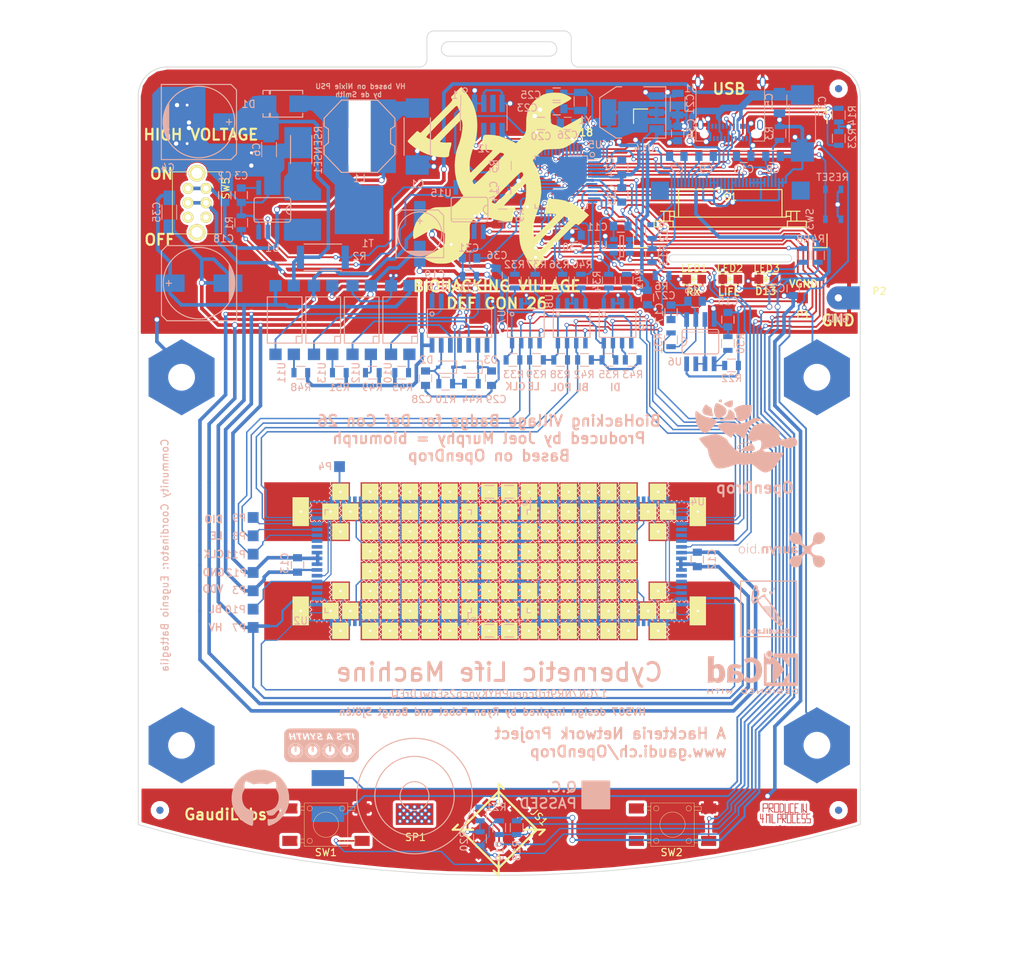
<source format=kicad_pcb>
(kicad_pcb (version 4) (host pcbnew 4.0.6)
  (layers (0 F.Cu signal) (31 B.Cu signal) (34 B.Paste user) (35 F.Paste user) (36 B.SilkS user) (37 F.SilkS user) (38 B.Mask user) (39 F.Mask user) (44 Edge.Cuts user))
  (net 0 "")
  (net 1 "Net-(C1-Pad1)")
  (net 2 "Net-(D1-Pad2)")
  (net 3 GND)
  (net 4 V_HV)
  (net 5 "Net-(RSENSE1-Pad1)")
  (net 6 "Net-(T1-Pad1)")
  (net 7 "Net-(C7-Pad1)")
  (net 8 "Net-(C7-Pad2)")
  (net 9 "Net-(C8-Pad1)")
  (net 10 "Net-(C9-Pad1)")
  (net 11 "Net-(C9-Pad2)")
  (net 12 "Net-(C10-Pad1)")
  (net 13 "Net-(LED1-Pad2)")
  (net 14 CLK)
  (net 15 LE)
  (net 16 DISP_CS)
  (net 17 DISP_RES)
  (net 18 "Net-(LED2-Pad2)")
  (net 19 DISP_SCL)
  (net 20 DISP_SDA)
  (net 21 SW1)
  (net 22 SW2)
  (net 23 DISP_DC)
  (net 24 SPK)
  (net 25 RX_LED)
  (net 26 "Net-(JS1-Pad1)")
  (net 27 "Net-(JS1-Pad3)")
  (net 28 JOY)
  (net 29 SW3)
  (net 30 "Net-(U2-Pad26)")
  (net 31 BL)
  (net 32 DI)
  (net 33 DIO_B)
  (net 34 "Net-(C16-Pad1)")
  (net 35 FEEDBACK)
  (net 36 "Net-(R22-Pad2)")
  (net 37 "Net-(U6-Pad3)")
  (net 38 V_GND)
  (net 39 "Net-(R32-Pad1)")
  (net 40 VDD_C)
  (net 41 CLK_C)
  (net 42 "Net-(R34-Pad1)")
  (net 43 DI_C)
  (net 44 "Net-(R36-Pad1)")
  (net 45 POL)
  (net 46 "Net-(R37-Pad1)")
  (net 47 POL_C)
  (net 48 LE_C)
  (net 49 "Net-(R40-Pad1)")
  (net 50 "Net-(R41-Pad1)")
  (net 51 BL_C)
  (net 52 "Net-(R43-Pad1)")
  (net 53 "Net-(R45-Pad1)")
  (net 54 "Net-(R48-Pad1)")
  (net 55 "Net-(R49-Pad1)")
  (net 56 "Net-(R51-Pad1)")
  (net 57 GND_C)
  (net 58 V_HV_C)
  (net 59 +3V3)
  (net 60 "Net-(C20-Pad1)")
  (net 61 "Net-(C23-Pad2)")
  (net 62 AREF)
  (net 63 "Net-(C25-Pad2)")
  (net 64 AC)
  (net 65 "Net-(R3-Pad1)")
  (net 66 RESET)
  (net 67 SWDIO)
  (net 68 SWCLK)
  (net 69 D+)
  (net 70 "Net-(C3-Pad1)")
  (net 71 D13)
  (net 72 "Net-(R1-Pad1)")
  (net 73 "Net-(R2-Pad2)")
  (net 74 "Net-(LED3-Pad2)")
  (net 75 "Net-(C11-Pad2)")
  (net 76 "Net-(J2-Pad7)")
  (net 77 "Net-(J2-Pad6)")
  (net 78 "Net-(J2-Pad8)")
  (net 79 VSENS)
  (net 80 "Net-(R41-Pad2)")
  (net 81 "Net-(S1-Pad7)")
  (net 82 "Net-(S1-Pad1)")
  (net 83 "Net-(S1-Pad20)")
  (net 84 "Net-(SP1-Pad1)")
  (net 85 "Net-(SP1-Pad2)")
  (net 86 D-)
  (net 87 "Net-(U5-Pad38)")
  (net 88 "Net-(U5-Pad39)")
  (net 89 "Net-(U5-Pad41)")
  (net 90 "Net-(C28-Pad2)")
  (net 91 "Net-(C29-Pad2)")
  (net 92 "Net-(R7-Pad1)")
  (net 93 "Net-(R7-Pad2)")
  (net 94 "Net-(R15-Pad1)")
  (net 95 "Net-(R15-Pad2)")
  (net 96 "Net-(R16-Pad1)")
  (net 97 "Net-(R16-Pad2)")
  (net 98 "Net-(R17-Pad1)")
  (net 99 "Net-(R17-Pad2)")
  (net 100 "Net-(U2-Pad27)")
  (net 101 "Net-(U2-Pad28)")
  (net 102 "Net-(U2-Pad35)")
  (net 103 "Net-(U2-Pad36)")
  (net 104 "Net-(U2-Pad40)")
  (net 105 "Net-(U4-Pad25)")
  (net 106 "Net-(U4-Pad27)")
  (net 107 "Net-(U4-Pad28)")
  (net 108 "Net-(U4-Pad35)")
  (net 109 "Net-(U4-Pad36)")
  (net 110 "Net-(FLUXL_1_1-Pad1)")
  (net 111 "Net-(FLUXL_1_2-Pad1)")
  (net 112 "Net-(FLUXL_1_3-Pad1)")
  (net 113 "Net-(FLUXL_1_4-Pad1)")
  (net 114 "Net-(FLUXL_1_5-Pad1)")
  (net 115 "Net-(FLUXL_1_6-Pad1)")
  (net 116 "Net-(FLUXL_1_7-Pad1)")
  (net 117 "Net-(FLUXL_1_8-Pad1)")
  (net 118 "Net-(FLUXL_2_1-Pad1)")
  (net 119 "Net-(FLUXL_2_2-Pad1)")
  (net 120 "Net-(FLUXL_2_3-Pad1)")
  (net 121 "Net-(FLUXL_2_4-Pad1)")
  (net 122 "Net-(FLUXL_2_5-Pad1)")
  (net 123 "Net-(FLUXL_2_6-Pad1)")
  (net 124 "Net-(FLUXL_2_7-Pad1)")
  (net 125 "Net-(FLUXL_2_8-Pad1)")
  (net 126 "Net-(FLUXL_3_1-Pad1)")
  (net 127 "Net-(FLUXL_3_2-Pad1)")
  (net 128 "Net-(FLUXL_3_3-Pad1)")
  (net 129 "Net-(FLUXL_3_4-Pad1)")
  (net 130 "Net-(FLUXL_3_5-Pad1)")
  (net 131 "Net-(FLUXL_3_6-Pad1)")
  (net 132 "Net-(FLUXL_3_7-Pad1)")
  (net 133 "Net-(FLUXL_3_8-Pad1)")
  (net 134 "Net-(FLUXL_4_1-Pad1)")
  (net 135 "Net-(FLUXL_4_3-Pad1)")
  (net 136 "Net-(FLUXL_4_4-Pad1)")
  (net 137 "Net-(FLUXL_4_5-Pad1)")
  (net 138 "Net-(FLUXL_4_6-Pad1)")
  (net 139 "Net-(FLUXL_4_7-Pad1)")
  (net 140 "Net-(FLUXL_5_1-Pad1)")
  (net 141 "Net-(FLUXL_5_2-Pad1)")
  (net 142 "Net-(FLUXL_5_3-Pad1)")
  (net 143 "Net-(FLUXL_5_4-Pad1)")
  (net 144 "Net-(FLUXL_5_5-Pad1)")
  (net 145 "Net-(FLUXL_5_6-Pad1)")
  (net 146 "Net-(FLUXL_5_7-Pad1)")
  (net 147 "Net-(FLUXL_5_8-Pad1)")
  (net 148 "Net-(FLUXL_6_1-Pad1)")
  (net 149 "Net-(FLUXL_6_2-Pad1)")
  (net 150 "Net-(FLUXL_6_3-Pad1)")
  (net 151 "Net-(FLUXL_6_4-Pad1)")
  (net 152 "Net-(FLUXL_6_5-Pad1)")
  (net 153 "Net-(FLUXL_6_6-Pad1)")
  (net 154 "Net-(FLUXL_6_7-Pad1)")
  (net 155 "Net-(FLUXL_7_1-Pad1)")
  (net 156 "Net-(FLUXL_7_2-Pad1)")
  (net 157 "Net-(FLUXL_7_3-Pad1)")
  (net 158 "Net-(FLUXL_7_4-Pad1)")
  (net 159 "Net-(FLUXL_7_5-Pad1)")
  (net 160 "Net-(FLUXL_7_6-Pad1)")
  (net 161 "Net-(FLUXL_7_7-Pad1)")
  (net 162 "Net-(FLUXL_7_8-Pad1)")
  (net 163 "Net-(FLUXL_8_1-Pad1)")
  (net 164 "Net-(FLUXL_8_2-Pad1)")
  (net 165 "Net-(FLUXL_8_3-Pad1)")
  (net 166 "Net-(FLUXL_8_4-Pad1)")
  (net 167 "Net-(FLUXL_8_5-Pad1)")
  (net 168 "Net-(FLUXL_8_6-Pad1)")
  (net 169 "Net-(FLUXL_8_7-Pad1)")
  (net 170 "Net-(FLUXL_8_8-Pad1)")
  (net 171 "Net-(FLUXL_4_2-Pad1)")
  (net 172 "Net-(FLUXL_4_8-Pad1)")
  (net 173 "Net-(FLUXL_6_8-Pad1)")
  (net 174 "Net-(FLUXL_9_1-Pad1)")
  (net 175 "Net-(FLUXL_9_2-Pad1)")
  (net 176 "Net-(FLUXL_9_3-Pad1)")
  (net 177 "Net-(FLUXL_9_4-Pad1)")
  (net 178 "Net-(FLUXL_9_5-Pad1)")
  (net 179 "Net-(FLUXL_9_6-Pad1)")
  (net 180 "Net-(FLUXL_10_1-Pad1)")
  (net 181 "Net-(FLUXL_10_2-Pad1)")
  (net 182 "Net-(FLUXL_10_3-Pad1)")
  (net 183 "Net-(FLUXL_10_5-Pad1)")
  (net 184 "Net-(FLUXL_10_6-Pad1)")
  (net 185 "Net-(FLUXL_11_1-Pad1)")
  (net 186 "Net-(FLUXL_11_2-Pad1)")
  (net 187 "Net-(FLUXL_11_3-Pad1)")
  (net 188 "Net-(FLUXL_11_4-Pad1)")
  (net 189 "Net-(FLUXL_11_5-Pad1)")
  (net 190 "Net-(FLUXL_11_6-Pad1)")
  (net 191 "Net-(FLUXL_12_1-Pad1)")
  (net 192 "Net-(FLUXL_12_2-Pad1)")
  (net 193 "Net-(FLUXL_12_3-Pad1)")
  (net 194 "Net-(FLUXL_12_4-Pad1)")
  (net 195 "Net-(FLUXL_12_5-Pad1)")
  (net 196 "Net-(FLUXL_12_6-Pad1)")
  (net 197 "Net-(FLUXL_9_7-Pad1)")
  (net 198 "Net-(FLUXL_9_8-Pad1)")
  (net 199 "Net-(FLUXL_10_4-Pad1)")
  (net 200 "Net-(FLUXL_10_7-Pad1)")
  (net 201 "Net-(FLUXL_10_8-Pad1)")
  (net 202 "Net-(FLUXL_11_7-Pad1)")
  (net 203 "Net-(FLUXL_11_8-Pad1)")
  (net 204 "Net-(FLUXL_12_7-Pad1)")
  (net 205 "Net-(FLUXL_12_8-Pad1)")
  (net 206 "Net-(FLUXL_13_1-Pad1)")
  (net 207 "Net-(FLUXL_13_2-Pad1)")
  (net 208 "Net-(FLUXL_13_3-Pad1)")
  (net 209 "Net-(FLUXL_13_4-Pad1)")
  (net 210 "Net-(FLUXL_13_5-Pad1)")
  (net 211 "Net-(FLUXL_13_6-Pad1)")
  (net 212 "Net-(FLUXL_13_7-Pad1)")
  (net 213 "Net-(FLUXL_13_8-Pad1)")
  (net 214 "Net-(FLUXL_14_1-Pad1)")
  (net 215 "Net-(FLUXL_14_2-Pad1)")
  (net 216 "Net-(FLUXL_14_3-Pad1)")
  (net 217 "Net-(FLUXL_14_4-Pad1)")
  (net 218 "Net-(FLUXL_14_5-Pad1)")
  (net 219 "Net-(FLUXL_14_6-Pad1)")
  (net 220 "Net-(FLUXL_14_7-Pad1)")
  (net 221 "Net-(FLUXL_14_8-Pad1)")
  (net 222 "Net-(FLUXL_15_1-Pad1)")
  (net 223 "Net-(FLUXL_15_2-Pad1)")
  (net 224 "Net-(FLUXL_15_3-Pad1)")
  (net 225 "Net-(FLUXL_15_4-Pad1)")
  (net 226 "Net-(FLUXL_15_6-Pad1)")
  (net 227 "Net-(FLUXL_15_7-Pad1)")
  (net 228 "Net-(FLUXL_15_8-Pad1)")
  (net 229 "Net-(FLUXL_16_1-Pad1)")
  (net 230 "Net-(FLUXL_16_2-Pad1)")
  (net 231 "Net-(FLUXL_16_3-Pad1)")
  (net 232 "Net-(FLUXL_16_4-Pad1)")
  (net 233 "Net-(FLUXL_16_5-Pad1)")
  (net 234 "Net-(FLUXL_16_6-Pad1)")
  (net 235 "Net-(FLUXL_16_7-Pad1)")
  (net 236 "Net-(FLUXL_16_8-Pad1)")
  (net 237 "Net-(FLUXL_15_5-Pad1)")
  (net 238 "Net-(C31-Pad2)")
  (net 239 "Net-(D2-Pad1)")
  (net 240 V_SCK)
  (net 241 V_SI)
  (net 242 V_CS)
  (net 243 "Net-(U5-Pad37)")
  (net 244 "Net-(U10-Pad2)")
  (net 245 "Net-(U11-Pad2)")
  (net 246 "Net-(U12-Pad2)")
  (net 247 "Net-(U13-Pad2)")
  (net 248 "Net-(U16-Pad1)")
  (net 249 V_USB)
  (net 250 "Net-(U5-Pad14)")
  (net 251 "Net-(U5-Pad15)")
  (net 252 "Net-(U5-Pad27)")
  (net 253 "Net-(J1-PadS1)")
  (net 254 "Net-(J1-PadA2)")
  (net 255 "Net-(J1-PadA3)")
  (net 256 "Net-(J1-PadA5)")
  (net 257 "Net-(J1-PadA10)")
  (net 258 "Net-(J1-PadA8)")
  (net 259 "Net-(J1-PadA11)")
  (net 260 "Net-(J1-PadB2)")
  (net 261 "Net-(J1-PadB3)")
  (net 262 "Net-(J1-PadB5)")
  (net 263 "Net-(J1-PadB8)")
  (net 264 "Net-(J1-PadB10)")
  (net 265 "Net-(J1-PadB11)")
  (net 266 "Net-(C11-Pad1)")
  (net 267 "Net-(P15-Pad1)")
  (net 268 SENS_PAD)
  (net 269 "Net-(JS1-Pad6)")
  (module Capacitors_SMD:C_0805 (layer B.Cu) (at 107.95 34.757)
    (fp_text reference C25 (at -3.575 0.118 180) (layer B.SilkS) (effects (justify mirror)))
    (fp_text value 22pF)
    (pad 2 smd rect (at 1 0) (size 1 1.25) (layers B.Cu B.Paste B.Mask) (net 63 "Net-(C25-Pad2)"))
    (pad 1 smd rect (at -1 0) (size 1 1.25) (layers B.Cu B.Paste B.Mask) (net 3 GND))
  )
  (module Crystals:Crystal_SMD_3215-2pin_3.2x1.5mm (layer B.Cu) (at 111.252 35.773 270)
    (fp_text reference Y1 (at 2.602 -0.623 360) (layer B.SilkS) (effects (justify mirror)))
    (fp_text value 32.765)
    (pad 2 smd rect (at -1.25 0 270) (size 1 1.8) (layers B.Cu B.Paste B.Mask) (net 63 "Net-(C25-Pad2)"))
    (pad 1 smd rect (at 1.25 0 270) (size 1 1.8) (layers B.Cu B.Paste B.Mask) (net 61 "Net-(C23-Pad2)"))
  )
  (module Capacitors_SMD:C_0805 (layer B.Cu) (at 100.75 48.1 270)
    (fp_text reference C14 (at 0.127 1.524 270) (layer B.SilkS) (effects (justify mirror)))
    (fp_text value 100nF)
    (pad 1 smd rect (at -1 0 270) (size 1 1.25) (layers B.Cu B.Paste B.Mask) (net 59 +3V3))
    (pad 2 smd rect (at 1 0 270) (size 1 1.25) (layers B.Cu B.Paste B.Mask) (net 3 GND))
  )
  (module LEDs:LED-0805 (layer F.Cu) (at 127 60.411)
    (fp_text reference LED1 (at 0 -1.524) (layer F.SilkS))
    (fp_text value LED)
    (pad 2 smd rect (at 1.04902 0 180) (size 1.19888 1.19888) (layers F.Cu F.Paste F.Mask) (net 13 "Net-(LED1-Pad2)"))
    (pad 1 smd rect (at -1.04902 0 180) (size 1.19888 1.19888) (layers F.Cu F.Paste F.Mask) (net 3 GND))
  )
  (module GaudiLabsFootPrints:SMD_DIP4 (layer B.Cu) (at 80.947 66.067 90)
    (fp_text reference U12 (at -7.298 -0.81 90) (layer B.SilkS) (effects (justify mirror)))
    (fp_text value AQY210EH)
    (pad 2 smd rect (at -4.75 -1.27 90) (size 1.6 1.7) (layers B.Cu B.Paste B.Mask) (net 246 "Net-(U12-Pad2)"))
    (pad 1 smd rect (at -4.75 1.27 90) (size 1.6 1.7) (layers B.Cu B.Paste B.Mask) (net 55 "Net-(R49-Pad1)"))
    (pad 4 smd rect (at 4.75 1.27 90) (size 1.6 1.7) (layers B.Cu B.Paste B.Mask) (net 57 GND_C))
    (pad 3 smd rect (at 4.75 -1.27 90) (size 1.6 1.7) (layers B.Cu B.Paste B.Mask) (net 3 GND))
  )
  (module Capacitors_SMD:c_elec_10x10 (layer B.Cu) (at 58.42 60.96 180)
    (fp_text reference C18 (at -3.405 6.16 180) (layer B.SilkS) (effects (justify mirror)))
    (fp_text value "4u7, 250V")
    (pad 1 smd rect (at 4.0005 0 180) (size 4.0005 2.4003) (layers B.Cu B.Paste B.Mask) (net 58 V_HV_C))
    (pad 2 smd rect (at -4.0005 0 180) (size 4.0005 2.4003) (layers B.Cu B.Paste B.Mask) (net 57 GND_C))
  )
  (module Resistors_SMD:R_0805 (layer B.Cu) (at 102.156 60.6695 90)
    (fp_text reference R32 (at 2.2905 -0.048 180) (layer B.SilkS) (effects (justify mirror)))
    (fp_text value 220)
    (pad 1 smd rect (at -0.95 0 90) (size 0.7 1.3) (layers B.Cu B.Paste B.Mask) (net 39 "Net-(R32-Pad1)"))
    (pad 2 smd rect (at 0.95 0 90) (size 0.7 1.3) (layers B.Cu B.Paste B.Mask) (net 14 CLK))
  )
  (module GaudiLabsFootPrints:HCPL_Optocoupler_SMD (layer B.Cu) (at 116.38 66.5115)
    (fp_text reference U9 (at 3.508 -0.0045 90) (layer B.SilkS) (effects (justify mirror)))
    (fp_text value HCPL0534)
    (pad 5 smd rect (at 1.905 2.7325) (size 0.61 1.52) (layers B.Cu B.Paste B.Mask) (net 57 GND_C))
    (pad 6 smd rect (at 0.635 2.7325) (size 0.61 1.52) (layers B.Cu B.Paste B.Mask) (net 52 "Net-(R43-Pad1)"))
    (pad 7 smd rect (at -0.635 2.7325) (size 0.61 1.52) (layers B.Cu B.Paste B.Mask) (net 43 DI_C))
    (pad 8 smd rect (at -1.905 2.7325) (size 0.61 1.52) (layers B.Cu B.Paste B.Mask) (net 40 VDD_C))
    (pad 1 smd rect (at -1.905 -2.7325) (size 0.61 1.52) (layers B.Cu B.Paste B.Mask) (net 42 "Net-(R34-Pad1)"))
    (pad 2 smd rect (at -0.635 -2.7325) (size 0.61 1.52) (layers B.Cu B.Paste B.Mask) (net 3 GND))
    (pad 3 smd rect (at 0.635 -2.7325) (size 0.61 1.52) (layers B.Cu B.Paste B.Mask) (net 3 GND))
    (pad 4 smd rect (at 1.905 -2.7325) (size 0.61 1.52) (layers B.Cu B.Paste B.Mask) (net 50 "Net-(R41-Pad1)"))
  )
  (module GaudiLabsFootPrints:HCPL_Optocoupler_SMD (layer B.Cu) (at 110.03 66.5115)
    (fp_text reference U8 (at -3.096 -3.0525 90) (layer B.SilkS) (effects (justify mirror)))
    (fp_text value HCPL0534)
    (pad 4 smd rect (at 1.905 -2.7325) (size 0.61 1.52) (layers B.Cu B.Paste B.Mask) (net 49 "Net-(R40-Pad1)"))
    (pad 3 smd rect (at 0.635 -2.7325) (size 0.61 1.52) (layers B.Cu B.Paste B.Mask) (net 3 GND))
    (pad 2 smd rect (at -0.635 -2.7325) (size 0.61 1.52) (layers B.Cu B.Paste B.Mask) (net 3 GND))
    (pad 1 smd rect (at -1.905 -2.7325) (size 0.61 1.52) (layers B.Cu B.Paste B.Mask) (net 44 "Net-(R36-Pad1)"))
    (pad 8 smd rect (at -1.905 2.7325) (size 0.61 1.52) (layers B.Cu B.Paste B.Mask) (net 40 VDD_C))
    (pad 7 smd rect (at -0.635 2.7325) (size 0.61 1.52) (layers B.Cu B.Paste B.Mask) (net 47 POL_C))
    (pad 6 smd rect (at 0.635 2.7325) (size 0.61 1.52) (layers B.Cu B.Paste B.Mask) (net 51 BL_C))
    (pad 5 smd rect (at 1.905 2.7325) (size 0.61 1.52) (layers B.Cu B.Paste B.Mask) (net 57 GND_C))
  )
  (module Resistors_SMD:R_0805 (layer B.Cu) (at 101.902 71.5915 180)
    (fp_text reference R33 (at -0.079 -2.0275 180) (layer B.SilkS) (effects (justify mirror)))
    (fp_text value 2.2k)
    (pad 1 smd rect (at -0.95 0 180) (size 0.7 1.3) (layers B.Cu B.Paste B.Mask) (net 41 CLK_C))
    (pad 2 smd rect (at 0.95 0 180) (size 0.7 1.3) (layers B.Cu B.Paste B.Mask) (net 40 VDD_C))
  )
  (module Resistors_SMD:R_0805 (layer B.Cu) (at 64.262 52.578 90)
    (fp_text reference R1 (at -0.086 -1.651 90) (layer B.SilkS) (effects (justify mirror)))
    (fp_text value 6.8k)
    (pad 1 smd rect (at -0.95 0 90) (size 0.7 1.3) (layers B.Cu B.Paste B.Mask) (net 72 "Net-(R1-Pad1)"))
    (pad 2 smd rect (at 0.95 0 90) (size 0.7 1.3) (layers B.Cu B.Paste B.Mask) (net 3 GND))
  )
  (module Resistors_SMD:R_0805 (layer B.Cu) (at 100.775 44.675 270)
    (fp_text reference R5 (at 0.082 1.524 450) (layer B.SilkS) (effects (justify mirror)))
    (fp_text value 10k)
    (pad 1 smd rect (at -0.95 0 270) (size 0.7 1.3) (layers B.Cu B.Paste B.Mask) (net 66 RESET))
    (pad 2 smd rect (at 0.95 0 270) (size 0.7 1.3) (layers B.Cu B.Paste B.Mask) (net 59 +3V3))
  )
  (module Resistors_SMD:R_0805 (layer B.Cu) (at 102.41 136.417 90)
    (fp_text reference R18 (at -3.175 0 90) (layer B.SilkS) (effects (justify mirror)))
    (fp_text value 10k)
    (pad 1 smd rect (at -0.95 0 90) (size 0.7 1.3) (layers B.Cu B.Paste B.Mask) (net 28 JOY))
    (pad 2 smd rect (at 0.95 0 90) (size 0.7 1.3) (layers B.Cu B.Paste B.Mask) (net 59 +3V3))
  )
  (module Resistors_SMD:R_0805 (layer B.Cu) (at 99.997 136.417 270)
    (fp_text reference R19 (at 3.242 -0.079 270) (layer B.SilkS) (effects (justify mirror)))
    (fp_text value 10k)
    (pad 1 smd rect (at -0.95 0 270) (size 0.7 1.3) (layers B.Cu B.Paste B.Mask) (net 269 "Net-(JS1-Pad6)"))
    (pad 2 smd rect (at 0.95 0 270) (size 0.7 1.3) (layers B.Cu B.Paste B.Mask) (net 28 JOY))
  )
  (module Resistors_SMD:R_0805 (layer B.Cu) (at 97.33 137.941 270)
    (fp_text reference R20 (at 0.321 2.207 270) (layer B.SilkS) (effects (justify mirror)))
    (fp_text value 10k)
    (pad 1 smd rect (at -0.95 0 270) (size 0.7 1.3) (layers B.Cu B.Paste B.Mask) (net 27 "Net-(JS1-Pad3)"))
    (pad 2 smd rect (at 0.95 0 270) (size 0.7 1.3) (layers B.Cu B.Paste B.Mask) (net 269 "Net-(JS1-Pad6)"))
  )
  (module Resistors_SMD:R_0805 (layer B.Cu) (at 97.33 134.512 270)
    (fp_text reference R21 (at -0.949 -2.238 540) (layer B.SilkS) (effects (justify mirror)))
    (fp_text value 10k)
    (pad 1 smd rect (at -0.95 0 270) (size 0.7 1.3) (layers B.Cu B.Paste B.Mask) (net 26 "Net-(JS1-Pad1)"))
    (pad 2 smd rect (at 0.95 0 270) (size 0.7 1.3) (layers B.Cu B.Paste B.Mask) (net 27 "Net-(JS1-Pad3)"))
  )
  (module Resistors_SMD:R_0805 (layer B.Cu) (at 132.176 72.36304 180)
    (fp_text reference R22 (at 0 -1.778 180) (layer B.SilkS) (effects (justify mirror)))
    (fp_text value 10k)
    (pad 1 smd rect (at -0.95 0 180) (size 0.7 1.3) (layers B.Cu B.Paste B.Mask) (net 59 +3V3))
    (pad 2 smd rect (at 0.95 0 180) (size 0.7 1.3) (layers B.Cu B.Paste B.Mask) (net 36 "Net-(R22-Pad2)"))
  )
  (module Resistors_SMD:R_0805 (layer B.Cu) (at 131.668 69.31504 90)
    (fp_text reference R30 (at 0 1.778 90) (layer B.SilkS) (effects (justify mirror)))
    (fp_text value 10k)
    (pad 1 smd rect (at -0.95 0 90) (size 0.7 1.3) (layers B.Cu B.Paste B.Mask) (net 36 "Net-(R22-Pad2)"))
    (pad 2 smd rect (at 0.95 0 90) (size 0.7 1.3) (layers B.Cu B.Paste B.Mask) (net 3 GND))
  )
  (module Resistors_SMD:R_0805 (layer B.Cu) (at 123.794 68.80704 90)
    (fp_text reference R31 (at -0.49396 -1.747 90) (layer B.SilkS) (effects (justify mirror)))
    (fp_text value 15k)
    (pad 1 smd rect (at -0.95 0 90) (size 0.7 1.3) (layers B.Cu B.Paste B.Mask) (net 35 FEEDBACK))
    (pad 2 smd rect (at 0.95 0 90) (size 0.7 1.3) (layers B.Cu B.Paste B.Mask) (net 34 "Net-(C16-Pad1)"))
  )
  (module Resistors_SMD:R_0805 (layer B.Cu) (at 115.189 71.587 180)
    (fp_text reference R35 (at 0 -2.032 360) (layer B.SilkS) (effects (justify mirror)))
    (fp_text value 2.2k)
    (pad 1 smd rect (at -0.95 0 180) (size 0.7 1.3) (layers B.Cu B.Paste B.Mask) (net 43 DI_C))
    (pad 2 smd rect (at 0.95 0 180) (size 0.7 1.3) (layers B.Cu B.Paste B.Mask) (net 40 VDD_C))
  )
  (module Resistors_SMD:R_0805 (layer B.Cu) (at 108.506 71.5915 180)
    (fp_text reference R38 (at 0.048 -2.0275 180) (layer B.SilkS) (effects (justify mirror)))
    (fp_text value 2.2k)
    (pad 1 smd rect (at -0.95 0 180) (size 0.7 1.3) (layers B.Cu B.Paste B.Mask) (net 47 POL_C))
    (pad 2 smd rect (at 0.95 0 180) (size 0.7 1.3) (layers B.Cu B.Paste B.Mask) (net 40 VDD_C))
  )
  (module Resistors_SMD:R_0805 (layer B.Cu) (at 105.156 71.587)
    (fp_text reference R39 (at 0 2.032) (layer B.SilkS) (effects (justify mirror)))
    (fp_text value 2.2k)
    (pad 1 smd rect (at -0.95 0) (size 0.7 1.3) (layers B.Cu B.Paste B.Mask) (net 48 LE_C))
    (pad 2 smd rect (at 0.95 0) (size 0.7 1.3) (layers B.Cu B.Paste B.Mask) (net 40 VDD_C))
  )
  (module Resistors_SMD:R_0805 (layer B.Cu) (at 111.808 71.5915)
    (fp_text reference R42 (at -0.048 2.0275) (layer B.SilkS) (effects (justify mirror)))
    (fp_text value 2.2k)
    (pad 1 smd rect (at -0.95 0) (size 0.7 1.3) (layers B.Cu B.Paste B.Mask) (net 51 BL_C))
    (pad 2 smd rect (at 0.95 0) (size 0.7 1.3) (layers B.Cu B.Paste B.Mask) (net 40 VDD_C))
  )
  (module Resistors_SMD:R_0805 (layer B.Cu) (at 96.139 74.889)
    (fp_text reference R44 (at 0.127 2.159) (layer B.SilkS) (effects (justify mirror)))
    (fp_text value 10k)
    (pad 1 smd rect (at -0.95 0) (size 0.7 1.3) (layers B.Cu B.Paste B.Mask) (net 239 "Net-(D2-Pad1)"))
    (pad 2 smd rect (at 0.95 0) (size 0.7 1.3) (layers B.Cu B.Paste B.Mask) (net 91 "Net-(C29-Pad2)"))
  )
  (module Resistors_SMD:R_0805 (layer B.Cu) (at 86.487 73.365 180)
    (fp_text reference R45 (at -0.127 -2.032 180) (layer B.SilkS) (effects (justify mirror)))
    (fp_text value 220)
    (pad 1 smd rect (at -0.95 0 180) (size 0.7 1.3) (layers B.Cu B.Paste B.Mask) (net 53 "Net-(R45-Pad1)"))
    (pad 2 smd rect (at 0.95 0 180) (size 0.7 1.3) (layers B.Cu B.Paste B.Mask) (net 249 V_USB))
  )
  (module Resistors_SMD:R_0805 (layer B.Cu) (at 72.517 73.365)
    (fp_text reference R48 (at 0 2.032) (layer B.SilkS) (effects (justify mirror)))
    (fp_text value 220)
    (pad 1 smd rect (at -0.95 0) (size 0.7 1.3) (layers B.Cu B.Paste B.Mask) (net 54 "Net-(R48-Pad1)"))
    (pad 2 smd rect (at 0.95 0) (size 0.7 1.3) (layers B.Cu B.Paste B.Mask) (net 249 V_USB))
  )
  (module Resistors_SMD:R_0805 (layer B.Cu) (at 82.423 73.365)
    (fp_text reference R49 (at 0 2.032) (layer B.SilkS) (effects (justify mirror)))
    (fp_text value 220)
    (pad 1 smd rect (at -0.95 0) (size 0.7 1.3) (layers B.Cu B.Paste B.Mask) (net 55 "Net-(R49-Pad1)"))
    (pad 2 smd rect (at 0.95 0) (size 0.7 1.3) (layers B.Cu B.Paste B.Mask) (net 249 V_USB))
  )
  (module Resistors_SMD:R_0805 (layer B.Cu) (at 77.851 73.365)
    (fp_text reference R51 (at 0 2.032) (layer B.SilkS) (effects (justify mirror)))
    (fp_text value 220)
    (pad 1 smd rect (at -0.95 0) (size 0.7 1.3) (layers B.Cu B.Paste B.Mask) (net 56 "Net-(R51-Pad1)"))
    (pad 2 smd rect (at 0.95 0) (size 0.7 1.3) (layers B.Cu B.Paste B.Mask) (net 249 V_USB))
  )
  (module Resistors_SMD:R_0805 (layer B.Cu) (at 117.65 60.6695 90)
    (fp_text reference R41 (at 0.2945 1.725 90) (layer B.SilkS) (effects (justify mirror)))
    (fp_text value 220)
    (pad 1 smd rect (at -0.95 0 90) (size 0.7 1.3) (layers B.Cu B.Paste B.Mask) (net 50 "Net-(R41-Pad1)"))
    (pad 2 smd rect (at 0.95 0 90) (size 0.7 1.3) (layers B.Cu B.Paste B.Mask) (net 80 "Net-(R41-Pad2)"))
  )
  (module Resistors_SMD:R_0805 (layer B.Cu) (at 118.412 71.5915)
    (fp_text reference R43 (at 0.079 2.0275) (layer B.SilkS) (effects (justify mirror)))
    (fp_text value 2.2k)
    (pad 1 smd rect (at -0.95 0) (size 0.7 1.3) (layers B.Cu B.Paste B.Mask) (net 52 "Net-(R43-Pad1)"))
    (pad 2 smd rect (at 0.95 0) (size 0.7 1.3) (layers B.Cu B.Paste B.Mask) (net 40 VDD_C))
  )
  (module Resistors_SMD:R_0805 (layer B.Cu) (at 138.811 40.218 90)
    (fp_text reference R3 (at 0.043 -1.436 90) (layer B.SilkS) (effects (justify mirror)))
    (fp_text value 390k)
    (pad 1 smd rect (at -0.95 0 90) (size 0.7 1.3) (layers B.Cu B.Paste B.Mask) (net 65 "Net-(R3-Pad1)"))
    (pad 2 smd rect (at 0.95 0 90) (size 0.7 1.3) (layers B.Cu B.Paste B.Mask) (net 3 GND))
  )
  (module Resistors_SMD:R_0805 (layer B.Cu) (at 144.145 57.109 270)
    (fp_text reference R4 (at -2.286 0 360) (layer B.SilkS) (effects (justify mirror)))
    (fp_text value 390)
    (pad 1 smd rect (at -0.95 0 270) (size 0.7 1.3) (layers B.Cu B.Paste B.Mask) (net 59 +3V3))
    (pad 2 smd rect (at 0.95 0 270) (size 0.7 1.3) (layers B.Cu B.Paste B.Mask) (net 18 "Net-(LED2-Pad2)"))
  )
  (module Resistors_SMD:R_0805 (layer B.Cu) (at 122.555 59.903)
    (fp_text reference R6 (at -0.08 1.472) (layer B.SilkS) (effects (justify mirror)))
    (fp_text value 390)
    (pad 1 smd rect (at -0.95 0) (size 0.7 1.3) (layers B.Cu B.Paste B.Mask) (net 25 RX_LED))
    (pad 2 smd rect (at 0.95 0) (size 0.7 1.3) (layers B.Cu B.Paste B.Mask) (net 13 "Net-(LED1-Pad2)"))
  )
  (module Resistors_SMD:R_0805 (layer B.Cu) (at 142.113 57.109 270)
    (fp_text reference R8 (at -2.286 0 360) (layer B.SilkS) (effects (justify mirror)))
    (fp_text value 390)
    (pad 1 smd rect (at -0.95 0 270) (size 0.7 1.3) (layers B.Cu B.Paste B.Mask) (net 71 D13))
    (pad 2 smd rect (at 0.95 0 270) (size 0.7 1.3) (layers B.Cu B.Paste B.Mask) (net 74 "Net-(LED3-Pad2)"))
  )
  (module Resistors_SMD:R_0805 (layer B.Cu) (at 115.175 60.675 90)
    (fp_text reference R34 (at 0.01 -1.637 90) (layer B.SilkS) (effects (justify mirror)))
    (fp_text value 220)
    (pad 1 smd rect (at -0.95 0 90) (size 0.7 1.3) (layers B.Cu B.Paste B.Mask) (net 42 "Net-(R34-Pad1)"))
    (pad 2 smd rect (at 0.95 0 90) (size 0.7 1.3) (layers B.Cu B.Paste B.Mask) (net 32 DI))
  )
  (module Resistors_SMD:R_0805 (layer B.Cu) (at 108.76 60.6695 90)
    (fp_text reference R36 (at 2.2905 -0.429 180) (layer B.SilkS) (effects (justify mirror)))
    (fp_text value 220)
    (pad 1 smd rect (at -0.95 0 90) (size 0.7 1.3) (layers B.Cu B.Paste B.Mask) (net 44 "Net-(R36-Pad1)"))
    (pad 2 smd rect (at 0.95 0 90) (size 0.7 1.3) (layers B.Cu B.Paste B.Mask) (net 45 POL))
  )
  (module Resistors_SMD:R_0805 (layer B.Cu) (at 104.975 60.675 90)
    (fp_text reference R37 (at 2.296 0.181 180) (layer B.SilkS) (effects (justify mirror)))
    (fp_text value 220)
    (pad 1 smd rect (at -0.95 0 90) (size 0.7 1.3) (layers B.Cu B.Paste B.Mask) (net 46 "Net-(R37-Pad1)"))
    (pad 2 smd rect (at 0.95 0 90) (size 0.7 1.3) (layers B.Cu B.Paste B.Mask) (net 15 LE))
  )
  (module Resistors_SMD:R_0805 (layer B.Cu) (at 111.3 60.6695 90)
    (fp_text reference R40 (at 2.2905 0.206 180) (layer B.SilkS) (effects (justify mirror)))
    (fp_text value 220)
    (pad 1 smd rect (at -0.95 0 90) (size 0.7 1.3) (layers B.Cu B.Paste B.Mask) (net 49 "Net-(R40-Pad1)"))
    (pad 2 smd rect (at 0.95 0 90) (size 0.7 1.3) (layers B.Cu B.Paste B.Mask) (net 31 BL))
  )
  (module Resistors_SMD:R_0805 (layer B.Cu) (at 100.475 51.575 180)
    (fp_text reference R9 (at -2.413 0 270) (layer B.SilkS) (effects (justify mirror)))
    (fp_text value 390k)
    (pad 1 smd rect (at -0.95 0 180) (size 0.7 1.3) (layers B.Cu B.Paste B.Mask) (net 79 VSENS))
    (pad 2 smd rect (at 0.95 0 180) (size 0.7 1.3) (layers B.Cu B.Paste B.Mask) (net 72 "Net-(R1-Pad1)"))
  )
  (module Resistors_SMD:R_0805 (layer B.Cu) (at 92.583 74.889 180)
    (fp_text reference R10 (at 0 -2.159 180) (layer B.SilkS) (effects (justify mirror)))
    (fp_text value 10k)
    (pad 1 smd rect (at -0.95 0 180) (size 0.7 1.3) (layers B.Cu B.Paste B.Mask) (net 239 "Net-(D2-Pad1)"))
    (pad 2 smd rect (at 0.95 0 180) (size 0.7 1.3) (layers B.Cu B.Paste B.Mask) (net 90 "Net-(C28-Pad2)"))
  )
  (module Resistors_SMD:R_0805 (layer B.Cu) (at 95.885 60.03)
    (fp_text reference R11 (at -0.127 1.651) (layer B.SilkS) (effects (justify mirror)))
    (fp_text value 47k)
    (pad 1 smd rect (at -0.95 0) (size 0.7 1.3) (layers B.Cu B.Paste B.Mask) (net 238 "Net-(C31-Pad2)"))
    (pad 2 smd rect (at 0.95 0) (size 0.7 1.3) (layers B.Cu B.Paste B.Mask) (net 59 +3V3))
  )
  (module GaudiLabsFootPrints:R_0805_HeatPad (layer B.Cu) (at 98.625 89.875)
    (fp_text reference R16 hide)
    (fp_text value 10R)
    (pad 3 smd rect (at 0 0) (size 0.8 1.3) (layers B.Cu B.Mask))
    (pad 1 smd rect (at -0.95 0) (size 0.7 1.3) (layers B.Cu B.Paste B.Mask) (net 96 "Net-(R16-Pad1)"))
    (pad 2 smd rect (at 0.95 0) (size 0.7 1.3) (layers B.Cu B.Paste B.Mask) (net 97 "Net-(R16-Pad2)"))
  )
  (module GaudiLabsFootPrints:D-Pak_TO252AA (layer B.Cu) (at 78.232 50.8 90)
    (fp_text reference T1 (at -4.658 3.556 180) (layer B.SilkS) (effects (justify mirror)))
    (fp_text value TK560P60Y)
    (pad 3 smd rect (at 2.18 -4.3 90) (size 1.55 2.78) (layers B.Cu B.Paste B.Mask) (net 5 "Net-(RSENSE1-Pad1)"))
    (pad 2 smd rect (at 0 2.335 90) (size 6.74 6.73) (layers B.Cu B.Paste B.Mask) (net 2 "Net-(D1-Pad2)"))
    (pad 1 smd rect (at -2.18 -4.3 90) (size 1.55 2.78) (layers B.Cu B.Paste B.Mask) (net 6 "Net-(T1-Pad1)"))
  )
  (module GaudiLabsFootPrints:SMD_DIP4 (layer B.Cu) (at 70.279 66.067 90)
    (fp_text reference U11 (at -7.298 -0.429 90) (layer B.SilkS) (effects (justify mirror)))
    (fp_text value AQY210EH)
    (pad 2 smd rect (at -4.75 -1.27 90) (size 1.6 1.7) (layers B.Cu B.Paste B.Mask) (net 245 "Net-(U11-Pad2)"))
    (pad 1 smd rect (at -4.75 1.27 90) (size 1.6 1.7) (layers B.Cu B.Paste B.Mask) (net 54 "Net-(R48-Pad1)"))
    (pad 4 smd rect (at 4.75 1.27 90) (size 1.6 1.7) (layers B.Cu B.Paste B.Mask) (net 4 V_HV))
    (pad 3 smd rect (at 4.75 -1.27 90) (size 1.6 1.7) (layers B.Cu B.Paste B.Mask) (net 58 V_HV_C))
  )
  (module GaudiLabsFootPrints:SMD_DIP4 (layer B.Cu) (at 86.281 66.067 90)
    (fp_text reference U10 (at -7.298 -1.699 270) (layer B.SilkS) (effects (justify mirror)))
    (fp_text value AQY210EH)
    (pad 2 smd rect (at -4.75 -1.27 90) (size 1.6 1.7) (layers B.Cu B.Paste B.Mask) (net 244 "Net-(U10-Pad2)"))
    (pad 1 smd rect (at -4.75 1.27 90) (size 1.6 1.7) (layers B.Cu B.Paste B.Mask) (net 53 "Net-(R45-Pad1)"))
    (pad 4 smd rect (at 4.75 1.27 90) (size 1.6 1.7) (layers B.Cu B.Paste B.Mask) (net 58 V_HV_C))
    (pad 3 smd rect (at 4.75 -1.27 90) (size 1.6 1.7) (layers B.Cu B.Paste B.Mask) (net 3 GND))
  )
  (module GaudiLabsFootPrints:SMD_DIP4 (layer B.Cu) (at 75.613 66.067 90)
    (fp_text reference U13 (at -7.298 -0.175 270) (layer B.SilkS) (effects (justify mirror)))
    (fp_text value AQY210EH)
    (pad 2 smd rect (at -4.75 -1.27 90) (size 1.6 1.7) (layers B.Cu B.Paste B.Mask) (net 247 "Net-(U13-Pad2)"))
    (pad 1 smd rect (at -4.75 1.27 90) (size 1.6 1.7) (layers B.Cu B.Paste B.Mask) (net 56 "Net-(R51-Pad1)"))
    (pad 4 smd rect (at 4.75 1.27 90) (size 1.6 1.7) (layers B.Cu B.Paste B.Mask) (net 249 V_USB))
    (pad 3 smd rect (at 4.75 -1.27 90) (size 1.6 1.7) (layers B.Cu B.Paste B.Mask) (net 40 VDD_C))
  )
  (module GaudiLabsFootPrints:HCPL_Optocoupler_SMD (layer B.Cu) (at 103.68 66.5115)
    (fp_text reference U7 (at -3.35 -0.8935 90) (layer B.SilkS) (effects (justify mirror)))
    (fp_text value HCPL0534)
    (pad 5 smd rect (at 1.905 2.7325) (size 0.61 1.52) (layers B.Cu B.Paste B.Mask) (net 57 GND_C))
    (pad 6 smd rect (at 0.635 2.7325) (size 0.61 1.52) (layers B.Cu B.Paste B.Mask) (net 48 LE_C))
    (pad 7 smd rect (at -0.635 2.7325) (size 0.61 1.52) (layers B.Cu B.Paste B.Mask) (net 41 CLK_C))
    (pad 8 smd rect (at -1.905 2.7325) (size 0.61 1.52) (layers B.Cu B.Paste B.Mask) (net 40 VDD_C))
    (pad 1 smd rect (at -1.905 -2.7325) (size 0.61 1.52) (layers B.Cu B.Paste B.Mask) (net 39 "Net-(R32-Pad1)"))
    (pad 2 smd rect (at -0.635 -2.7325) (size 0.61 1.52) (layers B.Cu B.Paste B.Mask) (net 3 GND))
    (pad 3 smd rect (at 0.635 -2.7325) (size 0.61 1.52) (layers B.Cu B.Paste B.Mask) (net 3 GND))
    (pad 4 smd rect (at 1.905 -2.7325) (size 0.61 1.52) (layers B.Cu B.Paste B.Mask) (net 46 "Net-(R37-Pad1)"))
  )
  (module Capacitors_SMD:C_0805 (layer B.Cu) (at 123.794 64.99704 90)
    (fp_text reference C17 (at -0.11296 -1.62 90) (layer B.SilkS) (effects (justify mirror)))
    (fp_text value 1pF)
    (pad 1 smd rect (at -1 0 90) (size 1 1.25) (layers B.Cu B.Paste B.Mask) (net 35 FEEDBACK))
    (pad 2 smd rect (at 1 0 90) (size 1 1.25) (layers B.Cu B.Paste B.Mask) (net 34 "Net-(C16-Pad1)"))
  )
  (module GaudiLabsFootPrints:SO08 (layer B.Cu) (at 127.858 69.06104)
    (fp_text reference U6 (at -3.525 2.77996) (layer B.SilkS) (effects (justify mirror)))
    (fp_text value MCP6002)
    (pad 5 smd rect (at 1.905 3.0734) (size 0.6604 2.032) (layers B.Cu B.Paste B.Mask) (net 36 "Net-(R22-Pad2)"))
    (pad 6 smd rect (at 0.635 3.0734) (size 0.6604 2.032) (layers B.Cu B.Paste B.Mask) (net 37 "Net-(U6-Pad3)"))
    (pad 7 smd rect (at -0.635 3.0734) (size 0.6604 2.032) (layers B.Cu B.Paste B.Mask) (net 37 "Net-(U6-Pad3)"))
    (pad 8 smd rect (at -1.905 3.0734) (size 0.6604 2.032) (layers B.Cu B.Paste B.Mask) (net 59 +3V3))
    (pad 1 smd rect (at -1.905 -3.0734) (size 0.6604 2.032) (layers B.Cu B.Paste B.Mask) (net 35 FEEDBACK))
    (pad 2 smd rect (at -0.635 -3.0734) (size 0.6604 2.032) (layers B.Cu B.Paste B.Mask) (net 34 "Net-(C16-Pad1)"))
    (pad 3 smd rect (at 0.635 -3.0734) (size 0.6604 2.032) (layers B.Cu B.Paste B.Mask) (net 37 "Net-(U6-Pad3)"))
    (pad 4 smd rect (at 1.905 -3.0734) (size 0.6604 2.032) (layers B.Cu B.Paste B.Mask) (net 3 GND))
  )
  (module Resistors_SMD:R_2512 (layer B.Cu) (at 75.565 57.363)
    (fp_text reference R2 (at 5.08 -0.127) (layer B.SilkS) (effects (justify mirror)))
    (fp_text value 1M5)
    (pad 1 smd rect (at -3.1 0) (size 1 3.2) (layers B.Cu B.Paste B.Mask) (net 4 V_HV))
    (pad 2 smd rect (at 3.1 0) (size 1 3.2) (layers B.Cu B.Paste B.Mask) (net 73 "Net-(R2-Pad2)"))
  )
  (module Resistors_SMD:R_2010 (layer B.Cu) (at 72.565 42.445 90)
    (fp_text reference RSENSE1 (at -0.059 2.365 90) (layer B.SilkS) (effects (justify mirror)))
    (fp_text value 0R1)
    (pad 1 smd rect (at -2.45 0 90) (size 1 2.5) (layers B.Cu B.Paste B.Mask) (net 5 "Net-(RSENSE1-Pad1)"))
    (pad 2 smd rect (at 2.45 0 90) (size 1 2.5) (layers B.Cu B.Paste B.Mask) (net 3 GND))
  )
  (module Capacitors_SMD:C_0805 (layer B.Cu) (at 61.976 48.768 90)
    (fp_text reference C2 (at 2.708 0 180) (layer B.SilkS) (effects (justify mirror)))
    (fp_text value 100nF)
    (pad 1 smd rect (at -1 0 90) (size 1 1.25) (layers B.Cu B.Paste B.Mask) (net 1 "Net-(C1-Pad1)"))
    (pad 2 smd rect (at 1 0 90) (size 1 1.25) (layers B.Cu B.Paste B.Mask) (net 3 GND))
  )
  (module Capacitors_SMD:C_0805 (layer B.Cu) (at 64.262 48.768 270)
    (fp_text reference C3 (at -2.708 0 360) (layer B.SilkS) (effects (justify mirror)))
    (fp_text value 100nF)
    (pad 1 smd rect (at -1 0 270) (size 1 1.25) (layers B.Cu B.Paste B.Mask) (net 70 "Net-(C3-Pad1)"))
    (pad 2 smd rect (at 1 0 270) (size 1 1.25) (layers B.Cu B.Paste B.Mask) (net 3 GND))
  )
  (module Resistors_SMD:R_2512_HandSoldering (layer B.Cu) (at 88.646 40.64 270)
    (fp_text reference C1 (at 6.563 0 360) (layer B.SilkS) (effects (justify mirror)))
    (fp_text value "100uF, 35V")
    (pad 1 smd rect (at -3.95 0 270) (size 2.7 3.2) (layers B.Cu B.Paste B.Mask) (net 1 "Net-(C1-Pad1)"))
    (pad 2 smd rect (at 3.95 0 270) (size 2.7 3.2) (layers B.Cu B.Paste B.Mask) (net 3 GND))
  )
  (module Capacitors_SMD:C_0805 (layer B.Cu) (at 127.432 99.246 270)
    (fp_text reference C12 (at 0 -2.032 270) (layer B.SilkS) (effects (justify mirror)))
    (fp_text value 100nF)
    (pad 1 smd rect (at -1 0 270) (size 1 1.25) (layers B.Cu B.Paste B.Mask) (net 40 VDD_C))
    (pad 2 smd rect (at 1 0 270) (size 1 1.25) (layers B.Cu B.Paste B.Mask) (net 57 GND_C))
  )
  (module Capacitors_SMD:C_0805 (layer B.Cu) (at 72.06 100.008 90)
    (fp_text reference C13 (at 0.254 -1.778 90) (layer B.SilkS) (effects (justify mirror)))
    (fp_text value 100nF)
    (pad 1 smd rect (at -1 0 90) (size 1 1.25) (layers B.Cu B.Paste B.Mask) (net 40 VDD_C))
    (pad 2 smd rect (at 1 0 90) (size 1 1.25) (layers B.Cu B.Paste B.Mask) (net 57 GND_C))
  )
  (module GaudiLabsFootPrints:DO-214AA (layer B.Cu) (at 70.025 36.095 180)
    (fp_text reference D1 (at 4.747 -0.059 180) (layer B.SilkS) (effects (justify mirror)))
    (fp_text value ES2F)
    (pad 1 smd rect (at 2.15 0 180) (size 2.5 2.3) (layers B.Cu B.Paste B.Mask) (net 4 V_HV))
    (pad 2 smd rect (at -2.15 0 180) (size 2.5 2.3) (layers B.Cu B.Paste B.Mask) (net 2 "Net-(D1-Pad2)"))
  )
  (module Fiducials:Fiducial_1mm_Dia_2.54mm_Outer_CopperTop (layer F.Cu) (at 147 134)
    (fp_text reference REF** hide)
    (fp_text value Fiducial_1mm_Dia_2.54mm_Outer_CopperTop)
    (pad ~ smd circle (at 0 0) (size 1 1) (layers F.Cu F.Mask) (clearance 0.77))
  )
  (module Fiducials:Fiducial_1mm_Dia_2.54mm_Outer_CopperBottom (layer F.Cu) (at 147 34)
    (fp_text reference REF** hide)
    (fp_text value Fiducial_1mm_Dia_2.54mm_Outer_CopperBottom)
    (pad ~ smd circle (at 0 0) (size 1 1) (layers B.Cu B.Mask) (clearance 0.77))
  )
  (module Fiducials:Fiducial_1mm_Dia_2.54mm_Outer_CopperTop (layer F.Cu) (at 147 34)
    (fp_text reference REF** hide)
    (fp_text value Fiducial_1mm_Dia_2.54mm_Outer_CopperTop)
    (pad ~ smd circle (at 0 0) (size 1 1) (layers F.Cu F.Mask) (clearance 0.77))
  )
  (module Fiducials:Fiducial_1mm_Dia_2.54mm_Outer_CopperTop (layer F.Cu) (at 53 134)
    (fp_text reference REF** hide)
    (fp_text value Fiducial_1mm_Dia_2.54mm_Outer_CopperTop)
    (pad ~ smd circle (at 0 0) (size 1 1) (layers F.Cu F.Mask) (clearance 0.77))
  )
  (module Fiducials:Fiducial_1mm_Dia_2.54mm_Outer_CopperBottom (layer F.Cu) (at 147 134)
    (fp_text reference REF** hide)
    (fp_text value Fiducial_1mm_Dia_2.54mm_Outer_CopperBottom)
    (pad ~ smd circle (at 0 0) (size 1 1) (layers B.Cu B.Mask) (clearance 0.77))
  )
  (module Fiducials:Fiducial_1mm_Dia_2.54mm_Outer_CopperBottom (layer F.Cu) (at 53 134)
    (fp_text reference REF** hide)
    (fp_text value Fiducial_1mm_Dia_2.54mm_Outer_CopperBottom)
    (pad ~ smd circle (at 0 0) (size 1 1) (layers B.Cu B.Mask) (clearance 0.77))
  )
  (module GaudiLabsFootPrints:PUSH_BUTTON_SMD (layer F.Cu) (at 76 136 180)
    (fp_text reference SW1 (at 0.006 -3.846 180) (layer F.SilkS))
    (fp_text value SW_PUSH)
    (pad 3 smd rect (at 5 -2.25 180) (size 2.1 1.4) (layers F.Cu F.Paste F.Mask))
    (pad 4 smd rect (at 5 2.25 180) (size 2.1 1.4) (layers F.Cu F.Paste F.Mask))
    (pad 1 smd rect (at -5 -2.25 180) (size 2.1 1.4) (layers F.Cu F.Paste F.Mask) (net 21 SW1))
    (pad 2 smd rect (at -5 2.25 180) (size 2.1 1.4) (layers F.Cu F.Paste F.Mask) (net 3 GND))
  )
  (module GaudiLabsFootPrints:PUSH_BUTTON_SMD (layer F.Cu) (at 124 136 180)
    (fp_text reference SW2 (at 0.127 -3.846 180) (layer F.SilkS))
    (fp_text value SW_PUSH)
    (pad 3 smd rect (at 5 -2.25 180) (size 2.1 1.4) (layers F.Cu F.Paste F.Mask))
    (pad 4 smd rect (at 5 2.25 180) (size 2.1 1.4) (layers F.Cu F.Paste F.Mask))
    (pad 1 smd rect (at -5 -2.25 180) (size 2.1 1.4) (layers F.Cu F.Paste F.Mask) (net 22 SW2))
    (pad 2 smd rect (at -5 2.25 180) (size 2.1 1.4) (layers F.Cu F.Paste F.Mask) (net 3 GND))
  )
  (module Capacitors_SMD:C_0805 (layer B.Cu) (at 131.668 66.01304 270)
    (fp_text reference C15 (at -2.55404 -0.031 360) (layer B.SilkS) (effects (justify mirror)))
    (fp_text value 1uF)
    (pad 1 smd rect (at -1 0 270) (size 1 1.25) (layers B.Cu B.Paste B.Mask) (net 59 +3V3))
    (pad 2 smd rect (at 1 0 270) (size 1 1.25) (layers B.Cu B.Paste B.Mask) (net 3 GND))
  )
  (module Capacitors_SMD:C_0805 (layer B.Cu) (at 127.127 63.459)
    (fp_text reference C16 (at -0.052 -1.584) (layer B.SilkS) (effects (justify mirror)))
    (fp_text value 1uF)
    (pad 1 smd rect (at -1 0) (size 1 1.25) (layers B.Cu B.Paste B.Mask) (net 34 "Net-(C16-Pad1)"))
    (pad 2 smd rect (at 1 0) (size 1 1.25) (layers B.Cu B.Paste B.Mask) (net 38 V_GND))
  )
  (module GaudiLabsFootPrints:R_0805_HeatPad (layer B.Cu) (at 101.375 109.125)
    (fp_text reference R17 hide)
    (fp_text value 10R)
    (pad 3 smd rect (at 0 0) (size 0.8 1.3) (layers B.Cu B.Mask))
    (pad 1 smd rect (at -0.95 0) (size 0.7 1.3) (layers B.Cu B.Paste B.Mask) (net 98 "Net-(R17-Pad1)"))
    (pad 2 smd rect (at 0.95 0) (size 0.7 1.3) (layers B.Cu B.Paste B.Mask) (net 99 "Net-(R17-Pad2)"))
  )
  (module GaudiLabsFootPrints:R_0805_HeatPad (layer B.Cu) (at 101.375 89.875)
    (fp_text reference R15 hide)
    (fp_text value 10R)
    (pad 3 smd rect (at 0 0) (size 0.8 1.3) (layers B.Cu B.Mask))
    (pad 1 smd rect (at -0.95 0) (size 0.7 1.3) (layers B.Cu B.Paste B.Mask) (net 94 "Net-(R15-Pad1)"))
    (pad 2 smd rect (at 0.95 0) (size 0.7 1.3) (layers B.Cu B.Paste B.Mask) (net 95 "Net-(R15-Pad2)"))
  )
  (module GaudiLabsFootPrints:R_0805_HeatPad (layer B.Cu) (at 98.625 109.125 180)
    (fp_text reference R7 hide)
    (fp_text value 10R)
    (pad 3 smd rect (at 0 0 180) (size 0.8 1.3) (layers B.Cu B.Mask))
    (pad 1 smd rect (at -0.95 0 180) (size 0.7 1.3) (layers B.Cu B.Paste B.Mask) (net 92 "Net-(R7-Pad1)"))
    (pad 2 smd rect (at 0.95 0 180) (size 0.7 1.3) (layers B.Cu B.Paste B.Mask) (net 93 "Net-(R7-Pad2)"))
  )
  (module Capacitors_SMD:c_elec_10x10 (layer B.Cu) (at 58.4 38.625)
    (fp_text reference C4 (at -4.318 6.309) (layer B.SilkS) (effects (justify mirror)))
    (fp_text value "4u7, 250V")
    (pad 1 smd rect (at 4.0005 0) (size 4.0005 2.4003) (layers B.Cu B.Paste B.Mask) (net 4 V_HV))
    (pad 2 smd rect (at -4.0005 0) (size 4.0005 2.4003) (layers B.Cu B.Paste B.Mask) (net 3 GND))
  )
  (module Capacitors_SMD:C_0805 (layer B.Cu) (at 105.791 38.821 180)
    (fp_text reference C20 (at 0 -1.778 180) (layer B.SilkS) (effects (justify mirror)))
    (fp_text value 1uF)
    (pad 1 smd rect (at -1 0 180) (size 1 1.25) (layers B.Cu B.Paste B.Mask) (net 60 "Net-(C20-Pad1)"))
    (pad 2 smd rect (at 1 0 180) (size 1 1.25) (layers B.Cu B.Paste B.Mask) (net 3 GND))
  )
  (module Capacitors_SMD:C_0805 (layer B.Cu) (at 140.716 61.681 90)
    (fp_text reference C22 (at 0.006 -2.541 180) (layer B.SilkS) (effects (justify mirror)))
    (fp_text value 100nF)
    (pad 1 smd rect (at -1 0 90) (size 1 1.25) (layers B.Cu B.Paste B.Mask) (net 3 GND))
    (pad 2 smd rect (at 1 0 90) (size 1 1.25) (layers B.Cu B.Paste B.Mask) (net 59 +3V3))
  )
  (module Capacitors_SMD:C_0805 (layer B.Cu) (at 107.95 36.789)
    (fp_text reference C23 (at -4.075 -0.127 180) (layer B.SilkS) (effects (justify mirror)))
    (fp_text value 22pF)
    (pad 2 smd rect (at 1 0) (size 1 1.25) (layers B.Cu B.Paste B.Mask) (net 61 "Net-(C23-Pad2)"))
    (pad 1 smd rect (at -1 0) (size 1 1.25) (layers B.Cu B.Paste B.Mask) (net 3 GND))
  )
  (module Capacitors_SMD:C_0805 (layer B.Cu) (at 116.967 44.917 90)
    (fp_text reference C24 (at 0.042 -1.582 90) (layer B.SilkS) (effects (justify mirror)))
    (fp_text value 1uF)
    (pad 1 smd rect (at -1 0 90) (size 1 1.25) (layers B.Cu B.Paste B.Mask) (net 3 GND))
    (pad 2 smd rect (at 1 0 90) (size 1 1.25) (layers B.Cu B.Paste B.Mask) (net 62 AREF))
  )
  (module Measurement_Points:Measurement_Point_Square-SMD-Pad_Small (layer F.Cu) (at 143.3 62.525)
    (fp_text reference P1 (at -1.187 2.839) (layer F.SilkS))
    (fp_text value CONN_01X01)
    (pad 1 smd rect (at -1.3 0.475) (size 1.50114 1.50114) (layers F.Cu F.Mask) (net 38 V_GND))
  )
  (module Measurement_Points:Measurement_Point_Square-SMD-Pad_Small (layer B.Cu) (at 65.913 103.591)
    (fp_text reference P3 (at -1.953 -0.068) (layer B.SilkS) (effects (justify mirror)))
    (fp_text value CONN_01X01)
    (pad 1 smd rect (at 0 0) (size 1.50114 1.50114) (layers B.Cu B.Paste B.Mask) (net 40 VDD_C))
  )
  (module Measurement_Points:Measurement_Point_Square-SMD-Pad_Small (layer B.Cu) (at 65.913 108.671)
    (fp_text reference P7 (at -1.953 0.059) (layer B.SilkS) (effects (justify mirror)))
    (fp_text value CONN_01X01)
    (pad 1 smd rect (at 0 0) (size 1.50114 1.50114) (layers B.Cu B.Paste B.Mask) (net 58 V_HV_C))
  )
  (module Measurement_Points:Measurement_Point_Square-SMD-Pad_Small (layer B.Cu) (at 65.913 95.971)
    (fp_text reference P8 (at -1.953 0.059) (layer B.SilkS) (effects (justify mirror)))
    (fp_text value CONN_01X01)
    (pad 1 smd rect (at 0 0) (size 1.50114 1.50114) (layers B.Cu B.Paste B.Mask) (net 48 LE_C))
  )
  (module Measurement_Points:Measurement_Point_Square-SMD-Pad_Small (layer B.Cu) (at 65.913 93.431)
    (fp_text reference P9 (at -1.953 0.059) (layer B.SilkS) (effects (justify mirror)))
    (fp_text value CONN_01X01)
    (pad 1 smd rect (at 0 0) (size 1.50114 1.50114) (layers B.Cu B.Paste B.Mask) (net 33 DIO_B))
  )
  (module Measurement_Points:Measurement_Point_Square-SMD-Pad_Small (layer B.Cu) (at 65.913 106.131)
    (fp_text reference P10 (at -2.461 0.059) (layer B.SilkS) (effects (justify mirror)))
    (fp_text value CONN_01X01)
    (pad 1 smd rect (at 0 0) (size 1.50114 1.50114) (layers B.Cu B.Paste B.Mask) (net 51 BL_C))
  )
  (module Measurement_Points:Measurement_Point_Square-SMD-Pad_Small (layer B.Cu) (at 65.913 98.511)
    (fp_text reference P11 (at -2.461 0.059) (layer B.SilkS) (effects (justify mirror)))
    (fp_text value CONN_01X01)
    (pad 1 smd rect (at 0 0) (size 1.50114 1.50114) (layers B.Cu B.Paste B.Mask) (net 41 CLK_C))
  )
  (module Measurement_Points:Measurement_Point_Square-SMD-Pad_Small (layer B.Cu) (at 65.913 101.051)
    (fp_text reference P12 (at -2.334 0.059) (layer B.SilkS) (effects (justify mirror)))
    (fp_text value CONN_01X01)
    (pad 1 smd rect (at 0 0) (size 1.50114 1.50114) (layers B.Cu B.Paste B.Mask) (net 57 GND_C))
  )
  (module Capacitors_SMD:c_elec_6.3x5.8 (layer B.Cu) (at 89 54.125 90)
    (fp_text reference C19 (at -5.651 2.059 180) (layer B.SilkS) (effects (justify mirror)))
    (fp_text value "22uF, 50V")
    (pad 1 smd rect (at 2.75082 0 90) (size 3.59918 1.6002) (layers B.Cu B.Paste B.Mask) (net 40 VDD_C))
    (pad 2 smd rect (at -2.75082 0 90) (size 3.59918 1.6002) (layers B.Cu B.Paste B.Mask) (net 57 GND_C))
  )
  (module GaudiLabsFootPrints:SRN1060 (layer B.Cu) (at 80.645 40.599 180)
    (fp_text reference L1 (at 0 -5.842 360) (layer B.SilkS) (effects (justify mirror)))
    (fp_text value 100uH)
    (pad 1 smd rect (at -3.3 0 180) (size 3.5 10.2) (layers B.Cu B.Paste B.Mask) (net 1 "Net-(C1-Pad1)"))
    (pad 2 smd rect (at 3.3 0 180) (size 3.5 10.2) (layers B.Cu B.Paste B.Mask) (net 2 "Net-(D1-Pad2)"))
  )
  (module Capacitors_SMD:C_0805 (layer B.Cu) (at 124.587 43.393)
    (fp_text reference C7 (at 0 1.778) (layer B.SilkS) (effects (justify mirror)))
    (fp_text value 1uF)
    (pad 2 smd rect (at 1 0) (size 1 1.25) (layers B.Cu B.Paste B.Mask) (net 8 "Net-(C7-Pad2)"))
    (pad 1 smd rect (at -1 0) (size 1 1.25) (layers B.Cu B.Paste B.Mask) (net 7 "Net-(C7-Pad1)"))
  )
  (module Capacitors_SMD:C_0805 (layer B.Cu) (at 137.922 43.393)
    (fp_text reference C8 (at 0 1.778) (layer B.SilkS) (effects (justify mirror)))
    (fp_text value 2.2uF)
    (pad 1 smd rect (at -1 0) (size 1 1.25) (layers B.Cu B.Paste B.Mask) (net 9 "Net-(C8-Pad1)"))
    (pad 2 smd rect (at 1 0) (size 1 1.25) (layers B.Cu B.Paste B.Mask) (net 3 GND))
  )
  (module Capacitors_SMD:C_0805 (layer B.Cu) (at 128.651 43.393)
    (fp_text reference C9 (at 0 1.778) (layer B.SilkS) (effects (justify mirror)))
    (fp_text value 1uF)
    (pad 1 smd rect (at -1 0) (size 1 1.25) (layers B.Cu B.Paste B.Mask) (net 10 "Net-(C9-Pad1)"))
    (pad 2 smd rect (at 1 0) (size 1 1.25) (layers B.Cu B.Paste B.Mask) (net 11 "Net-(C9-Pad2)"))
  )
  (module Capacitors_SMD:C_0805 (layer B.Cu) (at 133.858 43.393)
    (fp_text reference C10 (at 0 1.778) (layer B.SilkS) (effects (justify mirror)))
    (fp_text value 2.2uF)
    (pad 2 smd rect (at 1 0) (size 1 1.25) (layers B.Cu B.Paste B.Mask) (net 3 GND))
    (pad 1 smd rect (at -1 0) (size 1 1.25) (layers B.Cu B.Paste B.Mask) (net 12 "Net-(C10-Pad1)"))
  )
  (module Capacitors_SMD:C_0805 (layer B.Cu) (at 116.84 53.045 180)
    (fp_text reference C11 (at 3.265 -0.13 180) (layer B.SilkS) (effects (justify mirror)))
    (fp_text value 1uF)
    (pad 1 smd rect (at -1 0 180) (size 1 1.25) (layers B.Cu B.Paste B.Mask) (net 266 "Net-(C11-Pad1)"))
    (pad 2 smd rect (at 1 0 180) (size 1 1.25) (layers B.Cu B.Paste B.Mask) (net 75 "Net-(C11-Pad2)"))
  )
  (module Capacitors_SMD:C_0805 (layer B.Cu) (at 120.523 62.951 90)
    (fp_text reference C27 (at 0.276 2.452 180) (layer B.SilkS) (effects (justify mirror)))
    (fp_text value 1uF)
    (pad 1 smd rect (at -1 0 90) (size 1 1.25) (layers B.Cu B.Paste B.Mask) (net 3 GND))
    (pad 2 smd rect (at 1 0 90) (size 1 1.25) (layers B.Cu B.Paste B.Mask) (net 249 V_USB))
  )
  (module GaudiLabsFootPrints:SO08 (layer B.Cu) (at 68.58 50.8 180)
    (fp_text reference U1 (at 0 -5.293 180) (layer B.SilkS) (effects (justify mirror)))
    (fp_text value MAX1771ESA)
    (pad 5 smd rect (at 1.905 3.0734 180) (size 0.6604 2.032) (layers B.Cu B.Paste B.Mask) (net 70 "Net-(C3-Pad1)"))
    (pad 6 smd rect (at 0.635 3.0734 180) (size 0.6604 2.032) (layers B.Cu B.Paste B.Mask) (net 3 GND))
    (pad 7 smd rect (at -0.635 3.0734 180) (size 0.6604 2.032) (layers B.Cu B.Paste B.Mask) (net 3 GND))
    (pad 8 smd rect (at -1.905 3.0734 180) (size 0.6604 2.032) (layers B.Cu B.Paste B.Mask) (net 5 "Net-(RSENSE1-Pad1)"))
    (pad 1 smd rect (at -1.905 -3.0734 180) (size 0.6604 2.032) (layers B.Cu B.Paste B.Mask) (net 6 "Net-(T1-Pad1)"))
    (pad 2 smd rect (at -0.635 -3.0734 180) (size 0.6604 2.032) (layers B.Cu B.Paste B.Mask) (net 1 "Net-(C1-Pad1)"))
    (pad 3 smd rect (at 0.635 -3.0734 180) (size 0.6604 2.032) (layers B.Cu B.Paste B.Mask) (net 73 "Net-(R2-Pad2)"))
    (pad 4 smd rect (at 1.905 -3.0734 180) (size 0.6604 2.032) (layers B.Cu B.Paste B.Mask) (net 3 GND))
  )
  (module GaudiLabsFootPrints:SO08 (layer B.Cu) (at 95.885 50.759 180)
    (fp_text reference U15 (at 3.937 2.286 180) (layer B.SilkS) (effects (justify mirror)))
    (fp_text value MCP41010)
    (pad 5 smd rect (at 1.905 3.0734 180) (size 0.6604 2.032) (layers B.Cu B.Paste B.Mask) (net 73 "Net-(R2-Pad2)"))
    (pad 6 smd rect (at 0.635 3.0734 180) (size 0.6604 2.032) (layers B.Cu B.Paste B.Mask) (net 73 "Net-(R2-Pad2)"))
    (pad 7 smd rect (at -0.635 3.0734 180) (size 0.6604 2.032) (layers B.Cu B.Paste B.Mask) (net 72 "Net-(R1-Pad1)"))
    (pad 8 smd rect (at -1.905 3.0734 180) (size 0.6604 2.032) (layers B.Cu B.Paste B.Mask) (net 59 +3V3))
    (pad 1 smd rect (at -1.905 -3.0734 180) (size 0.6604 2.032) (layers B.Cu B.Paste B.Mask) (net 242 V_CS))
    (pad 2 smd rect (at -0.635 -3.0734 180) (size 0.6604 2.032) (layers B.Cu B.Paste B.Mask) (net 240 V_SCK))
    (pad 3 smd rect (at 0.635 -3.0734 180) (size 0.6604 2.032) (layers B.Cu B.Paste B.Mask) (net 241 V_SI))
    (pad 4 smd rect (at 1.905 -3.0734 180) (size 0.6604 2.032) (layers B.Cu B.Paste B.Mask) (net 3 GND))
  )
  (module LEDs:LED-0805 (layer F.Cu) (at 132 60.411)
    (fp_text reference LED2 (at -0.047 -1.524) (layer F.SilkS))
    (fp_text value LED)
    (pad 2 smd rect (at 1.04902 0 180) (size 1.19888 1.19888) (layers F.Cu F.Paste F.Mask) (net 18 "Net-(LED2-Pad2)"))
    (pad 1 smd rect (at -1.04902 0 180) (size 1.19888 1.19888) (layers F.Cu F.Paste F.Mask) (net 3 GND))
  )
  (module LEDs:LED-0805 (layer F.Cu) (at 137 60.411)
    (fp_text reference LED3 (at 0.033 -1.524) (layer F.SilkS))
    (fp_text value LED)
    (pad 2 smd rect (at 1.04902 0 180) (size 1.19888 1.19888) (layers F.Cu F.Paste F.Mask) (net 74 "Net-(LED3-Pad2)"))
    (pad 1 smd rect (at -1.04902 0 180) (size 1.19888 1.19888) (layers F.Cu F.Paste F.Mask) (net 3 GND))
  )
  (module TO_SOT_Packages_SMD:SOT-23-6 (layer B.Cu) (at 116.967 55.839)
    (fp_text reference U3 (at -2.921 -0.127) (layer B.SilkS) (effects (justify mirror)))
    (fp_text value PAM8301)
    (pad 1 smd rect (at -1.1 0.95) (size 1.06 0.65) (layers B.Cu B.Paste B.Mask) (net 84 "Net-(SP1-Pad1)"))
    (pad 2 smd rect (at -1.1 0) (size 1.06 0.65) (layers B.Cu B.Paste B.Mask) (net 3 GND))
    (pad 3 smd rect (at -1.1 -0.95) (size 1.06 0.65) (layers B.Cu B.Paste B.Mask) (net 75 "Net-(C11-Pad2)"))
    (pad 4 smd rect (at 1.1 -0.95) (size 1.06 0.65) (layers B.Cu B.Paste B.Mask) (net 249 V_USB))
    (pad 6 smd rect (at 1.1 0.95) (size 1.06 0.65) (layers B.Cu B.Paste B.Mask) (net 85 "Net-(SP1-Pad2)"))
    (pad 5 smd rect (at 1.1 0) (size 1.06 0.65) (layers B.Cu B.Paste B.Mask) (net 249 V_USB))
  )
  (module Capacitors_SMD:C_0805 (layer B.Cu) (at 89.789 74.127 90)
    (fp_text reference C28 (at -2.921 -0.508 180) (layer B.SilkS) (effects (justify mirror)))
    (fp_text value 3.3nF)
    (pad 2 smd rect (at 1 0 90) (size 1 1.25) (layers B.Cu B.Paste B.Mask) (net 90 "Net-(C28-Pad2)"))
    (pad 1 smd rect (at -1 0 90) (size 1 1.25) (layers B.Cu B.Paste B.Mask) (net 3 GND))
  )
  (module Capacitors_SMD:C_0805 (layer B.Cu) (at 98.933 74.127 90)
    (fp_text reference C29 (at -2.921 0.635 180) (layer B.SilkS) (effects (justify mirror)))
    (fp_text value 3.3nF)
    (pad 1 smd rect (at -1 0 90) (size 1 1.25) (layers B.Cu B.Paste B.Mask) (net 3 GND))
    (pad 2 smd rect (at 1 0 90) (size 1 1.25) (layers B.Cu B.Paste B.Mask) (net 91 "Net-(C29-Pad2)"))
  )
  (module Capacitors_SMD:C_0805 (layer B.Cu) (at 95.885 57.49 180)
    (fp_text reference C31 (at 0.11 1.415 180) (layer B.SilkS) (effects (justify mirror)))
    (fp_text value 220nF)
    (pad 2 smd rect (at 1 0 180) (size 1 1.25) (layers B.Cu B.Paste B.Mask) (net 238 "Net-(C31-Pad2)"))
    (pad 1 smd rect (at -1 0 180) (size 1 1.25) (layers B.Cu B.Paste B.Mask) (net 64 AC))
  )
  (module Diodes_SMD:D_SOD-323 (layer B.Cu) (at 92.583 72.603 180)
    (fp_text reference D2 (at 2.667 1.016 180) (layer B.SilkS) (effects (justify mirror)))
    (fp_text value 1N4148)
    (pad 2 smd rect (at 1.05 0 180) (size 0.6 0.45) (layers B.Cu B.Paste B.Mask) (net 90 "Net-(C28-Pad2)"))
    (pad 1 smd rect (at -1.05 0 180) (size 0.6 0.45) (layers B.Cu B.Paste B.Mask) (net 239 "Net-(D2-Pad1)"))
  )
  (module Diodes_SMD:D_SOD-323 (layer B.Cu) (at 96.139 72.603 180)
    (fp_text reference D3 (at -2.667 1.016 180) (layer B.SilkS) (effects (justify mirror)))
    (fp_text value 1N4148)
    (pad 1 smd rect (at -1.05 0 180) (size 0.6 0.45) (layers B.Cu B.Paste B.Mask) (net 91 "Net-(C29-Pad2)"))
    (pad 2 smd rect (at 1.05 0 180) (size 0.6 0.45) (layers B.Cu B.Paste B.Mask) (net 239 "Net-(D2-Pad1)"))
  )
  (module GaudiLabsFootPrints:SOIC-14_N (layer B.Cu) (at 94.5 66.5)
    (fp_text reference U16 (at -3.06 -5.073) (layer B.SilkS) (effects (justify mirror)))
    (fp_text value 74xx14)
    (pad 1 smd rect (at -3.81 -3.0734) (size 0.6604 2.032) (layers B.Cu B.Paste B.Mask) (net 248 "Net-(U16-Pad1)"))
    (pad 2 smd rect (at -2.54 -3.0734) (size 0.6604 2.032) (layers B.Cu B.Paste B.Mask) (net 245 "Net-(U11-Pad2)"))
    (pad 3 smd rect (at -1.27 -3.0734) (size 0.6604 2.032) (layers B.Cu B.Paste B.Mask) (net 238 "Net-(C31-Pad2)"))
    (pad 4 smd rect (at 0 -3.0734) (size 0.6604 2.032) (layers B.Cu B.Paste B.Mask) (net 239 "Net-(D2-Pad1)"))
    (pad 5 smd rect (at 1.27 -3.0734) (size 0.6604 2.032) (layers B.Cu B.Paste B.Mask) (net 248 "Net-(U16-Pad1)"))
    (pad 6 smd rect (at 2.54 -3.0734) (size 0.6604 2.032) (layers B.Cu B.Paste B.Mask) (net 247 "Net-(U13-Pad2)"))
    (pad 7 smd rect (at 3.81 -3.0734) (size 0.6604 2.032) (layers B.Cu B.Paste B.Mask) (net 3 GND))
    (pad 8 smd rect (at 3.81 3.0734) (size 0.6604 2.032) (layers B.Cu B.Paste B.Mask) (net 248 "Net-(U16-Pad1)"))
    (pad 9 smd rect (at 2.54 3.0734) (size 0.6604 2.032) (layers B.Cu B.Paste B.Mask) (net 91 "Net-(C29-Pad2)"))
    (pad 11 smd rect (at 0 3.0734) (size 0.6604 2.032) (layers B.Cu B.Paste B.Mask) (net 248 "Net-(U16-Pad1)"))
    (pad 12 smd rect (at -1.27 3.0734) (size 0.6604 2.032) (layers B.Cu B.Paste B.Mask) (net 244 "Net-(U10-Pad2)"))
    (pad 13 smd rect (at -2.54 3.0734) (size 0.6604 2.032) (layers B.Cu B.Paste B.Mask) (net 90 "Net-(C28-Pad2)"))
    (pad 14 smd rect (at -3.81 3.0734) (size 0.6604 2.032) (layers B.Cu B.Paste B.Mask) (net 249 V_USB))
    (pad 10 smd rect (at 1.27 3.0734) (size 0.6604 2.032) (layers B.Cu B.Paste B.Mask) (net 246 "Net-(U12-Pad2)"))
  )
  (module Capacitors_SMD:C_0805 (layer B.Cu) (at 109.474 38.821 180)
    (fp_text reference C26 (at 0.018 -1.598 180) (layer B.SilkS) (effects (justify mirror)))
    (fp_text value 100nF)
    (pad 2 smd rect (at 1 0 180) (size 1 1.25) (layers B.Cu B.Paste B.Mask) (net 3 GND))
    (pad 1 smd rect (at -1 0 180) (size 1 1.25) (layers B.Cu B.Paste B.Mask) (net 59 +3V3))
  )
  (module GaudiLabsFootPrints:FLUXPAD_2_75_4MIL_4_5 (layer F.Cu) (at 82.125 92.625)
    (fp_text reference FLUXL_2_2 hide)
    (fp_text value FX hide)
    (fp_line (start 1.17 0.39) (end 1.3 0.52) (layer F.Cu) (width 0.15))
    (fp_line (start 1.3 0.52) (end 1.17 0.64) (layer F.Cu) (width 0.15))
    (fp_line (start 1.17 0.64) (end 1.17 0.39) (layer F.Cu) (width 0.15))
    (fp_line (start 1.16 -0.3) (end 1.29 -0.17) (layer F.Cu) (width 0.15))
    (fp_line (start 1.29 -0.17) (end 1.16 -0.05) (layer F.Cu) (width 0.15))
    (fp_line (start 1.16 -0.05) (end 1.16 -0.3) (layer F.Cu) (width 0.15))
    (fp_line (start 1.07 -1.17) (end 1.18 -1.17) (layer F.Cu) (width 0.15))
    (fp_line (start 1.18 -1.17) (end 1.17 -0.72) (layer F.Cu) (width 0.15))
    (fp_line (start 1.17 -0.72) (end 1.27 -0.88) (layer F.Cu) (width 0.15))
    (fp_line (start -1.17 -0.39) (end -1.3 -0.52) (layer F.Cu) (width 0.15))
    (fp_line (start -1.3 -0.52) (end -1.17 -0.64) (layer F.Cu) (width 0.15))
    (fp_line (start -1.17 -0.64) (end -1.17 -0.39) (layer F.Cu) (width 0.15))
    (fp_line (start -1.16 0.3) (end -1.29 0.17) (layer F.Cu) (width 0.15))
    (fp_line (start -1.29 0.17) (end -1.16 0.05) (layer F.Cu) (width 0.15))
    (fp_line (start -1.16 0.05) (end -1.16 0.3) (layer F.Cu) (width 0.15))
    (fp_line (start -1.07 1.17) (end -1.18 1.17) (layer F.Cu) (width 0.15))
    (fp_line (start -1.18 1.17) (end -1.17 0.72) (layer F.Cu) (width 0.15))
    (fp_line (start -1.17 0.72) (end -1.27 0.88) (layer F.Cu) (width 0.15))
    (fp_line (start -0.39 1.17) (end -0.52 1.3) (layer F.Cu) (width 0.15))
    (fp_line (start -0.52 1.3) (end -0.64 1.17) (layer F.Cu) (width 0.15))
    (fp_line (start -0.64 1.17) (end -0.39 1.17) (layer F.Cu) (width 0.15))
    (fp_line (start 0.3 1.16) (end 0.17 1.29) (layer F.Cu) (width 0.15))
    (fp_line (start 0.17 1.29) (end 0.05 1.16) (layer F.Cu) (width 0.15))
    (fp_line (start 0.05 1.16) (end 0.3 1.16) (layer F.Cu) (width 0.15))
    (fp_line (start 1.17 1.07) (end 1.17 1.18) (layer F.Cu) (width 0.15))
    (fp_line (start 1.17 1.18) (end 0.72 1.17) (layer F.Cu) (width 0.15))
    (fp_line (start 0.72 1.17) (end 0.88 1.27) (layer F.Cu) (width 0.15))
    (fp_line (start 0.39 -1.17) (end 0.52 -1.3) (layer F.Cu) (width 0.15))
    (fp_line (start 0.52 -1.3) (end 0.64 -1.17) (layer F.Cu) (width 0.15))
    (fp_line (start 0.64 -1.17) (end 0.39 -1.17) (layer F.Cu) (width 0.15))
    (fp_line (start -0.3 -1.16) (end -0.17 -1.29) (layer F.Cu) (width 0.15))
    (fp_line (start -0.17 -1.29) (end -0.05 -1.16) (layer F.Cu) (width 0.15))
    (fp_line (start -0.05 -1.16) (end -0.3 -1.16) (layer F.Cu) (width 0.15))
    (fp_line (start -1.17 -1.07) (end -1.17 -1.18) (layer F.Cu) (width 0.15))
    (fp_line (start -1.17 -1.18) (end -0.72 -1.17) (layer F.Cu) (width 0.15))
    (fp_line (start -0.72 -1.17) (end -0.88 -1.27) (layer F.Cu) (width 0.15))
    (fp_line (start 1.411 -0.859) (end 1.275 -0.989) (layer F.Cu) (width 0.1))
    (fp_line (start 1.275 -0.989) (end 1.275 -1.275) (layer F.Cu) (width 0.1))
    (fp_line (start 1.275 -1.275) (end 1.074 -1.275) (layer F.Cu) (width 0.1))
    (fp_line (start 1.074 -1.275) (end 0.859 -1.051) (layer F.Cu) (width 0.1))
    (fp_line (start -1.411 0.859) (end -1.275 0.989) (layer F.Cu) (width 0.1))
    (fp_line (start -1.275 0.989) (end -1.275 1.275) (layer F.Cu) (width 0.1))
    (fp_line (start -1.275 1.275) (end -1.074 1.275) (layer F.Cu) (width 0.1))
    (fp_line (start -1.074 1.275) (end -0.859 1.051) (layer F.Cu) (width 0.1))
    (fp_line (start 0.859 1.411) (end 0.989 1.275) (layer F.Cu) (width 0.1))
    (fp_line (start 0.989 1.275) (end 1.275 1.275) (layer F.Cu) (width 0.1))
    (fp_line (start 1.275 1.275) (end 1.275 1.074) (layer F.Cu) (width 0.1))
    (fp_line (start 1.275 1.074) (end 1.051 0.859) (layer F.Cu) (width 0.1))
    (fp_line (start -0.859 -1.411) (end -0.989 -1.275) (layer F.Cu) (width 0.1))
    (fp_line (start -0.989 -1.275) (end -1.275 -1.275) (layer F.Cu) (width 0.1))
    (fp_line (start -1.275 -1.275) (end -1.275 -1.074) (layer F.Cu) (width 0.1))
    (fp_line (start -1.275 -1.074) (end -1.051 -0.859) (layer F.Cu) (width 0.1))
    (fp_line (start -0.859375 -1.411) (end -0.515625 -1.051) (layer F.Cu) (width 0.1))
    (fp_line (start 0.859375 1.411) (end 0.515625 1.051) (layer F.Cu) (width 0.1))
    (fp_line (start -1.411 0.859375) (end -1.051 0.515625) (layer F.Cu) (width 0.1))
    (fp_line (start 1.411 -0.859375) (end 1.051 -0.515625) (layer F.Cu) (width 0.1))
    (fp_line (start -0.515625 -1.051) (end -0.171875 -1.411) (layer F.Cu) (width 0.1))
    (fp_line (start -0.171875 -1.411) (end 0.171875 -1.051) (layer F.Cu) (width 0.1))
    (fp_line (start 0.515625 1.051) (end 0.171875 1.411) (layer F.Cu) (width 0.1))
    (fp_line (start 0.171875 1.411) (end -0.171875 1.051) (layer F.Cu) (width 0.1))
    (fp_line (start -1.051 0.515625) (end -1.411 0.171875) (layer F.Cu) (width 0.1))
    (fp_line (start -1.411 0.171875) (end -1.051 -0.171875) (layer F.Cu) (width 0.1))
    (fp_line (start 1.051 -0.515625) (end 1.411 -0.171875) (layer F.Cu) (width 0.1))
    (fp_line (start 1.411 -0.171875) (end 1.051 0.171875) (layer F.Cu) (width 0.1))
    (fp_line (start 0.171875 -1.051) (end 0.515625 -1.411) (layer F.Cu) (width 0.1))
    (fp_line (start 0.515625 -1.411) (end 0.859375 -1.051) (layer F.Cu) (width 0.1))
    (fp_line (start -0.171875 1.051) (end -0.515625 1.411) (layer F.Cu) (width 0.1))
    (fp_line (start -0.515625 1.411) (end -0.859375 1.051) (layer F.Cu) (width 0.1))
    (fp_line (start -1.051 -0.171875) (end -1.411 -0.515625) (layer F.Cu) (width 0.1))
    (fp_line (start -1.411 -0.515625) (end -1.051 -0.859375) (layer F.Cu) (width 0.1))
    (fp_line (start 1.051 0.171875) (end 1.411 0.515625) (layer F.Cu) (width 0.1))
    (fp_line (start 1.411 0.515625) (end 1.051 0.859375) (layer F.Cu) (width 0.1))
    (pad 1 thru_hole rect (at 0 0) (size 2.27 2.27) (drill 0.3) (layers F.Cu F.SilkS F.Mask) (net 119 "Net-(FLUXL_2_2-Pad1)"))
    (pad 1 thru_hole circle (at 0 0) (size 0.6048 0.6048) (drill 0.3) (layers *.Cu *.Mask F.SilkS) (net 119 "Net-(FLUXL_2_2-Pad1)"))
  )
  (module GaudiLabsFootPrints:FLUXPAD_2_75_4MIL_4_5 (layer F.Cu) (at 82.125 106.375)
    (fp_text reference FLUXL_2_7 hide)
    (fp_text value FX hide)
    (fp_line (start 1.17 0.39) (end 1.3 0.52) (layer F.Cu) (width 0.15))
    (fp_line (start 1.3 0.52) (end 1.17 0.64) (layer F.Cu) (width 0.15))
    (fp_line (start 1.17 0.64) (end 1.17 0.39) (layer F.Cu) (width 0.15))
    (fp_line (start 1.16 -0.3) (end 1.29 -0.17) (layer F.Cu) (width 0.15))
    (fp_line (start 1.29 -0.17) (end 1.16 -0.05) (layer F.Cu) (width 0.15))
    (fp_line (start 1.16 -0.05) (end 1.16 -0.3) (layer F.Cu) (width 0.15))
    (fp_line (start 1.07 -1.17) (end 1.18 -1.17) (layer F.Cu) (width 0.15))
    (fp_line (start 1.18 -1.17) (end 1.17 -0.72) (layer F.Cu) (width 0.15))
    (fp_line (start 1.17 -0.72) (end 1.27 -0.88) (layer F.Cu) (width 0.15))
    (fp_line (start -1.17 -0.39) (end -1.3 -0.52) (layer F.Cu) (width 0.15))
    (fp_line (start -1.3 -0.52) (end -1.17 -0.64) (layer F.Cu) (width 0.15))
    (fp_line (start -1.17 -0.64) (end -1.17 -0.39) (layer F.Cu) (width 0.15))
    (fp_line (start -1.16 0.3) (end -1.29 0.17) (layer F.Cu) (width 0.15))
    (fp_line (start -1.29 0.17) (end -1.16 0.05) (layer F.Cu) (width 0.15))
    (fp_line (start -1.16 0.05) (end -1.16 0.3) (layer F.Cu) (width 0.15))
    (fp_line (start -1.07 1.17) (end -1.18 1.17) (layer F.Cu) (width 0.15))
    (fp_line (start -1.18 1.17) (end -1.17 0.72) (layer F.Cu) (width 0.15))
    (fp_line (start -1.17 0.72) (end -1.27 0.88) (layer F.Cu) (width 0.15))
    (fp_line (start -0.39 1.17) (end -0.52 1.3) (layer F.Cu) (width 0.15))
    (fp_line (start -0.52 1.3) (end -0.64 1.17) (layer F.Cu) (width 0.15))
    (fp_line (start -0.64 1.17) (end -0.39 1.17) (layer F.Cu) (width 0.15))
    (fp_line (start 0.3 1.16) (end 0.17 1.29) (layer F.Cu) (width 0.15))
    (fp_line (start 0.17 1.29) (end 0.05 1.16) (layer F.Cu) (width 0.15))
    (fp_line (start 0.05 1.16) (end 0.3 1.16) (layer F.Cu) (width 0.15))
    (fp_line (start 1.17 1.07) (end 1.17 1.18) (layer F.Cu) (width 0.15))
    (fp_line (start 1.17 1.18) (end 0.72 1.17) (layer F.Cu) (width 0.15))
    (fp_line (start 0.72 1.17) (end 0.88 1.27) (layer F.Cu) (width 0.15))
    (fp_line (start 0.39 -1.17) (end 0.52 -1.3) (layer F.Cu) (width 0.15))
    (fp_line (start 0.52 -1.3) (end 0.64 -1.17) (layer F.Cu) (width 0.15))
    (fp_line (start 0.64 -1.17) (end 0.39 -1.17) (layer F.Cu) (width 0.15))
    (fp_line (start -0.3 -1.16) (end -0.17 -1.29) (layer F.Cu) (width 0.15))
    (fp_line (start -0.17 -1.29) (end -0.05 -1.16) (layer F.Cu) (width 0.15))
    (fp_line (start -0.05 -1.16) (end -0.3 -1.16) (layer F.Cu) (width 0.15))
    (fp_line (start -1.17 -1.07) (end -1.17 -1.18) (layer F.Cu) (width 0.15))
    (fp_line (start -1.17 -1.18) (end -0.72 -1.17) (layer F.Cu) (width 0.15))
    (fp_line (start -0.72 -1.17) (end -0.88 -1.27) (layer F.Cu) (width 0.15))
    (fp_line (start 1.411 -0.859) (end 1.275 -0.989) (layer F.Cu) (width 0.1))
    (fp_line (start 1.275 -0.989) (end 1.275 -1.275) (layer F.Cu) (width 0.1))
    (fp_line (start 1.275 -1.275) (end 1.074 -1.275) (layer F.Cu) (width 0.1))
    (fp_line (start 1.074 -1.275) (end 0.859 -1.051) (layer F.Cu) (width 0.1))
    (fp_line (start -1.411 0.859) (end -1.275 0.989) (layer F.Cu) (width 0.1))
    (fp_line (start -1.275 0.989) (end -1.275 1.275) (layer F.Cu) (width 0.1))
    (fp_line (start -1.275 1.275) (end -1.074 1.275) (layer F.Cu) (width 0.1))
    (fp_line (start -1.074 1.275) (end -0.859 1.051) (layer F.Cu) (width 0.1))
    (fp_line (start 0.859 1.411) (end 0.989 1.275) (layer F.Cu) (width 0.1))
    (fp_line (start 0.989 1.275) (end 1.275 1.275) (layer F.Cu) (width 0.1))
    (fp_line (start 1.275 1.275) (end 1.275 1.074) (layer F.Cu) (width 0.1))
    (fp_line (start 1.275 1.074) (end 1.051 0.859) (layer F.Cu) (width 0.1))
    (fp_line (start -0.859 -1.411) (end -0.989 -1.275) (layer F.Cu) (width 0.1))
    (fp_line (start -0.989 -1.275) (end -1.275 -1.275) (layer F.Cu) (width 0.1))
    (fp_line (start -1.275 -1.275) (end -1.275 -1.074) (layer F.Cu) (width 0.1))
    (fp_line (start -1.275 -1.074) (end -1.051 -0.859) (layer F.Cu) (width 0.1))
    (fp_line (start -0.859375 -1.411) (end -0.515625 -1.051) (layer F.Cu) (width 0.1))
    (fp_line (start 0.859375 1.411) (end 0.515625 1.051) (layer F.Cu) (width 0.1))
    (fp_line (start -1.411 0.859375) (end -1.051 0.515625) (layer F.Cu) (width 0.1))
    (fp_line (start 1.411 -0.859375) (end 1.051 -0.515625) (layer F.Cu) (width 0.1))
    (fp_line (start -0.515625 -1.051) (end -0.171875 -1.411) (layer F.Cu) (width 0.1))
    (fp_line (start -0.171875 -1.411) (end 0.171875 -1.051) (layer F.Cu) (width 0.1))
    (fp_line (start 0.515625 1.051) (end 0.171875 1.411) (layer F.Cu) (width 0.1))
    (fp_line (start 0.171875 1.411) (end -0.171875 1.051) (layer F.Cu) (width 0.1))
    (fp_line (start -1.051 0.515625) (end -1.411 0.171875) (layer F.Cu) (width 0.1))
    (fp_line (start -1.411 0.171875) (end -1.051 -0.171875) (layer F.Cu) (width 0.1))
    (fp_line (start 1.051 -0.515625) (end 1.411 -0.171875) (layer F.Cu) (width 0.1))
    (fp_line (start 1.411 -0.171875) (end 1.051 0.171875) (layer F.Cu) (width 0.1))
    (fp_line (start 0.171875 -1.051) (end 0.515625 -1.411) (layer F.Cu) (width 0.1))
    (fp_line (start 0.515625 -1.411) (end 0.859375 -1.051) (layer F.Cu) (width 0.1))
    (fp_line (start -0.171875 1.051) (end -0.515625 1.411) (layer F.Cu) (width 0.1))
    (fp_line (start -0.515625 1.411) (end -0.859375 1.051) (layer F.Cu) (width 0.1))
    (fp_line (start -1.051 -0.171875) (end -1.411 -0.515625) (layer F.Cu) (width 0.1))
    (fp_line (start -1.411 -0.515625) (end -1.051 -0.859375) (layer F.Cu) (width 0.1))
    (fp_line (start 1.051 0.171875) (end 1.411 0.515625) (layer F.Cu) (width 0.1))
    (fp_line (start 1.411 0.515625) (end 1.051 0.859375) (layer F.Cu) (width 0.1))
    (pad 1 thru_hole rect (at 0 0) (size 2.27 2.27) (drill 0.3) (layers F.Cu F.SilkS F.Mask) (net 124 "Net-(FLUXL_2_7-Pad1)"))
    (pad 1 thru_hole circle (at 0 0) (size 0.6048 0.6048) (drill 0.3) (layers *.Cu *.Mask F.SilkS) (net 124 "Net-(FLUXL_2_7-Pad1)"))
  )
  (module GaudiLabsFootPrints:FLUXPAD_2_75_4MIL_4_5 (layer F.Cu) (at 84.875 92.625)
    (fp_text reference FLUXL_3_2 hide)
    (fp_text value FX hide)
    (fp_line (start 1.17 0.39) (end 1.3 0.52) (layer F.Cu) (width 0.15))
    (fp_line (start 1.3 0.52) (end 1.17 0.64) (layer F.Cu) (width 0.15))
    (fp_line (start 1.17 0.64) (end 1.17 0.39) (layer F.Cu) (width 0.15))
    (fp_line (start 1.16 -0.3) (end 1.29 -0.17) (layer F.Cu) (width 0.15))
    (fp_line (start 1.29 -0.17) (end 1.16 -0.05) (layer F.Cu) (width 0.15))
    (fp_line (start 1.16 -0.05) (end 1.16 -0.3) (layer F.Cu) (width 0.15))
    (fp_line (start 1.07 -1.17) (end 1.18 -1.17) (layer F.Cu) (width 0.15))
    (fp_line (start 1.18 -1.17) (end 1.17 -0.72) (layer F.Cu) (width 0.15))
    (fp_line (start 1.17 -0.72) (end 1.27 -0.88) (layer F.Cu) (width 0.15))
    (fp_line (start -1.17 -0.39) (end -1.3 -0.52) (layer F.Cu) (width 0.15))
    (fp_line (start -1.3 -0.52) (end -1.17 -0.64) (layer F.Cu) (width 0.15))
    (fp_line (start -1.17 -0.64) (end -1.17 -0.39) (layer F.Cu) (width 0.15))
    (fp_line (start -1.16 0.3) (end -1.29 0.17) (layer F.Cu) (width 0.15))
    (fp_line (start -1.29 0.17) (end -1.16 0.05) (layer F.Cu) (width 0.15))
    (fp_line (start -1.16 0.05) (end -1.16 0.3) (layer F.Cu) (width 0.15))
    (fp_line (start -1.07 1.17) (end -1.18 1.17) (layer F.Cu) (width 0.15))
    (fp_line (start -1.18 1.17) (end -1.17 0.72) (layer F.Cu) (width 0.15))
    (fp_line (start -1.17 0.72) (end -1.27 0.88) (layer F.Cu) (width 0.15))
    (fp_line (start -0.39 1.17) (end -0.52 1.3) (layer F.Cu) (width 0.15))
    (fp_line (start -0.52 1.3) (end -0.64 1.17) (layer F.Cu) (width 0.15))
    (fp_line (start -0.64 1.17) (end -0.39 1.17) (layer F.Cu) (width 0.15))
    (fp_line (start 0.3 1.16) (end 0.17 1.29) (layer F.Cu) (width 0.15))
    (fp_line (start 0.17 1.29) (end 0.05 1.16) (layer F.Cu) (width 0.15))
    (fp_line (start 0.05 1.16) (end 0.3 1.16) (layer F.Cu) (width 0.15))
    (fp_line (start 1.17 1.07) (end 1.17 1.18) (layer F.Cu) (width 0.15))
    (fp_line (start 1.17 1.18) (end 0.72 1.17) (layer F.Cu) (width 0.15))
    (fp_line (start 0.72 1.17) (end 0.88 1.27) (layer F.Cu) (width 0.15))
    (fp_line (start 0.39 -1.17) (end 0.52 -1.3) (layer F.Cu) (width 0.15))
    (fp_line (start 0.52 -1.3) (end 0.64 -1.17) (layer F.Cu) (width 0.15))
    (fp_line (start 0.64 -1.17) (end 0.39 -1.17) (layer F.Cu) (width 0.15))
    (fp_line (start -0.3 -1.16) (end -0.17 -1.29) (layer F.Cu) (width 0.15))
    (fp_line (start -0.17 -1.29) (end -0.05 -1.16) (layer F.Cu) (width 0.15))
    (fp_line (start -0.05 -1.16) (end -0.3 -1.16) (layer F.Cu) (width 0.15))
    (fp_line (start -1.17 -1.07) (end -1.17 -1.18) (layer F.Cu) (width 0.15))
    (fp_line (start -1.17 -1.18) (end -0.72 -1.17) (layer F.Cu) (width 0.15))
    (fp_line (start -0.72 -1.17) (end -0.88 -1.27) (layer F.Cu) (width 0.15))
    (fp_line (start 1.411 -0.859) (end 1.275 -0.989) (layer F.Cu) (width 0.1))
    (fp_line (start 1.275 -0.989) (end 1.275 -1.275) (layer F.Cu) (width 0.1))
    (fp_line (start 1.275 -1.275) (end 1.074 -1.275) (layer F.Cu) (width 0.1))
    (fp_line (start 1.074 -1.275) (end 0.859 -1.051) (layer F.Cu) (width 0.1))
    (fp_line (start -1.411 0.859) (end -1.275 0.989) (layer F.Cu) (width 0.1))
    (fp_line (start -1.275 0.989) (end -1.275 1.275) (layer F.Cu) (width 0.1))
    (fp_line (start -1.275 1.275) (end -1.074 1.275) (layer F.Cu) (width 0.1))
    (fp_line (start -1.074 1.275) (end -0.859 1.051) (layer F.Cu) (width 0.1))
    (fp_line (start 0.859 1.411) (end 0.989 1.275) (layer F.Cu) (width 0.1))
    (fp_line (start 0.989 1.275) (end 1.275 1.275) (layer F.Cu) (width 0.1))
    (fp_line (start 1.275 1.275) (end 1.275 1.074) (layer F.Cu) (width 0.1))
    (fp_line (start 1.275 1.074) (end 1.051 0.859) (layer F.Cu) (width 0.1))
    (fp_line (start -0.859 -1.411) (end -0.989 -1.275) (layer F.Cu) (width 0.1))
    (fp_line (start -0.989 -1.275) (end -1.275 -1.275) (layer F.Cu) (width 0.1))
    (fp_line (start -1.275 -1.275) (end -1.275 -1.074) (layer F.Cu) (width 0.1))
    (fp_line (start -1.275 -1.074) (end -1.051 -0.859) (layer F.Cu) (width 0.1))
    (fp_line (start -0.859375 -1.411) (end -0.515625 -1.051) (layer F.Cu) (width 0.1))
    (fp_line (start 0.859375 1.411) (end 0.515625 1.051) (layer F.Cu) (width 0.1))
    (fp_line (start -1.411 0.859375) (end -1.051 0.515625) (layer F.Cu) (width 0.1))
    (fp_line (start 1.411 -0.859375) (end 1.051 -0.515625) (layer F.Cu) (width 0.1))
    (fp_line (start -0.515625 -1.051) (end -0.171875 -1.411) (layer F.Cu) (width 0.1))
    (fp_line (start -0.171875 -1.411) (end 0.171875 -1.051) (layer F.Cu) (width 0.1))
    (fp_line (start 0.515625 1.051) (end 0.171875 1.411) (layer F.Cu) (width 0.1))
    (fp_line (start 0.171875 1.411) (end -0.171875 1.051) (layer F.Cu) (width 0.1))
    (fp_line (start -1.051 0.515625) (end -1.411 0.171875) (layer F.Cu) (width 0.1))
    (fp_line (start -1.411 0.171875) (end -1.051 -0.171875) (layer F.Cu) (width 0.1))
    (fp_line (start 1.051 -0.515625) (end 1.411 -0.171875) (layer F.Cu) (width 0.1))
    (fp_line (start 1.411 -0.171875) (end 1.051 0.171875) (layer F.Cu) (width 0.1))
    (fp_line (start 0.171875 -1.051) (end 0.515625 -1.411) (layer F.Cu) (width 0.1))
    (fp_line (start 0.515625 -1.411) (end 0.859375 -1.051) (layer F.Cu) (width 0.1))
    (fp_line (start -0.171875 1.051) (end -0.515625 1.411) (layer F.Cu) (width 0.1))
    (fp_line (start -0.515625 1.411) (end -0.859375 1.051) (layer F.Cu) (width 0.1))
    (fp_line (start -1.051 -0.171875) (end -1.411 -0.515625) (layer F.Cu) (width 0.1))
    (fp_line (start -1.411 -0.515625) (end -1.051 -0.859375) (layer F.Cu) (width 0.1))
    (fp_line (start 1.051 0.171875) (end 1.411 0.515625) (layer F.Cu) (width 0.1))
    (fp_line (start 1.411 0.515625) (end 1.051 0.859375) (layer F.Cu) (width 0.1))
    (pad 1 thru_hole rect (at 0 0) (size 2.27 2.27) (drill 0.3) (layers F.Cu F.SilkS F.Mask) (net 127 "Net-(FLUXL_3_2-Pad1)"))
    (pad 1 thru_hole circle (at 0 0) (size 0.6048 0.6048) (drill 0.3) (layers *.Cu *.Mask F.SilkS) (net 127 "Net-(FLUXL_3_2-Pad1)"))
  )
  (module GaudiLabsFootPrints:FLUXPAD_2_75_4MIL_4_5 (layer F.Cu) (at 84.875 95.375)
    (fp_text reference FLUXL_3_3 hide)
    (fp_text value FX hide)
    (fp_line (start 1.17 0.39) (end 1.3 0.52) (layer F.Cu) (width 0.15))
    (fp_line (start 1.3 0.52) (end 1.17 0.64) (layer F.Cu) (width 0.15))
    (fp_line (start 1.17 0.64) (end 1.17 0.39) (layer F.Cu) (width 0.15))
    (fp_line (start 1.16 -0.3) (end 1.29 -0.17) (layer F.Cu) (width 0.15))
    (fp_line (start 1.29 -0.17) (end 1.16 -0.05) (layer F.Cu) (width 0.15))
    (fp_line (start 1.16 -0.05) (end 1.16 -0.3) (layer F.Cu) (width 0.15))
    (fp_line (start 1.07 -1.17) (end 1.18 -1.17) (layer F.Cu) (width 0.15))
    (fp_line (start 1.18 -1.17) (end 1.17 -0.72) (layer F.Cu) (width 0.15))
    (fp_line (start 1.17 -0.72) (end 1.27 -0.88) (layer F.Cu) (width 0.15))
    (fp_line (start -1.17 -0.39) (end -1.3 -0.52) (layer F.Cu) (width 0.15))
    (fp_line (start -1.3 -0.52) (end -1.17 -0.64) (layer F.Cu) (width 0.15))
    (fp_line (start -1.17 -0.64) (end -1.17 -0.39) (layer F.Cu) (width 0.15))
    (fp_line (start -1.16 0.3) (end -1.29 0.17) (layer F.Cu) (width 0.15))
    (fp_line (start -1.29 0.17) (end -1.16 0.05) (layer F.Cu) (width 0.15))
    (fp_line (start -1.16 0.05) (end -1.16 0.3) (layer F.Cu) (width 0.15))
    (fp_line (start -1.07 1.17) (end -1.18 1.17) (layer F.Cu) (width 0.15))
    (fp_line (start -1.18 1.17) (end -1.17 0.72) (layer F.Cu) (width 0.15))
    (fp_line (start -1.17 0.72) (end -1.27 0.88) (layer F.Cu) (width 0.15))
    (fp_line (start -0.39 1.17) (end -0.52 1.3) (layer F.Cu) (width 0.15))
    (fp_line (start -0.52 1.3) (end -0.64 1.17) (layer F.Cu) (width 0.15))
    (fp_line (start -0.64 1.17) (end -0.39 1.17) (layer F.Cu) (width 0.15))
    (fp_line (start 0.3 1.16) (end 0.17 1.29) (layer F.Cu) (width 0.15))
    (fp_line (start 0.17 1.29) (end 0.05 1.16) (layer F.Cu) (width 0.15))
    (fp_line (start 0.05 1.16) (end 0.3 1.16) (layer F.Cu) (width 0.15))
    (fp_line (start 1.17 1.07) (end 1.17 1.18) (layer F.Cu) (width 0.15))
    (fp_line (start 1.17 1.18) (end 0.72 1.17) (layer F.Cu) (width 0.15))
    (fp_line (start 0.72 1.17) (end 0.88 1.27) (layer F.Cu) (width 0.15))
    (fp_line (start 0.39 -1.17) (end 0.52 -1.3) (layer F.Cu) (width 0.15))
    (fp_line (start 0.52 -1.3) (end 0.64 -1.17) (layer F.Cu) (width 0.15))
    (fp_line (start 0.64 -1.17) (end 0.39 -1.17) (layer F.Cu) (width 0.15))
    (fp_line (start -0.3 -1.16) (end -0.17 -1.29) (layer F.Cu) (width 0.15))
    (fp_line (start -0.17 -1.29) (end -0.05 -1.16) (layer F.Cu) (width 0.15))
    (fp_line (start -0.05 -1.16) (end -0.3 -1.16) (layer F.Cu) (width 0.15))
    (fp_line (start -1.17 -1.07) (end -1.17 -1.18) (layer F.Cu) (width 0.15))
    (fp_line (start -1.17 -1.18) (end -0.72 -1.17) (layer F.Cu) (width 0.15))
    (fp_line (start -0.72 -1.17) (end -0.88 -1.27) (layer F.Cu) (width 0.15))
    (fp_line (start 1.411 -0.859) (end 1.275 -0.989) (layer F.Cu) (width 0.1))
    (fp_line (start 1.275 -0.989) (end 1.275 -1.275) (layer F.Cu) (width 0.1))
    (fp_line (start 1.275 -1.275) (end 1.074 -1.275) (layer F.Cu) (width 0.1))
    (fp_line (start 1.074 -1.275) (end 0.859 -1.051) (layer F.Cu) (width 0.1))
    (fp_line (start -1.411 0.859) (end -1.275 0.989) (layer F.Cu) (width 0.1))
    (fp_line (start -1.275 0.989) (end -1.275 1.275) (layer F.Cu) (width 0.1))
    (fp_line (start -1.275 1.275) (end -1.074 1.275) (layer F.Cu) (width 0.1))
    (fp_line (start -1.074 1.275) (end -0.859 1.051) (layer F.Cu) (width 0.1))
    (fp_line (start 0.859 1.411) (end 0.989 1.275) (layer F.Cu) (width 0.1))
    (fp_line (start 0.989 1.275) (end 1.275 1.275) (layer F.Cu) (width 0.1))
    (fp_line (start 1.275 1.275) (end 1.275 1.074) (layer F.Cu) (width 0.1))
    (fp_line (start 1.275 1.074) (end 1.051 0.859) (layer F.Cu) (width 0.1))
    (fp_line (start -0.859 -1.411) (end -0.989 -1.275) (layer F.Cu) (width 0.1))
    (fp_line (start -0.989 -1.275) (end -1.275 -1.275) (layer F.Cu) (width 0.1))
    (fp_line (start -1.275 -1.275) (end -1.275 -1.074) (layer F.Cu) (width 0.1))
    (fp_line (start -1.275 -1.074) (end -1.051 -0.859) (layer F.Cu) (width 0.1))
    (fp_line (start -0.859375 -1.411) (end -0.515625 -1.051) (layer F.Cu) (width 0.1))
    (fp_line (start 0.859375 1.411) (end 0.515625 1.051) (layer F.Cu) (width 0.1))
    (fp_line (start -1.411 0.859375) (end -1.051 0.515625) (layer F.Cu) (width 0.1))
    (fp_line (start 1.411 -0.859375) (end 1.051 -0.515625) (layer F.Cu) (width 0.1))
    (fp_line (start -0.515625 -1.051) (end -0.171875 -1.411) (layer F.Cu) (width 0.1))
    (fp_line (start -0.171875 -1.411) (end 0.171875 -1.051) (layer F.Cu) (width 0.1))
    (fp_line (start 0.515625 1.051) (end 0.171875 1.411) (layer F.Cu) (width 0.1))
    (fp_line (start 0.171875 1.411) (end -0.171875 1.051) (layer F.Cu) (width 0.1))
    (fp_line (start -1.051 0.515625) (end -1.411 0.171875) (layer F.Cu) (width 0.1))
    (fp_line (start -1.411 0.171875) (end -1.051 -0.171875) (layer F.Cu) (width 0.1))
    (fp_line (start 1.051 -0.515625) (end 1.411 -0.171875) (layer F.Cu) (width 0.1))
    (fp_line (start 1.411 -0.171875) (end 1.051 0.171875) (layer F.Cu) (width 0.1))
    (fp_line (start 0.171875 -1.051) (end 0.515625 -1.411) (layer F.Cu) (width 0.1))
    (fp_line (start 0.515625 -1.411) (end 0.859375 -1.051) (layer F.Cu) (width 0.1))
    (fp_line (start -0.171875 1.051) (end -0.515625 1.411) (layer F.Cu) (width 0.1))
    (fp_line (start -0.515625 1.411) (end -0.859375 1.051) (layer F.Cu) (width 0.1))
    (fp_line (start -1.051 -0.171875) (end -1.411 -0.515625) (layer F.Cu) (width 0.1))
    (fp_line (start -1.411 -0.515625) (end -1.051 -0.859375) (layer F.Cu) (width 0.1))
    (fp_line (start 1.051 0.171875) (end 1.411 0.515625) (layer F.Cu) (width 0.1))
    (fp_line (start 1.411 0.515625) (end 1.051 0.859375) (layer F.Cu) (width 0.1))
    (pad 1 thru_hole rect (at 0 0) (size 2.27 2.27) (drill 0.3) (layers F.Cu F.SilkS F.Mask) (net 128 "Net-(FLUXL_3_3-Pad1)"))
    (pad 1 thru_hole circle (at 0 0) (size 0.6048 0.6048) (drill 0.3) (layers *.Cu *.Mask F.SilkS) (net 128 "Net-(FLUXL_3_3-Pad1)"))
  )
  (module GaudiLabsFootPrints:FLUXPAD_2_75_4MIL_4_5 (layer F.Cu) (at 84.875 98.125)
    (fp_text reference FLUXL_3_4 hide)
    (fp_text value FX hide)
    (fp_line (start 1.17 0.39) (end 1.3 0.52) (layer F.Cu) (width 0.15))
    (fp_line (start 1.3 0.52) (end 1.17 0.64) (layer F.Cu) (width 0.15))
    (fp_line (start 1.17 0.64) (end 1.17 0.39) (layer F.Cu) (width 0.15))
    (fp_line (start 1.16 -0.3) (end 1.29 -0.17) (layer F.Cu) (width 0.15))
    (fp_line (start 1.29 -0.17) (end 1.16 -0.05) (layer F.Cu) (width 0.15))
    (fp_line (start 1.16 -0.05) (end 1.16 -0.3) (layer F.Cu) (width 0.15))
    (fp_line (start 1.07 -1.17) (end 1.18 -1.17) (layer F.Cu) (width 0.15))
    (fp_line (start 1.18 -1.17) (end 1.17 -0.72) (layer F.Cu) (width 0.15))
    (fp_line (start 1.17 -0.72) (end 1.27 -0.88) (layer F.Cu) (width 0.15))
    (fp_line (start -1.17 -0.39) (end -1.3 -0.52) (layer F.Cu) (width 0.15))
    (fp_line (start -1.3 -0.52) (end -1.17 -0.64) (layer F.Cu) (width 0.15))
    (fp_line (start -1.17 -0.64) (end -1.17 -0.39) (layer F.Cu) (width 0.15))
    (fp_line (start -1.16 0.3) (end -1.29 0.17) (layer F.Cu) (width 0.15))
    (fp_line (start -1.29 0.17) (end -1.16 0.05) (layer F.Cu) (width 0.15))
    (fp_line (start -1.16 0.05) (end -1.16 0.3) (layer F.Cu) (width 0.15))
    (fp_line (start -1.07 1.17) (end -1.18 1.17) (layer F.Cu) (width 0.15))
    (fp_line (start -1.18 1.17) (end -1.17 0.72) (layer F.Cu) (width 0.15))
    (fp_line (start -1.17 0.72) (end -1.27 0.88) (layer F.Cu) (width 0.15))
    (fp_line (start -0.39 1.17) (end -0.52 1.3) (layer F.Cu) (width 0.15))
    (fp_line (start -0.52 1.3) (end -0.64 1.17) (layer F.Cu) (width 0.15))
    (fp_line (start -0.64 1.17) (end -0.39 1.17) (layer F.Cu) (width 0.15))
    (fp_line (start 0.3 1.16) (end 0.17 1.29) (layer F.Cu) (width 0.15))
    (fp_line (start 0.17 1.29) (end 0.05 1.16) (layer F.Cu) (width 0.15))
    (fp_line (start 0.05 1.16) (end 0.3 1.16) (layer F.Cu) (width 0.15))
    (fp_line (start 1.17 1.07) (end 1.17 1.18) (layer F.Cu) (width 0.15))
    (fp_line (start 1.17 1.18) (end 0.72 1.17) (layer F.Cu) (width 0.15))
    (fp_line (start 0.72 1.17) (end 0.88 1.27) (layer F.Cu) (width 0.15))
    (fp_line (start 0.39 -1.17) (end 0.52 -1.3) (layer F.Cu) (width 0.15))
    (fp_line (start 0.52 -1.3) (end 0.64 -1.17) (layer F.Cu) (width 0.15))
    (fp_line (start 0.64 -1.17) (end 0.39 -1.17) (layer F.Cu) (width 0.15))
    (fp_line (start -0.3 -1.16) (end -0.17 -1.29) (layer F.Cu) (width 0.15))
    (fp_line (start -0.17 -1.29) (end -0.05 -1.16) (layer F.Cu) (width 0.15))
    (fp_line (start -0.05 -1.16) (end -0.3 -1.16) (layer F.Cu) (width 0.15))
    (fp_line (start -1.17 -1.07) (end -1.17 -1.18) (layer F.Cu) (width 0.15))
    (fp_line (start -1.17 -1.18) (end -0.72 -1.17) (layer F.Cu) (width 0.15))
    (fp_line (start -0.72 -1.17) (end -0.88 -1.27) (layer F.Cu) (width 0.15))
    (fp_line (start 1.411 -0.859) (end 1.275 -0.989) (layer F.Cu) (width 0.1))
    (fp_line (start 1.275 -0.989) (end 1.275 -1.275) (layer F.Cu) (width 0.1))
    (fp_line (start 1.275 -1.275) (end 1.074 -1.275) (layer F.Cu) (width 0.1))
    (fp_line (start 1.074 -1.275) (end 0.859 -1.051) (layer F.Cu) (width 0.1))
    (fp_line (start -1.411 0.859) (end -1.275 0.989) (layer F.Cu) (width 0.1))
    (fp_line (start -1.275 0.989) (end -1.275 1.275) (layer F.Cu) (width 0.1))
    (fp_line (start -1.275 1.275) (end -1.074 1.275) (layer F.Cu) (width 0.1))
    (fp_line (start -1.074 1.275) (end -0.859 1.051) (layer F.Cu) (width 0.1))
    (fp_line (start 0.859 1.411) (end 0.989 1.275) (layer F.Cu) (width 0.1))
    (fp_line (start 0.989 1.275) (end 1.275 1.275) (layer F.Cu) (width 0.1))
    (fp_line (start 1.275 1.275) (end 1.275 1.074) (layer F.Cu) (width 0.1))
    (fp_line (start 1.275 1.074) (end 1.051 0.859) (layer F.Cu) (width 0.1))
    (fp_line (start -0.859 -1.411) (end -0.989 -1.275) (layer F.Cu) (width 0.1))
    (fp_line (start -0.989 -1.275) (end -1.275 -1.275) (layer F.Cu) (width 0.1))
    (fp_line (start -1.275 -1.275) (end -1.275 -1.074) (layer F.Cu) (width 0.1))
    (fp_line (start -1.275 -1.074) (end -1.051 -0.859) (layer F.Cu) (width 0.1))
    (fp_line (start -0.859375 -1.411) (end -0.515625 -1.051) (layer F.Cu) (width 0.1))
    (fp_line (start 0.859375 1.411) (end 0.515625 1.051) (layer F.Cu) (width 0.1))
    (fp_line (start -1.411 0.859375) (end -1.051 0.515625) (layer F.Cu) (width 0.1))
    (fp_line (start 1.411 -0.859375) (end 1.051 -0.515625) (layer F.Cu) (width 0.1))
    (fp_line (start -0.515625 -1.051) (end -0.171875 -1.411) (layer F.Cu) (width 0.1))
    (fp_line (start -0.171875 -1.411) (end 0.171875 -1.051) (layer F.Cu) (width 0.1))
    (fp_line (start 0.515625 1.051) (end 0.171875 1.411) (layer F.Cu) (width 0.1))
    (fp_line (start 0.171875 1.411) (end -0.171875 1.051) (layer F.Cu) (width 0.1))
    (fp_line (start -1.051 0.515625) (end -1.411 0.171875) (layer F.Cu) (width 0.1))
    (fp_line (start -1.411 0.171875) (end -1.051 -0.171875) (layer F.Cu) (width 0.1))
    (fp_line (start 1.051 -0.515625) (end 1.411 -0.171875) (layer F.Cu) (width 0.1))
    (fp_line (start 1.411 -0.171875) (end 1.051 0.171875) (layer F.Cu) (width 0.1))
    (fp_line (start 0.171875 -1.051) (end 0.515625 -1.411) (layer F.Cu) (width 0.1))
    (fp_line (start 0.515625 -1.411) (end 0.859375 -1.051) (layer F.Cu) (width 0.1))
    (fp_line (start -0.171875 1.051) (end -0.515625 1.411) (layer F.Cu) (width 0.1))
    (fp_line (start -0.515625 1.411) (end -0.859375 1.051) (layer F.Cu) (width 0.1))
    (fp_line (start -1.051 -0.171875) (end -1.411 -0.515625) (layer F.Cu) (width 0.1))
    (fp_line (start -1.411 -0.515625) (end -1.051 -0.859375) (layer F.Cu) (width 0.1))
    (fp_line (start 1.051 0.171875) (end 1.411 0.515625) (layer F.Cu) (width 0.1))
    (fp_line (start 1.411 0.515625) (end 1.051 0.859375) (layer F.Cu) (width 0.1))
    (pad 1 thru_hole rect (at 0 0) (size 2.27 2.27) (drill 0.3) (layers F.Cu F.SilkS F.Mask) (net 129 "Net-(FLUXL_3_4-Pad1)"))
    (pad 1 thru_hole circle (at 0 0) (size 0.6048 0.6048) (drill 0.3) (layers *.Cu *.Mask F.SilkS) (net 129 "Net-(FLUXL_3_4-Pad1)"))
  )
  (module GaudiLabsFootPrints:FLUXPAD_2_75_4MIL_4_5 (layer F.Cu) (at 84.875 100.875)
    (fp_text reference FLUXL_3_5 hide)
    (fp_text value FX hide)
    (fp_line (start 1.17 0.39) (end 1.3 0.52) (layer F.Cu) (width 0.15))
    (fp_line (start 1.3 0.52) (end 1.17 0.64) (layer F.Cu) (width 0.15))
    (fp_line (start 1.17 0.64) (end 1.17 0.39) (layer F.Cu) (width 0.15))
    (fp_line (start 1.16 -0.3) (end 1.29 -0.17) (layer F.Cu) (width 0.15))
    (fp_line (start 1.29 -0.17) (end 1.16 -0.05) (layer F.Cu) (width 0.15))
    (fp_line (start 1.16 -0.05) (end 1.16 -0.3) (layer F.Cu) (width 0.15))
    (fp_line (start 1.07 -1.17) (end 1.18 -1.17) (layer F.Cu) (width 0.15))
    (fp_line (start 1.18 -1.17) (end 1.17 -0.72) (layer F.Cu) (width 0.15))
    (fp_line (start 1.17 -0.72) (end 1.27 -0.88) (layer F.Cu) (width 0.15))
    (fp_line (start -1.17 -0.39) (end -1.3 -0.52) (layer F.Cu) (width 0.15))
    (fp_line (start -1.3 -0.52) (end -1.17 -0.64) (layer F.Cu) (width 0.15))
    (fp_line (start -1.17 -0.64) (end -1.17 -0.39) (layer F.Cu) (width 0.15))
    (fp_line (start -1.16 0.3) (end -1.29 0.17) (layer F.Cu) (width 0.15))
    (fp_line (start -1.29 0.17) (end -1.16 0.05) (layer F.Cu) (width 0.15))
    (fp_line (start -1.16 0.05) (end -1.16 0.3) (layer F.Cu) (width 0.15))
    (fp_line (start -1.07 1.17) (end -1.18 1.17) (layer F.Cu) (width 0.15))
    (fp_line (start -1.18 1.17) (end -1.17 0.72) (layer F.Cu) (width 0.15))
    (fp_line (start -1.17 0.72) (end -1.27 0.88) (layer F.Cu) (width 0.15))
    (fp_line (start -0.39 1.17) (end -0.52 1.3) (layer F.Cu) (width 0.15))
    (fp_line (start -0.52 1.3) (end -0.64 1.17) (layer F.Cu) (width 0.15))
    (fp_line (start -0.64 1.17) (end -0.39 1.17) (layer F.Cu) (width 0.15))
    (fp_line (start 0.3 1.16) (end 0.17 1.29) (layer F.Cu) (width 0.15))
    (fp_line (start 0.17 1.29) (end 0.05 1.16) (layer F.Cu) (width 0.15))
    (fp_line (start 0.05 1.16) (end 0.3 1.16) (layer F.Cu) (width 0.15))
    (fp_line (start 1.17 1.07) (end 1.17 1.18) (layer F.Cu) (width 0.15))
    (fp_line (start 1.17 1.18) (end 0.72 1.17) (layer F.Cu) (width 0.15))
    (fp_line (start 0.72 1.17) (end 0.88 1.27) (layer F.Cu) (width 0.15))
    (fp_line (start 0.39 -1.17) (end 0.52 -1.3) (layer F.Cu) (width 0.15))
    (fp_line (start 0.52 -1.3) (end 0.64 -1.17) (layer F.Cu) (width 0.15))
    (fp_line (start 0.64 -1.17) (end 0.39 -1.17) (layer F.Cu) (width 0.15))
    (fp_line (start -0.3 -1.16) (end -0.17 -1.29) (layer F.Cu) (width 0.15))
    (fp_line (start -0.17 -1.29) (end -0.05 -1.16) (layer F.Cu) (width 0.15))
    (fp_line (start -0.05 -1.16) (end -0.3 -1.16) (layer F.Cu) (width 0.15))
    (fp_line (start -1.17 -1.07) (end -1.17 -1.18) (layer F.Cu) (width 0.15))
    (fp_line (start -1.17 -1.18) (end -0.72 -1.17) (layer F.Cu) (width 0.15))
    (fp_line (start -0.72 -1.17) (end -0.88 -1.27) (layer F.Cu) (width 0.15))
    (fp_line (start 1.411 -0.859) (end 1.275 -0.989) (layer F.Cu) (width 0.1))
    (fp_line (start 1.275 -0.989) (end 1.275 -1.275) (layer F.Cu) (width 0.1))
    (fp_line (start 1.275 -1.275) (end 1.074 -1.275) (layer F.Cu) (width 0.1))
    (fp_line (start 1.074 -1.275) (end 0.859 -1.051) (layer F.Cu) (width 0.1))
    (fp_line (start -1.411 0.859) (end -1.275 0.989) (layer F.Cu) (width 0.1))
    (fp_line (start -1.275 0.989) (end -1.275 1.275) (layer F.Cu) (width 0.1))
    (fp_line (start -1.275 1.275) (end -1.074 1.275) (layer F.Cu) (width 0.1))
    (fp_line (start -1.074 1.275) (end -0.859 1.051) (layer F.Cu) (width 0.1))
    (fp_line (start 0.859 1.411) (end 0.989 1.275) (layer F.Cu) (width 0.1))
    (fp_line (start 0.989 1.275) (end 1.275 1.275) (layer F.Cu) (width 0.1))
    (fp_line (start 1.275 1.275) (end 1.275 1.074) (layer F.Cu) (width 0.1))
    (fp_line (start 1.275 1.074) (end 1.051 0.859) (layer F.Cu) (width 0.1))
    (fp_line (start -0.859 -1.411) (end -0.989 -1.275) (layer F.Cu) (width 0.1))
    (fp_line (start -0.989 -1.275) (end -1.275 -1.275) (layer F.Cu) (width 0.1))
    (fp_line (start -1.275 -1.275) (end -1.275 -1.074) (layer F.Cu) (width 0.1))
    (fp_line (start -1.275 -1.074) (end -1.051 -0.859) (layer F.Cu) (width 0.1))
    (fp_line (start -0.859375 -1.411) (end -0.515625 -1.051) (layer F.Cu) (width 0.1))
    (fp_line (start 0.859375 1.411) (end 0.515625 1.051) (layer F.Cu) (width 0.1))
    (fp_line (start -1.411 0.859375) (end -1.051 0.515625) (layer F.Cu) (width 0.1))
    (fp_line (start 1.411 -0.859375) (end 1.051 -0.515625) (layer F.Cu) (width 0.1))
    (fp_line (start -0.515625 -1.051) (end -0.171875 -1.411) (layer F.Cu) (width 0.1))
    (fp_line (start -0.171875 -1.411) (end 0.171875 -1.051) (layer F.Cu) (width 0.1))
    (fp_line (start 0.515625 1.051) (end 0.171875 1.411) (layer F.Cu) (width 0.1))
    (fp_line (start 0.171875 1.411) (end -0.171875 1.051) (layer F.Cu) (width 0.1))
    (fp_line (start -1.051 0.515625) (end -1.411 0.171875) (layer F.Cu) (width 0.1))
    (fp_line (start -1.411 0.171875) (end -1.051 -0.171875) (layer F.Cu) (width 0.1))
    (fp_line (start 1.051 -0.515625) (end 1.411 -0.171875) (layer F.Cu) (width 0.1))
    (fp_line (start 1.411 -0.171875) (end 1.051 0.171875) (layer F.Cu) (width 0.1))
    (fp_line (start 0.171875 -1.051) (end 0.515625 -1.411) (layer F.Cu) (width 0.1))
    (fp_line (start 0.515625 -1.411) (end 0.859375 -1.051) (layer F.Cu) (width 0.1))
    (fp_line (start -0.171875 1.051) (end -0.515625 1.411) (layer F.Cu) (width 0.1))
    (fp_line (start -0.515625 1.411) (end -0.859375 1.051) (layer F.Cu) (width 0.1))
    (fp_line (start -1.051 -0.171875) (end -1.411 -0.515625) (layer F.Cu) (width 0.1))
    (fp_line (start -1.411 -0.515625) (end -1.051 -0.859375) (layer F.Cu) (width 0.1))
    (fp_line (start 1.051 0.171875) (end 1.411 0.515625) (layer F.Cu) (width 0.1))
    (fp_line (start 1.411 0.515625) (end 1.051 0.859375) (layer F.Cu) (width 0.1))
    (pad 1 thru_hole rect (at 0 0) (size 2.27 2.27) (drill 0.3) (layers F.Cu F.SilkS F.Mask) (net 130 "Net-(FLUXL_3_5-Pad1)"))
    (pad 1 thru_hole circle (at 0 0) (size 0.6048 0.6048) (drill 0.3) (layers *.Cu *.Mask F.SilkS) (net 130 "Net-(FLUXL_3_5-Pad1)"))
  )
  (module GaudiLabsFootPrints:FLUXPAD_2_75_4MIL_4_5 (layer F.Cu) (at 84.875 103.625)
    (fp_text reference FLUXL_3_6 hide)
    (fp_text value FX hide)
    (fp_line (start 1.17 0.39) (end 1.3 0.52) (layer F.Cu) (width 0.15))
    (fp_line (start 1.3 0.52) (end 1.17 0.64) (layer F.Cu) (width 0.15))
    (fp_line (start 1.17 0.64) (end 1.17 0.39) (layer F.Cu) (width 0.15))
    (fp_line (start 1.16 -0.3) (end 1.29 -0.17) (layer F.Cu) (width 0.15))
    (fp_line (start 1.29 -0.17) (end 1.16 -0.05) (layer F.Cu) (width 0.15))
    (fp_line (start 1.16 -0.05) (end 1.16 -0.3) (layer F.Cu) (width 0.15))
    (fp_line (start 1.07 -1.17) (end 1.18 -1.17) (layer F.Cu) (width 0.15))
    (fp_line (start 1.18 -1.17) (end 1.17 -0.72) (layer F.Cu) (width 0.15))
    (fp_line (start 1.17 -0.72) (end 1.27 -0.88) (layer F.Cu) (width 0.15))
    (fp_line (start -1.17 -0.39) (end -1.3 -0.52) (layer F.Cu) (width 0.15))
    (fp_line (start -1.3 -0.52) (end -1.17 -0.64) (layer F.Cu) (width 0.15))
    (fp_line (start -1.17 -0.64) (end -1.17 -0.39) (layer F.Cu) (width 0.15))
    (fp_line (start -1.16 0.3) (end -1.29 0.17) (layer F.Cu) (width 0.15))
    (fp_line (start -1.29 0.17) (end -1.16 0.05) (layer F.Cu) (width 0.15))
    (fp_line (start -1.16 0.05) (end -1.16 0.3) (layer F.Cu) (width 0.15))
    (fp_line (start -1.07 1.17) (end -1.18 1.17) (layer F.Cu) (width 0.15))
    (fp_line (start -1.18 1.17) (end -1.17 0.72) (layer F.Cu) (width 0.15))
    (fp_line (start -1.17 0.72) (end -1.27 0.88) (layer F.Cu) (width 0.15))
    (fp_line (start -0.39 1.17) (end -0.52 1.3) (layer F.Cu) (width 0.15))
    (fp_line (start -0.52 1.3) (end -0.64 1.17) (layer F.Cu) (width 0.15))
    (fp_line (start -0.64 1.17) (end -0.39 1.17) (layer F.Cu) (width 0.15))
    (fp_line (start 0.3 1.16) (end 0.17 1.29) (layer F.Cu) (width 0.15))
    (fp_line (start 0.17 1.29) (end 0.05 1.16) (layer F.Cu) (width 0.15))
    (fp_line (start 0.05 1.16) (end 0.3 1.16) (layer F.Cu) (width 0.15))
    (fp_line (start 1.17 1.07) (end 1.17 1.18) (layer F.Cu) (width 0.15))
    (fp_line (start 1.17 1.18) (end 0.72 1.17) (layer F.Cu) (width 0.15))
    (fp_line (start 0.72 1.17) (end 0.88 1.27) (layer F.Cu) (width 0.15))
    (fp_line (start 0.39 -1.17) (end 0.52 -1.3) (layer F.Cu) (width 0.15))
    (fp_line (start 0.52 -1.3) (end 0.64 -1.17) (layer F.Cu) (width 0.15))
    (fp_line (start 0.64 -1.17) (end 0.39 -1.17) (layer F.Cu) (width 0.15))
    (fp_line (start -0.3 -1.16) (end -0.17 -1.29) (layer F.Cu) (width 0.15))
    (fp_line (start -0.17 -1.29) (end -0.05 -1.16) (layer F.Cu) (width 0.15))
    (fp_line (start -0.05 -1.16) (end -0.3 -1.16) (layer F.Cu) (width 0.15))
    (fp_line (start -1.17 -1.07) (end -1.17 -1.18) (layer F.Cu) (width 0.15))
    (fp_line (start -1.17 -1.18) (end -0.72 -1.17) (layer F.Cu) (width 0.15))
    (fp_line (start -0.72 -1.17) (end -0.88 -1.27) (layer F.Cu) (width 0.15))
    (fp_line (start 1.411 -0.859) (end 1.275 -0.989) (layer F.Cu) (width 0.1))
    (fp_line (start 1.275 -0.989) (end 1.275 -1.275) (layer F.Cu) (width 0.1))
    (fp_line (start 1.275 -1.275) (end 1.074 -1.275) (layer F.Cu) (width 0.1))
    (fp_line (start 1.074 -1.275) (end 0.859 -1.051) (layer F.Cu) (width 0.1))
    (fp_line (start -1.411 0.859) (end -1.275 0.989) (layer F.Cu) (width 0.1))
    (fp_line (start -1.275 0.989) (end -1.275 1.275) (layer F.Cu) (width 0.1))
    (fp_line (start -1.275 1.275) (end -1.074 1.275) (layer F.Cu) (width 0.1))
    (fp_line (start -1.074 1.275) (end -0.859 1.051) (layer F.Cu) (width 0.1))
    (fp_line (start 0.859 1.411) (end 0.989 1.275) (layer F.Cu) (width 0.1))
    (fp_line (start 0.989 1.275) (end 1.275 1.275) (layer F.Cu) (width 0.1))
    (fp_line (start 1.275 1.275) (end 1.275 1.074) (layer F.Cu) (width 0.1))
    (fp_line (start 1.275 1.074) (end 1.051 0.859) (layer F.Cu) (width 0.1))
    (fp_line (start -0.859 -1.411) (end -0.989 -1.275) (layer F.Cu) (width 0.1))
    (fp_line (start -0.989 -1.275) (end -1.275 -1.275) (layer F.Cu) (width 0.1))
    (fp_line (start -1.275 -1.275) (end -1.275 -1.074) (layer F.Cu) (width 0.1))
    (fp_line (start -1.275 -1.074) (end -1.051 -0.859) (layer F.Cu) (width 0.1))
    (fp_line (start -0.859375 -1.411) (end -0.515625 -1.051) (layer F.Cu) (width 0.1))
    (fp_line (start 0.859375 1.411) (end 0.515625 1.051) (layer F.Cu) (width 0.1))
    (fp_line (start -1.411 0.859375) (end -1.051 0.515625) (layer F.Cu) (width 0.1))
    (fp_line (start 1.411 -0.859375) (end 1.051 -0.515625) (layer F.Cu) (width 0.1))
    (fp_line (start -0.515625 -1.051) (end -0.171875 -1.411) (layer F.Cu) (width 0.1))
    (fp_line (start -0.171875 -1.411) (end 0.171875 -1.051) (layer F.Cu) (width 0.1))
    (fp_line (start 0.515625 1.051) (end 0.171875 1.411) (layer F.Cu) (width 0.1))
    (fp_line (start 0.171875 1.411) (end -0.171875 1.051) (layer F.Cu) (width 0.1))
    (fp_line (start -1.051 0.515625) (end -1.411 0.171875) (layer F.Cu) (width 0.1))
    (fp_line (start -1.411 0.171875) (end -1.051 -0.171875) (layer F.Cu) (width 0.1))
    (fp_line (start 1.051 -0.515625) (end 1.411 -0.171875) (layer F.Cu) (width 0.1))
    (fp_line (start 1.411 -0.171875) (end 1.051 0.171875) (layer F.Cu) (width 0.1))
    (fp_line (start 0.171875 -1.051) (end 0.515625 -1.411) (layer F.Cu) (width 0.1))
    (fp_line (start 0.515625 -1.411) (end 0.859375 -1.051) (layer F.Cu) (width 0.1))
    (fp_line (start -0.171875 1.051) (end -0.515625 1.411) (layer F.Cu) (width 0.1))
    (fp_line (start -0.515625 1.411) (end -0.859375 1.051) (layer F.Cu) (width 0.1))
    (fp_line (start -1.051 -0.171875) (end -1.411 -0.515625) (layer F.Cu) (width 0.1))
    (fp_line (start -1.411 -0.515625) (end -1.051 -0.859375) (layer F.Cu) (width 0.1))
    (fp_line (start 1.051 0.171875) (end 1.411 0.515625) (layer F.Cu) (width 0.1))
    (fp_line (start 1.411 0.515625) (end 1.051 0.859375) (layer F.Cu) (width 0.1))
    (pad 1 thru_hole rect (at 0 0) (size 2.27 2.27) (drill 0.3) (layers F.Cu F.SilkS F.Mask) (net 131 "Net-(FLUXL_3_6-Pad1)"))
    (pad 1 thru_hole circle (at 0 0) (size 0.6048 0.6048) (drill 0.3) (layers *.Cu *.Mask F.SilkS) (net 131 "Net-(FLUXL_3_6-Pad1)"))
  )
  (module GaudiLabsFootPrints:FLUXPAD_2_75_4MIL_4_5 (layer F.Cu) (at 84.875 106.375)
    (fp_text reference FLUXL_3_7 hide)
    (fp_text value FX hide)
    (fp_line (start 1.17 0.39) (end 1.3 0.52) (layer F.Cu) (width 0.15))
    (fp_line (start 1.3 0.52) (end 1.17 0.64) (layer F.Cu) (width 0.15))
    (fp_line (start 1.17 0.64) (end 1.17 0.39) (layer F.Cu) (width 0.15))
    (fp_line (start 1.16 -0.3) (end 1.29 -0.17) (layer F.Cu) (width 0.15))
    (fp_line (start 1.29 -0.17) (end 1.16 -0.05) (layer F.Cu) (width 0.15))
    (fp_line (start 1.16 -0.05) (end 1.16 -0.3) (layer F.Cu) (width 0.15))
    (fp_line (start 1.07 -1.17) (end 1.18 -1.17) (layer F.Cu) (width 0.15))
    (fp_line (start 1.18 -1.17) (end 1.17 -0.72) (layer F.Cu) (width 0.15))
    (fp_line (start 1.17 -0.72) (end 1.27 -0.88) (layer F.Cu) (width 0.15))
    (fp_line (start -1.17 -0.39) (end -1.3 -0.52) (layer F.Cu) (width 0.15))
    (fp_line (start -1.3 -0.52) (end -1.17 -0.64) (layer F.Cu) (width 0.15))
    (fp_line (start -1.17 -0.64) (end -1.17 -0.39) (layer F.Cu) (width 0.15))
    (fp_line (start -1.16 0.3) (end -1.29 0.17) (layer F.Cu) (width 0.15))
    (fp_line (start -1.29 0.17) (end -1.16 0.05) (layer F.Cu) (width 0.15))
    (fp_line (start -1.16 0.05) (end -1.16 0.3) (layer F.Cu) (width 0.15))
    (fp_line (start -1.07 1.17) (end -1.18 1.17) (layer F.Cu) (width 0.15))
    (fp_line (start -1.18 1.17) (end -1.17 0.72) (layer F.Cu) (width 0.15))
    (fp_line (start -1.17 0.72) (end -1.27 0.88) (layer F.Cu) (width 0.15))
    (fp_line (start -0.39 1.17) (end -0.52 1.3) (layer F.Cu) (width 0.15))
    (fp_line (start -0.52 1.3) (end -0.64 1.17) (layer F.Cu) (width 0.15))
    (fp_line (start -0.64 1.17) (end -0.39 1.17) (layer F.Cu) (width 0.15))
    (fp_line (start 0.3 1.16) (end 0.17 1.29) (layer F.Cu) (width 0.15))
    (fp_line (start 0.17 1.29) (end 0.05 1.16) (layer F.Cu) (width 0.15))
    (fp_line (start 0.05 1.16) (end 0.3 1.16) (layer F.Cu) (width 0.15))
    (fp_line (start 1.17 1.07) (end 1.17 1.18) (layer F.Cu) (width 0.15))
    (fp_line (start 1.17 1.18) (end 0.72 1.17) (layer F.Cu) (width 0.15))
    (fp_line (start 0.72 1.17) (end 0.88 1.27) (layer F.Cu) (width 0.15))
    (fp_line (start 0.39 -1.17) (end 0.52 -1.3) (layer F.Cu) (width 0.15))
    (fp_line (start 0.52 -1.3) (end 0.64 -1.17) (layer F.Cu) (width 0.15))
    (fp_line (start 0.64 -1.17) (end 0.39 -1.17) (layer F.Cu) (width 0.15))
    (fp_line (start -0.3 -1.16) (end -0.17 -1.29) (layer F.Cu) (width 0.15))
    (fp_line (start -0.17 -1.29) (end -0.05 -1.16) (layer F.Cu) (width 0.15))
    (fp_line (start -0.05 -1.16) (end -0.3 -1.16) (layer F.Cu) (width 0.15))
    (fp_line (start -1.17 -1.07) (end -1.17 -1.18) (layer F.Cu) (width 0.15))
    (fp_line (start -1.17 -1.18) (end -0.72 -1.17) (layer F.Cu) (width 0.15))
    (fp_line (start -0.72 -1.17) (end -0.88 -1.27) (layer F.Cu) (width 0.15))
    (fp_line (start 1.411 -0.859) (end 1.275 -0.989) (layer F.Cu) (width 0.1))
    (fp_line (start 1.275 -0.989) (end 1.275 -1.275) (layer F.Cu) (width 0.1))
    (fp_line (start 1.275 -1.275) (end 1.074 -1.275) (layer F.Cu) (width 0.1))
    (fp_line (start 1.074 -1.275) (end 0.859 -1.051) (layer F.Cu) (width 0.1))
    (fp_line (start -1.411 0.859) (end -1.275 0.989) (layer F.Cu) (width 0.1))
    (fp_line (start -1.275 0.989) (end -1.275 1.275) (layer F.Cu) (width 0.1))
    (fp_line (start -1.275 1.275) (end -1.074 1.275) (layer F.Cu) (width 0.1))
    (fp_line (start -1.074 1.275) (end -0.859 1.051) (layer F.Cu) (width 0.1))
    (fp_line (start 0.859 1.411) (end 0.989 1.275) (layer F.Cu) (width 0.1))
    (fp_line (start 0.989 1.275) (end 1.275 1.275) (layer F.Cu) (width 0.1))
    (fp_line (start 1.275 1.275) (end 1.275 1.074) (layer F.Cu) (width 0.1))
    (fp_line (start 1.275 1.074) (end 1.051 0.859) (layer F.Cu) (width 0.1))
    (fp_line (start -0.859 -1.411) (end -0.989 -1.275) (layer F.Cu) (width 0.1))
    (fp_line (start -0.989 -1.275) (end -1.275 -1.275) (layer F.Cu) (width 0.1))
    (fp_line (start -1.275 -1.275) (end -1.275 -1.074) (layer F.Cu) (width 0.1))
    (fp_line (start -1.275 -1.074) (end -1.051 -0.859) (layer F.Cu) (width 0.1))
    (fp_line (start -0.859375 -1.411) (end -0.515625 -1.051) (layer F.Cu) (width 0.1))
    (fp_line (start 0.859375 1.411) (end 0.515625 1.051) (layer F.Cu) (width 0.1))
    (fp_line (start -1.411 0.859375) (end -1.051 0.515625) (layer F.Cu) (width 0.1))
    (fp_line (start 1.411 -0.859375) (end 1.051 -0.515625) (layer F.Cu) (width 0.1))
    (fp_line (start -0.515625 -1.051) (end -0.171875 -1.411) (layer F.Cu) (width 0.1))
    (fp_line (start -0.171875 -1.411) (end 0.171875 -1.051) (layer F.Cu) (width 0.1))
    (fp_line (start 0.515625 1.051) (end 0.171875 1.411) (layer F.Cu) (width 0.1))
    (fp_line (start 0.171875 1.411) (end -0.171875 1.051) (layer F.Cu) (width 0.1))
    (fp_line (start -1.051 0.515625) (end -1.411 0.171875) (layer F.Cu) (width 0.1))
    (fp_line (start -1.411 0.171875) (end -1.051 -0.171875) (layer F.Cu) (width 0.1))
    (fp_line (start 1.051 -0.515625) (end 1.411 -0.171875) (layer F.Cu) (width 0.1))
    (fp_line (start 1.411 -0.171875) (end 1.051 0.171875) (layer F.Cu) (width 0.1))
    (fp_line (start 0.171875 -1.051) (end 0.515625 -1.411) (layer F.Cu) (width 0.1))
    (fp_line (start 0.515625 -1.411) (end 0.859375 -1.051) (layer F.Cu) (width 0.1))
    (fp_line (start -0.171875 1.051) (end -0.515625 1.411) (layer F.Cu) (width 0.1))
    (fp_line (start -0.515625 1.411) (end -0.859375 1.051) (layer F.Cu) (width 0.1))
    (fp_line (start -1.051 -0.171875) (end -1.411 -0.515625) (layer F.Cu) (width 0.1))
    (fp_line (start -1.411 -0.515625) (end -1.051 -0.859375) (layer F.Cu) (width 0.1))
    (fp_line (start 1.051 0.171875) (end 1.411 0.515625) (layer F.Cu) (width 0.1))
    (fp_line (start 1.411 0.515625) (end 1.051 0.859375) (layer F.Cu) (width 0.1))
    (pad 1 thru_hole rect (at 0 0) (size 2.27 2.27) (drill 0.3) (layers F.Cu F.SilkS F.Mask) (net 132 "Net-(FLUXL_3_7-Pad1)"))
    (pad 1 thru_hole circle (at 0 0) (size 0.6048 0.6048) (drill 0.3) (layers *.Cu *.Mask F.SilkS) (net 132 "Net-(FLUXL_3_7-Pad1)"))
  )
  (module GaudiLabsFootPrints:FLUXPAD_2_75_4MIL_4_5 (layer F.Cu) (at 87.625 92.625)
    (fp_text reference FLUXL_4_2 hide)
    (fp_text value FX hide)
    (fp_line (start 1.17 0.39) (end 1.3 0.52) (layer F.Cu) (width 0.15))
    (fp_line (start 1.3 0.52) (end 1.17 0.64) (layer F.Cu) (width 0.15))
    (fp_line (start 1.17 0.64) (end 1.17 0.39) (layer F.Cu) (width 0.15))
    (fp_line (start 1.16 -0.3) (end 1.29 -0.17) (layer F.Cu) (width 0.15))
    (fp_line (start 1.29 -0.17) (end 1.16 -0.05) (layer F.Cu) (width 0.15))
    (fp_line (start 1.16 -0.05) (end 1.16 -0.3) (layer F.Cu) (width 0.15))
    (fp_line (start 1.07 -1.17) (end 1.18 -1.17) (layer F.Cu) (width 0.15))
    (fp_line (start 1.18 -1.17) (end 1.17 -0.72) (layer F.Cu) (width 0.15))
    (fp_line (start 1.17 -0.72) (end 1.27 -0.88) (layer F.Cu) (width 0.15))
    (fp_line (start -1.17 -0.39) (end -1.3 -0.52) (layer F.Cu) (width 0.15))
    (fp_line (start -1.3 -0.52) (end -1.17 -0.64) (layer F.Cu) (width 0.15))
    (fp_line (start -1.17 -0.64) (end -1.17 -0.39) (layer F.Cu) (width 0.15))
    (fp_line (start -1.16 0.3) (end -1.29 0.17) (layer F.Cu) (width 0.15))
    (fp_line (start -1.29 0.17) (end -1.16 0.05) (layer F.Cu) (width 0.15))
    (fp_line (start -1.16 0.05) (end -1.16 0.3) (layer F.Cu) (width 0.15))
    (fp_line (start -1.07 1.17) (end -1.18 1.17) (layer F.Cu) (width 0.15))
    (fp_line (start -1.18 1.17) (end -1.17 0.72) (layer F.Cu) (width 0.15))
    (fp_line (start -1.17 0.72) (end -1.27 0.88) (layer F.Cu) (width 0.15))
    (fp_line (start -0.39 1.17) (end -0.52 1.3) (layer F.Cu) (width 0.15))
    (fp_line (start -0.52 1.3) (end -0.64 1.17) (layer F.Cu) (width 0.15))
    (fp_line (start -0.64 1.17) (end -0.39 1.17) (layer F.Cu) (width 0.15))
    (fp_line (start 0.3 1.16) (end 0.17 1.29) (layer F.Cu) (width 0.15))
    (fp_line (start 0.17 1.29) (end 0.05 1.16) (layer F.Cu) (width 0.15))
    (fp_line (start 0.05 1.16) (end 0.3 1.16) (layer F.Cu) (width 0.15))
    (fp_line (start 1.17 1.07) (end 1.17 1.18) (layer F.Cu) (width 0.15))
    (fp_line (start 1.17 1.18) (end 0.72 1.17) (layer F.Cu) (width 0.15))
    (fp_line (start 0.72 1.17) (end 0.88 1.27) (layer F.Cu) (width 0.15))
    (fp_line (start 0.39 -1.17) (end 0.52 -1.3) (layer F.Cu) (width 0.15))
    (fp_line (start 0.52 -1.3) (end 0.64 -1.17) (layer F.Cu) (width 0.15))
    (fp_line (start 0.64 -1.17) (end 0.39 -1.17) (layer F.Cu) (width 0.15))
    (fp_line (start -0.3 -1.16) (end -0.17 -1.29) (layer F.Cu) (width 0.15))
    (fp_line (start -0.17 -1.29) (end -0.05 -1.16) (layer F.Cu) (width 0.15))
    (fp_line (start -0.05 -1.16) (end -0.3 -1.16) (layer F.Cu) (width 0.15))
    (fp_line (start -1.17 -1.07) (end -1.17 -1.18) (layer F.Cu) (width 0.15))
    (fp_line (start -1.17 -1.18) (end -0.72 -1.17) (layer F.Cu) (width 0.15))
    (fp_line (start -0.72 -1.17) (end -0.88 -1.27) (layer F.Cu) (width 0.15))
    (fp_line (start 1.411 -0.859) (end 1.275 -0.989) (layer F.Cu) (width 0.1))
    (fp_line (start 1.275 -0.989) (end 1.275 -1.275) (layer F.Cu) (width 0.1))
    (fp_line (start 1.275 -1.275) (end 1.074 -1.275) (layer F.Cu) (width 0.1))
    (fp_line (start 1.074 -1.275) (end 0.859 -1.051) (layer F.Cu) (width 0.1))
    (fp_line (start -1.411 0.859) (end -1.275 0.989) (layer F.Cu) (width 0.1))
    (fp_line (start -1.275 0.989) (end -1.275 1.275) (layer F.Cu) (width 0.1))
    (fp_line (start -1.275 1.275) (end -1.074 1.275) (layer F.Cu) (width 0.1))
    (fp_line (start -1.074 1.275) (end -0.859 1.051) (layer F.Cu) (width 0.1))
    (fp_line (start 0.859 1.411) (end 0.989 1.275) (layer F.Cu) (width 0.1))
    (fp_line (start 0.989 1.275) (end 1.275 1.275) (layer F.Cu) (width 0.1))
    (fp_line (start 1.275 1.275) (end 1.275 1.074) (layer F.Cu) (width 0.1))
    (fp_line (start 1.275 1.074) (end 1.051 0.859) (layer F.Cu) (width 0.1))
    (fp_line (start -0.859 -1.411) (end -0.989 -1.275) (layer F.Cu) (width 0.1))
    (fp_line (start -0.989 -1.275) (end -1.275 -1.275) (layer F.Cu) (width 0.1))
    (fp_line (start -1.275 -1.275) (end -1.275 -1.074) (layer F.Cu) (width 0.1))
    (fp_line (start -1.275 -1.074) (end -1.051 -0.859) (layer F.Cu) (width 0.1))
    (fp_line (start -0.859375 -1.411) (end -0.515625 -1.051) (layer F.Cu) (width 0.1))
    (fp_line (start 0.859375 1.411) (end 0.515625 1.051) (layer F.Cu) (width 0.1))
    (fp_line (start -1.411 0.859375) (end -1.051 0.515625) (layer F.Cu) (width 0.1))
    (fp_line (start 1.411 -0.859375) (end 1.051 -0.515625) (layer F.Cu) (width 0.1))
    (fp_line (start -0.515625 -1.051) (end -0.171875 -1.411) (layer F.Cu) (width 0.1))
    (fp_line (start -0.171875 -1.411) (end 0.171875 -1.051) (layer F.Cu) (width 0.1))
    (fp_line (start 0.515625 1.051) (end 0.171875 1.411) (layer F.Cu) (width 0.1))
    (fp_line (start 0.171875 1.411) (end -0.171875 1.051) (layer F.Cu) (width 0.1))
    (fp_line (start -1.051 0.515625) (end -1.411 0.171875) (layer F.Cu) (width 0.1))
    (fp_line (start -1.411 0.171875) (end -1.051 -0.171875) (layer F.Cu) (width 0.1))
    (fp_line (start 1.051 -0.515625) (end 1.411 -0.171875) (layer F.Cu) (width 0.1))
    (fp_line (start 1.411 -0.171875) (end 1.051 0.171875) (layer F.Cu) (width 0.1))
    (fp_line (start 0.171875 -1.051) (end 0.515625 -1.411) (layer F.Cu) (width 0.1))
    (fp_line (start 0.515625 -1.411) (end 0.859375 -1.051) (layer F.Cu) (width 0.1))
    (fp_line (start -0.171875 1.051) (end -0.515625 1.411) (layer F.Cu) (width 0.1))
    (fp_line (start -0.515625 1.411) (end -0.859375 1.051) (layer F.Cu) (width 0.1))
    (fp_line (start -1.051 -0.171875) (end -1.411 -0.515625) (layer F.Cu) (width 0.1))
    (fp_line (start -1.411 -0.515625) (end -1.051 -0.859375) (layer F.Cu) (width 0.1))
    (fp_line (start 1.051 0.171875) (end 1.411 0.515625) (layer F.Cu) (width 0.1))
    (fp_line (start 1.411 0.515625) (end 1.051 0.859375) (layer F.Cu) (width 0.1))
    (pad 1 thru_hole rect (at 0 0) (size 2.27 2.27) (drill 0.3) (layers F.Cu F.SilkS F.Mask) (net 171 "Net-(FLUXL_4_2-Pad1)"))
    (pad 1 thru_hole circle (at 0 0) (size 0.6048 0.6048) (drill 0.3) (layers *.Cu *.Mask F.SilkS) (net 171 "Net-(FLUXL_4_2-Pad1)"))
  )
  (module GaudiLabsFootPrints:FLUXPAD_2_75_4MIL_4_5 (layer F.Cu) (at 87.625 95.375)
    (fp_text reference FLUXL_4_3 hide)
    (fp_text value FX hide)
    (fp_line (start 1.17 0.39) (end 1.3 0.52) (layer F.Cu) (width 0.15))
    (fp_line (start 1.3 0.52) (end 1.17 0.64) (layer F.Cu) (width 0.15))
    (fp_line (start 1.17 0.64) (end 1.17 0.39) (layer F.Cu) (width 0.15))
    (fp_line (start 1.16 -0.3) (end 1.29 -0.17) (layer F.Cu) (width 0.15))
    (fp_line (start 1.29 -0.17) (end 1.16 -0.05) (layer F.Cu) (width 0.15))
    (fp_line (start 1.16 -0.05) (end 1.16 -0.3) (layer F.Cu) (width 0.15))
    (fp_line (start 1.07 -1.17) (end 1.18 -1.17) (layer F.Cu) (width 0.15))
    (fp_line (start 1.18 -1.17) (end 1.17 -0.72) (layer F.Cu) (width 0.15))
    (fp_line (start 1.17 -0.72) (end 1.27 -0.88) (layer F.Cu) (width 0.15))
    (fp_line (start -1.17 -0.39) (end -1.3 -0.52) (layer F.Cu) (width 0.15))
    (fp_line (start -1.3 -0.52) (end -1.17 -0.64) (layer F.Cu) (width 0.15))
    (fp_line (start -1.17 -0.64) (end -1.17 -0.39) (layer F.Cu) (width 0.15))
    (fp_line (start -1.16 0.3) (end -1.29 0.17) (layer F.Cu) (width 0.15))
    (fp_line (start -1.29 0.17) (end -1.16 0.05) (layer F.Cu) (width 0.15))
    (fp_line (start -1.16 0.05) (end -1.16 0.3) (layer F.Cu) (width 0.15))
    (fp_line (start -1.07 1.17) (end -1.18 1.17) (layer F.Cu) (width 0.15))
    (fp_line (start -1.18 1.17) (end -1.17 0.72) (layer F.Cu) (width 0.15))
    (fp_line (start -1.17 0.72) (end -1.27 0.88) (layer F.Cu) (width 0.15))
    (fp_line (start -0.39 1.17) (end -0.52 1.3) (layer F.Cu) (width 0.15))
    (fp_line (start -0.52 1.3) (end -0.64 1.17) (layer F.Cu) (width 0.15))
    (fp_line (start -0.64 1.17) (end -0.39 1.17) (layer F.Cu) (width 0.15))
    (fp_line (start 0.3 1.16) (end 0.17 1.29) (layer F.Cu) (width 0.15))
    (fp_line (start 0.17 1.29) (end 0.05 1.16) (layer F.Cu) (width 0.15))
    (fp_line (start 0.05 1.16) (end 0.3 1.16) (layer F.Cu) (width 0.15))
    (fp_line (start 1.17 1.07) (end 1.17 1.18) (layer F.Cu) (width 0.15))
    (fp_line (start 1.17 1.18) (end 0.72 1.17) (layer F.Cu) (width 0.15))
    (fp_line (start 0.72 1.17) (end 0.88 1.27) (layer F.Cu) (width 0.15))
    (fp_line (start 0.39 -1.17) (end 0.52 -1.3) (layer F.Cu) (width 0.15))
    (fp_line (start 0.52 -1.3) (end 0.64 -1.17) (layer F.Cu) (width 0.15))
    (fp_line (start 0.64 -1.17) (end 0.39 -1.17) (layer F.Cu) (width 0.15))
    (fp_line (start -0.3 -1.16) (end -0.17 -1.29) (layer F.Cu) (width 0.15))
    (fp_line (start -0.17 -1.29) (end -0.05 -1.16) (layer F.Cu) (width 0.15))
    (fp_line (start -0.05 -1.16) (end -0.3 -1.16) (layer F.Cu) (width 0.15))
    (fp_line (start -1.17 -1.07) (end -1.17 -1.18) (layer F.Cu) (width 0.15))
    (fp_line (start -1.17 -1.18) (end -0.72 -1.17) (layer F.Cu) (width 0.15))
    (fp_line (start -0.72 -1.17) (end -0.88 -1.27) (layer F.Cu) (width 0.15))
    (fp_line (start 1.411 -0.859) (end 1.275 -0.989) (layer F.Cu) (width 0.1))
    (fp_line (start 1.275 -0.989) (end 1.275 -1.275) (layer F.Cu) (width 0.1))
    (fp_line (start 1.275 -1.275) (end 1.074 -1.275) (layer F.Cu) (width 0.1))
    (fp_line (start 1.074 -1.275) (end 0.859 -1.051) (layer F.Cu) (width 0.1))
    (fp_line (start -1.411 0.859) (end -1.275 0.989) (layer F.Cu) (width 0.1))
    (fp_line (start -1.275 0.989) (end -1.275 1.275) (layer F.Cu) (width 0.1))
    (fp_line (start -1.275 1.275) (end -1.074 1.275) (layer F.Cu) (width 0.1))
    (fp_line (start -1.074 1.275) (end -0.859 1.051) (layer F.Cu) (width 0.1))
    (fp_line (start 0.859 1.411) (end 0.989 1.275) (layer F.Cu) (width 0.1))
    (fp_line (start 0.989 1.275) (end 1.275 1.275) (layer F.Cu) (width 0.1))
    (fp_line (start 1.275 1.275) (end 1.275 1.074) (layer F.Cu) (width 0.1))
    (fp_line (start 1.275 1.074) (end 1.051 0.859) (layer F.Cu) (width 0.1))
    (fp_line (start -0.859 -1.411) (end -0.989 -1.275) (layer F.Cu) (width 0.1))
    (fp_line (start -0.989 -1.275) (end -1.275 -1.275) (layer F.Cu) (width 0.1))
    (fp_line (start -1.275 -1.275) (end -1.275 -1.074) (layer F.Cu) (width 0.1))
    (fp_line (start -1.275 -1.074) (end -1.051 -0.859) (layer F.Cu) (width 0.1))
    (fp_line (start -0.859375 -1.411) (end -0.515625 -1.051) (layer F.Cu) (width 0.1))
    (fp_line (start 0.859375 1.411) (end 0.515625 1.051) (layer F.Cu) (width 0.1))
    (fp_line (start -1.411 0.859375) (end -1.051 0.515625) (layer F.Cu) (width 0.1))
    (fp_line (start 1.411 -0.859375) (end 1.051 -0.515625) (layer F.Cu) (width 0.1))
    (fp_line (start -0.515625 -1.051) (end -0.171875 -1.411) (layer F.Cu) (width 0.1))
    (fp_line (start -0.171875 -1.411) (end 0.171875 -1.051) (layer F.Cu) (width 0.1))
    (fp_line (start 0.515625 1.051) (end 0.171875 1.411) (layer F.Cu) (width 0.1))
    (fp_line (start 0.171875 1.411) (end -0.171875 1.051) (layer F.Cu) (width 0.1))
    (fp_line (start -1.051 0.515625) (end -1.411 0.171875) (layer F.Cu) (width 0.1))
    (fp_line (start -1.411 0.171875) (end -1.051 -0.171875) (layer F.Cu) (width 0.1))
    (fp_line (start 1.051 -0.515625) (end 1.411 -0.171875) (layer F.Cu) (width 0.1))
    (fp_line (start 1.411 -0.171875) (end 1.051 0.171875) (layer F.Cu) (width 0.1))
    (fp_line (start 0.171875 -1.051) (end 0.515625 -1.411) (layer F.Cu) (width 0.1))
    (fp_line (start 0.515625 -1.411) (end 0.859375 -1.051) (layer F.Cu) (width 0.1))
    (fp_line (start -0.171875 1.051) (end -0.515625 1.411) (layer F.Cu) (width 0.1))
    (fp_line (start -0.515625 1.411) (end -0.859375 1.051) (layer F.Cu) (width 0.1))
    (fp_line (start -1.051 -0.171875) (end -1.411 -0.515625) (layer F.Cu) (width 0.1))
    (fp_line (start -1.411 -0.515625) (end -1.051 -0.859375) (layer F.Cu) (width 0.1))
    (fp_line (start 1.051 0.171875) (end 1.411 0.515625) (layer F.Cu) (width 0.1))
    (fp_line (start 1.411 0.515625) (end 1.051 0.859375) (layer F.Cu) (width 0.1))
    (pad 1 thru_hole rect (at 0 0) (size 2.27 2.27) (drill 0.3) (layers F.Cu F.SilkS F.Mask) (net 135 "Net-(FLUXL_4_3-Pad1)"))
    (pad 1 thru_hole circle (at 0 0) (size 0.6048 0.6048) (drill 0.3) (layers *.Cu *.Mask F.SilkS) (net 135 "Net-(FLUXL_4_3-Pad1)"))
  )
  (module GaudiLabsFootPrints:FLUXPAD_2_75_4MIL_4_5 (layer F.Cu) (at 87.625 98.125)
    (fp_text reference FLUXL_4_4 hide)
    (fp_text value FX hide)
    (fp_line (start 1.17 0.39) (end 1.3 0.52) (layer F.Cu) (width 0.15))
    (fp_line (start 1.3 0.52) (end 1.17 0.64) (layer F.Cu) (width 0.15))
    (fp_line (start 1.17 0.64) (end 1.17 0.39) (layer F.Cu) (width 0.15))
    (fp_line (start 1.16 -0.3) (end 1.29 -0.17) (layer F.Cu) (width 0.15))
    (fp_line (start 1.29 -0.17) (end 1.16 -0.05) (layer F.Cu) (width 0.15))
    (fp_line (start 1.16 -0.05) (end 1.16 -0.3) (layer F.Cu) (width 0.15))
    (fp_line (start 1.07 -1.17) (end 1.18 -1.17) (layer F.Cu) (width 0.15))
    (fp_line (start 1.18 -1.17) (end 1.17 -0.72) (layer F.Cu) (width 0.15))
    (fp_line (start 1.17 -0.72) (end 1.27 -0.88) (layer F.Cu) (width 0.15))
    (fp_line (start -1.17 -0.39) (end -1.3 -0.52) (layer F.Cu) (width 0.15))
    (fp_line (start -1.3 -0.52) (end -1.17 -0.64) (layer F.Cu) (width 0.15))
    (fp_line (start -1.17 -0.64) (end -1.17 -0.39) (layer F.Cu) (width 0.15))
    (fp_line (start -1.16 0.3) (end -1.29 0.17) (layer F.Cu) (width 0.15))
    (fp_line (start -1.29 0.17) (end -1.16 0.05) (layer F.Cu) (width 0.15))
    (fp_line (start -1.16 0.05) (end -1.16 0.3) (layer F.Cu) (width 0.15))
    (fp_line (start -1.07 1.17) (end -1.18 1.17) (layer F.Cu) (width 0.15))
    (fp_line (start -1.18 1.17) (end -1.17 0.72) (layer F.Cu) (width 0.15))
    (fp_line (start -1.17 0.72) (end -1.27 0.88) (layer F.Cu) (width 0.15))
    (fp_line (start -0.39 1.17) (end -0.52 1.3) (layer F.Cu) (width 0.15))
    (fp_line (start -0.52 1.3) (end -0.64 1.17) (layer F.Cu) (width 0.15))
    (fp_line (start -0.64 1.17) (end -0.39 1.17) (layer F.Cu) (width 0.15))
    (fp_line (start 0.3 1.16) (end 0.17 1.29) (layer F.Cu) (width 0.15))
    (fp_line (start 0.17 1.29) (end 0.05 1.16) (layer F.Cu) (width 0.15))
    (fp_line (start 0.05 1.16) (end 0.3 1.16) (layer F.Cu) (width 0.15))
    (fp_line (start 1.17 1.07) (end 1.17 1.18) (layer F.Cu) (width 0.15))
    (fp_line (start 1.17 1.18) (end 0.72 1.17) (layer F.Cu) (width 0.15))
    (fp_line (start 0.72 1.17) (end 0.88 1.27) (layer F.Cu) (width 0.15))
    (fp_line (start 0.39 -1.17) (end 0.52 -1.3) (layer F.Cu) (width 0.15))
    (fp_line (start 0.52 -1.3) (end 0.64 -1.17) (layer F.Cu) (width 0.15))
    (fp_line (start 0.64 -1.17) (end 0.39 -1.17) (layer F.Cu) (width 0.15))
    (fp_line (start -0.3 -1.16) (end -0.17 -1.29) (layer F.Cu) (width 0.15))
    (fp_line (start -0.17 -1.29) (end -0.05 -1.16) (layer F.Cu) (width 0.15))
    (fp_line (start -0.05 -1.16) (end -0.3 -1.16) (layer F.Cu) (width 0.15))
    (fp_line (start -1.17 -1.07) (end -1.17 -1.18) (layer F.Cu) (width 0.15))
    (fp_line (start -1.17 -1.18) (end -0.72 -1.17) (layer F.Cu) (width 0.15))
    (fp_line (start -0.72 -1.17) (end -0.88 -1.27) (layer F.Cu) (width 0.15))
    (fp_line (start 1.411 -0.859) (end 1.275 -0.989) (layer F.Cu) (width 0.1))
    (fp_line (start 1.275 -0.989) (end 1.275 -1.275) (layer F.Cu) (width 0.1))
    (fp_line (start 1.275 -1.275) (end 1.074 -1.275) (layer F.Cu) (width 0.1))
    (fp_line (start 1.074 -1.275) (end 0.859 -1.051) (layer F.Cu) (width 0.1))
    (fp_line (start -1.411 0.859) (end -1.275 0.989) (layer F.Cu) (width 0.1))
    (fp_line (start -1.275 0.989) (end -1.275 1.275) (layer F.Cu) (width 0.1))
    (fp_line (start -1.275 1.275) (end -1.074 1.275) (layer F.Cu) (width 0.1))
    (fp_line (start -1.074 1.275) (end -0.859 1.051) (layer F.Cu) (width 0.1))
    (fp_line (start 0.859 1.411) (end 0.989 1.275) (layer F.Cu) (width 0.1))
    (fp_line (start 0.989 1.275) (end 1.275 1.275) (layer F.Cu) (width 0.1))
    (fp_line (start 1.275 1.275) (end 1.275 1.074) (layer F.Cu) (width 0.1))
    (fp_line (start 1.275 1.074) (end 1.051 0.859) (layer F.Cu) (width 0.1))
    (fp_line (start -0.859 -1.411) (end -0.989 -1.275) (layer F.Cu) (width 0.1))
    (fp_line (start -0.989 -1.275) (end -1.275 -1.275) (layer F.Cu) (width 0.1))
    (fp_line (start -1.275 -1.275) (end -1.275 -1.074) (layer F.Cu) (width 0.1))
    (fp_line (start -1.275 -1.074) (end -1.051 -0.859) (layer F.Cu) (width 0.1))
    (fp_line (start -0.859375 -1.411) (end -0.515625 -1.051) (layer F.Cu) (width 0.1))
    (fp_line (start 0.859375 1.411) (end 0.515625 1.051) (layer F.Cu) (width 0.1))
    (fp_line (start -1.411 0.859375) (end -1.051 0.515625) (layer F.Cu) (width 0.1))
    (fp_line (start 1.411 -0.859375) (end 1.051 -0.515625) (layer F.Cu) (width 0.1))
    (fp_line (start -0.515625 -1.051) (end -0.171875 -1.411) (layer F.Cu) (width 0.1))
    (fp_line (start -0.171875 -1.411) (end 0.171875 -1.051) (layer F.Cu) (width 0.1))
    (fp_line (start 0.515625 1.051) (end 0.171875 1.411) (layer F.Cu) (width 0.1))
    (fp_line (start 0.171875 1.411) (end -0.171875 1.051) (layer F.Cu) (width 0.1))
    (fp_line (start -1.051 0.515625) (end -1.411 0.171875) (layer F.Cu) (width 0.1))
    (fp_line (start -1.411 0.171875) (end -1.051 -0.171875) (layer F.Cu) (width 0.1))
    (fp_line (start 1.051 -0.515625) (end 1.411 -0.171875) (layer F.Cu) (width 0.1))
    (fp_line (start 1.411 -0.171875) (end 1.051 0.171875) (layer F.Cu) (width 0.1))
    (fp_line (start 0.171875 -1.051) (end 0.515625 -1.411) (layer F.Cu) (width 0.1))
    (fp_line (start 0.515625 -1.411) (end 0.859375 -1.051) (layer F.Cu) (width 0.1))
    (fp_line (start -0.171875 1.051) (end -0.515625 1.411) (layer F.Cu) (width 0.1))
    (fp_line (start -0.515625 1.411) (end -0.859375 1.051) (layer F.Cu) (width 0.1))
    (fp_line (start -1.051 -0.171875) (end -1.411 -0.515625) (layer F.Cu) (width 0.1))
    (fp_line (start -1.411 -0.515625) (end -1.051 -0.859375) (layer F.Cu) (width 0.1))
    (fp_line (start 1.051 0.171875) (end 1.411 0.515625) (layer F.Cu) (width 0.1))
    (fp_line (start 1.411 0.515625) (end 1.051 0.859375) (layer F.Cu) (width 0.1))
    (pad 1 thru_hole rect (at 0 0) (size 2.27 2.27) (drill 0.3) (layers F.Cu F.SilkS F.Mask) (net 136 "Net-(FLUXL_4_4-Pad1)"))
    (pad 1 thru_hole circle (at 0 0) (size 0.6048 0.6048) (drill 0.3) (layers *.Cu *.Mask F.SilkS) (net 136 "Net-(FLUXL_4_4-Pad1)"))
  )
  (module GaudiLabsFootPrints:FLUXPAD_2_75_4MIL_4_5 (layer F.Cu) (at 87.625 100.875)
    (fp_text reference FLUXL_4_5 hide)
    (fp_text value FX hide)
    (fp_line (start 1.17 0.39) (end 1.3 0.52) (layer F.Cu) (width 0.15))
    (fp_line (start 1.3 0.52) (end 1.17 0.64) (layer F.Cu) (width 0.15))
    (fp_line (start 1.17 0.64) (end 1.17 0.39) (layer F.Cu) (width 0.15))
    (fp_line (start 1.16 -0.3) (end 1.29 -0.17) (layer F.Cu) (width 0.15))
    (fp_line (start 1.29 -0.17) (end 1.16 -0.05) (layer F.Cu) (width 0.15))
    (fp_line (start 1.16 -0.05) (end 1.16 -0.3) (layer F.Cu) (width 0.15))
    (fp_line (start 1.07 -1.17) (end 1.18 -1.17) (layer F.Cu) (width 0.15))
    (fp_line (start 1.18 -1.17) (end 1.17 -0.72) (layer F.Cu) (width 0.15))
    (fp_line (start 1.17 -0.72) (end 1.27 -0.88) (layer F.Cu) (width 0.15))
    (fp_line (start -1.17 -0.39) (end -1.3 -0.52) (layer F.Cu) (width 0.15))
    (fp_line (start -1.3 -0.52) (end -1.17 -0.64) (layer F.Cu) (width 0.15))
    (fp_line (start -1.17 -0.64) (end -1.17 -0.39) (layer F.Cu) (width 0.15))
    (fp_line (start -1.16 0.3) (end -1.29 0.17) (layer F.Cu) (width 0.15))
    (fp_line (start -1.29 0.17) (end -1.16 0.05) (layer F.Cu) (width 0.15))
    (fp_line (start -1.16 0.05) (end -1.16 0.3) (layer F.Cu) (width 0.15))
    (fp_line (start -1.07 1.17) (end -1.18 1.17) (layer F.Cu) (width 0.15))
    (fp_line (start -1.18 1.17) (end -1.17 0.72) (layer F.Cu) (width 0.15))
    (fp_line (start -1.17 0.72) (end -1.27 0.88) (layer F.Cu) (width 0.15))
    (fp_line (start -0.39 1.17) (end -0.52 1.3) (layer F.Cu) (width 0.15))
    (fp_line (start -0.52 1.3) (end -0.64 1.17) (layer F.Cu) (width 0.15))
    (fp_line (start -0.64 1.17) (end -0.39 1.17) (layer F.Cu) (width 0.15))
    (fp_line (start 0.3 1.16) (end 0.17 1.29) (layer F.Cu) (width 0.15))
    (fp_line (start 0.17 1.29) (end 0.05 1.16) (layer F.Cu) (width 0.15))
    (fp_line (start 0.05 1.16) (end 0.3 1.16) (layer F.Cu) (width 0.15))
    (fp_line (start 1.17 1.07) (end 1.17 1.18) (layer F.Cu) (width 0.15))
    (fp_line (start 1.17 1.18) (end 0.72 1.17) (layer F.Cu) (width 0.15))
    (fp_line (start 0.72 1.17) (end 0.88 1.27) (layer F.Cu) (width 0.15))
    (fp_line (start 0.39 -1.17) (end 0.52 -1.3) (layer F.Cu) (width 0.15))
    (fp_line (start 0.52 -1.3) (end 0.64 -1.17) (layer F.Cu) (width 0.15))
    (fp_line (start 0.64 -1.17) (end 0.39 -1.17) (layer F.Cu) (width 0.15))
    (fp_line (start -0.3 -1.16) (end -0.17 -1.29) (layer F.Cu) (width 0.15))
    (fp_line (start -0.17 -1.29) (end -0.05 -1.16) (layer F.Cu) (width 0.15))
    (fp_line (start -0.05 -1.16) (end -0.3 -1.16) (layer F.Cu) (width 0.15))
    (fp_line (start -1.17 -1.07) (end -1.17 -1.18) (layer F.Cu) (width 0.15))
    (fp_line (start -1.17 -1.18) (end -0.72 -1.17) (layer F.Cu) (width 0.15))
    (fp_line (start -0.72 -1.17) (end -0.88 -1.27) (layer F.Cu) (width 0.15))
    (fp_line (start 1.411 -0.859) (end 1.275 -0.989) (layer F.Cu) (width 0.1))
    (fp_line (start 1.275 -0.989) (end 1.275 -1.275) (layer F.Cu) (width 0.1))
    (fp_line (start 1.275 -1.275) (end 1.074 -1.275) (layer F.Cu) (width 0.1))
    (fp_line (start 1.074 -1.275) (end 0.859 -1.051) (layer F.Cu) (width 0.1))
    (fp_line (start -1.411 0.859) (end -1.275 0.989) (layer F.Cu) (width 0.1))
    (fp_line (start -1.275 0.989) (end -1.275 1.275) (layer F.Cu) (width 0.1))
    (fp_line (start -1.275 1.275) (end -1.074 1.275) (layer F.Cu) (width 0.1))
    (fp_line (start -1.074 1.275) (end -0.859 1.051) (layer F.Cu) (width 0.1))
    (fp_line (start 0.859 1.411) (end 0.989 1.275) (layer F.Cu) (width 0.1))
    (fp_line (start 0.989 1.275) (end 1.275 1.275) (layer F.Cu) (width 0.1))
    (fp_line (start 1.275 1.275) (end 1.275 1.074) (layer F.Cu) (width 0.1))
    (fp_line (start 1.275 1.074) (end 1.051 0.859) (layer F.Cu) (width 0.1))
    (fp_line (start -0.859 -1.411) (end -0.989 -1.275) (layer F.Cu) (width 0.1))
    (fp_line (start -0.989 -1.275) (end -1.275 -1.275) (layer F.Cu) (width 0.1))
    (fp_line (start -1.275 -1.275) (end -1.275 -1.074) (layer F.Cu) (width 0.1))
    (fp_line (start -1.275 -1.074) (end -1.051 -0.859) (layer F.Cu) (width 0.1))
    (fp_line (start -0.859375 -1.411) (end -0.515625 -1.051) (layer F.Cu) (width 0.1))
    (fp_line (start 0.859375 1.411) (end 0.515625 1.051) (layer F.Cu) (width 0.1))
    (fp_line (start -1.411 0.859375) (end -1.051 0.515625) (layer F.Cu) (width 0.1))
    (fp_line (start 1.411 -0.859375) (end 1.051 -0.515625) (layer F.Cu) (width 0.1))
    (fp_line (start -0.515625 -1.051) (end -0.171875 -1.411) (layer F.Cu) (width 0.1))
    (fp_line (start -0.171875 -1.411) (end 0.171875 -1.051) (layer F.Cu) (width 0.1))
    (fp_line (start 0.515625 1.051) (end 0.171875 1.411) (layer F.Cu) (width 0.1))
    (fp_line (start 0.171875 1.411) (end -0.171875 1.051) (layer F.Cu) (width 0.1))
    (fp_line (start -1.051 0.515625) (end -1.411 0.171875) (layer F.Cu) (width 0.1))
    (fp_line (start -1.411 0.171875) (end -1.051 -0.171875) (layer F.Cu) (width 0.1))
    (fp_line (start 1.051 -0.515625) (end 1.411 -0.171875) (layer F.Cu) (width 0.1))
    (fp_line (start 1.411 -0.171875) (end 1.051 0.171875) (layer F.Cu) (width 0.1))
    (fp_line (start 0.171875 -1.051) (end 0.515625 -1.411) (layer F.Cu) (width 0.1))
    (fp_line (start 0.515625 -1.411) (end 0.859375 -1.051) (layer F.Cu) (width 0.1))
    (fp_line (start -0.171875 1.051) (end -0.515625 1.411) (layer F.Cu) (width 0.1))
    (fp_line (start -0.515625 1.411) (end -0.859375 1.051) (layer F.Cu) (width 0.1))
    (fp_line (start -1.051 -0.171875) (end -1.411 -0.515625) (layer F.Cu) (width 0.1))
    (fp_line (start -1.411 -0.515625) (end -1.051 -0.859375) (layer F.Cu) (width 0.1))
    (fp_line (start 1.051 0.171875) (end 1.411 0.515625) (layer F.Cu) (width 0.1))
    (fp_line (start 1.411 0.515625) (end 1.051 0.859375) (layer F.Cu) (width 0.1))
    (pad 1 thru_hole rect (at 0 0) (size 2.27 2.27) (drill 0.3) (layers F.Cu F.SilkS F.Mask) (net 137 "Net-(FLUXL_4_5-Pad1)"))
    (pad 1 thru_hole circle (at 0 0) (size 0.6048 0.6048) (drill 0.3) (layers *.Cu *.Mask F.SilkS) (net 137 "Net-(FLUXL_4_5-Pad1)"))
  )
  (module GaudiLabsFootPrints:FLUXPAD_2_75_4MIL_4_5 (layer F.Cu) (at 87.625 103.625)
    (fp_text reference FLUXL_4_6 hide)
    (fp_text value FX hide)
    (fp_line (start 1.17 0.39) (end 1.3 0.52) (layer F.Cu) (width 0.15))
    (fp_line (start 1.3 0.52) (end 1.17 0.64) (layer F.Cu) (width 0.15))
    (fp_line (start 1.17 0.64) (end 1.17 0.39) (layer F.Cu) (width 0.15))
    (fp_line (start 1.16 -0.3) (end 1.29 -0.17) (layer F.Cu) (width 0.15))
    (fp_line (start 1.29 -0.17) (end 1.16 -0.05) (layer F.Cu) (width 0.15))
    (fp_line (start 1.16 -0.05) (end 1.16 -0.3) (layer F.Cu) (width 0.15))
    (fp_line (start 1.07 -1.17) (end 1.18 -1.17) (layer F.Cu) (width 0.15))
    (fp_line (start 1.18 -1.17) (end 1.17 -0.72) (layer F.Cu) (width 0.15))
    (fp_line (start 1.17 -0.72) (end 1.27 -0.88) (layer F.Cu) (width 0.15))
    (fp_line (start -1.17 -0.39) (end -1.3 -0.52) (layer F.Cu) (width 0.15))
    (fp_line (start -1.3 -0.52) (end -1.17 -0.64) (layer F.Cu) (width 0.15))
    (fp_line (start -1.17 -0.64) (end -1.17 -0.39) (layer F.Cu) (width 0.15))
    (fp_line (start -1.16 0.3) (end -1.29 0.17) (layer F.Cu) (width 0.15))
    (fp_line (start -1.29 0.17) (end -1.16 0.05) (layer F.Cu) (width 0.15))
    (fp_line (start -1.16 0.05) (end -1.16 0.3) (layer F.Cu) (width 0.15))
    (fp_line (start -1.07 1.17) (end -1.18 1.17) (layer F.Cu) (width 0.15))
    (fp_line (start -1.18 1.17) (end -1.17 0.72) (layer F.Cu) (width 0.15))
    (fp_line (start -1.17 0.72) (end -1.27 0.88) (layer F.Cu) (width 0.15))
    (fp_line (start -0.39 1.17) (end -0.52 1.3) (layer F.Cu) (width 0.15))
    (fp_line (start -0.52 1.3) (end -0.64 1.17) (layer F.Cu) (width 0.15))
    (fp_line (start -0.64 1.17) (end -0.39 1.17) (layer F.Cu) (width 0.15))
    (fp_line (start 0.3 1.16) (end 0.17 1.29) (layer F.Cu) (width 0.15))
    (fp_line (start 0.17 1.29) (end 0.05 1.16) (layer F.Cu) (width 0.15))
    (fp_line (start 0.05 1.16) (end 0.3 1.16) (layer F.Cu) (width 0.15))
    (fp_line (start 1.17 1.07) (end 1.17 1.18) (layer F.Cu) (width 0.15))
    (fp_line (start 1.17 1.18) (end 0.72 1.17) (layer F.Cu) (width 0.15))
    (fp_line (start 0.72 1.17) (end 0.88 1.27) (layer F.Cu) (width 0.15))
    (fp_line (start 0.39 -1.17) (end 0.52 -1.3) (layer F.Cu) (width 0.15))
    (fp_line (start 0.52 -1.3) (end 0.64 -1.17) (layer F.Cu) (width 0.15))
    (fp_line (start 0.64 -1.17) (end 0.39 -1.17) (layer F.Cu) (width 0.15))
    (fp_line (start -0.3 -1.16) (end -0.17 -1.29) (layer F.Cu) (width 0.15))
    (fp_line (start -0.17 -1.29) (end -0.05 -1.16) (layer F.Cu) (width 0.15))
    (fp_line (start -0.05 -1.16) (end -0.3 -1.16) (layer F.Cu) (width 0.15))
    (fp_line (start -1.17 -1.07) (end -1.17 -1.18) (layer F.Cu) (width 0.15))
    (fp_line (start -1.17 -1.18) (end -0.72 -1.17) (layer F.Cu) (width 0.15))
    (fp_line (start -0.72 -1.17) (end -0.88 -1.27) (layer F.Cu) (width 0.15))
    (fp_line (start 1.411 -0.859) (end 1.275 -0.989) (layer F.Cu) (width 0.1))
    (fp_line (start 1.275 -0.989) (end 1.275 -1.275) (layer F.Cu) (width 0.1))
    (fp_line (start 1.275 -1.275) (end 1.074 -1.275) (layer F.Cu) (width 0.1))
    (fp_line (start 1.074 -1.275) (end 0.859 -1.051) (layer F.Cu) (width 0.1))
    (fp_line (start -1.411 0.859) (end -1.275 0.989) (layer F.Cu) (width 0.1))
    (fp_line (start -1.275 0.989) (end -1.275 1.275) (layer F.Cu) (width 0.1))
    (fp_line (start -1.275 1.275) (end -1.074 1.275) (layer F.Cu) (width 0.1))
    (fp_line (start -1.074 1.275) (end -0.859 1.051) (layer F.Cu) (width 0.1))
    (fp_line (start 0.859 1.411) (end 0.989 1.275) (layer F.Cu) (width 0.1))
    (fp_line (start 0.989 1.275) (end 1.275 1.275) (layer F.Cu) (width 0.1))
    (fp_line (start 1.275 1.275) (end 1.275 1.074) (layer F.Cu) (width 0.1))
    (fp_line (start 1.275 1.074) (end 1.051 0.859) (layer F.Cu) (width 0.1))
    (fp_line (start -0.859 -1.411) (end -0.989 -1.275) (layer F.Cu) (width 0.1))
    (fp_line (start -0.989 -1.275) (end -1.275 -1.275) (layer F.Cu) (width 0.1))
    (fp_line (start -1.275 -1.275) (end -1.275 -1.074) (layer F.Cu) (width 0.1))
    (fp_line (start -1.275 -1.074) (end -1.051 -0.859) (layer F.Cu) (width 0.1))
    (fp_line (start -0.859375 -1.411) (end -0.515625 -1.051) (layer F.Cu) (width 0.1))
    (fp_line (start 0.859375 1.411) (end 0.515625 1.051) (layer F.Cu) (width 0.1))
    (fp_line (start -1.411 0.859375) (end -1.051 0.515625) (layer F.Cu) (width 0.1))
    (fp_line (start 1.411 -0.859375) (end 1.051 -0.515625) (layer F.Cu) (width 0.1))
    (fp_line (start -0.515625 -1.051) (end -0.171875 -1.411) (layer F.Cu) (width 0.1))
    (fp_line (start -0.171875 -1.411) (end 0.171875 -1.051) (layer F.Cu) (width 0.1))
    (fp_line (start 0.515625 1.051) (end 0.171875 1.411) (layer F.Cu) (width 0.1))
    (fp_line (start 0.171875 1.411) (end -0.171875 1.051) (layer F.Cu) (width 0.1))
    (fp_line (start -1.051 0.515625) (end -1.411 0.171875) (layer F.Cu) (width 0.1))
    (fp_line (start -1.411 0.171875) (end -1.051 -0.171875) (layer F.Cu) (width 0.1))
    (fp_line (start 1.051 -0.515625) (end 1.411 -0.171875) (layer F.Cu) (width 0.1))
    (fp_line (start 1.411 -0.171875) (end 1.051 0.171875) (layer F.Cu) (width 0.1))
    (fp_line (start 0.171875 -1.051) (end 0.515625 -1.411) (layer F.Cu) (width 0.1))
    (fp_line (start 0.515625 -1.411) (end 0.859375 -1.051) (layer F.Cu) (width 0.1))
    (fp_line (start -0.171875 1.051) (end -0.515625 1.411) (layer F.Cu) (width 0.1))
    (fp_line (start -0.515625 1.411) (end -0.859375 1.051) (layer F.Cu) (width 0.1))
    (fp_line (start -1.051 -0.171875) (end -1.411 -0.515625) (layer F.Cu) (width 0.1))
    (fp_line (start -1.411 -0.515625) (end -1.051 -0.859375) (layer F.Cu) (width 0.1))
    (fp_line (start 1.051 0.171875) (end 1.411 0.515625) (layer F.Cu) (width 0.1))
    (fp_line (start 1.411 0.515625) (end 1.051 0.859375) (layer F.Cu) (width 0.1))
    (pad 1 thru_hole rect (at 0 0) (size 2.27 2.27) (drill 0.3) (layers F.Cu F.SilkS F.Mask) (net 138 "Net-(FLUXL_4_6-Pad1)"))
    (pad 1 thru_hole circle (at 0 0) (size 0.6048 0.6048) (drill 0.3) (layers *.Cu *.Mask F.SilkS) (net 138 "Net-(FLUXL_4_6-Pad1)"))
  )
  (module GaudiLabsFootPrints:FLUXPAD_2_75_4MIL_4_5 (layer F.Cu) (at 87.625 106.375)
    (fp_text reference FLUXL_4_7 hide)
    (fp_text value FX hide)
    (fp_line (start 1.17 0.39) (end 1.3 0.52) (layer F.Cu) (width 0.15))
    (fp_line (start 1.3 0.52) (end 1.17 0.64) (layer F.Cu) (width 0.15))
    (fp_line (start 1.17 0.64) (end 1.17 0.39) (layer F.Cu) (width 0.15))
    (fp_line (start 1.16 -0.3) (end 1.29 -0.17) (layer F.Cu) (width 0.15))
    (fp_line (start 1.29 -0.17) (end 1.16 -0.05) (layer F.Cu) (width 0.15))
    (fp_line (start 1.16 -0.05) (end 1.16 -0.3) (layer F.Cu) (width 0.15))
    (fp_line (start 1.07 -1.17) (end 1.18 -1.17) (layer F.Cu) (width 0.15))
    (fp_line (start 1.18 -1.17) (end 1.17 -0.72) (layer F.Cu) (width 0.15))
    (fp_line (start 1.17 -0.72) (end 1.27 -0.88) (layer F.Cu) (width 0.15))
    (fp_line (start -1.17 -0.39) (end -1.3 -0.52) (layer F.Cu) (width 0.15))
    (fp_line (start -1.3 -0.52) (end -1.17 -0.64) (layer F.Cu) (width 0.15))
    (fp_line (start -1.17 -0.64) (end -1.17 -0.39) (layer F.Cu) (width 0.15))
    (fp_line (start -1.16 0.3) (end -1.29 0.17) (layer F.Cu) (width 0.15))
    (fp_line (start -1.29 0.17) (end -1.16 0.05) (layer F.Cu) (width 0.15))
    (fp_line (start -1.16 0.05) (end -1.16 0.3) (layer F.Cu) (width 0.15))
    (fp_line (start -1.07 1.17) (end -1.18 1.17) (layer F.Cu) (width 0.15))
    (fp_line (start -1.18 1.17) (end -1.17 0.72) (layer F.Cu) (width 0.15))
    (fp_line (start -1.17 0.72) (end -1.27 0.88) (layer F.Cu) (width 0.15))
    (fp_line (start -0.39 1.17) (end -0.52 1.3) (layer F.Cu) (width 0.15))
    (fp_line (start -0.52 1.3) (end -0.64 1.17) (layer F.Cu) (width 0.15))
    (fp_line (start -0.64 1.17) (end -0.39 1.17) (layer F.Cu) (width 0.15))
    (fp_line (start 0.3 1.16) (end 0.17 1.29) (layer F.Cu) (width 0.15))
    (fp_line (start 0.17 1.29) (end 0.05 1.16) (layer F.Cu) (width 0.15))
    (fp_line (start 0.05 1.16) (end 0.3 1.16) (layer F.Cu) (width 0.15))
    (fp_line (start 1.17 1.07) (end 1.17 1.18) (layer F.Cu) (width 0.15))
    (fp_line (start 1.17 1.18) (end 0.72 1.17) (layer F.Cu) (width 0.15))
    (fp_line (start 0.72 1.17) (end 0.88 1.27) (layer F.Cu) (width 0.15))
    (fp_line (start 0.39 -1.17) (end 0.52 -1.3) (layer F.Cu) (width 0.15))
    (fp_line (start 0.52 -1.3) (end 0.64 -1.17) (layer F.Cu) (width 0.15))
    (fp_line (start 0.64 -1.17) (end 0.39 -1.17) (layer F.Cu) (width 0.15))
    (fp_line (start -0.3 -1.16) (end -0.17 -1.29) (layer F.Cu) (width 0.15))
    (fp_line (start -0.17 -1.29) (end -0.05 -1.16) (layer F.Cu) (width 0.15))
    (fp_line (start -0.05 -1.16) (end -0.3 -1.16) (layer F.Cu) (width 0.15))
    (fp_line (start -1.17 -1.07) (end -1.17 -1.18) (layer F.Cu) (width 0.15))
    (fp_line (start -1.17 -1.18) (end -0.72 -1.17) (layer F.Cu) (width 0.15))
    (fp_line (start -0.72 -1.17) (end -0.88 -1.27) (layer F.Cu) (width 0.15))
    (fp_line (start 1.411 -0.859) (end 1.275 -0.989) (layer F.Cu) (width 0.1))
    (fp_line (start 1.275 -0.989) (end 1.275 -1.275) (layer F.Cu) (width 0.1))
    (fp_line (start 1.275 -1.275) (end 1.074 -1.275) (layer F.Cu) (width 0.1))
    (fp_line (start 1.074 -1.275) (end 0.859 -1.051) (layer F.Cu) (width 0.1))
    (fp_line (start -1.411 0.859) (end -1.275 0.989) (layer F.Cu) (width 0.1))
    (fp_line (start -1.275 0.989) (end -1.275 1.275) (layer F.Cu) (width 0.1))
    (fp_line (start -1.275 1.275) (end -1.074 1.275) (layer F.Cu) (width 0.1))
    (fp_line (start -1.074 1.275) (end -0.859 1.051) (layer F.Cu) (width 0.1))
    (fp_line (start 0.859 1.411) (end 0.989 1.275) (layer F.Cu) (width 0.1))
    (fp_line (start 0.989 1.275) (end 1.275 1.275) (layer F.Cu) (width 0.1))
    (fp_line (start 1.275 1.275) (end 1.275 1.074) (layer F.Cu) (width 0.1))
    (fp_line (start 1.275 1.074) (end 1.051 0.859) (layer F.Cu) (width 0.1))
    (fp_line (start -0.859 -1.411) (end -0.989 -1.275) (layer F.Cu) (width 0.1))
    (fp_line (start -0.989 -1.275) (end -1.275 -1.275) (layer F.Cu) (width 0.1))
    (fp_line (start -1.275 -1.275) (end -1.275 -1.074) (layer F.Cu) (width 0.1))
    (fp_line (start -1.275 -1.074) (end -1.051 -0.859) (layer F.Cu) (width 0.1))
    (fp_line (start -0.859375 -1.411) (end -0.515625 -1.051) (layer F.Cu) (width 0.1))
    (fp_line (start 0.859375 1.411) (end 0.515625 1.051) (layer F.Cu) (width 0.1))
    (fp_line (start -1.411 0.859375) (end -1.051 0.515625) (layer F.Cu) (width 0.1))
    (fp_line (start 1.411 -0.859375) (end 1.051 -0.515625) (layer F.Cu) (width 0.1))
    (fp_line (start -0.515625 -1.051) (end -0.171875 -1.411) (layer F.Cu) (width 0.1))
    (fp_line (start -0.171875 -1.411) (end 0.171875 -1.051) (layer F.Cu) (width 0.1))
    (fp_line (start 0.515625 1.051) (end 0.171875 1.411) (layer F.Cu) (width 0.1))
    (fp_line (start 0.171875 1.411) (end -0.171875 1.051) (layer F.Cu) (width 0.1))
    (fp_line (start -1.051 0.515625) (end -1.411 0.171875) (layer F.Cu) (width 0.1))
    (fp_line (start -1.411 0.171875) (end -1.051 -0.171875) (layer F.Cu) (width 0.1))
    (fp_line (start 1.051 -0.515625) (end 1.411 -0.171875) (layer F.Cu) (width 0.1))
    (fp_line (start 1.411 -0.171875) (end 1.051 0.171875) (layer F.Cu) (width 0.1))
    (fp_line (start 0.171875 -1.051) (end 0.515625 -1.411) (layer F.Cu) (width 0.1))
    (fp_line (start 0.515625 -1.411) (end 0.859375 -1.051) (layer F.Cu) (width 0.1))
    (fp_line (start -0.171875 1.051) (end -0.515625 1.411) (layer F.Cu) (width 0.1))
    (fp_line (start -0.515625 1.411) (end -0.859375 1.051) (layer F.Cu) (width 0.1))
    (fp_line (start -1.051 -0.171875) (end -1.411 -0.515625) (layer F.Cu) (width 0.1))
    (fp_line (start -1.411 -0.515625) (end -1.051 -0.859375) (layer F.Cu) (width 0.1))
    (fp_line (start 1.051 0.171875) (end 1.411 0.515625) (layer F.Cu) (width 0.1))
    (fp_line (start 1.411 0.515625) (end 1.051 0.859375) (layer F.Cu) (width 0.1))
    (pad 1 thru_hole rect (at 0 0) (size 2.27 2.27) (drill 0.3) (layers F.Cu F.SilkS F.Mask) (net 139 "Net-(FLUXL_4_7-Pad1)"))
    (pad 1 thru_hole circle (at 0 0) (size 0.6048 0.6048) (drill 0.3) (layers *.Cu *.Mask F.SilkS) (net 139 "Net-(FLUXL_4_7-Pad1)"))
  )
  (module GaudiLabsFootPrints:FLUXPAD_2_75_4MIL_4_5 (layer F.Cu) (at 90.375 92.625)
    (fp_text reference FLUXL_5_2 hide)
    (fp_text value FX hide)
    (fp_line (start 1.17 0.39) (end 1.3 0.52) (layer F.Cu) (width 0.15))
    (fp_line (start 1.3 0.52) (end 1.17 0.64) (layer F.Cu) (width 0.15))
    (fp_line (start 1.17 0.64) (end 1.17 0.39) (layer F.Cu) (width 0.15))
    (fp_line (start 1.16 -0.3) (end 1.29 -0.17) (layer F.Cu) (width 0.15))
    (fp_line (start 1.29 -0.17) (end 1.16 -0.05) (layer F.Cu) (width 0.15))
    (fp_line (start 1.16 -0.05) (end 1.16 -0.3) (layer F.Cu) (width 0.15))
    (fp_line (start 1.07 -1.17) (end 1.18 -1.17) (layer F.Cu) (width 0.15))
    (fp_line (start 1.18 -1.17) (end 1.17 -0.72) (layer F.Cu) (width 0.15))
    (fp_line (start 1.17 -0.72) (end 1.27 -0.88) (layer F.Cu) (width 0.15))
    (fp_line (start -1.17 -0.39) (end -1.3 -0.52) (layer F.Cu) (width 0.15))
    (fp_line (start -1.3 -0.52) (end -1.17 -0.64) (layer F.Cu) (width 0.15))
    (fp_line (start -1.17 -0.64) (end -1.17 -0.39) (layer F.Cu) (width 0.15))
    (fp_line (start -1.16 0.3) (end -1.29 0.17) (layer F.Cu) (width 0.15))
    (fp_line (start -1.29 0.17) (end -1.16 0.05) (layer F.Cu) (width 0.15))
    (fp_line (start -1.16 0.05) (end -1.16 0.3) (layer F.Cu) (width 0.15))
    (fp_line (start -1.07 1.17) (end -1.18 1.17) (layer F.Cu) (width 0.15))
    (fp_line (start -1.18 1.17) (end -1.17 0.72) (layer F.Cu) (width 0.15))
    (fp_line (start -1.17 0.72) (end -1.27 0.88) (layer F.Cu) (width 0.15))
    (fp_line (start -0.39 1.17) (end -0.52 1.3) (layer F.Cu) (width 0.15))
    (fp_line (start -0.52 1.3) (end -0.64 1.17) (layer F.Cu) (width 0.15))
    (fp_line (start -0.64 1.17) (end -0.39 1.17) (layer F.Cu) (width 0.15))
    (fp_line (start 0.3 1.16) (end 0.17 1.29) (layer F.Cu) (width 0.15))
    (fp_line (start 0.17 1.29) (end 0.05 1.16) (layer F.Cu) (width 0.15))
    (fp_line (start 0.05 1.16) (end 0.3 1.16) (layer F.Cu) (width 0.15))
    (fp_line (start 1.17 1.07) (end 1.17 1.18) (layer F.Cu) (width 0.15))
    (fp_line (start 1.17 1.18) (end 0.72 1.17) (layer F.Cu) (width 0.15))
    (fp_line (start 0.72 1.17) (end 0.88 1.27) (layer F.Cu) (width 0.15))
    (fp_line (start 0.39 -1.17) (end 0.52 -1.3) (layer F.Cu) (width 0.15))
    (fp_line (start 0.52 -1.3) (end 0.64 -1.17) (layer F.Cu) (width 0.15))
    (fp_line (start 0.64 -1.17) (end 0.39 -1.17) (layer F.Cu) (width 0.15))
    (fp_line (start -0.3 -1.16) (end -0.17 -1.29) (layer F.Cu) (width 0.15))
    (fp_line (start -0.17 -1.29) (end -0.05 -1.16) (layer F.Cu) (width 0.15))
    (fp_line (start -0.05 -1.16) (end -0.3 -1.16) (layer F.Cu) (width 0.15))
    (fp_line (start -1.17 -1.07) (end -1.17 -1.18) (layer F.Cu) (width 0.15))
    (fp_line (start -1.17 -1.18) (end -0.72 -1.17) (layer F.Cu) (width 0.15))
    (fp_line (start -0.72 -1.17) (end -0.88 -1.27) (layer F.Cu) (width 0.15))
    (fp_line (start 1.411 -0.859) (end 1.275 -0.989) (layer F.Cu) (width 0.1))
    (fp_line (start 1.275 -0.989) (end 1.275 -1.275) (layer F.Cu) (width 0.1))
    (fp_line (start 1.275 -1.275) (end 1.074 -1.275) (layer F.Cu) (width 0.1))
    (fp_line (start 1.074 -1.275) (end 0.859 -1.051) (layer F.Cu) (width 0.1))
    (fp_line (start -1.411 0.859) (end -1.275 0.989) (layer F.Cu) (width 0.1))
    (fp_line (start -1.275 0.989) (end -1.275 1.275) (layer F.Cu) (width 0.1))
    (fp_line (start -1.275 1.275) (end -1.074 1.275) (layer F.Cu) (width 0.1))
    (fp_line (start -1.074 1.275) (end -0.859 1.051) (layer F.Cu) (width 0.1))
    (fp_line (start 0.859 1.411) (end 0.989 1.275) (layer F.Cu) (width 0.1))
    (fp_line (start 0.989 1.275) (end 1.275 1.275) (layer F.Cu) (width 0.1))
    (fp_line (start 1.275 1.275) (end 1.275 1.074) (layer F.Cu) (width 0.1))
    (fp_line (start 1.275 1.074) (end 1.051 0.859) (layer F.Cu) (width 0.1))
    (fp_line (start -0.859 -1.411) (end -0.989 -1.275) (layer F.Cu) (width 0.1))
    (fp_line (start -0.989 -1.275) (end -1.275 -1.275) (layer F.Cu) (width 0.1))
    (fp_line (start -1.275 -1.275) (end -1.275 -1.074) (layer F.Cu) (width 0.1))
    (fp_line (start -1.275 -1.074) (end -1.051 -0.859) (layer F.Cu) (width 0.1))
    (fp_line (start -0.859375 -1.411) (end -0.515625 -1.051) (layer F.Cu) (width 0.1))
    (fp_line (start 0.859375 1.411) (end 0.515625 1.051) (layer F.Cu) (width 0.1))
    (fp_line (start -1.411 0.859375) (end -1.051 0.515625) (layer F.Cu) (width 0.1))
    (fp_line (start 1.411 -0.859375) (end 1.051 -0.515625) (layer F.Cu) (width 0.1))
    (fp_line (start -0.515625 -1.051) (end -0.171875 -1.411) (layer F.Cu) (width 0.1))
    (fp_line (start -0.171875 -1.411) (end 0.171875 -1.051) (layer F.Cu) (width 0.1))
    (fp_line (start 0.515625 1.051) (end 0.171875 1.411) (layer F.Cu) (width 0.1))
    (fp_line (start 0.171875 1.411) (end -0.171875 1.051) (layer F.Cu) (width 0.1))
    (fp_line (start -1.051 0.515625) (end -1.411 0.171875) (layer F.Cu) (width 0.1))
    (fp_line (start -1.411 0.171875) (end -1.051 -0.171875) (layer F.Cu) (width 0.1))
    (fp_line (start 1.051 -0.515625) (end 1.411 -0.171875) (layer F.Cu) (width 0.1))
    (fp_line (start 1.411 -0.171875) (end 1.051 0.171875) (layer F.Cu) (width 0.1))
    (fp_line (start 0.171875 -1.051) (end 0.515625 -1.411) (layer F.Cu) (width 0.1))
    (fp_line (start 0.515625 -1.411) (end 0.859375 -1.051) (layer F.Cu) (width 0.1))
    (fp_line (start -0.171875 1.051) (end -0.515625 1.411) (layer F.Cu) (width 0.1))
    (fp_line (start -0.515625 1.411) (end -0.859375 1.051) (layer F.Cu) (width 0.1))
    (fp_line (start -1.051 -0.171875) (end -1.411 -0.515625) (layer F.Cu) (width 0.1))
    (fp_line (start -1.411 -0.515625) (end -1.051 -0.859375) (layer F.Cu) (width 0.1))
    (fp_line (start 1.051 0.171875) (end 1.411 0.515625) (layer F.Cu) (width 0.1))
    (fp_line (start 1.411 0.515625) (end 1.051 0.859375) (layer F.Cu) (width 0.1))
    (pad 1 thru_hole rect (at 0 0) (size 2.27 2.27) (drill 0.3) (layers F.Cu F.SilkS F.Mask) (net 141 "Net-(FLUXL_5_2-Pad1)"))
    (pad 1 thru_hole circle (at 0 0) (size 0.6048 0.6048) (drill 0.3) (layers *.Cu *.Mask F.SilkS) (net 141 "Net-(FLUXL_5_2-Pad1)"))
  )
  (module GaudiLabsFootPrints:FLUXPAD_2_75_4MIL_4_5 (layer F.Cu) (at 90.375 95.375)
    (fp_text reference FLUXL_5_3 hide)
    (fp_text value FX hide)
    (fp_line (start 1.17 0.39) (end 1.3 0.52) (layer F.Cu) (width 0.15))
    (fp_line (start 1.3 0.52) (end 1.17 0.64) (layer F.Cu) (width 0.15))
    (fp_line (start 1.17 0.64) (end 1.17 0.39) (layer F.Cu) (width 0.15))
    (fp_line (start 1.16 -0.3) (end 1.29 -0.17) (layer F.Cu) (width 0.15))
    (fp_line (start 1.29 -0.17) (end 1.16 -0.05) (layer F.Cu) (width 0.15))
    (fp_line (start 1.16 -0.05) (end 1.16 -0.3) (layer F.Cu) (width 0.15))
    (fp_line (start 1.07 -1.17) (end 1.18 -1.17) (layer F.Cu) (width 0.15))
    (fp_line (start 1.18 -1.17) (end 1.17 -0.72) (layer F.Cu) (width 0.15))
    (fp_line (start 1.17 -0.72) (end 1.27 -0.88) (layer F.Cu) (width 0.15))
    (fp_line (start -1.17 -0.39) (end -1.3 -0.52) (layer F.Cu) (width 0.15))
    (fp_line (start -1.3 -0.52) (end -1.17 -0.64) (layer F.Cu) (width 0.15))
    (fp_line (start -1.17 -0.64) (end -1.17 -0.39) (layer F.Cu) (width 0.15))
    (fp_line (start -1.16 0.3) (end -1.29 0.17) (layer F.Cu) (width 0.15))
    (fp_line (start -1.29 0.17) (end -1.16 0.05) (layer F.Cu) (width 0.15))
    (fp_line (start -1.16 0.05) (end -1.16 0.3) (layer F.Cu) (width 0.15))
    (fp_line (start -1.07 1.17) (end -1.18 1.17) (layer F.Cu) (width 0.15))
    (fp_line (start -1.18 1.17) (end -1.17 0.72) (layer F.Cu) (width 0.15))
    (fp_line (start -1.17 0.72) (end -1.27 0.88) (layer F.Cu) (width 0.15))
    (fp_line (start -0.39 1.17) (end -0.52 1.3) (layer F.Cu) (width 0.15))
    (fp_line (start -0.52 1.3) (end -0.64 1.17) (layer F.Cu) (width 0.15))
    (fp_line (start -0.64 1.17) (end -0.39 1.17) (layer F.Cu) (width 0.15))
    (fp_line (start 0.3 1.16) (end 0.17 1.29) (layer F.Cu) (width 0.15))
    (fp_line (start 0.17 1.29) (end 0.05 1.16) (layer F.Cu) (width 0.15))
    (fp_line (start 0.05 1.16) (end 0.3 1.16) (layer F.Cu) (width 0.15))
    (fp_line (start 1.17 1.07) (end 1.17 1.18) (layer F.Cu) (width 0.15))
    (fp_line (start 1.17 1.18) (end 0.72 1.17) (layer F.Cu) (width 0.15))
    (fp_line (start 0.72 1.17) (end 0.88 1.27) (layer F.Cu) (width 0.15))
    (fp_line (start 0.39 -1.17) (end 0.52 -1.3) (layer F.Cu) (width 0.15))
    (fp_line (start 0.52 -1.3) (end 0.64 -1.17) (layer F.Cu) (width 0.15))
    (fp_line (start 0.64 -1.17) (end 0.39 -1.17) (layer F.Cu) (width 0.15))
    (fp_line (start -0.3 -1.16) (end -0.17 -1.29) (layer F.Cu) (width 0.15))
    (fp_line (start -0.17 -1.29) (end -0.05 -1.16) (layer F.Cu) (width 0.15))
    (fp_line (start -0.05 -1.16) (end -0.3 -1.16) (layer F.Cu) (width 0.15))
    (fp_line (start -1.17 -1.07) (end -1.17 -1.18) (layer F.Cu) (width 0.15))
    (fp_line (start -1.17 -1.18) (end -0.72 -1.17) (layer F.Cu) (width 0.15))
    (fp_line (start -0.72 -1.17) (end -0.88 -1.27) (layer F.Cu) (width 0.15))
    (fp_line (start 1.411 -0.859) (end 1.275 -0.989) (layer F.Cu) (width 0.1))
    (fp_line (start 1.275 -0.989) (end 1.275 -1.275) (layer F.Cu) (width 0.1))
    (fp_line (start 1.275 -1.275) (end 1.074 -1.275) (layer F.Cu) (width 0.1))
    (fp_line (start 1.074 -1.275) (end 0.859 -1.051) (layer F.Cu) (width 0.1))
    (fp_line (start -1.411 0.859) (end -1.275 0.989) (layer F.Cu) (width 0.1))
    (fp_line (start -1.275 0.989) (end -1.275 1.275) (layer F.Cu) (width 0.1))
    (fp_line (start -1.275 1.275) (end -1.074 1.275) (layer F.Cu) (width 0.1))
    (fp_line (start -1.074 1.275) (end -0.859 1.051) (layer F.Cu) (width 0.1))
    (fp_line (start 0.859 1.411) (end 0.989 1.275) (layer F.Cu) (width 0.1))
    (fp_line (start 0.989 1.275) (end 1.275 1.275) (layer F.Cu) (width 0.1))
    (fp_line (start 1.275 1.275) (end 1.275 1.074) (layer F.Cu) (width 0.1))
    (fp_line (start 1.275 1.074) (end 1.051 0.859) (layer F.Cu) (width 0.1))
    (fp_line (start -0.859 -1.411) (end -0.989 -1.275) (layer F.Cu) (width 0.1))
    (fp_line (start -0.989 -1.275) (end -1.275 -1.275) (layer F.Cu) (width 0.1))
    (fp_line (start -1.275 -1.275) (end -1.275 -1.074) (layer F.Cu) (width 0.1))
    (fp_line (start -1.275 -1.074) (end -1.051 -0.859) (layer F.Cu) (width 0.1))
    (fp_line (start -0.859375 -1.411) (end -0.515625 -1.051) (layer F.Cu) (width 0.1))
    (fp_line (start 0.859375 1.411) (end 0.515625 1.051) (layer F.Cu) (width 0.1))
    (fp_line (start -1.411 0.859375) (end -1.051 0.515625) (layer F.Cu) (width 0.1))
    (fp_line (start 1.411 -0.859375) (end 1.051 -0.515625) (layer F.Cu) (width 0.1))
    (fp_line (start -0.515625 -1.051) (end -0.171875 -1.411) (layer F.Cu) (width 0.1))
    (fp_line (start -0.171875 -1.411) (end 0.171875 -1.051) (layer F.Cu) (width 0.1))
    (fp_line (start 0.515625 1.051) (end 0.171875 1.411) (layer F.Cu) (width 0.1))
    (fp_line (start 0.171875 1.411) (end -0.171875 1.051) (layer F.Cu) (width 0.1))
    (fp_line (start -1.051 0.515625) (end -1.411 0.171875) (layer F.Cu) (width 0.1))
    (fp_line (start -1.411 0.171875) (end -1.051 -0.171875) (layer F.Cu) (width 0.1))
    (fp_line (start 1.051 -0.515625) (end 1.411 -0.171875) (layer F.Cu) (width 0.1))
    (fp_line (start 1.411 -0.171875) (end 1.051 0.171875) (layer F.Cu) (width 0.1))
    (fp_line (start 0.171875 -1.051) (end 0.515625 -1.411) (layer F.Cu) (width 0.1))
    (fp_line (start 0.515625 -1.411) (end 0.859375 -1.051) (layer F.Cu) (width 0.1))
    (fp_line (start -0.171875 1.051) (end -0.515625 1.411) (layer F.Cu) (width 0.1))
    (fp_line (start -0.515625 1.411) (end -0.859375 1.051) (layer F.Cu) (width 0.1))
    (fp_line (start -1.051 -0.171875) (end -1.411 -0.515625) (layer F.Cu) (width 0.1))
    (fp_line (start -1.411 -0.515625) (end -1.051 -0.859375) (layer F.Cu) (width 0.1))
    (fp_line (start 1.051 0.171875) (end 1.411 0.515625) (layer F.Cu) (width 0.1))
    (fp_line (start 1.411 0.515625) (end 1.051 0.859375) (layer F.Cu) (width 0.1))
    (pad 1 thru_hole rect (at 0 0) (size 2.27 2.27) (drill 0.3) (layers F.Cu F.SilkS F.Mask) (net 142 "Net-(FLUXL_5_3-Pad1)"))
    (pad 1 thru_hole circle (at 0 0) (size 0.6048 0.6048) (drill 0.3) (layers *.Cu *.Mask F.SilkS) (net 142 "Net-(FLUXL_5_3-Pad1)"))
  )
  (module GaudiLabsFootPrints:FLUXPAD_2_75_4MIL_4_5 (layer F.Cu) (at 90.375 98.125)
    (fp_text reference FLUXL_5_4 hide)
    (fp_text value FX hide)
    (fp_line (start 1.17 0.39) (end 1.3 0.52) (layer F.Cu) (width 0.15))
    (fp_line (start 1.3 0.52) (end 1.17 0.64) (layer F.Cu) (width 0.15))
    (fp_line (start 1.17 0.64) (end 1.17 0.39) (layer F.Cu) (width 0.15))
    (fp_line (start 1.16 -0.3) (end 1.29 -0.17) (layer F.Cu) (width 0.15))
    (fp_line (start 1.29 -0.17) (end 1.16 -0.05) (layer F.Cu) (width 0.15))
    (fp_line (start 1.16 -0.05) (end 1.16 -0.3) (layer F.Cu) (width 0.15))
    (fp_line (start 1.07 -1.17) (end 1.18 -1.17) (layer F.Cu) (width 0.15))
    (fp_line (start 1.18 -1.17) (end 1.17 -0.72) (layer F.Cu) (width 0.15))
    (fp_line (start 1.17 -0.72) (end 1.27 -0.88) (layer F.Cu) (width 0.15))
    (fp_line (start -1.17 -0.39) (end -1.3 -0.52) (layer F.Cu) (width 0.15))
    (fp_line (start -1.3 -0.52) (end -1.17 -0.64) (layer F.Cu) (width 0.15))
    (fp_line (start -1.17 -0.64) (end -1.17 -0.39) (layer F.Cu) (width 0.15))
    (fp_line (start -1.16 0.3) (end -1.29 0.17) (layer F.Cu) (width 0.15))
    (fp_line (start -1.29 0.17) (end -1.16 0.05) (layer F.Cu) (width 0.15))
    (fp_line (start -1.16 0.05) (end -1.16 0.3) (layer F.Cu) (width 0.15))
    (fp_line (start -1.07 1.17) (end -1.18 1.17) (layer F.Cu) (width 0.15))
    (fp_line (start -1.18 1.17) (end -1.17 0.72) (layer F.Cu) (width 0.15))
    (fp_line (start -1.17 0.72) (end -1.27 0.88) (layer F.Cu) (width 0.15))
    (fp_line (start -0.39 1.17) (end -0.52 1.3) (layer F.Cu) (width 0.15))
    (fp_line (start -0.52 1.3) (end -0.64 1.17) (layer F.Cu) (width 0.15))
    (fp_line (start -0.64 1.17) (end -0.39 1.17) (layer F.Cu) (width 0.15))
    (fp_line (start 0.3 1.16) (end 0.17 1.29) (layer F.Cu) (width 0.15))
    (fp_line (start 0.17 1.29) (end 0.05 1.16) (layer F.Cu) (width 0.15))
    (fp_line (start 0.05 1.16) (end 0.3 1.16) (layer F.Cu) (width 0.15))
    (fp_line (start 1.17 1.07) (end 1.17 1.18) (layer F.Cu) (width 0.15))
    (fp_line (start 1.17 1.18) (end 0.72 1.17) (layer F.Cu) (width 0.15))
    (fp_line (start 0.72 1.17) (end 0.88 1.27) (layer F.Cu) (width 0.15))
    (fp_line (start 0.39 -1.17) (end 0.52 -1.3) (layer F.Cu) (width 0.15))
    (fp_line (start 0.52 -1.3) (end 0.64 -1.17) (layer F.Cu) (width 0.15))
    (fp_line (start 0.64 -1.17) (end 0.39 -1.17) (layer F.Cu) (width 0.15))
    (fp_line (start -0.3 -1.16) (end -0.17 -1.29) (layer F.Cu) (width 0.15))
    (fp_line (start -0.17 -1.29) (end -0.05 -1.16) (layer F.Cu) (width 0.15))
    (fp_line (start -0.05 -1.16) (end -0.3 -1.16) (layer F.Cu) (width 0.15))
    (fp_line (start -1.17 -1.07) (end -1.17 -1.18) (layer F.Cu) (width 0.15))
    (fp_line (start -1.17 -1.18) (end -0.72 -1.17) (layer F.Cu) (width 0.15))
    (fp_line (start -0.72 -1.17) (end -0.88 -1.27) (layer F.Cu) (width 0.15))
    (fp_line (start 1.411 -0.859) (end 1.275 -0.989) (layer F.Cu) (width 0.1))
    (fp_line (start 1.275 -0.989) (end 1.275 -1.275) (layer F.Cu) (width 0.1))
    (fp_line (start 1.275 -1.275) (end 1.074 -1.275) (layer F.Cu) (width 0.1))
    (fp_line (start 1.074 -1.275) (end 0.859 -1.051) (layer F.Cu) (width 0.1))
    (fp_line (start -1.411 0.859) (end -1.275 0.989) (layer F.Cu) (width 0.1))
    (fp_line (start -1.275 0.989) (end -1.275 1.275) (layer F.Cu) (width 0.1))
    (fp_line (start -1.275 1.275) (end -1.074 1.275) (layer F.Cu) (width 0.1))
    (fp_line (start -1.074 1.275) (end -0.859 1.051) (layer F.Cu) (width 0.1))
    (fp_line (start 0.859 1.411) (end 0.989 1.275) (layer F.Cu) (width 0.1))
    (fp_line (start 0.989 1.275) (end 1.275 1.275) (layer F.Cu) (width 0.1))
    (fp_line (start 1.275 1.275) (end 1.275 1.074) (layer F.Cu) (width 0.1))
    (fp_line (start 1.275 1.074) (end 1.051 0.859) (layer F.Cu) (width 0.1))
    (fp_line (start -0.859 -1.411) (end -0.989 -1.275) (layer F.Cu) (width 0.1))
    (fp_line (start -0.989 -1.275) (end -1.275 -1.275) (layer F.Cu) (width 0.1))
    (fp_line (start -1.275 -1.275) (end -1.275 -1.074) (layer F.Cu) (width 0.1))
    (fp_line (start -1.275 -1.074) (end -1.051 -0.859) (layer F.Cu) (width 0.1))
    (fp_line (start -0.859375 -1.411) (end -0.515625 -1.051) (layer F.Cu) (width 0.1))
    (fp_line (start 0.859375 1.411) (end 0.515625 1.051) (layer F.Cu) (width 0.1))
    (fp_line (start -1.411 0.859375) (end -1.051 0.515625) (layer F.Cu) (width 0.1))
    (fp_line (start 1.411 -0.859375) (end 1.051 -0.515625) (layer F.Cu) (width 0.1))
    (fp_line (start -0.515625 -1.051) (end -0.171875 -1.411) (layer F.Cu) (width 0.1))
    (fp_line (start -0.171875 -1.411) (end 0.171875 -1.051) (layer F.Cu) (width 0.1))
    (fp_line (start 0.515625 1.051) (end 0.171875 1.411) (layer F.Cu) (width 0.1))
    (fp_line (start 0.171875 1.411) (end -0.171875 1.051) (layer F.Cu) (width 0.1))
    (fp_line (start -1.051 0.515625) (end -1.411 0.171875) (layer F.Cu) (width 0.1))
    (fp_line (start -1.411 0.171875) (end -1.051 -0.171875) (layer F.Cu) (width 0.1))
    (fp_line (start 1.051 -0.515625) (end 1.411 -0.171875) (layer F.Cu) (width 0.1))
    (fp_line (start 1.411 -0.171875) (end 1.051 0.171875) (layer F.Cu) (width 0.1))
    (fp_line (start 0.171875 -1.051) (end 0.515625 -1.411) (layer F.Cu) (width 0.1))
    (fp_line (start 0.515625 -1.411) (end 0.859375 -1.051) (layer F.Cu) (width 0.1))
    (fp_line (start -0.171875 1.051) (end -0.515625 1.411) (layer F.Cu) (width 0.1))
    (fp_line (start -0.515625 1.411) (end -0.859375 1.051) (layer F.Cu) (width 0.1))
    (fp_line (start -1.051 -0.171875) (end -1.411 -0.515625) (layer F.Cu) (width 0.1))
    (fp_line (start -1.411 -0.515625) (end -1.051 -0.859375) (layer F.Cu) (width 0.1))
    (fp_line (start 1.051 0.171875) (end 1.411 0.515625) (layer F.Cu) (width 0.1))
    (fp_line (start 1.411 0.515625) (end 1.051 0.859375) (layer F.Cu) (width 0.1))
    (pad 1 thru_hole rect (at 0 0) (size 2.27 2.27) (drill 0.3) (layers F.Cu F.SilkS F.Mask) (net 143 "Net-(FLUXL_5_4-Pad1)"))
    (pad 1 thru_hole circle (at 0 0) (size 0.6048 0.6048) (drill 0.3) (layers *.Cu *.Mask F.SilkS) (net 143 "Net-(FLUXL_5_4-Pad1)"))
  )
  (module GaudiLabsFootPrints:FLUXPAD_2_75_4MIL_4_5 (layer F.Cu) (at 90.375 100.875)
    (fp_text reference FLUXL_5_5 hide)
    (fp_text value FX hide)
    (fp_line (start 1.17 0.39) (end 1.3 0.52) (layer F.Cu) (width 0.15))
    (fp_line (start 1.3 0.52) (end 1.17 0.64) (layer F.Cu) (width 0.15))
    (fp_line (start 1.17 0.64) (end 1.17 0.39) (layer F.Cu) (width 0.15))
    (fp_line (start 1.16 -0.3) (end 1.29 -0.17) (layer F.Cu) (width 0.15))
    (fp_line (start 1.29 -0.17) (end 1.16 -0.05) (layer F.Cu) (width 0.15))
    (fp_line (start 1.16 -0.05) (end 1.16 -0.3) (layer F.Cu) (width 0.15))
    (fp_line (start 1.07 -1.17) (end 1.18 -1.17) (layer F.Cu) (width 0.15))
    (fp_line (start 1.18 -1.17) (end 1.17 -0.72) (layer F.Cu) (width 0.15))
    (fp_line (start 1.17 -0.72) (end 1.27 -0.88) (layer F.Cu) (width 0.15))
    (fp_line (start -1.17 -0.39) (end -1.3 -0.52) (layer F.Cu) (width 0.15))
    (fp_line (start -1.3 -0.52) (end -1.17 -0.64) (layer F.Cu) (width 0.15))
    (fp_line (start -1.17 -0.64) (end -1.17 -0.39) (layer F.Cu) (width 0.15))
    (fp_line (start -1.16 0.3) (end -1.29 0.17) (layer F.Cu) (width 0.15))
    (fp_line (start -1.29 0.17) (end -1.16 0.05) (layer F.Cu) (width 0.15))
    (fp_line (start -1.16 0.05) (end -1.16 0.3) (layer F.Cu) (width 0.15))
    (fp_line (start -1.07 1.17) (end -1.18 1.17) (layer F.Cu) (width 0.15))
    (fp_line (start -1.18 1.17) (end -1.17 0.72) (layer F.Cu) (width 0.15))
    (fp_line (start -1.17 0.72) (end -1.27 0.88) (layer F.Cu) (width 0.15))
    (fp_line (start -0.39 1.17) (end -0.52 1.3) (layer F.Cu) (width 0.15))
    (fp_line (start -0.52 1.3) (end -0.64 1.17) (layer F.Cu) (width 0.15))
    (fp_line (start -0.64 1.17) (end -0.39 1.17) (layer F.Cu) (width 0.15))
    (fp_line (start 0.3 1.16) (end 0.17 1.29) (layer F.Cu) (width 0.15))
    (fp_line (start 0.17 1.29) (end 0.05 1.16) (layer F.Cu) (width 0.15))
    (fp_line (start 0.05 1.16) (end 0.3 1.16) (layer F.Cu) (width 0.15))
    (fp_line (start 1.17 1.07) (end 1.17 1.18) (layer F.Cu) (width 0.15))
    (fp_line (start 1.17 1.18) (end 0.72 1.17) (layer F.Cu) (width 0.15))
    (fp_line (start 0.72 1.17) (end 0.88 1.27) (layer F.Cu) (width 0.15))
    (fp_line (start 0.39 -1.17) (end 0.52 -1.3) (layer F.Cu) (width 0.15))
    (fp_line (start 0.52 -1.3) (end 0.64 -1.17) (layer F.Cu) (width 0.15))
    (fp_line (start 0.64 -1.17) (end 0.39 -1.17) (layer F.Cu) (width 0.15))
    (fp_line (start -0.3 -1.16) (end -0.17 -1.29) (layer F.Cu) (width 0.15))
    (fp_line (start -0.17 -1.29) (end -0.05 -1.16) (layer F.Cu) (width 0.15))
    (fp_line (start -0.05 -1.16) (end -0.3 -1.16) (layer F.Cu) (width 0.15))
    (fp_line (start -1.17 -1.07) (end -1.17 -1.18) (layer F.Cu) (width 0.15))
    (fp_line (start -1.17 -1.18) (end -0.72 -1.17) (layer F.Cu) (width 0.15))
    (fp_line (start -0.72 -1.17) (end -0.88 -1.27) (layer F.Cu) (width 0.15))
    (fp_line (start 1.411 -0.859) (end 1.275 -0.989) (layer F.Cu) (width 0.1))
    (fp_line (start 1.275 -0.989) (end 1.275 -1.275) (layer F.Cu) (width 0.1))
    (fp_line (start 1.275 -1.275) (end 1.074 -1.275) (layer F.Cu) (width 0.1))
    (fp_line (start 1.074 -1.275) (end 0.859 -1.051) (layer F.Cu) (width 0.1))
    (fp_line (start -1.411 0.859) (end -1.275 0.989) (layer F.Cu) (width 0.1))
    (fp_line (start -1.275 0.989) (end -1.275 1.275) (layer F.Cu) (width 0.1))
    (fp_line (start -1.275 1.275) (end -1.074 1.275) (layer F.Cu) (width 0.1))
    (fp_line (start -1.074 1.275) (end -0.859 1.051) (layer F.Cu) (width 0.1))
    (fp_line (start 0.859 1.411) (end 0.989 1.275) (layer F.Cu) (width 0.1))
    (fp_line (start 0.989 1.275) (end 1.275 1.275) (layer F.Cu) (width 0.1))
    (fp_line (start 1.275 1.275) (end 1.275 1.074) (layer F.Cu) (width 0.1))
    (fp_line (start 1.275 1.074) (end 1.051 0.859) (layer F.Cu) (width 0.1))
    (fp_line (start -0.859 -1.411) (end -0.989 -1.275) (layer F.Cu) (width 0.1))
    (fp_line (start -0.989 -1.275) (end -1.275 -1.275) (layer F.Cu) (width 0.1))
    (fp_line (start -1.275 -1.275) (end -1.275 -1.074) (layer F.Cu) (width 0.1))
    (fp_line (start -1.275 -1.074) (end -1.051 -0.859) (layer F.Cu) (width 0.1))
    (fp_line (start -0.859375 -1.411) (end -0.515625 -1.051) (layer F.Cu) (width 0.1))
    (fp_line (start 0.859375 1.411) (end 0.515625 1.051) (layer F.Cu) (width 0.1))
    (fp_line (start -1.411 0.859375) (end -1.051 0.515625) (layer F.Cu) (width 0.1))
    (fp_line (start 1.411 -0.859375) (end 1.051 -0.515625) (layer F.Cu) (width 0.1))
    (fp_line (start -0.515625 -1.051) (end -0.171875 -1.411) (layer F.Cu) (width 0.1))
    (fp_line (start -0.171875 -1.411) (end 0.171875 -1.051) (layer F.Cu) (width 0.1))
    (fp_line (start 0.515625 1.051) (end 0.171875 1.411) (layer F.Cu) (width 0.1))
    (fp_line (start 0.171875 1.411) (end -0.171875 1.051) (layer F.Cu) (width 0.1))
    (fp_line (start -1.051 0.515625) (end -1.411 0.171875) (layer F.Cu) (width 0.1))
    (fp_line (start -1.411 0.171875) (end -1.051 -0.171875) (layer F.Cu) (width 0.1))
    (fp_line (start 1.051 -0.515625) (end 1.411 -0.171875) (layer F.Cu) (width 0.1))
    (fp_line (start 1.411 -0.171875) (end 1.051 0.171875) (layer F.Cu) (width 0.1))
    (fp_line (start 0.171875 -1.051) (end 0.515625 -1.411) (layer F.Cu) (width 0.1))
    (fp_line (start 0.515625 -1.411) (end 0.859375 -1.051) (layer F.Cu) (width 0.1))
    (fp_line (start -0.171875 1.051) (end -0.515625 1.411) (layer F.Cu) (width 0.1))
    (fp_line (start -0.515625 1.411) (end -0.859375 1.051) (layer F.Cu) (width 0.1))
    (fp_line (start -1.051 -0.171875) (end -1.411 -0.515625) (layer F.Cu) (width 0.1))
    (fp_line (start -1.411 -0.515625) (end -1.051 -0.859375) (layer F.Cu) (width 0.1))
    (fp_line (start 1.051 0.171875) (end 1.411 0.515625) (layer F.Cu) (width 0.1))
    (fp_line (start 1.411 0.515625) (end 1.051 0.859375) (layer F.Cu) (width 0.1))
    (pad 1 thru_hole rect (at 0 0) (size 2.27 2.27) (drill 0.3) (layers F.Cu F.SilkS F.Mask) (net 144 "Net-(FLUXL_5_5-Pad1)"))
    (pad 1 thru_hole circle (at 0 0) (size 0.6048 0.6048) (drill 0.3) (layers *.Cu *.Mask F.SilkS) (net 144 "Net-(FLUXL_5_5-Pad1)"))
  )
  (module GaudiLabsFootPrints:FLUXPAD_2_75_4MIL_4_5 (layer F.Cu) (at 90.375 103.625)
    (fp_text reference FLUXL_5_6 hide)
    (fp_text value FX hide)
    (fp_line (start 1.17 0.39) (end 1.3 0.52) (layer F.Cu) (width 0.15))
    (fp_line (start 1.3 0.52) (end 1.17 0.64) (layer F.Cu) (width 0.15))
    (fp_line (start 1.17 0.64) (end 1.17 0.39) (layer F.Cu) (width 0.15))
    (fp_line (start 1.16 -0.3) (end 1.29 -0.17) (layer F.Cu) (width 0.15))
    (fp_line (start 1.29 -0.17) (end 1.16 -0.05) (layer F.Cu) (width 0.15))
    (fp_line (start 1.16 -0.05) (end 1.16 -0.3) (layer F.Cu) (width 0.15))
    (fp_line (start 1.07 -1.17) (end 1.18 -1.17) (layer F.Cu) (width 0.15))
    (fp_line (start 1.18 -1.17) (end 1.17 -0.72) (layer F.Cu) (width 0.15))
    (fp_line (start 1.17 -0.72) (end 1.27 -0.88) (layer F.Cu) (width 0.15))
    (fp_line (start -1.17 -0.39) (end -1.3 -0.52) (layer F.Cu) (width 0.15))
    (fp_line (start -1.3 -0.52) (end -1.17 -0.64) (layer F.Cu) (width 0.15))
    (fp_line (start -1.17 -0.64) (end -1.17 -0.39) (layer F.Cu) (width 0.15))
    (fp_line (start -1.16 0.3) (end -1.29 0.17) (layer F.Cu) (width 0.15))
    (fp_line (start -1.29 0.17) (end -1.16 0.05) (layer F.Cu) (width 0.15))
    (fp_line (start -1.16 0.05) (end -1.16 0.3) (layer F.Cu) (width 0.15))
    (fp_line (start -1.07 1.17) (end -1.18 1.17) (layer F.Cu) (width 0.15))
    (fp_line (start -1.18 1.17) (end -1.17 0.72) (layer F.Cu) (width 0.15))
    (fp_line (start -1.17 0.72) (end -1.27 0.88) (layer F.Cu) (width 0.15))
    (fp_line (start -0.39 1.17) (end -0.52 1.3) (layer F.Cu) (width 0.15))
    (fp_line (start -0.52 1.3) (end -0.64 1.17) (layer F.Cu) (width 0.15))
    (fp_line (start -0.64 1.17) (end -0.39 1.17) (layer F.Cu) (width 0.15))
    (fp_line (start 0.3 1.16) (end 0.17 1.29) (layer F.Cu) (width 0.15))
    (fp_line (start 0.17 1.29) (end 0.05 1.16) (layer F.Cu) (width 0.15))
    (fp_line (start 0.05 1.16) (end 0.3 1.16) (layer F.Cu) (width 0.15))
    (fp_line (start 1.17 1.07) (end 1.17 1.18) (layer F.Cu) (width 0.15))
    (fp_line (start 1.17 1.18) (end 0.72 1.17) (layer F.Cu) (width 0.15))
    (fp_line (start 0.72 1.17) (end 0.88 1.27) (layer F.Cu) (width 0.15))
    (fp_line (start 0.39 -1.17) (end 0.52 -1.3) (layer F.Cu) (width 0.15))
    (fp_line (start 0.52 -1.3) (end 0.64 -1.17) (layer F.Cu) (width 0.15))
    (fp_line (start 0.64 -1.17) (end 0.39 -1.17) (layer F.Cu) (width 0.15))
    (fp_line (start -0.3 -1.16) (end -0.17 -1.29) (layer F.Cu) (width 0.15))
    (fp_line (start -0.17 -1.29) (end -0.05 -1.16) (layer F.Cu) (width 0.15))
    (fp_line (start -0.05 -1.16) (end -0.3 -1.16) (layer F.Cu) (width 0.15))
    (fp_line (start -1.17 -1.07) (end -1.17 -1.18) (layer F.Cu) (width 0.15))
    (fp_line (start -1.17 -1.18) (end -0.72 -1.17) (layer F.Cu) (width 0.15))
    (fp_line (start -0.72 -1.17) (end -0.88 -1.27) (layer F.Cu) (width 0.15))
    (fp_line (start 1.411 -0.859) (end 1.275 -0.989) (layer F.Cu) (width 0.1))
    (fp_line (start 1.275 -0.989) (end 1.275 -1.275) (layer F.Cu) (width 0.1))
    (fp_line (start 1.275 -1.275) (end 1.074 -1.275) (layer F.Cu) (width 0.1))
    (fp_line (start 1.074 -1.275) (end 0.859 -1.051) (layer F.Cu) (width 0.1))
    (fp_line (start -1.411 0.859) (end -1.275 0.989) (layer F.Cu) (width 0.1))
    (fp_line (start -1.275 0.989) (end -1.275 1.275) (layer F.Cu) (width 0.1))
    (fp_line (start -1.275 1.275) (end -1.074 1.275) (layer F.Cu) (width 0.1))
    (fp_line (start -1.074 1.275) (end -0.859 1.051) (layer F.Cu) (width 0.1))
    (fp_line (start 0.859 1.411) (end 0.989 1.275) (layer F.Cu) (width 0.1))
    (fp_line (start 0.989 1.275) (end 1.275 1.275) (layer F.Cu) (width 0.1))
    (fp_line (start 1.275 1.275) (end 1.275 1.074) (layer F.Cu) (width 0.1))
    (fp_line (start 1.275 1.074) (end 1.051 0.859) (layer F.Cu) (width 0.1))
    (fp_line (start -0.859 -1.411) (end -0.989 -1.275) (layer F.Cu) (width 0.1))
    (fp_line (start -0.989 -1.275) (end -1.275 -1.275) (layer F.Cu) (width 0.1))
    (fp_line (start -1.275 -1.275) (end -1.275 -1.074) (layer F.Cu) (width 0.1))
    (fp_line (start -1.275 -1.074) (end -1.051 -0.859) (layer F.Cu) (width 0.1))
    (fp_line (start -0.859375 -1.411) (end -0.515625 -1.051) (layer F.Cu) (width 0.1))
    (fp_line (start 0.859375 1.411) (end 0.515625 1.051) (layer F.Cu) (width 0.1))
    (fp_line (start -1.411 0.859375) (end -1.051 0.515625) (layer F.Cu) (width 0.1))
    (fp_line (start 1.411 -0.859375) (end 1.051 -0.515625) (layer F.Cu) (width 0.1))
    (fp_line (start -0.515625 -1.051) (end -0.171875 -1.411) (layer F.Cu) (width 0.1))
    (fp_line (start -0.171875 -1.411) (end 0.171875 -1.051) (layer F.Cu) (width 0.1))
    (fp_line (start 0.515625 1.051) (end 0.171875 1.411) (layer F.Cu) (width 0.1))
    (fp_line (start 0.171875 1.411) (end -0.171875 1.051) (layer F.Cu) (width 0.1))
    (fp_line (start -1.051 0.515625) (end -1.411 0.171875) (layer F.Cu) (width 0.1))
    (fp_line (start -1.411 0.171875) (end -1.051 -0.171875) (layer F.Cu) (width 0.1))
    (fp_line (start 1.051 -0.515625) (end 1.411 -0.171875) (layer F.Cu) (width 0.1))
    (fp_line (start 1.411 -0.171875) (end 1.051 0.171875) (layer F.Cu) (width 0.1))
    (fp_line (start 0.171875 -1.051) (end 0.515625 -1.411) (layer F.Cu) (width 0.1))
    (fp_line (start 0.515625 -1.411) (end 0.859375 -1.051) (layer F.Cu) (width 0.1))
    (fp_line (start -0.171875 1.051) (end -0.515625 1.411) (layer F.Cu) (width 0.1))
    (fp_line (start -0.515625 1.411) (end -0.859375 1.051) (layer F.Cu) (width 0.1))
    (fp_line (start -1.051 -0.171875) (end -1.411 -0.515625) (layer F.Cu) (width 0.1))
    (fp_line (start -1.411 -0.515625) (end -1.051 -0.859375) (layer F.Cu) (width 0.1))
    (fp_line (start 1.051 0.171875) (end 1.411 0.515625) (layer F.Cu) (width 0.1))
    (fp_line (start 1.411 0.515625) (end 1.051 0.859375) (layer F.Cu) (width 0.1))
    (pad 1 thru_hole rect (at 0 0) (size 2.27 2.27) (drill 0.3) (layers F.Cu F.SilkS F.Mask) (net 145 "Net-(FLUXL_5_6-Pad1)"))
    (pad 1 thru_hole circle (at 0 0) (size 0.6048 0.6048) (drill 0.3) (layers *.Cu *.Mask F.SilkS) (net 145 "Net-(FLUXL_5_6-Pad1)"))
  )
  (module GaudiLabsFootPrints:FLUXPAD_2_75_4MIL_4_5 (layer F.Cu) (at 90.375 106.375)
    (fp_text reference FLUXL_5_7 hide)
    (fp_text value FX hide)
    (fp_line (start 1.17 0.39) (end 1.3 0.52) (layer F.Cu) (width 0.15))
    (fp_line (start 1.3 0.52) (end 1.17 0.64) (layer F.Cu) (width 0.15))
    (fp_line (start 1.17 0.64) (end 1.17 0.39) (layer F.Cu) (width 0.15))
    (fp_line (start 1.16 -0.3) (end 1.29 -0.17) (layer F.Cu) (width 0.15))
    (fp_line (start 1.29 -0.17) (end 1.16 -0.05) (layer F.Cu) (width 0.15))
    (fp_line (start 1.16 -0.05) (end 1.16 -0.3) (layer F.Cu) (width 0.15))
    (fp_line (start 1.07 -1.17) (end 1.18 -1.17) (layer F.Cu) (width 0.15))
    (fp_line (start 1.18 -1.17) (end 1.17 -0.72) (layer F.Cu) (width 0.15))
    (fp_line (start 1.17 -0.72) (end 1.27 -0.88) (layer F.Cu) (width 0.15))
    (fp_line (start -1.17 -0.39) (end -1.3 -0.52) (layer F.Cu) (width 0.15))
    (fp_line (start -1.3 -0.52) (end -1.17 -0.64) (layer F.Cu) (width 0.15))
    (fp_line (start -1.17 -0.64) (end -1.17 -0.39) (layer F.Cu) (width 0.15))
    (fp_line (start -1.16 0.3) (end -1.29 0.17) (layer F.Cu) (width 0.15))
    (fp_line (start -1.29 0.17) (end -1.16 0.05) (layer F.Cu) (width 0.15))
    (fp_line (start -1.16 0.05) (end -1.16 0.3) (layer F.Cu) (width 0.15))
    (fp_line (start -1.07 1.17) (end -1.18 1.17) (layer F.Cu) (width 0.15))
    (fp_line (start -1.18 1.17) (end -1.17 0.72) (layer F.Cu) (width 0.15))
    (fp_line (start -1.17 0.72) (end -1.27 0.88) (layer F.Cu) (width 0.15))
    (fp_line (start -0.39 1.17) (end -0.52 1.3) (layer F.Cu) (width 0.15))
    (fp_line (start -0.52 1.3) (end -0.64 1.17) (layer F.Cu) (width 0.15))
    (fp_line (start -0.64 1.17) (end -0.39 1.17) (layer F.Cu) (width 0.15))
    (fp_line (start 0.3 1.16) (end 0.17 1.29) (layer F.Cu) (width 0.15))
    (fp_line (start 0.17 1.29) (end 0.05 1.16) (layer F.Cu) (width 0.15))
    (fp_line (start 0.05 1.16) (end 0.3 1.16) (layer F.Cu) (width 0.15))
    (fp_line (start 1.17 1.07) (end 1.17 1.18) (layer F.Cu) (width 0.15))
    (fp_line (start 1.17 1.18) (end 0.72 1.17) (layer F.Cu) (width 0.15))
    (fp_line (start 0.72 1.17) (end 0.88 1.27) (layer F.Cu) (width 0.15))
    (fp_line (start 0.39 -1.17) (end 0.52 -1.3) (layer F.Cu) (width 0.15))
    (fp_line (start 0.52 -1.3) (end 0.64 -1.17) (layer F.Cu) (width 0.15))
    (fp_line (start 0.64 -1.17) (end 0.39 -1.17) (layer F.Cu) (width 0.15))
    (fp_line (start -0.3 -1.16) (end -0.17 -1.29) (layer F.Cu) (width 0.15))
    (fp_line (start -0.17 -1.29) (end -0.05 -1.16) (layer F.Cu) (width 0.15))
    (fp_line (start -0.05 -1.16) (end -0.3 -1.16) (layer F.Cu) (width 0.15))
    (fp_line (start -1.17 -1.07) (end -1.17 -1.18) (layer F.Cu) (width 0.15))
    (fp_line (start -1.17 -1.18) (end -0.72 -1.17) (layer F.Cu) (width 0.15))
    (fp_line (start -0.72 -1.17) (end -0.88 -1.27) (layer F.Cu) (width 0.15))
    (fp_line (start 1.411 -0.859) (end 1.275 -0.989) (layer F.Cu) (width 0.1))
    (fp_line (start 1.275 -0.989) (end 1.275 -1.275) (layer F.Cu) (width 0.1))
    (fp_line (start 1.275 -1.275) (end 1.074 -1.275) (layer F.Cu) (width 0.1))
    (fp_line (start 1.074 -1.275) (end 0.859 -1.051) (layer F.Cu) (width 0.1))
    (fp_line (start -1.411 0.859) (end -1.275 0.989) (layer F.Cu) (width 0.1))
    (fp_line (start -1.275 0.989) (end -1.275 1.275) (layer F.Cu) (width 0.1))
    (fp_line (start -1.275 1.275) (end -1.074 1.275) (layer F.Cu) (width 0.1))
    (fp_line (start -1.074 1.275) (end -0.859 1.051) (layer F.Cu) (width 0.1))
    (fp_line (start 0.859 1.411) (end 0.989 1.275) (layer F.Cu) (width 0.1))
    (fp_line (start 0.989 1.275) (end 1.275 1.275) (layer F.Cu) (width 0.1))
    (fp_line (start 1.275 1.275) (end 1.275 1.074) (layer F.Cu) (width 0.1))
    (fp_line (start 1.275 1.074) (end 1.051 0.859) (layer F.Cu) (width 0.1))
    (fp_line (start -0.859 -1.411) (end -0.989 -1.275) (layer F.Cu) (width 0.1))
    (fp_line (start -0.989 -1.275) (end -1.275 -1.275) (layer F.Cu) (width 0.1))
    (fp_line (start -1.275 -1.275) (end -1.275 -1.074) (layer F.Cu) (width 0.1))
    (fp_line (start -1.275 -1.074) (end -1.051 -0.859) (layer F.Cu) (width 0.1))
    (fp_line (start -0.859375 -1.411) (end -0.515625 -1.051) (layer F.Cu) (width 0.1))
    (fp_line (start 0.859375 1.411) (end 0.515625 1.051) (layer F.Cu) (width 0.1))
    (fp_line (start -1.411 0.859375) (end -1.051 0.515625) (layer F.Cu) (width 0.1))
    (fp_line (start 1.411 -0.859375) (end 1.051 -0.515625) (layer F.Cu) (width 0.1))
    (fp_line (start -0.515625 -1.051) (end -0.171875 -1.411) (layer F.Cu) (width 0.1))
    (fp_line (start -0.171875 -1.411) (end 0.171875 -1.051) (layer F.Cu) (width 0.1))
    (fp_line (start 0.515625 1.051) (end 0.171875 1.411) (layer F.Cu) (width 0.1))
    (fp_line (start 0.171875 1.411) (end -0.171875 1.051) (layer F.Cu) (width 0.1))
    (fp_line (start -1.051 0.515625) (end -1.411 0.171875) (layer F.Cu) (width 0.1))
    (fp_line (start -1.411 0.171875) (end -1.051 -0.171875) (layer F.Cu) (width 0.1))
    (fp_line (start 1.051 -0.515625) (end 1.411 -0.171875) (layer F.Cu) (width 0.1))
    (fp_line (start 1.411 -0.171875) (end 1.051 0.171875) (layer F.Cu) (width 0.1))
    (fp_line (start 0.171875 -1.051) (end 0.515625 -1.411) (layer F.Cu) (width 0.1))
    (fp_line (start 0.515625 -1.411) (end 0.859375 -1.051) (layer F.Cu) (width 0.1))
    (fp_line (start -0.171875 1.051) (end -0.515625 1.411) (layer F.Cu) (width 0.1))
    (fp_line (start -0.515625 1.411) (end -0.859375 1.051) (layer F.Cu) (width 0.1))
    (fp_line (start -1.051 -0.171875) (end -1.411 -0.515625) (layer F.Cu) (width 0.1))
    (fp_line (start -1.411 -0.515625) (end -1.051 -0.859375) (layer F.Cu) (width 0.1))
    (fp_line (start 1.051 0.171875) (end 1.411 0.515625) (layer F.Cu) (width 0.1))
    (fp_line (start 1.411 0.515625) (end 1.051 0.859375) (layer F.Cu) (width 0.1))
    (pad 1 thru_hole rect (at 0 0) (size 2.27 2.27) (drill 0.3) (layers F.Cu F.SilkS F.Mask) (net 146 "Net-(FLUXL_5_7-Pad1)"))
    (pad 1 thru_hole circle (at 0 0) (size 0.6048 0.6048) (drill 0.3) (layers *.Cu *.Mask F.SilkS) (net 146 "Net-(FLUXL_5_7-Pad1)"))
  )
  (module GaudiLabsFootPrints:FLUXPAD_2_75_4MIL_4_5 (layer F.Cu) (at 93.125 92.625)
    (fp_text reference FLUXL_6_2 hide)
    (fp_text value FX hide)
    (fp_line (start 1.17 0.39) (end 1.3 0.52) (layer F.Cu) (width 0.15))
    (fp_line (start 1.3 0.52) (end 1.17 0.64) (layer F.Cu) (width 0.15))
    (fp_line (start 1.17 0.64) (end 1.17 0.39) (layer F.Cu) (width 0.15))
    (fp_line (start 1.16 -0.3) (end 1.29 -0.17) (layer F.Cu) (width 0.15))
    (fp_line (start 1.29 -0.17) (end 1.16 -0.05) (layer F.Cu) (width 0.15))
    (fp_line (start 1.16 -0.05) (end 1.16 -0.3) (layer F.Cu) (width 0.15))
    (fp_line (start 1.07 -1.17) (end 1.18 -1.17) (layer F.Cu) (width 0.15))
    (fp_line (start 1.18 -1.17) (end 1.17 -0.72) (layer F.Cu) (width 0.15))
    (fp_line (start 1.17 -0.72) (end 1.27 -0.88) (layer F.Cu) (width 0.15))
    (fp_line (start -1.17 -0.39) (end -1.3 -0.52) (layer F.Cu) (width 0.15))
    (fp_line (start -1.3 -0.52) (end -1.17 -0.64) (layer F.Cu) (width 0.15))
    (fp_line (start -1.17 -0.64) (end -1.17 -0.39) (layer F.Cu) (width 0.15))
    (fp_line (start -1.16 0.3) (end -1.29 0.17) (layer F.Cu) (width 0.15))
    (fp_line (start -1.29 0.17) (end -1.16 0.05) (layer F.Cu) (width 0.15))
    (fp_line (start -1.16 0.05) (end -1.16 0.3) (layer F.Cu) (width 0.15))
    (fp_line (start -1.07 1.17) (end -1.18 1.17) (layer F.Cu) (width 0.15))
    (fp_line (start -1.18 1.17) (end -1.17 0.72) (layer F.Cu) (width 0.15))
    (fp_line (start -1.17 0.72) (end -1.27 0.88) (layer F.Cu) (width 0.15))
    (fp_line (start -0.39 1.17) (end -0.52 1.3) (layer F.Cu) (width 0.15))
    (fp_line (start -0.52 1.3) (end -0.64 1.17) (layer F.Cu) (width 0.15))
    (fp_line (start -0.64 1.17) (end -0.39 1.17) (layer F.Cu) (width 0.15))
    (fp_line (start 0.3 1.16) (end 0.17 1.29) (layer F.Cu) (width 0.15))
    (fp_line (start 0.17 1.29) (end 0.05 1.16) (layer F.Cu) (width 0.15))
    (fp_line (start 0.05 1.16) (end 0.3 1.16) (layer F.Cu) (width 0.15))
    (fp_line (start 1.17 1.07) (end 1.17 1.18) (layer F.Cu) (width 0.15))
    (fp_line (start 1.17 1.18) (end 0.72 1.17) (layer F.Cu) (width 0.15))
    (fp_line (start 0.72 1.17) (end 0.88 1.27) (layer F.Cu) (width 0.15))
    (fp_line (start 0.39 -1.17) (end 0.52 -1.3) (layer F.Cu) (width 0.15))
    (fp_line (start 0.52 -1.3) (end 0.64 -1.17) (layer F.Cu) (width 0.15))
    (fp_line (start 0.64 -1.17) (end 0.39 -1.17) (layer F.Cu) (width 0.15))
    (fp_line (start -0.3 -1.16) (end -0.17 -1.29) (layer F.Cu) (width 0.15))
    (fp_line (start -0.17 -1.29) (end -0.05 -1.16) (layer F.Cu) (width 0.15))
    (fp_line (start -0.05 -1.16) (end -0.3 -1.16) (layer F.Cu) (width 0.15))
    (fp_line (start -1.17 -1.07) (end -1.17 -1.18) (layer F.Cu) (width 0.15))
    (fp_line (start -1.17 -1.18) (end -0.72 -1.17) (layer F.Cu) (width 0.15))
    (fp_line (start -0.72 -1.17) (end -0.88 -1.27) (layer F.Cu) (width 0.15))
    (fp_line (start 1.411 -0.859) (end 1.275 -0.989) (layer F.Cu) (width 0.1))
    (fp_line (start 1.275 -0.989) (end 1.275 -1.275) (layer F.Cu) (width 0.1))
    (fp_line (start 1.275 -1.275) (end 1.074 -1.275) (layer F.Cu) (width 0.1))
    (fp_line (start 1.074 -1.275) (end 0.859 -1.051) (layer F.Cu) (width 0.1))
    (fp_line (start -1.411 0.859) (end -1.275 0.989) (layer F.Cu) (width 0.1))
    (fp_line (start -1.275 0.989) (end -1.275 1.275) (layer F.Cu) (width 0.1))
    (fp_line (start -1.275 1.275) (end -1.074 1.275) (layer F.Cu) (width 0.1))
    (fp_line (start -1.074 1.275) (end -0.859 1.051) (layer F.Cu) (width 0.1))
    (fp_line (start 0.859 1.411) (end 0.989 1.275) (layer F.Cu) (width 0.1))
    (fp_line (start 0.989 1.275) (end 1.275 1.275) (layer F.Cu) (width 0.1))
    (fp_line (start 1.275 1.275) (end 1.275 1.074) (layer F.Cu) (width 0.1))
    (fp_line (start 1.275 1.074) (end 1.051 0.859) (layer F.Cu) (width 0.1))
    (fp_line (start -0.859 -1.411) (end -0.989 -1.275) (layer F.Cu) (width 0.1))
    (fp_line (start -0.989 -1.275) (end -1.275 -1.275) (layer F.Cu) (width 0.1))
    (fp_line (start -1.275 -1.275) (end -1.275 -1.074) (layer F.Cu) (width 0.1))
    (fp_line (start -1.275 -1.074) (end -1.051 -0.859) (layer F.Cu) (width 0.1))
    (fp_line (start -0.859375 -1.411) (end -0.515625 -1.051) (layer F.Cu) (width 0.1))
    (fp_line (start 0.859375 1.411) (end 0.515625 1.051) (layer F.Cu) (width 0.1))
    (fp_line (start -1.411 0.859375) (end -1.051 0.515625) (layer F.Cu) (width 0.1))
    (fp_line (start 1.411 -0.859375) (end 1.051 -0.515625) (layer F.Cu) (width 0.1))
    (fp_line (start -0.515625 -1.051) (end -0.171875 -1.411) (layer F.Cu) (width 0.1))
    (fp_line (start -0.171875 -1.411) (end 0.171875 -1.051) (layer F.Cu) (width 0.1))
    (fp_line (start 0.515625 1.051) (end 0.171875 1.411) (layer F.Cu) (width 0.1))
    (fp_line (start 0.171875 1.411) (end -0.171875 1.051) (layer F.Cu) (width 0.1))
    (fp_line (start -1.051 0.515625) (end -1.411 0.171875) (layer F.Cu) (width 0.1))
    (fp_line (start -1.411 0.171875) (end -1.051 -0.171875) (layer F.Cu) (width 0.1))
    (fp_line (start 1.051 -0.515625) (end 1.411 -0.171875) (layer F.Cu) (width 0.1))
    (fp_line (start 1.411 -0.171875) (end 1.051 0.171875) (layer F.Cu) (width 0.1))
    (fp_line (start 0.171875 -1.051) (end 0.515625 -1.411) (layer F.Cu) (width 0.1))
    (fp_line (start 0.515625 -1.411) (end 0.859375 -1.051) (layer F.Cu) (width 0.1))
    (fp_line (start -0.171875 1.051) (end -0.515625 1.411) (layer F.Cu) (width 0.1))
    (fp_line (start -0.515625 1.411) (end -0.859375 1.051) (layer F.Cu) (width 0.1))
    (fp_line (start -1.051 -0.171875) (end -1.411 -0.515625) (layer F.Cu) (width 0.1))
    (fp_line (start -1.411 -0.515625) (end -1.051 -0.859375) (layer F.Cu) (width 0.1))
    (fp_line (start 1.051 0.171875) (end 1.411 0.515625) (layer F.Cu) (width 0.1))
    (fp_line (start 1.411 0.515625) (end 1.051 0.859375) (layer F.Cu) (width 0.1))
    (pad 1 thru_hole rect (at 0 0) (size 2.27 2.27) (drill 0.3) (layers F.Cu F.SilkS F.Mask) (net 149 "Net-(FLUXL_6_2-Pad1)"))
    (pad 1 thru_hole circle (at 0 0) (size 0.6048 0.6048) (drill 0.3) (layers *.Cu *.Mask F.SilkS) (net 149 "Net-(FLUXL_6_2-Pad1)"))
  )
  (module GaudiLabsFootPrints:FLUXPAD_2_75_4MIL_4_5 (layer F.Cu) (at 93.125 95.375)
    (fp_text reference FLUXL_6_3 hide)
    (fp_text value FX hide)
    (fp_line (start 1.17 0.39) (end 1.3 0.52) (layer F.Cu) (width 0.15))
    (fp_line (start 1.3 0.52) (end 1.17 0.64) (layer F.Cu) (width 0.15))
    (fp_line (start 1.17 0.64) (end 1.17 0.39) (layer F.Cu) (width 0.15))
    (fp_line (start 1.16 -0.3) (end 1.29 -0.17) (layer F.Cu) (width 0.15))
    (fp_line (start 1.29 -0.17) (end 1.16 -0.05) (layer F.Cu) (width 0.15))
    (fp_line (start 1.16 -0.05) (end 1.16 -0.3) (layer F.Cu) (width 0.15))
    (fp_line (start 1.07 -1.17) (end 1.18 -1.17) (layer F.Cu) (width 0.15))
    (fp_line (start 1.18 -1.17) (end 1.17 -0.72) (layer F.Cu) (width 0.15))
    (fp_line (start 1.17 -0.72) (end 1.27 -0.88) (layer F.Cu) (width 0.15))
    (fp_line (start -1.17 -0.39) (end -1.3 -0.52) (layer F.Cu) (width 0.15))
    (fp_line (start -1.3 -0.52) (end -1.17 -0.64) (layer F.Cu) (width 0.15))
    (fp_line (start -1.17 -0.64) (end -1.17 -0.39) (layer F.Cu) (width 0.15))
    (fp_line (start -1.16 0.3) (end -1.29 0.17) (layer F.Cu) (width 0.15))
    (fp_line (start -1.29 0.17) (end -1.16 0.05) (layer F.Cu) (width 0.15))
    (fp_line (start -1.16 0.05) (end -1.16 0.3) (layer F.Cu) (width 0.15))
    (fp_line (start -1.07 1.17) (end -1.18 1.17) (layer F.Cu) (width 0.15))
    (fp_line (start -1.18 1.17) (end -1.17 0.72) (layer F.Cu) (width 0.15))
    (fp_line (start -1.17 0.72) (end -1.27 0.88) (layer F.Cu) (width 0.15))
    (fp_line (start -0.39 1.17) (end -0.52 1.3) (layer F.Cu) (width 0.15))
    (fp_line (start -0.52 1.3) (end -0.64 1.17) (layer F.Cu) (width 0.15))
    (fp_line (start -0.64 1.17) (end -0.39 1.17) (layer F.Cu) (width 0.15))
    (fp_line (start 0.3 1.16) (end 0.17 1.29) (layer F.Cu) (width 0.15))
    (fp_line (start 0.17 1.29) (end 0.05 1.16) (layer F.Cu) (width 0.15))
    (fp_line (start 0.05 1.16) (end 0.3 1.16) (layer F.Cu) (width 0.15))
    (fp_line (start 1.17 1.07) (end 1.17 1.18) (layer F.Cu) (width 0.15))
    (fp_line (start 1.17 1.18) (end 0.72 1.17) (layer F.Cu) (width 0.15))
    (fp_line (start 0.72 1.17) (end 0.88 1.27) (layer F.Cu) (width 0.15))
    (fp_line (start 0.39 -1.17) (end 0.52 -1.3) (layer F.Cu) (width 0.15))
    (fp_line (start 0.52 -1.3) (end 0.64 -1.17) (layer F.Cu) (width 0.15))
    (fp_line (start 0.64 -1.17) (end 0.39 -1.17) (layer F.Cu) (width 0.15))
    (fp_line (start -0.3 -1.16) (end -0.17 -1.29) (layer F.Cu) (width 0.15))
    (fp_line (start -0.17 -1.29) (end -0.05 -1.16) (layer F.Cu) (width 0.15))
    (fp_line (start -0.05 -1.16) (end -0.3 -1.16) (layer F.Cu) (width 0.15))
    (fp_line (start -1.17 -1.07) (end -1.17 -1.18) (layer F.Cu) (width 0.15))
    (fp_line (start -1.17 -1.18) (end -0.72 -1.17) (layer F.Cu) (width 0.15))
    (fp_line (start -0.72 -1.17) (end -0.88 -1.27) (layer F.Cu) (width 0.15))
    (fp_line (start 1.411 -0.859) (end 1.275 -0.989) (layer F.Cu) (width 0.1))
    (fp_line (start 1.275 -0.989) (end 1.275 -1.275) (layer F.Cu) (width 0.1))
    (fp_line (start 1.275 -1.275) (end 1.074 -1.275) (layer F.Cu) (width 0.1))
    (fp_line (start 1.074 -1.275) (end 0.859 -1.051) (layer F.Cu) (width 0.1))
    (fp_line (start -1.411 0.859) (end -1.275 0.989) (layer F.Cu) (width 0.1))
    (fp_line (start -1.275 0.989) (end -1.275 1.275) (layer F.Cu) (width 0.1))
    (fp_line (start -1.275 1.275) (end -1.074 1.275) (layer F.Cu) (width 0.1))
    (fp_line (start -1.074 1.275) (end -0.859 1.051) (layer F.Cu) (width 0.1))
    (fp_line (start 0.859 1.411) (end 0.989 1.275) (layer F.Cu) (width 0.1))
    (fp_line (start 0.989 1.275) (end 1.275 1.275) (layer F.Cu) (width 0.1))
    (fp_line (start 1.275 1.275) (end 1.275 1.074) (layer F.Cu) (width 0.1))
    (fp_line (start 1.275 1.074) (end 1.051 0.859) (layer F.Cu) (width 0.1))
    (fp_line (start -0.859 -1.411) (end -0.989 -1.275) (layer F.Cu) (width 0.1))
    (fp_line (start -0.989 -1.275) (end -1.275 -1.275) (layer F.Cu) (width 0.1))
    (fp_line (start -1.275 -1.275) (end -1.275 -1.074) (layer F.Cu) (width 0.1))
    (fp_line (start -1.275 -1.074) (end -1.051 -0.859) (layer F.Cu) (width 0.1))
    (fp_line (start -0.859375 -1.411) (end -0.515625 -1.051) (layer F.Cu) (width 0.1))
    (fp_line (start 0.859375 1.411) (end 0.515625 1.051) (layer F.Cu) (width 0.1))
    (fp_line (start -1.411 0.859375) (end -1.051 0.515625) (layer F.Cu) (width 0.1))
    (fp_line (start 1.411 -0.859375) (end 1.051 -0.515625) (layer F.Cu) (width 0.1))
    (fp_line (start -0.515625 -1.051) (end -0.171875 -1.411) (layer F.Cu) (width 0.1))
    (fp_line (start -0.171875 -1.411) (end 0.171875 -1.051) (layer F.Cu) (width 0.1))
    (fp_line (start 0.515625 1.051) (end 0.171875 1.411) (layer F.Cu) (width 0.1))
    (fp_line (start 0.171875 1.411) (end -0.171875 1.051) (layer F.Cu) (width 0.1))
    (fp_line (start -1.051 0.515625) (end -1.411 0.171875) (layer F.Cu) (width 0.1))
    (fp_line (start -1.411 0.171875) (end -1.051 -0.171875) (layer F.Cu) (width 0.1))
    (fp_line (start 1.051 -0.515625) (end 1.411 -0.171875) (layer F.Cu) (width 0.1))
    (fp_line (start 1.411 -0.171875) (end 1.051 0.171875) (layer F.Cu) (width 0.1))
    (fp_line (start 0.171875 -1.051) (end 0.515625 -1.411) (layer F.Cu) (width 0.1))
    (fp_line (start 0.515625 -1.411) (end 0.859375 -1.051) (layer F.Cu) (width 0.1))
    (fp_line (start -0.171875 1.051) (end -0.515625 1.411) (layer F.Cu) (width 0.1))
    (fp_line (start -0.515625 1.411) (end -0.859375 1.051) (layer F.Cu) (width 0.1))
    (fp_line (start -1.051 -0.171875) (end -1.411 -0.515625) (layer F.Cu) (width 0.1))
    (fp_line (start -1.411 -0.515625) (end -1.051 -0.859375) (layer F.Cu) (width 0.1))
    (fp_line (start 1.051 0.171875) (end 1.411 0.515625) (layer F.Cu) (width 0.1))
    (fp_line (start 1.411 0.515625) (end 1.051 0.859375) (layer F.Cu) (width 0.1))
    (pad 1 thru_hole rect (at 0 0) (size 2.27 2.27) (drill 0.3) (layers F.Cu F.SilkS F.Mask) (net 150 "Net-(FLUXL_6_3-Pad1)"))
    (pad 1 thru_hole circle (at 0 0) (size 0.6048 0.6048) (drill 0.3) (layers *.Cu *.Mask F.SilkS) (net 150 "Net-(FLUXL_6_3-Pad1)"))
  )
  (module GaudiLabsFootPrints:FLUXPAD_2_75_4MIL_4_5 (layer F.Cu) (at 93.125 98.125)
    (fp_text reference FLUXL_6_4 hide)
    (fp_text value FX hide)
    (fp_line (start 1.17 0.39) (end 1.3 0.52) (layer F.Cu) (width 0.15))
    (fp_line (start 1.3 0.52) (end 1.17 0.64) (layer F.Cu) (width 0.15))
    (fp_line (start 1.17 0.64) (end 1.17 0.39) (layer F.Cu) (width 0.15))
    (fp_line (start 1.16 -0.3) (end 1.29 -0.17) (layer F.Cu) (width 0.15))
    (fp_line (start 1.29 -0.17) (end 1.16 -0.05) (layer F.Cu) (width 0.15))
    (fp_line (start 1.16 -0.05) (end 1.16 -0.3) (layer F.Cu) (width 0.15))
    (fp_line (start 1.07 -1.17) (end 1.18 -1.17) (layer F.Cu) (width 0.15))
    (fp_line (start 1.18 -1.17) (end 1.17 -0.72) (layer F.Cu) (width 0.15))
    (fp_line (start 1.17 -0.72) (end 1.27 -0.88) (layer F.Cu) (width 0.15))
    (fp_line (start -1.17 -0.39) (end -1.3 -0.52) (layer F.Cu) (width 0.15))
    (fp_line (start -1.3 -0.52) (end -1.17 -0.64) (layer F.Cu) (width 0.15))
    (fp_line (start -1.17 -0.64) (end -1.17 -0.39) (layer F.Cu) (width 0.15))
    (fp_line (start -1.16 0.3) (end -1.29 0.17) (layer F.Cu) (width 0.15))
    (fp_line (start -1.29 0.17) (end -1.16 0.05) (layer F.Cu) (width 0.15))
    (fp_line (start -1.16 0.05) (end -1.16 0.3) (layer F.Cu) (width 0.15))
    (fp_line (start -1.07 1.17) (end -1.18 1.17) (layer F.Cu) (width 0.15))
    (fp_line (start -1.18 1.17) (end -1.17 0.72) (layer F.Cu) (width 0.15))
    (fp_line (start -1.17 0.72) (end -1.27 0.88) (layer F.Cu) (width 0.15))
    (fp_line (start -0.39 1.17) (end -0.52 1.3) (layer F.Cu) (width 0.15))
    (fp_line (start -0.52 1.3) (end -0.64 1.17) (layer F.Cu) (width 0.15))
    (fp_line (start -0.64 1.17) (end -0.39 1.17) (layer F.Cu) (width 0.15))
    (fp_line (start 0.3 1.16) (end 0.17 1.29) (layer F.Cu) (width 0.15))
    (fp_line (start 0.17 1.29) (end 0.05 1.16) (layer F.Cu) (width 0.15))
    (fp_line (start 0.05 1.16) (end 0.3 1.16) (layer F.Cu) (width 0.15))
    (fp_line (start 1.17 1.07) (end 1.17 1.18) (layer F.Cu) (width 0.15))
    (fp_line (start 1.17 1.18) (end 0.72 1.17) (layer F.Cu) (width 0.15))
    (fp_line (start 0.72 1.17) (end 0.88 1.27) (layer F.Cu) (width 0.15))
    (fp_line (start 0.39 -1.17) (end 0.52 -1.3) (layer F.Cu) (width 0.15))
    (fp_line (start 0.52 -1.3) (end 0.64 -1.17) (layer F.Cu) (width 0.15))
    (fp_line (start 0.64 -1.17) (end 0.39 -1.17) (layer F.Cu) (width 0.15))
    (fp_line (start -0.3 -1.16) (end -0.17 -1.29) (layer F.Cu) (width 0.15))
    (fp_line (start -0.17 -1.29) (end -0.05 -1.16) (layer F.Cu) (width 0.15))
    (fp_line (start -0.05 -1.16) (end -0.3 -1.16) (layer F.Cu) (width 0.15))
    (fp_line (start -1.17 -1.07) (end -1.17 -1.18) (layer F.Cu) (width 0.15))
    (fp_line (start -1.17 -1.18) (end -0.72 -1.17) (layer F.Cu) (width 0.15))
    (fp_line (start -0.72 -1.17) (end -0.88 -1.27) (layer F.Cu) (width 0.15))
    (fp_line (start 1.411 -0.859) (end 1.275 -0.989) (layer F.Cu) (width 0.1))
    (fp_line (start 1.275 -0.989) (end 1.275 -1.275) (layer F.Cu) (width 0.1))
    (fp_line (start 1.275 -1.275) (end 1.074 -1.275) (layer F.Cu) (width 0.1))
    (fp_line (start 1.074 -1.275) (end 0.859 -1.051) (layer F.Cu) (width 0.1))
    (fp_line (start -1.411 0.859) (end -1.275 0.989) (layer F.Cu) (width 0.1))
    (fp_line (start -1.275 0.989) (end -1.275 1.275) (layer F.Cu) (width 0.1))
    (fp_line (start -1.275 1.275) (end -1.074 1.275) (layer F.Cu) (width 0.1))
    (fp_line (start -1.074 1.275) (end -0.859 1.051) (layer F.Cu) (width 0.1))
    (fp_line (start 0.859 1.411) (end 0.989 1.275) (layer F.Cu) (width 0.1))
    (fp_line (start 0.989 1.275) (end 1.275 1.275) (layer F.Cu) (width 0.1))
    (fp_line (start 1.275 1.275) (end 1.275 1.074) (layer F.Cu) (width 0.1))
    (fp_line (start 1.275 1.074) (end 1.051 0.859) (layer F.Cu) (width 0.1))
    (fp_line (start -0.859 -1.411) (end -0.989 -1.275) (layer F.Cu) (width 0.1))
    (fp_line (start -0.989 -1.275) (end -1.275 -1.275) (layer F.Cu) (width 0.1))
    (fp_line (start -1.275 -1.275) (end -1.275 -1.074) (layer F.Cu) (width 0.1))
    (fp_line (start -1.275 -1.074) (end -1.051 -0.859) (layer F.Cu) (width 0.1))
    (fp_line (start -0.859375 -1.411) (end -0.515625 -1.051) (layer F.Cu) (width 0.1))
    (fp_line (start 0.859375 1.411) (end 0.515625 1.051) (layer F.Cu) (width 0.1))
    (fp_line (start -1.411 0.859375) (end -1.051 0.515625) (layer F.Cu) (width 0.1))
    (fp_line (start 1.411 -0.859375) (end 1.051 -0.515625) (layer F.Cu) (width 0.1))
    (fp_line (start -0.515625 -1.051) (end -0.171875 -1.411) (layer F.Cu) (width 0.1))
    (fp_line (start -0.171875 -1.411) (end 0.171875 -1.051) (layer F.Cu) (width 0.1))
    (fp_line (start 0.515625 1.051) (end 0.171875 1.411) (layer F.Cu) (width 0.1))
    (fp_line (start 0.171875 1.411) (end -0.171875 1.051) (layer F.Cu) (width 0.1))
    (fp_line (start -1.051 0.515625) (end -1.411 0.171875) (layer F.Cu) (width 0.1))
    (fp_line (start -1.411 0.171875) (end -1.051 -0.171875) (layer F.Cu) (width 0.1))
    (fp_line (start 1.051 -0.515625) (end 1.411 -0.171875) (layer F.Cu) (width 0.1))
    (fp_line (start 1.411 -0.171875) (end 1.051 0.171875) (layer F.Cu) (width 0.1))
    (fp_line (start 0.171875 -1.051) (end 0.515625 -1.411) (layer F.Cu) (width 0.1))
    (fp_line (start 0.515625 -1.411) (end 0.859375 -1.051) (layer F.Cu) (width 0.1))
    (fp_line (start -0.171875 1.051) (end -0.515625 1.411) (layer F.Cu) (width 0.1))
    (fp_line (start -0.515625 1.411) (end -0.859375 1.051) (layer F.Cu) (width 0.1))
    (fp_line (start -1.051 -0.171875) (end -1.411 -0.515625) (layer F.Cu) (width 0.1))
    (fp_line (start -1.411 -0.515625) (end -1.051 -0.859375) (layer F.Cu) (width 0.1))
    (fp_line (start 1.051 0.171875) (end 1.411 0.515625) (layer F.Cu) (width 0.1))
    (fp_line (start 1.411 0.515625) (end 1.051 0.859375) (layer F.Cu) (width 0.1))
    (pad 1 thru_hole rect (at 0 0) (size 2.27 2.27) (drill 0.3) (layers F.Cu F.SilkS F.Mask) (net 151 "Net-(FLUXL_6_4-Pad1)"))
    (pad 1 thru_hole circle (at 0 0) (size 0.6048 0.6048) (drill 0.3) (layers *.Cu *.Mask F.SilkS) (net 151 "Net-(FLUXL_6_4-Pad1)"))
  )
  (module GaudiLabsFootPrints:FLUXPAD_2_75_4MIL_4_5 (layer F.Cu) (at 93.125 100.875)
    (fp_text reference FLUXL_6_5 hide)
    (fp_text value FX hide)
    (fp_line (start 1.17 0.39) (end 1.3 0.52) (layer F.Cu) (width 0.15))
    (fp_line (start 1.3 0.52) (end 1.17 0.64) (layer F.Cu) (width 0.15))
    (fp_line (start 1.17 0.64) (end 1.17 0.39) (layer F.Cu) (width 0.15))
    (fp_line (start 1.16 -0.3) (end 1.29 -0.17) (layer F.Cu) (width 0.15))
    (fp_line (start 1.29 -0.17) (end 1.16 -0.05) (layer F.Cu) (width 0.15))
    (fp_line (start 1.16 -0.05) (end 1.16 -0.3) (layer F.Cu) (width 0.15))
    (fp_line (start 1.07 -1.17) (end 1.18 -1.17) (layer F.Cu) (width 0.15))
    (fp_line (start 1.18 -1.17) (end 1.17 -0.72) (layer F.Cu) (width 0.15))
    (fp_line (start 1.17 -0.72) (end 1.27 -0.88) (layer F.Cu) (width 0.15))
    (fp_line (start -1.17 -0.39) (end -1.3 -0.52) (layer F.Cu) (width 0.15))
    (fp_line (start -1.3 -0.52) (end -1.17 -0.64) (layer F.Cu) (width 0.15))
    (fp_line (start -1.17 -0.64) (end -1.17 -0.39) (layer F.Cu) (width 0.15))
    (fp_line (start -1.16 0.3) (end -1.29 0.17) (layer F.Cu) (width 0.15))
    (fp_line (start -1.29 0.17) (end -1.16 0.05) (layer F.Cu) (width 0.15))
    (fp_line (start -1.16 0.05) (end -1.16 0.3) (layer F.Cu) (width 0.15))
    (fp_line (start -1.07 1.17) (end -1.18 1.17) (layer F.Cu) (width 0.15))
    (fp_line (start -1.18 1.17) (end -1.17 0.72) (layer F.Cu) (width 0.15))
    (fp_line (start -1.17 0.72) (end -1.27 0.88) (layer F.Cu) (width 0.15))
    (fp_line (start -0.39 1.17) (end -0.52 1.3) (layer F.Cu) (width 0.15))
    (fp_line (start -0.52 1.3) (end -0.64 1.17) (layer F.Cu) (width 0.15))
    (fp_line (start -0.64 1.17) (end -0.39 1.17) (layer F.Cu) (width 0.15))
    (fp_line (start 0.3 1.16) (end 0.17 1.29) (layer F.Cu) (width 0.15))
    (fp_line (start 0.17 1.29) (end 0.05 1.16) (layer F.Cu) (width 0.15))
    (fp_line (start 0.05 1.16) (end 0.3 1.16) (layer F.Cu) (width 0.15))
    (fp_line (start 1.17 1.07) (end 1.17 1.18) (layer F.Cu) (width 0.15))
    (fp_line (start 1.17 1.18) (end 0.72 1.17) (layer F.Cu) (width 0.15))
    (fp_line (start 0.72 1.17) (end 0.88 1.27) (layer F.Cu) (width 0.15))
    (fp_line (start 0.39 -1.17) (end 0.52 -1.3) (layer F.Cu) (width 0.15))
    (fp_line (start 0.52 -1.3) (end 0.64 -1.17) (layer F.Cu) (width 0.15))
    (fp_line (start 0.64 -1.17) (end 0.39 -1.17) (layer F.Cu) (width 0.15))
    (fp_line (start -0.3 -1.16) (end -0.17 -1.29) (layer F.Cu) (width 0.15))
    (fp_line (start -0.17 -1.29) (end -0.05 -1.16) (layer F.Cu) (width 0.15))
    (fp_line (start -0.05 -1.16) (end -0.3 -1.16) (layer F.Cu) (width 0.15))
    (fp_line (start -1.17 -1.07) (end -1.17 -1.18) (layer F.Cu) (width 0.15))
    (fp_line (start -1.17 -1.18) (end -0.72 -1.17) (layer F.Cu) (width 0.15))
    (fp_line (start -0.72 -1.17) (end -0.88 -1.27) (layer F.Cu) (width 0.15))
    (fp_line (start 1.411 -0.859) (end 1.275 -0.989) (layer F.Cu) (width 0.1))
    (fp_line (start 1.275 -0.989) (end 1.275 -1.275) (layer F.Cu) (width 0.1))
    (fp_line (start 1.275 -1.275) (end 1.074 -1.275) (layer F.Cu) (width 0.1))
    (fp_line (start 1.074 -1.275) (end 0.859 -1.051) (layer F.Cu) (width 0.1))
    (fp_line (start -1.411 0.859) (end -1.275 0.989) (layer F.Cu) (width 0.1))
    (fp_line (start -1.275 0.989) (end -1.275 1.275) (layer F.Cu) (width 0.1))
    (fp_line (start -1.275 1.275) (end -1.074 1.275) (layer F.Cu) (width 0.1))
    (fp_line (start -1.074 1.275) (end -0.859 1.051) (layer F.Cu) (width 0.1))
    (fp_line (start 0.859 1.411) (end 0.989 1.275) (layer F.Cu) (width 0.1))
    (fp_line (start 0.989 1.275) (end 1.275 1.275) (layer F.Cu) (width 0.1))
    (fp_line (start 1.275 1.275) (end 1.275 1.074) (layer F.Cu) (width 0.1))
    (fp_line (start 1.275 1.074) (end 1.051 0.859) (layer F.Cu) (width 0.1))
    (fp_line (start -0.859 -1.411) (end -0.989 -1.275) (layer F.Cu) (width 0.1))
    (fp_line (start -0.989 -1.275) (end -1.275 -1.275) (layer F.Cu) (width 0.1))
    (fp_line (start -1.275 -1.275) (end -1.275 -1.074) (layer F.Cu) (width 0.1))
    (fp_line (start -1.275 -1.074) (end -1.051 -0.859) (layer F.Cu) (width 0.1))
    (fp_line (start -0.859375 -1.411) (end -0.515625 -1.051) (layer F.Cu) (width 0.1))
    (fp_line (start 0.859375 1.411) (end 0.515625 1.051) (layer F.Cu) (width 0.1))
    (fp_line (start -1.411 0.859375) (end -1.051 0.515625) (layer F.Cu) (width 0.1))
    (fp_line (start 1.411 -0.859375) (end 1.051 -0.515625) (layer F.Cu) (width 0.1))
    (fp_line (start -0.515625 -1.051) (end -0.171875 -1.411) (layer F.Cu) (width 0.1))
    (fp_line (start -0.171875 -1.411) (end 0.171875 -1.051) (layer F.Cu) (width 0.1))
    (fp_line (start 0.515625 1.051) (end 0.171875 1.411) (layer F.Cu) (width 0.1))
    (fp_line (start 0.171875 1.411) (end -0.171875 1.051) (layer F.Cu) (width 0.1))
    (fp_line (start -1.051 0.515625) (end -1.411 0.171875) (layer F.Cu) (width 0.1))
    (fp_line (start -1.411 0.171875) (end -1.051 -0.171875) (layer F.Cu) (width 0.1))
    (fp_line (start 1.051 -0.515625) (end 1.411 -0.171875) (layer F.Cu) (width 0.1))
    (fp_line (start 1.411 -0.171875) (end 1.051 0.171875) (layer F.Cu) (width 0.1))
    (fp_line (start 0.171875 -1.051) (end 0.515625 -1.411) (layer F.Cu) (width 0.1))
    (fp_line (start 0.515625 -1.411) (end 0.859375 -1.051) (layer F.Cu) (width 0.1))
    (fp_line (start -0.171875 1.051) (end -0.515625 1.411) (layer F.Cu) (width 0.1))
    (fp_line (start -0.515625 1.411) (end -0.859375 1.051) (layer F.Cu) (width 0.1))
    (fp_line (start -1.051 -0.171875) (end -1.411 -0.515625) (layer F.Cu) (width 0.1))
    (fp_line (start -1.411 -0.515625) (end -1.051 -0.859375) (layer F.Cu) (width 0.1))
    (fp_line (start 1.051 0.171875) (end 1.411 0.515625) (layer F.Cu) (width 0.1))
    (fp_line (start 1.411 0.515625) (end 1.051 0.859375) (layer F.Cu) (width 0.1))
    (pad 1 thru_hole rect (at 0 0) (size 2.27 2.27) (drill 0.3) (layers F.Cu F.SilkS F.Mask) (net 152 "Net-(FLUXL_6_5-Pad1)"))
    (pad 1 thru_hole circle (at 0 0) (size 0.6048 0.6048) (drill 0.3) (layers *.Cu *.Mask F.SilkS) (net 152 "Net-(FLUXL_6_5-Pad1)"))
  )
  (module GaudiLabsFootPrints:FLUXPAD_2_75_4MIL_4_5 (layer F.Cu) (at 93.125 103.625)
    (fp_text reference FLUXL_6_6 hide)
    (fp_text value FX hide)
    (fp_line (start 1.17 0.39) (end 1.3 0.52) (layer F.Cu) (width 0.15))
    (fp_line (start 1.3 0.52) (end 1.17 0.64) (layer F.Cu) (width 0.15))
    (fp_line (start 1.17 0.64) (end 1.17 0.39) (layer F.Cu) (width 0.15))
    (fp_line (start 1.16 -0.3) (end 1.29 -0.17) (layer F.Cu) (width 0.15))
    (fp_line (start 1.29 -0.17) (end 1.16 -0.05) (layer F.Cu) (width 0.15))
    (fp_line (start 1.16 -0.05) (end 1.16 -0.3) (layer F.Cu) (width 0.15))
    (fp_line (start 1.07 -1.17) (end 1.18 -1.17) (layer F.Cu) (width 0.15))
    (fp_line (start 1.18 -1.17) (end 1.17 -0.72) (layer F.Cu) (width 0.15))
    (fp_line (start 1.17 -0.72) (end 1.27 -0.88) (layer F.Cu) (width 0.15))
    (fp_line (start -1.17 -0.39) (end -1.3 -0.52) (layer F.Cu) (width 0.15))
    (fp_line (start -1.3 -0.52) (end -1.17 -0.64) (layer F.Cu) (width 0.15))
    (fp_line (start -1.17 -0.64) (end -1.17 -0.39) (layer F.Cu) (width 0.15))
    (fp_line (start -1.16 0.3) (end -1.29 0.17) (layer F.Cu) (width 0.15))
    (fp_line (start -1.29 0.17) (end -1.16 0.05) (layer F.Cu) (width 0.15))
    (fp_line (start -1.16 0.05) (end -1.16 0.3) (layer F.Cu) (width 0.15))
    (fp_line (start -1.07 1.17) (end -1.18 1.17) (layer F.Cu) (width 0.15))
    (fp_line (start -1.18 1.17) (end -1.17 0.72) (layer F.Cu) (width 0.15))
    (fp_line (start -1.17 0.72) (end -1.27 0.88) (layer F.Cu) (width 0.15))
    (fp_line (start -0.39 1.17) (end -0.52 1.3) (layer F.Cu) (width 0.15))
    (fp_line (start -0.52 1.3) (end -0.64 1.17) (layer F.Cu) (width 0.15))
    (fp_line (start -0.64 1.17) (end -0.39 1.17) (layer F.Cu) (width 0.15))
    (fp_line (start 0.3 1.16) (end 0.17 1.29) (layer F.Cu) (width 0.15))
    (fp_line (start 0.17 1.29) (end 0.05 1.16) (layer F.Cu) (width 0.15))
    (fp_line (start 0.05 1.16) (end 0.3 1.16) (layer F.Cu) (width 0.15))
    (fp_line (start 1.17 1.07) (end 1.17 1.18) (layer F.Cu) (width 0.15))
    (fp_line (start 1.17 1.18) (end 0.72 1.17) (layer F.Cu) (width 0.15))
    (fp_line (start 0.72 1.17) (end 0.88 1.27) (layer F.Cu) (width 0.15))
    (fp_line (start 0.39 -1.17) (end 0.52 -1.3) (layer F.Cu) (width 0.15))
    (fp_line (start 0.52 -1.3) (end 0.64 -1.17) (layer F.Cu) (width 0.15))
    (fp_line (start 0.64 -1.17) (end 0.39 -1.17) (layer F.Cu) (width 0.15))
    (fp_line (start -0.3 -1.16) (end -0.17 -1.29) (layer F.Cu) (width 0.15))
    (fp_line (start -0.17 -1.29) (end -0.05 -1.16) (layer F.Cu) (width 0.15))
    (fp_line (start -0.05 -1.16) (end -0.3 -1.16) (layer F.Cu) (width 0.15))
    (fp_line (start -1.17 -1.07) (end -1.17 -1.18) (layer F.Cu) (width 0.15))
    (fp_line (start -1.17 -1.18) (end -0.72 -1.17) (layer F.Cu) (width 0.15))
    (fp_line (start -0.72 -1.17) (end -0.88 -1.27) (layer F.Cu) (width 0.15))
    (fp_line (start 1.411 -0.859) (end 1.275 -0.989) (layer F.Cu) (width 0.1))
    (fp_line (start 1.275 -0.989) (end 1.275 -1.275) (layer F.Cu) (width 0.1))
    (fp_line (start 1.275 -1.275) (end 1.074 -1.275) (layer F.Cu) (width 0.1))
    (fp_line (start 1.074 -1.275) (end 0.859 -1.051) (layer F.Cu) (width 0.1))
    (fp_line (start -1.411 0.859) (end -1.275 0.989) (layer F.Cu) (width 0.1))
    (fp_line (start -1.275 0.989) (end -1.275 1.275) (layer F.Cu) (width 0.1))
    (fp_line (start -1.275 1.275) (end -1.074 1.275) (layer F.Cu) (width 0.1))
    (fp_line (start -1.074 1.275) (end -0.859 1.051) (layer F.Cu) (width 0.1))
    (fp_line (start 0.859 1.411) (end 0.989 1.275) (layer F.Cu) (width 0.1))
    (fp_line (start 0.989 1.275) (end 1.275 1.275) (layer F.Cu) (width 0.1))
    (fp_line (start 1.275 1.275) (end 1.275 1.074) (layer F.Cu) (width 0.1))
    (fp_line (start 1.275 1.074) (end 1.051 0.859) (layer F.Cu) (width 0.1))
    (fp_line (start -0.859 -1.411) (end -0.989 -1.275) (layer F.Cu) (width 0.1))
    (fp_line (start -0.989 -1.275) (end -1.275 -1.275) (layer F.Cu) (width 0.1))
    (fp_line (start -1.275 -1.275) (end -1.275 -1.074) (layer F.Cu) (width 0.1))
    (fp_line (start -1.275 -1.074) (end -1.051 -0.859) (layer F.Cu) (width 0.1))
    (fp_line (start -0.859375 -1.411) (end -0.515625 -1.051) (layer F.Cu) (width 0.1))
    (fp_line (start 0.859375 1.411) (end 0.515625 1.051) (layer F.Cu) (width 0.1))
    (fp_line (start -1.411 0.859375) (end -1.051 0.515625) (layer F.Cu) (width 0.1))
    (fp_line (start 1.411 -0.859375) (end 1.051 -0.515625) (layer F.Cu) (width 0.1))
    (fp_line (start -0.515625 -1.051) (end -0.171875 -1.411) (layer F.Cu) (width 0.1))
    (fp_line (start -0.171875 -1.411) (end 0.171875 -1.051) (layer F.Cu) (width 0.1))
    (fp_line (start 0.515625 1.051) (end 0.171875 1.411) (layer F.Cu) (width 0.1))
    (fp_line (start 0.171875 1.411) (end -0.171875 1.051) (layer F.Cu) (width 0.1))
    (fp_line (start -1.051 0.515625) (end -1.411 0.171875) (layer F.Cu) (width 0.1))
    (fp_line (start -1.411 0.171875) (end -1.051 -0.171875) (layer F.Cu) (width 0.1))
    (fp_line (start 1.051 -0.515625) (end 1.411 -0.171875) (layer F.Cu) (width 0.1))
    (fp_line (start 1.411 -0.171875) (end 1.051 0.171875) (layer F.Cu) (width 0.1))
    (fp_line (start 0.171875 -1.051) (end 0.515625 -1.411) (layer F.Cu) (width 0.1))
    (fp_line (start 0.515625 -1.411) (end 0.859375 -1.051) (layer F.Cu) (width 0.1))
    (fp_line (start -0.171875 1.051) (end -0.515625 1.411) (layer F.Cu) (width 0.1))
    (fp_line (start -0.515625 1.411) (end -0.859375 1.051) (layer F.Cu) (width 0.1))
    (fp_line (start -1.051 -0.171875) (end -1.411 -0.515625) (layer F.Cu) (width 0.1))
    (fp_line (start -1.411 -0.515625) (end -1.051 -0.859375) (layer F.Cu) (width 0.1))
    (fp_line (start 1.051 0.171875) (end 1.411 0.515625) (layer F.Cu) (width 0.1))
    (fp_line (start 1.411 0.515625) (end 1.051 0.859375) (layer F.Cu) (width 0.1))
    (pad 1 thru_hole rect (at 0 0) (size 2.27 2.27) (drill 0.3) (layers F.Cu F.SilkS F.Mask) (net 153 "Net-(FLUXL_6_6-Pad1)"))
    (pad 1 thru_hole circle (at 0 0) (size 0.6048 0.6048) (drill 0.3) (layers *.Cu *.Mask F.SilkS) (net 153 "Net-(FLUXL_6_6-Pad1)"))
  )
  (module GaudiLabsFootPrints:FLUXPAD_2_75_4MIL_4_5 (layer F.Cu) (at 93.125 106.375)
    (fp_text reference FLUXL_6_7 hide)
    (fp_text value FX hide)
    (fp_line (start 1.17 0.39) (end 1.3 0.52) (layer F.Cu) (width 0.15))
    (fp_line (start 1.3 0.52) (end 1.17 0.64) (layer F.Cu) (width 0.15))
    (fp_line (start 1.17 0.64) (end 1.17 0.39) (layer F.Cu) (width 0.15))
    (fp_line (start 1.16 -0.3) (end 1.29 -0.17) (layer F.Cu) (width 0.15))
    (fp_line (start 1.29 -0.17) (end 1.16 -0.05) (layer F.Cu) (width 0.15))
    (fp_line (start 1.16 -0.05) (end 1.16 -0.3) (layer F.Cu) (width 0.15))
    (fp_line (start 1.07 -1.17) (end 1.18 -1.17) (layer F.Cu) (width 0.15))
    (fp_line (start 1.18 -1.17) (end 1.17 -0.72) (layer F.Cu) (width 0.15))
    (fp_line (start 1.17 -0.72) (end 1.27 -0.88) (layer F.Cu) (width 0.15))
    (fp_line (start -1.17 -0.39) (end -1.3 -0.52) (layer F.Cu) (width 0.15))
    (fp_line (start -1.3 -0.52) (end -1.17 -0.64) (layer F.Cu) (width 0.15))
    (fp_line (start -1.17 -0.64) (end -1.17 -0.39) (layer F.Cu) (width 0.15))
    (fp_line (start -1.16 0.3) (end -1.29 0.17) (layer F.Cu) (width 0.15))
    (fp_line (start -1.29 0.17) (end -1.16 0.05) (layer F.Cu) (width 0.15))
    (fp_line (start -1.16 0.05) (end -1.16 0.3) (layer F.Cu) (width 0.15))
    (fp_line (start -1.07 1.17) (end -1.18 1.17) (layer F.Cu) (width 0.15))
    (fp_line (start -1.18 1.17) (end -1.17 0.72) (layer F.Cu) (width 0.15))
    (fp_line (start -1.17 0.72) (end -1.27 0.88) (layer F.Cu) (width 0.15))
    (fp_line (start -0.39 1.17) (end -0.52 1.3) (layer F.Cu) (width 0.15))
    (fp_line (start -0.52 1.3) (end -0.64 1.17) (layer F.Cu) (width 0.15))
    (fp_line (start -0.64 1.17) (end -0.39 1.17) (layer F.Cu) (width 0.15))
    (fp_line (start 0.3 1.16) (end 0.17 1.29) (layer F.Cu) (width 0.15))
    (fp_line (start 0.17 1.29) (end 0.05 1.16) (layer F.Cu) (width 0.15))
    (fp_line (start 0.05 1.16) (end 0.3 1.16) (layer F.Cu) (width 0.15))
    (fp_line (start 1.17 1.07) (end 1.17 1.18) (layer F.Cu) (width 0.15))
    (fp_line (start 1.17 1.18) (end 0.72 1.17) (layer F.Cu) (width 0.15))
    (fp_line (start 0.72 1.17) (end 0.88 1.27) (layer F.Cu) (width 0.15))
    (fp_line (start 0.39 -1.17) (end 0.52 -1.3) (layer F.Cu) (width 0.15))
    (fp_line (start 0.52 -1.3) (end 0.64 -1.17) (layer F.Cu) (width 0.15))
    (fp_line (start 0.64 -1.17) (end 0.39 -1.17) (layer F.Cu) (width 0.15))
    (fp_line (start -0.3 -1.16) (end -0.17 -1.29) (layer F.Cu) (width 0.15))
    (fp_line (start -0.17 -1.29) (end -0.05 -1.16) (layer F.Cu) (width 0.15))
    (fp_line (start -0.05 -1.16) (end -0.3 -1.16) (layer F.Cu) (width 0.15))
    (fp_line (start -1.17 -1.07) (end -1.17 -1.18) (layer F.Cu) (width 0.15))
    (fp_line (start -1.17 -1.18) (end -0.72 -1.17) (layer F.Cu) (width 0.15))
    (fp_line (start -0.72 -1.17) (end -0.88 -1.27) (layer F.Cu) (width 0.15))
    (fp_line (start 1.411 -0.859) (end 1.275 -0.989) (layer F.Cu) (width 0.1))
    (fp_line (start 1.275 -0.989) (end 1.275 -1.275) (layer F.Cu) (width 0.1))
    (fp_line (start 1.275 -1.275) (end 1.074 -1.275) (layer F.Cu) (width 0.1))
    (fp_line (start 1.074 -1.275) (end 0.859 -1.051) (layer F.Cu) (width 0.1))
    (fp_line (start -1.411 0.859) (end -1.275 0.989) (layer F.Cu) (width 0.1))
    (fp_line (start -1.275 0.989) (end -1.275 1.275) (layer F.Cu) (width 0.1))
    (fp_line (start -1.275 1.275) (end -1.074 1.275) (layer F.Cu) (width 0.1))
    (fp_line (start -1.074 1.275) (end -0.859 1.051) (layer F.Cu) (width 0.1))
    (fp_line (start 0.859 1.411) (end 0.989 1.275) (layer F.Cu) (width 0.1))
    (fp_line (start 0.989 1.275) (end 1.275 1.275) (layer F.Cu) (width 0.1))
    (fp_line (start 1.275 1.275) (end 1.275 1.074) (layer F.Cu) (width 0.1))
    (fp_line (start 1.275 1.074) (end 1.051 0.859) (layer F.Cu) (width 0.1))
    (fp_line (start -0.859 -1.411) (end -0.989 -1.275) (layer F.Cu) (width 0.1))
    (fp_line (start -0.989 -1.275) (end -1.275 -1.275) (layer F.Cu) (width 0.1))
    (fp_line (start -1.275 -1.275) (end -1.275 -1.074) (layer F.Cu) (width 0.1))
    (fp_line (start -1.275 -1.074) (end -1.051 -0.859) (layer F.Cu) (width 0.1))
    (fp_line (start -0.859375 -1.411) (end -0.515625 -1.051) (layer F.Cu) (width 0.1))
    (fp_line (start 0.859375 1.411) (end 0.515625 1.051) (layer F.Cu) (width 0.1))
    (fp_line (start -1.411 0.859375) (end -1.051 0.515625) (layer F.Cu) (width 0.1))
    (fp_line (start 1.411 -0.859375) (end 1.051 -0.515625) (layer F.Cu) (width 0.1))
    (fp_line (start -0.515625 -1.051) (end -0.171875 -1.411) (layer F.Cu) (width 0.1))
    (fp_line (start -0.171875 -1.411) (end 0.171875 -1.051) (layer F.Cu) (width 0.1))
    (fp_line (start 0.515625 1.051) (end 0.171875 1.411) (layer F.Cu) (width 0.1))
    (fp_line (start 0.171875 1.411) (end -0.171875 1.051) (layer F.Cu) (width 0.1))
    (fp_line (start -1.051 0.515625) (end -1.411 0.171875) (layer F.Cu) (width 0.1))
    (fp_line (start -1.411 0.171875) (end -1.051 -0.171875) (layer F.Cu) (width 0.1))
    (fp_line (start 1.051 -0.515625) (end 1.411 -0.171875) (layer F.Cu) (width 0.1))
    (fp_line (start 1.411 -0.171875) (end 1.051 0.171875) (layer F.Cu) (width 0.1))
    (fp_line (start 0.171875 -1.051) (end 0.515625 -1.411) (layer F.Cu) (width 0.1))
    (fp_line (start 0.515625 -1.411) (end 0.859375 -1.051) (layer F.Cu) (width 0.1))
    (fp_line (start -0.171875 1.051) (end -0.515625 1.411) (layer F.Cu) (width 0.1))
    (fp_line (start -0.515625 1.411) (end -0.859375 1.051) (layer F.Cu) (width 0.1))
    (fp_line (start -1.051 -0.171875) (end -1.411 -0.515625) (layer F.Cu) (width 0.1))
    (fp_line (start -1.411 -0.515625) (end -1.051 -0.859375) (layer F.Cu) (width 0.1))
    (fp_line (start 1.051 0.171875) (end 1.411 0.515625) (layer F.Cu) (width 0.1))
    (fp_line (start 1.411 0.515625) (end 1.051 0.859375) (layer F.Cu) (width 0.1))
    (pad 1 thru_hole rect (at 0 0) (size 2.27 2.27) (drill 0.3) (layers F.Cu F.SilkS F.Mask) (net 154 "Net-(FLUXL_6_7-Pad1)"))
    (pad 1 thru_hole circle (at 0 0) (size 0.6048 0.6048) (drill 0.3) (layers *.Cu *.Mask F.SilkS) (net 154 "Net-(FLUXL_6_7-Pad1)"))
  )
  (module GaudiLabsFootPrints:FLUXPAD_2_75_4MIL_4_5 (layer F.Cu) (at 95.875 92.625)
    (fp_text reference FLUXL_7_2 hide)
    (fp_text value FX hide)
    (fp_line (start 1.17 0.39) (end 1.3 0.52) (layer F.Cu) (width 0.15))
    (fp_line (start 1.3 0.52) (end 1.17 0.64) (layer F.Cu) (width 0.15))
    (fp_line (start 1.17 0.64) (end 1.17 0.39) (layer F.Cu) (width 0.15))
    (fp_line (start 1.16 -0.3) (end 1.29 -0.17) (layer F.Cu) (width 0.15))
    (fp_line (start 1.29 -0.17) (end 1.16 -0.05) (layer F.Cu) (width 0.15))
    (fp_line (start 1.16 -0.05) (end 1.16 -0.3) (layer F.Cu) (width 0.15))
    (fp_line (start 1.07 -1.17) (end 1.18 -1.17) (layer F.Cu) (width 0.15))
    (fp_line (start 1.18 -1.17) (end 1.17 -0.72) (layer F.Cu) (width 0.15))
    (fp_line (start 1.17 -0.72) (end 1.27 -0.88) (layer F.Cu) (width 0.15))
    (fp_line (start -1.17 -0.39) (end -1.3 -0.52) (layer F.Cu) (width 0.15))
    (fp_line (start -1.3 -0.52) (end -1.17 -0.64) (layer F.Cu) (width 0.15))
    (fp_line (start -1.17 -0.64) (end -1.17 -0.39) (layer F.Cu) (width 0.15))
    (fp_line (start -1.16 0.3) (end -1.29 0.17) (layer F.Cu) (width 0.15))
    (fp_line (start -1.29 0.17) (end -1.16 0.05) (layer F.Cu) (width 0.15))
    (fp_line (start -1.16 0.05) (end -1.16 0.3) (layer F.Cu) (width 0.15))
    (fp_line (start -1.07 1.17) (end -1.18 1.17) (layer F.Cu) (width 0.15))
    (fp_line (start -1.18 1.17) (end -1.17 0.72) (layer F.Cu) (width 0.15))
    (fp_line (start -1.17 0.72) (end -1.27 0.88) (layer F.Cu) (width 0.15))
    (fp_line (start -0.39 1.17) (end -0.52 1.3) (layer F.Cu) (width 0.15))
    (fp_line (start -0.52 1.3) (end -0.64 1.17) (layer F.Cu) (width 0.15))
    (fp_line (start -0.64 1.17) (end -0.39 1.17) (layer F.Cu) (width 0.15))
    (fp_line (start 0.3 1.16) (end 0.17 1.29) (layer F.Cu) (width 0.15))
    (fp_line (start 0.17 1.29) (end 0.05 1.16) (layer F.Cu) (width 0.15))
    (fp_line (start 0.05 1.16) (end 0.3 1.16) (layer F.Cu) (width 0.15))
    (fp_line (start 1.17 1.07) (end 1.17 1.18) (layer F.Cu) (width 0.15))
    (fp_line (start 1.17 1.18) (end 0.72 1.17) (layer F.Cu) (width 0.15))
    (fp_line (start 0.72 1.17) (end 0.88 1.27) (layer F.Cu) (width 0.15))
    (fp_line (start 0.39 -1.17) (end 0.52 -1.3) (layer F.Cu) (width 0.15))
    (fp_line (start 0.52 -1.3) (end 0.64 -1.17) (layer F.Cu) (width 0.15))
    (fp_line (start 0.64 -1.17) (end 0.39 -1.17) (layer F.Cu) (width 0.15))
    (fp_line (start -0.3 -1.16) (end -0.17 -1.29) (layer F.Cu) (width 0.15))
    (fp_line (start -0.17 -1.29) (end -0.05 -1.16) (layer F.Cu) (width 0.15))
    (fp_line (start -0.05 -1.16) (end -0.3 -1.16) (layer F.Cu) (width 0.15))
    (fp_line (start -1.17 -1.07) (end -1.17 -1.18) (layer F.Cu) (width 0.15))
    (fp_line (start -1.17 -1.18) (end -0.72 -1.17) (layer F.Cu) (width 0.15))
    (fp_line (start -0.72 -1.17) (end -0.88 -1.27) (layer F.Cu) (width 0.15))
    (fp_line (start 1.411 -0.859) (end 1.275 -0.989) (layer F.Cu) (width 0.1))
    (fp_line (start 1.275 -0.989) (end 1.275 -1.275) (layer F.Cu) (width 0.1))
    (fp_line (start 1.275 -1.275) (end 1.074 -1.275) (layer F.Cu) (width 0.1))
    (fp_line (start 1.074 -1.275) (end 0.859 -1.051) (layer F.Cu) (width 0.1))
    (fp_line (start -1.411 0.859) (end -1.275 0.989) (layer F.Cu) (width 0.1))
    (fp_line (start -1.275 0.989) (end -1.275 1.275) (layer F.Cu) (width 0.1))
    (fp_line (start -1.275 1.275) (end -1.074 1.275) (layer F.Cu) (width 0.1))
    (fp_line (start -1.074 1.275) (end -0.859 1.051) (layer F.Cu) (width 0.1))
    (fp_line (start 0.859 1.411) (end 0.989 1.275) (layer F.Cu) (width 0.1))
    (fp_line (start 0.989 1.275) (end 1.275 1.275) (layer F.Cu) (width 0.1))
    (fp_line (start 1.275 1.275) (end 1.275 1.074) (layer F.Cu) (width 0.1))
    (fp_line (start 1.275 1.074) (end 1.051 0.859) (layer F.Cu) (width 0.1))
    (fp_line (start -0.859 -1.411) (end -0.989 -1.275) (layer F.Cu) (width 0.1))
    (fp_line (start -0.989 -1.275) (end -1.275 -1.275) (layer F.Cu) (width 0.1))
    (fp_line (start -1.275 -1.275) (end -1.275 -1.074) (layer F.Cu) (width 0.1))
    (fp_line (start -1.275 -1.074) (end -1.051 -0.859) (layer F.Cu) (width 0.1))
    (fp_line (start -0.859375 -1.411) (end -0.515625 -1.051) (layer F.Cu) (width 0.1))
    (fp_line (start 0.859375 1.411) (end 0.515625 1.051) (layer F.Cu) (width 0.1))
    (fp_line (start -1.411 0.859375) (end -1.051 0.515625) (layer F.Cu) (width 0.1))
    (fp_line (start 1.411 -0.859375) (end 1.051 -0.515625) (layer F.Cu) (width 0.1))
    (fp_line (start -0.515625 -1.051) (end -0.171875 -1.411) (layer F.Cu) (width 0.1))
    (fp_line (start -0.171875 -1.411) (end 0.171875 -1.051) (layer F.Cu) (width 0.1))
    (fp_line (start 0.515625 1.051) (end 0.171875 1.411) (layer F.Cu) (width 0.1))
    (fp_line (start 0.171875 1.411) (end -0.171875 1.051) (layer F.Cu) (width 0.1))
    (fp_line (start -1.051 0.515625) (end -1.411 0.171875) (layer F.Cu) (width 0.1))
    (fp_line (start -1.411 0.171875) (end -1.051 -0.171875) (layer F.Cu) (width 0.1))
    (fp_line (start 1.051 -0.515625) (end 1.411 -0.171875) (layer F.Cu) (width 0.1))
    (fp_line (start 1.411 -0.171875) (end 1.051 0.171875) (layer F.Cu) (width 0.1))
    (fp_line (start 0.171875 -1.051) (end 0.515625 -1.411) (layer F.Cu) (width 0.1))
    (fp_line (start 0.515625 -1.411) (end 0.859375 -1.051) (layer F.Cu) (width 0.1))
    (fp_line (start -0.171875 1.051) (end -0.515625 1.411) (layer F.Cu) (width 0.1))
    (fp_line (start -0.515625 1.411) (end -0.859375 1.051) (layer F.Cu) (width 0.1))
    (fp_line (start -1.051 -0.171875) (end -1.411 -0.515625) (layer F.Cu) (width 0.1))
    (fp_line (start -1.411 -0.515625) (end -1.051 -0.859375) (layer F.Cu) (width 0.1))
    (fp_line (start 1.051 0.171875) (end 1.411 0.515625) (layer F.Cu) (width 0.1))
    (fp_line (start 1.411 0.515625) (end 1.051 0.859375) (layer F.Cu) (width 0.1))
    (pad 1 thru_hole rect (at 0 0) (size 2.27 2.27) (drill 0.3) (layers F.Cu F.SilkS F.Mask) (net 156 "Net-(FLUXL_7_2-Pad1)"))
    (pad 1 thru_hole circle (at 0 0) (size 0.6048 0.6048) (drill 0.3) (layers *.Cu *.Mask F.SilkS) (net 156 "Net-(FLUXL_7_2-Pad1)"))
  )
  (module GaudiLabsFootPrints:FLUXPAD_2_75_4MIL_4_5 (layer F.Cu) (at 95.875 95.375)
    (fp_text reference FLUXL_7_3 hide)
    (fp_text value FX hide)
    (fp_line (start 1.17 0.39) (end 1.3 0.52) (layer F.Cu) (width 0.15))
    (fp_line (start 1.3 0.52) (end 1.17 0.64) (layer F.Cu) (width 0.15))
    (fp_line (start 1.17 0.64) (end 1.17 0.39) (layer F.Cu) (width 0.15))
    (fp_line (start 1.16 -0.3) (end 1.29 -0.17) (layer F.Cu) (width 0.15))
    (fp_line (start 1.29 -0.17) (end 1.16 -0.05) (layer F.Cu) (width 0.15))
    (fp_line (start 1.16 -0.05) (end 1.16 -0.3) (layer F.Cu) (width 0.15))
    (fp_line (start 1.07 -1.17) (end 1.18 -1.17) (layer F.Cu) (width 0.15))
    (fp_line (start 1.18 -1.17) (end 1.17 -0.72) (layer F.Cu) (width 0.15))
    (fp_line (start 1.17 -0.72) (end 1.27 -0.88) (layer F.Cu) (width 0.15))
    (fp_line (start -1.17 -0.39) (end -1.3 -0.52) (layer F.Cu) (width 0.15))
    (fp_line (start -1.3 -0.52) (end -1.17 -0.64) (layer F.Cu) (width 0.15))
    (fp_line (start -1.17 -0.64) (end -1.17 -0.39) (layer F.Cu) (width 0.15))
    (fp_line (start -1.16 0.3) (end -1.29 0.17) (layer F.Cu) (width 0.15))
    (fp_line (start -1.29 0.17) (end -1.16 0.05) (layer F.Cu) (width 0.15))
    (fp_line (start -1.16 0.05) (end -1.16 0.3) (layer F.Cu) (width 0.15))
    (fp_line (start -1.07 1.17) (end -1.18 1.17) (layer F.Cu) (width 0.15))
    (fp_line (start -1.18 1.17) (end -1.17 0.72) (layer F.Cu) (width 0.15))
    (fp_line (start -1.17 0.72) (end -1.27 0.88) (layer F.Cu) (width 0.15))
    (fp_line (start -0.39 1.17) (end -0.52 1.3) (layer F.Cu) (width 0.15))
    (fp_line (start -0.52 1.3) (end -0.64 1.17) (layer F.Cu) (width 0.15))
    (fp_line (start -0.64 1.17) (end -0.39 1.17) (layer F.Cu) (width 0.15))
    (fp_line (start 0.3 1.16) (end 0.17 1.29) (layer F.Cu) (width 0.15))
    (fp_line (start 0.17 1.29) (end 0.05 1.16) (layer F.Cu) (width 0.15))
    (fp_line (start 0.05 1.16) (end 0.3 1.16) (layer F.Cu) (width 0.15))
    (fp_line (start 1.17 1.07) (end 1.17 1.18) (layer F.Cu) (width 0.15))
    (fp_line (start 1.17 1.18) (end 0.72 1.17) (layer F.Cu) (width 0.15))
    (fp_line (start 0.72 1.17) (end 0.88 1.27) (layer F.Cu) (width 0.15))
    (fp_line (start 0.39 -1.17) (end 0.52 -1.3) (layer F.Cu) (width 0.15))
    (fp_line (start 0.52 -1.3) (end 0.64 -1.17) (layer F.Cu) (width 0.15))
    (fp_line (start 0.64 -1.17) (end 0.39 -1.17) (layer F.Cu) (width 0.15))
    (fp_line (start -0.3 -1.16) (end -0.17 -1.29) (layer F.Cu) (width 0.15))
    (fp_line (start -0.17 -1.29) (end -0.05 -1.16) (layer F.Cu) (width 0.15))
    (fp_line (start -0.05 -1.16) (end -0.3 -1.16) (layer F.Cu) (width 0.15))
    (fp_line (start -1.17 -1.07) (end -1.17 -1.18) (layer F.Cu) (width 0.15))
    (fp_line (start -1.17 -1.18) (end -0.72 -1.17) (layer F.Cu) (width 0.15))
    (fp_line (start -0.72 -1.17) (end -0.88 -1.27) (layer F.Cu) (width 0.15))
    (fp_line (start 1.411 -0.859) (end 1.275 -0.989) (layer F.Cu) (width 0.1))
    (fp_line (start 1.275 -0.989) (end 1.275 -1.275) (layer F.Cu) (width 0.1))
    (fp_line (start 1.275 -1.275) (end 1.074 -1.275) (layer F.Cu) (width 0.1))
    (fp_line (start 1.074 -1.275) (end 0.859 -1.051) (layer F.Cu) (width 0.1))
    (fp_line (start -1.411 0.859) (end -1.275 0.989) (layer F.Cu) (width 0.1))
    (fp_line (start -1.275 0.989) (end -1.275 1.275) (layer F.Cu) (width 0.1))
    (fp_line (start -1.275 1.275) (end -1.074 1.275) (layer F.Cu) (width 0.1))
    (fp_line (start -1.074 1.275) (end -0.859 1.051) (layer F.Cu) (width 0.1))
    (fp_line (start 0.859 1.411) (end 0.989 1.275) (layer F.Cu) (width 0.1))
    (fp_line (start 0.989 1.275) (end 1.275 1.275) (layer F.Cu) (width 0.1))
    (fp_line (start 1.275 1.275) (end 1.275 1.074) (layer F.Cu) (width 0.1))
    (fp_line (start 1.275 1.074) (end 1.051 0.859) (layer F.Cu) (width 0.1))
    (fp_line (start -0.859 -1.411) (end -0.989 -1.275) (layer F.Cu) (width 0.1))
    (fp_line (start -0.989 -1.275) (end -1.275 -1.275) (layer F.Cu) (width 0.1))
    (fp_line (start -1.275 -1.275) (end -1.275 -1.074) (layer F.Cu) (width 0.1))
    (fp_line (start -1.275 -1.074) (end -1.051 -0.859) (layer F.Cu) (width 0.1))
    (fp_line (start -0.859375 -1.411) (end -0.515625 -1.051) (layer F.Cu) (width 0.1))
    (fp_line (start 0.859375 1.411) (end 0.515625 1.051) (layer F.Cu) (width 0.1))
    (fp_line (start -1.411 0.859375) (end -1.051 0.515625) (layer F.Cu) (width 0.1))
    (fp_line (start 1.411 -0.859375) (end 1.051 -0.515625) (layer F.Cu) (width 0.1))
    (fp_line (start -0.515625 -1.051) (end -0.171875 -1.411) (layer F.Cu) (width 0.1))
    (fp_line (start -0.171875 -1.411) (end 0.171875 -1.051) (layer F.Cu) (width 0.1))
    (fp_line (start 0.515625 1.051) (end 0.171875 1.411) (layer F.Cu) (width 0.1))
    (fp_line (start 0.171875 1.411) (end -0.171875 1.051) (layer F.Cu) (width 0.1))
    (fp_line (start -1.051 0.515625) (end -1.411 0.171875) (layer F.Cu) (width 0.1))
    (fp_line (start -1.411 0.171875) (end -1.051 -0.171875) (layer F.Cu) (width 0.1))
    (fp_line (start 1.051 -0.515625) (end 1.411 -0.171875) (layer F.Cu) (width 0.1))
    (fp_line (start 1.411 -0.171875) (end 1.051 0.171875) (layer F.Cu) (width 0.1))
    (fp_line (start 0.171875 -1.051) (end 0.515625 -1.411) (layer F.Cu) (width 0.1))
    (fp_line (start 0.515625 -1.411) (end 0.859375 -1.051) (layer F.Cu) (width 0.1))
    (fp_line (start -0.171875 1.051) (end -0.515625 1.411) (layer F.Cu) (width 0.1))
    (fp_line (start -0.515625 1.411) (end -0.859375 1.051) (layer F.Cu) (width 0.1))
    (fp_line (start -1.051 -0.171875) (end -1.411 -0.515625) (layer F.Cu) (width 0.1))
    (fp_line (start -1.411 -0.515625) (end -1.051 -0.859375) (layer F.Cu) (width 0.1))
    (fp_line (start 1.051 0.171875) (end 1.411 0.515625) (layer F.Cu) (width 0.1))
    (fp_line (start 1.411 0.515625) (end 1.051 0.859375) (layer F.Cu) (width 0.1))
    (pad 1 thru_hole rect (at 0 0) (size 2.27 2.27) (drill 0.3) (layers F.Cu F.SilkS F.Mask) (net 157 "Net-(FLUXL_7_3-Pad1)"))
    (pad 1 thru_hole circle (at 0 0) (size 0.6048 0.6048) (drill 0.3) (layers *.Cu *.Mask F.SilkS) (net 157 "Net-(FLUXL_7_3-Pad1)"))
  )
  (module GaudiLabsFootPrints:FLUXPAD_2_75_4MIL_4_5 (layer F.Cu) (at 95.875 98.125)
    (fp_text reference FLUXL_7_4 hide)
    (fp_text value FX hide)
    (fp_line (start 1.17 0.39) (end 1.3 0.52) (layer F.Cu) (width 0.15))
    (fp_line (start 1.3 0.52) (end 1.17 0.64) (layer F.Cu) (width 0.15))
    (fp_line (start 1.17 0.64) (end 1.17 0.39) (layer F.Cu) (width 0.15))
    (fp_line (start 1.16 -0.3) (end 1.29 -0.17) (layer F.Cu) (width 0.15))
    (fp_line (start 1.29 -0.17) (end 1.16 -0.05) (layer F.Cu) (width 0.15))
    (fp_line (start 1.16 -0.05) (end 1.16 -0.3) (layer F.Cu) (width 0.15))
    (fp_line (start 1.07 -1.17) (end 1.18 -1.17) (layer F.Cu) (width 0.15))
    (fp_line (start 1.18 -1.17) (end 1.17 -0.72) (layer F.Cu) (width 0.15))
    (fp_line (start 1.17 -0.72) (end 1.27 -0.88) (layer F.Cu) (width 0.15))
    (fp_line (start -1.17 -0.39) (end -1.3 -0.52) (layer F.Cu) (width 0.15))
    (fp_line (start -1.3 -0.52) (end -1.17 -0.64) (layer F.Cu) (width 0.15))
    (fp_line (start -1.17 -0.64) (end -1.17 -0.39) (layer F.Cu) (width 0.15))
    (fp_line (start -1.16 0.3) (end -1.29 0.17) (layer F.Cu) (width 0.15))
    (fp_line (start -1.29 0.17) (end -1.16 0.05) (layer F.Cu) (width 0.15))
    (fp_line (start -1.16 0.05) (end -1.16 0.3) (layer F.Cu) (width 0.15))
    (fp_line (start -1.07 1.17) (end -1.18 1.17) (layer F.Cu) (width 0.15))
    (fp_line (start -1.18 1.17) (end -1.17 0.72) (layer F.Cu) (width 0.15))
    (fp_line (start -1.17 0.72) (end -1.27 0.88) (layer F.Cu) (width 0.15))
    (fp_line (start -0.39 1.17) (end -0.52 1.3) (layer F.Cu) (width 0.15))
    (fp_line (start -0.52 1.3) (end -0.64 1.17) (layer F.Cu) (width 0.15))
    (fp_line (start -0.64 1.17) (end -0.39 1.17) (layer F.Cu) (width 0.15))
    (fp_line (start 0.3 1.16) (end 0.17 1.29) (layer F.Cu) (width 0.15))
    (fp_line (start 0.17 1.29) (end 0.05 1.16) (layer F.Cu) (width 0.15))
    (fp_line (start 0.05 1.16) (end 0.3 1.16) (layer F.Cu) (width 0.15))
    (fp_line (start 1.17 1.07) (end 1.17 1.18) (layer F.Cu) (width 0.15))
    (fp_line (start 1.17 1.18) (end 0.72 1.17) (layer F.Cu) (width 0.15))
    (fp_line (start 0.72 1.17) (end 0.88 1.27) (layer F.Cu) (width 0.15))
    (fp_line (start 0.39 -1.17) (end 0.52 -1.3) (layer F.Cu) (width 0.15))
    (fp_line (start 0.52 -1.3) (end 0.64 -1.17) (layer F.Cu) (width 0.15))
    (fp_line (start 0.64 -1.17) (end 0.39 -1.17) (layer F.Cu) (width 0.15))
    (fp_line (start -0.3 -1.16) (end -0.17 -1.29) (layer F.Cu) (width 0.15))
    (fp_line (start -0.17 -1.29) (end -0.05 -1.16) (layer F.Cu) (width 0.15))
    (fp_line (start -0.05 -1.16) (end -0.3 -1.16) (layer F.Cu) (width 0.15))
    (fp_line (start -1.17 -1.07) (end -1.17 -1.18) (layer F.Cu) (width 0.15))
    (fp_line (start -1.17 -1.18) (end -0.72 -1.17) (layer F.Cu) (width 0.15))
    (fp_line (start -0.72 -1.17) (end -0.88 -1.27) (layer F.Cu) (width 0.15))
    (fp_line (start 1.411 -0.859) (end 1.275 -0.989) (layer F.Cu) (width 0.1))
    (fp_line (start 1.275 -0.989) (end 1.275 -1.275) (layer F.Cu) (width 0.1))
    (fp_line (start 1.275 -1.275) (end 1.074 -1.275) (layer F.Cu) (width 0.1))
    (fp_line (start 1.074 -1.275) (end 0.859 -1.051) (layer F.Cu) (width 0.1))
    (fp_line (start -1.411 0.859) (end -1.275 0.989) (layer F.Cu) (width 0.1))
    (fp_line (start -1.275 0.989) (end -1.275 1.275) (layer F.Cu) (width 0.1))
    (fp_line (start -1.275 1.275) (end -1.074 1.275) (layer F.Cu) (width 0.1))
    (fp_line (start -1.074 1.275) (end -0.859 1.051) (layer F.Cu) (width 0.1))
    (fp_line (start 0.859 1.411) (end 0.989 1.275) (layer F.Cu) (width 0.1))
    (fp_line (start 0.989 1.275) (end 1.275 1.275) (layer F.Cu) (width 0.1))
    (fp_line (start 1.275 1.275) (end 1.275 1.074) (layer F.Cu) (width 0.1))
    (fp_line (start 1.275 1.074) (end 1.051 0.859) (layer F.Cu) (width 0.1))
    (fp_line (start -0.859 -1.411) (end -0.989 -1.275) (layer F.Cu) (width 0.1))
    (fp_line (start -0.989 -1.275) (end -1.275 -1.275) (layer F.Cu) (width 0.1))
    (fp_line (start -1.275 -1.275) (end -1.275 -1.074) (layer F.Cu) (width 0.1))
    (fp_line (start -1.275 -1.074) (end -1.051 -0.859) (layer F.Cu) (width 0.1))
    (fp_line (start -0.859375 -1.411) (end -0.515625 -1.051) (layer F.Cu) (width 0.1))
    (fp_line (start 0.859375 1.411) (end 0.515625 1.051) (layer F.Cu) (width 0.1))
    (fp_line (start -1.411 0.859375) (end -1.051 0.515625) (layer F.Cu) (width 0.1))
    (fp_line (start 1.411 -0.859375) (end 1.051 -0.515625) (layer F.Cu) (width 0.1))
    (fp_line (start -0.515625 -1.051) (end -0.171875 -1.411) (layer F.Cu) (width 0.1))
    (fp_line (start -0.171875 -1.411) (end 0.171875 -1.051) (layer F.Cu) (width 0.1))
    (fp_line (start 0.515625 1.051) (end 0.171875 1.411) (layer F.Cu) (width 0.1))
    (fp_line (start 0.171875 1.411) (end -0.171875 1.051) (layer F.Cu) (width 0.1))
    (fp_line (start -1.051 0.515625) (end -1.411 0.171875) (layer F.Cu) (width 0.1))
    (fp_line (start -1.411 0.171875) (end -1.051 -0.171875) (layer F.Cu) (width 0.1))
    (fp_line (start 1.051 -0.515625) (end 1.411 -0.171875) (layer F.Cu) (width 0.1))
    (fp_line (start 1.411 -0.171875) (end 1.051 0.171875) (layer F.Cu) (width 0.1))
    (fp_line (start 0.171875 -1.051) (end 0.515625 -1.411) (layer F.Cu) (width 0.1))
    (fp_line (start 0.515625 -1.411) (end 0.859375 -1.051) (layer F.Cu) (width 0.1))
    (fp_line (start -0.171875 1.051) (end -0.515625 1.411) (layer F.Cu) (width 0.1))
    (fp_line (start -0.515625 1.411) (end -0.859375 1.051) (layer F.Cu) (width 0.1))
    (fp_line (start -1.051 -0.171875) (end -1.411 -0.515625) (layer F.Cu) (width 0.1))
    (fp_line (start -1.411 -0.515625) (end -1.051 -0.859375) (layer F.Cu) (width 0.1))
    (fp_line (start 1.051 0.171875) (end 1.411 0.515625) (layer F.Cu) (width 0.1))
    (fp_line (start 1.411 0.515625) (end 1.051 0.859375) (layer F.Cu) (width 0.1))
    (pad 1 thru_hole rect (at 0 0) (size 2.27 2.27) (drill 0.3) (layers F.Cu F.SilkS F.Mask) (net 158 "Net-(FLUXL_7_4-Pad1)"))
    (pad 1 thru_hole circle (at 0 0) (size 0.6048 0.6048) (drill 0.3) (layers *.Cu *.Mask F.SilkS) (net 158 "Net-(FLUXL_7_4-Pad1)"))
  )
  (module GaudiLabsFootPrints:FLUXPAD_2_75_4MIL_4_5 (layer F.Cu) (at 95.875 100.875)
    (fp_text reference FLUXL_7_5 hide)
    (fp_text value FX hide)
    (fp_line (start 1.17 0.39) (end 1.3 0.52) (layer F.Cu) (width 0.15))
    (fp_line (start 1.3 0.52) (end 1.17 0.64) (layer F.Cu) (width 0.15))
    (fp_line (start 1.17 0.64) (end 1.17 0.39) (layer F.Cu) (width 0.15))
    (fp_line (start 1.16 -0.3) (end 1.29 -0.17) (layer F.Cu) (width 0.15))
    (fp_line (start 1.29 -0.17) (end 1.16 -0.05) (layer F.Cu) (width 0.15))
    (fp_line (start 1.16 -0.05) (end 1.16 -0.3) (layer F.Cu) (width 0.15))
    (fp_line (start 1.07 -1.17) (end 1.18 -1.17) (layer F.Cu) (width 0.15))
    (fp_line (start 1.18 -1.17) (end 1.17 -0.72) (layer F.Cu) (width 0.15))
    (fp_line (start 1.17 -0.72) (end 1.27 -0.88) (layer F.Cu) (width 0.15))
    (fp_line (start -1.17 -0.39) (end -1.3 -0.52) (layer F.Cu) (width 0.15))
    (fp_line (start -1.3 -0.52) (end -1.17 -0.64) (layer F.Cu) (width 0.15))
    (fp_line (start -1.17 -0.64) (end -1.17 -0.39) (layer F.Cu) (width 0.15))
    (fp_line (start -1.16 0.3) (end -1.29 0.17) (layer F.Cu) (width 0.15))
    (fp_line (start -1.29 0.17) (end -1.16 0.05) (layer F.Cu) (width 0.15))
    (fp_line (start -1.16 0.05) (end -1.16 0.3) (layer F.Cu) (width 0.15))
    (fp_line (start -1.07 1.17) (end -1.18 1.17) (layer F.Cu) (width 0.15))
    (fp_line (start -1.18 1.17) (end -1.17 0.72) (layer F.Cu) (width 0.15))
    (fp_line (start -1.17 0.72) (end -1.27 0.88) (layer F.Cu) (width 0.15))
    (fp_line (start -0.39 1.17) (end -0.52 1.3) (layer F.Cu) (width 0.15))
    (fp_line (start -0.52 1.3) (end -0.64 1.17) (layer F.Cu) (width 0.15))
    (fp_line (start -0.64 1.17) (end -0.39 1.17) (layer F.Cu) (width 0.15))
    (fp_line (start 0.3 1.16) (end 0.17 1.29) (layer F.Cu) (width 0.15))
    (fp_line (start 0.17 1.29) (end 0.05 1.16) (layer F.Cu) (width 0.15))
    (fp_line (start 0.05 1.16) (end 0.3 1.16) (layer F.Cu) (width 0.15))
    (fp_line (start 1.17 1.07) (end 1.17 1.18) (layer F.Cu) (width 0.15))
    (fp_line (start 1.17 1.18) (end 0.72 1.17) (layer F.Cu) (width 0.15))
    (fp_line (start 0.72 1.17) (end 0.88 1.27) (layer F.Cu) (width 0.15))
    (fp_line (start 0.39 -1.17) (end 0.52 -1.3) (layer F.Cu) (width 0.15))
    (fp_line (start 0.52 -1.3) (end 0.64 -1.17) (layer F.Cu) (width 0.15))
    (fp_line (start 0.64 -1.17) (end 0.39 -1.17) (layer F.Cu) (width 0.15))
    (fp_line (start -0.3 -1.16) (end -0.17 -1.29) (layer F.Cu) (width 0.15))
    (fp_line (start -0.17 -1.29) (end -0.05 -1.16) (layer F.Cu) (width 0.15))
    (fp_line (start -0.05 -1.16) (end -0.3 -1.16) (layer F.Cu) (width 0.15))
    (fp_line (start -1.17 -1.07) (end -1.17 -1.18) (layer F.Cu) (width 0.15))
    (fp_line (start -1.17 -1.18) (end -0.72 -1.17) (layer F.Cu) (width 0.15))
    (fp_line (start -0.72 -1.17) (end -0.88 -1.27) (layer F.Cu) (width 0.15))
    (fp_line (start 1.411 -0.859) (end 1.275 -0.989) (layer F.Cu) (width 0.1))
    (fp_line (start 1.275 -0.989) (end 1.275 -1.275) (layer F.Cu) (width 0.1))
    (fp_line (start 1.275 -1.275) (end 1.074 -1.275) (layer F.Cu) (width 0.1))
    (fp_line (start 1.074 -1.275) (end 0.859 -1.051) (layer F.Cu) (width 0.1))
    (fp_line (start -1.411 0.859) (end -1.275 0.989) (layer F.Cu) (width 0.1))
    (fp_line (start -1.275 0.989) (end -1.275 1.275) (layer F.Cu) (width 0.1))
    (fp_line (start -1.275 1.275) (end -1.074 1.275) (layer F.Cu) (width 0.1))
    (fp_line (start -1.074 1.275) (end -0.859 1.051) (layer F.Cu) (width 0.1))
    (fp_line (start 0.859 1.411) (end 0.989 1.275) (layer F.Cu) (width 0.1))
    (fp_line (start 0.989 1.275) (end 1.275 1.275) (layer F.Cu) (width 0.1))
    (fp_line (start 1.275 1.275) (end 1.275 1.074) (layer F.Cu) (width 0.1))
    (fp_line (start 1.275 1.074) (end 1.051 0.859) (layer F.Cu) (width 0.1))
    (fp_line (start -0.859 -1.411) (end -0.989 -1.275) (layer F.Cu) (width 0.1))
    (fp_line (start -0.989 -1.275) (end -1.275 -1.275) (layer F.Cu) (width 0.1))
    (fp_line (start -1.275 -1.275) (end -1.275 -1.074) (layer F.Cu) (width 0.1))
    (fp_line (start -1.275 -1.074) (end -1.051 -0.859) (layer F.Cu) (width 0.1))
    (fp_line (start -0.859375 -1.411) (end -0.515625 -1.051) (layer F.Cu) (width 0.1))
    (fp_line (start 0.859375 1.411) (end 0.515625 1.051) (layer F.Cu) (width 0.1))
    (fp_line (start -1.411 0.859375) (end -1.051 0.515625) (layer F.Cu) (width 0.1))
    (fp_line (start 1.411 -0.859375) (end 1.051 -0.515625) (layer F.Cu) (width 0.1))
    (fp_line (start -0.515625 -1.051) (end -0.171875 -1.411) (layer F.Cu) (width 0.1))
    (fp_line (start -0.171875 -1.411) (end 0.171875 -1.051) (layer F.Cu) (width 0.1))
    (fp_line (start 0.515625 1.051) (end 0.171875 1.411) (layer F.Cu) (width 0.1))
    (fp_line (start 0.171875 1.411) (end -0.171875 1.051) (layer F.Cu) (width 0.1))
    (fp_line (start -1.051 0.515625) (end -1.411 0.171875) (layer F.Cu) (width 0.1))
    (fp_line (start -1.411 0.171875) (end -1.051 -0.171875) (layer F.Cu) (width 0.1))
    (fp_line (start 1.051 -0.515625) (end 1.411 -0.171875) (layer F.Cu) (width 0.1))
    (fp_line (start 1.411 -0.171875) (end 1.051 0.171875) (layer F.Cu) (width 0.1))
    (fp_line (start 0.171875 -1.051) (end 0.515625 -1.411) (layer F.Cu) (width 0.1))
    (fp_line (start 0.515625 -1.411) (end 0.859375 -1.051) (layer F.Cu) (width 0.1))
    (fp_line (start -0.171875 1.051) (end -0.515625 1.411) (layer F.Cu) (width 0.1))
    (fp_line (start -0.515625 1.411) (end -0.859375 1.051) (layer F.Cu) (width 0.1))
    (fp_line (start -1.051 -0.171875) (end -1.411 -0.515625) (layer F.Cu) (width 0.1))
    (fp_line (start -1.411 -0.515625) (end -1.051 -0.859375) (layer F.Cu) (width 0.1))
    (fp_line (start 1.051 0.171875) (end 1.411 0.515625) (layer F.Cu) (width 0.1))
    (fp_line (start 1.411 0.515625) (end 1.051 0.859375) (layer F.Cu) (width 0.1))
    (pad 1 thru_hole rect (at 0 0) (size 2.27 2.27) (drill 0.3) (layers F.Cu F.SilkS F.Mask) (net 159 "Net-(FLUXL_7_5-Pad1)"))
    (pad 1 thru_hole circle (at 0 0) (size 0.6048 0.6048) (drill 0.3) (layers *.Cu *.Mask F.SilkS) (net 159 "Net-(FLUXL_7_5-Pad1)"))
  )
  (module GaudiLabsFootPrints:FLUXPAD_2_75_4MIL_4_5 (layer F.Cu) (at 95.875 103.625)
    (fp_text reference FLUXL_7_6 hide)
    (fp_text value FX hide)
    (fp_line (start 1.17 0.39) (end 1.3 0.52) (layer F.Cu) (width 0.15))
    (fp_line (start 1.3 0.52) (end 1.17 0.64) (layer F.Cu) (width 0.15))
    (fp_line (start 1.17 0.64) (end 1.17 0.39) (layer F.Cu) (width 0.15))
    (fp_line (start 1.16 -0.3) (end 1.29 -0.17) (layer F.Cu) (width 0.15))
    (fp_line (start 1.29 -0.17) (end 1.16 -0.05) (layer F.Cu) (width 0.15))
    (fp_line (start 1.16 -0.05) (end 1.16 -0.3) (layer F.Cu) (width 0.15))
    (fp_line (start 1.07 -1.17) (end 1.18 -1.17) (layer F.Cu) (width 0.15))
    (fp_line (start 1.18 -1.17) (end 1.17 -0.72) (layer F.Cu) (width 0.15))
    (fp_line (start 1.17 -0.72) (end 1.27 -0.88) (layer F.Cu) (width 0.15))
    (fp_line (start -1.17 -0.39) (end -1.3 -0.52) (layer F.Cu) (width 0.15))
    (fp_line (start -1.3 -0.52) (end -1.17 -0.64) (layer F.Cu) (width 0.15))
    (fp_line (start -1.17 -0.64) (end -1.17 -0.39) (layer F.Cu) (width 0.15))
    (fp_line (start -1.16 0.3) (end -1.29 0.17) (layer F.Cu) (width 0.15))
    (fp_line (start -1.29 0.17) (end -1.16 0.05) (layer F.Cu) (width 0.15))
    (fp_line (start -1.16 0.05) (end -1.16 0.3) (layer F.Cu) (width 0.15))
    (fp_line (start -1.07 1.17) (end -1.18 1.17) (layer F.Cu) (width 0.15))
    (fp_line (start -1.18 1.17) (end -1.17 0.72) (layer F.Cu) (width 0.15))
    (fp_line (start -1.17 0.72) (end -1.27 0.88) (layer F.Cu) (width 0.15))
    (fp_line (start -0.39 1.17) (end -0.52 1.3) (layer F.Cu) (width 0.15))
    (fp_line (start -0.52 1.3) (end -0.64 1.17) (layer F.Cu) (width 0.15))
    (fp_line (start -0.64 1.17) (end -0.39 1.17) (layer F.Cu) (width 0.15))
    (fp_line (start 0.3 1.16) (end 0.17 1.29) (layer F.Cu) (width 0.15))
    (fp_line (start 0.17 1.29) (end 0.05 1.16) (layer F.Cu) (width 0.15))
    (fp_line (start 0.05 1.16) (end 0.3 1.16) (layer F.Cu) (width 0.15))
    (fp_line (start 1.17 1.07) (end 1.17 1.18) (layer F.Cu) (width 0.15))
    (fp_line (start 1.17 1.18) (end 0.72 1.17) (layer F.Cu) (width 0.15))
    (fp_line (start 0.72 1.17) (end 0.88 1.27) (layer F.Cu) (width 0.15))
    (fp_line (start 0.39 -1.17) (end 0.52 -1.3) (layer F.Cu) (width 0.15))
    (fp_line (start 0.52 -1.3) (end 0.64 -1.17) (layer F.Cu) (width 0.15))
    (fp_line (start 0.64 -1.17) (end 0.39 -1.17) (layer F.Cu) (width 0.15))
    (fp_line (start -0.3 -1.16) (end -0.17 -1.29) (layer F.Cu) (width 0.15))
    (fp_line (start -0.17 -1.29) (end -0.05 -1.16) (layer F.Cu) (width 0.15))
    (fp_line (start -0.05 -1.16) (end -0.3 -1.16) (layer F.Cu) (width 0.15))
    (fp_line (start -1.17 -1.07) (end -1.17 -1.18) (layer F.Cu) (width 0.15))
    (fp_line (start -1.17 -1.18) (end -0.72 -1.17) (layer F.Cu) (width 0.15))
    (fp_line (start -0.72 -1.17) (end -0.88 -1.27) (layer F.Cu) (width 0.15))
    (fp_line (start 1.411 -0.859) (end 1.275 -0.989) (layer F.Cu) (width 0.1))
    (fp_line (start 1.275 -0.989) (end 1.275 -1.275) (layer F.Cu) (width 0.1))
    (fp_line (start 1.275 -1.275) (end 1.074 -1.275) (layer F.Cu) (width 0.1))
    (fp_line (start 1.074 -1.275) (end 0.859 -1.051) (layer F.Cu) (width 0.1))
    (fp_line (start -1.411 0.859) (end -1.275 0.989) (layer F.Cu) (width 0.1))
    (fp_line (start -1.275 0.989) (end -1.275 1.275) (layer F.Cu) (width 0.1))
    (fp_line (start -1.275 1.275) (end -1.074 1.275) (layer F.Cu) (width 0.1))
    (fp_line (start -1.074 1.275) (end -0.859 1.051) (layer F.Cu) (width 0.1))
    (fp_line (start 0.859 1.411) (end 0.989 1.275) (layer F.Cu) (width 0.1))
    (fp_line (start 0.989 1.275) (end 1.275 1.275) (layer F.Cu) (width 0.1))
    (fp_line (start 1.275 1.275) (end 1.275 1.074) (layer F.Cu) (width 0.1))
    (fp_line (start 1.275 1.074) (end 1.051 0.859) (layer F.Cu) (width 0.1))
    (fp_line (start -0.859 -1.411) (end -0.989 -1.275) (layer F.Cu) (width 0.1))
    (fp_line (start -0.989 -1.275) (end -1.275 -1.275) (layer F.Cu) (width 0.1))
    (fp_line (start -1.275 -1.275) (end -1.275 -1.074) (layer F.Cu) (width 0.1))
    (fp_line (start -1.275 -1.074) (end -1.051 -0.859) (layer F.Cu) (width 0.1))
    (fp_line (start -0.859375 -1.411) (end -0.515625 -1.051) (layer F.Cu) (width 0.1))
    (fp_line (start 0.859375 1.411) (end 0.515625 1.051) (layer F.Cu) (width 0.1))
    (fp_line (start -1.411 0.859375) (end -1.051 0.515625) (layer F.Cu) (width 0.1))
    (fp_line (start 1.411 -0.859375) (end 1.051 -0.515625) (layer F.Cu) (width 0.1))
    (fp_line (start -0.515625 -1.051) (end -0.171875 -1.411) (layer F.Cu) (width 0.1))
    (fp_line (start -0.171875 -1.411) (end 0.171875 -1.051) (layer F.Cu) (width 0.1))
    (fp_line (start 0.515625 1.051) (end 0.171875 1.411) (layer F.Cu) (width 0.1))
    (fp_line (start 0.171875 1.411) (end -0.171875 1.051) (layer F.Cu) (width 0.1))
    (fp_line (start -1.051 0.515625) (end -1.411 0.171875) (layer F.Cu) (width 0.1))
    (fp_line (start -1.411 0.171875) (end -1.051 -0.171875) (layer F.Cu) (width 0.1))
    (fp_line (start 1.051 -0.515625) (end 1.411 -0.171875) (layer F.Cu) (width 0.1))
    (fp_line (start 1.411 -0.171875) (end 1.051 0.171875) (layer F.Cu) (width 0.1))
    (fp_line (start 0.171875 -1.051) (end 0.515625 -1.411) (layer F.Cu) (width 0.1))
    (fp_line (start 0.515625 -1.411) (end 0.859375 -1.051) (layer F.Cu) (width 0.1))
    (fp_line (start -0.171875 1.051) (end -0.515625 1.411) (layer F.Cu) (width 0.1))
    (fp_line (start -0.515625 1.411) (end -0.859375 1.051) (layer F.Cu) (width 0.1))
    (fp_line (start -1.051 -0.171875) (end -1.411 -0.515625) (layer F.Cu) (width 0.1))
    (fp_line (start -1.411 -0.515625) (end -1.051 -0.859375) (layer F.Cu) (width 0.1))
    (fp_line (start 1.051 0.171875) (end 1.411 0.515625) (layer F.Cu) (width 0.1))
    (fp_line (start 1.411 0.515625) (end 1.051 0.859375) (layer F.Cu) (width 0.1))
    (pad 1 thru_hole rect (at 0 0) (size 2.27 2.27) (drill 0.3) (layers F.Cu F.SilkS F.Mask) (net 160 "Net-(FLUXL_7_6-Pad1)"))
    (pad 1 thru_hole circle (at 0 0) (size 0.6048 0.6048) (drill 0.3) (layers *.Cu *.Mask F.SilkS) (net 160 "Net-(FLUXL_7_6-Pad1)"))
  )
  (module GaudiLabsFootPrints:FLUXPAD_2_75_4MIL_4_5 (layer F.Cu) (at 95.875 106.375)
    (fp_text reference FLUXL_7_7 hide)
    (fp_text value FX hide)
    (fp_line (start 1.17 0.39) (end 1.3 0.52) (layer F.Cu) (width 0.15))
    (fp_line (start 1.3 0.52) (end 1.17 0.64) (layer F.Cu) (width 0.15))
    (fp_line (start 1.17 0.64) (end 1.17 0.39) (layer F.Cu) (width 0.15))
    (fp_line (start 1.16 -0.3) (end 1.29 -0.17) (layer F.Cu) (width 0.15))
    (fp_line (start 1.29 -0.17) (end 1.16 -0.05) (layer F.Cu) (width 0.15))
    (fp_line (start 1.16 -0.05) (end 1.16 -0.3) (layer F.Cu) (width 0.15))
    (fp_line (start 1.07 -1.17) (end 1.18 -1.17) (layer F.Cu) (width 0.15))
    (fp_line (start 1.18 -1.17) (end 1.17 -0.72) (layer F.Cu) (width 0.15))
    (fp_line (start 1.17 -0.72) (end 1.27 -0.88) (layer F.Cu) (width 0.15))
    (fp_line (start -1.17 -0.39) (end -1.3 -0.52) (layer F.Cu) (width 0.15))
    (fp_line (start -1.3 -0.52) (end -1.17 -0.64) (layer F.Cu) (width 0.15))
    (fp_line (start -1.17 -0.64) (end -1.17 -0.39) (layer F.Cu) (width 0.15))
    (fp_line (start -1.16 0.3) (end -1.29 0.17) (layer F.Cu) (width 0.15))
    (fp_line (start -1.29 0.17) (end -1.16 0.05) (layer F.Cu) (width 0.15))
    (fp_line (start -1.16 0.05) (end -1.16 0.3) (layer F.Cu) (width 0.15))
    (fp_line (start -1.07 1.17) (end -1.18 1.17) (layer F.Cu) (width 0.15))
    (fp_line (start -1.18 1.17) (end -1.17 0.72) (layer F.Cu) (width 0.15))
    (fp_line (start -1.17 0.72) (end -1.27 0.88) (layer F.Cu) (width 0.15))
    (fp_line (start -0.39 1.17) (end -0.52 1.3) (layer F.Cu) (width 0.15))
    (fp_line (start -0.52 1.3) (end -0.64 1.17) (layer F.Cu) (width 0.15))
    (fp_line (start -0.64 1.17) (end -0.39 1.17) (layer F.Cu) (width 0.15))
    (fp_line (start 0.3 1.16) (end 0.17 1.29) (layer F.Cu) (width 0.15))
    (fp_line (start 0.17 1.29) (end 0.05 1.16) (layer F.Cu) (width 0.15))
    (fp_line (start 0.05 1.16) (end 0.3 1.16) (layer F.Cu) (width 0.15))
    (fp_line (start 1.17 1.07) (end 1.17 1.18) (layer F.Cu) (width 0.15))
    (fp_line (start 1.17 1.18) (end 0.72 1.17) (layer F.Cu) (width 0.15))
    (fp_line (start 0.72 1.17) (end 0.88 1.27) (layer F.Cu) (width 0.15))
    (fp_line (start 0.39 -1.17) (end 0.52 -1.3) (layer F.Cu) (width 0.15))
    (fp_line (start 0.52 -1.3) (end 0.64 -1.17) (layer F.Cu) (width 0.15))
    (fp_line (start 0.64 -1.17) (end 0.39 -1.17) (layer F.Cu) (width 0.15))
    (fp_line (start -0.3 -1.16) (end -0.17 -1.29) (layer F.Cu) (width 0.15))
    (fp_line (start -0.17 -1.29) (end -0.05 -1.16) (layer F.Cu) (width 0.15))
    (fp_line (start -0.05 -1.16) (end -0.3 -1.16) (layer F.Cu) (width 0.15))
    (fp_line (start -1.17 -1.07) (end -1.17 -1.18) (layer F.Cu) (width 0.15))
    (fp_line (start -1.17 -1.18) (end -0.72 -1.17) (layer F.Cu) (width 0.15))
    (fp_line (start -0.72 -1.17) (end -0.88 -1.27) (layer F.Cu) (width 0.15))
    (fp_line (start 1.411 -0.859) (end 1.275 -0.989) (layer F.Cu) (width 0.1))
    (fp_line (start 1.275 -0.989) (end 1.275 -1.275) (layer F.Cu) (width 0.1))
    (fp_line (start 1.275 -1.275) (end 1.074 -1.275) (layer F.Cu) (width 0.1))
    (fp_line (start 1.074 -1.275) (end 0.859 -1.051) (layer F.Cu) (width 0.1))
    (fp_line (start -1.411 0.859) (end -1.275 0.989) (layer F.Cu) (width 0.1))
    (fp_line (start -1.275 0.989) (end -1.275 1.275) (layer F.Cu) (width 0.1))
    (fp_line (start -1.275 1.275) (end -1.074 1.275) (layer F.Cu) (width 0.1))
    (fp_line (start -1.074 1.275) (end -0.859 1.051) (layer F.Cu) (width 0.1))
    (fp_line (start 0.859 1.411) (end 0.989 1.275) (layer F.Cu) (width 0.1))
    (fp_line (start 0.989 1.275) (end 1.275 1.275) (layer F.Cu) (width 0.1))
    (fp_line (start 1.275 1.275) (end 1.275 1.074) (layer F.Cu) (width 0.1))
    (fp_line (start 1.275 1.074) (end 1.051 0.859) (layer F.Cu) (width 0.1))
    (fp_line (start -0.859 -1.411) (end -0.989 -1.275) (layer F.Cu) (width 0.1))
    (fp_line (start -0.989 -1.275) (end -1.275 -1.275) (layer F.Cu) (width 0.1))
    (fp_line (start -1.275 -1.275) (end -1.275 -1.074) (layer F.Cu) (width 0.1))
    (fp_line (start -1.275 -1.074) (end -1.051 -0.859) (layer F.Cu) (width 0.1))
    (fp_line (start -0.859375 -1.411) (end -0.515625 -1.051) (layer F.Cu) (width 0.1))
    (fp_line (start 0.859375 1.411) (end 0.515625 1.051) (layer F.Cu) (width 0.1))
    (fp_line (start -1.411 0.859375) (end -1.051 0.515625) (layer F.Cu) (width 0.1))
    (fp_line (start 1.411 -0.859375) (end 1.051 -0.515625) (layer F.Cu) (width 0.1))
    (fp_line (start -0.515625 -1.051) (end -0.171875 -1.411) (layer F.Cu) (width 0.1))
    (fp_line (start -0.171875 -1.411) (end 0.171875 -1.051) (layer F.Cu) (width 0.1))
    (fp_line (start 0.515625 1.051) (end 0.171875 1.411) (layer F.Cu) (width 0.1))
    (fp_line (start 0.171875 1.411) (end -0.171875 1.051) (layer F.Cu) (width 0.1))
    (fp_line (start -1.051 0.515625) (end -1.411 0.171875) (layer F.Cu) (width 0.1))
    (fp_line (start -1.411 0.171875) (end -1.051 -0.171875) (layer F.Cu) (width 0.1))
    (fp_line (start 1.051 -0.515625) (end 1.411 -0.171875) (layer F.Cu) (width 0.1))
    (fp_line (start 1.411 -0.171875) (end 1.051 0.171875) (layer F.Cu) (width 0.1))
    (fp_line (start 0.171875 -1.051) (end 0.515625 -1.411) (layer F.Cu) (width 0.1))
    (fp_line (start 0.515625 -1.411) (end 0.859375 -1.051) (layer F.Cu) (width 0.1))
    (fp_line (start -0.171875 1.051) (end -0.515625 1.411) (layer F.Cu) (width 0.1))
    (fp_line (start -0.515625 1.411) (end -0.859375 1.051) (layer F.Cu) (width 0.1))
    (fp_line (start -1.051 -0.171875) (end -1.411 -0.515625) (layer F.Cu) (width 0.1))
    (fp_line (start -1.411 -0.515625) (end -1.051 -0.859375) (layer F.Cu) (width 0.1))
    (fp_line (start 1.051 0.171875) (end 1.411 0.515625) (layer F.Cu) (width 0.1))
    (fp_line (start 1.411 0.515625) (end 1.051 0.859375) (layer F.Cu) (width 0.1))
    (pad 1 thru_hole rect (at 0 0) (size 2.27 2.27) (drill 0.3) (layers F.Cu F.SilkS F.Mask) (net 161 "Net-(FLUXL_7_7-Pad1)"))
    (pad 1 thru_hole circle (at 0 0) (size 0.6048 0.6048) (drill 0.3) (layers *.Cu *.Mask F.SilkS) (net 161 "Net-(FLUXL_7_7-Pad1)"))
  )
  (module GaudiLabsFootPrints:FLUXPAD_2_75_4MIL_4_5 (layer F.Cu) (at 98.625 92.625)
    (fp_text reference FLUXL_8_2 hide)
    (fp_text value FX hide)
    (fp_line (start 1.17 0.39) (end 1.3 0.52) (layer F.Cu) (width 0.15))
    (fp_line (start 1.3 0.52) (end 1.17 0.64) (layer F.Cu) (width 0.15))
    (fp_line (start 1.17 0.64) (end 1.17 0.39) (layer F.Cu) (width 0.15))
    (fp_line (start 1.16 -0.3) (end 1.29 -0.17) (layer F.Cu) (width 0.15))
    (fp_line (start 1.29 -0.17) (end 1.16 -0.05) (layer F.Cu) (width 0.15))
    (fp_line (start 1.16 -0.05) (end 1.16 -0.3) (layer F.Cu) (width 0.15))
    (fp_line (start 1.07 -1.17) (end 1.18 -1.17) (layer F.Cu) (width 0.15))
    (fp_line (start 1.18 -1.17) (end 1.17 -0.72) (layer F.Cu) (width 0.15))
    (fp_line (start 1.17 -0.72) (end 1.27 -0.88) (layer F.Cu) (width 0.15))
    (fp_line (start -1.17 -0.39) (end -1.3 -0.52) (layer F.Cu) (width 0.15))
    (fp_line (start -1.3 -0.52) (end -1.17 -0.64) (layer F.Cu) (width 0.15))
    (fp_line (start -1.17 -0.64) (end -1.17 -0.39) (layer F.Cu) (width 0.15))
    (fp_line (start -1.16 0.3) (end -1.29 0.17) (layer F.Cu) (width 0.15))
    (fp_line (start -1.29 0.17) (end -1.16 0.05) (layer F.Cu) (width 0.15))
    (fp_line (start -1.16 0.05) (end -1.16 0.3) (layer F.Cu) (width 0.15))
    (fp_line (start -1.07 1.17) (end -1.18 1.17) (layer F.Cu) (width 0.15))
    (fp_line (start -1.18 1.17) (end -1.17 0.72) (layer F.Cu) (width 0.15))
    (fp_line (start -1.17 0.72) (end -1.27 0.88) (layer F.Cu) (width 0.15))
    (fp_line (start -0.39 1.17) (end -0.52 1.3) (layer F.Cu) (width 0.15))
    (fp_line (start -0.52 1.3) (end -0.64 1.17) (layer F.Cu) (width 0.15))
    (fp_line (start -0.64 1.17) (end -0.39 1.17) (layer F.Cu) (width 0.15))
    (fp_line (start 0.3 1.16) (end 0.17 1.29) (layer F.Cu) (width 0.15))
    (fp_line (start 0.17 1.29) (end 0.05 1.16) (layer F.Cu) (width 0.15))
    (fp_line (start 0.05 1.16) (end 0.3 1.16) (layer F.Cu) (width 0.15))
    (fp_line (start 1.17 1.07) (end 1.17 1.18) (layer F.Cu) (width 0.15))
    (fp_line (start 1.17 1.18) (end 0.72 1.17) (layer F.Cu) (width 0.15))
    (fp_line (start 0.72 1.17) (end 0.88 1.27) (layer F.Cu) (width 0.15))
    (fp_line (start 0.39 -1.17) (end 0.52 -1.3) (layer F.Cu) (width 0.15))
    (fp_line (start 0.52 -1.3) (end 0.64 -1.17) (layer F.Cu) (width 0.15))
    (fp_line (start 0.64 -1.17) (end 0.39 -1.17) (layer F.Cu) (width 0.15))
    (fp_line (start -0.3 -1.16) (end -0.17 -1.29) (layer F.Cu) (width 0.15))
    (fp_line (start -0.17 -1.29) (end -0.05 -1.16) (layer F.Cu) (width 0.15))
    (fp_line (start -0.05 -1.16) (end -0.3 -1.16) (layer F.Cu) (width 0.15))
    (fp_line (start -1.17 -1.07) (end -1.17 -1.18) (layer F.Cu) (width 0.15))
    (fp_line (start -1.17 -1.18) (end -0.72 -1.17) (layer F.Cu) (width 0.15))
    (fp_line (start -0.72 -1.17) (end -0.88 -1.27) (layer F.Cu) (width 0.15))
    (fp_line (start 1.411 -0.859) (end 1.275 -0.989) (layer F.Cu) (width 0.1))
    (fp_line (start 1.275 -0.989) (end 1.275 -1.275) (layer F.Cu) (width 0.1))
    (fp_line (start 1.275 -1.275) (end 1.074 -1.275) (layer F.Cu) (width 0.1))
    (fp_line (start 1.074 -1.275) (end 0.859 -1.051) (layer F.Cu) (width 0.1))
    (fp_line (start -1.411 0.859) (end -1.275 0.989) (layer F.Cu) (width 0.1))
    (fp_line (start -1.275 0.989) (end -1.275 1.275) (layer F.Cu) (width 0.1))
    (fp_line (start -1.275 1.275) (end -1.074 1.275) (layer F.Cu) (width 0.1))
    (fp_line (start -1.074 1.275) (end -0.859 1.051) (layer F.Cu) (width 0.1))
    (fp_line (start 0.859 1.411) (end 0.989 1.275) (layer F.Cu) (width 0.1))
    (fp_line (start 0.989 1.275) (end 1.275 1.275) (layer F.Cu) (width 0.1))
    (fp_line (start 1.275 1.275) (end 1.275 1.074) (layer F.Cu) (width 0.1))
    (fp_line (start 1.275 1.074) (end 1.051 0.859) (layer F.Cu) (width 0.1))
    (fp_line (start -0.859 -1.411) (end -0.989 -1.275) (layer F.Cu) (width 0.1))
    (fp_line (start -0.989 -1.275) (end -1.275 -1.275) (layer F.Cu) (width 0.1))
    (fp_line (start -1.275 -1.275) (end -1.275 -1.074) (layer F.Cu) (width 0.1))
    (fp_line (start -1.275 -1.074) (end -1.051 -0.859) (layer F.Cu) (width 0.1))
    (fp_line (start -0.859375 -1.411) (end -0.515625 -1.051) (layer F.Cu) (width 0.1))
    (fp_line (start 0.859375 1.411) (end 0.515625 1.051) (layer F.Cu) (width 0.1))
    (fp_line (start -1.411 0.859375) (end -1.051 0.515625) (layer F.Cu) (width 0.1))
    (fp_line (start 1.411 -0.859375) (end 1.051 -0.515625) (layer F.Cu) (width 0.1))
    (fp_line (start -0.515625 -1.051) (end -0.171875 -1.411) (layer F.Cu) (width 0.1))
    (fp_line (start -0.171875 -1.411) (end 0.171875 -1.051) (layer F.Cu) (width 0.1))
    (fp_line (start 0.515625 1.051) (end 0.171875 1.411) (layer F.Cu) (width 0.1))
    (fp_line (start 0.171875 1.411) (end -0.171875 1.051) (layer F.Cu) (width 0.1))
    (fp_line (start -1.051 0.515625) (end -1.411 0.171875) (layer F.Cu) (width 0.1))
    (fp_line (start -1.411 0.171875) (end -1.051 -0.171875) (layer F.Cu) (width 0.1))
    (fp_line (start 1.051 -0.515625) (end 1.411 -0.171875) (layer F.Cu) (width 0.1))
    (fp_line (start 1.411 -0.171875) (end 1.051 0.171875) (layer F.Cu) (width 0.1))
    (fp_line (start 0.171875 -1.051) (end 0.515625 -1.411) (layer F.Cu) (width 0.1))
    (fp_line (start 0.515625 -1.411) (end 0.859375 -1.051) (layer F.Cu) (width 0.1))
    (fp_line (start -0.171875 1.051) (end -0.515625 1.411) (layer F.Cu) (width 0.1))
    (fp_line (start -0.515625 1.411) (end -0.859375 1.051) (layer F.Cu) (width 0.1))
    (fp_line (start -1.051 -0.171875) (end -1.411 -0.515625) (layer F.Cu) (width 0.1))
    (fp_line (start -1.411 -0.515625) (end -1.051 -0.859375) (layer F.Cu) (width 0.1))
    (fp_line (start 1.051 0.171875) (end 1.411 0.515625) (layer F.Cu) (width 0.1))
    (fp_line (start 1.411 0.515625) (end 1.051 0.859375) (layer F.Cu) (width 0.1))
    (pad 1 thru_hole rect (at 0 0) (size 2.27 2.27) (drill 0.3) (layers F.Cu F.SilkS F.Mask) (net 164 "Net-(FLUXL_8_2-Pad1)"))
    (pad 1 thru_hole circle (at 0 0) (size 0.6048 0.6048) (drill 0.3) (layers *.Cu *.Mask F.SilkS) (net 164 "Net-(FLUXL_8_2-Pad1)"))
  )
  (module GaudiLabsFootPrints:FLUXPAD_2_75_4MIL_4_5 (layer F.Cu) (at 98.625 95.375)
    (fp_text reference FLUXL_8_3 hide)
    (fp_text value FX hide)
    (fp_line (start 1.17 0.39) (end 1.3 0.52) (layer F.Cu) (width 0.15))
    (fp_line (start 1.3 0.52) (end 1.17 0.64) (layer F.Cu) (width 0.15))
    (fp_line (start 1.17 0.64) (end 1.17 0.39) (layer F.Cu) (width 0.15))
    (fp_line (start 1.16 -0.3) (end 1.29 -0.17) (layer F.Cu) (width 0.15))
    (fp_line (start 1.29 -0.17) (end 1.16 -0.05) (layer F.Cu) (width 0.15))
    (fp_line (start 1.16 -0.05) (end 1.16 -0.3) (layer F.Cu) (width 0.15))
    (fp_line (start 1.07 -1.17) (end 1.18 -1.17) (layer F.Cu) (width 0.15))
    (fp_line (start 1.18 -1.17) (end 1.17 -0.72) (layer F.Cu) (width 0.15))
    (fp_line (start 1.17 -0.72) (end 1.27 -0.88) (layer F.Cu) (width 0.15))
    (fp_line (start -1.17 -0.39) (end -1.3 -0.52) (layer F.Cu) (width 0.15))
    (fp_line (start -1.3 -0.52) (end -1.17 -0.64) (layer F.Cu) (width 0.15))
    (fp_line (start -1.17 -0.64) (end -1.17 -0.39) (layer F.Cu) (width 0.15))
    (fp_line (start -1.16 0.3) (end -1.29 0.17) (layer F.Cu) (width 0.15))
    (fp_line (start -1.29 0.17) (end -1.16 0.05) (layer F.Cu) (width 0.15))
    (fp_line (start -1.16 0.05) (end -1.16 0.3) (layer F.Cu) (width 0.15))
    (fp_line (start -1.07 1.17) (end -1.18 1.17) (layer F.Cu) (width 0.15))
    (fp_line (start -1.18 1.17) (end -1.17 0.72) (layer F.Cu) (width 0.15))
    (fp_line (start -1.17 0.72) (end -1.27 0.88) (layer F.Cu) (width 0.15))
    (fp_line (start -0.39 1.17) (end -0.52 1.3) (layer F.Cu) (width 0.15))
    (fp_line (start -0.52 1.3) (end -0.64 1.17) (layer F.Cu) (width 0.15))
    (fp_line (start -0.64 1.17) (end -0.39 1.17) (layer F.Cu) (width 0.15))
    (fp_line (start 0.3 1.16) (end 0.17 1.29) (layer F.Cu) (width 0.15))
    (fp_line (start 0.17 1.29) (end 0.05 1.16) (layer F.Cu) (width 0.15))
    (fp_line (start 0.05 1.16) (end 0.3 1.16) (layer F.Cu) (width 0.15))
    (fp_line (start 1.17 1.07) (end 1.17 1.18) (layer F.Cu) (width 0.15))
    (fp_line (start 1.17 1.18) (end 0.72 1.17) (layer F.Cu) (width 0.15))
    (fp_line (start 0.72 1.17) (end 0.88 1.27) (layer F.Cu) (width 0.15))
    (fp_line (start 0.39 -1.17) (end 0.52 -1.3) (layer F.Cu) (width 0.15))
    (fp_line (start 0.52 -1.3) (end 0.64 -1.17) (layer F.Cu) (width 0.15))
    (fp_line (start 0.64 -1.17) (end 0.39 -1.17) (layer F.Cu) (width 0.15))
    (fp_line (start -0.3 -1.16) (end -0.17 -1.29) (layer F.Cu) (width 0.15))
    (fp_line (start -0.17 -1.29) (end -0.05 -1.16) (layer F.Cu) (width 0.15))
    (fp_line (start -0.05 -1.16) (end -0.3 -1.16) (layer F.Cu) (width 0.15))
    (fp_line (start -1.17 -1.07) (end -1.17 -1.18) (layer F.Cu) (width 0.15))
    (fp_line (start -1.17 -1.18) (end -0.72 -1.17) (layer F.Cu) (width 0.15))
    (fp_line (start -0.72 -1.17) (end -0.88 -1.27) (layer F.Cu) (width 0.15))
    (fp_line (start 1.411 -0.859) (end 1.275 -0.989) (layer F.Cu) (width 0.1))
    (fp_line (start 1.275 -0.989) (end 1.275 -1.275) (layer F.Cu) (width 0.1))
    (fp_line (start 1.275 -1.275) (end 1.074 -1.275) (layer F.Cu) (width 0.1))
    (fp_line (start 1.074 -1.275) (end 0.859 -1.051) (layer F.Cu) (width 0.1))
    (fp_line (start -1.411 0.859) (end -1.275 0.989) (layer F.Cu) (width 0.1))
    (fp_line (start -1.275 0.989) (end -1.275 1.275) (layer F.Cu) (width 0.1))
    (fp_line (start -1.275 1.275) (end -1.074 1.275) (layer F.Cu) (width 0.1))
    (fp_line (start -1.074 1.275) (end -0.859 1.051) (layer F.Cu) (width 0.1))
    (fp_line (start 0.859 1.411) (end 0.989 1.275) (layer F.Cu) (width 0.1))
    (fp_line (start 0.989 1.275) (end 1.275 1.275) (layer F.Cu) (width 0.1))
    (fp_line (start 1.275 1.275) (end 1.275 1.074) (layer F.Cu) (width 0.1))
    (fp_line (start 1.275 1.074) (end 1.051 0.859) (layer F.Cu) (width 0.1))
    (fp_line (start -0.859 -1.411) (end -0.989 -1.275) (layer F.Cu) (width 0.1))
    (fp_line (start -0.989 -1.275) (end -1.275 -1.275) (layer F.Cu) (width 0.1))
    (fp_line (start -1.275 -1.275) (end -1.275 -1.074) (layer F.Cu) (width 0.1))
    (fp_line (start -1.275 -1.074) (end -1.051 -0.859) (layer F.Cu) (width 0.1))
    (fp_line (start -0.859375 -1.411) (end -0.515625 -1.051) (layer F.Cu) (width 0.1))
    (fp_line (start 0.859375 1.411) (end 0.515625 1.051) (layer F.Cu) (width 0.1))
    (fp_line (start -1.411 0.859375) (end -1.051 0.515625) (layer F.Cu) (width 0.1))
    (fp_line (start 1.411 -0.859375) (end 1.051 -0.515625) (layer F.Cu) (width 0.1))
    (fp_line (start -0.515625 -1.051) (end -0.171875 -1.411) (layer F.Cu) (width 0.1))
    (fp_line (start -0.171875 -1.411) (end 0.171875 -1.051) (layer F.Cu) (width 0.1))
    (fp_line (start 0.515625 1.051) (end 0.171875 1.411) (layer F.Cu) (width 0.1))
    (fp_line (start 0.171875 1.411) (end -0.171875 1.051) (layer F.Cu) (width 0.1))
    (fp_line (start -1.051 0.515625) (end -1.411 0.171875) (layer F.Cu) (width 0.1))
    (fp_line (start -1.411 0.171875) (end -1.051 -0.171875) (layer F.Cu) (width 0.1))
    (fp_line (start 1.051 -0.515625) (end 1.411 -0.171875) (layer F.Cu) (width 0.1))
    (fp_line (start 1.411 -0.171875) (end 1.051 0.171875) (layer F.Cu) (width 0.1))
    (fp_line (start 0.171875 -1.051) (end 0.515625 -1.411) (layer F.Cu) (width 0.1))
    (fp_line (start 0.515625 -1.411) (end 0.859375 -1.051) (layer F.Cu) (width 0.1))
    (fp_line (start -0.171875 1.051) (end -0.515625 1.411) (layer F.Cu) (width 0.1))
    (fp_line (start -0.515625 1.411) (end -0.859375 1.051) (layer F.Cu) (width 0.1))
    (fp_line (start -1.051 -0.171875) (end -1.411 -0.515625) (layer F.Cu) (width 0.1))
    (fp_line (start -1.411 -0.515625) (end -1.051 -0.859375) (layer F.Cu) (width 0.1))
    (fp_line (start 1.051 0.171875) (end 1.411 0.515625) (layer F.Cu) (width 0.1))
    (fp_line (start 1.411 0.515625) (end 1.051 0.859375) (layer F.Cu) (width 0.1))
    (pad 1 thru_hole rect (at 0 0) (size 2.27 2.27) (drill 0.3) (layers F.Cu F.SilkS F.Mask) (net 165 "Net-(FLUXL_8_3-Pad1)"))
    (pad 1 thru_hole circle (at 0 0) (size 0.6048 0.6048) (drill 0.3) (layers *.Cu *.Mask F.SilkS) (net 165 "Net-(FLUXL_8_3-Pad1)"))
  )
  (module GaudiLabsFootPrints:FLUXPAD_2_75_4MIL_4_5 (layer F.Cu) (at 98.625 98.125)
    (fp_text reference FLUXL_8_4 hide)
    (fp_text value FX hide)
    (fp_line (start 1.17 0.39) (end 1.3 0.52) (layer F.Cu) (width 0.15))
    (fp_line (start 1.3 0.52) (end 1.17 0.64) (layer F.Cu) (width 0.15))
    (fp_line (start 1.17 0.64) (end 1.17 0.39) (layer F.Cu) (width 0.15))
    (fp_line (start 1.16 -0.3) (end 1.29 -0.17) (layer F.Cu) (width 0.15))
    (fp_line (start 1.29 -0.17) (end 1.16 -0.05) (layer F.Cu) (width 0.15))
    (fp_line (start 1.16 -0.05) (end 1.16 -0.3) (layer F.Cu) (width 0.15))
    (fp_line (start 1.07 -1.17) (end 1.18 -1.17) (layer F.Cu) (width 0.15))
    (fp_line (start 1.18 -1.17) (end 1.17 -0.72) (layer F.Cu) (width 0.15))
    (fp_line (start 1.17 -0.72) (end 1.27 -0.88) (layer F.Cu) (width 0.15))
    (fp_line (start -1.17 -0.39) (end -1.3 -0.52) (layer F.Cu) (width 0.15))
    (fp_line (start -1.3 -0.52) (end -1.17 -0.64) (layer F.Cu) (width 0.15))
    (fp_line (start -1.17 -0.64) (end -1.17 -0.39) (layer F.Cu) (width 0.15))
    (fp_line (start -1.16 0.3) (end -1.29 0.17) (layer F.Cu) (width 0.15))
    (fp_line (start -1.29 0.17) (end -1.16 0.05) (layer F.Cu) (width 0.15))
    (fp_line (start -1.16 0.05) (end -1.16 0.3) (layer F.Cu) (width 0.15))
    (fp_line (start -1.07 1.17) (end -1.18 1.17) (layer F.Cu) (width 0.15))
    (fp_line (start -1.18 1.17) (end -1.17 0.72) (layer F.Cu) (width 0.15))
    (fp_line (start -1.17 0.72) (end -1.27 0.88) (layer F.Cu) (width 0.15))
    (fp_line (start -0.39 1.17) (end -0.52 1.3) (layer F.Cu) (width 0.15))
    (fp_line (start -0.52 1.3) (end -0.64 1.17) (layer F.Cu) (width 0.15))
    (fp_line (start -0.64 1.17) (end -0.39 1.17) (layer F.Cu) (width 0.15))
    (fp_line (start 0.3 1.16) (end 0.17 1.29) (layer F.Cu) (width 0.15))
    (fp_line (start 0.17 1.29) (end 0.05 1.16) (layer F.Cu) (width 0.15))
    (fp_line (start 0.05 1.16) (end 0.3 1.16) (layer F.Cu) (width 0.15))
    (fp_line (start 1.17 1.07) (end 1.17 1.18) (layer F.Cu) (width 0.15))
    (fp_line (start 1.17 1.18) (end 0.72 1.17) (layer F.Cu) (width 0.15))
    (fp_line (start 0.72 1.17) (end 0.88 1.27) (layer F.Cu) (width 0.15))
    (fp_line (start 0.39 -1.17) (end 0.52 -1.3) (layer F.Cu) (width 0.15))
    (fp_line (start 0.52 -1.3) (end 0.64 -1.17) (layer F.Cu) (width 0.15))
    (fp_line (start 0.64 -1.17) (end 0.39 -1.17) (layer F.Cu) (width 0.15))
    (fp_line (start -0.3 -1.16) (end -0.17 -1.29) (layer F.Cu) (width 0.15))
    (fp_line (start -0.17 -1.29) (end -0.05 -1.16) (layer F.Cu) (width 0.15))
    (fp_line (start -0.05 -1.16) (end -0.3 -1.16) (layer F.Cu) (width 0.15))
    (fp_line (start -1.17 -1.07) (end -1.17 -1.18) (layer F.Cu) (width 0.15))
    (fp_line (start -1.17 -1.18) (end -0.72 -1.17) (layer F.Cu) (width 0.15))
    (fp_line (start -0.72 -1.17) (end -0.88 -1.27) (layer F.Cu) (width 0.15))
    (fp_line (start 1.411 -0.859) (end 1.275 -0.989) (layer F.Cu) (width 0.1))
    (fp_line (start 1.275 -0.989) (end 1.275 -1.275) (layer F.Cu) (width 0.1))
    (fp_line (start 1.275 -1.275) (end 1.074 -1.275) (layer F.Cu) (width 0.1))
    (fp_line (start 1.074 -1.275) (end 0.859 -1.051) (layer F.Cu) (width 0.1))
    (fp_line (start -1.411 0.859) (end -1.275 0.989) (layer F.Cu) (width 0.1))
    (fp_line (start -1.275 0.989) (end -1.275 1.275) (layer F.Cu) (width 0.1))
    (fp_line (start -1.275 1.275) (end -1.074 1.275) (layer F.Cu) (width 0.1))
    (fp_line (start -1.074 1.275) (end -0.859 1.051) (layer F.Cu) (width 0.1))
    (fp_line (start 0.859 1.411) (end 0.989 1.275) (layer F.Cu) (width 0.1))
    (fp_line (start 0.989 1.275) (end 1.275 1.275) (layer F.Cu) (width 0.1))
    (fp_line (start 1.275 1.275) (end 1.275 1.074) (layer F.Cu) (width 0.1))
    (fp_line (start 1.275 1.074) (end 1.051 0.859) (layer F.Cu) (width 0.1))
    (fp_line (start -0.859 -1.411) (end -0.989 -1.275) (layer F.Cu) (width 0.1))
    (fp_line (start -0.989 -1.275) (end -1.275 -1.275) (layer F.Cu) (width 0.1))
    (fp_line (start -1.275 -1.275) (end -1.275 -1.074) (layer F.Cu) (width 0.1))
    (fp_line (start -1.275 -1.074) (end -1.051 -0.859) (layer F.Cu) (width 0.1))
    (fp_line (start -0.859375 -1.411) (end -0.515625 -1.051) (layer F.Cu) (width 0.1))
    (fp_line (start 0.859375 1.411) (end 0.515625 1.051) (layer F.Cu) (width 0.1))
    (fp_line (start -1.411 0.859375) (end -1.051 0.515625) (layer F.Cu) (width 0.1))
    (fp_line (start 1.411 -0.859375) (end 1.051 -0.515625) (layer F.Cu) (width 0.1))
    (fp_line (start -0.515625 -1.051) (end -0.171875 -1.411) (layer F.Cu) (width 0.1))
    (fp_line (start -0.171875 -1.411) (end 0.171875 -1.051) (layer F.Cu) (width 0.1))
    (fp_line (start 0.515625 1.051) (end 0.171875 1.411) (layer F.Cu) (width 0.1))
    (fp_line (start 0.171875 1.411) (end -0.171875 1.051) (layer F.Cu) (width 0.1))
    (fp_line (start -1.051 0.515625) (end -1.411 0.171875) (layer F.Cu) (width 0.1))
    (fp_line (start -1.411 0.171875) (end -1.051 -0.171875) (layer F.Cu) (width 0.1))
    (fp_line (start 1.051 -0.515625) (end 1.411 -0.171875) (layer F.Cu) (width 0.1))
    (fp_line (start 1.411 -0.171875) (end 1.051 0.171875) (layer F.Cu) (width 0.1))
    (fp_line (start 0.171875 -1.051) (end 0.515625 -1.411) (layer F.Cu) (width 0.1))
    (fp_line (start 0.515625 -1.411) (end 0.859375 -1.051) (layer F.Cu) (width 0.1))
    (fp_line (start -0.171875 1.051) (end -0.515625 1.411) (layer F.Cu) (width 0.1))
    (fp_line (start -0.515625 1.411) (end -0.859375 1.051) (layer F.Cu) (width 0.1))
    (fp_line (start -1.051 -0.171875) (end -1.411 -0.515625) (layer F.Cu) (width 0.1))
    (fp_line (start -1.411 -0.515625) (end -1.051 -0.859375) (layer F.Cu) (width 0.1))
    (fp_line (start 1.051 0.171875) (end 1.411 0.515625) (layer F.Cu) (width 0.1))
    (fp_line (start 1.411 0.515625) (end 1.051 0.859375) (layer F.Cu) (width 0.1))
    (pad 1 thru_hole rect (at 0 0) (size 2.27 2.27) (drill 0.3) (layers F.Cu F.SilkS F.Mask) (net 166 "Net-(FLUXL_8_4-Pad1)"))
    (pad 1 thru_hole circle (at 0 0) (size 0.6048 0.6048) (drill 0.3) (layers *.Cu *.Mask F.SilkS) (net 166 "Net-(FLUXL_8_4-Pad1)"))
  )
  (module GaudiLabsFootPrints:FLUXPAD_2_75_4MIL_4_5 (layer F.Cu) (at 98.625 100.875)
    (fp_text reference FLUXL_8_5 hide)
    (fp_text value FX hide)
    (fp_line (start 1.17 0.39) (end 1.3 0.52) (layer F.Cu) (width 0.15))
    (fp_line (start 1.3 0.52) (end 1.17 0.64) (layer F.Cu) (width 0.15))
    (fp_line (start 1.17 0.64) (end 1.17 0.39) (layer F.Cu) (width 0.15))
    (fp_line (start 1.16 -0.3) (end 1.29 -0.17) (layer F.Cu) (width 0.15))
    (fp_line (start 1.29 -0.17) (end 1.16 -0.05) (layer F.Cu) (width 0.15))
    (fp_line (start 1.16 -0.05) (end 1.16 -0.3) (layer F.Cu) (width 0.15))
    (fp_line (start 1.07 -1.17) (end 1.18 -1.17) (layer F.Cu) (width 0.15))
    (fp_line (start 1.18 -1.17) (end 1.17 -0.72) (layer F.Cu) (width 0.15))
    (fp_line (start 1.17 -0.72) (end 1.27 -0.88) (layer F.Cu) (width 0.15))
    (fp_line (start -1.17 -0.39) (end -1.3 -0.52) (layer F.Cu) (width 0.15))
    (fp_line (start -1.3 -0.52) (end -1.17 -0.64) (layer F.Cu) (width 0.15))
    (fp_line (start -1.17 -0.64) (end -1.17 -0.39) (layer F.Cu) (width 0.15))
    (fp_line (start -1.16 0.3) (end -1.29 0.17) (layer F.Cu) (width 0.15))
    (fp_line (start -1.29 0.17) (end -1.16 0.05) (layer F.Cu) (width 0.15))
    (fp_line (start -1.16 0.05) (end -1.16 0.3) (layer F.Cu) (width 0.15))
    (fp_line (start -1.07 1.17) (end -1.18 1.17) (layer F.Cu) (width 0.15))
    (fp_line (start -1.18 1.17) (end -1.17 0.72) (layer F.Cu) (width 0.15))
    (fp_line (start -1.17 0.72) (end -1.27 0.88) (layer F.Cu) (width 0.15))
    (fp_line (start -0.39 1.17) (end -0.52 1.3) (layer F.Cu) (width 0.15))
    (fp_line (start -0.52 1.3) (end -0.64 1.17) (layer F.Cu) (width 0.15))
    (fp_line (start -0.64 1.17) (end -0.39 1.17) (layer F.Cu) (width 0.15))
    (fp_line (start 0.3 1.16) (end 0.17 1.29) (layer F.Cu) (width 0.15))
    (fp_line (start 0.17 1.29) (end 0.05 1.16) (layer F.Cu) (width 0.15))
    (fp_line (start 0.05 1.16) (end 0.3 1.16) (layer F.Cu) (width 0.15))
    (fp_line (start 1.17 1.07) (end 1.17 1.18) (layer F.Cu) (width 0.15))
    (fp_line (start 1.17 1.18) (end 0.72 1.17) (layer F.Cu) (width 0.15))
    (fp_line (start 0.72 1.17) (end 0.88 1.27) (layer F.Cu) (width 0.15))
    (fp_line (start 0.39 -1.17) (end 0.52 -1.3) (layer F.Cu) (width 0.15))
    (fp_line (start 0.52 -1.3) (end 0.64 -1.17) (layer F.Cu) (width 0.15))
    (fp_line (start 0.64 -1.17) (end 0.39 -1.17) (layer F.Cu) (width 0.15))
    (fp_line (start -0.3 -1.16) (end -0.17 -1.29) (layer F.Cu) (width 0.15))
    (fp_line (start -0.17 -1.29) (end -0.05 -1.16) (layer F.Cu) (width 0.15))
    (fp_line (start -0.05 -1.16) (end -0.3 -1.16) (layer F.Cu) (width 0.15))
    (fp_line (start -1.17 -1.07) (end -1.17 -1.18) (layer F.Cu) (width 0.15))
    (fp_line (start -1.17 -1.18) (end -0.72 -1.17) (layer F.Cu) (width 0.15))
    (fp_line (start -0.72 -1.17) (end -0.88 -1.27) (layer F.Cu) (width 0.15))
    (fp_line (start 1.411 -0.859) (end 1.275 -0.989) (layer F.Cu) (width 0.1))
    (fp_line (start 1.275 -0.989) (end 1.275 -1.275) (layer F.Cu) (width 0.1))
    (fp_line (start 1.275 -1.275) (end 1.074 -1.275) (layer F.Cu) (width 0.1))
    (fp_line (start 1.074 -1.275) (end 0.859 -1.051) (layer F.Cu) (width 0.1))
    (fp_line (start -1.411 0.859) (end -1.275 0.989) (layer F.Cu) (width 0.1))
    (fp_line (start -1.275 0.989) (end -1.275 1.275) (layer F.Cu) (width 0.1))
    (fp_line (start -1.275 1.275) (end -1.074 1.275) (layer F.Cu) (width 0.1))
    (fp_line (start -1.074 1.275) (end -0.859 1.051) (layer F.Cu) (width 0.1))
    (fp_line (start 0.859 1.411) (end 0.989 1.275) (layer F.Cu) (width 0.1))
    (fp_line (start 0.989 1.275) (end 1.275 1.275) (layer F.Cu) (width 0.1))
    (fp_line (start 1.275 1.275) (end 1.275 1.074) (layer F.Cu) (width 0.1))
    (fp_line (start 1.275 1.074) (end 1.051 0.859) (layer F.Cu) (width 0.1))
    (fp_line (start -0.859 -1.411) (end -0.989 -1.275) (layer F.Cu) (width 0.1))
    (fp_line (start -0.989 -1.275) (end -1.275 -1.275) (layer F.Cu) (width 0.1))
    (fp_line (start -1.275 -1.275) (end -1.275 -1.074) (layer F.Cu) (width 0.1))
    (fp_line (start -1.275 -1.074) (end -1.051 -0.859) (layer F.Cu) (width 0.1))
    (fp_line (start -0.859375 -1.411) (end -0.515625 -1.051) (layer F.Cu) (width 0.1))
    (fp_line (start 0.859375 1.411) (end 0.515625 1.051) (layer F.Cu) (width 0.1))
    (fp_line (start -1.411 0.859375) (end -1.051 0.515625) (layer F.Cu) (width 0.1))
    (fp_line (start 1.411 -0.859375) (end 1.051 -0.515625) (layer F.Cu) (width 0.1))
    (fp_line (start -0.515625 -1.051) (end -0.171875 -1.411) (layer F.Cu) (width 0.1))
    (fp_line (start -0.171875 -1.411) (end 0.171875 -1.051) (layer F.Cu) (width 0.1))
    (fp_line (start 0.515625 1.051) (end 0.171875 1.411) (layer F.Cu) (width 0.1))
    (fp_line (start 0.171875 1.411) (end -0.171875 1.051) (layer F.Cu) (width 0.1))
    (fp_line (start -1.051 0.515625) (end -1.411 0.171875) (layer F.Cu) (width 0.1))
    (fp_line (start -1.411 0.171875) (end -1.051 -0.171875) (layer F.Cu) (width 0.1))
    (fp_line (start 1.051 -0.515625) (end 1.411 -0.171875) (layer F.Cu) (width 0.1))
    (fp_line (start 1.411 -0.171875) (end 1.051 0.171875) (layer F.Cu) (width 0.1))
    (fp_line (start 0.171875 -1.051) (end 0.515625 -1.411) (layer F.Cu) (width 0.1))
    (fp_line (start 0.515625 -1.411) (end 0.859375 -1.051) (layer F.Cu) (width 0.1))
    (fp_line (start -0.171875 1.051) (end -0.515625 1.411) (layer F.Cu) (width 0.1))
    (fp_line (start -0.515625 1.411) (end -0.859375 1.051) (layer F.Cu) (width 0.1))
    (fp_line (start -1.051 -0.171875) (end -1.411 -0.515625) (layer F.Cu) (width 0.1))
    (fp_line (start -1.411 -0.515625) (end -1.051 -0.859375) (layer F.Cu) (width 0.1))
    (fp_line (start 1.051 0.171875) (end 1.411 0.515625) (layer F.Cu) (width 0.1))
    (fp_line (start 1.411 0.515625) (end 1.051 0.859375) (layer F.Cu) (width 0.1))
    (pad 1 thru_hole rect (at 0 0) (size 2.27 2.27) (drill 0.3) (layers F.Cu F.SilkS F.Mask) (net 167 "Net-(FLUXL_8_5-Pad1)"))
    (pad 1 thru_hole circle (at 0 0) (size 0.6048 0.6048) (drill 0.3) (layers *.Cu *.Mask F.SilkS) (net 167 "Net-(FLUXL_8_5-Pad1)"))
  )
  (module GaudiLabsFootPrints:FLUXPAD_2_75_4MIL_4_5 (layer F.Cu) (at 98.625 103.625)
    (fp_text reference FLUXL_8_6 hide)
    (fp_text value FX hide)
    (fp_line (start 1.17 0.39) (end 1.3 0.52) (layer F.Cu) (width 0.15))
    (fp_line (start 1.3 0.52) (end 1.17 0.64) (layer F.Cu) (width 0.15))
    (fp_line (start 1.17 0.64) (end 1.17 0.39) (layer F.Cu) (width 0.15))
    (fp_line (start 1.16 -0.3) (end 1.29 -0.17) (layer F.Cu) (width 0.15))
    (fp_line (start 1.29 -0.17) (end 1.16 -0.05) (layer F.Cu) (width 0.15))
    (fp_line (start 1.16 -0.05) (end 1.16 -0.3) (layer F.Cu) (width 0.15))
    (fp_line (start 1.07 -1.17) (end 1.18 -1.17) (layer F.Cu) (width 0.15))
    (fp_line (start 1.18 -1.17) (end 1.17 -0.72) (layer F.Cu) (width 0.15))
    (fp_line (start 1.17 -0.72) (end 1.27 -0.88) (layer F.Cu) (width 0.15))
    (fp_line (start -1.17 -0.39) (end -1.3 -0.52) (layer F.Cu) (width 0.15))
    (fp_line (start -1.3 -0.52) (end -1.17 -0.64) (layer F.Cu) (width 0.15))
    (fp_line (start -1.17 -0.64) (end -1.17 -0.39) (layer F.Cu) (width 0.15))
    (fp_line (start -1.16 0.3) (end -1.29 0.17) (layer F.Cu) (width 0.15))
    (fp_line (start -1.29 0.17) (end -1.16 0.05) (layer F.Cu) (width 0.15))
    (fp_line (start -1.16 0.05) (end -1.16 0.3) (layer F.Cu) (width 0.15))
    (fp_line (start -1.07 1.17) (end -1.18 1.17) (layer F.Cu) (width 0.15))
    (fp_line (start -1.18 1.17) (end -1.17 0.72) (layer F.Cu) (width 0.15))
    (fp_line (start -1.17 0.72) (end -1.27 0.88) (layer F.Cu) (width 0.15))
    (fp_line (start -0.39 1.17) (end -0.52 1.3) (layer F.Cu) (width 0.15))
    (fp_line (start -0.52 1.3) (end -0.64 1.17) (layer F.Cu) (width 0.15))
    (fp_line (start -0.64 1.17) (end -0.39 1.17) (layer F.Cu) (width 0.15))
    (fp_line (start 0.3 1.16) (end 0.17 1.29) (layer F.Cu) (width 0.15))
    (fp_line (start 0.17 1.29) (end 0.05 1.16) (layer F.Cu) (width 0.15))
    (fp_line (start 0.05 1.16) (end 0.3 1.16) (layer F.Cu) (width 0.15))
    (fp_line (start 1.17 1.07) (end 1.17 1.18) (layer F.Cu) (width 0.15))
    (fp_line (start 1.17 1.18) (end 0.72 1.17) (layer F.Cu) (width 0.15))
    (fp_line (start 0.72 1.17) (end 0.88 1.27) (layer F.Cu) (width 0.15))
    (fp_line (start 0.39 -1.17) (end 0.52 -1.3) (layer F.Cu) (width 0.15))
    (fp_line (start 0.52 -1.3) (end 0.64 -1.17) (layer F.Cu) (width 0.15))
    (fp_line (start 0.64 -1.17) (end 0.39 -1.17) (layer F.Cu) (width 0.15))
    (fp_line (start -0.3 -1.16) (end -0.17 -1.29) (layer F.Cu) (width 0.15))
    (fp_line (start -0.17 -1.29) (end -0.05 -1.16) (layer F.Cu) (width 0.15))
    (fp_line (start -0.05 -1.16) (end -0.3 -1.16) (layer F.Cu) (width 0.15))
    (fp_line (start -1.17 -1.07) (end -1.17 -1.18) (layer F.Cu) (width 0.15))
    (fp_line (start -1.17 -1.18) (end -0.72 -1.17) (layer F.Cu) (width 0.15))
    (fp_line (start -0.72 -1.17) (end -0.88 -1.27) (layer F.Cu) (width 0.15))
    (fp_line (start 1.411 -0.859) (end 1.275 -0.989) (layer F.Cu) (width 0.1))
    (fp_line (start 1.275 -0.989) (end 1.275 -1.275) (layer F.Cu) (width 0.1))
    (fp_line (start 1.275 -1.275) (end 1.074 -1.275) (layer F.Cu) (width 0.1))
    (fp_line (start 1.074 -1.275) (end 0.859 -1.051) (layer F.Cu) (width 0.1))
    (fp_line (start -1.411 0.859) (end -1.275 0.989) (layer F.Cu) (width 0.1))
    (fp_line (start -1.275 0.989) (end -1.275 1.275) (layer F.Cu) (width 0.1))
    (fp_line (start -1.275 1.275) (end -1.074 1.275) (layer F.Cu) (width 0.1))
    (fp_line (start -1.074 1.275) (end -0.859 1.051) (layer F.Cu) (width 0.1))
    (fp_line (start 0.859 1.411) (end 0.989 1.275) (layer F.Cu) (width 0.1))
    (fp_line (start 0.989 1.275) (end 1.275 1.275) (layer F.Cu) (width 0.1))
    (fp_line (start 1.275 1.275) (end 1.275 1.074) (layer F.Cu) (width 0.1))
    (fp_line (start 1.275 1.074) (end 1.051 0.859) (layer F.Cu) (width 0.1))
    (fp_line (start -0.859 -1.411) (end -0.989 -1.275) (layer F.Cu) (width 0.1))
    (fp_line (start -0.989 -1.275) (end -1.275 -1.275) (layer F.Cu) (width 0.1))
    (fp_line (start -1.275 -1.275) (end -1.275 -1.074) (layer F.Cu) (width 0.1))
    (fp_line (start -1.275 -1.074) (end -1.051 -0.859) (layer F.Cu) (width 0.1))
    (fp_line (start -0.859375 -1.411) (end -0.515625 -1.051) (layer F.Cu) (width 0.1))
    (fp_line (start 0.859375 1.411) (end 0.515625 1.051) (layer F.Cu) (width 0.1))
    (fp_line (start -1.411 0.859375) (end -1.051 0.515625) (layer F.Cu) (width 0.1))
    (fp_line (start 1.411 -0.859375) (end 1.051 -0.515625) (layer F.Cu) (width 0.1))
    (fp_line (start -0.515625 -1.051) (end -0.171875 -1.411) (layer F.Cu) (width 0.1))
    (fp_line (start -0.171875 -1.411) (end 0.171875 -1.051) (layer F.Cu) (width 0.1))
    (fp_line (start 0.515625 1.051) (end 0.171875 1.411) (layer F.Cu) (width 0.1))
    (fp_line (start 0.171875 1.411) (end -0.171875 1.051) (layer F.Cu) (width 0.1))
    (fp_line (start -1.051 0.515625) (end -1.411 0.171875) (layer F.Cu) (width 0.1))
    (fp_line (start -1.411 0.171875) (end -1.051 -0.171875) (layer F.Cu) (width 0.1))
    (fp_line (start 1.051 -0.515625) (end 1.411 -0.171875) (layer F.Cu) (width 0.1))
    (fp_line (start 1.411 -0.171875) (end 1.051 0.171875) (layer F.Cu) (width 0.1))
    (fp_line (start 0.171875 -1.051) (end 0.515625 -1.411) (layer F.Cu) (width 0.1))
    (fp_line (start 0.515625 -1.411) (end 0.859375 -1.051) (layer F.Cu) (width 0.1))
    (fp_line (start -0.171875 1.051) (end -0.515625 1.411) (layer F.Cu) (width 0.1))
    (fp_line (start -0.515625 1.411) (end -0.859375 1.051) (layer F.Cu) (width 0.1))
    (fp_line (start -1.051 -0.171875) (end -1.411 -0.515625) (layer F.Cu) (width 0.1))
    (fp_line (start -1.411 -0.515625) (end -1.051 -0.859375) (layer F.Cu) (width 0.1))
    (fp_line (start 1.051 0.171875) (end 1.411 0.515625) (layer F.Cu) (width 0.1))
    (fp_line (start 1.411 0.515625) (end 1.051 0.859375) (layer F.Cu) (width 0.1))
    (pad 1 thru_hole rect (at 0 0) (size 2.27 2.27) (drill 0.3) (layers F.Cu F.SilkS F.Mask) (net 168 "Net-(FLUXL_8_6-Pad1)"))
    (pad 1 thru_hole circle (at 0 0) (size 0.6048 0.6048) (drill 0.3) (layers *.Cu *.Mask F.SilkS) (net 168 "Net-(FLUXL_8_6-Pad1)"))
  )
  (module GaudiLabsFootPrints:FLUXPAD_2_75_4MIL_4_5 (layer F.Cu) (at 98.625 106.375)
    (fp_text reference FLUXL_8_7 hide)
    (fp_text value FX hide)
    (fp_line (start 1.17 0.39) (end 1.3 0.52) (layer F.Cu) (width 0.15))
    (fp_line (start 1.3 0.52) (end 1.17 0.64) (layer F.Cu) (width 0.15))
    (fp_line (start 1.17 0.64) (end 1.17 0.39) (layer F.Cu) (width 0.15))
    (fp_line (start 1.16 -0.3) (end 1.29 -0.17) (layer F.Cu) (width 0.15))
    (fp_line (start 1.29 -0.17) (end 1.16 -0.05) (layer F.Cu) (width 0.15))
    (fp_line (start 1.16 -0.05) (end 1.16 -0.3) (layer F.Cu) (width 0.15))
    (fp_line (start 1.07 -1.17) (end 1.18 -1.17) (layer F.Cu) (width 0.15))
    (fp_line (start 1.18 -1.17) (end 1.17 -0.72) (layer F.Cu) (width 0.15))
    (fp_line (start 1.17 -0.72) (end 1.27 -0.88) (layer F.Cu) (width 0.15))
    (fp_line (start -1.17 -0.39) (end -1.3 -0.52) (layer F.Cu) (width 0.15))
    (fp_line (start -1.3 -0.52) (end -1.17 -0.64) (layer F.Cu) (width 0.15))
    (fp_line (start -1.17 -0.64) (end -1.17 -0.39) (layer F.Cu) (width 0.15))
    (fp_line (start -1.16 0.3) (end -1.29 0.17) (layer F.Cu) (width 0.15))
    (fp_line (start -1.29 0.17) (end -1.16 0.05) (layer F.Cu) (width 0.15))
    (fp_line (start -1.16 0.05) (end -1.16 0.3) (layer F.Cu) (width 0.15))
    (fp_line (start -1.07 1.17) (end -1.18 1.17) (layer F.Cu) (width 0.15))
    (fp_line (start -1.18 1.17) (end -1.17 0.72) (layer F.Cu) (width 0.15))
    (fp_line (start -1.17 0.72) (end -1.27 0.88) (layer F.Cu) (width 0.15))
    (fp_line (start -0.39 1.17) (end -0.52 1.3) (layer F.Cu) (width 0.15))
    (fp_line (start -0.52 1.3) (end -0.64 1.17) (layer F.Cu) (width 0.15))
    (fp_line (start -0.64 1.17) (end -0.39 1.17) (layer F.Cu) (width 0.15))
    (fp_line (start 0.3 1.16) (end 0.17 1.29) (layer F.Cu) (width 0.15))
    (fp_line (start 0.17 1.29) (end 0.05 1.16) (layer F.Cu) (width 0.15))
    (fp_line (start 0.05 1.16) (end 0.3 1.16) (layer F.Cu) (width 0.15))
    (fp_line (start 1.17 1.07) (end 1.17 1.18) (layer F.Cu) (width 0.15))
    (fp_line (start 1.17 1.18) (end 0.72 1.17) (layer F.Cu) (width 0.15))
    (fp_line (start 0.72 1.17) (end 0.88 1.27) (layer F.Cu) (width 0.15))
    (fp_line (start 0.39 -1.17) (end 0.52 -1.3) (layer F.Cu) (width 0.15))
    (fp_line (start 0.52 -1.3) (end 0.64 -1.17) (layer F.Cu) (width 0.15))
    (fp_line (start 0.64 -1.17) (end 0.39 -1.17) (layer F.Cu) (width 0.15))
    (fp_line (start -0.3 -1.16) (end -0.17 -1.29) (layer F.Cu) (width 0.15))
    (fp_line (start -0.17 -1.29) (end -0.05 -1.16) (layer F.Cu) (width 0.15))
    (fp_line (start -0.05 -1.16) (end -0.3 -1.16) (layer F.Cu) (width 0.15))
    (fp_line (start -1.17 -1.07) (end -1.17 -1.18) (layer F.Cu) (width 0.15))
    (fp_line (start -1.17 -1.18) (end -0.72 -1.17) (layer F.Cu) (width 0.15))
    (fp_line (start -0.72 -1.17) (end -0.88 -1.27) (layer F.Cu) (width 0.15))
    (fp_line (start 1.411 -0.859) (end 1.275 -0.989) (layer F.Cu) (width 0.1))
    (fp_line (start 1.275 -0.989) (end 1.275 -1.275) (layer F.Cu) (width 0.1))
    (fp_line (start 1.275 -1.275) (end 1.074 -1.275) (layer F.Cu) (width 0.1))
    (fp_line (start 1.074 -1.275) (end 0.859 -1.051) (layer F.Cu) (width 0.1))
    (fp_line (start -1.411 0.859) (end -1.275 0.989) (layer F.Cu) (width 0.1))
    (fp_line (start -1.275 0.989) (end -1.275 1.275) (layer F.Cu) (width 0.1))
    (fp_line (start -1.275 1.275) (end -1.074 1.275) (layer F.Cu) (width 0.1))
    (fp_line (start -1.074 1.275) (end -0.859 1.051) (layer F.Cu) (width 0.1))
    (fp_line (start 0.859 1.411) (end 0.989 1.275) (layer F.Cu) (width 0.1))
    (fp_line (start 0.989 1.275) (end 1.275 1.275) (layer F.Cu) (width 0.1))
    (fp_line (start 1.275 1.275) (end 1.275 1.074) (layer F.Cu) (width 0.1))
    (fp_line (start 1.275 1.074) (end 1.051 0.859) (layer F.Cu) (width 0.1))
    (fp_line (start -0.859 -1.411) (end -0.989 -1.275) (layer F.Cu) (width 0.1))
    (fp_line (start -0.989 -1.275) (end -1.275 -1.275) (layer F.Cu) (width 0.1))
    (fp_line (start -1.275 -1.275) (end -1.275 -1.074) (layer F.Cu) (width 0.1))
    (fp_line (start -1.275 -1.074) (end -1.051 -0.859) (layer F.Cu) (width 0.1))
    (fp_line (start -0.859375 -1.411) (end -0.515625 -1.051) (layer F.Cu) (width 0.1))
    (fp_line (start 0.859375 1.411) (end 0.515625 1.051) (layer F.Cu) (width 0.1))
    (fp_line (start -1.411 0.859375) (end -1.051 0.515625) (layer F.Cu) (width 0.1))
    (fp_line (start 1.411 -0.859375) (end 1.051 -0.515625) (layer F.Cu) (width 0.1))
    (fp_line (start -0.515625 -1.051) (end -0.171875 -1.411) (layer F.Cu) (width 0.1))
    (fp_line (start -0.171875 -1.411) (end 0.171875 -1.051) (layer F.Cu) (width 0.1))
    (fp_line (start 0.515625 1.051) (end 0.171875 1.411) (layer F.Cu) (width 0.1))
    (fp_line (start 0.171875 1.411) (end -0.171875 1.051) (layer F.Cu) (width 0.1))
    (fp_line (start -1.051 0.515625) (end -1.411 0.171875) (layer F.Cu) (width 0.1))
    (fp_line (start -1.411 0.171875) (end -1.051 -0.171875) (layer F.Cu) (width 0.1))
    (fp_line (start 1.051 -0.515625) (end 1.411 -0.171875) (layer F.Cu) (width 0.1))
    (fp_line (start 1.411 -0.171875) (end 1.051 0.171875) (layer F.Cu) (width 0.1))
    (fp_line (start 0.171875 -1.051) (end 0.515625 -1.411) (layer F.Cu) (width 0.1))
    (fp_line (start 0.515625 -1.411) (end 0.859375 -1.051) (layer F.Cu) (width 0.1))
    (fp_line (start -0.171875 1.051) (end -0.515625 1.411) (layer F.Cu) (width 0.1))
    (fp_line (start -0.515625 1.411) (end -0.859375 1.051) (layer F.Cu) (width 0.1))
    (fp_line (start -1.051 -0.171875) (end -1.411 -0.515625) (layer F.Cu) (width 0.1))
    (fp_line (start -1.411 -0.515625) (end -1.051 -0.859375) (layer F.Cu) (width 0.1))
    (fp_line (start 1.051 0.171875) (end 1.411 0.515625) (layer F.Cu) (width 0.1))
    (fp_line (start 1.411 0.515625) (end 1.051 0.859375) (layer F.Cu) (width 0.1))
    (pad 1 thru_hole rect (at 0 0) (size 2.27 2.27) (drill 0.3) (layers F.Cu F.SilkS F.Mask) (net 169 "Net-(FLUXL_8_7-Pad1)"))
    (pad 1 thru_hole circle (at 0 0) (size 0.6048 0.6048) (drill 0.3) (layers *.Cu *.Mask F.SilkS) (net 169 "Net-(FLUXL_8_7-Pad1)"))
  )
  (module GaudiLabsFootPrints:FLUXPAD_2_75_4MIL_4_5 (layer F.Cu) (at 101.375 92.625)
    (fp_text reference FLUXL_9_2 hide)
    (fp_text value FX hide)
    (fp_line (start 1.17 0.39) (end 1.3 0.52) (layer F.Cu) (width 0.15))
    (fp_line (start 1.3 0.52) (end 1.17 0.64) (layer F.Cu) (width 0.15))
    (fp_line (start 1.17 0.64) (end 1.17 0.39) (layer F.Cu) (width 0.15))
    (fp_line (start 1.16 -0.3) (end 1.29 -0.17) (layer F.Cu) (width 0.15))
    (fp_line (start 1.29 -0.17) (end 1.16 -0.05) (layer F.Cu) (width 0.15))
    (fp_line (start 1.16 -0.05) (end 1.16 -0.3) (layer F.Cu) (width 0.15))
    (fp_line (start 1.07 -1.17) (end 1.18 -1.17) (layer F.Cu) (width 0.15))
    (fp_line (start 1.18 -1.17) (end 1.17 -0.72) (layer F.Cu) (width 0.15))
    (fp_line (start 1.17 -0.72) (end 1.27 -0.88) (layer F.Cu) (width 0.15))
    (fp_line (start -1.17 -0.39) (end -1.3 -0.52) (layer F.Cu) (width 0.15))
    (fp_line (start -1.3 -0.52) (end -1.17 -0.64) (layer F.Cu) (width 0.15))
    (fp_line (start -1.17 -0.64) (end -1.17 -0.39) (layer F.Cu) (width 0.15))
    (fp_line (start -1.16 0.3) (end -1.29 0.17) (layer F.Cu) (width 0.15))
    (fp_line (start -1.29 0.17) (end -1.16 0.05) (layer F.Cu) (width 0.15))
    (fp_line (start -1.16 0.05) (end -1.16 0.3) (layer F.Cu) (width 0.15))
    (fp_line (start -1.07 1.17) (end -1.18 1.17) (layer F.Cu) (width 0.15))
    (fp_line (start -1.18 1.17) (end -1.17 0.72) (layer F.Cu) (width 0.15))
    (fp_line (start -1.17 0.72) (end -1.27 0.88) (layer F.Cu) (width 0.15))
    (fp_line (start -0.39 1.17) (end -0.52 1.3) (layer F.Cu) (width 0.15))
    (fp_line (start -0.52 1.3) (end -0.64 1.17) (layer F.Cu) (width 0.15))
    (fp_line (start -0.64 1.17) (end -0.39 1.17) (layer F.Cu) (width 0.15))
    (fp_line (start 0.3 1.16) (end 0.17 1.29) (layer F.Cu) (width 0.15))
    (fp_line (start 0.17 1.29) (end 0.05 1.16) (layer F.Cu) (width 0.15))
    (fp_line (start 0.05 1.16) (end 0.3 1.16) (layer F.Cu) (width 0.15))
    (fp_line (start 1.17 1.07) (end 1.17 1.18) (layer F.Cu) (width 0.15))
    (fp_line (start 1.17 1.18) (end 0.72 1.17) (layer F.Cu) (width 0.15))
    (fp_line (start 0.72 1.17) (end 0.88 1.27) (layer F.Cu) (width 0.15))
    (fp_line (start 0.39 -1.17) (end 0.52 -1.3) (layer F.Cu) (width 0.15))
    (fp_line (start 0.52 -1.3) (end 0.64 -1.17) (layer F.Cu) (width 0.15))
    (fp_line (start 0.64 -1.17) (end 0.39 -1.17) (layer F.Cu) (width 0.15))
    (fp_line (start -0.3 -1.16) (end -0.17 -1.29) (layer F.Cu) (width 0.15))
    (fp_line (start -0.17 -1.29) (end -0.05 -1.16) (layer F.Cu) (width 0.15))
    (fp_line (start -0.05 -1.16) (end -0.3 -1.16) (layer F.Cu) (width 0.15))
    (fp_line (start -1.17 -1.07) (end -1.17 -1.18) (layer F.Cu) (width 0.15))
    (fp_line (start -1.17 -1.18) (end -0.72 -1.17) (layer F.Cu) (width 0.15))
    (fp_line (start -0.72 -1.17) (end -0.88 -1.27) (layer F.Cu) (width 0.15))
    (fp_line (start 1.411 -0.859) (end 1.275 -0.989) (layer F.Cu) (width 0.1))
    (fp_line (start 1.275 -0.989) (end 1.275 -1.275) (layer F.Cu) (width 0.1))
    (fp_line (start 1.275 -1.275) (end 1.074 -1.275) (layer F.Cu) (width 0.1))
    (fp_line (start 1.074 -1.275) (end 0.859 -1.051) (layer F.Cu) (width 0.1))
    (fp_line (start -1.411 0.859) (end -1.275 0.989) (layer F.Cu) (width 0.1))
    (fp_line (start -1.275 0.989) (end -1.275 1.275) (layer F.Cu) (width 0.1))
    (fp_line (start -1.275 1.275) (end -1.074 1.275) (layer F.Cu) (width 0.1))
    (fp_line (start -1.074 1.275) (end -0.859 1.051) (layer F.Cu) (width 0.1))
    (fp_line (start 0.859 1.411) (end 0.989 1.275) (layer F.Cu) (width 0.1))
    (fp_line (start 0.989 1.275) (end 1.275 1.275) (layer F.Cu) (width 0.1))
    (fp_line (start 1.275 1.275) (end 1.275 1.074) (layer F.Cu) (width 0.1))
    (fp_line (start 1.275 1.074) (end 1.051 0.859) (layer F.Cu) (width 0.1))
    (fp_line (start -0.859 -1.411) (end -0.989 -1.275) (layer F.Cu) (width 0.1))
    (fp_line (start -0.989 -1.275) (end -1.275 -1.275) (layer F.Cu) (width 0.1))
    (fp_line (start -1.275 -1.275) (end -1.275 -1.074) (layer F.Cu) (width 0.1))
    (fp_line (start -1.275 -1.074) (end -1.051 -0.859) (layer F.Cu) (width 0.1))
    (fp_line (start -0.859375 -1.411) (end -0.515625 -1.051) (layer F.Cu) (width 0.1))
    (fp_line (start 0.859375 1.411) (end 0.515625 1.051) (layer F.Cu) (width 0.1))
    (fp_line (start -1.411 0.859375) (end -1.051 0.515625) (layer F.Cu) (width 0.1))
    (fp_line (start 1.411 -0.859375) (end 1.051 -0.515625) (layer F.Cu) (width 0.1))
    (fp_line (start -0.515625 -1.051) (end -0.171875 -1.411) (layer F.Cu) (width 0.1))
    (fp_line (start -0.171875 -1.411) (end 0.171875 -1.051) (layer F.Cu) (width 0.1))
    (fp_line (start 0.515625 1.051) (end 0.171875 1.411) (layer F.Cu) (width 0.1))
    (fp_line (start 0.171875 1.411) (end -0.171875 1.051) (layer F.Cu) (width 0.1))
    (fp_line (start -1.051 0.515625) (end -1.411 0.171875) (layer F.Cu) (width 0.1))
    (fp_line (start -1.411 0.171875) (end -1.051 -0.171875) (layer F.Cu) (width 0.1))
    (fp_line (start 1.051 -0.515625) (end 1.411 -0.171875) (layer F.Cu) (width 0.1))
    (fp_line (start 1.411 -0.171875) (end 1.051 0.171875) (layer F.Cu) (width 0.1))
    (fp_line (start 0.171875 -1.051) (end 0.515625 -1.411) (layer F.Cu) (width 0.1))
    (fp_line (start 0.515625 -1.411) (end 0.859375 -1.051) (layer F.Cu) (width 0.1))
    (fp_line (start -0.171875 1.051) (end -0.515625 1.411) (layer F.Cu) (width 0.1))
    (fp_line (start -0.515625 1.411) (end -0.859375 1.051) (layer F.Cu) (width 0.1))
    (fp_line (start -1.051 -0.171875) (end -1.411 -0.515625) (layer F.Cu) (width 0.1))
    (fp_line (start -1.411 -0.515625) (end -1.051 -0.859375) (layer F.Cu) (width 0.1))
    (fp_line (start 1.051 0.171875) (end 1.411 0.515625) (layer F.Cu) (width 0.1))
    (fp_line (start 1.411 0.515625) (end 1.051 0.859375) (layer F.Cu) (width 0.1))
    (pad 1 thru_hole rect (at 0 0) (size 2.27 2.27) (drill 0.3) (layers F.Cu F.SilkS F.Mask) (net 175 "Net-(FLUXL_9_2-Pad1)"))
    (pad 1 thru_hole circle (at 0 0) (size 0.6048 0.6048) (drill 0.3) (layers *.Cu *.Mask F.SilkS) (net 175 "Net-(FLUXL_9_2-Pad1)"))
  )
  (module GaudiLabsFootPrints:FLUXPAD_2_75_4MIL_4_5 (layer F.Cu) (at 101.375 95.375)
    (fp_text reference FLUXL_9_3 hide)
    (fp_text value FX hide)
    (fp_line (start 1.17 0.39) (end 1.3 0.52) (layer F.Cu) (width 0.15))
    (fp_line (start 1.3 0.52) (end 1.17 0.64) (layer F.Cu) (width 0.15))
    (fp_line (start 1.17 0.64) (end 1.17 0.39) (layer F.Cu) (width 0.15))
    (fp_line (start 1.16 -0.3) (end 1.29 -0.17) (layer F.Cu) (width 0.15))
    (fp_line (start 1.29 -0.17) (end 1.16 -0.05) (layer F.Cu) (width 0.15))
    (fp_line (start 1.16 -0.05) (end 1.16 -0.3) (layer F.Cu) (width 0.15))
    (fp_line (start 1.07 -1.17) (end 1.18 -1.17) (layer F.Cu) (width 0.15))
    (fp_line (start 1.18 -1.17) (end 1.17 -0.72) (layer F.Cu) (width 0.15))
    (fp_line (start 1.17 -0.72) (end 1.27 -0.88) (layer F.Cu) (width 0.15))
    (fp_line (start -1.17 -0.39) (end -1.3 -0.52) (layer F.Cu) (width 0.15))
    (fp_line (start -1.3 -0.52) (end -1.17 -0.64) (layer F.Cu) (width 0.15))
    (fp_line (start -1.17 -0.64) (end -1.17 -0.39) (layer F.Cu) (width 0.15))
    (fp_line (start -1.16 0.3) (end -1.29 0.17) (layer F.Cu) (width 0.15))
    (fp_line (start -1.29 0.17) (end -1.16 0.05) (layer F.Cu) (width 0.15))
    (fp_line (start -1.16 0.05) (end -1.16 0.3) (layer F.Cu) (width 0.15))
    (fp_line (start -1.07 1.17) (end -1.18 1.17) (layer F.Cu) (width 0.15))
    (fp_line (start -1.18 1.17) (end -1.17 0.72) (layer F.Cu) (width 0.15))
    (fp_line (start -1.17 0.72) (end -1.27 0.88) (layer F.Cu) (width 0.15))
    (fp_line (start -0.39 1.17) (end -0.52 1.3) (layer F.Cu) (width 0.15))
    (fp_line (start -0.52 1.3) (end -0.64 1.17) (layer F.Cu) (width 0.15))
    (fp_line (start -0.64 1.17) (end -0.39 1.17) (layer F.Cu) (width 0.15))
    (fp_line (start 0.3 1.16) (end 0.17 1.29) (layer F.Cu) (width 0.15))
    (fp_line (start 0.17 1.29) (end 0.05 1.16) (layer F.Cu) (width 0.15))
    (fp_line (start 0.05 1.16) (end 0.3 1.16) (layer F.Cu) (width 0.15))
    (fp_line (start 1.17 1.07) (end 1.17 1.18) (layer F.Cu) (width 0.15))
    (fp_line (start 1.17 1.18) (end 0.72 1.17) (layer F.Cu) (width 0.15))
    (fp_line (start 0.72 1.17) (end 0.88 1.27) (layer F.Cu) (width 0.15))
    (fp_line (start 0.39 -1.17) (end 0.52 -1.3) (layer F.Cu) (width 0.15))
    (fp_line (start 0.52 -1.3) (end 0.64 -1.17) (layer F.Cu) (width 0.15))
    (fp_line (start 0.64 -1.17) (end 0.39 -1.17) (layer F.Cu) (width 0.15))
    (fp_line (start -0.3 -1.16) (end -0.17 -1.29) (layer F.Cu) (width 0.15))
    (fp_line (start -0.17 -1.29) (end -0.05 -1.16) (layer F.Cu) (width 0.15))
    (fp_line (start -0.05 -1.16) (end -0.3 -1.16) (layer F.Cu) (width 0.15))
    (fp_line (start -1.17 -1.07) (end -1.17 -1.18) (layer F.Cu) (width 0.15))
    (fp_line (start -1.17 -1.18) (end -0.72 -1.17) (layer F.Cu) (width 0.15))
    (fp_line (start -0.72 -1.17) (end -0.88 -1.27) (layer F.Cu) (width 0.15))
    (fp_line (start 1.411 -0.859) (end 1.275 -0.989) (layer F.Cu) (width 0.1))
    (fp_line (start 1.275 -0.989) (end 1.275 -1.275) (layer F.Cu) (width 0.1))
    (fp_line (start 1.275 -1.275) (end 1.074 -1.275) (layer F.Cu) (width 0.1))
    (fp_line (start 1.074 -1.275) (end 0.859 -1.051) (layer F.Cu) (width 0.1))
    (fp_line (start -1.411 0.859) (end -1.275 0.989) (layer F.Cu) (width 0.1))
    (fp_line (start -1.275 0.989) (end -1.275 1.275) (layer F.Cu) (width 0.1))
    (fp_line (start -1.275 1.275) (end -1.074 1.275) (layer F.Cu) (width 0.1))
    (fp_line (start -1.074 1.275) (end -0.859 1.051) (layer F.Cu) (width 0.1))
    (fp_line (start 0.859 1.411) (end 0.989 1.275) (layer F.Cu) (width 0.1))
    (fp_line (start 0.989 1.275) (end 1.275 1.275) (layer F.Cu) (width 0.1))
    (fp_line (start 1.275 1.275) (end 1.275 1.074) (layer F.Cu) (width 0.1))
    (fp_line (start 1.275 1.074) (end 1.051 0.859) (layer F.Cu) (width 0.1))
    (fp_line (start -0.859 -1.411) (end -0.989 -1.275) (layer F.Cu) (width 0.1))
    (fp_line (start -0.989 -1.275) (end -1.275 -1.275) (layer F.Cu) (width 0.1))
    (fp_line (start -1.275 -1.275) (end -1.275 -1.074) (layer F.Cu) (width 0.1))
    (fp_line (start -1.275 -1.074) (end -1.051 -0.859) (layer F.Cu) (width 0.1))
    (fp_line (start -0.859375 -1.411) (end -0.515625 -1.051) (layer F.Cu) (width 0.1))
    (fp_line (start 0.859375 1.411) (end 0.515625 1.051) (layer F.Cu) (width 0.1))
    (fp_line (start -1.411 0.859375) (end -1.051 0.515625) (layer F.Cu) (width 0.1))
    (fp_line (start 1.411 -0.859375) (end 1.051 -0.515625) (layer F.Cu) (width 0.1))
    (fp_line (start -0.515625 -1.051) (end -0.171875 -1.411) (layer F.Cu) (width 0.1))
    (fp_line (start -0.171875 -1.411) (end 0.171875 -1.051) (layer F.Cu) (width 0.1))
    (fp_line (start 0.515625 1.051) (end 0.171875 1.411) (layer F.Cu) (width 0.1))
    (fp_line (start 0.171875 1.411) (end -0.171875 1.051) (layer F.Cu) (width 0.1))
    (fp_line (start -1.051 0.515625) (end -1.411 0.171875) (layer F.Cu) (width 0.1))
    (fp_line (start -1.411 0.171875) (end -1.051 -0.171875) (layer F.Cu) (width 0.1))
    (fp_line (start 1.051 -0.515625) (end 1.411 -0.171875) (layer F.Cu) (width 0.1))
    (fp_line (start 1.411 -0.171875) (end 1.051 0.171875) (layer F.Cu) (width 0.1))
    (fp_line (start 0.171875 -1.051) (end 0.515625 -1.411) (layer F.Cu) (width 0.1))
    (fp_line (start 0.515625 -1.411) (end 0.859375 -1.051) (layer F.Cu) (width 0.1))
    (fp_line (start -0.171875 1.051) (end -0.515625 1.411) (layer F.Cu) (width 0.1))
    (fp_line (start -0.515625 1.411) (end -0.859375 1.051) (layer F.Cu) (width 0.1))
    (fp_line (start -1.051 -0.171875) (end -1.411 -0.515625) (layer F.Cu) (width 0.1))
    (fp_line (start -1.411 -0.515625) (end -1.051 -0.859375) (layer F.Cu) (width 0.1))
    (fp_line (start 1.051 0.171875) (end 1.411 0.515625) (layer F.Cu) (width 0.1))
    (fp_line (start 1.411 0.515625) (end 1.051 0.859375) (layer F.Cu) (width 0.1))
    (pad 1 thru_hole rect (at 0 0) (size 2.27 2.27) (drill 0.3) (layers F.Cu F.SilkS F.Mask) (net 176 "Net-(FLUXL_9_3-Pad1)"))
    (pad 1 thru_hole circle (at 0 0) (size 0.6048 0.6048) (drill 0.3) (layers *.Cu *.Mask F.SilkS) (net 176 "Net-(FLUXL_9_3-Pad1)"))
  )
  (module GaudiLabsFootPrints:FLUXPAD_2_75_4MIL_4_5 (layer F.Cu) (at 101.375 98.125)
    (fp_text reference FLUXL_9_4 hide)
    (fp_text value FX hide)
    (fp_line (start 1.17 0.39) (end 1.3 0.52) (layer F.Cu) (width 0.15))
    (fp_line (start 1.3 0.52) (end 1.17 0.64) (layer F.Cu) (width 0.15))
    (fp_line (start 1.17 0.64) (end 1.17 0.39) (layer F.Cu) (width 0.15))
    (fp_line (start 1.16 -0.3) (end 1.29 -0.17) (layer F.Cu) (width 0.15))
    (fp_line (start 1.29 -0.17) (end 1.16 -0.05) (layer F.Cu) (width 0.15))
    (fp_line (start 1.16 -0.05) (end 1.16 -0.3) (layer F.Cu) (width 0.15))
    (fp_line (start 1.07 -1.17) (end 1.18 -1.17) (layer F.Cu) (width 0.15))
    (fp_line (start 1.18 -1.17) (end 1.17 -0.72) (layer F.Cu) (width 0.15))
    (fp_line (start 1.17 -0.72) (end 1.27 -0.88) (layer F.Cu) (width 0.15))
    (fp_line (start -1.17 -0.39) (end -1.3 -0.52) (layer F.Cu) (width 0.15))
    (fp_line (start -1.3 -0.52) (end -1.17 -0.64) (layer F.Cu) (width 0.15))
    (fp_line (start -1.17 -0.64) (end -1.17 -0.39) (layer F.Cu) (width 0.15))
    (fp_line (start -1.16 0.3) (end -1.29 0.17) (layer F.Cu) (width 0.15))
    (fp_line (start -1.29 0.17) (end -1.16 0.05) (layer F.Cu) (width 0.15))
    (fp_line (start -1.16 0.05) (end -1.16 0.3) (layer F.Cu) (width 0.15))
    (fp_line (start -1.07 1.17) (end -1.18 1.17) (layer F.Cu) (width 0.15))
    (fp_line (start -1.18 1.17) (end -1.17 0.72) (layer F.Cu) (width 0.15))
    (fp_line (start -1.17 0.72) (end -1.27 0.88) (layer F.Cu) (width 0.15))
    (fp_line (start -0.39 1.17) (end -0.52 1.3) (layer F.Cu) (width 0.15))
    (fp_line (start -0.52 1.3) (end -0.64 1.17) (layer F.Cu) (width 0.15))
    (fp_line (start -0.64 1.17) (end -0.39 1.17) (layer F.Cu) (width 0.15))
    (fp_line (start 0.3 1.16) (end 0.17 1.29) (layer F.Cu) (width 0.15))
    (fp_line (start 0.17 1.29) (end 0.05 1.16) (layer F.Cu) (width 0.15))
    (fp_line (start 0.05 1.16) (end 0.3 1.16) (layer F.Cu) (width 0.15))
    (fp_line (start 1.17 1.07) (end 1.17 1.18) (layer F.Cu) (width 0.15))
    (fp_line (start 1.17 1.18) (end 0.72 1.17) (layer F.Cu) (width 0.15))
    (fp_line (start 0.72 1.17) (end 0.88 1.27) (layer F.Cu) (width 0.15))
    (fp_line (start 0.39 -1.17) (end 0.52 -1.3) (layer F.Cu) (width 0.15))
    (fp_line (start 0.52 -1.3) (end 0.64 -1.17) (layer F.Cu) (width 0.15))
    (fp_line (start 0.64 -1.17) (end 0.39 -1.17) (layer F.Cu) (width 0.15))
    (fp_line (start -0.3 -1.16) (end -0.17 -1.29) (layer F.Cu) (width 0.15))
    (fp_line (start -0.17 -1.29) (end -0.05 -1.16) (layer F.Cu) (width 0.15))
    (fp_line (start -0.05 -1.16) (end -0.3 -1.16) (layer F.Cu) (width 0.15))
    (fp_line (start -1.17 -1.07) (end -1.17 -1.18) (layer F.Cu) (width 0.15))
    (fp_line (start -1.17 -1.18) (end -0.72 -1.17) (layer F.Cu) (width 0.15))
    (fp_line (start -0.72 -1.17) (end -0.88 -1.27) (layer F.Cu) (width 0.15))
    (fp_line (start 1.411 -0.859) (end 1.275 -0.989) (layer F.Cu) (width 0.1))
    (fp_line (start 1.275 -0.989) (end 1.275 -1.275) (layer F.Cu) (width 0.1))
    (fp_line (start 1.275 -1.275) (end 1.074 -1.275) (layer F.Cu) (width 0.1))
    (fp_line (start 1.074 -1.275) (end 0.859 -1.051) (layer F.Cu) (width 0.1))
    (fp_line (start -1.411 0.859) (end -1.275 0.989) (layer F.Cu) (width 0.1))
    (fp_line (start -1.275 0.989) (end -1.275 1.275) (layer F.Cu) (width 0.1))
    (fp_line (start -1.275 1.275) (end -1.074 1.275) (layer F.Cu) (width 0.1))
    (fp_line (start -1.074 1.275) (end -0.859 1.051) (layer F.Cu) (width 0.1))
    (fp_line (start 0.859 1.411) (end 0.989 1.275) (layer F.Cu) (width 0.1))
    (fp_line (start 0.989 1.275) (end 1.275 1.275) (layer F.Cu) (width 0.1))
    (fp_line (start 1.275 1.275) (end 1.275 1.074) (layer F.Cu) (width 0.1))
    (fp_line (start 1.275 1.074) (end 1.051 0.859) (layer F.Cu) (width 0.1))
    (fp_line (start -0.859 -1.411) (end -0.989 -1.275) (layer F.Cu) (width 0.1))
    (fp_line (start -0.989 -1.275) (end -1.275 -1.275) (layer F.Cu) (width 0.1))
    (fp_line (start -1.275 -1.275) (end -1.275 -1.074) (layer F.Cu) (width 0.1))
    (fp_line (start -1.275 -1.074) (end -1.051 -0.859) (layer F.Cu) (width 0.1))
    (fp_line (start -0.859375 -1.411) (end -0.515625 -1.051) (layer F.Cu) (width 0.1))
    (fp_line (start 0.859375 1.411) (end 0.515625 1.051) (layer F.Cu) (width 0.1))
    (fp_line (start -1.411 0.859375) (end -1.051 0.515625) (layer F.Cu) (width 0.1))
    (fp_line (start 1.411 -0.859375) (end 1.051 -0.515625) (layer F.Cu) (width 0.1))
    (fp_line (start -0.515625 -1.051) (end -0.171875 -1.411) (layer F.Cu) (width 0.1))
    (fp_line (start -0.171875 -1.411) (end 0.171875 -1.051) (layer F.Cu) (width 0.1))
    (fp_line (start 0.515625 1.051) (end 0.171875 1.411) (layer F.Cu) (width 0.1))
    (fp_line (start 0.171875 1.411) (end -0.171875 1.051) (layer F.Cu) (width 0.1))
    (fp_line (start -1.051 0.515625) (end -1.411 0.171875) (layer F.Cu) (width 0.1))
    (fp_line (start -1.411 0.171875) (end -1.051 -0.171875) (layer F.Cu) (width 0.1))
    (fp_line (start 1.051 -0.515625) (end 1.411 -0.171875) (layer F.Cu) (width 0.1))
    (fp_line (start 1.411 -0.171875) (end 1.051 0.171875) (layer F.Cu) (width 0.1))
    (fp_line (start 0.171875 -1.051) (end 0.515625 -1.411) (layer F.Cu) (width 0.1))
    (fp_line (start 0.515625 -1.411) (end 0.859375 -1.051) (layer F.Cu) (width 0.1))
    (fp_line (start -0.171875 1.051) (end -0.515625 1.411) (layer F.Cu) (width 0.1))
    (fp_line (start -0.515625 1.411) (end -0.859375 1.051) (layer F.Cu) (width 0.1))
    (fp_line (start -1.051 -0.171875) (end -1.411 -0.515625) (layer F.Cu) (width 0.1))
    (fp_line (start -1.411 -0.515625) (end -1.051 -0.859375) (layer F.Cu) (width 0.1))
    (fp_line (start 1.051 0.171875) (end 1.411 0.515625) (layer F.Cu) (width 0.1))
    (fp_line (start 1.411 0.515625) (end 1.051 0.859375) (layer F.Cu) (width 0.1))
    (pad 1 thru_hole rect (at 0 0) (size 2.27 2.27) (drill 0.3) (layers F.Cu F.SilkS F.Mask) (net 177 "Net-(FLUXL_9_4-Pad1)"))
    (pad 1 thru_hole circle (at 0 0) (size 0.6048 0.6048) (drill 0.3) (layers *.Cu *.Mask F.SilkS) (net 177 "Net-(FLUXL_9_4-Pad1)"))
  )
  (module GaudiLabsFootPrints:FLUXPAD_2_75_4MIL_4_5 (layer F.Cu) (at 101.375 100.875)
    (fp_text reference FLUXL_9_5 hide)
    (fp_text value FX hide)
    (fp_line (start 1.17 0.39) (end 1.3 0.52) (layer F.Cu) (width 0.15))
    (fp_line (start 1.3 0.52) (end 1.17 0.64) (layer F.Cu) (width 0.15))
    (fp_line (start 1.17 0.64) (end 1.17 0.39) (layer F.Cu) (width 0.15))
    (fp_line (start 1.16 -0.3) (end 1.29 -0.17) (layer F.Cu) (width 0.15))
    (fp_line (start 1.29 -0.17) (end 1.16 -0.05) (layer F.Cu) (width 0.15))
    (fp_line (start 1.16 -0.05) (end 1.16 -0.3) (layer F.Cu) (width 0.15))
    (fp_line (start 1.07 -1.17) (end 1.18 -1.17) (layer F.Cu) (width 0.15))
    (fp_line (start 1.18 -1.17) (end 1.17 -0.72) (layer F.Cu) (width 0.15))
    (fp_line (start 1.17 -0.72) (end 1.27 -0.88) (layer F.Cu) (width 0.15))
    (fp_line (start -1.17 -0.39) (end -1.3 -0.52) (layer F.Cu) (width 0.15))
    (fp_line (start -1.3 -0.52) (end -1.17 -0.64) (layer F.Cu) (width 0.15))
    (fp_line (start -1.17 -0.64) (end -1.17 -0.39) (layer F.Cu) (width 0.15))
    (fp_line (start -1.16 0.3) (end -1.29 0.17) (layer F.Cu) (width 0.15))
    (fp_line (start -1.29 0.17) (end -1.16 0.05) (layer F.Cu) (width 0.15))
    (fp_line (start -1.16 0.05) (end -1.16 0.3) (layer F.Cu) (width 0.15))
    (fp_line (start -1.07 1.17) (end -1.18 1.17) (layer F.Cu) (width 0.15))
    (fp_line (start -1.18 1.17) (end -1.17 0.72) (layer F.Cu) (width 0.15))
    (fp_line (start -1.17 0.72) (end -1.27 0.88) (layer F.Cu) (width 0.15))
    (fp_line (start -0.39 1.17) (end -0.52 1.3) (layer F.Cu) (width 0.15))
    (fp_line (start -0.52 1.3) (end -0.64 1.17) (layer F.Cu) (width 0.15))
    (fp_line (start -0.64 1.17) (end -0.39 1.17) (layer F.Cu) (width 0.15))
    (fp_line (start 0.3 1.16) (end 0.17 1.29) (layer F.Cu) (width 0.15))
    (fp_line (start 0.17 1.29) (end 0.05 1.16) (layer F.Cu) (width 0.15))
    (fp_line (start 0.05 1.16) (end 0.3 1.16) (layer F.Cu) (width 0.15))
    (fp_line (start 1.17 1.07) (end 1.17 1.18) (layer F.Cu) (width 0.15))
    (fp_line (start 1.17 1.18) (end 0.72 1.17) (layer F.Cu) (width 0.15))
    (fp_line (start 0.72 1.17) (end 0.88 1.27) (layer F.Cu) (width 0.15))
    (fp_line (start 0.39 -1.17) (end 0.52 -1.3) (layer F.Cu) (width 0.15))
    (fp_line (start 0.52 -1.3) (end 0.64 -1.17) (layer F.Cu) (width 0.15))
    (fp_line (start 0.64 -1.17) (end 0.39 -1.17) (layer F.Cu) (width 0.15))
    (fp_line (start -0.3 -1.16) (end -0.17 -1.29) (layer F.Cu) (width 0.15))
    (fp_line (start -0.17 -1.29) (end -0.05 -1.16) (layer F.Cu) (width 0.15))
    (fp_line (start -0.05 -1.16) (end -0.3 -1.16) (layer F.Cu) (width 0.15))
    (fp_line (start -1.17 -1.07) (end -1.17 -1.18) (layer F.Cu) (width 0.15))
    (fp_line (start -1.17 -1.18) (end -0.72 -1.17) (layer F.Cu) (width 0.15))
    (fp_line (start -0.72 -1.17) (end -0.88 -1.27) (layer F.Cu) (width 0.15))
    (fp_line (start 1.411 -0.859) (end 1.275 -0.989) (layer F.Cu) (width 0.1))
    (fp_line (start 1.275 -0.989) (end 1.275 -1.275) (layer F.Cu) (width 0.1))
    (fp_line (start 1.275 -1.275) (end 1.074 -1.275) (layer F.Cu) (width 0.1))
    (fp_line (start 1.074 -1.275) (end 0.859 -1.051) (layer F.Cu) (width 0.1))
    (fp_line (start -1.411 0.859) (end -1.275 0.989) (layer F.Cu) (width 0.1))
    (fp_line (start -1.275 0.989) (end -1.275 1.275) (layer F.Cu) (width 0.1))
    (fp_line (start -1.275 1.275) (end -1.074 1.275) (layer F.Cu) (width 0.1))
    (fp_line (start -1.074 1.275) (end -0.859 1.051) (layer F.Cu) (width 0.1))
    (fp_line (start 0.859 1.411) (end 0.989 1.275) (layer F.Cu) (width 0.1))
    (fp_line (start 0.989 1.275) (end 1.275 1.275) (layer F.Cu) (width 0.1))
    (fp_line (start 1.275 1.275) (end 1.275 1.074) (layer F.Cu) (width 0.1))
    (fp_line (start 1.275 1.074) (end 1.051 0.859) (layer F.Cu) (width 0.1))
    (fp_line (start -0.859 -1.411) (end -0.989 -1.275) (layer F.Cu) (width 0.1))
    (fp_line (start -0.989 -1.275) (end -1.275 -1.275) (layer F.Cu) (width 0.1))
    (fp_line (start -1.275 -1.275) (end -1.275 -1.074) (layer F.Cu) (width 0.1))
    (fp_line (start -1.275 -1.074) (end -1.051 -0.859) (layer F.Cu) (width 0.1))
    (fp_line (start -0.859375 -1.411) (end -0.515625 -1.051) (layer F.Cu) (width 0.1))
    (fp_line (start 0.859375 1.411) (end 0.515625 1.051) (layer F.Cu) (width 0.1))
    (fp_line (start -1.411 0.859375) (end -1.051 0.515625) (layer F.Cu) (width 0.1))
    (fp_line (start 1.411 -0.859375) (end 1.051 -0.515625) (layer F.Cu) (width 0.1))
    (fp_line (start -0.515625 -1.051) (end -0.171875 -1.411) (layer F.Cu) (width 0.1))
    (fp_line (start -0.171875 -1.411) (end 0.171875 -1.051) (layer F.Cu) (width 0.1))
    (fp_line (start 0.515625 1.051) (end 0.171875 1.411) (layer F.Cu) (width 0.1))
    (fp_line (start 0.171875 1.411) (end -0.171875 1.051) (layer F.Cu) (width 0.1))
    (fp_line (start -1.051 0.515625) (end -1.411 0.171875) (layer F.Cu) (width 0.1))
    (fp_line (start -1.411 0.171875) (end -1.051 -0.171875) (layer F.Cu) (width 0.1))
    (fp_line (start 1.051 -0.515625) (end 1.411 -0.171875) (layer F.Cu) (width 0.1))
    (fp_line (start 1.411 -0.171875) (end 1.051 0.171875) (layer F.Cu) (width 0.1))
    (fp_line (start 0.171875 -1.051) (end 0.515625 -1.411) (layer F.Cu) (width 0.1))
    (fp_line (start 0.515625 -1.411) (end 0.859375 -1.051) (layer F.Cu) (width 0.1))
    (fp_line (start -0.171875 1.051) (end -0.515625 1.411) (layer F.Cu) (width 0.1))
    (fp_line (start -0.515625 1.411) (end -0.859375 1.051) (layer F.Cu) (width 0.1))
    (fp_line (start -1.051 -0.171875) (end -1.411 -0.515625) (layer F.Cu) (width 0.1))
    (fp_line (start -1.411 -0.515625) (end -1.051 -0.859375) (layer F.Cu) (width 0.1))
    (fp_line (start 1.051 0.171875) (end 1.411 0.515625) (layer F.Cu) (width 0.1))
    (fp_line (start 1.411 0.515625) (end 1.051 0.859375) (layer F.Cu) (width 0.1))
    (pad 1 thru_hole rect (at 0 0) (size 2.27 2.27) (drill 0.3) (layers F.Cu F.SilkS F.Mask) (net 178 "Net-(FLUXL_9_5-Pad1)"))
    (pad 1 thru_hole circle (at 0 0) (size 0.6048 0.6048) (drill 0.3) (layers *.Cu *.Mask F.SilkS) (net 178 "Net-(FLUXL_9_5-Pad1)"))
  )
  (module GaudiLabsFootPrints:FLUXPAD_2_75_4MIL_4_5 (layer F.Cu) (at 101.375 103.625)
    (fp_text reference FLUXL_9_6 hide)
    (fp_text value FX hide)
    (fp_line (start 1.17 0.39) (end 1.3 0.52) (layer F.Cu) (width 0.15))
    (fp_line (start 1.3 0.52) (end 1.17 0.64) (layer F.Cu) (width 0.15))
    (fp_line (start 1.17 0.64) (end 1.17 0.39) (layer F.Cu) (width 0.15))
    (fp_line (start 1.16 -0.3) (end 1.29 -0.17) (layer F.Cu) (width 0.15))
    (fp_line (start 1.29 -0.17) (end 1.16 -0.05) (layer F.Cu) (width 0.15))
    (fp_line (start 1.16 -0.05) (end 1.16 -0.3) (layer F.Cu) (width 0.15))
    (fp_line (start 1.07 -1.17) (end 1.18 -1.17) (layer F.Cu) (width 0.15))
    (fp_line (start 1.18 -1.17) (end 1.17 -0.72) (layer F.Cu) (width 0.15))
    (fp_line (start 1.17 -0.72) (end 1.27 -0.88) (layer F.Cu) (width 0.15))
    (fp_line (start -1.17 -0.39) (end -1.3 -0.52) (layer F.Cu) (width 0.15))
    (fp_line (start -1.3 -0.52) (end -1.17 -0.64) (layer F.Cu) (width 0.15))
    (fp_line (start -1.17 -0.64) (end -1.17 -0.39) (layer F.Cu) (width 0.15))
    (fp_line (start -1.16 0.3) (end -1.29 0.17) (layer F.Cu) (width 0.15))
    (fp_line (start -1.29 0.17) (end -1.16 0.05) (layer F.Cu) (width 0.15))
    (fp_line (start -1.16 0.05) (end -1.16 0.3) (layer F.Cu) (width 0.15))
    (fp_line (start -1.07 1.17) (end -1.18 1.17) (layer F.Cu) (width 0.15))
    (fp_line (start -1.18 1.17) (end -1.17 0.72) (layer F.Cu) (width 0.15))
    (fp_line (start -1.17 0.72) (end -1.27 0.88) (layer F.Cu) (width 0.15))
    (fp_line (start -0.39 1.17) (end -0.52 1.3) (layer F.Cu) (width 0.15))
    (fp_line (start -0.52 1.3) (end -0.64 1.17) (layer F.Cu) (width 0.15))
    (fp_line (start -0.64 1.17) (end -0.39 1.17) (layer F.Cu) (width 0.15))
    (fp_line (start 0.3 1.16) (end 0.17 1.29) (layer F.Cu) (width 0.15))
    (fp_line (start 0.17 1.29) (end 0.05 1.16) (layer F.Cu) (width 0.15))
    (fp_line (start 0.05 1.16) (end 0.3 1.16) (layer F.Cu) (width 0.15))
    (fp_line (start 1.17 1.07) (end 1.17 1.18) (layer F.Cu) (width 0.15))
    (fp_line (start 1.17 1.18) (end 0.72 1.17) (layer F.Cu) (width 0.15))
    (fp_line (start 0.72 1.17) (end 0.88 1.27) (layer F.Cu) (width 0.15))
    (fp_line (start 0.39 -1.17) (end 0.52 -1.3) (layer F.Cu) (width 0.15))
    (fp_line (start 0.52 -1.3) (end 0.64 -1.17) (layer F.Cu) (width 0.15))
    (fp_line (start 0.64 -1.17) (end 0.39 -1.17) (layer F.Cu) (width 0.15))
    (fp_line (start -0.3 -1.16) (end -0.17 -1.29) (layer F.Cu) (width 0.15))
    (fp_line (start -0.17 -1.29) (end -0.05 -1.16) (layer F.Cu) (width 0.15))
    (fp_line (start -0.05 -1.16) (end -0.3 -1.16) (layer F.Cu) (width 0.15))
    (fp_line (start -1.17 -1.07) (end -1.17 -1.18) (layer F.Cu) (width 0.15))
    (fp_line (start -1.17 -1.18) (end -0.72 -1.17) (layer F.Cu) (width 0.15))
    (fp_line (start -0.72 -1.17) (end -0.88 -1.27) (layer F.Cu) (width 0.15))
    (fp_line (start 1.411 -0.859) (end 1.275 -0.989) (layer F.Cu) (width 0.1))
    (fp_line (start 1.275 -0.989) (end 1.275 -1.275) (layer F.Cu) (width 0.1))
    (fp_line (start 1.275 -1.275) (end 1.074 -1.275) (layer F.Cu) (width 0.1))
    (fp_line (start 1.074 -1.275) (end 0.859 -1.051) (layer F.Cu) (width 0.1))
    (fp_line (start -1.411 0.859) (end -1.275 0.989) (layer F.Cu) (width 0.1))
    (fp_line (start -1.275 0.989) (end -1.275 1.275) (layer F.Cu) (width 0.1))
    (fp_line (start -1.275 1.275) (end -1.074 1.275) (layer F.Cu) (width 0.1))
    (fp_line (start -1.074 1.275) (end -0.859 1.051) (layer F.Cu) (width 0.1))
    (fp_line (start 0.859 1.411) (end 0.989 1.275) (layer F.Cu) (width 0.1))
    (fp_line (start 0.989 1.275) (end 1.275 1.275) (layer F.Cu) (width 0.1))
    (fp_line (start 1.275 1.275) (end 1.275 1.074) (layer F.Cu) (width 0.1))
    (fp_line (start 1.275 1.074) (end 1.051 0.859) (layer F.Cu) (width 0.1))
    (fp_line (start -0.859 -1.411) (end -0.989 -1.275) (layer F.Cu) (width 0.1))
    (fp_line (start -0.989 -1.275) (end -1.275 -1.275) (layer F.Cu) (width 0.1))
    (fp_line (start -1.275 -1.275) (end -1.275 -1.074) (layer F.Cu) (width 0.1))
    (fp_line (start -1.275 -1.074) (end -1.051 -0.859) (layer F.Cu) (width 0.1))
    (fp_line (start -0.859375 -1.411) (end -0.515625 -1.051) (layer F.Cu) (width 0.1))
    (fp_line (start 0.859375 1.411) (end 0.515625 1.051) (layer F.Cu) (width 0.1))
    (fp_line (start -1.411 0.859375) (end -1.051 0.515625) (layer F.Cu) (width 0.1))
    (fp_line (start 1.411 -0.859375) (end 1.051 -0.515625) (layer F.Cu) (width 0.1))
    (fp_line (start -0.515625 -1.051) (end -0.171875 -1.411) (layer F.Cu) (width 0.1))
    (fp_line (start -0.171875 -1.411) (end 0.171875 -1.051) (layer F.Cu) (width 0.1))
    (fp_line (start 0.515625 1.051) (end 0.171875 1.411) (layer F.Cu) (width 0.1))
    (fp_line (start 0.171875 1.411) (end -0.171875 1.051) (layer F.Cu) (width 0.1))
    (fp_line (start -1.051 0.515625) (end -1.411 0.171875) (layer F.Cu) (width 0.1))
    (fp_line (start -1.411 0.171875) (end -1.051 -0.171875) (layer F.Cu) (width 0.1))
    (fp_line (start 1.051 -0.515625) (end 1.411 -0.171875) (layer F.Cu) (width 0.1))
    (fp_line (start 1.411 -0.171875) (end 1.051 0.171875) (layer F.Cu) (width 0.1))
    (fp_line (start 0.171875 -1.051) (end 0.515625 -1.411) (layer F.Cu) (width 0.1))
    (fp_line (start 0.515625 -1.411) (end 0.859375 -1.051) (layer F.Cu) (width 0.1))
    (fp_line (start -0.171875 1.051) (end -0.515625 1.411) (layer F.Cu) (width 0.1))
    (fp_line (start -0.515625 1.411) (end -0.859375 1.051) (layer F.Cu) (width 0.1))
    (fp_line (start -1.051 -0.171875) (end -1.411 -0.515625) (layer F.Cu) (width 0.1))
    (fp_line (start -1.411 -0.515625) (end -1.051 -0.859375) (layer F.Cu) (width 0.1))
    (fp_line (start 1.051 0.171875) (end 1.411 0.515625) (layer F.Cu) (width 0.1))
    (fp_line (start 1.411 0.515625) (end 1.051 0.859375) (layer F.Cu) (width 0.1))
    (pad 1 thru_hole rect (at 0 0) (size 2.27 2.27) (drill 0.3) (layers F.Cu F.SilkS F.Mask) (net 179 "Net-(FLUXL_9_6-Pad1)"))
    (pad 1 thru_hole circle (at 0 0) (size 0.6048 0.6048) (drill 0.3) (layers *.Cu *.Mask F.SilkS) (net 179 "Net-(FLUXL_9_6-Pad1)"))
  )
  (module GaudiLabsFootPrints:FLUXPAD_2_75_4MIL_4_5 (layer F.Cu) (at 101.375 106.375)
    (fp_text reference FLUXL_9_7 hide)
    (fp_text value FX hide)
    (fp_line (start 1.17 0.39) (end 1.3 0.52) (layer F.Cu) (width 0.15))
    (fp_line (start 1.3 0.52) (end 1.17 0.64) (layer F.Cu) (width 0.15))
    (fp_line (start 1.17 0.64) (end 1.17 0.39) (layer F.Cu) (width 0.15))
    (fp_line (start 1.16 -0.3) (end 1.29 -0.17) (layer F.Cu) (width 0.15))
    (fp_line (start 1.29 -0.17) (end 1.16 -0.05) (layer F.Cu) (width 0.15))
    (fp_line (start 1.16 -0.05) (end 1.16 -0.3) (layer F.Cu) (width 0.15))
    (fp_line (start 1.07 -1.17) (end 1.18 -1.17) (layer F.Cu) (width 0.15))
    (fp_line (start 1.18 -1.17) (end 1.17 -0.72) (layer F.Cu) (width 0.15))
    (fp_line (start 1.17 -0.72) (end 1.27 -0.88) (layer F.Cu) (width 0.15))
    (fp_line (start -1.17 -0.39) (end -1.3 -0.52) (layer F.Cu) (width 0.15))
    (fp_line (start -1.3 -0.52) (end -1.17 -0.64) (layer F.Cu) (width 0.15))
    (fp_line (start -1.17 -0.64) (end -1.17 -0.39) (layer F.Cu) (width 0.15))
    (fp_line (start -1.16 0.3) (end -1.29 0.17) (layer F.Cu) (width 0.15))
    (fp_line (start -1.29 0.17) (end -1.16 0.05) (layer F.Cu) (width 0.15))
    (fp_line (start -1.16 0.05) (end -1.16 0.3) (layer F.Cu) (width 0.15))
    (fp_line (start -1.07 1.17) (end -1.18 1.17) (layer F.Cu) (width 0.15))
    (fp_line (start -1.18 1.17) (end -1.17 0.72) (layer F.Cu) (width 0.15))
    (fp_line (start -1.17 0.72) (end -1.27 0.88) (layer F.Cu) (width 0.15))
    (fp_line (start -0.39 1.17) (end -0.52 1.3) (layer F.Cu) (width 0.15))
    (fp_line (start -0.52 1.3) (end -0.64 1.17) (layer F.Cu) (width 0.15))
    (fp_line (start -0.64 1.17) (end -0.39 1.17) (layer F.Cu) (width 0.15))
    (fp_line (start 0.3 1.16) (end 0.17 1.29) (layer F.Cu) (width 0.15))
    (fp_line (start 0.17 1.29) (end 0.05 1.16) (layer F.Cu) (width 0.15))
    (fp_line (start 0.05 1.16) (end 0.3 1.16) (layer F.Cu) (width 0.15))
    (fp_line (start 1.17 1.07) (end 1.17 1.18) (layer F.Cu) (width 0.15))
    (fp_line (start 1.17 1.18) (end 0.72 1.17) (layer F.Cu) (width 0.15))
    (fp_line (start 0.72 1.17) (end 0.88 1.27) (layer F.Cu) (width 0.15))
    (fp_line (start 0.39 -1.17) (end 0.52 -1.3) (layer F.Cu) (width 0.15))
    (fp_line (start 0.52 -1.3) (end 0.64 -1.17) (layer F.Cu) (width 0.15))
    (fp_line (start 0.64 -1.17) (end 0.39 -1.17) (layer F.Cu) (width 0.15))
    (fp_line (start -0.3 -1.16) (end -0.17 -1.29) (layer F.Cu) (width 0.15))
    (fp_line (start -0.17 -1.29) (end -0.05 -1.16) (layer F.Cu) (width 0.15))
    (fp_line (start -0.05 -1.16) (end -0.3 -1.16) (layer F.Cu) (width 0.15))
    (fp_line (start -1.17 -1.07) (end -1.17 -1.18) (layer F.Cu) (width 0.15))
    (fp_line (start -1.17 -1.18) (end -0.72 -1.17) (layer F.Cu) (width 0.15))
    (fp_line (start -0.72 -1.17) (end -0.88 -1.27) (layer F.Cu) (width 0.15))
    (fp_line (start 1.411 -0.859) (end 1.275 -0.989) (layer F.Cu) (width 0.1))
    (fp_line (start 1.275 -0.989) (end 1.275 -1.275) (layer F.Cu) (width 0.1))
    (fp_line (start 1.275 -1.275) (end 1.074 -1.275) (layer F.Cu) (width 0.1))
    (fp_line (start 1.074 -1.275) (end 0.859 -1.051) (layer F.Cu) (width 0.1))
    (fp_line (start -1.411 0.859) (end -1.275 0.989) (layer F.Cu) (width 0.1))
    (fp_line (start -1.275 0.989) (end -1.275 1.275) (layer F.Cu) (width 0.1))
    (fp_line (start -1.275 1.275) (end -1.074 1.275) (layer F.Cu) (width 0.1))
    (fp_line (start -1.074 1.275) (end -0.859 1.051) (layer F.Cu) (width 0.1))
    (fp_line (start 0.859 1.411) (end 0.989 1.275) (layer F.Cu) (width 0.1))
    (fp_line (start 0.989 1.275) (end 1.275 1.275) (layer F.Cu) (width 0.1))
    (fp_line (start 1.275 1.275) (end 1.275 1.074) (layer F.Cu) (width 0.1))
    (fp_line (start 1.275 1.074) (end 1.051 0.859) (layer F.Cu) (width 0.1))
    (fp_line (start -0.859 -1.411) (end -0.989 -1.275) (layer F.Cu) (width 0.1))
    (fp_line (start -0.989 -1.275) (end -1.275 -1.275) (layer F.Cu) (width 0.1))
    (fp_line (start -1.275 -1.275) (end -1.275 -1.074) (layer F.Cu) (width 0.1))
    (fp_line (start -1.275 -1.074) (end -1.051 -0.859) (layer F.Cu) (width 0.1))
    (fp_line (start -0.859375 -1.411) (end -0.515625 -1.051) (layer F.Cu) (width 0.1))
    (fp_line (start 0.859375 1.411) (end 0.515625 1.051) (layer F.Cu) (width 0.1))
    (fp_line (start -1.411 0.859375) (end -1.051 0.515625) (layer F.Cu) (width 0.1))
    (fp_line (start 1.411 -0.859375) (end 1.051 -0.515625) (layer F.Cu) (width 0.1))
    (fp_line (start -0.515625 -1.051) (end -0.171875 -1.411) (layer F.Cu) (width 0.1))
    (fp_line (start -0.171875 -1.411) (end 0.171875 -1.051) (layer F.Cu) (width 0.1))
    (fp_line (start 0.515625 1.051) (end 0.171875 1.411) (layer F.Cu) (width 0.1))
    (fp_line (start 0.171875 1.411) (end -0.171875 1.051) (layer F.Cu) (width 0.1))
    (fp_line (start -1.051 0.515625) (end -1.411 0.171875) (layer F.Cu) (width 0.1))
    (fp_line (start -1.411 0.171875) (end -1.051 -0.171875) (layer F.Cu) (width 0.1))
    (fp_line (start 1.051 -0.515625) (end 1.411 -0.171875) (layer F.Cu) (width 0.1))
    (fp_line (start 1.411 -0.171875) (end 1.051 0.171875) (layer F.Cu) (width 0.1))
    (fp_line (start 0.171875 -1.051) (end 0.515625 -1.411) (layer F.Cu) (width 0.1))
    (fp_line (start 0.515625 -1.411) (end 0.859375 -1.051) (layer F.Cu) (width 0.1))
    (fp_line (start -0.171875 1.051) (end -0.515625 1.411) (layer F.Cu) (width 0.1))
    (fp_line (start -0.515625 1.411) (end -0.859375 1.051) (layer F.Cu) (width 0.1))
    (fp_line (start -1.051 -0.171875) (end -1.411 -0.515625) (layer F.Cu) (width 0.1))
    (fp_line (start -1.411 -0.515625) (end -1.051 -0.859375) (layer F.Cu) (width 0.1))
    (fp_line (start 1.051 0.171875) (end 1.411 0.515625) (layer F.Cu) (width 0.1))
    (fp_line (start 1.411 0.515625) (end 1.051 0.859375) (layer F.Cu) (width 0.1))
    (pad 1 thru_hole rect (at 0 0) (size 2.27 2.27) (drill 0.3) (layers F.Cu F.SilkS F.Mask) (net 197 "Net-(FLUXL_9_7-Pad1)"))
    (pad 1 thru_hole circle (at 0 0) (size 0.6048 0.6048) (drill 0.3) (layers *.Cu *.Mask F.SilkS) (net 197 "Net-(FLUXL_9_7-Pad1)"))
  )
  (module GaudiLabsFootPrints:FLUXPAD_2_75_4MIL_4_5 (layer F.Cu) (at 104.125 92.625)
    (fp_text reference FLUXL_10_2 hide)
    (fp_text value FX hide)
    (fp_line (start 1.17 0.39) (end 1.3 0.52) (layer F.Cu) (width 0.15))
    (fp_line (start 1.3 0.52) (end 1.17 0.64) (layer F.Cu) (width 0.15))
    (fp_line (start 1.17 0.64) (end 1.17 0.39) (layer F.Cu) (width 0.15))
    (fp_line (start 1.16 -0.3) (end 1.29 -0.17) (layer F.Cu) (width 0.15))
    (fp_line (start 1.29 -0.17) (end 1.16 -0.05) (layer F.Cu) (width 0.15))
    (fp_line (start 1.16 -0.05) (end 1.16 -0.3) (layer F.Cu) (width 0.15))
    (fp_line (start 1.07 -1.17) (end 1.18 -1.17) (layer F.Cu) (width 0.15))
    (fp_line (start 1.18 -1.17) (end 1.17 -0.72) (layer F.Cu) (width 0.15))
    (fp_line (start 1.17 -0.72) (end 1.27 -0.88) (layer F.Cu) (width 0.15))
    (fp_line (start -1.17 -0.39) (end -1.3 -0.52) (layer F.Cu) (width 0.15))
    (fp_line (start -1.3 -0.52) (end -1.17 -0.64) (layer F.Cu) (width 0.15))
    (fp_line (start -1.17 -0.64) (end -1.17 -0.39) (layer F.Cu) (width 0.15))
    (fp_line (start -1.16 0.3) (end -1.29 0.17) (layer F.Cu) (width 0.15))
    (fp_line (start -1.29 0.17) (end -1.16 0.05) (layer F.Cu) (width 0.15))
    (fp_line (start -1.16 0.05) (end -1.16 0.3) (layer F.Cu) (width 0.15))
    (fp_line (start -1.07 1.17) (end -1.18 1.17) (layer F.Cu) (width 0.15))
    (fp_line (start -1.18 1.17) (end -1.17 0.72) (layer F.Cu) (width 0.15))
    (fp_line (start -1.17 0.72) (end -1.27 0.88) (layer F.Cu) (width 0.15))
    (fp_line (start -0.39 1.17) (end -0.52 1.3) (layer F.Cu) (width 0.15))
    (fp_line (start -0.52 1.3) (end -0.64 1.17) (layer F.Cu) (width 0.15))
    (fp_line (start -0.64 1.17) (end -0.39 1.17) (layer F.Cu) (width 0.15))
    (fp_line (start 0.3 1.16) (end 0.17 1.29) (layer F.Cu) (width 0.15))
    (fp_line (start 0.17 1.29) (end 0.05 1.16) (layer F.Cu) (width 0.15))
    (fp_line (start 0.05 1.16) (end 0.3 1.16) (layer F.Cu) (width 0.15))
    (fp_line (start 1.17 1.07) (end 1.17 1.18) (layer F.Cu) (width 0.15))
    (fp_line (start 1.17 1.18) (end 0.72 1.17) (layer F.Cu) (width 0.15))
    (fp_line (start 0.72 1.17) (end 0.88 1.27) (layer F.Cu) (width 0.15))
    (fp_line (start 0.39 -1.17) (end 0.52 -1.3) (layer F.Cu) (width 0.15))
    (fp_line (start 0.52 -1.3) (end 0.64 -1.17) (layer F.Cu) (width 0.15))
    (fp_line (start 0.64 -1.17) (end 0.39 -1.17) (layer F.Cu) (width 0.15))
    (fp_line (start -0.3 -1.16) (end -0.17 -1.29) (layer F.Cu) (width 0.15))
    (fp_line (start -0.17 -1.29) (end -0.05 -1.16) (layer F.Cu) (width 0.15))
    (fp_line (start -0.05 -1.16) (end -0.3 -1.16) (layer F.Cu) (width 0.15))
    (fp_line (start -1.17 -1.07) (end -1.17 -1.18) (layer F.Cu) (width 0.15))
    (fp_line (start -1.17 -1.18) (end -0.72 -1.17) (layer F.Cu) (width 0.15))
    (fp_line (start -0.72 -1.17) (end -0.88 -1.27) (layer F.Cu) (width 0.15))
    (fp_line (start 1.411 -0.859) (end 1.275 -0.989) (layer F.Cu) (width 0.1))
    (fp_line (start 1.275 -0.989) (end 1.275 -1.275) (layer F.Cu) (width 0.1))
    (fp_line (start 1.275 -1.275) (end 1.074 -1.275) (layer F.Cu) (width 0.1))
    (fp_line (start 1.074 -1.275) (end 0.859 -1.051) (layer F.Cu) (width 0.1))
    (fp_line (start -1.411 0.859) (end -1.275 0.989) (layer F.Cu) (width 0.1))
    (fp_line (start -1.275 0.989) (end -1.275 1.275) (layer F.Cu) (width 0.1))
    (fp_line (start -1.275 1.275) (end -1.074 1.275) (layer F.Cu) (width 0.1))
    (fp_line (start -1.074 1.275) (end -0.859 1.051) (layer F.Cu) (width 0.1))
    (fp_line (start 0.859 1.411) (end 0.989 1.275) (layer F.Cu) (width 0.1))
    (fp_line (start 0.989 1.275) (end 1.275 1.275) (layer F.Cu) (width 0.1))
    (fp_line (start 1.275 1.275) (end 1.275 1.074) (layer F.Cu) (width 0.1))
    (fp_line (start 1.275 1.074) (end 1.051 0.859) (layer F.Cu) (width 0.1))
    (fp_line (start -0.859 -1.411) (end -0.989 -1.275) (layer F.Cu) (width 0.1))
    (fp_line (start -0.989 -1.275) (end -1.275 -1.275) (layer F.Cu) (width 0.1))
    (fp_line (start -1.275 -1.275) (end -1.275 -1.074) (layer F.Cu) (width 0.1))
    (fp_line (start -1.275 -1.074) (end -1.051 -0.859) (layer F.Cu) (width 0.1))
    (fp_line (start -0.859375 -1.411) (end -0.515625 -1.051) (layer F.Cu) (width 0.1))
    (fp_line (start 0.859375 1.411) (end 0.515625 1.051) (layer F.Cu) (width 0.1))
    (fp_line (start -1.411 0.859375) (end -1.051 0.515625) (layer F.Cu) (width 0.1))
    (fp_line (start 1.411 -0.859375) (end 1.051 -0.515625) (layer F.Cu) (width 0.1))
    (fp_line (start -0.515625 -1.051) (end -0.171875 -1.411) (layer F.Cu) (width 0.1))
    (fp_line (start -0.171875 -1.411) (end 0.171875 -1.051) (layer F.Cu) (width 0.1))
    (fp_line (start 0.515625 1.051) (end 0.171875 1.411) (layer F.Cu) (width 0.1))
    (fp_line (start 0.171875 1.411) (end -0.171875 1.051) (layer F.Cu) (width 0.1))
    (fp_line (start -1.051 0.515625) (end -1.411 0.171875) (layer F.Cu) (width 0.1))
    (fp_line (start -1.411 0.171875) (end -1.051 -0.171875) (layer F.Cu) (width 0.1))
    (fp_line (start 1.051 -0.515625) (end 1.411 -0.171875) (layer F.Cu) (width 0.1))
    (fp_line (start 1.411 -0.171875) (end 1.051 0.171875) (layer F.Cu) (width 0.1))
    (fp_line (start 0.171875 -1.051) (end 0.515625 -1.411) (layer F.Cu) (width 0.1))
    (fp_line (start 0.515625 -1.411) (end 0.859375 -1.051) (layer F.Cu) (width 0.1))
    (fp_line (start -0.171875 1.051) (end -0.515625 1.411) (layer F.Cu) (width 0.1))
    (fp_line (start -0.515625 1.411) (end -0.859375 1.051) (layer F.Cu) (width 0.1))
    (fp_line (start -1.051 -0.171875) (end -1.411 -0.515625) (layer F.Cu) (width 0.1))
    (fp_line (start -1.411 -0.515625) (end -1.051 -0.859375) (layer F.Cu) (width 0.1))
    (fp_line (start 1.051 0.171875) (end 1.411 0.515625) (layer F.Cu) (width 0.1))
    (fp_line (start 1.411 0.515625) (end 1.051 0.859375) (layer F.Cu) (width 0.1))
    (pad 1 thru_hole rect (at 0 0) (size 2.27 2.27) (drill 0.3) (layers F.Cu F.SilkS F.Mask) (net 181 "Net-(FLUXL_10_2-Pad1)"))
    (pad 1 thru_hole circle (at 0 0) (size 0.6048 0.6048) (drill 0.3) (layers *.Cu *.Mask F.SilkS) (net 181 "Net-(FLUXL_10_2-Pad1)"))
  )
  (module GaudiLabsFootPrints:FLUXPAD_2_75_4MIL_4_5 (layer F.Cu) (at 104.125 95.375)
    (fp_text reference FLUXL_10_3 hide)
    (fp_text value FX hide)
    (fp_line (start 1.17 0.39) (end 1.3 0.52) (layer F.Cu) (width 0.15))
    (fp_line (start 1.3 0.52) (end 1.17 0.64) (layer F.Cu) (width 0.15))
    (fp_line (start 1.17 0.64) (end 1.17 0.39) (layer F.Cu) (width 0.15))
    (fp_line (start 1.16 -0.3) (end 1.29 -0.17) (layer F.Cu) (width 0.15))
    (fp_line (start 1.29 -0.17) (end 1.16 -0.05) (layer F.Cu) (width 0.15))
    (fp_line (start 1.16 -0.05) (end 1.16 -0.3) (layer F.Cu) (width 0.15))
    (fp_line (start 1.07 -1.17) (end 1.18 -1.17) (layer F.Cu) (width 0.15))
    (fp_line (start 1.18 -1.17) (end 1.17 -0.72) (layer F.Cu) (width 0.15))
    (fp_line (start 1.17 -0.72) (end 1.27 -0.88) (layer F.Cu) (width 0.15))
    (fp_line (start -1.17 -0.39) (end -1.3 -0.52) (layer F.Cu) (width 0.15))
    (fp_line (start -1.3 -0.52) (end -1.17 -0.64) (layer F.Cu) (width 0.15))
    (fp_line (start -1.17 -0.64) (end -1.17 -0.39) (layer F.Cu) (width 0.15))
    (fp_line (start -1.16 0.3) (end -1.29 0.17) (layer F.Cu) (width 0.15))
    (fp_line (start -1.29 0.17) (end -1.16 0.05) (layer F.Cu) (width 0.15))
    (fp_line (start -1.16 0.05) (end -1.16 0.3) (layer F.Cu) (width 0.15))
    (fp_line (start -1.07 1.17) (end -1.18 1.17) (layer F.Cu) (width 0.15))
    (fp_line (start -1.18 1.17) (end -1.17 0.72) (layer F.Cu) (width 0.15))
    (fp_line (start -1.17 0.72) (end -1.27 0.88) (layer F.Cu) (width 0.15))
    (fp_line (start -0.39 1.17) (end -0.52 1.3) (layer F.Cu) (width 0.15))
    (fp_line (start -0.52 1.3) (end -0.64 1.17) (layer F.Cu) (width 0.15))
    (fp_line (start -0.64 1.17) (end -0.39 1.17) (layer F.Cu) (width 0.15))
    (fp_line (start 0.3 1.16) (end 0.17 1.29) (layer F.Cu) (width 0.15))
    (fp_line (start 0.17 1.29) (end 0.05 1.16) (layer F.Cu) (width 0.15))
    (fp_line (start 0.05 1.16) (end 0.3 1.16) (layer F.Cu) (width 0.15))
    (fp_line (start 1.17 1.07) (end 1.17 1.18) (layer F.Cu) (width 0.15))
    (fp_line (start 1.17 1.18) (end 0.72 1.17) (layer F.Cu) (width 0.15))
    (fp_line (start 0.72 1.17) (end 0.88 1.27) (layer F.Cu) (width 0.15))
    (fp_line (start 0.39 -1.17) (end 0.52 -1.3) (layer F.Cu) (width 0.15))
    (fp_line (start 0.52 -1.3) (end 0.64 -1.17) (layer F.Cu) (width 0.15))
    (fp_line (start 0.64 -1.17) (end 0.39 -1.17) (layer F.Cu) (width 0.15))
    (fp_line (start -0.3 -1.16) (end -0.17 -1.29) (layer F.Cu) (width 0.15))
    (fp_line (start -0.17 -1.29) (end -0.05 -1.16) (layer F.Cu) (width 0.15))
    (fp_line (start -0.05 -1.16) (end -0.3 -1.16) (layer F.Cu) (width 0.15))
    (fp_line (start -1.17 -1.07) (end -1.17 -1.18) (layer F.Cu) (width 0.15))
    (fp_line (start -1.17 -1.18) (end -0.72 -1.17) (layer F.Cu) (width 0.15))
    (fp_line (start -0.72 -1.17) (end -0.88 -1.27) (layer F.Cu) (width 0.15))
    (fp_line (start 1.411 -0.859) (end 1.275 -0.989) (layer F.Cu) (width 0.1))
    (fp_line (start 1.275 -0.989) (end 1.275 -1.275) (layer F.Cu) (width 0.1))
    (fp_line (start 1.275 -1.275) (end 1.074 -1.275) (layer F.Cu) (width 0.1))
    (fp_line (start 1.074 -1.275) (end 0.859 -1.051) (layer F.Cu) (width 0.1))
    (fp_line (start -1.411 0.859) (end -1.275 0.989) (layer F.Cu) (width 0.1))
    (fp_line (start -1.275 0.989) (end -1.275 1.275) (layer F.Cu) (width 0.1))
    (fp_line (start -1.275 1.275) (end -1.074 1.275) (layer F.Cu) (width 0.1))
    (fp_line (start -1.074 1.275) (end -0.859 1.051) (layer F.Cu) (width 0.1))
    (fp_line (start 0.859 1.411) (end 0.989 1.275) (layer F.Cu) (width 0.1))
    (fp_line (start 0.989 1.275) (end 1.275 1.275) (layer F.Cu) (width 0.1))
    (fp_line (start 1.275 1.275) (end 1.275 1.074) (layer F.Cu) (width 0.1))
    (fp_line (start 1.275 1.074) (end 1.051 0.859) (layer F.Cu) (width 0.1))
    (fp_line (start -0.859 -1.411) (end -0.989 -1.275) (layer F.Cu) (width 0.1))
    (fp_line (start -0.989 -1.275) (end -1.275 -1.275) (layer F.Cu) (width 0.1))
    (fp_line (start -1.275 -1.275) (end -1.275 -1.074) (layer F.Cu) (width 0.1))
    (fp_line (start -1.275 -1.074) (end -1.051 -0.859) (layer F.Cu) (width 0.1))
    (fp_line (start -0.859375 -1.411) (end -0.515625 -1.051) (layer F.Cu) (width 0.1))
    (fp_line (start 0.859375 1.411) (end 0.515625 1.051) (layer F.Cu) (width 0.1))
    (fp_line (start -1.411 0.859375) (end -1.051 0.515625) (layer F.Cu) (width 0.1))
    (fp_line (start 1.411 -0.859375) (end 1.051 -0.515625) (layer F.Cu) (width 0.1))
    (fp_line (start -0.515625 -1.051) (end -0.171875 -1.411) (layer F.Cu) (width 0.1))
    (fp_line (start -0.171875 -1.411) (end 0.171875 -1.051) (layer F.Cu) (width 0.1))
    (fp_line (start 0.515625 1.051) (end 0.171875 1.411) (layer F.Cu) (width 0.1))
    (fp_line (start 0.171875 1.411) (end -0.171875 1.051) (layer F.Cu) (width 0.1))
    (fp_line (start -1.051 0.515625) (end -1.411 0.171875) (layer F.Cu) (width 0.1))
    (fp_line (start -1.411 0.171875) (end -1.051 -0.171875) (layer F.Cu) (width 0.1))
    (fp_line (start 1.051 -0.515625) (end 1.411 -0.171875) (layer F.Cu) (width 0.1))
    (fp_line (start 1.411 -0.171875) (end 1.051 0.171875) (layer F.Cu) (width 0.1))
    (fp_line (start 0.171875 -1.051) (end 0.515625 -1.411) (layer F.Cu) (width 0.1))
    (fp_line (start 0.515625 -1.411) (end 0.859375 -1.051) (layer F.Cu) (width 0.1))
    (fp_line (start -0.171875 1.051) (end -0.515625 1.411) (layer F.Cu) (width 0.1))
    (fp_line (start -0.515625 1.411) (end -0.859375 1.051) (layer F.Cu) (width 0.1))
    (fp_line (start -1.051 -0.171875) (end -1.411 -0.515625) (layer F.Cu) (width 0.1))
    (fp_line (start -1.411 -0.515625) (end -1.051 -0.859375) (layer F.Cu) (width 0.1))
    (fp_line (start 1.051 0.171875) (end 1.411 0.515625) (layer F.Cu) (width 0.1))
    (fp_line (start 1.411 0.515625) (end 1.051 0.859375) (layer F.Cu) (width 0.1))
    (pad 1 thru_hole rect (at 0 0) (size 2.27 2.27) (drill 0.3) (layers F.Cu F.SilkS F.Mask) (net 182 "Net-(FLUXL_10_3-Pad1)"))
    (pad 1 thru_hole circle (at 0 0) (size 0.6048 0.6048) (drill 0.3) (layers *.Cu *.Mask F.SilkS) (net 182 "Net-(FLUXL_10_3-Pad1)"))
  )
  (module GaudiLabsFootPrints:FLUXPAD_2_75_4MIL_4_5 (layer F.Cu) (at 104.125 98.125)
    (fp_text reference FLUXL_10_4 hide)
    (fp_text value FX hide)
    (fp_line (start 1.17 0.39) (end 1.3 0.52) (layer F.Cu) (width 0.15))
    (fp_line (start 1.3 0.52) (end 1.17 0.64) (layer F.Cu) (width 0.15))
    (fp_line (start 1.17 0.64) (end 1.17 0.39) (layer F.Cu) (width 0.15))
    (fp_line (start 1.16 -0.3) (end 1.29 -0.17) (layer F.Cu) (width 0.15))
    (fp_line (start 1.29 -0.17) (end 1.16 -0.05) (layer F.Cu) (width 0.15))
    (fp_line (start 1.16 -0.05) (end 1.16 -0.3) (layer F.Cu) (width 0.15))
    (fp_line (start 1.07 -1.17) (end 1.18 -1.17) (layer F.Cu) (width 0.15))
    (fp_line (start 1.18 -1.17) (end 1.17 -0.72) (layer F.Cu) (width 0.15))
    (fp_line (start 1.17 -0.72) (end 1.27 -0.88) (layer F.Cu) (width 0.15))
    (fp_line (start -1.17 -0.39) (end -1.3 -0.52) (layer F.Cu) (width 0.15))
    (fp_line (start -1.3 -0.52) (end -1.17 -0.64) (layer F.Cu) (width 0.15))
    (fp_line (start -1.17 -0.64) (end -1.17 -0.39) (layer F.Cu) (width 0.15))
    (fp_line (start -1.16 0.3) (end -1.29 0.17) (layer F.Cu) (width 0.15))
    (fp_line (start -1.29 0.17) (end -1.16 0.05) (layer F.Cu) (width 0.15))
    (fp_line (start -1.16 0.05) (end -1.16 0.3) (layer F.Cu) (width 0.15))
    (fp_line (start -1.07 1.17) (end -1.18 1.17) (layer F.Cu) (width 0.15))
    (fp_line (start -1.18 1.17) (end -1.17 0.72) (layer F.Cu) (width 0.15))
    (fp_line (start -1.17 0.72) (end -1.27 0.88) (layer F.Cu) (width 0.15))
    (fp_line (start -0.39 1.17) (end -0.52 1.3) (layer F.Cu) (width 0.15))
    (fp_line (start -0.52 1.3) (end -0.64 1.17) (layer F.Cu) (width 0.15))
    (fp_line (start -0.64 1.17) (end -0.39 1.17) (layer F.Cu) (width 0.15))
    (fp_line (start 0.3 1.16) (end 0.17 1.29) (layer F.Cu) (width 0.15))
    (fp_line (start 0.17 1.29) (end 0.05 1.16) (layer F.Cu) (width 0.15))
    (fp_line (start 0.05 1.16) (end 0.3 1.16) (layer F.Cu) (width 0.15))
    (fp_line (start 1.17 1.07) (end 1.17 1.18) (layer F.Cu) (width 0.15))
    (fp_line (start 1.17 1.18) (end 0.72 1.17) (layer F.Cu) (width 0.15))
    (fp_line (start 0.72 1.17) (end 0.88 1.27) (layer F.Cu) (width 0.15))
    (fp_line (start 0.39 -1.17) (end 0.52 -1.3) (layer F.Cu) (width 0.15))
    (fp_line (start 0.52 -1.3) (end 0.64 -1.17) (layer F.Cu) (width 0.15))
    (fp_line (start 0.64 -1.17) (end 0.39 -1.17) (layer F.Cu) (width 0.15))
    (fp_line (start -0.3 -1.16) (end -0.17 -1.29) (layer F.Cu) (width 0.15))
    (fp_line (start -0.17 -1.29) (end -0.05 -1.16) (layer F.Cu) (width 0.15))
    (fp_line (start -0.05 -1.16) (end -0.3 -1.16) (layer F.Cu) (width 0.15))
    (fp_line (start -1.17 -1.07) (end -1.17 -1.18) (layer F.Cu) (width 0.15))
    (fp_line (start -1.17 -1.18) (end -0.72 -1.17) (layer F.Cu) (width 0.15))
    (fp_line (start -0.72 -1.17) (end -0.88 -1.27) (layer F.Cu) (width 0.15))
    (fp_line (start 1.411 -0.859) (end 1.275 -0.989) (layer F.Cu) (width 0.1))
    (fp_line (start 1.275 -0.989) (end 1.275 -1.275) (layer F.Cu) (width 0.1))
    (fp_line (start 1.275 -1.275) (end 1.074 -1.275) (layer F.Cu) (width 0.1))
    (fp_line (start 1.074 -1.275) (end 0.859 -1.051) (layer F.Cu) (width 0.1))
    (fp_line (start -1.411 0.859) (end -1.275 0.989) (layer F.Cu) (width 0.1))
    (fp_line (start -1.275 0.989) (end -1.275 1.275) (layer F.Cu) (width 0.1))
    (fp_line (start -1.275 1.275) (end -1.074 1.275) (layer F.Cu) (width 0.1))
    (fp_line (start -1.074 1.275) (end -0.859 1.051) (layer F.Cu) (width 0.1))
    (fp_line (start 0.859 1.411) (end 0.989 1.275) (layer F.Cu) (width 0.1))
    (fp_line (start 0.989 1.275) (end 1.275 1.275) (layer F.Cu) (width 0.1))
    (fp_line (start 1.275 1.275) (end 1.275 1.074) (layer F.Cu) (width 0.1))
    (fp_line (start 1.275 1.074) (end 1.051 0.859) (layer F.Cu) (width 0.1))
    (fp_line (start -0.859 -1.411) (end -0.989 -1.275) (layer F.Cu) (width 0.1))
    (fp_line (start -0.989 -1.275) (end -1.275 -1.275) (layer F.Cu) (width 0.1))
    (fp_line (start -1.275 -1.275) (end -1.275 -1.074) (layer F.Cu) (width 0.1))
    (fp_line (start -1.275 -1.074) (end -1.051 -0.859) (layer F.Cu) (width 0.1))
    (fp_line (start -0.859375 -1.411) (end -0.515625 -1.051) (layer F.Cu) (width 0.1))
    (fp_line (start 0.859375 1.411) (end 0.515625 1.051) (layer F.Cu) (width 0.1))
    (fp_line (start -1.411 0.859375) (end -1.051 0.515625) (layer F.Cu) (width 0.1))
    (fp_line (start 1.411 -0.859375) (end 1.051 -0.515625) (layer F.Cu) (width 0.1))
    (fp_line (start -0.515625 -1.051) (end -0.171875 -1.411) (layer F.Cu) (width 0.1))
    (fp_line (start -0.171875 -1.411) (end 0.171875 -1.051) (layer F.Cu) (width 0.1))
    (fp_line (start 0.515625 1.051) (end 0.171875 1.411) (layer F.Cu) (width 0.1))
    (fp_line (start 0.171875 1.411) (end -0.171875 1.051) (layer F.Cu) (width 0.1))
    (fp_line (start -1.051 0.515625) (end -1.411 0.171875) (layer F.Cu) (width 0.1))
    (fp_line (start -1.411 0.171875) (end -1.051 -0.171875) (layer F.Cu) (width 0.1))
    (fp_line (start 1.051 -0.515625) (end 1.411 -0.171875) (layer F.Cu) (width 0.1))
    (fp_line (start 1.411 -0.171875) (end 1.051 0.171875) (layer F.Cu) (width 0.1))
    (fp_line (start 0.171875 -1.051) (end 0.515625 -1.411) (layer F.Cu) (width 0.1))
    (fp_line (start 0.515625 -1.411) (end 0.859375 -1.051) (layer F.Cu) (width 0.1))
    (fp_line (start -0.171875 1.051) (end -0.515625 1.411) (layer F.Cu) (width 0.1))
    (fp_line (start -0.515625 1.411) (end -0.859375 1.051) (layer F.Cu) (width 0.1))
    (fp_line (start -1.051 -0.171875) (end -1.411 -0.515625) (layer F.Cu) (width 0.1))
    (fp_line (start -1.411 -0.515625) (end -1.051 -0.859375) (layer F.Cu) (width 0.1))
    (fp_line (start 1.051 0.171875) (end 1.411 0.515625) (layer F.Cu) (width 0.1))
    (fp_line (start 1.411 0.515625) (end 1.051 0.859375) (layer F.Cu) (width 0.1))
    (pad 1 thru_hole rect (at 0 0) (size 2.27 2.27) (drill 0.3) (layers F.Cu F.SilkS F.Mask) (net 199 "Net-(FLUXL_10_4-Pad1)"))
    (pad 1 thru_hole circle (at 0 0) (size 0.6048 0.6048) (drill 0.3) (layers *.Cu *.Mask F.SilkS) (net 199 "Net-(FLUXL_10_4-Pad1)"))
  )
  (module GaudiLabsFootPrints:FLUXPAD_2_75_4MIL_4_5 (layer F.Cu) (at 104.125 100.875)
    (fp_text reference FLUXL_10_5 hide)
    (fp_text value FX hide)
    (fp_line (start 1.17 0.39) (end 1.3 0.52) (layer F.Cu) (width 0.15))
    (fp_line (start 1.3 0.52) (end 1.17 0.64) (layer F.Cu) (width 0.15))
    (fp_line (start 1.17 0.64) (end 1.17 0.39) (layer F.Cu) (width 0.15))
    (fp_line (start 1.16 -0.3) (end 1.29 -0.17) (layer F.Cu) (width 0.15))
    (fp_line (start 1.29 -0.17) (end 1.16 -0.05) (layer F.Cu) (width 0.15))
    (fp_line (start 1.16 -0.05) (end 1.16 -0.3) (layer F.Cu) (width 0.15))
    (fp_line (start 1.07 -1.17) (end 1.18 -1.17) (layer F.Cu) (width 0.15))
    (fp_line (start 1.18 -1.17) (end 1.17 -0.72) (layer F.Cu) (width 0.15))
    (fp_line (start 1.17 -0.72) (end 1.27 -0.88) (layer F.Cu) (width 0.15))
    (fp_line (start -1.17 -0.39) (end -1.3 -0.52) (layer F.Cu) (width 0.15))
    (fp_line (start -1.3 -0.52) (end -1.17 -0.64) (layer F.Cu) (width 0.15))
    (fp_line (start -1.17 -0.64) (end -1.17 -0.39) (layer F.Cu) (width 0.15))
    (fp_line (start -1.16 0.3) (end -1.29 0.17) (layer F.Cu) (width 0.15))
    (fp_line (start -1.29 0.17) (end -1.16 0.05) (layer F.Cu) (width 0.15))
    (fp_line (start -1.16 0.05) (end -1.16 0.3) (layer F.Cu) (width 0.15))
    (fp_line (start -1.07 1.17) (end -1.18 1.17) (layer F.Cu) (width 0.15))
    (fp_line (start -1.18 1.17) (end -1.17 0.72) (layer F.Cu) (width 0.15))
    (fp_line (start -1.17 0.72) (end -1.27 0.88) (layer F.Cu) (width 0.15))
    (fp_line (start -0.39 1.17) (end -0.52 1.3) (layer F.Cu) (width 0.15))
    (fp_line (start -0.52 1.3) (end -0.64 1.17) (layer F.Cu) (width 0.15))
    (fp_line (start -0.64 1.17) (end -0.39 1.17) (layer F.Cu) (width 0.15))
    (fp_line (start 0.3 1.16) (end 0.17 1.29) (layer F.Cu) (width 0.15))
    (fp_line (start 0.17 1.29) (end 0.05 1.16) (layer F.Cu) (width 0.15))
    (fp_line (start 0.05 1.16) (end 0.3 1.16) (layer F.Cu) (width 0.15))
    (fp_line (start 1.17 1.07) (end 1.17 1.18) (layer F.Cu) (width 0.15))
    (fp_line (start 1.17 1.18) (end 0.72 1.17) (layer F.Cu) (width 0.15))
    (fp_line (start 0.72 1.17) (end 0.88 1.27) (layer F.Cu) (width 0.15))
    (fp_line (start 0.39 -1.17) (end 0.52 -1.3) (layer F.Cu) (width 0.15))
    (fp_line (start 0.52 -1.3) (end 0.64 -1.17) (layer F.Cu) (width 0.15))
    (fp_line (start 0.64 -1.17) (end 0.39 -1.17) (layer F.Cu) (width 0.15))
    (fp_line (start -0.3 -1.16) (end -0.17 -1.29) (layer F.Cu) (width 0.15))
    (fp_line (start -0.17 -1.29) (end -0.05 -1.16) (layer F.Cu) (width 0.15))
    (fp_line (start -0.05 -1.16) (end -0.3 -1.16) (layer F.Cu) (width 0.15))
    (fp_line (start -1.17 -1.07) (end -1.17 -1.18) (layer F.Cu) (width 0.15))
    (fp_line (start -1.17 -1.18) (end -0.72 -1.17) (layer F.Cu) (width 0.15))
    (fp_line (start -0.72 -1.17) (end -0.88 -1.27) (layer F.Cu) (width 0.15))
    (fp_line (start 1.411 -0.859) (end 1.275 -0.989) (layer F.Cu) (width 0.1))
    (fp_line (start 1.275 -0.989) (end 1.275 -1.275) (layer F.Cu) (width 0.1))
    (fp_line (start 1.275 -1.275) (end 1.074 -1.275) (layer F.Cu) (width 0.1))
    (fp_line (start 1.074 -1.275) (end 0.859 -1.051) (layer F.Cu) (width 0.1))
    (fp_line (start -1.411 0.859) (end -1.275 0.989) (layer F.Cu) (width 0.1))
    (fp_line (start -1.275 0.989) (end -1.275 1.275) (layer F.Cu) (width 0.1))
    (fp_line (start -1.275 1.275) (end -1.074 1.275) (layer F.Cu) (width 0.1))
    (fp_line (start -1.074 1.275) (end -0.859 1.051) (layer F.Cu) (width 0.1))
    (fp_line (start 0.859 1.411) (end 0.989 1.275) (layer F.Cu) (width 0.1))
    (fp_line (start 0.989 1.275) (end 1.275 1.275) (layer F.Cu) (width 0.1))
    (fp_line (start 1.275 1.275) (end 1.275 1.074) (layer F.Cu) (width 0.1))
    (fp_line (start 1.275 1.074) (end 1.051 0.859) (layer F.Cu) (width 0.1))
    (fp_line (start -0.859 -1.411) (end -0.989 -1.275) (layer F.Cu) (width 0.1))
    (fp_line (start -0.989 -1.275) (end -1.275 -1.275) (layer F.Cu) (width 0.1))
    (fp_line (start -1.275 -1.275) (end -1.275 -1.074) (layer F.Cu) (width 0.1))
    (fp_line (start -1.275 -1.074) (end -1.051 -0.859) (layer F.Cu) (width 0.1))
    (fp_line (start -0.859375 -1.411) (end -0.515625 -1.051) (layer F.Cu) (width 0.1))
    (fp_line (start 0.859375 1.411) (end 0.515625 1.051) (layer F.Cu) (width 0.1))
    (fp_line (start -1.411 0.859375) (end -1.051 0.515625) (layer F.Cu) (width 0.1))
    (fp_line (start 1.411 -0.859375) (end 1.051 -0.515625) (layer F.Cu) (width 0.1))
    (fp_line (start -0.515625 -1.051) (end -0.171875 -1.411) (layer F.Cu) (width 0.1))
    (fp_line (start -0.171875 -1.411) (end 0.171875 -1.051) (layer F.Cu) (width 0.1))
    (fp_line (start 0.515625 1.051) (end 0.171875 1.411) (layer F.Cu) (width 0.1))
    (fp_line (start 0.171875 1.411) (end -0.171875 1.051) (layer F.Cu) (width 0.1))
    (fp_line (start -1.051 0.515625) (end -1.411 0.171875) (layer F.Cu) (width 0.1))
    (fp_line (start -1.411 0.171875) (end -1.051 -0.171875) (layer F.Cu) (width 0.1))
    (fp_line (start 1.051 -0.515625) (end 1.411 -0.171875) (layer F.Cu) (width 0.1))
    (fp_line (start 1.411 -0.171875) (end 1.051 0.171875) (layer F.Cu) (width 0.1))
    (fp_line (start 0.171875 -1.051) (end 0.515625 -1.411) (layer F.Cu) (width 0.1))
    (fp_line (start 0.515625 -1.411) (end 0.859375 -1.051) (layer F.Cu) (width 0.1))
    (fp_line (start -0.171875 1.051) (end -0.515625 1.411) (layer F.Cu) (width 0.1))
    (fp_line (start -0.515625 1.411) (end -0.859375 1.051) (layer F.Cu) (width 0.1))
    (fp_line (start -1.051 -0.171875) (end -1.411 -0.515625) (layer F.Cu) (width 0.1))
    (fp_line (start -1.411 -0.515625) (end -1.051 -0.859375) (layer F.Cu) (width 0.1))
    (fp_line (start 1.051 0.171875) (end 1.411 0.515625) (layer F.Cu) (width 0.1))
    (fp_line (start 1.411 0.515625) (end 1.051 0.859375) (layer F.Cu) (width 0.1))
    (pad 1 thru_hole rect (at 0 0) (size 2.27 2.27) (drill 0.3) (layers F.Cu F.SilkS F.Mask) (net 183 "Net-(FLUXL_10_5-Pad1)"))
    (pad 1 thru_hole circle (at 0 0) (size 0.6048 0.6048) (drill 0.3) (layers *.Cu *.Mask F.SilkS) (net 183 "Net-(FLUXL_10_5-Pad1)"))
  )
  (module GaudiLabsFootPrints:FLUXPAD_2_75_4MIL_4_5 (layer F.Cu) (at 104.125 103.625)
    (fp_text reference FLUXL_10_6 hide)
    (fp_text value FX hide)
    (fp_line (start 1.17 0.39) (end 1.3 0.52) (layer F.Cu) (width 0.15))
    (fp_line (start 1.3 0.52) (end 1.17 0.64) (layer F.Cu) (width 0.15))
    (fp_line (start 1.17 0.64) (end 1.17 0.39) (layer F.Cu) (width 0.15))
    (fp_line (start 1.16 -0.3) (end 1.29 -0.17) (layer F.Cu) (width 0.15))
    (fp_line (start 1.29 -0.17) (end 1.16 -0.05) (layer F.Cu) (width 0.15))
    (fp_line (start 1.16 -0.05) (end 1.16 -0.3) (layer F.Cu) (width 0.15))
    (fp_line (start 1.07 -1.17) (end 1.18 -1.17) (layer F.Cu) (width 0.15))
    (fp_line (start 1.18 -1.17) (end 1.17 -0.72) (layer F.Cu) (width 0.15))
    (fp_line (start 1.17 -0.72) (end 1.27 -0.88) (layer F.Cu) (width 0.15))
    (fp_line (start -1.17 -0.39) (end -1.3 -0.52) (layer F.Cu) (width 0.15))
    (fp_line (start -1.3 -0.52) (end -1.17 -0.64) (layer F.Cu) (width 0.15))
    (fp_line (start -1.17 -0.64) (end -1.17 -0.39) (layer F.Cu) (width 0.15))
    (fp_line (start -1.16 0.3) (end -1.29 0.17) (layer F.Cu) (width 0.15))
    (fp_line (start -1.29 0.17) (end -1.16 0.05) (layer F.Cu) (width 0.15))
    (fp_line (start -1.16 0.05) (end -1.16 0.3) (layer F.Cu) (width 0.15))
    (fp_line (start -1.07 1.17) (end -1.18 1.17) (layer F.Cu) (width 0.15))
    (fp_line (start -1.18 1.17) (end -1.17 0.72) (layer F.Cu) (width 0.15))
    (fp_line (start -1.17 0.72) (end -1.27 0.88) (layer F.Cu) (width 0.15))
    (fp_line (start -0.39 1.17) (end -0.52 1.3) (layer F.Cu) (width 0.15))
    (fp_line (start -0.52 1.3) (end -0.64 1.17) (layer F.Cu) (width 0.15))
    (fp_line (start -0.64 1.17) (end -0.39 1.17) (layer F.Cu) (width 0.15))
    (fp_line (start 0.3 1.16) (end 0.17 1.29) (layer F.Cu) (width 0.15))
    (fp_line (start 0.17 1.29) (end 0.05 1.16) (layer F.Cu) (width 0.15))
    (fp_line (start 0.05 1.16) (end 0.3 1.16) (layer F.Cu) (width 0.15))
    (fp_line (start 1.17 1.07) (end 1.17 1.18) (layer F.Cu) (width 0.15))
    (fp_line (start 1.17 1.18) (end 0.72 1.17) (layer F.Cu) (width 0.15))
    (fp_line (start 0.72 1.17) (end 0.88 1.27) (layer F.Cu) (width 0.15))
    (fp_line (start 0.39 -1.17) (end 0.52 -1.3) (layer F.Cu) (width 0.15))
    (fp_line (start 0.52 -1.3) (end 0.64 -1.17) (layer F.Cu) (width 0.15))
    (fp_line (start 0.64 -1.17) (end 0.39 -1.17) (layer F.Cu) (width 0.15))
    (fp_line (start -0.3 -1.16) (end -0.17 -1.29) (layer F.Cu) (width 0.15))
    (fp_line (start -0.17 -1.29) (end -0.05 -1.16) (layer F.Cu) (width 0.15))
    (fp_line (start -0.05 -1.16) (end -0.3 -1.16) (layer F.Cu) (width 0.15))
    (fp_line (start -1.17 -1.07) (end -1.17 -1.18) (layer F.Cu) (width 0.15))
    (fp_line (start -1.17 -1.18) (end -0.72 -1.17) (layer F.Cu) (width 0.15))
    (fp_line (start -0.72 -1.17) (end -0.88 -1.27) (layer F.Cu) (width 0.15))
    (fp_line (start 1.411 -0.859) (end 1.275 -0.989) (layer F.Cu) (width 0.1))
    (fp_line (start 1.275 -0.989) (end 1.275 -1.275) (layer F.Cu) (width 0.1))
    (fp_line (start 1.275 -1.275) (end 1.074 -1.275) (layer F.Cu) (width 0.1))
    (fp_line (start 1.074 -1.275) (end 0.859 -1.051) (layer F.Cu) (width 0.1))
    (fp_line (start -1.411 0.859) (end -1.275 0.989) (layer F.Cu) (width 0.1))
    (fp_line (start -1.275 0.989) (end -1.275 1.275) (layer F.Cu) (width 0.1))
    (fp_line (start -1.275 1.275) (end -1.074 1.275) (layer F.Cu) (width 0.1))
    (fp_line (start -1.074 1.275) (end -0.859 1.051) (layer F.Cu) (width 0.1))
    (fp_line (start 0.859 1.411) (end 0.989 1.275) (layer F.Cu) (width 0.1))
    (fp_line (start 0.989 1.275) (end 1.275 1.275) (layer F.Cu) (width 0.1))
    (fp_line (start 1.275 1.275) (end 1.275 1.074) (layer F.Cu) (width 0.1))
    (fp_line (start 1.275 1.074) (end 1.051 0.859) (layer F.Cu) (width 0.1))
    (fp_line (start -0.859 -1.411) (end -0.989 -1.275) (layer F.Cu) (width 0.1))
    (fp_line (start -0.989 -1.275) (end -1.275 -1.275) (layer F.Cu) (width 0.1))
    (fp_line (start -1.275 -1.275) (end -1.275 -1.074) (layer F.Cu) (width 0.1))
    (fp_line (start -1.275 -1.074) (end -1.051 -0.859) (layer F.Cu) (width 0.1))
    (fp_line (start -0.859375 -1.411) (end -0.515625 -1.051) (layer F.Cu) (width 0.1))
    (fp_line (start 0.859375 1.411) (end 0.515625 1.051) (layer F.Cu) (width 0.1))
    (fp_line (start -1.411 0.859375) (end -1.051 0.515625) (layer F.Cu) (width 0.1))
    (fp_line (start 1.411 -0.859375) (end 1.051 -0.515625) (layer F.Cu) (width 0.1))
    (fp_line (start -0.515625 -1.051) (end -0.171875 -1.411) (layer F.Cu) (width 0.1))
    (fp_line (start -0.171875 -1.411) (end 0.171875 -1.051) (layer F.Cu) (width 0.1))
    (fp_line (start 0.515625 1.051) (end 0.171875 1.411) (layer F.Cu) (width 0.1))
    (fp_line (start 0.171875 1.411) (end -0.171875 1.051) (layer F.Cu) (width 0.1))
    (fp_line (start -1.051 0.515625) (end -1.411 0.171875) (layer F.Cu) (width 0.1))
    (fp_line (start -1.411 0.171875) (end -1.051 -0.171875) (layer F.Cu) (width 0.1))
    (fp_line (start 1.051 -0.515625) (end 1.411 -0.171875) (layer F.Cu) (width 0.1))
    (fp_line (start 1.411 -0.171875) (end 1.051 0.171875) (layer F.Cu) (width 0.1))
    (fp_line (start 0.171875 -1.051) (end 0.515625 -1.411) (layer F.Cu) (width 0.1))
    (fp_line (start 0.515625 -1.411) (end 0.859375 -1.051) (layer F.Cu) (width 0.1))
    (fp_line (start -0.171875 1.051) (end -0.515625 1.411) (layer F.Cu) (width 0.1))
    (fp_line (start -0.515625 1.411) (end -0.859375 1.051) (layer F.Cu) (width 0.1))
    (fp_line (start -1.051 -0.171875) (end -1.411 -0.515625) (layer F.Cu) (width 0.1))
    (fp_line (start -1.411 -0.515625) (end -1.051 -0.859375) (layer F.Cu) (width 0.1))
    (fp_line (start 1.051 0.171875) (end 1.411 0.515625) (layer F.Cu) (width 0.1))
    (fp_line (start 1.411 0.515625) (end 1.051 0.859375) (layer F.Cu) (width 0.1))
    (pad 1 thru_hole rect (at 0 0) (size 2.27 2.27) (drill 0.3) (layers F.Cu F.SilkS F.Mask) (net 184 "Net-(FLUXL_10_6-Pad1)"))
    (pad 1 thru_hole circle (at 0 0) (size 0.6048 0.6048) (drill 0.3) (layers *.Cu *.Mask F.SilkS) (net 184 "Net-(FLUXL_10_6-Pad1)"))
  )
  (module GaudiLabsFootPrints:FLUXPAD_2_75_4MIL_4_5 (layer F.Cu) (at 104.125 106.375)
    (fp_text reference FLUXL_10_7 hide)
    (fp_text value FX hide)
    (fp_line (start 1.17 0.39) (end 1.3 0.52) (layer F.Cu) (width 0.15))
    (fp_line (start 1.3 0.52) (end 1.17 0.64) (layer F.Cu) (width 0.15))
    (fp_line (start 1.17 0.64) (end 1.17 0.39) (layer F.Cu) (width 0.15))
    (fp_line (start 1.16 -0.3) (end 1.29 -0.17) (layer F.Cu) (width 0.15))
    (fp_line (start 1.29 -0.17) (end 1.16 -0.05) (layer F.Cu) (width 0.15))
    (fp_line (start 1.16 -0.05) (end 1.16 -0.3) (layer F.Cu) (width 0.15))
    (fp_line (start 1.07 -1.17) (end 1.18 -1.17) (layer F.Cu) (width 0.15))
    (fp_line (start 1.18 -1.17) (end 1.17 -0.72) (layer F.Cu) (width 0.15))
    (fp_line (start 1.17 -0.72) (end 1.27 -0.88) (layer F.Cu) (width 0.15))
    (fp_line (start -1.17 -0.39) (end -1.3 -0.52) (layer F.Cu) (width 0.15))
    (fp_line (start -1.3 -0.52) (end -1.17 -0.64) (layer F.Cu) (width 0.15))
    (fp_line (start -1.17 -0.64) (end -1.17 -0.39) (layer F.Cu) (width 0.15))
    (fp_line (start -1.16 0.3) (end -1.29 0.17) (layer F.Cu) (width 0.15))
    (fp_line (start -1.29 0.17) (end -1.16 0.05) (layer F.Cu) (width 0.15))
    (fp_line (start -1.16 0.05) (end -1.16 0.3) (layer F.Cu) (width 0.15))
    (fp_line (start -1.07 1.17) (end -1.18 1.17) (layer F.Cu) (width 0.15))
    (fp_line (start -1.18 1.17) (end -1.17 0.72) (layer F.Cu) (width 0.15))
    (fp_line (start -1.17 0.72) (end -1.27 0.88) (layer F.Cu) (width 0.15))
    (fp_line (start -0.39 1.17) (end -0.52 1.3) (layer F.Cu) (width 0.15))
    (fp_line (start -0.52 1.3) (end -0.64 1.17) (layer F.Cu) (width 0.15))
    (fp_line (start -0.64 1.17) (end -0.39 1.17) (layer F.Cu) (width 0.15))
    (fp_line (start 0.3 1.16) (end 0.17 1.29) (layer F.Cu) (width 0.15))
    (fp_line (start 0.17 1.29) (end 0.05 1.16) (layer F.Cu) (width 0.15))
    (fp_line (start 0.05 1.16) (end 0.3 1.16) (layer F.Cu) (width 0.15))
    (fp_line (start 1.17 1.07) (end 1.17 1.18) (layer F.Cu) (width 0.15))
    (fp_line (start 1.17 1.18) (end 0.72 1.17) (layer F.Cu) (width 0.15))
    (fp_line (start 0.72 1.17) (end 0.88 1.27) (layer F.Cu) (width 0.15))
    (fp_line (start 0.39 -1.17) (end 0.52 -1.3) (layer F.Cu) (width 0.15))
    (fp_line (start 0.52 -1.3) (end 0.64 -1.17) (layer F.Cu) (width 0.15))
    (fp_line (start 0.64 -1.17) (end 0.39 -1.17) (layer F.Cu) (width 0.15))
    (fp_line (start -0.3 -1.16) (end -0.17 -1.29) (layer F.Cu) (width 0.15))
    (fp_line (start -0.17 -1.29) (end -0.05 -1.16) (layer F.Cu) (width 0.15))
    (fp_line (start -0.05 -1.16) (end -0.3 -1.16) (layer F.Cu) (width 0.15))
    (fp_line (start -1.17 -1.07) (end -1.17 -1.18) (layer F.Cu) (width 0.15))
    (fp_line (start -1.17 -1.18) (end -0.72 -1.17) (layer F.Cu) (width 0.15))
    (fp_line (start -0.72 -1.17) (end -0.88 -1.27) (layer F.Cu) (width 0.15))
    (fp_line (start 1.411 -0.859) (end 1.275 -0.989) (layer F.Cu) (width 0.1))
    (fp_line (start 1.275 -0.989) (end 1.275 -1.275) (layer F.Cu) (width 0.1))
    (fp_line (start 1.275 -1.275) (end 1.074 -1.275) (layer F.Cu) (width 0.1))
    (fp_line (start 1.074 -1.275) (end 0.859 -1.051) (layer F.Cu) (width 0.1))
    (fp_line (start -1.411 0.859) (end -1.275 0.989) (layer F.Cu) (width 0.1))
    (fp_line (start -1.275 0.989) (end -1.275 1.275) (layer F.Cu) (width 0.1))
    (fp_line (start -1.275 1.275) (end -1.074 1.275) (layer F.Cu) (width 0.1))
    (fp_line (start -1.074 1.275) (end -0.859 1.051) (layer F.Cu) (width 0.1))
    (fp_line (start 0.859 1.411) (end 0.989 1.275) (layer F.Cu) (width 0.1))
    (fp_line (start 0.989 1.275) (end 1.275 1.275) (layer F.Cu) (width 0.1))
    (fp_line (start 1.275 1.275) (end 1.275 1.074) (layer F.Cu) (width 0.1))
    (fp_line (start 1.275 1.074) (end 1.051 0.859) (layer F.Cu) (width 0.1))
    (fp_line (start -0.859 -1.411) (end -0.989 -1.275) (layer F.Cu) (width 0.1))
    (fp_line (start -0.989 -1.275) (end -1.275 -1.275) (layer F.Cu) (width 0.1))
    (fp_line (start -1.275 -1.275) (end -1.275 -1.074) (layer F.Cu) (width 0.1))
    (fp_line (start -1.275 -1.074) (end -1.051 -0.859) (layer F.Cu) (width 0.1))
    (fp_line (start -0.859375 -1.411) (end -0.515625 -1.051) (layer F.Cu) (width 0.1))
    (fp_line (start 0.859375 1.411) (end 0.515625 1.051) (layer F.Cu) (width 0.1))
    (fp_line (start -1.411 0.859375) (end -1.051 0.515625) (layer F.Cu) (width 0.1))
    (fp_line (start 1.411 -0.859375) (end 1.051 -0.515625) (layer F.Cu) (width 0.1))
    (fp_line (start -0.515625 -1.051) (end -0.171875 -1.411) (layer F.Cu) (width 0.1))
    (fp_line (start -0.171875 -1.411) (end 0.171875 -1.051) (layer F.Cu) (width 0.1))
    (fp_line (start 0.515625 1.051) (end 0.171875 1.411) (layer F.Cu) (width 0.1))
    (fp_line (start 0.171875 1.411) (end -0.171875 1.051) (layer F.Cu) (width 0.1))
    (fp_line (start -1.051 0.515625) (end -1.411 0.171875) (layer F.Cu) (width 0.1))
    (fp_line (start -1.411 0.171875) (end -1.051 -0.171875) (layer F.Cu) (width 0.1))
    (fp_line (start 1.051 -0.515625) (end 1.411 -0.171875) (layer F.Cu) (width 0.1))
    (fp_line (start 1.411 -0.171875) (end 1.051 0.171875) (layer F.Cu) (width 0.1))
    (fp_line (start 0.171875 -1.051) (end 0.515625 -1.411) (layer F.Cu) (width 0.1))
    (fp_line (start 0.515625 -1.411) (end 0.859375 -1.051) (layer F.Cu) (width 0.1))
    (fp_line (start -0.171875 1.051) (end -0.515625 1.411) (layer F.Cu) (width 0.1))
    (fp_line (start -0.515625 1.411) (end -0.859375 1.051) (layer F.Cu) (width 0.1))
    (fp_line (start -1.051 -0.171875) (end -1.411 -0.515625) (layer F.Cu) (width 0.1))
    (fp_line (start -1.411 -0.515625) (end -1.051 -0.859375) (layer F.Cu) (width 0.1))
    (fp_line (start 1.051 0.171875) (end 1.411 0.515625) (layer F.Cu) (width 0.1))
    (fp_line (start 1.411 0.515625) (end 1.051 0.859375) (layer F.Cu) (width 0.1))
    (pad 1 thru_hole rect (at 0 0) (size 2.27 2.27) (drill 0.3) (layers F.Cu F.SilkS F.Mask) (net 200 "Net-(FLUXL_10_7-Pad1)"))
    (pad 1 thru_hole circle (at 0 0) (size 0.6048 0.6048) (drill 0.3) (layers *.Cu *.Mask F.SilkS) (net 200 "Net-(FLUXL_10_7-Pad1)"))
  )
  (module GaudiLabsFootPrints:FLUXPAD_2_75_4MIL_4_5 (layer F.Cu) (at 106.875 92.625)
    (fp_text reference FLUXL_11_2 hide)
    (fp_text value FX hide)
    (fp_line (start 1.17 0.39) (end 1.3 0.52) (layer F.Cu) (width 0.15))
    (fp_line (start 1.3 0.52) (end 1.17 0.64) (layer F.Cu) (width 0.15))
    (fp_line (start 1.17 0.64) (end 1.17 0.39) (layer F.Cu) (width 0.15))
    (fp_line (start 1.16 -0.3) (end 1.29 -0.17) (layer F.Cu) (width 0.15))
    (fp_line (start 1.29 -0.17) (end 1.16 -0.05) (layer F.Cu) (width 0.15))
    (fp_line (start 1.16 -0.05) (end 1.16 -0.3) (layer F.Cu) (width 0.15))
    (fp_line (start 1.07 -1.17) (end 1.18 -1.17) (layer F.Cu) (width 0.15))
    (fp_line (start 1.18 -1.17) (end 1.17 -0.72) (layer F.Cu) (width 0.15))
    (fp_line (start 1.17 -0.72) (end 1.27 -0.88) (layer F.Cu) (width 0.15))
    (fp_line (start -1.17 -0.39) (end -1.3 -0.52) (layer F.Cu) (width 0.15))
    (fp_line (start -1.3 -0.52) (end -1.17 -0.64) (layer F.Cu) (width 0.15))
    (fp_line (start -1.17 -0.64) (end -1.17 -0.39) (layer F.Cu) (width 0.15))
    (fp_line (start -1.16 0.3) (end -1.29 0.17) (layer F.Cu) (width 0.15))
    (fp_line (start -1.29 0.17) (end -1.16 0.05) (layer F.Cu) (width 0.15))
    (fp_line (start -1.16 0.05) (end -1.16 0.3) (layer F.Cu) (width 0.15))
    (fp_line (start -1.07 1.17) (end -1.18 1.17) (layer F.Cu) (width 0.15))
    (fp_line (start -1.18 1.17) (end -1.17 0.72) (layer F.Cu) (width 0.15))
    (fp_line (start -1.17 0.72) (end -1.27 0.88) (layer F.Cu) (width 0.15))
    (fp_line (start -0.39 1.17) (end -0.52 1.3) (layer F.Cu) (width 0.15))
    (fp_line (start -0.52 1.3) (end -0.64 1.17) (layer F.Cu) (width 0.15))
    (fp_line (start -0.64 1.17) (end -0.39 1.17) (layer F.Cu) (width 0.15))
    (fp_line (start 0.3 1.16) (end 0.17 1.29) (layer F.Cu) (width 0.15))
    (fp_line (start 0.17 1.29) (end 0.05 1.16) (layer F.Cu) (width 0.15))
    (fp_line (start 0.05 1.16) (end 0.3 1.16) (layer F.Cu) (width 0.15))
    (fp_line (start 1.17 1.07) (end 1.17 1.18) (layer F.Cu) (width 0.15))
    (fp_line (start 1.17 1.18) (end 0.72 1.17) (layer F.Cu) (width 0.15))
    (fp_line (start 0.72 1.17) (end 0.88 1.27) (layer F.Cu) (width 0.15))
    (fp_line (start 0.39 -1.17) (end 0.52 -1.3) (layer F.Cu) (width 0.15))
    (fp_line (start 0.52 -1.3) (end 0.64 -1.17) (layer F.Cu) (width 0.15))
    (fp_line (start 0.64 -1.17) (end 0.39 -1.17) (layer F.Cu) (width 0.15))
    (fp_line (start -0.3 -1.16) (end -0.17 -1.29) (layer F.Cu) (width 0.15))
    (fp_line (start -0.17 -1.29) (end -0.05 -1.16) (layer F.Cu) (width 0.15))
    (fp_line (start -0.05 -1.16) (end -0.3 -1.16) (layer F.Cu) (width 0.15))
    (fp_line (start -1.17 -1.07) (end -1.17 -1.18) (layer F.Cu) (width 0.15))
    (fp_line (start -1.17 -1.18) (end -0.72 -1.17) (layer F.Cu) (width 0.15))
    (fp_line (start -0.72 -1.17) (end -0.88 -1.27) (layer F.Cu) (width 0.15))
    (fp_line (start 1.411 -0.859) (end 1.275 -0.989) (layer F.Cu) (width 0.1))
    (fp_line (start 1.275 -0.989) (end 1.275 -1.275) (layer F.Cu) (width 0.1))
    (fp_line (start 1.275 -1.275) (end 1.074 -1.275) (layer F.Cu) (width 0.1))
    (fp_line (start 1.074 -1.275) (end 0.859 -1.051) (layer F.Cu) (width 0.1))
    (fp_line (start -1.411 0.859) (end -1.275 0.989) (layer F.Cu) (width 0.1))
    (fp_line (start -1.275 0.989) (end -1.275 1.275) (layer F.Cu) (width 0.1))
    (fp_line (start -1.275 1.275) (end -1.074 1.275) (layer F.Cu) (width 0.1))
    (fp_line (start -1.074 1.275) (end -0.859 1.051) (layer F.Cu) (width 0.1))
    (fp_line (start 0.859 1.411) (end 0.989 1.275) (layer F.Cu) (width 0.1))
    (fp_line (start 0.989 1.275) (end 1.275 1.275) (layer F.Cu) (width 0.1))
    (fp_line (start 1.275 1.275) (end 1.275 1.074) (layer F.Cu) (width 0.1))
    (fp_line (start 1.275 1.074) (end 1.051 0.859) (layer F.Cu) (width 0.1))
    (fp_line (start -0.859 -1.411) (end -0.989 -1.275) (layer F.Cu) (width 0.1))
    (fp_line (start -0.989 -1.275) (end -1.275 -1.275) (layer F.Cu) (width 0.1))
    (fp_line (start -1.275 -1.275) (end -1.275 -1.074) (layer F.Cu) (width 0.1))
    (fp_line (start -1.275 -1.074) (end -1.051 -0.859) (layer F.Cu) (width 0.1))
    (fp_line (start -0.859375 -1.411) (end -0.515625 -1.051) (layer F.Cu) (width 0.1))
    (fp_line (start 0.859375 1.411) (end 0.515625 1.051) (layer F.Cu) (width 0.1))
    (fp_line (start -1.411 0.859375) (end -1.051 0.515625) (layer F.Cu) (width 0.1))
    (fp_line (start 1.411 -0.859375) (end 1.051 -0.515625) (layer F.Cu) (width 0.1))
    (fp_line (start -0.515625 -1.051) (end -0.171875 -1.411) (layer F.Cu) (width 0.1))
    (fp_line (start -0.171875 -1.411) (end 0.171875 -1.051) (layer F.Cu) (width 0.1))
    (fp_line (start 0.515625 1.051) (end 0.171875 1.411) (layer F.Cu) (width 0.1))
    (fp_line (start 0.171875 1.411) (end -0.171875 1.051) (layer F.Cu) (width 0.1))
    (fp_line (start -1.051 0.515625) (end -1.411 0.171875) (layer F.Cu) (width 0.1))
    (fp_line (start -1.411 0.171875) (end -1.051 -0.171875) (layer F.Cu) (width 0.1))
    (fp_line (start 1.051 -0.515625) (end 1.411 -0.171875) (layer F.Cu) (width 0.1))
    (fp_line (start 1.411 -0.171875) (end 1.051 0.171875) (layer F.Cu) (width 0.1))
    (fp_line (start 0.171875 -1.051) (end 0.515625 -1.411) (layer F.Cu) (width 0.1))
    (fp_line (start 0.515625 -1.411) (end 0.859375 -1.051) (layer F.Cu) (width 0.1))
    (fp_line (start -0.171875 1.051) (end -0.515625 1.411) (layer F.Cu) (width 0.1))
    (fp_line (start -0.515625 1.411) (end -0.859375 1.051) (layer F.Cu) (width 0.1))
    (fp_line (start -1.051 -0.171875) (end -1.411 -0.515625) (layer F.Cu) (width 0.1))
    (fp_line (start -1.411 -0.515625) (end -1.051 -0.859375) (layer F.Cu) (width 0.1))
    (fp_line (start 1.051 0.171875) (end 1.411 0.515625) (layer F.Cu) (width 0.1))
    (fp_line (start 1.411 0.515625) (end 1.051 0.859375) (layer F.Cu) (width 0.1))
    (pad 1 thru_hole rect (at 0 0) (size 2.27 2.27) (drill 0.3) (layers F.Cu F.SilkS F.Mask) (net 186 "Net-(FLUXL_11_2-Pad1)"))
    (pad 1 thru_hole circle (at 0 0) (size 0.6048 0.6048) (drill 0.3) (layers *.Cu *.Mask F.SilkS) (net 186 "Net-(FLUXL_11_2-Pad1)"))
  )
  (module GaudiLabsFootPrints:FLUXPAD_2_75_4MIL_4_5 (layer F.Cu) (at 106.875 95.375)
    (fp_text reference FLUXL_11_3 hide)
    (fp_text value FX hide)
    (fp_line (start 1.17 0.39) (end 1.3 0.52) (layer F.Cu) (width 0.15))
    (fp_line (start 1.3 0.52) (end 1.17 0.64) (layer F.Cu) (width 0.15))
    (fp_line (start 1.17 0.64) (end 1.17 0.39) (layer F.Cu) (width 0.15))
    (fp_line (start 1.16 -0.3) (end 1.29 -0.17) (layer F.Cu) (width 0.15))
    (fp_line (start 1.29 -0.17) (end 1.16 -0.05) (layer F.Cu) (width 0.15))
    (fp_line (start 1.16 -0.05) (end 1.16 -0.3) (layer F.Cu) (width 0.15))
    (fp_line (start 1.07 -1.17) (end 1.18 -1.17) (layer F.Cu) (width 0.15))
    (fp_line (start 1.18 -1.17) (end 1.17 -0.72) (layer F.Cu) (width 0.15))
    (fp_line (start 1.17 -0.72) (end 1.27 -0.88) (layer F.Cu) (width 0.15))
    (fp_line (start -1.17 -0.39) (end -1.3 -0.52) (layer F.Cu) (width 0.15))
    (fp_line (start -1.3 -0.52) (end -1.17 -0.64) (layer F.Cu) (width 0.15))
    (fp_line (start -1.17 -0.64) (end -1.17 -0.39) (layer F.Cu) (width 0.15))
    (fp_line (start -1.16 0.3) (end -1.29 0.17) (layer F.Cu) (width 0.15))
    (fp_line (start -1.29 0.17) (end -1.16 0.05) (layer F.Cu) (width 0.15))
    (fp_line (start -1.16 0.05) (end -1.16 0.3) (layer F.Cu) (width 0.15))
    (fp_line (start -1.07 1.17) (end -1.18 1.17) (layer F.Cu) (width 0.15))
    (fp_line (start -1.18 1.17) (end -1.17 0.72) (layer F.Cu) (width 0.15))
    (fp_line (start -1.17 0.72) (end -1.27 0.88) (layer F.Cu) (width 0.15))
    (fp_line (start -0.39 1.17) (end -0.52 1.3) (layer F.Cu) (width 0.15))
    (fp_line (start -0.52 1.3) (end -0.64 1.17) (layer F.Cu) (width 0.15))
    (fp_line (start -0.64 1.17) (end -0.39 1.17) (layer F.Cu) (width 0.15))
    (fp_line (start 0.3 1.16) (end 0.17 1.29) (layer F.Cu) (width 0.15))
    (fp_line (start 0.17 1.29) (end 0.05 1.16) (layer F.Cu) (width 0.15))
    (fp_line (start 0.05 1.16) (end 0.3 1.16) (layer F.Cu) (width 0.15))
    (fp_line (start 1.17 1.07) (end 1.17 1.18) (layer F.Cu) (width 0.15))
    (fp_line (start 1.17 1.18) (end 0.72 1.17) (layer F.Cu) (width 0.15))
    (fp_line (start 0.72 1.17) (end 0.88 1.27) (layer F.Cu) (width 0.15))
    (fp_line (start 0.39 -1.17) (end 0.52 -1.3) (layer F.Cu) (width 0.15))
    (fp_line (start 0.52 -1.3) (end 0.64 -1.17) (layer F.Cu) (width 0.15))
    (fp_line (start 0.64 -1.17) (end 0.39 -1.17) (layer F.Cu) (width 0.15))
    (fp_line (start -0.3 -1.16) (end -0.17 -1.29) (layer F.Cu) (width 0.15))
    (fp_line (start -0.17 -1.29) (end -0.05 -1.16) (layer F.Cu) (width 0.15))
    (fp_line (start -0.05 -1.16) (end -0.3 -1.16) (layer F.Cu) (width 0.15))
    (fp_line (start -1.17 -1.07) (end -1.17 -1.18) (layer F.Cu) (width 0.15))
    (fp_line (start -1.17 -1.18) (end -0.72 -1.17) (layer F.Cu) (width 0.15))
    (fp_line (start -0.72 -1.17) (end -0.88 -1.27) (layer F.Cu) (width 0.15))
    (fp_line (start 1.411 -0.859) (end 1.275 -0.989) (layer F.Cu) (width 0.1))
    (fp_line (start 1.275 -0.989) (end 1.275 -1.275) (layer F.Cu) (width 0.1))
    (fp_line (start 1.275 -1.275) (end 1.074 -1.275) (layer F.Cu) (width 0.1))
    (fp_line (start 1.074 -1.275) (end 0.859 -1.051) (layer F.Cu) (width 0.1))
    (fp_line (start -1.411 0.859) (end -1.275 0.989) (layer F.Cu) (width 0.1))
    (fp_line (start -1.275 0.989) (end -1.275 1.275) (layer F.Cu) (width 0.1))
    (fp_line (start -1.275 1.275) (end -1.074 1.275) (layer F.Cu) (width 0.1))
    (fp_line (start -1.074 1.275) (end -0.859 1.051) (layer F.Cu) (width 0.1))
    (fp_line (start 0.859 1.411) (end 0.989 1.275) (layer F.Cu) (width 0.1))
    (fp_line (start 0.989 1.275) (end 1.275 1.275) (layer F.Cu) (width 0.1))
    (fp_line (start 1.275 1.275) (end 1.275 1.074) (layer F.Cu) (width 0.1))
    (fp_line (start 1.275 1.074) (end 1.051 0.859) (layer F.Cu) (width 0.1))
    (fp_line (start -0.859 -1.411) (end -0.989 -1.275) (layer F.Cu) (width 0.1))
    (fp_line (start -0.989 -1.275) (end -1.275 -1.275) (layer F.Cu) (width 0.1))
    (fp_line (start -1.275 -1.275) (end -1.275 -1.074) (layer F.Cu) (width 0.1))
    (fp_line (start -1.275 -1.074) (end -1.051 -0.859) (layer F.Cu) (width 0.1))
    (fp_line (start -0.859375 -1.411) (end -0.515625 -1.051) (layer F.Cu) (width 0.1))
    (fp_line (start 0.859375 1.411) (end 0.515625 1.051) (layer F.Cu) (width 0.1))
    (fp_line (start -1.411 0.859375) (end -1.051 0.515625) (layer F.Cu) (width 0.1))
    (fp_line (start 1.411 -0.859375) (end 1.051 -0.515625) (layer F.Cu) (width 0.1))
    (fp_line (start -0.515625 -1.051) (end -0.171875 -1.411) (layer F.Cu) (width 0.1))
    (fp_line (start -0.171875 -1.411) (end 0.171875 -1.051) (layer F.Cu) (width 0.1))
    (fp_line (start 0.515625 1.051) (end 0.171875 1.411) (layer F.Cu) (width 0.1))
    (fp_line (start 0.171875 1.411) (end -0.171875 1.051) (layer F.Cu) (width 0.1))
    (fp_line (start -1.051 0.515625) (end -1.411 0.171875) (layer F.Cu) (width 0.1))
    (fp_line (start -1.411 0.171875) (end -1.051 -0.171875) (layer F.Cu) (width 0.1))
    (fp_line (start 1.051 -0.515625) (end 1.411 -0.171875) (layer F.Cu) (width 0.1))
    (fp_line (start 1.411 -0.171875) (end 1.051 0.171875) (layer F.Cu) (width 0.1))
    (fp_line (start 0.171875 -1.051) (end 0.515625 -1.411) (layer F.Cu) (width 0.1))
    (fp_line (start 0.515625 -1.411) (end 0.859375 -1.051) (layer F.Cu) (width 0.1))
    (fp_line (start -0.171875 1.051) (end -0.515625 1.411) (layer F.Cu) (width 0.1))
    (fp_line (start -0.515625 1.411) (end -0.859375 1.051) (layer F.Cu) (width 0.1))
    (fp_line (start -1.051 -0.171875) (end -1.411 -0.515625) (layer F.Cu) (width 0.1))
    (fp_line (start -1.411 -0.515625) (end -1.051 -0.859375) (layer F.Cu) (width 0.1))
    (fp_line (start 1.051 0.171875) (end 1.411 0.515625) (layer F.Cu) (width 0.1))
    (fp_line (start 1.411 0.515625) (end 1.051 0.859375) (layer F.Cu) (width 0.1))
    (pad 1 thru_hole rect (at 0 0) (size 2.27 2.27) (drill 0.3) (layers F.Cu F.SilkS F.Mask) (net 187 "Net-(FLUXL_11_3-Pad1)"))
    (pad 1 thru_hole circle (at 0 0) (size 0.6048 0.6048) (drill 0.3) (layers *.Cu *.Mask F.SilkS) (net 187 "Net-(FLUXL_11_3-Pad1)"))
  )
  (module GaudiLabsFootPrints:FLUXPAD_2_75_4MIL_4_5 (layer F.Cu) (at 106.875 98.125)
    (fp_text reference FLUXL_11_4 hide)
    (fp_text value FX hide)
    (fp_line (start 1.17 0.39) (end 1.3 0.52) (layer F.Cu) (width 0.15))
    (fp_line (start 1.3 0.52) (end 1.17 0.64) (layer F.Cu) (width 0.15))
    (fp_line (start 1.17 0.64) (end 1.17 0.39) (layer F.Cu) (width 0.15))
    (fp_line (start 1.16 -0.3) (end 1.29 -0.17) (layer F.Cu) (width 0.15))
    (fp_line (start 1.29 -0.17) (end 1.16 -0.05) (layer F.Cu) (width 0.15))
    (fp_line (start 1.16 -0.05) (end 1.16 -0.3) (layer F.Cu) (width 0.15))
    (fp_line (start 1.07 -1.17) (end 1.18 -1.17) (layer F.Cu) (width 0.15))
    (fp_line (start 1.18 -1.17) (end 1.17 -0.72) (layer F.Cu) (width 0.15))
    (fp_line (start 1.17 -0.72) (end 1.27 -0.88) (layer F.Cu) (width 0.15))
    (fp_line (start -1.17 -0.39) (end -1.3 -0.52) (layer F.Cu) (width 0.15))
    (fp_line (start -1.3 -0.52) (end -1.17 -0.64) (layer F.Cu) (width 0.15))
    (fp_line (start -1.17 -0.64) (end -1.17 -0.39) (layer F.Cu) (width 0.15))
    (fp_line (start -1.16 0.3) (end -1.29 0.17) (layer F.Cu) (width 0.15))
    (fp_line (start -1.29 0.17) (end -1.16 0.05) (layer F.Cu) (width 0.15))
    (fp_line (start -1.16 0.05) (end -1.16 0.3) (layer F.Cu) (width 0.15))
    (fp_line (start -1.07 1.17) (end -1.18 1.17) (layer F.Cu) (width 0.15))
    (fp_line (start -1.18 1.17) (end -1.17 0.72) (layer F.Cu) (width 0.15))
    (fp_line (start -1.17 0.72) (end -1.27 0.88) (layer F.Cu) (width 0.15))
    (fp_line (start -0.39 1.17) (end -0.52 1.3) (layer F.Cu) (width 0.15))
    (fp_line (start -0.52 1.3) (end -0.64 1.17) (layer F.Cu) (width 0.15))
    (fp_line (start -0.64 1.17) (end -0.39 1.17) (layer F.Cu) (width 0.15))
    (fp_line (start 0.3 1.16) (end 0.17 1.29) (layer F.Cu) (width 0.15))
    (fp_line (start 0.17 1.29) (end 0.05 1.16) (layer F.Cu) (width 0.15))
    (fp_line (start 0.05 1.16) (end 0.3 1.16) (layer F.Cu) (width 0.15))
    (fp_line (start 1.17 1.07) (end 1.17 1.18) (layer F.Cu) (width 0.15))
    (fp_line (start 1.17 1.18) (end 0.72 1.17) (layer F.Cu) (width 0.15))
    (fp_line (start 0.72 1.17) (end 0.88 1.27) (layer F.Cu) (width 0.15))
    (fp_line (start 0.39 -1.17) (end 0.52 -1.3) (layer F.Cu) (width 0.15))
    (fp_line (start 0.52 -1.3) (end 0.64 -1.17) (layer F.Cu) (width 0.15))
    (fp_line (start 0.64 -1.17) (end 0.39 -1.17) (layer F.Cu) (width 0.15))
    (fp_line (start -0.3 -1.16) (end -0.17 -1.29) (layer F.Cu) (width 0.15))
    (fp_line (start -0.17 -1.29) (end -0.05 -1.16) (layer F.Cu) (width 0.15))
    (fp_line (start -0.05 -1.16) (end -0.3 -1.16) (layer F.Cu) (width 0.15))
    (fp_line (start -1.17 -1.07) (end -1.17 -1.18) (layer F.Cu) (width 0.15))
    (fp_line (start -1.17 -1.18) (end -0.72 -1.17) (layer F.Cu) (width 0.15))
    (fp_line (start -0.72 -1.17) (end -0.88 -1.27) (layer F.Cu) (width 0.15))
    (fp_line (start 1.411 -0.859) (end 1.275 -0.989) (layer F.Cu) (width 0.1))
    (fp_line (start 1.275 -0.989) (end 1.275 -1.275) (layer F.Cu) (width 0.1))
    (fp_line (start 1.275 -1.275) (end 1.074 -1.275) (layer F.Cu) (width 0.1))
    (fp_line (start 1.074 -1.275) (end 0.859 -1.051) (layer F.Cu) (width 0.1))
    (fp_line (start -1.411 0.859) (end -1.275 0.989) (layer F.Cu) (width 0.1))
    (fp_line (start -1.275 0.989) (end -1.275 1.275) (layer F.Cu) (width 0.1))
    (fp_line (start -1.275 1.275) (end -1.074 1.275) (layer F.Cu) (width 0.1))
    (fp_line (start -1.074 1.275) (end -0.859 1.051) (layer F.Cu) (width 0.1))
    (fp_line (start 0.859 1.411) (end 0.989 1.275) (layer F.Cu) (width 0.1))
    (fp_line (start 0.989 1.275) (end 1.275 1.275) (layer F.Cu) (width 0.1))
    (fp_line (start 1.275 1.275) (end 1.275 1.074) (layer F.Cu) (width 0.1))
    (fp_line (start 1.275 1.074) (end 1.051 0.859) (layer F.Cu) (width 0.1))
    (fp_line (start -0.859 -1.411) (end -0.989 -1.275) (layer F.Cu) (width 0.1))
    (fp_line (start -0.989 -1.275) (end -1.275 -1.275) (layer F.Cu) (width 0.1))
    (fp_line (start -1.275 -1.275) (end -1.275 -1.074) (layer F.Cu) (width 0.1))
    (fp_line (start -1.275 -1.074) (end -1.051 -0.859) (layer F.Cu) (width 0.1))
    (fp_line (start -0.859375 -1.411) (end -0.515625 -1.051) (layer F.Cu) (width 0.1))
    (fp_line (start 0.859375 1.411) (end 0.515625 1.051) (layer F.Cu) (width 0.1))
    (fp_line (start -1.411 0.859375) (end -1.051 0.515625) (layer F.Cu) (width 0.1))
    (fp_line (start 1.411 -0.859375) (end 1.051 -0.515625) (layer F.Cu) (width 0.1))
    (fp_line (start -0.515625 -1.051) (end -0.171875 -1.411) (layer F.Cu) (width 0.1))
    (fp_line (start -0.171875 -1.411) (end 0.171875 -1.051) (layer F.Cu) (width 0.1))
    (fp_line (start 0.515625 1.051) (end 0.171875 1.411) (layer F.Cu) (width 0.1))
    (fp_line (start 0.171875 1.411) (end -0.171875 1.051) (layer F.Cu) (width 0.1))
    (fp_line (start -1.051 0.515625) (end -1.411 0.171875) (layer F.Cu) (width 0.1))
    (fp_line (start -1.411 0.171875) (end -1.051 -0.171875) (layer F.Cu) (width 0.1))
    (fp_line (start 1.051 -0.515625) (end 1.411 -0.171875) (layer F.Cu) (width 0.1))
    (fp_line (start 1.411 -0.171875) (end 1.051 0.171875) (layer F.Cu) (width 0.1))
    (fp_line (start 0.171875 -1.051) (end 0.515625 -1.411) (layer F.Cu) (width 0.1))
    (fp_line (start 0.515625 -1.411) (end 0.859375 -1.051) (layer F.Cu) (width 0.1))
    (fp_line (start -0.171875 1.051) (end -0.515625 1.411) (layer F.Cu) (width 0.1))
    (fp_line (start -0.515625 1.411) (end -0.859375 1.051) (layer F.Cu) (width 0.1))
    (fp_line (start -1.051 -0.171875) (end -1.411 -0.515625) (layer F.Cu) (width 0.1))
    (fp_line (start -1.411 -0.515625) (end -1.051 -0.859375) (layer F.Cu) (width 0.1))
    (fp_line (start 1.051 0.171875) (end 1.411 0.515625) (layer F.Cu) (width 0.1))
    (fp_line (start 1.411 0.515625) (end 1.051 0.859375) (layer F.Cu) (width 0.1))
    (pad 1 thru_hole rect (at 0 0) (size 2.27 2.27) (drill 0.3) (layers F.Cu F.SilkS F.Mask) (net 188 "Net-(FLUXL_11_4-Pad1)"))
    (pad 1 thru_hole circle (at 0 0) (size 0.6048 0.6048) (drill 0.3) (layers *.Cu *.Mask F.SilkS) (net 188 "Net-(FLUXL_11_4-Pad1)"))
  )
  (module GaudiLabsFootPrints:FLUXPAD_2_75_4MIL_4_5 (layer F.Cu) (at 106.875 100.875)
    (fp_text reference FLUXL_11_5 hide)
    (fp_text value FX hide)
    (fp_line (start 1.17 0.39) (end 1.3 0.52) (layer F.Cu) (width 0.15))
    (fp_line (start 1.3 0.52) (end 1.17 0.64) (layer F.Cu) (width 0.15))
    (fp_line (start 1.17 0.64) (end 1.17 0.39) (layer F.Cu) (width 0.15))
    (fp_line (start 1.16 -0.3) (end 1.29 -0.17) (layer F.Cu) (width 0.15))
    (fp_line (start 1.29 -0.17) (end 1.16 -0.05) (layer F.Cu) (width 0.15))
    (fp_line (start 1.16 -0.05) (end 1.16 -0.3) (layer F.Cu) (width 0.15))
    (fp_line (start 1.07 -1.17) (end 1.18 -1.17) (layer F.Cu) (width 0.15))
    (fp_line (start 1.18 -1.17) (end 1.17 -0.72) (layer F.Cu) (width 0.15))
    (fp_line (start 1.17 -0.72) (end 1.27 -0.88) (layer F.Cu) (width 0.15))
    (fp_line (start -1.17 -0.39) (end -1.3 -0.52) (layer F.Cu) (width 0.15))
    (fp_line (start -1.3 -0.52) (end -1.17 -0.64) (layer F.Cu) (width 0.15))
    (fp_line (start -1.17 -0.64) (end -1.17 -0.39) (layer F.Cu) (width 0.15))
    (fp_line (start -1.16 0.3) (end -1.29 0.17) (layer F.Cu) (width 0.15))
    (fp_line (start -1.29 0.17) (end -1.16 0.05) (layer F.Cu) (width 0.15))
    (fp_line (start -1.16 0.05) (end -1.16 0.3) (layer F.Cu) (width 0.15))
    (fp_line (start -1.07 1.17) (end -1.18 1.17) (layer F.Cu) (width 0.15))
    (fp_line (start -1.18 1.17) (end -1.17 0.72) (layer F.Cu) (width 0.15))
    (fp_line (start -1.17 0.72) (end -1.27 0.88) (layer F.Cu) (width 0.15))
    (fp_line (start -0.39 1.17) (end -0.52 1.3) (layer F.Cu) (width 0.15))
    (fp_line (start -0.52 1.3) (end -0.64 1.17) (layer F.Cu) (width 0.15))
    (fp_line (start -0.64 1.17) (end -0.39 1.17) (layer F.Cu) (width 0.15))
    (fp_line (start 0.3 1.16) (end 0.17 1.29) (layer F.Cu) (width 0.15))
    (fp_line (start 0.17 1.29) (end 0.05 1.16) (layer F.Cu) (width 0.15))
    (fp_line (start 0.05 1.16) (end 0.3 1.16) (layer F.Cu) (width 0.15))
    (fp_line (start 1.17 1.07) (end 1.17 1.18) (layer F.Cu) (width 0.15))
    (fp_line (start 1.17 1.18) (end 0.72 1.17) (layer F.Cu) (width 0.15))
    (fp_line (start 0.72 1.17) (end 0.88 1.27) (layer F.Cu) (width 0.15))
    (fp_line (start 0.39 -1.17) (end 0.52 -1.3) (layer F.Cu) (width 0.15))
    (fp_line (start 0.52 -1.3) (end 0.64 -1.17) (layer F.Cu) (width 0.15))
    (fp_line (start 0.64 -1.17) (end 0.39 -1.17) (layer F.Cu) (width 0.15))
    (fp_line (start -0.3 -1.16) (end -0.17 -1.29) (layer F.Cu) (width 0.15))
    (fp_line (start -0.17 -1.29) (end -0.05 -1.16) (layer F.Cu) (width 0.15))
    (fp_line (start -0.05 -1.16) (end -0.3 -1.16) (layer F.Cu) (width 0.15))
    (fp_line (start -1.17 -1.07) (end -1.17 -1.18) (layer F.Cu) (width 0.15))
    (fp_line (start -1.17 -1.18) (end -0.72 -1.17) (layer F.Cu) (width 0.15))
    (fp_line (start -0.72 -1.17) (end -0.88 -1.27) (layer F.Cu) (width 0.15))
    (fp_line (start 1.411 -0.859) (end 1.275 -0.989) (layer F.Cu) (width 0.1))
    (fp_line (start 1.275 -0.989) (end 1.275 -1.275) (layer F.Cu) (width 0.1))
    (fp_line (start 1.275 -1.275) (end 1.074 -1.275) (layer F.Cu) (width 0.1))
    (fp_line (start 1.074 -1.275) (end 0.859 -1.051) (layer F.Cu) (width 0.1))
    (fp_line (start -1.411 0.859) (end -1.275 0.989) (layer F.Cu) (width 0.1))
    (fp_line (start -1.275 0.989) (end -1.275 1.275) (layer F.Cu) (width 0.1))
    (fp_line (start -1.275 1.275) (end -1.074 1.275) (layer F.Cu) (width 0.1))
    (fp_line (start -1.074 1.275) (end -0.859 1.051) (layer F.Cu) (width 0.1))
    (fp_line (start 0.859 1.411) (end 0.989 1.275) (layer F.Cu) (width 0.1))
    (fp_line (start 0.989 1.275) (end 1.275 1.275) (layer F.Cu) (width 0.1))
    (fp_line (start 1.275 1.275) (end 1.275 1.074) (layer F.Cu) (width 0.1))
    (fp_line (start 1.275 1.074) (end 1.051 0.859) (layer F.Cu) (width 0.1))
    (fp_line (start -0.859 -1.411) (end -0.989 -1.275) (layer F.Cu) (width 0.1))
    (fp_line (start -0.989 -1.275) (end -1.275 -1.275) (layer F.Cu) (width 0.1))
    (fp_line (start -1.275 -1.275) (end -1.275 -1.074) (layer F.Cu) (width 0.1))
    (fp_line (start -1.275 -1.074) (end -1.051 -0.859) (layer F.Cu) (width 0.1))
    (fp_line (start -0.859375 -1.411) (end -0.515625 -1.051) (layer F.Cu) (width 0.1))
    (fp_line (start 0.859375 1.411) (end 0.515625 1.051) (layer F.Cu) (width 0.1))
    (fp_line (start -1.411 0.859375) (end -1.051 0.515625) (layer F.Cu) (width 0.1))
    (fp_line (start 1.411 -0.859375) (end 1.051 -0.515625) (layer F.Cu) (width 0.1))
    (fp_line (start -0.515625 -1.051) (end -0.171875 -1.411) (layer F.Cu) (width 0.1))
    (fp_line (start -0.171875 -1.411) (end 0.171875 -1.051) (layer F.Cu) (width 0.1))
    (fp_line (start 0.515625 1.051) (end 0.171875 1.411) (layer F.Cu) (width 0.1))
    (fp_line (start 0.171875 1.411) (end -0.171875 1.051) (layer F.Cu) (width 0.1))
    (fp_line (start -1.051 0.515625) (end -1.411 0.171875) (layer F.Cu) (width 0.1))
    (fp_line (start -1.411 0.171875) (end -1.051 -0.171875) (layer F.Cu) (width 0.1))
    (fp_line (start 1.051 -0.515625) (end 1.411 -0.171875) (layer F.Cu) (width 0.1))
    (fp_line (start 1.411 -0.171875) (end 1.051 0.171875) (layer F.Cu) (width 0.1))
    (fp_line (start 0.171875 -1.051) (end 0.515625 -1.411) (layer F.Cu) (width 0.1))
    (fp_line (start 0.515625 -1.411) (end 0.859375 -1.051) (layer F.Cu) (width 0.1))
    (fp_line (start -0.171875 1.051) (end -0.515625 1.411) (layer F.Cu) (width 0.1))
    (fp_line (start -0.515625 1.411) (end -0.859375 1.051) (layer F.Cu) (width 0.1))
    (fp_line (start -1.051 -0.171875) (end -1.411 -0.515625) (layer F.Cu) (width 0.1))
    (fp_line (start -1.411 -0.515625) (end -1.051 -0.859375) (layer F.Cu) (width 0.1))
    (fp_line (start 1.051 0.171875) (end 1.411 0.515625) (layer F.Cu) (width 0.1))
    (fp_line (start 1.411 0.515625) (end 1.051 0.859375) (layer F.Cu) (width 0.1))
    (pad 1 thru_hole rect (at 0 0) (size 2.27 2.27) (drill 0.3) (layers F.Cu F.SilkS F.Mask) (net 189 "Net-(FLUXL_11_5-Pad1)"))
    (pad 1 thru_hole circle (at 0 0) (size 0.6048 0.6048) (drill 0.3) (layers *.Cu *.Mask F.SilkS) (net 189 "Net-(FLUXL_11_5-Pad1)"))
  )
  (module GaudiLabsFootPrints:FLUXPAD_2_75_4MIL_4_5 (layer F.Cu) (at 106.875 103.625)
    (fp_text reference FLUXL_11_6 hide)
    (fp_text value FX hide)
    (fp_line (start 1.17 0.39) (end 1.3 0.52) (layer F.Cu) (width 0.15))
    (fp_line (start 1.3 0.52) (end 1.17 0.64) (layer F.Cu) (width 0.15))
    (fp_line (start 1.17 0.64) (end 1.17 0.39) (layer F.Cu) (width 0.15))
    (fp_line (start 1.16 -0.3) (end 1.29 -0.17) (layer F.Cu) (width 0.15))
    (fp_line (start 1.29 -0.17) (end 1.16 -0.05) (layer F.Cu) (width 0.15))
    (fp_line (start 1.16 -0.05) (end 1.16 -0.3) (layer F.Cu) (width 0.15))
    (fp_line (start 1.07 -1.17) (end 1.18 -1.17) (layer F.Cu) (width 0.15))
    (fp_line (start 1.18 -1.17) (end 1.17 -0.72) (layer F.Cu) (width 0.15))
    (fp_line (start 1.17 -0.72) (end 1.27 -0.88) (layer F.Cu) (width 0.15))
    (fp_line (start -1.17 -0.39) (end -1.3 -0.52) (layer F.Cu) (width 0.15))
    (fp_line (start -1.3 -0.52) (end -1.17 -0.64) (layer F.Cu) (width 0.15))
    (fp_line (start -1.17 -0.64) (end -1.17 -0.39) (layer F.Cu) (width 0.15))
    (fp_line (start -1.16 0.3) (end -1.29 0.17) (layer F.Cu) (width 0.15))
    (fp_line (start -1.29 0.17) (end -1.16 0.05) (layer F.Cu) (width 0.15))
    (fp_line (start -1.16 0.05) (end -1.16 0.3) (layer F.Cu) (width 0.15))
    (fp_line (start -1.07 1.17) (end -1.18 1.17) (layer F.Cu) (width 0.15))
    (fp_line (start -1.18 1.17) (end -1.17 0.72) (layer F.Cu) (width 0.15))
    (fp_line (start -1.17 0.72) (end -1.27 0.88) (layer F.Cu) (width 0.15))
    (fp_line (start -0.39 1.17) (end -0.52 1.3) (layer F.Cu) (width 0.15))
    (fp_line (start -0.52 1.3) (end -0.64 1.17) (layer F.Cu) (width 0.15))
    (fp_line (start -0.64 1.17) (end -0.39 1.17) (layer F.Cu) (width 0.15))
    (fp_line (start 0.3 1.16) (end 0.17 1.29) (layer F.Cu) (width 0.15))
    (fp_line (start 0.17 1.29) (end 0.05 1.16) (layer F.Cu) (width 0.15))
    (fp_line (start 0.05 1.16) (end 0.3 1.16) (layer F.Cu) (width 0.15))
    (fp_line (start 1.17 1.07) (end 1.17 1.18) (layer F.Cu) (width 0.15))
    (fp_line (start 1.17 1.18) (end 0.72 1.17) (layer F.Cu) (width 0.15))
    (fp_line (start 0.72 1.17) (end 0.88 1.27) (layer F.Cu) (width 0.15))
    (fp_line (start 0.39 -1.17) (end 0.52 -1.3) (layer F.Cu) (width 0.15))
    (fp_line (start 0.52 -1.3) (end 0.64 -1.17) (layer F.Cu) (width 0.15))
    (fp_line (start 0.64 -1.17) (end 0.39 -1.17) (layer F.Cu) (width 0.15))
    (fp_line (start -0.3 -1.16) (end -0.17 -1.29) (layer F.Cu) (width 0.15))
    (fp_line (start -0.17 -1.29) (end -0.05 -1.16) (layer F.Cu) (width 0.15))
    (fp_line (start -0.05 -1.16) (end -0.3 -1.16) (layer F.Cu) (width 0.15))
    (fp_line (start -1.17 -1.07) (end -1.17 -1.18) (layer F.Cu) (width 0.15))
    (fp_line (start -1.17 -1.18) (end -0.72 -1.17) (layer F.Cu) (width 0.15))
    (fp_line (start -0.72 -1.17) (end -0.88 -1.27) (layer F.Cu) (width 0.15))
    (fp_line (start 1.411 -0.859) (end 1.275 -0.989) (layer F.Cu) (width 0.1))
    (fp_line (start 1.275 -0.989) (end 1.275 -1.275) (layer F.Cu) (width 0.1))
    (fp_line (start 1.275 -1.275) (end 1.074 -1.275) (layer F.Cu) (width 0.1))
    (fp_line (start 1.074 -1.275) (end 0.859 -1.051) (layer F.Cu) (width 0.1))
    (fp_line (start -1.411 0.859) (end -1.275 0.989) (layer F.Cu) (width 0.1))
    (fp_line (start -1.275 0.989) (end -1.275 1.275) (layer F.Cu) (width 0.1))
    (fp_line (start -1.275 1.275) (end -1.074 1.275) (layer F.Cu) (width 0.1))
    (fp_line (start -1.074 1.275) (end -0.859 1.051) (layer F.Cu) (width 0.1))
    (fp_line (start 0.859 1.411) (end 0.989 1.275) (layer F.Cu) (width 0.1))
    (fp_line (start 0.989 1.275) (end 1.275 1.275) (layer F.Cu) (width 0.1))
    (fp_line (start 1.275 1.275) (end 1.275 1.074) (layer F.Cu) (width 0.1))
    (fp_line (start 1.275 1.074) (end 1.051 0.859) (layer F.Cu) (width 0.1))
    (fp_line (start -0.859 -1.411) (end -0.989 -1.275) (layer F.Cu) (width 0.1))
    (fp_line (start -0.989 -1.275) (end -1.275 -1.275) (layer F.Cu) (width 0.1))
    (fp_line (start -1.275 -1.275) (end -1.275 -1.074) (layer F.Cu) (width 0.1))
    (fp_line (start -1.275 -1.074) (end -1.051 -0.859) (layer F.Cu) (width 0.1))
    (fp_line (start -0.859375 -1.411) (end -0.515625 -1.051) (layer F.Cu) (width 0.1))
    (fp_line (start 0.859375 1.411) (end 0.515625 1.051) (layer F.Cu) (width 0.1))
    (fp_line (start -1.411 0.859375) (end -1.051 0.515625) (layer F.Cu) (width 0.1))
    (fp_line (start 1.411 -0.859375) (end 1.051 -0.515625) (layer F.Cu) (width 0.1))
    (fp_line (start -0.515625 -1.051) (end -0.171875 -1.411) (layer F.Cu) (width 0.1))
    (fp_line (start -0.171875 -1.411) (end 0.171875 -1.051) (layer F.Cu) (width 0.1))
    (fp_line (start 0.515625 1.051) (end 0.171875 1.411) (layer F.Cu) (width 0.1))
    (fp_line (start 0.171875 1.411) (end -0.171875 1.051) (layer F.Cu) (width 0.1))
    (fp_line (start -1.051 0.515625) (end -1.411 0.171875) (layer F.Cu) (width 0.1))
    (fp_line (start -1.411 0.171875) (end -1.051 -0.171875) (layer F.Cu) (width 0.1))
    (fp_line (start 1.051 -0.515625) (end 1.411 -0.171875) (layer F.Cu) (width 0.1))
    (fp_line (start 1.411 -0.171875) (end 1.051 0.171875) (layer F.Cu) (width 0.1))
    (fp_line (start 0.171875 -1.051) (end 0.515625 -1.411) (layer F.Cu) (width 0.1))
    (fp_line (start 0.515625 -1.411) (end 0.859375 -1.051) (layer F.Cu) (width 0.1))
    (fp_line (start -0.171875 1.051) (end -0.515625 1.411) (layer F.Cu) (width 0.1))
    (fp_line (start -0.515625 1.411) (end -0.859375 1.051) (layer F.Cu) (width 0.1))
    (fp_line (start -1.051 -0.171875) (end -1.411 -0.515625) (layer F.Cu) (width 0.1))
    (fp_line (start -1.411 -0.515625) (end -1.051 -0.859375) (layer F.Cu) (width 0.1))
    (fp_line (start 1.051 0.171875) (end 1.411 0.515625) (layer F.Cu) (width 0.1))
    (fp_line (start 1.411 0.515625) (end 1.051 0.859375) (layer F.Cu) (width 0.1))
    (pad 1 thru_hole rect (at 0 0) (size 2.27 2.27) (drill 0.3) (layers F.Cu F.SilkS F.Mask) (net 190 "Net-(FLUXL_11_6-Pad1)"))
    (pad 1 thru_hole circle (at 0 0) (size 0.6048 0.6048) (drill 0.3) (layers *.Cu *.Mask F.SilkS) (net 190 "Net-(FLUXL_11_6-Pad1)"))
  )
  (module GaudiLabsFootPrints:FLUXPAD_2_75_4MIL_4_5 (layer F.Cu) (at 106.875 106.375)
    (fp_text reference FLUXL_11_7 hide)
    (fp_text value FX hide)
    (fp_line (start 1.17 0.39) (end 1.3 0.52) (layer F.Cu) (width 0.15))
    (fp_line (start 1.3 0.52) (end 1.17 0.64) (layer F.Cu) (width 0.15))
    (fp_line (start 1.17 0.64) (end 1.17 0.39) (layer F.Cu) (width 0.15))
    (fp_line (start 1.16 -0.3) (end 1.29 -0.17) (layer F.Cu) (width 0.15))
    (fp_line (start 1.29 -0.17) (end 1.16 -0.05) (layer F.Cu) (width 0.15))
    (fp_line (start 1.16 -0.05) (end 1.16 -0.3) (layer F.Cu) (width 0.15))
    (fp_line (start 1.07 -1.17) (end 1.18 -1.17) (layer F.Cu) (width 0.15))
    (fp_line (start 1.18 -1.17) (end 1.17 -0.72) (layer F.Cu) (width 0.15))
    (fp_line (start 1.17 -0.72) (end 1.27 -0.88) (layer F.Cu) (width 0.15))
    (fp_line (start -1.17 -0.39) (end -1.3 -0.52) (layer F.Cu) (width 0.15))
    (fp_line (start -1.3 -0.52) (end -1.17 -0.64) (layer F.Cu) (width 0.15))
    (fp_line (start -1.17 -0.64) (end -1.17 -0.39) (layer F.Cu) (width 0.15))
    (fp_line (start -1.16 0.3) (end -1.29 0.17) (layer F.Cu) (width 0.15))
    (fp_line (start -1.29 0.17) (end -1.16 0.05) (layer F.Cu) (width 0.15))
    (fp_line (start -1.16 0.05) (end -1.16 0.3) (layer F.Cu) (width 0.15))
    (fp_line (start -1.07 1.17) (end -1.18 1.17) (layer F.Cu) (width 0.15))
    (fp_line (start -1.18 1.17) (end -1.17 0.72) (layer F.Cu) (width 0.15))
    (fp_line (start -1.17 0.72) (end -1.27 0.88) (layer F.Cu) (width 0.15))
    (fp_line (start -0.39 1.17) (end -0.52 1.3) (layer F.Cu) (width 0.15))
    (fp_line (start -0.52 1.3) (end -0.64 1.17) (layer F.Cu) (width 0.15))
    (fp_line (start -0.64 1.17) (end -0.39 1.17) (layer F.Cu) (width 0.15))
    (fp_line (start 0.3 1.16) (end 0.17 1.29) (layer F.Cu) (width 0.15))
    (fp_line (start 0.17 1.29) (end 0.05 1.16) (layer F.Cu) (width 0.15))
    (fp_line (start 0.05 1.16) (end 0.3 1.16) (layer F.Cu) (width 0.15))
    (fp_line (start 1.17 1.07) (end 1.17 1.18) (layer F.Cu) (width 0.15))
    (fp_line (start 1.17 1.18) (end 0.72 1.17) (layer F.Cu) (width 0.15))
    (fp_line (start 0.72 1.17) (end 0.88 1.27) (layer F.Cu) (width 0.15))
    (fp_line (start 0.39 -1.17) (end 0.52 -1.3) (layer F.Cu) (width 0.15))
    (fp_line (start 0.52 -1.3) (end 0.64 -1.17) (layer F.Cu) (width 0.15))
    (fp_line (start 0.64 -1.17) (end 0.39 -1.17) (layer F.Cu) (width 0.15))
    (fp_line (start -0.3 -1.16) (end -0.17 -1.29) (layer F.Cu) (width 0.15))
    (fp_line (start -0.17 -1.29) (end -0.05 -1.16) (layer F.Cu) (width 0.15))
    (fp_line (start -0.05 -1.16) (end -0.3 -1.16) (layer F.Cu) (width 0.15))
    (fp_line (start -1.17 -1.07) (end -1.17 -1.18) (layer F.Cu) (width 0.15))
    (fp_line (start -1.17 -1.18) (end -0.72 -1.17) (layer F.Cu) (width 0.15))
    (fp_line (start -0.72 -1.17) (end -0.88 -1.27) (layer F.Cu) (width 0.15))
    (fp_line (start 1.411 -0.859) (end 1.275 -0.989) (layer F.Cu) (width 0.1))
    (fp_line (start 1.275 -0.989) (end 1.275 -1.275) (layer F.Cu) (width 0.1))
    (fp_line (start 1.275 -1.275) (end 1.074 -1.275) (layer F.Cu) (width 0.1))
    (fp_line (start 1.074 -1.275) (end 0.859 -1.051) (layer F.Cu) (width 0.1))
    (fp_line (start -1.411 0.859) (end -1.275 0.989) (layer F.Cu) (width 0.1))
    (fp_line (start -1.275 0.989) (end -1.275 1.275) (layer F.Cu) (width 0.1))
    (fp_line (start -1.275 1.275) (end -1.074 1.275) (layer F.Cu) (width 0.1))
    (fp_line (start -1.074 1.275) (end -0.859 1.051) (layer F.Cu) (width 0.1))
    (fp_line (start 0.859 1.411) (end 0.989 1.275) (layer F.Cu) (width 0.1))
    (fp_line (start 0.989 1.275) (end 1.275 1.275) (layer F.Cu) (width 0.1))
    (fp_line (start 1.275 1.275) (end 1.275 1.074) (layer F.Cu) (width 0.1))
    (fp_line (start 1.275 1.074) (end 1.051 0.859) (layer F.Cu) (width 0.1))
    (fp_line (start -0.859 -1.411) (end -0.989 -1.275) (layer F.Cu) (width 0.1))
    (fp_line (start -0.989 -1.275) (end -1.275 -1.275) (layer F.Cu) (width 0.1))
    (fp_line (start -1.275 -1.275) (end -1.275 -1.074) (layer F.Cu) (width 0.1))
    (fp_line (start -1.275 -1.074) (end -1.051 -0.859) (layer F.Cu) (width 0.1))
    (fp_line (start -0.859375 -1.411) (end -0.515625 -1.051) (layer F.Cu) (width 0.1))
    (fp_line (start 0.859375 1.411) (end 0.515625 1.051) (layer F.Cu) (width 0.1))
    (fp_line (start -1.411 0.859375) (end -1.051 0.515625) (layer F.Cu) (width 0.1))
    (fp_line (start 1.411 -0.859375) (end 1.051 -0.515625) (layer F.Cu) (width 0.1))
    (fp_line (start -0.515625 -1.051) (end -0.171875 -1.411) (layer F.Cu) (width 0.1))
    (fp_line (start -0.171875 -1.411) (end 0.171875 -1.051) (layer F.Cu) (width 0.1))
    (fp_line (start 0.515625 1.051) (end 0.171875 1.411) (layer F.Cu) (width 0.1))
    (fp_line (start 0.171875 1.411) (end -0.171875 1.051) (layer F.Cu) (width 0.1))
    (fp_line (start -1.051 0.515625) (end -1.411 0.171875) (layer F.Cu) (width 0.1))
    (fp_line (start -1.411 0.171875) (end -1.051 -0.171875) (layer F.Cu) (width 0.1))
    (fp_line (start 1.051 -0.515625) (end 1.411 -0.171875) (layer F.Cu) (width 0.1))
    (fp_line (start 1.411 -0.171875) (end 1.051 0.171875) (layer F.Cu) (width 0.1))
    (fp_line (start 0.171875 -1.051) (end 0.515625 -1.411) (layer F.Cu) (width 0.1))
    (fp_line (start 0.515625 -1.411) (end 0.859375 -1.051) (layer F.Cu) (width 0.1))
    (fp_line (start -0.171875 1.051) (end -0.515625 1.411) (layer F.Cu) (width 0.1))
    (fp_line (start -0.515625 1.411) (end -0.859375 1.051) (layer F.Cu) (width 0.1))
    (fp_line (start -1.051 -0.171875) (end -1.411 -0.515625) (layer F.Cu) (width 0.1))
    (fp_line (start -1.411 -0.515625) (end -1.051 -0.859375) (layer F.Cu) (width 0.1))
    (fp_line (start 1.051 0.171875) (end 1.411 0.515625) (layer F.Cu) (width 0.1))
    (fp_line (start 1.411 0.515625) (end 1.051 0.859375) (layer F.Cu) (width 0.1))
    (pad 1 thru_hole rect (at 0 0) (size 2.27 2.27) (drill 0.3) (layers F.Cu F.SilkS F.Mask) (net 202 "Net-(FLUXL_11_7-Pad1)"))
    (pad 1 thru_hole circle (at 0 0) (size 0.6048 0.6048) (drill 0.3) (layers *.Cu *.Mask F.SilkS) (net 202 "Net-(FLUXL_11_7-Pad1)"))
  )
  (module GaudiLabsFootPrints:FLUXPAD_2_75_4MIL_4_5 (layer F.Cu) (at 109.625 92.625)
    (fp_text reference FLUXL_12_2 hide)
    (fp_text value FX hide)
    (fp_line (start 1.17 0.39) (end 1.3 0.52) (layer F.Cu) (width 0.15))
    (fp_line (start 1.3 0.52) (end 1.17 0.64) (layer F.Cu) (width 0.15))
    (fp_line (start 1.17 0.64) (end 1.17 0.39) (layer F.Cu) (width 0.15))
    (fp_line (start 1.16 -0.3) (end 1.29 -0.17) (layer F.Cu) (width 0.15))
    (fp_line (start 1.29 -0.17) (end 1.16 -0.05) (layer F.Cu) (width 0.15))
    (fp_line (start 1.16 -0.05) (end 1.16 -0.3) (layer F.Cu) (width 0.15))
    (fp_line (start 1.07 -1.17) (end 1.18 -1.17) (layer F.Cu) (width 0.15))
    (fp_line (start 1.18 -1.17) (end 1.17 -0.72) (layer F.Cu) (width 0.15))
    (fp_line (start 1.17 -0.72) (end 1.27 -0.88) (layer F.Cu) (width 0.15))
    (fp_line (start -1.17 -0.39) (end -1.3 -0.52) (layer F.Cu) (width 0.15))
    (fp_line (start -1.3 -0.52) (end -1.17 -0.64) (layer F.Cu) (width 0.15))
    (fp_line (start -1.17 -0.64) (end -1.17 -0.39) (layer F.Cu) (width 0.15))
    (fp_line (start -1.16 0.3) (end -1.29 0.17) (layer F.Cu) (width 0.15))
    (fp_line (start -1.29 0.17) (end -1.16 0.05) (layer F.Cu) (width 0.15))
    (fp_line (start -1.16 0.05) (end -1.16 0.3) (layer F.Cu) (width 0.15))
    (fp_line (start -1.07 1.17) (end -1.18 1.17) (layer F.Cu) (width 0.15))
    (fp_line (start -1.18 1.17) (end -1.17 0.72) (layer F.Cu) (width 0.15))
    (fp_line (start -1.17 0.72) (end -1.27 0.88) (layer F.Cu) (width 0.15))
    (fp_line (start -0.39 1.17) (end -0.52 1.3) (layer F.Cu) (width 0.15))
    (fp_line (start -0.52 1.3) (end -0.64 1.17) (layer F.Cu) (width 0.15))
    (fp_line (start -0.64 1.17) (end -0.39 1.17) (layer F.Cu) (width 0.15))
    (fp_line (start 0.3 1.16) (end 0.17 1.29) (layer F.Cu) (width 0.15))
    (fp_line (start 0.17 1.29) (end 0.05 1.16) (layer F.Cu) (width 0.15))
    (fp_line (start 0.05 1.16) (end 0.3 1.16) (layer F.Cu) (width 0.15))
    (fp_line (start 1.17 1.07) (end 1.17 1.18) (layer F.Cu) (width 0.15))
    (fp_line (start 1.17 1.18) (end 0.72 1.17) (layer F.Cu) (width 0.15))
    (fp_line (start 0.72 1.17) (end 0.88 1.27) (layer F.Cu) (width 0.15))
    (fp_line (start 0.39 -1.17) (end 0.52 -1.3) (layer F.Cu) (width 0.15))
    (fp_line (start 0.52 -1.3) (end 0.64 -1.17) (layer F.Cu) (width 0.15))
    (fp_line (start 0.64 -1.17) (end 0.39 -1.17) (layer F.Cu) (width 0.15))
    (fp_line (start -0.3 -1.16) (end -0.17 -1.29) (layer F.Cu) (width 0.15))
    (fp_line (start -0.17 -1.29) (end -0.05 -1.16) (layer F.Cu) (width 0.15))
    (fp_line (start -0.05 -1.16) (end -0.3 -1.16) (layer F.Cu) (width 0.15))
    (fp_line (start -1.17 -1.07) (end -1.17 -1.18) (layer F.Cu) (width 0.15))
    (fp_line (start -1.17 -1.18) (end -0.72 -1.17) (layer F.Cu) (width 0.15))
    (fp_line (start -0.72 -1.17) (end -0.88 -1.27) (layer F.Cu) (width 0.15))
    (fp_line (start 1.411 -0.859) (end 1.275 -0.989) (layer F.Cu) (width 0.1))
    (fp_line (start 1.275 -0.989) (end 1.275 -1.275) (layer F.Cu) (width 0.1))
    (fp_line (start 1.275 -1.275) (end 1.074 -1.275) (layer F.Cu) (width 0.1))
    (fp_line (start 1.074 -1.275) (end 0.859 -1.051) (layer F.Cu) (width 0.1))
    (fp_line (start -1.411 0.859) (end -1.275 0.989) (layer F.Cu) (width 0.1))
    (fp_line (start -1.275 0.989) (end -1.275 1.275) (layer F.Cu) (width 0.1))
    (fp_line (start -1.275 1.275) (end -1.074 1.275) (layer F.Cu) (width 0.1))
    (fp_line (start -1.074 1.275) (end -0.859 1.051) (layer F.Cu) (width 0.1))
    (fp_line (start 0.859 1.411) (end 0.989 1.275) (layer F.Cu) (width 0.1))
    (fp_line (start 0.989 1.275) (end 1.275 1.275) (layer F.Cu) (width 0.1))
    (fp_line (start 1.275 1.275) (end 1.275 1.074) (layer F.Cu) (width 0.1))
    (fp_line (start 1.275 1.074) (end 1.051 0.859) (layer F.Cu) (width 0.1))
    (fp_line (start -0.859 -1.411) (end -0.989 -1.275) (layer F.Cu) (width 0.1))
    (fp_line (start -0.989 -1.275) (end -1.275 -1.275) (layer F.Cu) (width 0.1))
    (fp_line (start -1.275 -1.275) (end -1.275 -1.074) (layer F.Cu) (width 0.1))
    (fp_line (start -1.275 -1.074) (end -1.051 -0.859) (layer F.Cu) (width 0.1))
    (fp_line (start -0.859375 -1.411) (end -0.515625 -1.051) (layer F.Cu) (width 0.1))
    (fp_line (start 0.859375 1.411) (end 0.515625 1.051) (layer F.Cu) (width 0.1))
    (fp_line (start -1.411 0.859375) (end -1.051 0.515625) (layer F.Cu) (width 0.1))
    (fp_line (start 1.411 -0.859375) (end 1.051 -0.515625) (layer F.Cu) (width 0.1))
    (fp_line (start -0.515625 -1.051) (end -0.171875 -1.411) (layer F.Cu) (width 0.1))
    (fp_line (start -0.171875 -1.411) (end 0.171875 -1.051) (layer F.Cu) (width 0.1))
    (fp_line (start 0.515625 1.051) (end 0.171875 1.411) (layer F.Cu) (width 0.1))
    (fp_line (start 0.171875 1.411) (end -0.171875 1.051) (layer F.Cu) (width 0.1))
    (fp_line (start -1.051 0.515625) (end -1.411 0.171875) (layer F.Cu) (width 0.1))
    (fp_line (start -1.411 0.171875) (end -1.051 -0.171875) (layer F.Cu) (width 0.1))
    (fp_line (start 1.051 -0.515625) (end 1.411 -0.171875) (layer F.Cu) (width 0.1))
    (fp_line (start 1.411 -0.171875) (end 1.051 0.171875) (layer F.Cu) (width 0.1))
    (fp_line (start 0.171875 -1.051) (end 0.515625 -1.411) (layer F.Cu) (width 0.1))
    (fp_line (start 0.515625 -1.411) (end 0.859375 -1.051) (layer F.Cu) (width 0.1))
    (fp_line (start -0.171875 1.051) (end -0.515625 1.411) (layer F.Cu) (width 0.1))
    (fp_line (start -0.515625 1.411) (end -0.859375 1.051) (layer F.Cu) (width 0.1))
    (fp_line (start -1.051 -0.171875) (end -1.411 -0.515625) (layer F.Cu) (width 0.1))
    (fp_line (start -1.411 -0.515625) (end -1.051 -0.859375) (layer F.Cu) (width 0.1))
    (fp_line (start 1.051 0.171875) (end 1.411 0.515625) (layer F.Cu) (width 0.1))
    (fp_line (start 1.411 0.515625) (end 1.051 0.859375) (layer F.Cu) (width 0.1))
    (pad 1 thru_hole rect (at 0 0) (size 2.27 2.27) (drill 0.3) (layers F.Cu F.SilkS F.Mask) (net 192 "Net-(FLUXL_12_2-Pad1)"))
    (pad 1 thru_hole circle (at 0 0) (size 0.6048 0.6048) (drill 0.3) (layers *.Cu *.Mask F.SilkS) (net 192 "Net-(FLUXL_12_2-Pad1)"))
  )
  (module GaudiLabsFootPrints:FLUXPAD_2_75_4MIL_4_5 (layer F.Cu) (at 109.625 95.375)
    (fp_text reference FLUXL_12_3 hide)
    (fp_text value FX hide)
    (fp_line (start 1.17 0.39) (end 1.3 0.52) (layer F.Cu) (width 0.15))
    (fp_line (start 1.3 0.52) (end 1.17 0.64) (layer F.Cu) (width 0.15))
    (fp_line (start 1.17 0.64) (end 1.17 0.39) (layer F.Cu) (width 0.15))
    (fp_line (start 1.16 -0.3) (end 1.29 -0.17) (layer F.Cu) (width 0.15))
    (fp_line (start 1.29 -0.17) (end 1.16 -0.05) (layer F.Cu) (width 0.15))
    (fp_line (start 1.16 -0.05) (end 1.16 -0.3) (layer F.Cu) (width 0.15))
    (fp_line (start 1.07 -1.17) (end 1.18 -1.17) (layer F.Cu) (width 0.15))
    (fp_line (start 1.18 -1.17) (end 1.17 -0.72) (layer F.Cu) (width 0.15))
    (fp_line (start 1.17 -0.72) (end 1.27 -0.88) (layer F.Cu) (width 0.15))
    (fp_line (start -1.17 -0.39) (end -1.3 -0.52) (layer F.Cu) (width 0.15))
    (fp_line (start -1.3 -0.52) (end -1.17 -0.64) (layer F.Cu) (width 0.15))
    (fp_line (start -1.17 -0.64) (end -1.17 -0.39) (layer F.Cu) (width 0.15))
    (fp_line (start -1.16 0.3) (end -1.29 0.17) (layer F.Cu) (width 0.15))
    (fp_line (start -1.29 0.17) (end -1.16 0.05) (layer F.Cu) (width 0.15))
    (fp_line (start -1.16 0.05) (end -1.16 0.3) (layer F.Cu) (width 0.15))
    (fp_line (start -1.07 1.17) (end -1.18 1.17) (layer F.Cu) (width 0.15))
    (fp_line (start -1.18 1.17) (end -1.17 0.72) (layer F.Cu) (width 0.15))
    (fp_line (start -1.17 0.72) (end -1.27 0.88) (layer F.Cu) (width 0.15))
    (fp_line (start -0.39 1.17) (end -0.52 1.3) (layer F.Cu) (width 0.15))
    (fp_line (start -0.52 1.3) (end -0.64 1.17) (layer F.Cu) (width 0.15))
    (fp_line (start -0.64 1.17) (end -0.39 1.17) (layer F.Cu) (width 0.15))
    (fp_line (start 0.3 1.16) (end 0.17 1.29) (layer F.Cu) (width 0.15))
    (fp_line (start 0.17 1.29) (end 0.05 1.16) (layer F.Cu) (width 0.15))
    (fp_line (start 0.05 1.16) (end 0.3 1.16) (layer F.Cu) (width 0.15))
    (fp_line (start 1.17 1.07) (end 1.17 1.18) (layer F.Cu) (width 0.15))
    (fp_line (start 1.17 1.18) (end 0.72 1.17) (layer F.Cu) (width 0.15))
    (fp_line (start 0.72 1.17) (end 0.88 1.27) (layer F.Cu) (width 0.15))
    (fp_line (start 0.39 -1.17) (end 0.52 -1.3) (layer F.Cu) (width 0.15))
    (fp_line (start 0.52 -1.3) (end 0.64 -1.17) (layer F.Cu) (width 0.15))
    (fp_line (start 0.64 -1.17) (end 0.39 -1.17) (layer F.Cu) (width 0.15))
    (fp_line (start -0.3 -1.16) (end -0.17 -1.29) (layer F.Cu) (width 0.15))
    (fp_line (start -0.17 -1.29) (end -0.05 -1.16) (layer F.Cu) (width 0.15))
    (fp_line (start -0.05 -1.16) (end -0.3 -1.16) (layer F.Cu) (width 0.15))
    (fp_line (start -1.17 -1.07) (end -1.17 -1.18) (layer F.Cu) (width 0.15))
    (fp_line (start -1.17 -1.18) (end -0.72 -1.17) (layer F.Cu) (width 0.15))
    (fp_line (start -0.72 -1.17) (end -0.88 -1.27) (layer F.Cu) (width 0.15))
    (fp_line (start 1.411 -0.859) (end 1.275 -0.989) (layer F.Cu) (width 0.1))
    (fp_line (start 1.275 -0.989) (end 1.275 -1.275) (layer F.Cu) (width 0.1))
    (fp_line (start 1.275 -1.275) (end 1.074 -1.275) (layer F.Cu) (width 0.1))
    (fp_line (start 1.074 -1.275) (end 0.859 -1.051) (layer F.Cu) (width 0.1))
    (fp_line (start -1.411 0.859) (end -1.275 0.989) (layer F.Cu) (width 0.1))
    (fp_line (start -1.275 0.989) (end -1.275 1.275) (layer F.Cu) (width 0.1))
    (fp_line (start -1.275 1.275) (end -1.074 1.275) (layer F.Cu) (width 0.1))
    (fp_line (start -1.074 1.275) (end -0.859 1.051) (layer F.Cu) (width 0.1))
    (fp_line (start 0.859 1.411) (end 0.989 1.275) (layer F.Cu) (width 0.1))
    (fp_line (start 0.989 1.275) (end 1.275 1.275) (layer F.Cu) (width 0.1))
    (fp_line (start 1.275 1.275) (end 1.275 1.074) (layer F.Cu) (width 0.1))
    (fp_line (start 1.275 1.074) (end 1.051 0.859) (layer F.Cu) (width 0.1))
    (fp_line (start -0.859 -1.411) (end -0.989 -1.275) (layer F.Cu) (width 0.1))
    (fp_line (start -0.989 -1.275) (end -1.275 -1.275) (layer F.Cu) (width 0.1))
    (fp_line (start -1.275 -1.275) (end -1.275 -1.074) (layer F.Cu) (width 0.1))
    (fp_line (start -1.275 -1.074) (end -1.051 -0.859) (layer F.Cu) (width 0.1))
    (fp_line (start -0.859375 -1.411) (end -0.515625 -1.051) (layer F.Cu) (width 0.1))
    (fp_line (start 0.859375 1.411) (end 0.515625 1.051) (layer F.Cu) (width 0.1))
    (fp_line (start -1.411 0.859375) (end -1.051 0.515625) (layer F.Cu) (width 0.1))
    (fp_line (start 1.411 -0.859375) (end 1.051 -0.515625) (layer F.Cu) (width 0.1))
    (fp_line (start -0.515625 -1.051) (end -0.171875 -1.411) (layer F.Cu) (width 0.1))
    (fp_line (start -0.171875 -1.411) (end 0.171875 -1.051) (layer F.Cu) (width 0.1))
    (fp_line (start 0.515625 1.051) (end 0.171875 1.411) (layer F.Cu) (width 0.1))
    (fp_line (start 0.171875 1.411) (end -0.171875 1.051) (layer F.Cu) (width 0.1))
    (fp_line (start -1.051 0.515625) (end -1.411 0.171875) (layer F.Cu) (width 0.1))
    (fp_line (start -1.411 0.171875) (end -1.051 -0.171875) (layer F.Cu) (width 0.1))
    (fp_line (start 1.051 -0.515625) (end 1.411 -0.171875) (layer F.Cu) (width 0.1))
    (fp_line (start 1.411 -0.171875) (end 1.051 0.171875) (layer F.Cu) (width 0.1))
    (fp_line (start 0.171875 -1.051) (end 0.515625 -1.411) (layer F.Cu) (width 0.1))
    (fp_line (start 0.515625 -1.411) (end 0.859375 -1.051) (layer F.Cu) (width 0.1))
    (fp_line (start -0.171875 1.051) (end -0.515625 1.411) (layer F.Cu) (width 0.1))
    (fp_line (start -0.515625 1.411) (end -0.859375 1.051) (layer F.Cu) (width 0.1))
    (fp_line (start -1.051 -0.171875) (end -1.411 -0.515625) (layer F.Cu) (width 0.1))
    (fp_line (start -1.411 -0.515625) (end -1.051 -0.859375) (layer F.Cu) (width 0.1))
    (fp_line (start 1.051 0.171875) (end 1.411 0.515625) (layer F.Cu) (width 0.1))
    (fp_line (start 1.411 0.515625) (end 1.051 0.859375) (layer F.Cu) (width 0.1))
    (pad 1 thru_hole rect (at 0 0) (size 2.27 2.27) (drill 0.3) (layers F.Cu F.SilkS F.Mask) (net 193 "Net-(FLUXL_12_3-Pad1)"))
    (pad 1 thru_hole circle (at 0 0) (size 0.6048 0.6048) (drill 0.3) (layers *.Cu *.Mask F.SilkS) (net 193 "Net-(FLUXL_12_3-Pad1)"))
  )
  (module GaudiLabsFootPrints:FLUXPAD_2_75_4MIL_4_5 (layer F.Cu) (at 109.625 98.125)
    (fp_text reference FLUXL_12_4 hide)
    (fp_text value FX hide)
    (fp_line (start 1.17 0.39) (end 1.3 0.52) (layer F.Cu) (width 0.15))
    (fp_line (start 1.3 0.52) (end 1.17 0.64) (layer F.Cu) (width 0.15))
    (fp_line (start 1.17 0.64) (end 1.17 0.39) (layer F.Cu) (width 0.15))
    (fp_line (start 1.16 -0.3) (end 1.29 -0.17) (layer F.Cu) (width 0.15))
    (fp_line (start 1.29 -0.17) (end 1.16 -0.05) (layer F.Cu) (width 0.15))
    (fp_line (start 1.16 -0.05) (end 1.16 -0.3) (layer F.Cu) (width 0.15))
    (fp_line (start 1.07 -1.17) (end 1.18 -1.17) (layer F.Cu) (width 0.15))
    (fp_line (start 1.18 -1.17) (end 1.17 -0.72) (layer F.Cu) (width 0.15))
    (fp_line (start 1.17 -0.72) (end 1.27 -0.88) (layer F.Cu) (width 0.15))
    (fp_line (start -1.17 -0.39) (end -1.3 -0.52) (layer F.Cu) (width 0.15))
    (fp_line (start -1.3 -0.52) (end -1.17 -0.64) (layer F.Cu) (width 0.15))
    (fp_line (start -1.17 -0.64) (end -1.17 -0.39) (layer F.Cu) (width 0.15))
    (fp_line (start -1.16 0.3) (end -1.29 0.17) (layer F.Cu) (width 0.15))
    (fp_line (start -1.29 0.17) (end -1.16 0.05) (layer F.Cu) (width 0.15))
    (fp_line (start -1.16 0.05) (end -1.16 0.3) (layer F.Cu) (width 0.15))
    (fp_line (start -1.07 1.17) (end -1.18 1.17) (layer F.Cu) (width 0.15))
    (fp_line (start -1.18 1.17) (end -1.17 0.72) (layer F.Cu) (width 0.15))
    (fp_line (start -1.17 0.72) (end -1.27 0.88) (layer F.Cu) (width 0.15))
    (fp_line (start -0.39 1.17) (end -0.52 1.3) (layer F.Cu) (width 0.15))
    (fp_line (start -0.52 1.3) (end -0.64 1.17) (layer F.Cu) (width 0.15))
    (fp_line (start -0.64 1.17) (end -0.39 1.17) (layer F.Cu) (width 0.15))
    (fp_line (start 0.3 1.16) (end 0.17 1.29) (layer F.Cu) (width 0.15))
    (fp_line (start 0.17 1.29) (end 0.05 1.16) (layer F.Cu) (width 0.15))
    (fp_line (start 0.05 1.16) (end 0.3 1.16) (layer F.Cu) (width 0.15))
    (fp_line (start 1.17 1.07) (end 1.17 1.18) (layer F.Cu) (width 0.15))
    (fp_line (start 1.17 1.18) (end 0.72 1.17) (layer F.Cu) (width 0.15))
    (fp_line (start 0.72 1.17) (end 0.88 1.27) (layer F.Cu) (width 0.15))
    (fp_line (start 0.39 -1.17) (end 0.52 -1.3) (layer F.Cu) (width 0.15))
    (fp_line (start 0.52 -1.3) (end 0.64 -1.17) (layer F.Cu) (width 0.15))
    (fp_line (start 0.64 -1.17) (end 0.39 -1.17) (layer F.Cu) (width 0.15))
    (fp_line (start -0.3 -1.16) (end -0.17 -1.29) (layer F.Cu) (width 0.15))
    (fp_line (start -0.17 -1.29) (end -0.05 -1.16) (layer F.Cu) (width 0.15))
    (fp_line (start -0.05 -1.16) (end -0.3 -1.16) (layer F.Cu) (width 0.15))
    (fp_line (start -1.17 -1.07) (end -1.17 -1.18) (layer F.Cu) (width 0.15))
    (fp_line (start -1.17 -1.18) (end -0.72 -1.17) (layer F.Cu) (width 0.15))
    (fp_line (start -0.72 -1.17) (end -0.88 -1.27) (layer F.Cu) (width 0.15))
    (fp_line (start 1.411 -0.859) (end 1.275 -0.989) (layer F.Cu) (width 0.1))
    (fp_line (start 1.275 -0.989) (end 1.275 -1.275) (layer F.Cu) (width 0.1))
    (fp_line (start 1.275 -1.275) (end 1.074 -1.275) (layer F.Cu) (width 0.1))
    (fp_line (start 1.074 -1.275) (end 0.859 -1.051) (layer F.Cu) (width 0.1))
    (fp_line (start -1.411 0.859) (end -1.275 0.989) (layer F.Cu) (width 0.1))
    (fp_line (start -1.275 0.989) (end -1.275 1.275) (layer F.Cu) (width 0.1))
    (fp_line (start -1.275 1.275) (end -1.074 1.275) (layer F.Cu) (width 0.1))
    (fp_line (start -1.074 1.275) (end -0.859 1.051) (layer F.Cu) (width 0.1))
    (fp_line (start 0.859 1.411) (end 0.989 1.275) (layer F.Cu) (width 0.1))
    (fp_line (start 0.989 1.275) (end 1.275 1.275) (layer F.Cu) (width 0.1))
    (fp_line (start 1.275 1.275) (end 1.275 1.074) (layer F.Cu) (width 0.1))
    (fp_line (start 1.275 1.074) (end 1.051 0.859) (layer F.Cu) (width 0.1))
    (fp_line (start -0.859 -1.411) (end -0.989 -1.275) (layer F.Cu) (width 0.1))
    (fp_line (start -0.989 -1.275) (end -1.275 -1.275) (layer F.Cu) (width 0.1))
    (fp_line (start -1.275 -1.275) (end -1.275 -1.074) (layer F.Cu) (width 0.1))
    (fp_line (start -1.275 -1.074) (end -1.051 -0.859) (layer F.Cu) (width 0.1))
    (fp_line (start -0.859375 -1.411) (end -0.515625 -1.051) (layer F.Cu) (width 0.1))
    (fp_line (start 0.859375 1.411) (end 0.515625 1.051) (layer F.Cu) (width 0.1))
    (fp_line (start -1.411 0.859375) (end -1.051 0.515625) (layer F.Cu) (width 0.1))
    (fp_line (start 1.411 -0.859375) (end 1.051 -0.515625) (layer F.Cu) (width 0.1))
    (fp_line (start -0.515625 -1.051) (end -0.171875 -1.411) (layer F.Cu) (width 0.1))
    (fp_line (start -0.171875 -1.411) (end 0.171875 -1.051) (layer F.Cu) (width 0.1))
    (fp_line (start 0.515625 1.051) (end 0.171875 1.411) (layer F.Cu) (width 0.1))
    (fp_line (start 0.171875 1.411) (end -0.171875 1.051) (layer F.Cu) (width 0.1))
    (fp_line (start -1.051 0.515625) (end -1.411 0.171875) (layer F.Cu) (width 0.1))
    (fp_line (start -1.411 0.171875) (end -1.051 -0.171875) (layer F.Cu) (width 0.1))
    (fp_line (start 1.051 -0.515625) (end 1.411 -0.171875) (layer F.Cu) (width 0.1))
    (fp_line (start 1.411 -0.171875) (end 1.051 0.171875) (layer F.Cu) (width 0.1))
    (fp_line (start 0.171875 -1.051) (end 0.515625 -1.411) (layer F.Cu) (width 0.1))
    (fp_line (start 0.515625 -1.411) (end 0.859375 -1.051) (layer F.Cu) (width 0.1))
    (fp_line (start -0.171875 1.051) (end -0.515625 1.411) (layer F.Cu) (width 0.1))
    (fp_line (start -0.515625 1.411) (end -0.859375 1.051) (layer F.Cu) (width 0.1))
    (fp_line (start -1.051 -0.171875) (end -1.411 -0.515625) (layer F.Cu) (width 0.1))
    (fp_line (start -1.411 -0.515625) (end -1.051 -0.859375) (layer F.Cu) (width 0.1))
    (fp_line (start 1.051 0.171875) (end 1.411 0.515625) (layer F.Cu) (width 0.1))
    (fp_line (start 1.411 0.515625) (end 1.051 0.859375) (layer F.Cu) (width 0.1))
    (pad 1 thru_hole rect (at 0 0) (size 2.27 2.27) (drill 0.3) (layers F.Cu F.SilkS F.Mask) (net 194 "Net-(FLUXL_12_4-Pad1)"))
    (pad 1 thru_hole circle (at 0 0) (size 0.6048 0.6048) (drill 0.3) (layers *.Cu *.Mask F.SilkS) (net 194 "Net-(FLUXL_12_4-Pad1)"))
  )
  (module GaudiLabsFootPrints:FLUXPAD_2_75_4MIL_4_5 (layer F.Cu) (at 109.625 100.875)
    (fp_text reference FLUXL_12_5 hide)
    (fp_text value FX hide)
    (fp_line (start 1.17 0.39) (end 1.3 0.52) (layer F.Cu) (width 0.15))
    (fp_line (start 1.3 0.52) (end 1.17 0.64) (layer F.Cu) (width 0.15))
    (fp_line (start 1.17 0.64) (end 1.17 0.39) (layer F.Cu) (width 0.15))
    (fp_line (start 1.16 -0.3) (end 1.29 -0.17) (layer F.Cu) (width 0.15))
    (fp_line (start 1.29 -0.17) (end 1.16 -0.05) (layer F.Cu) (width 0.15))
    (fp_line (start 1.16 -0.05) (end 1.16 -0.3) (layer F.Cu) (width 0.15))
    (fp_line (start 1.07 -1.17) (end 1.18 -1.17) (layer F.Cu) (width 0.15))
    (fp_line (start 1.18 -1.17) (end 1.17 -0.72) (layer F.Cu) (width 0.15))
    (fp_line (start 1.17 -0.72) (end 1.27 -0.88) (layer F.Cu) (width 0.15))
    (fp_line (start -1.17 -0.39) (end -1.3 -0.52) (layer F.Cu) (width 0.15))
    (fp_line (start -1.3 -0.52) (end -1.17 -0.64) (layer F.Cu) (width 0.15))
    (fp_line (start -1.17 -0.64) (end -1.17 -0.39) (layer F.Cu) (width 0.15))
    (fp_line (start -1.16 0.3) (end -1.29 0.17) (layer F.Cu) (width 0.15))
    (fp_line (start -1.29 0.17) (end -1.16 0.05) (layer F.Cu) (width 0.15))
    (fp_line (start -1.16 0.05) (end -1.16 0.3) (layer F.Cu) (width 0.15))
    (fp_line (start -1.07 1.17) (end -1.18 1.17) (layer F.Cu) (width 0.15))
    (fp_line (start -1.18 1.17) (end -1.17 0.72) (layer F.Cu) (width 0.15))
    (fp_line (start -1.17 0.72) (end -1.27 0.88) (layer F.Cu) (width 0.15))
    (fp_line (start -0.39 1.17) (end -0.52 1.3) (layer F.Cu) (width 0.15))
    (fp_line (start -0.52 1.3) (end -0.64 1.17) (layer F.Cu) (width 0.15))
    (fp_line (start -0.64 1.17) (end -0.39 1.17) (layer F.Cu) (width 0.15))
    (fp_line (start 0.3 1.16) (end 0.17 1.29) (layer F.Cu) (width 0.15))
    (fp_line (start 0.17 1.29) (end 0.05 1.16) (layer F.Cu) (width 0.15))
    (fp_line (start 0.05 1.16) (end 0.3 1.16) (layer F.Cu) (width 0.15))
    (fp_line (start 1.17 1.07) (end 1.17 1.18) (layer F.Cu) (width 0.15))
    (fp_line (start 1.17 1.18) (end 0.72 1.17) (layer F.Cu) (width 0.15))
    (fp_line (start 0.72 1.17) (end 0.88 1.27) (layer F.Cu) (width 0.15))
    (fp_line (start 0.39 -1.17) (end 0.52 -1.3) (layer F.Cu) (width 0.15))
    (fp_line (start 0.52 -1.3) (end 0.64 -1.17) (layer F.Cu) (width 0.15))
    (fp_line (start 0.64 -1.17) (end 0.39 -1.17) (layer F.Cu) (width 0.15))
    (fp_line (start -0.3 -1.16) (end -0.17 -1.29) (layer F.Cu) (width 0.15))
    (fp_line (start -0.17 -1.29) (end -0.05 -1.16) (layer F.Cu) (width 0.15))
    (fp_line (start -0.05 -1.16) (end -0.3 -1.16) (layer F.Cu) (width 0.15))
    (fp_line (start -1.17 -1.07) (end -1.17 -1.18) (layer F.Cu) (width 0.15))
    (fp_line (start -1.17 -1.18) (end -0.72 -1.17) (layer F.Cu) (width 0.15))
    (fp_line (start -0.72 -1.17) (end -0.88 -1.27) (layer F.Cu) (width 0.15))
    (fp_line (start 1.411 -0.859) (end 1.275 -0.989) (layer F.Cu) (width 0.1))
    (fp_line (start 1.275 -0.989) (end 1.275 -1.275) (layer F.Cu) (width 0.1))
    (fp_line (start 1.275 -1.275) (end 1.074 -1.275) (layer F.Cu) (width 0.1))
    (fp_line (start 1.074 -1.275) (end 0.859 -1.051) (layer F.Cu) (width 0.1))
    (fp_line (start -1.411 0.859) (end -1.275 0.989) (layer F.Cu) (width 0.1))
    (fp_line (start -1.275 0.989) (end -1.275 1.275) (layer F.Cu) (width 0.1))
    (fp_line (start -1.275 1.275) (end -1.074 1.275) (layer F.Cu) (width 0.1))
    (fp_line (start -1.074 1.275) (end -0.859 1.051) (layer F.Cu) (width 0.1))
    (fp_line (start 0.859 1.411) (end 0.989 1.275) (layer F.Cu) (width 0.1))
    (fp_line (start 0.989 1.275) (end 1.275 1.275) (layer F.Cu) (width 0.1))
    (fp_line (start 1.275 1.275) (end 1.275 1.074) (layer F.Cu) (width 0.1))
    (fp_line (start 1.275 1.074) (end 1.051 0.859) (layer F.Cu) (width 0.1))
    (fp_line (start -0.859 -1.411) (end -0.989 -1.275) (layer F.Cu) (width 0.1))
    (fp_line (start -0.989 -1.275) (end -1.275 -1.275) (layer F.Cu) (width 0.1))
    (fp_line (start -1.275 -1.275) (end -1.275 -1.074) (layer F.Cu) (width 0.1))
    (fp_line (start -1.275 -1.074) (end -1.051 -0.859) (layer F.Cu) (width 0.1))
    (fp_line (start -0.859375 -1.411) (end -0.515625 -1.051) (layer F.Cu) (width 0.1))
    (fp_line (start 0.859375 1.411) (end 0.515625 1.051) (layer F.Cu) (width 0.1))
    (fp_line (start -1.411 0.859375) (end -1.051 0.515625) (layer F.Cu) (width 0.1))
    (fp_line (start 1.411 -0.859375) (end 1.051 -0.515625) (layer F.Cu) (width 0.1))
    (fp_line (start -0.515625 -1.051) (end -0.171875 -1.411) (layer F.Cu) (width 0.1))
    (fp_line (start -0.171875 -1.411) (end 0.171875 -1.051) (layer F.Cu) (width 0.1))
    (fp_line (start 0.515625 1.051) (end 0.171875 1.411) (layer F.Cu) (width 0.1))
    (fp_line (start 0.171875 1.411) (end -0.171875 1.051) (layer F.Cu) (width 0.1))
    (fp_line (start -1.051 0.515625) (end -1.411 0.171875) (layer F.Cu) (width 0.1))
    (fp_line (start -1.411 0.171875) (end -1.051 -0.171875) (layer F.Cu) (width 0.1))
    (fp_line (start 1.051 -0.515625) (end 1.411 -0.171875) (layer F.Cu) (width 0.1))
    (fp_line (start 1.411 -0.171875) (end 1.051 0.171875) (layer F.Cu) (width 0.1))
    (fp_line (start 0.171875 -1.051) (end 0.515625 -1.411) (layer F.Cu) (width 0.1))
    (fp_line (start 0.515625 -1.411) (end 0.859375 -1.051) (layer F.Cu) (width 0.1))
    (fp_line (start -0.171875 1.051) (end -0.515625 1.411) (layer F.Cu) (width 0.1))
    (fp_line (start -0.515625 1.411) (end -0.859375 1.051) (layer F.Cu) (width 0.1))
    (fp_line (start -1.051 -0.171875) (end -1.411 -0.515625) (layer F.Cu) (width 0.1))
    (fp_line (start -1.411 -0.515625) (end -1.051 -0.859375) (layer F.Cu) (width 0.1))
    (fp_line (start 1.051 0.171875) (end 1.411 0.515625) (layer F.Cu) (width 0.1))
    (fp_line (start 1.411 0.515625) (end 1.051 0.859375) (layer F.Cu) (width 0.1))
    (pad 1 thru_hole rect (at 0 0) (size 2.27 2.27) (drill 0.3) (layers F.Cu F.SilkS F.Mask) (net 195 "Net-(FLUXL_12_5-Pad1)"))
    (pad 1 thru_hole circle (at 0 0) (size 0.6048 0.6048) (drill 0.3) (layers *.Cu *.Mask F.SilkS) (net 195 "Net-(FLUXL_12_5-Pad1)"))
  )
  (module GaudiLabsFootPrints:FLUXPAD_2_75_4MIL_4_5 (layer F.Cu) (at 109.625 103.625)
    (fp_text reference FLUXL_12_6 hide)
    (fp_text value FX hide)
    (fp_line (start 1.17 0.39) (end 1.3 0.52) (layer F.Cu) (width 0.15))
    (fp_line (start 1.3 0.52) (end 1.17 0.64) (layer F.Cu) (width 0.15))
    (fp_line (start 1.17 0.64) (end 1.17 0.39) (layer F.Cu) (width 0.15))
    (fp_line (start 1.16 -0.3) (end 1.29 -0.17) (layer F.Cu) (width 0.15))
    (fp_line (start 1.29 -0.17) (end 1.16 -0.05) (layer F.Cu) (width 0.15))
    (fp_line (start 1.16 -0.05) (end 1.16 -0.3) (layer F.Cu) (width 0.15))
    (fp_line (start 1.07 -1.17) (end 1.18 -1.17) (layer F.Cu) (width 0.15))
    (fp_line (start 1.18 -1.17) (end 1.17 -0.72) (layer F.Cu) (width 0.15))
    (fp_line (start 1.17 -0.72) (end 1.27 -0.88) (layer F.Cu) (width 0.15))
    (fp_line (start -1.17 -0.39) (end -1.3 -0.52) (layer F.Cu) (width 0.15))
    (fp_line (start -1.3 -0.52) (end -1.17 -0.64) (layer F.Cu) (width 0.15))
    (fp_line (start -1.17 -0.64) (end -1.17 -0.39) (layer F.Cu) (width 0.15))
    (fp_line (start -1.16 0.3) (end -1.29 0.17) (layer F.Cu) (width 0.15))
    (fp_line (start -1.29 0.17) (end -1.16 0.05) (layer F.Cu) (width 0.15))
    (fp_line (start -1.16 0.05) (end -1.16 0.3) (layer F.Cu) (width 0.15))
    (fp_line (start -1.07 1.17) (end -1.18 1.17) (layer F.Cu) (width 0.15))
    (fp_line (start -1.18 1.17) (end -1.17 0.72) (layer F.Cu) (width 0.15))
    (fp_line (start -1.17 0.72) (end -1.27 0.88) (layer F.Cu) (width 0.15))
    (fp_line (start -0.39 1.17) (end -0.52 1.3) (layer F.Cu) (width 0.15))
    (fp_line (start -0.52 1.3) (end -0.64 1.17) (layer F.Cu) (width 0.15))
    (fp_line (start -0.64 1.17) (end -0.39 1.17) (layer F.Cu) (width 0.15))
    (fp_line (start 0.3 1.16) (end 0.17 1.29) (layer F.Cu) (width 0.15))
    (fp_line (start 0.17 1.29) (end 0.05 1.16) (layer F.Cu) (width 0.15))
    (fp_line (start 0.05 1.16) (end 0.3 1.16) (layer F.Cu) (width 0.15))
    (fp_line (start 1.17 1.07) (end 1.17 1.18) (layer F.Cu) (width 0.15))
    (fp_line (start 1.17 1.18) (end 0.72 1.17) (layer F.Cu) (width 0.15))
    (fp_line (start 0.72 1.17) (end 0.88 1.27) (layer F.Cu) (width 0.15))
    (fp_line (start 0.39 -1.17) (end 0.52 -1.3) (layer F.Cu) (width 0.15))
    (fp_line (start 0.52 -1.3) (end 0.64 -1.17) (layer F.Cu) (width 0.15))
    (fp_line (start 0.64 -1.17) (end 0.39 -1.17) (layer F.Cu) (width 0.15))
    (fp_line (start -0.3 -1.16) (end -0.17 -1.29) (layer F.Cu) (width 0.15))
    (fp_line (start -0.17 -1.29) (end -0.05 -1.16) (layer F.Cu) (width 0.15))
    (fp_line (start -0.05 -1.16) (end -0.3 -1.16) (layer F.Cu) (width 0.15))
    (fp_line (start -1.17 -1.07) (end -1.17 -1.18) (layer F.Cu) (width 0.15))
    (fp_line (start -1.17 -1.18) (end -0.72 -1.17) (layer F.Cu) (width 0.15))
    (fp_line (start -0.72 -1.17) (end -0.88 -1.27) (layer F.Cu) (width 0.15))
    (fp_line (start 1.411 -0.859) (end 1.275 -0.989) (layer F.Cu) (width 0.1))
    (fp_line (start 1.275 -0.989) (end 1.275 -1.275) (layer F.Cu) (width 0.1))
    (fp_line (start 1.275 -1.275) (end 1.074 -1.275) (layer F.Cu) (width 0.1))
    (fp_line (start 1.074 -1.275) (end 0.859 -1.051) (layer F.Cu) (width 0.1))
    (fp_line (start -1.411 0.859) (end -1.275 0.989) (layer F.Cu) (width 0.1))
    (fp_line (start -1.275 0.989) (end -1.275 1.275) (layer F.Cu) (width 0.1))
    (fp_line (start -1.275 1.275) (end -1.074 1.275) (layer F.Cu) (width 0.1))
    (fp_line (start -1.074 1.275) (end -0.859 1.051) (layer F.Cu) (width 0.1))
    (fp_line (start 0.859 1.411) (end 0.989 1.275) (layer F.Cu) (width 0.1))
    (fp_line (start 0.989 1.275) (end 1.275 1.275) (layer F.Cu) (width 0.1))
    (fp_line (start 1.275 1.275) (end 1.275 1.074) (layer F.Cu) (width 0.1))
    (fp_line (start 1.275 1.074) (end 1.051 0.859) (layer F.Cu) (width 0.1))
    (fp_line (start -0.859 -1.411) (end -0.989 -1.275) (layer F.Cu) (width 0.1))
    (fp_line (start -0.989 -1.275) (end -1.275 -1.275) (layer F.Cu) (width 0.1))
    (fp_line (start -1.275 -1.275) (end -1.275 -1.074) (layer F.Cu) (width 0.1))
    (fp_line (start -1.275 -1.074) (end -1.051 -0.859) (layer F.Cu) (width 0.1))
    (fp_line (start -0.859375 -1.411) (end -0.515625 -1.051) (layer F.Cu) (width 0.1))
    (fp_line (start 0.859375 1.411) (end 0.515625 1.051) (layer F.Cu) (width 0.1))
    (fp_line (start -1.411 0.859375) (end -1.051 0.515625) (layer F.Cu) (width 0.1))
    (fp_line (start 1.411 -0.859375) (end 1.051 -0.515625) (layer F.Cu) (width 0.1))
    (fp_line (start -0.515625 -1.051) (end -0.171875 -1.411) (layer F.Cu) (width 0.1))
    (fp_line (start -0.171875 -1.411) (end 0.171875 -1.051) (layer F.Cu) (width 0.1))
    (fp_line (start 0.515625 1.051) (end 0.171875 1.411) (layer F.Cu) (width 0.1))
    (fp_line (start 0.171875 1.411) (end -0.171875 1.051) (layer F.Cu) (width 0.1))
    (fp_line (start -1.051 0.515625) (end -1.411 0.171875) (layer F.Cu) (width 0.1))
    (fp_line (start -1.411 0.171875) (end -1.051 -0.171875) (layer F.Cu) (width 0.1))
    (fp_line (start 1.051 -0.515625) (end 1.411 -0.171875) (layer F.Cu) (width 0.1))
    (fp_line (start 1.411 -0.171875) (end 1.051 0.171875) (layer F.Cu) (width 0.1))
    (fp_line (start 0.171875 -1.051) (end 0.515625 -1.411) (layer F.Cu) (width 0.1))
    (fp_line (start 0.515625 -1.411) (end 0.859375 -1.051) (layer F.Cu) (width 0.1))
    (fp_line (start -0.171875 1.051) (end -0.515625 1.411) (layer F.Cu) (width 0.1))
    (fp_line (start -0.515625 1.411) (end -0.859375 1.051) (layer F.Cu) (width 0.1))
    (fp_line (start -1.051 -0.171875) (end -1.411 -0.515625) (layer F.Cu) (width 0.1))
    (fp_line (start -1.411 -0.515625) (end -1.051 -0.859375) (layer F.Cu) (width 0.1))
    (fp_line (start 1.051 0.171875) (end 1.411 0.515625) (layer F.Cu) (width 0.1))
    (fp_line (start 1.411 0.515625) (end 1.051 0.859375) (layer F.Cu) (width 0.1))
    (pad 1 thru_hole rect (at 0 0) (size 2.27 2.27) (drill 0.3) (layers F.Cu F.SilkS F.Mask) (net 196 "Net-(FLUXL_12_6-Pad1)"))
    (pad 1 thru_hole circle (at 0 0) (size 0.6048 0.6048) (drill 0.3) (layers *.Cu *.Mask F.SilkS) (net 196 "Net-(FLUXL_12_6-Pad1)"))
  )
  (module GaudiLabsFootPrints:FLUXPAD_2_75_4MIL_4_5 (layer F.Cu) (at 109.625 106.375)
    (fp_text reference FLUXL_12_7 hide)
    (fp_text value FX hide)
    (fp_line (start 1.17 0.39) (end 1.3 0.52) (layer F.Cu) (width 0.15))
    (fp_line (start 1.3 0.52) (end 1.17 0.64) (layer F.Cu) (width 0.15))
    (fp_line (start 1.17 0.64) (end 1.17 0.39) (layer F.Cu) (width 0.15))
    (fp_line (start 1.16 -0.3) (end 1.29 -0.17) (layer F.Cu) (width 0.15))
    (fp_line (start 1.29 -0.17) (end 1.16 -0.05) (layer F.Cu) (width 0.15))
    (fp_line (start 1.16 -0.05) (end 1.16 -0.3) (layer F.Cu) (width 0.15))
    (fp_line (start 1.07 -1.17) (end 1.18 -1.17) (layer F.Cu) (width 0.15))
    (fp_line (start 1.18 -1.17) (end 1.17 -0.72) (layer F.Cu) (width 0.15))
    (fp_line (start 1.17 -0.72) (end 1.27 -0.88) (layer F.Cu) (width 0.15))
    (fp_line (start -1.17 -0.39) (end -1.3 -0.52) (layer F.Cu) (width 0.15))
    (fp_line (start -1.3 -0.52) (end -1.17 -0.64) (layer F.Cu) (width 0.15))
    (fp_line (start -1.17 -0.64) (end -1.17 -0.39) (layer F.Cu) (width 0.15))
    (fp_line (start -1.16 0.3) (end -1.29 0.17) (layer F.Cu) (width 0.15))
    (fp_line (start -1.29 0.17) (end -1.16 0.05) (layer F.Cu) (width 0.15))
    (fp_line (start -1.16 0.05) (end -1.16 0.3) (layer F.Cu) (width 0.15))
    (fp_line (start -1.07 1.17) (end -1.18 1.17) (layer F.Cu) (width 0.15))
    (fp_line (start -1.18 1.17) (end -1.17 0.72) (layer F.Cu) (width 0.15))
    (fp_line (start -1.17 0.72) (end -1.27 0.88) (layer F.Cu) (width 0.15))
    (fp_line (start -0.39 1.17) (end -0.52 1.3) (layer F.Cu) (width 0.15))
    (fp_line (start -0.52 1.3) (end -0.64 1.17) (layer F.Cu) (width 0.15))
    (fp_line (start -0.64 1.17) (end -0.39 1.17) (layer F.Cu) (width 0.15))
    (fp_line (start 0.3 1.16) (end 0.17 1.29) (layer F.Cu) (width 0.15))
    (fp_line (start 0.17 1.29) (end 0.05 1.16) (layer F.Cu) (width 0.15))
    (fp_line (start 0.05 1.16) (end 0.3 1.16) (layer F.Cu) (width 0.15))
    (fp_line (start 1.17 1.07) (end 1.17 1.18) (layer F.Cu) (width 0.15))
    (fp_line (start 1.17 1.18) (end 0.72 1.17) (layer F.Cu) (width 0.15))
    (fp_line (start 0.72 1.17) (end 0.88 1.27) (layer F.Cu) (width 0.15))
    (fp_line (start 0.39 -1.17) (end 0.52 -1.3) (layer F.Cu) (width 0.15))
    (fp_line (start 0.52 -1.3) (end 0.64 -1.17) (layer F.Cu) (width 0.15))
    (fp_line (start 0.64 -1.17) (end 0.39 -1.17) (layer F.Cu) (width 0.15))
    (fp_line (start -0.3 -1.16) (end -0.17 -1.29) (layer F.Cu) (width 0.15))
    (fp_line (start -0.17 -1.29) (end -0.05 -1.16) (layer F.Cu) (width 0.15))
    (fp_line (start -0.05 -1.16) (end -0.3 -1.16) (layer F.Cu) (width 0.15))
    (fp_line (start -1.17 -1.07) (end -1.17 -1.18) (layer F.Cu) (width 0.15))
    (fp_line (start -1.17 -1.18) (end -0.72 -1.17) (layer F.Cu) (width 0.15))
    (fp_line (start -0.72 -1.17) (end -0.88 -1.27) (layer F.Cu) (width 0.15))
    (fp_line (start 1.411 -0.859) (end 1.275 -0.989) (layer F.Cu) (width 0.1))
    (fp_line (start 1.275 -0.989) (end 1.275 -1.275) (layer F.Cu) (width 0.1))
    (fp_line (start 1.275 -1.275) (end 1.074 -1.275) (layer F.Cu) (width 0.1))
    (fp_line (start 1.074 -1.275) (end 0.859 -1.051) (layer F.Cu) (width 0.1))
    (fp_line (start -1.411 0.859) (end -1.275 0.989) (layer F.Cu) (width 0.1))
    (fp_line (start -1.275 0.989) (end -1.275 1.275) (layer F.Cu) (width 0.1))
    (fp_line (start -1.275 1.275) (end -1.074 1.275) (layer F.Cu) (width 0.1))
    (fp_line (start -1.074 1.275) (end -0.859 1.051) (layer F.Cu) (width 0.1))
    (fp_line (start 0.859 1.411) (end 0.989 1.275) (layer F.Cu) (width 0.1))
    (fp_line (start 0.989 1.275) (end 1.275 1.275) (layer F.Cu) (width 0.1))
    (fp_line (start 1.275 1.275) (end 1.275 1.074) (layer F.Cu) (width 0.1))
    (fp_line (start 1.275 1.074) (end 1.051 0.859) (layer F.Cu) (width 0.1))
    (fp_line (start -0.859 -1.411) (end -0.989 -1.275) (layer F.Cu) (width 0.1))
    (fp_line (start -0.989 -1.275) (end -1.275 -1.275) (layer F.Cu) (width 0.1))
    (fp_line (start -1.275 -1.275) (end -1.275 -1.074) (layer F.Cu) (width 0.1))
    (fp_line (start -1.275 -1.074) (end -1.051 -0.859) (layer F.Cu) (width 0.1))
    (fp_line (start -0.859375 -1.411) (end -0.515625 -1.051) (layer F.Cu) (width 0.1))
    (fp_line (start 0.859375 1.411) (end 0.515625 1.051) (layer F.Cu) (width 0.1))
    (fp_line (start -1.411 0.859375) (end -1.051 0.515625) (layer F.Cu) (width 0.1))
    (fp_line (start 1.411 -0.859375) (end 1.051 -0.515625) (layer F.Cu) (width 0.1))
    (fp_line (start -0.515625 -1.051) (end -0.171875 -1.411) (layer F.Cu) (width 0.1))
    (fp_line (start -0.171875 -1.411) (end 0.171875 -1.051) (layer F.Cu) (width 0.1))
    (fp_line (start 0.515625 1.051) (end 0.171875 1.411) (layer F.Cu) (width 0.1))
    (fp_line (start 0.171875 1.411) (end -0.171875 1.051) (layer F.Cu) (width 0.1))
    (fp_line (start -1.051 0.515625) (end -1.411 0.171875) (layer F.Cu) (width 0.1))
    (fp_line (start -1.411 0.171875) (end -1.051 -0.171875) (layer F.Cu) (width 0.1))
    (fp_line (start 1.051 -0.515625) (end 1.411 -0.171875) (layer F.Cu) (width 0.1))
    (fp_line (start 1.411 -0.171875) (end 1.051 0.171875) (layer F.Cu) (width 0.1))
    (fp_line (start 0.171875 -1.051) (end 0.515625 -1.411) (layer F.Cu) (width 0.1))
    (fp_line (start 0.515625 -1.411) (end 0.859375 -1.051) (layer F.Cu) (width 0.1))
    (fp_line (start -0.171875 1.051) (end -0.515625 1.411) (layer F.Cu) (width 0.1))
    (fp_line (start -0.515625 1.411) (end -0.859375 1.051) (layer F.Cu) (width 0.1))
    (fp_line (start -1.051 -0.171875) (end -1.411 -0.515625) (layer F.Cu) (width 0.1))
    (fp_line (start -1.411 -0.515625) (end -1.051 -0.859375) (layer F.Cu) (width 0.1))
    (fp_line (start 1.051 0.171875) (end 1.411 0.515625) (layer F.Cu) (width 0.1))
    (fp_line (start 1.411 0.515625) (end 1.051 0.859375) (layer F.Cu) (width 0.1))
    (pad 1 thru_hole rect (at 0 0) (size 2.27 2.27) (drill 0.3) (layers F.Cu F.SilkS F.Mask) (net 204 "Net-(FLUXL_12_7-Pad1)"))
    (pad 1 thru_hole circle (at 0 0) (size 0.6048 0.6048) (drill 0.3) (layers *.Cu *.Mask F.SilkS) (net 204 "Net-(FLUXL_12_7-Pad1)"))
  )
  (module GaudiLabsFootPrints:FLUXPAD_2_75_4MIL_4_5 (layer F.Cu) (at 112.375 92.625)
    (fp_text reference FLUXL_13_2 hide)
    (fp_text value FX hide)
    (fp_line (start 1.17 0.39) (end 1.3 0.52) (layer F.Cu) (width 0.15))
    (fp_line (start 1.3 0.52) (end 1.17 0.64) (layer F.Cu) (width 0.15))
    (fp_line (start 1.17 0.64) (end 1.17 0.39) (layer F.Cu) (width 0.15))
    (fp_line (start 1.16 -0.3) (end 1.29 -0.17) (layer F.Cu) (width 0.15))
    (fp_line (start 1.29 -0.17) (end 1.16 -0.05) (layer F.Cu) (width 0.15))
    (fp_line (start 1.16 -0.05) (end 1.16 -0.3) (layer F.Cu) (width 0.15))
    (fp_line (start 1.07 -1.17) (end 1.18 -1.17) (layer F.Cu) (width 0.15))
    (fp_line (start 1.18 -1.17) (end 1.17 -0.72) (layer F.Cu) (width 0.15))
    (fp_line (start 1.17 -0.72) (end 1.27 -0.88) (layer F.Cu) (width 0.15))
    (fp_line (start -1.17 -0.39) (end -1.3 -0.52) (layer F.Cu) (width 0.15))
    (fp_line (start -1.3 -0.52) (end -1.17 -0.64) (layer F.Cu) (width 0.15))
    (fp_line (start -1.17 -0.64) (end -1.17 -0.39) (layer F.Cu) (width 0.15))
    (fp_line (start -1.16 0.3) (end -1.29 0.17) (layer F.Cu) (width 0.15))
    (fp_line (start -1.29 0.17) (end -1.16 0.05) (layer F.Cu) (width 0.15))
    (fp_line (start -1.16 0.05) (end -1.16 0.3) (layer F.Cu) (width 0.15))
    (fp_line (start -1.07 1.17) (end -1.18 1.17) (layer F.Cu) (width 0.15))
    (fp_line (start -1.18 1.17) (end -1.17 0.72) (layer F.Cu) (width 0.15))
    (fp_line (start -1.17 0.72) (end -1.27 0.88) (layer F.Cu) (width 0.15))
    (fp_line (start -0.39 1.17) (end -0.52 1.3) (layer F.Cu) (width 0.15))
    (fp_line (start -0.52 1.3) (end -0.64 1.17) (layer F.Cu) (width 0.15))
    (fp_line (start -0.64 1.17) (end -0.39 1.17) (layer F.Cu) (width 0.15))
    (fp_line (start 0.3 1.16) (end 0.17 1.29) (layer F.Cu) (width 0.15))
    (fp_line (start 0.17 1.29) (end 0.05 1.16) (layer F.Cu) (width 0.15))
    (fp_line (start 0.05 1.16) (end 0.3 1.16) (layer F.Cu) (width 0.15))
    (fp_line (start 1.17 1.07) (end 1.17 1.18) (layer F.Cu) (width 0.15))
    (fp_line (start 1.17 1.18) (end 0.72 1.17) (layer F.Cu) (width 0.15))
    (fp_line (start 0.72 1.17) (end 0.88 1.27) (layer F.Cu) (width 0.15))
    (fp_line (start 0.39 -1.17) (end 0.52 -1.3) (layer F.Cu) (width 0.15))
    (fp_line (start 0.52 -1.3) (end 0.64 -1.17) (layer F.Cu) (width 0.15))
    (fp_line (start 0.64 -1.17) (end 0.39 -1.17) (layer F.Cu) (width 0.15))
    (fp_line (start -0.3 -1.16) (end -0.17 -1.29) (layer F.Cu) (width 0.15))
    (fp_line (start -0.17 -1.29) (end -0.05 -1.16) (layer F.Cu) (width 0.15))
    (fp_line (start -0.05 -1.16) (end -0.3 -1.16) (layer F.Cu) (width 0.15))
    (fp_line (start -1.17 -1.07) (end -1.17 -1.18) (layer F.Cu) (width 0.15))
    (fp_line (start -1.17 -1.18) (end -0.72 -1.17) (layer F.Cu) (width 0.15))
    (fp_line (start -0.72 -1.17) (end -0.88 -1.27) (layer F.Cu) (width 0.15))
    (fp_line (start 1.411 -0.859) (end 1.275 -0.989) (layer F.Cu) (width 0.1))
    (fp_line (start 1.275 -0.989) (end 1.275 -1.275) (layer F.Cu) (width 0.1))
    (fp_line (start 1.275 -1.275) (end 1.074 -1.275) (layer F.Cu) (width 0.1))
    (fp_line (start 1.074 -1.275) (end 0.859 -1.051) (layer F.Cu) (width 0.1))
    (fp_line (start -1.411 0.859) (end -1.275 0.989) (layer F.Cu) (width 0.1))
    (fp_line (start -1.275 0.989) (end -1.275 1.275) (layer F.Cu) (width 0.1))
    (fp_line (start -1.275 1.275) (end -1.074 1.275) (layer F.Cu) (width 0.1))
    (fp_line (start -1.074 1.275) (end -0.859 1.051) (layer F.Cu) (width 0.1))
    (fp_line (start 0.859 1.411) (end 0.989 1.275) (layer F.Cu) (width 0.1))
    (fp_line (start 0.989 1.275) (end 1.275 1.275) (layer F.Cu) (width 0.1))
    (fp_line (start 1.275 1.275) (end 1.275 1.074) (layer F.Cu) (width 0.1))
    (fp_line (start 1.275 1.074) (end 1.051 0.859) (layer F.Cu) (width 0.1))
    (fp_line (start -0.859 -1.411) (end -0.989 -1.275) (layer F.Cu) (width 0.1))
    (fp_line (start -0.989 -1.275) (end -1.275 -1.275) (layer F.Cu) (width 0.1))
    (fp_line (start -1.275 -1.275) (end -1.275 -1.074) (layer F.Cu) (width 0.1))
    (fp_line (start -1.275 -1.074) (end -1.051 -0.859) (layer F.Cu) (width 0.1))
    (fp_line (start -0.859375 -1.411) (end -0.515625 -1.051) (layer F.Cu) (width 0.1))
    (fp_line (start 0.859375 1.411) (end 0.515625 1.051) (layer F.Cu) (width 0.1))
    (fp_line (start -1.411 0.859375) (end -1.051 0.515625) (layer F.Cu) (width 0.1))
    (fp_line (start 1.411 -0.859375) (end 1.051 -0.515625) (layer F.Cu) (width 0.1))
    (fp_line (start -0.515625 -1.051) (end -0.171875 -1.411) (layer F.Cu) (width 0.1))
    (fp_line (start -0.171875 -1.411) (end 0.171875 -1.051) (layer F.Cu) (width 0.1))
    (fp_line (start 0.515625 1.051) (end 0.171875 1.411) (layer F.Cu) (width 0.1))
    (fp_line (start 0.171875 1.411) (end -0.171875 1.051) (layer F.Cu) (width 0.1))
    (fp_line (start -1.051 0.515625) (end -1.411 0.171875) (layer F.Cu) (width 0.1))
    (fp_line (start -1.411 0.171875) (end -1.051 -0.171875) (layer F.Cu) (width 0.1))
    (fp_line (start 1.051 -0.515625) (end 1.411 -0.171875) (layer F.Cu) (width 0.1))
    (fp_line (start 1.411 -0.171875) (end 1.051 0.171875) (layer F.Cu) (width 0.1))
    (fp_line (start 0.171875 -1.051) (end 0.515625 -1.411) (layer F.Cu) (width 0.1))
    (fp_line (start 0.515625 -1.411) (end 0.859375 -1.051) (layer F.Cu) (width 0.1))
    (fp_line (start -0.171875 1.051) (end -0.515625 1.411) (layer F.Cu) (width 0.1))
    (fp_line (start -0.515625 1.411) (end -0.859375 1.051) (layer F.Cu) (width 0.1))
    (fp_line (start -1.051 -0.171875) (end -1.411 -0.515625) (layer F.Cu) (width 0.1))
    (fp_line (start -1.411 -0.515625) (end -1.051 -0.859375) (layer F.Cu) (width 0.1))
    (fp_line (start 1.051 0.171875) (end 1.411 0.515625) (layer F.Cu) (width 0.1))
    (fp_line (start 1.411 0.515625) (end 1.051 0.859375) (layer F.Cu) (width 0.1))
    (pad 1 thru_hole rect (at 0 0) (size 2.27 2.27) (drill 0.3) (layers F.Cu F.SilkS F.Mask) (net 207 "Net-(FLUXL_13_2-Pad1)"))
    (pad 1 thru_hole circle (at 0 0) (size 0.6048 0.6048) (drill 0.3) (layers *.Cu *.Mask F.SilkS) (net 207 "Net-(FLUXL_13_2-Pad1)"))
  )
  (module GaudiLabsFootPrints:FLUXPAD_2_75_4MIL_4_5 (layer F.Cu) (at 112.375 95.375)
    (fp_text reference FLUXL_13_3 hide)
    (fp_text value FX hide)
    (fp_line (start 1.17 0.39) (end 1.3 0.52) (layer F.Cu) (width 0.15))
    (fp_line (start 1.3 0.52) (end 1.17 0.64) (layer F.Cu) (width 0.15))
    (fp_line (start 1.17 0.64) (end 1.17 0.39) (layer F.Cu) (width 0.15))
    (fp_line (start 1.16 -0.3) (end 1.29 -0.17) (layer F.Cu) (width 0.15))
    (fp_line (start 1.29 -0.17) (end 1.16 -0.05) (layer F.Cu) (width 0.15))
    (fp_line (start 1.16 -0.05) (end 1.16 -0.3) (layer F.Cu) (width 0.15))
    (fp_line (start 1.07 -1.17) (end 1.18 -1.17) (layer F.Cu) (width 0.15))
    (fp_line (start 1.18 -1.17) (end 1.17 -0.72) (layer F.Cu) (width 0.15))
    (fp_line (start 1.17 -0.72) (end 1.27 -0.88) (layer F.Cu) (width 0.15))
    (fp_line (start -1.17 -0.39) (end -1.3 -0.52) (layer F.Cu) (width 0.15))
    (fp_line (start -1.3 -0.52) (end -1.17 -0.64) (layer F.Cu) (width 0.15))
    (fp_line (start -1.17 -0.64) (end -1.17 -0.39) (layer F.Cu) (width 0.15))
    (fp_line (start -1.16 0.3) (end -1.29 0.17) (layer F.Cu) (width 0.15))
    (fp_line (start -1.29 0.17) (end -1.16 0.05) (layer F.Cu) (width 0.15))
    (fp_line (start -1.16 0.05) (end -1.16 0.3) (layer F.Cu) (width 0.15))
    (fp_line (start -1.07 1.17) (end -1.18 1.17) (layer F.Cu) (width 0.15))
    (fp_line (start -1.18 1.17) (end -1.17 0.72) (layer F.Cu) (width 0.15))
    (fp_line (start -1.17 0.72) (end -1.27 0.88) (layer F.Cu) (width 0.15))
    (fp_line (start -0.39 1.17) (end -0.52 1.3) (layer F.Cu) (width 0.15))
    (fp_line (start -0.52 1.3) (end -0.64 1.17) (layer F.Cu) (width 0.15))
    (fp_line (start -0.64 1.17) (end -0.39 1.17) (layer F.Cu) (width 0.15))
    (fp_line (start 0.3 1.16) (end 0.17 1.29) (layer F.Cu) (width 0.15))
    (fp_line (start 0.17 1.29) (end 0.05 1.16) (layer F.Cu) (width 0.15))
    (fp_line (start 0.05 1.16) (end 0.3 1.16) (layer F.Cu) (width 0.15))
    (fp_line (start 1.17 1.07) (end 1.17 1.18) (layer F.Cu) (width 0.15))
    (fp_line (start 1.17 1.18) (end 0.72 1.17) (layer F.Cu) (width 0.15))
    (fp_line (start 0.72 1.17) (end 0.88 1.27) (layer F.Cu) (width 0.15))
    (fp_line (start 0.39 -1.17) (end 0.52 -1.3) (layer F.Cu) (width 0.15))
    (fp_line (start 0.52 -1.3) (end 0.64 -1.17) (layer F.Cu) (width 0.15))
    (fp_line (start 0.64 -1.17) (end 0.39 -1.17) (layer F.Cu) (width 0.15))
    (fp_line (start -0.3 -1.16) (end -0.17 -1.29) (layer F.Cu) (width 0.15))
    (fp_line (start -0.17 -1.29) (end -0.05 -1.16) (layer F.Cu) (width 0.15))
    (fp_line (start -0.05 -1.16) (end -0.3 -1.16) (layer F.Cu) (width 0.15))
    (fp_line (start -1.17 -1.07) (end -1.17 -1.18) (layer F.Cu) (width 0.15))
    (fp_line (start -1.17 -1.18) (end -0.72 -1.17) (layer F.Cu) (width 0.15))
    (fp_line (start -0.72 -1.17) (end -0.88 -1.27) (layer F.Cu) (width 0.15))
    (fp_line (start 1.411 -0.859) (end 1.275 -0.989) (layer F.Cu) (width 0.1))
    (fp_line (start 1.275 -0.989) (end 1.275 -1.275) (layer F.Cu) (width 0.1))
    (fp_line (start 1.275 -1.275) (end 1.074 -1.275) (layer F.Cu) (width 0.1))
    (fp_line (start 1.074 -1.275) (end 0.859 -1.051) (layer F.Cu) (width 0.1))
    (fp_line (start -1.411 0.859) (end -1.275 0.989) (layer F.Cu) (width 0.1))
    (fp_line (start -1.275 0.989) (end -1.275 1.275) (layer F.Cu) (width 0.1))
    (fp_line (start -1.275 1.275) (end -1.074 1.275) (layer F.Cu) (width 0.1))
    (fp_line (start -1.074 1.275) (end -0.859 1.051) (layer F.Cu) (width 0.1))
    (fp_line (start 0.859 1.411) (end 0.989 1.275) (layer F.Cu) (width 0.1))
    (fp_line (start 0.989 1.275) (end 1.275 1.275) (layer F.Cu) (width 0.1))
    (fp_line (start 1.275 1.275) (end 1.275 1.074) (layer F.Cu) (width 0.1))
    (fp_line (start 1.275 1.074) (end 1.051 0.859) (layer F.Cu) (width 0.1))
    (fp_line (start -0.859 -1.411) (end -0.989 -1.275) (layer F.Cu) (width 0.1))
    (fp_line (start -0.989 -1.275) (end -1.275 -1.275) (layer F.Cu) (width 0.1))
    (fp_line (start -1.275 -1.275) (end -1.275 -1.074) (layer F.Cu) (width 0.1))
    (fp_line (start -1.275 -1.074) (end -1.051 -0.859) (layer F.Cu) (width 0.1))
    (fp_line (start -0.859375 -1.411) (end -0.515625 -1.051) (layer F.Cu) (width 0.1))
    (fp_line (start 0.859375 1.411) (end 0.515625 1.051) (layer F.Cu) (width 0.1))
    (fp_line (start -1.411 0.859375) (end -1.051 0.515625) (layer F.Cu) (width 0.1))
    (fp_line (start 1.411 -0.859375) (end 1.051 -0.515625) (layer F.Cu) (width 0.1))
    (fp_line (start -0.515625 -1.051) (end -0.171875 -1.411) (layer F.Cu) (width 0.1))
    (fp_line (start -0.171875 -1.411) (end 0.171875 -1.051) (layer F.Cu) (width 0.1))
    (fp_line (start 0.515625 1.051) (end 0.171875 1.411) (layer F.Cu) (width 0.1))
    (fp_line (start 0.171875 1.411) (end -0.171875 1.051) (layer F.Cu) (width 0.1))
    (fp_line (start -1.051 0.515625) (end -1.411 0.171875) (layer F.Cu) (width 0.1))
    (fp_line (start -1.411 0.171875) (end -1.051 -0.171875) (layer F.Cu) (width 0.1))
    (fp_line (start 1.051 -0.515625) (end 1.411 -0.171875) (layer F.Cu) (width 0.1))
    (fp_line (start 1.411 -0.171875) (end 1.051 0.171875) (layer F.Cu) (width 0.1))
    (fp_line (start 0.171875 -1.051) (end 0.515625 -1.411) (layer F.Cu) (width 0.1))
    (fp_line (start 0.515625 -1.411) (end 0.859375 -1.051) (layer F.Cu) (width 0.1))
    (fp_line (start -0.171875 1.051) (end -0.515625 1.411) (layer F.Cu) (width 0.1))
    (fp_line (start -0.515625 1.411) (end -0.859375 1.051) (layer F.Cu) (width 0.1))
    (fp_line (start -1.051 -0.171875) (end -1.411 -0.515625) (layer F.Cu) (width 0.1))
    (fp_line (start -1.411 -0.515625) (end -1.051 -0.859375) (layer F.Cu) (width 0.1))
    (fp_line (start 1.051 0.171875) (end 1.411 0.515625) (layer F.Cu) (width 0.1))
    (fp_line (start 1.411 0.515625) (end 1.051 0.859375) (layer F.Cu) (width 0.1))
    (pad 1 thru_hole rect (at 0 0) (size 2.27 2.27) (drill 0.3) (layers F.Cu F.SilkS F.Mask) (net 208 "Net-(FLUXL_13_3-Pad1)"))
    (pad 1 thru_hole circle (at 0 0) (size 0.6048 0.6048) (drill 0.3) (layers *.Cu *.Mask F.SilkS) (net 208 "Net-(FLUXL_13_3-Pad1)"))
  )
  (module GaudiLabsFootPrints:FLUXPAD_2_75_4MIL_4_5 (layer F.Cu) (at 112.375 98.125)
    (fp_text reference FLUXL_13_4 hide)
    (fp_text value FX hide)
    (fp_line (start 1.17 0.39) (end 1.3 0.52) (layer F.Cu) (width 0.15))
    (fp_line (start 1.3 0.52) (end 1.17 0.64) (layer F.Cu) (width 0.15))
    (fp_line (start 1.17 0.64) (end 1.17 0.39) (layer F.Cu) (width 0.15))
    (fp_line (start 1.16 -0.3) (end 1.29 -0.17) (layer F.Cu) (width 0.15))
    (fp_line (start 1.29 -0.17) (end 1.16 -0.05) (layer F.Cu) (width 0.15))
    (fp_line (start 1.16 -0.05) (end 1.16 -0.3) (layer F.Cu) (width 0.15))
    (fp_line (start 1.07 -1.17) (end 1.18 -1.17) (layer F.Cu) (width 0.15))
    (fp_line (start 1.18 -1.17) (end 1.17 -0.72) (layer F.Cu) (width 0.15))
    (fp_line (start 1.17 -0.72) (end 1.27 -0.88) (layer F.Cu) (width 0.15))
    (fp_line (start -1.17 -0.39) (end -1.3 -0.52) (layer F.Cu) (width 0.15))
    (fp_line (start -1.3 -0.52) (end -1.17 -0.64) (layer F.Cu) (width 0.15))
    (fp_line (start -1.17 -0.64) (end -1.17 -0.39) (layer F.Cu) (width 0.15))
    (fp_line (start -1.16 0.3) (end -1.29 0.17) (layer F.Cu) (width 0.15))
    (fp_line (start -1.29 0.17) (end -1.16 0.05) (layer F.Cu) (width 0.15))
    (fp_line (start -1.16 0.05) (end -1.16 0.3) (layer F.Cu) (width 0.15))
    (fp_line (start -1.07 1.17) (end -1.18 1.17) (layer F.Cu) (width 0.15))
    (fp_line (start -1.18 1.17) (end -1.17 0.72) (layer F.Cu) (width 0.15))
    (fp_line (start -1.17 0.72) (end -1.27 0.88) (layer F.Cu) (width 0.15))
    (fp_line (start -0.39 1.17) (end -0.52 1.3) (layer F.Cu) (width 0.15))
    (fp_line (start -0.52 1.3) (end -0.64 1.17) (layer F.Cu) (width 0.15))
    (fp_line (start -0.64 1.17) (end -0.39 1.17) (layer F.Cu) (width 0.15))
    (fp_line (start 0.3 1.16) (end 0.17 1.29) (layer F.Cu) (width 0.15))
    (fp_line (start 0.17 1.29) (end 0.05 1.16) (layer F.Cu) (width 0.15))
    (fp_line (start 0.05 1.16) (end 0.3 1.16) (layer F.Cu) (width 0.15))
    (fp_line (start 1.17 1.07) (end 1.17 1.18) (layer F.Cu) (width 0.15))
    (fp_line (start 1.17 1.18) (end 0.72 1.17) (layer F.Cu) (width 0.15))
    (fp_line (start 0.72 1.17) (end 0.88 1.27) (layer F.Cu) (width 0.15))
    (fp_line (start 0.39 -1.17) (end 0.52 -1.3) (layer F.Cu) (width 0.15))
    (fp_line (start 0.52 -1.3) (end 0.64 -1.17) (layer F.Cu) (width 0.15))
    (fp_line (start 0.64 -1.17) (end 0.39 -1.17) (layer F.Cu) (width 0.15))
    (fp_line (start -0.3 -1.16) (end -0.17 -1.29) (layer F.Cu) (width 0.15))
    (fp_line (start -0.17 -1.29) (end -0.05 -1.16) (layer F.Cu) (width 0.15))
    (fp_line (start -0.05 -1.16) (end -0.3 -1.16) (layer F.Cu) (width 0.15))
    (fp_line (start -1.17 -1.07) (end -1.17 -1.18) (layer F.Cu) (width 0.15))
    (fp_line (start -1.17 -1.18) (end -0.72 -1.17) (layer F.Cu) (width 0.15))
    (fp_line (start -0.72 -1.17) (end -0.88 -1.27) (layer F.Cu) (width 0.15))
    (fp_line (start 1.411 -0.859) (end 1.275 -0.989) (layer F.Cu) (width 0.1))
    (fp_line (start 1.275 -0.989) (end 1.275 -1.275) (layer F.Cu) (width 0.1))
    (fp_line (start 1.275 -1.275) (end 1.074 -1.275) (layer F.Cu) (width 0.1))
    (fp_line (start 1.074 -1.275) (end 0.859 -1.051) (layer F.Cu) (width 0.1))
    (fp_line (start -1.411 0.859) (end -1.275 0.989) (layer F.Cu) (width 0.1))
    (fp_line (start -1.275 0.989) (end -1.275 1.275) (layer F.Cu) (width 0.1))
    (fp_line (start -1.275 1.275) (end -1.074 1.275) (layer F.Cu) (width 0.1))
    (fp_line (start -1.074 1.275) (end -0.859 1.051) (layer F.Cu) (width 0.1))
    (fp_line (start 0.859 1.411) (end 0.989 1.275) (layer F.Cu) (width 0.1))
    (fp_line (start 0.989 1.275) (end 1.275 1.275) (layer F.Cu) (width 0.1))
    (fp_line (start 1.275 1.275) (end 1.275 1.074) (layer F.Cu) (width 0.1))
    (fp_line (start 1.275 1.074) (end 1.051 0.859) (layer F.Cu) (width 0.1))
    (fp_line (start -0.859 -1.411) (end -0.989 -1.275) (layer F.Cu) (width 0.1))
    (fp_line (start -0.989 -1.275) (end -1.275 -1.275) (layer F.Cu) (width 0.1))
    (fp_line (start -1.275 -1.275) (end -1.275 -1.074) (layer F.Cu) (width 0.1))
    (fp_line (start -1.275 -1.074) (end -1.051 -0.859) (layer F.Cu) (width 0.1))
    (fp_line (start -0.859375 -1.411) (end -0.515625 -1.051) (layer F.Cu) (width 0.1))
    (fp_line (start 0.859375 1.411) (end 0.515625 1.051) (layer F.Cu) (width 0.1))
    (fp_line (start -1.411 0.859375) (end -1.051 0.515625) (layer F.Cu) (width 0.1))
    (fp_line (start 1.411 -0.859375) (end 1.051 -0.515625) (layer F.Cu) (width 0.1))
    (fp_line (start -0.515625 -1.051) (end -0.171875 -1.411) (layer F.Cu) (width 0.1))
    (fp_line (start -0.171875 -1.411) (end 0.171875 -1.051) (layer F.Cu) (width 0.1))
    (fp_line (start 0.515625 1.051) (end 0.171875 1.411) (layer F.Cu) (width 0.1))
    (fp_line (start 0.171875 1.411) (end -0.171875 1.051) (layer F.Cu) (width 0.1))
    (fp_line (start -1.051 0.515625) (end -1.411 0.171875) (layer F.Cu) (width 0.1))
    (fp_line (start -1.411 0.171875) (end -1.051 -0.171875) (layer F.Cu) (width 0.1))
    (fp_line (start 1.051 -0.515625) (end 1.411 -0.171875) (layer F.Cu) (width 0.1))
    (fp_line (start 1.411 -0.171875) (end 1.051 0.171875) (layer F.Cu) (width 0.1))
    (fp_line (start 0.171875 -1.051) (end 0.515625 -1.411) (layer F.Cu) (width 0.1))
    (fp_line (start 0.515625 -1.411) (end 0.859375 -1.051) (layer F.Cu) (width 0.1))
    (fp_line (start -0.171875 1.051) (end -0.515625 1.411) (layer F.Cu) (width 0.1))
    (fp_line (start -0.515625 1.411) (end -0.859375 1.051) (layer F.Cu) (width 0.1))
    (fp_line (start -1.051 -0.171875) (end -1.411 -0.515625) (layer F.Cu) (width 0.1))
    (fp_line (start -1.411 -0.515625) (end -1.051 -0.859375) (layer F.Cu) (width 0.1))
    (fp_line (start 1.051 0.171875) (end 1.411 0.515625) (layer F.Cu) (width 0.1))
    (fp_line (start 1.411 0.515625) (end 1.051 0.859375) (layer F.Cu) (width 0.1))
    (pad 1 thru_hole rect (at 0 0) (size 2.27 2.27) (drill 0.3) (layers F.Cu F.SilkS F.Mask) (net 209 "Net-(FLUXL_13_4-Pad1)"))
    (pad 1 thru_hole circle (at 0 0) (size 0.6048 0.6048) (drill 0.3) (layers *.Cu *.Mask F.SilkS) (net 209 "Net-(FLUXL_13_4-Pad1)"))
  )
  (module GaudiLabsFootPrints:FLUXPAD_2_75_4MIL_4_5 (layer F.Cu) (at 112.375 100.875)
    (fp_text reference FLUXL_13_5 hide)
    (fp_text value FX hide)
    (fp_line (start 1.17 0.39) (end 1.3 0.52) (layer F.Cu) (width 0.15))
    (fp_line (start 1.3 0.52) (end 1.17 0.64) (layer F.Cu) (width 0.15))
    (fp_line (start 1.17 0.64) (end 1.17 0.39) (layer F.Cu) (width 0.15))
    (fp_line (start 1.16 -0.3) (end 1.29 -0.17) (layer F.Cu) (width 0.15))
    (fp_line (start 1.29 -0.17) (end 1.16 -0.05) (layer F.Cu) (width 0.15))
    (fp_line (start 1.16 -0.05) (end 1.16 -0.3) (layer F.Cu) (width 0.15))
    (fp_line (start 1.07 -1.17) (end 1.18 -1.17) (layer F.Cu) (width 0.15))
    (fp_line (start 1.18 -1.17) (end 1.17 -0.72) (layer F.Cu) (width 0.15))
    (fp_line (start 1.17 -0.72) (end 1.27 -0.88) (layer F.Cu) (width 0.15))
    (fp_line (start -1.17 -0.39) (end -1.3 -0.52) (layer F.Cu) (width 0.15))
    (fp_line (start -1.3 -0.52) (end -1.17 -0.64) (layer F.Cu) (width 0.15))
    (fp_line (start -1.17 -0.64) (end -1.17 -0.39) (layer F.Cu) (width 0.15))
    (fp_line (start -1.16 0.3) (end -1.29 0.17) (layer F.Cu) (width 0.15))
    (fp_line (start -1.29 0.17) (end -1.16 0.05) (layer F.Cu) (width 0.15))
    (fp_line (start -1.16 0.05) (end -1.16 0.3) (layer F.Cu) (width 0.15))
    (fp_line (start -1.07 1.17) (end -1.18 1.17) (layer F.Cu) (width 0.15))
    (fp_line (start -1.18 1.17) (end -1.17 0.72) (layer F.Cu) (width 0.15))
    (fp_line (start -1.17 0.72) (end -1.27 0.88) (layer F.Cu) (width 0.15))
    (fp_line (start -0.39 1.17) (end -0.52 1.3) (layer F.Cu) (width 0.15))
    (fp_line (start -0.52 1.3) (end -0.64 1.17) (layer F.Cu) (width 0.15))
    (fp_line (start -0.64 1.17) (end -0.39 1.17) (layer F.Cu) (width 0.15))
    (fp_line (start 0.3 1.16) (end 0.17 1.29) (layer F.Cu) (width 0.15))
    (fp_line (start 0.17 1.29) (end 0.05 1.16) (layer F.Cu) (width 0.15))
    (fp_line (start 0.05 1.16) (end 0.3 1.16) (layer F.Cu) (width 0.15))
    (fp_line (start 1.17 1.07) (end 1.17 1.18) (layer F.Cu) (width 0.15))
    (fp_line (start 1.17 1.18) (end 0.72 1.17) (layer F.Cu) (width 0.15))
    (fp_line (start 0.72 1.17) (end 0.88 1.27) (layer F.Cu) (width 0.15))
    (fp_line (start 0.39 -1.17) (end 0.52 -1.3) (layer F.Cu) (width 0.15))
    (fp_line (start 0.52 -1.3) (end 0.64 -1.17) (layer F.Cu) (width 0.15))
    (fp_line (start 0.64 -1.17) (end 0.39 -1.17) (layer F.Cu) (width 0.15))
    (fp_line (start -0.3 -1.16) (end -0.17 -1.29) (layer F.Cu) (width 0.15))
    (fp_line (start -0.17 -1.29) (end -0.05 -1.16) (layer F.Cu) (width 0.15))
    (fp_line (start -0.05 -1.16) (end -0.3 -1.16) (layer F.Cu) (width 0.15))
    (fp_line (start -1.17 -1.07) (end -1.17 -1.18) (layer F.Cu) (width 0.15))
    (fp_line (start -1.17 -1.18) (end -0.72 -1.17) (layer F.Cu) (width 0.15))
    (fp_line (start -0.72 -1.17) (end -0.88 -1.27) (layer F.Cu) (width 0.15))
    (fp_line (start 1.411 -0.859) (end 1.275 -0.989) (layer F.Cu) (width 0.1))
    (fp_line (start 1.275 -0.989) (end 1.275 -1.275) (layer F.Cu) (width 0.1))
    (fp_line (start 1.275 -1.275) (end 1.074 -1.275) (layer F.Cu) (width 0.1))
    (fp_line (start 1.074 -1.275) (end 0.859 -1.051) (layer F.Cu) (width 0.1))
    (fp_line (start -1.411 0.859) (end -1.275 0.989) (layer F.Cu) (width 0.1))
    (fp_line (start -1.275 0.989) (end -1.275 1.275) (layer F.Cu) (width 0.1))
    (fp_line (start -1.275 1.275) (end -1.074 1.275) (layer F.Cu) (width 0.1))
    (fp_line (start -1.074 1.275) (end -0.859 1.051) (layer F.Cu) (width 0.1))
    (fp_line (start 0.859 1.411) (end 0.989 1.275) (layer F.Cu) (width 0.1))
    (fp_line (start 0.989 1.275) (end 1.275 1.275) (layer F.Cu) (width 0.1))
    (fp_line (start 1.275 1.275) (end 1.275 1.074) (layer F.Cu) (width 0.1))
    (fp_line (start 1.275 1.074) (end 1.051 0.859) (layer F.Cu) (width 0.1))
    (fp_line (start -0.859 -1.411) (end -0.989 -1.275) (layer F.Cu) (width 0.1))
    (fp_line (start -0.989 -1.275) (end -1.275 -1.275) (layer F.Cu) (width 0.1))
    (fp_line (start -1.275 -1.275) (end -1.275 -1.074) (layer F.Cu) (width 0.1))
    (fp_line (start -1.275 -1.074) (end -1.051 -0.859) (layer F.Cu) (width 0.1))
    (fp_line (start -0.859375 -1.411) (end -0.515625 -1.051) (layer F.Cu) (width 0.1))
    (fp_line (start 0.859375 1.411) (end 0.515625 1.051) (layer F.Cu) (width 0.1))
    (fp_line (start -1.411 0.859375) (end -1.051 0.515625) (layer F.Cu) (width 0.1))
    (fp_line (start 1.411 -0.859375) (end 1.051 -0.515625) (layer F.Cu) (width 0.1))
    (fp_line (start -0.515625 -1.051) (end -0.171875 -1.411) (layer F.Cu) (width 0.1))
    (fp_line (start -0.171875 -1.411) (end 0.171875 -1.051) (layer F.Cu) (width 0.1))
    (fp_line (start 0.515625 1.051) (end 0.171875 1.411) (layer F.Cu) (width 0.1))
    (fp_line (start 0.171875 1.411) (end -0.171875 1.051) (layer F.Cu) (width 0.1))
    (fp_line (start -1.051 0.515625) (end -1.411 0.171875) (layer F.Cu) (width 0.1))
    (fp_line (start -1.411 0.171875) (end -1.051 -0.171875) (layer F.Cu) (width 0.1))
    (fp_line (start 1.051 -0.515625) (end 1.411 -0.171875) (layer F.Cu) (width 0.1))
    (fp_line (start 1.411 -0.171875) (end 1.051 0.171875) (layer F.Cu) (width 0.1))
    (fp_line (start 0.171875 -1.051) (end 0.515625 -1.411) (layer F.Cu) (width 0.1))
    (fp_line (start 0.515625 -1.411) (end 0.859375 -1.051) (layer F.Cu) (width 0.1))
    (fp_line (start -0.171875 1.051) (end -0.515625 1.411) (layer F.Cu) (width 0.1))
    (fp_line (start -0.515625 1.411) (end -0.859375 1.051) (layer F.Cu) (width 0.1))
    (fp_line (start -1.051 -0.171875) (end -1.411 -0.515625) (layer F.Cu) (width 0.1))
    (fp_line (start -1.411 -0.515625) (end -1.051 -0.859375) (layer F.Cu) (width 0.1))
    (fp_line (start 1.051 0.171875) (end 1.411 0.515625) (layer F.Cu) (width 0.1))
    (fp_line (start 1.411 0.515625) (end 1.051 0.859375) (layer F.Cu) (width 0.1))
    (pad 1 thru_hole rect (at 0 0) (size 2.27 2.27) (drill 0.3) (layers F.Cu F.SilkS F.Mask) (net 210 "Net-(FLUXL_13_5-Pad1)"))
    (pad 1 thru_hole circle (at 0 0) (size 0.6048 0.6048) (drill 0.3) (layers *.Cu *.Mask F.SilkS) (net 210 "Net-(FLUXL_13_5-Pad1)"))
  )
  (module GaudiLabsFootPrints:FLUXPAD_2_75_4MIL_4_5 (layer F.Cu) (at 112.375 103.625)
    (fp_text reference FLUXL_13_6 hide)
    (fp_text value FX hide)
    (fp_line (start 1.17 0.39) (end 1.3 0.52) (layer F.Cu) (width 0.15))
    (fp_line (start 1.3 0.52) (end 1.17 0.64) (layer F.Cu) (width 0.15))
    (fp_line (start 1.17 0.64) (end 1.17 0.39) (layer F.Cu) (width 0.15))
    (fp_line (start 1.16 -0.3) (end 1.29 -0.17) (layer F.Cu) (width 0.15))
    (fp_line (start 1.29 -0.17) (end 1.16 -0.05) (layer F.Cu) (width 0.15))
    (fp_line (start 1.16 -0.05) (end 1.16 -0.3) (layer F.Cu) (width 0.15))
    (fp_line (start 1.07 -1.17) (end 1.18 -1.17) (layer F.Cu) (width 0.15))
    (fp_line (start 1.18 -1.17) (end 1.17 -0.72) (layer F.Cu) (width 0.15))
    (fp_line (start 1.17 -0.72) (end 1.27 -0.88) (layer F.Cu) (width 0.15))
    (fp_line (start -1.17 -0.39) (end -1.3 -0.52) (layer F.Cu) (width 0.15))
    (fp_line (start -1.3 -0.52) (end -1.17 -0.64) (layer F.Cu) (width 0.15))
    (fp_line (start -1.17 -0.64) (end -1.17 -0.39) (layer F.Cu) (width 0.15))
    (fp_line (start -1.16 0.3) (end -1.29 0.17) (layer F.Cu) (width 0.15))
    (fp_line (start -1.29 0.17) (end -1.16 0.05) (layer F.Cu) (width 0.15))
    (fp_line (start -1.16 0.05) (end -1.16 0.3) (layer F.Cu) (width 0.15))
    (fp_line (start -1.07 1.17) (end -1.18 1.17) (layer F.Cu) (width 0.15))
    (fp_line (start -1.18 1.17) (end -1.17 0.72) (layer F.Cu) (width 0.15))
    (fp_line (start -1.17 0.72) (end -1.27 0.88) (layer F.Cu) (width 0.15))
    (fp_line (start -0.39 1.17) (end -0.52 1.3) (layer F.Cu) (width 0.15))
    (fp_line (start -0.52 1.3) (end -0.64 1.17) (layer F.Cu) (width 0.15))
    (fp_line (start -0.64 1.17) (end -0.39 1.17) (layer F.Cu) (width 0.15))
    (fp_line (start 0.3 1.16) (end 0.17 1.29) (layer F.Cu) (width 0.15))
    (fp_line (start 0.17 1.29) (end 0.05 1.16) (layer F.Cu) (width 0.15))
    (fp_line (start 0.05 1.16) (end 0.3 1.16) (layer F.Cu) (width 0.15))
    (fp_line (start 1.17 1.07) (end 1.17 1.18) (layer F.Cu) (width 0.15))
    (fp_line (start 1.17 1.18) (end 0.72 1.17) (layer F.Cu) (width 0.15))
    (fp_line (start 0.72 1.17) (end 0.88 1.27) (layer F.Cu) (width 0.15))
    (fp_line (start 0.39 -1.17) (end 0.52 -1.3) (layer F.Cu) (width 0.15))
    (fp_line (start 0.52 -1.3) (end 0.64 -1.17) (layer F.Cu) (width 0.15))
    (fp_line (start 0.64 -1.17) (end 0.39 -1.17) (layer F.Cu) (width 0.15))
    (fp_line (start -0.3 -1.16) (end -0.17 -1.29) (layer F.Cu) (width 0.15))
    (fp_line (start -0.17 -1.29) (end -0.05 -1.16) (layer F.Cu) (width 0.15))
    (fp_line (start -0.05 -1.16) (end -0.3 -1.16) (layer F.Cu) (width 0.15))
    (fp_line (start -1.17 -1.07) (end -1.17 -1.18) (layer F.Cu) (width 0.15))
    (fp_line (start -1.17 -1.18) (end -0.72 -1.17) (layer F.Cu) (width 0.15))
    (fp_line (start -0.72 -1.17) (end -0.88 -1.27) (layer F.Cu) (width 0.15))
    (fp_line (start 1.411 -0.859) (end 1.275 -0.989) (layer F.Cu) (width 0.1))
    (fp_line (start 1.275 -0.989) (end 1.275 -1.275) (layer F.Cu) (width 0.1))
    (fp_line (start 1.275 -1.275) (end 1.074 -1.275) (layer F.Cu) (width 0.1))
    (fp_line (start 1.074 -1.275) (end 0.859 -1.051) (layer F.Cu) (width 0.1))
    (fp_line (start -1.411 0.859) (end -1.275 0.989) (layer F.Cu) (width 0.1))
    (fp_line (start -1.275 0.989) (end -1.275 1.275) (layer F.Cu) (width 0.1))
    (fp_line (start -1.275 1.275) (end -1.074 1.275) (layer F.Cu) (width 0.1))
    (fp_line (start -1.074 1.275) (end -0.859 1.051) (layer F.Cu) (width 0.1))
    (fp_line (start 0.859 1.411) (end 0.989 1.275) (layer F.Cu) (width 0.1))
    (fp_line (start 0.989 1.275) (end 1.275 1.275) (layer F.Cu) (width 0.1))
    (fp_line (start 1.275 1.275) (end 1.275 1.074) (layer F.Cu) (width 0.1))
    (fp_line (start 1.275 1.074) (end 1.051 0.859) (layer F.Cu) (width 0.1))
    (fp_line (start -0.859 -1.411) (end -0.989 -1.275) (layer F.Cu) (width 0.1))
    (fp_line (start -0.989 -1.275) (end -1.275 -1.275) (layer F.Cu) (width 0.1))
    (fp_line (start -1.275 -1.275) (end -1.275 -1.074) (layer F.Cu) (width 0.1))
    (fp_line (start -1.275 -1.074) (end -1.051 -0.859) (layer F.Cu) (width 0.1))
    (fp_line (start -0.859375 -1.411) (end -0.515625 -1.051) (layer F.Cu) (width 0.1))
    (fp_line (start 0.859375 1.411) (end 0.515625 1.051) (layer F.Cu) (width 0.1))
    (fp_line (start -1.411 0.859375) (end -1.051 0.515625) (layer F.Cu) (width 0.1))
    (fp_line (start 1.411 -0.859375) (end 1.051 -0.515625) (layer F.Cu) (width 0.1))
    (fp_line (start -0.515625 -1.051) (end -0.171875 -1.411) (layer F.Cu) (width 0.1))
    (fp_line (start -0.171875 -1.411) (end 0.171875 -1.051) (layer F.Cu) (width 0.1))
    (fp_line (start 0.515625 1.051) (end 0.171875 1.411) (layer F.Cu) (width 0.1))
    (fp_line (start 0.171875 1.411) (end -0.171875 1.051) (layer F.Cu) (width 0.1))
    (fp_line (start -1.051 0.515625) (end -1.411 0.171875) (layer F.Cu) (width 0.1))
    (fp_line (start -1.411 0.171875) (end -1.051 -0.171875) (layer F.Cu) (width 0.1))
    (fp_line (start 1.051 -0.515625) (end 1.411 -0.171875) (layer F.Cu) (width 0.1))
    (fp_line (start 1.411 -0.171875) (end 1.051 0.171875) (layer F.Cu) (width 0.1))
    (fp_line (start 0.171875 -1.051) (end 0.515625 -1.411) (layer F.Cu) (width 0.1))
    (fp_line (start 0.515625 -1.411) (end 0.859375 -1.051) (layer F.Cu) (width 0.1))
    (fp_line (start -0.171875 1.051) (end -0.515625 1.411) (layer F.Cu) (width 0.1))
    (fp_line (start -0.515625 1.411) (end -0.859375 1.051) (layer F.Cu) (width 0.1))
    (fp_line (start -1.051 -0.171875) (end -1.411 -0.515625) (layer F.Cu) (width 0.1))
    (fp_line (start -1.411 -0.515625) (end -1.051 -0.859375) (layer F.Cu) (width 0.1))
    (fp_line (start 1.051 0.171875) (end 1.411 0.515625) (layer F.Cu) (width 0.1))
    (fp_line (start 1.411 0.515625) (end 1.051 0.859375) (layer F.Cu) (width 0.1))
    (pad 1 thru_hole rect (at 0 0) (size 2.27 2.27) (drill 0.3) (layers F.Cu F.SilkS F.Mask) (net 211 "Net-(FLUXL_13_6-Pad1)"))
    (pad 1 thru_hole circle (at 0 0) (size 0.6048 0.6048) (drill 0.3) (layers *.Cu *.Mask F.SilkS) (net 211 "Net-(FLUXL_13_6-Pad1)"))
  )
  (module GaudiLabsFootPrints:FLUXPAD_2_75_4MIL_4_5 (layer F.Cu) (at 112.375 106.375)
    (fp_text reference FLUXL_13_7 hide)
    (fp_text value FX hide)
    (fp_line (start 1.17 0.39) (end 1.3 0.52) (layer F.Cu) (width 0.15))
    (fp_line (start 1.3 0.52) (end 1.17 0.64) (layer F.Cu) (width 0.15))
    (fp_line (start 1.17 0.64) (end 1.17 0.39) (layer F.Cu) (width 0.15))
    (fp_line (start 1.16 -0.3) (end 1.29 -0.17) (layer F.Cu) (width 0.15))
    (fp_line (start 1.29 -0.17) (end 1.16 -0.05) (layer F.Cu) (width 0.15))
    (fp_line (start 1.16 -0.05) (end 1.16 -0.3) (layer F.Cu) (width 0.15))
    (fp_line (start 1.07 -1.17) (end 1.18 -1.17) (layer F.Cu) (width 0.15))
    (fp_line (start 1.18 -1.17) (end 1.17 -0.72) (layer F.Cu) (width 0.15))
    (fp_line (start 1.17 -0.72) (end 1.27 -0.88) (layer F.Cu) (width 0.15))
    (fp_line (start -1.17 -0.39) (end -1.3 -0.52) (layer F.Cu) (width 0.15))
    (fp_line (start -1.3 -0.52) (end -1.17 -0.64) (layer F.Cu) (width 0.15))
    (fp_line (start -1.17 -0.64) (end -1.17 -0.39) (layer F.Cu) (width 0.15))
    (fp_line (start -1.16 0.3) (end -1.29 0.17) (layer F.Cu) (width 0.15))
    (fp_line (start -1.29 0.17) (end -1.16 0.05) (layer F.Cu) (width 0.15))
    (fp_line (start -1.16 0.05) (end -1.16 0.3) (layer F.Cu) (width 0.15))
    (fp_line (start -1.07 1.17) (end -1.18 1.17) (layer F.Cu) (width 0.15))
    (fp_line (start -1.18 1.17) (end -1.17 0.72) (layer F.Cu) (width 0.15))
    (fp_line (start -1.17 0.72) (end -1.27 0.88) (layer F.Cu) (width 0.15))
    (fp_line (start -0.39 1.17) (end -0.52 1.3) (layer F.Cu) (width 0.15))
    (fp_line (start -0.52 1.3) (end -0.64 1.17) (layer F.Cu) (width 0.15))
    (fp_line (start -0.64 1.17) (end -0.39 1.17) (layer F.Cu) (width 0.15))
    (fp_line (start 0.3 1.16) (end 0.17 1.29) (layer F.Cu) (width 0.15))
    (fp_line (start 0.17 1.29) (end 0.05 1.16) (layer F.Cu) (width 0.15))
    (fp_line (start 0.05 1.16) (end 0.3 1.16) (layer F.Cu) (width 0.15))
    (fp_line (start 1.17 1.07) (end 1.17 1.18) (layer F.Cu) (width 0.15))
    (fp_line (start 1.17 1.18) (end 0.72 1.17) (layer F.Cu) (width 0.15))
    (fp_line (start 0.72 1.17) (end 0.88 1.27) (layer F.Cu) (width 0.15))
    (fp_line (start 0.39 -1.17) (end 0.52 -1.3) (layer F.Cu) (width 0.15))
    (fp_line (start 0.52 -1.3) (end 0.64 -1.17) (layer F.Cu) (width 0.15))
    (fp_line (start 0.64 -1.17) (end 0.39 -1.17) (layer F.Cu) (width 0.15))
    (fp_line (start -0.3 -1.16) (end -0.17 -1.29) (layer F.Cu) (width 0.15))
    (fp_line (start -0.17 -1.29) (end -0.05 -1.16) (layer F.Cu) (width 0.15))
    (fp_line (start -0.05 -1.16) (end -0.3 -1.16) (layer F.Cu) (width 0.15))
    (fp_line (start -1.17 -1.07) (end -1.17 -1.18) (layer F.Cu) (width 0.15))
    (fp_line (start -1.17 -1.18) (end -0.72 -1.17) (layer F.Cu) (width 0.15))
    (fp_line (start -0.72 -1.17) (end -0.88 -1.27) (layer F.Cu) (width 0.15))
    (fp_line (start 1.411 -0.859) (end 1.275 -0.989) (layer F.Cu) (width 0.1))
    (fp_line (start 1.275 -0.989) (end 1.275 -1.275) (layer F.Cu) (width 0.1))
    (fp_line (start 1.275 -1.275) (end 1.074 -1.275) (layer F.Cu) (width 0.1))
    (fp_line (start 1.074 -1.275) (end 0.859 -1.051) (layer F.Cu) (width 0.1))
    (fp_line (start -1.411 0.859) (end -1.275 0.989) (layer F.Cu) (width 0.1))
    (fp_line (start -1.275 0.989) (end -1.275 1.275) (layer F.Cu) (width 0.1))
    (fp_line (start -1.275 1.275) (end -1.074 1.275) (layer F.Cu) (width 0.1))
    (fp_line (start -1.074 1.275) (end -0.859 1.051) (layer F.Cu) (width 0.1))
    (fp_line (start 0.859 1.411) (end 0.989 1.275) (layer F.Cu) (width 0.1))
    (fp_line (start 0.989 1.275) (end 1.275 1.275) (layer F.Cu) (width 0.1))
    (fp_line (start 1.275 1.275) (end 1.275 1.074) (layer F.Cu) (width 0.1))
    (fp_line (start 1.275 1.074) (end 1.051 0.859) (layer F.Cu) (width 0.1))
    (fp_line (start -0.859 -1.411) (end -0.989 -1.275) (layer F.Cu) (width 0.1))
    (fp_line (start -0.989 -1.275) (end -1.275 -1.275) (layer F.Cu) (width 0.1))
    (fp_line (start -1.275 -1.275) (end -1.275 -1.074) (layer F.Cu) (width 0.1))
    (fp_line (start -1.275 -1.074) (end -1.051 -0.859) (layer F.Cu) (width 0.1))
    (fp_line (start -0.859375 -1.411) (end -0.515625 -1.051) (layer F.Cu) (width 0.1))
    (fp_line (start 0.859375 1.411) (end 0.515625 1.051) (layer F.Cu) (width 0.1))
    (fp_line (start -1.411 0.859375) (end -1.051 0.515625) (layer F.Cu) (width 0.1))
    (fp_line (start 1.411 -0.859375) (end 1.051 -0.515625) (layer F.Cu) (width 0.1))
    (fp_line (start -0.515625 -1.051) (end -0.171875 -1.411) (layer F.Cu) (width 0.1))
    (fp_line (start -0.171875 -1.411) (end 0.171875 -1.051) (layer F.Cu) (width 0.1))
    (fp_line (start 0.515625 1.051) (end 0.171875 1.411) (layer F.Cu) (width 0.1))
    (fp_line (start 0.171875 1.411) (end -0.171875 1.051) (layer F.Cu) (width 0.1))
    (fp_line (start -1.051 0.515625) (end -1.411 0.171875) (layer F.Cu) (width 0.1))
    (fp_line (start -1.411 0.171875) (end -1.051 -0.171875) (layer F.Cu) (width 0.1))
    (fp_line (start 1.051 -0.515625) (end 1.411 -0.171875) (layer F.Cu) (width 0.1))
    (fp_line (start 1.411 -0.171875) (end 1.051 0.171875) (layer F.Cu) (width 0.1))
    (fp_line (start 0.171875 -1.051) (end 0.515625 -1.411) (layer F.Cu) (width 0.1))
    (fp_line (start 0.515625 -1.411) (end 0.859375 -1.051) (layer F.Cu) (width 0.1))
    (fp_line (start -0.171875 1.051) (end -0.515625 1.411) (layer F.Cu) (width 0.1))
    (fp_line (start -0.515625 1.411) (end -0.859375 1.051) (layer F.Cu) (width 0.1))
    (fp_line (start -1.051 -0.171875) (end -1.411 -0.515625) (layer F.Cu) (width 0.1))
    (fp_line (start -1.411 -0.515625) (end -1.051 -0.859375) (layer F.Cu) (width 0.1))
    (fp_line (start 1.051 0.171875) (end 1.411 0.515625) (layer F.Cu) (width 0.1))
    (fp_line (start 1.411 0.515625) (end 1.051 0.859375) (layer F.Cu) (width 0.1))
    (pad 1 thru_hole rect (at 0 0) (size 2.27 2.27) (drill 0.3) (layers F.Cu F.SilkS F.Mask) (net 212 "Net-(FLUXL_13_7-Pad1)"))
    (pad 1 thru_hole circle (at 0 0) (size 0.6048 0.6048) (drill 0.3) (layers *.Cu *.Mask F.SilkS) (net 212 "Net-(FLUXL_13_7-Pad1)"))
  )
  (module GaudiLabsFootPrints:FLUXPAD_2_75_4MIL_4_5 (layer F.Cu) (at 115.125 92.625)
    (fp_text reference FLUXL_14_2 hide)
    (fp_text value FX hide)
    (fp_line (start 1.17 0.39) (end 1.3 0.52) (layer F.Cu) (width 0.15))
    (fp_line (start 1.3 0.52) (end 1.17 0.64) (layer F.Cu) (width 0.15))
    (fp_line (start 1.17 0.64) (end 1.17 0.39) (layer F.Cu) (width 0.15))
    (fp_line (start 1.16 -0.3) (end 1.29 -0.17) (layer F.Cu) (width 0.15))
    (fp_line (start 1.29 -0.17) (end 1.16 -0.05) (layer F.Cu) (width 0.15))
    (fp_line (start 1.16 -0.05) (end 1.16 -0.3) (layer F.Cu) (width 0.15))
    (fp_line (start 1.07 -1.17) (end 1.18 -1.17) (layer F.Cu) (width 0.15))
    (fp_line (start 1.18 -1.17) (end 1.17 -0.72) (layer F.Cu) (width 0.15))
    (fp_line (start 1.17 -0.72) (end 1.27 -0.88) (layer F.Cu) (width 0.15))
    (fp_line (start -1.17 -0.39) (end -1.3 -0.52) (layer F.Cu) (width 0.15))
    (fp_line (start -1.3 -0.52) (end -1.17 -0.64) (layer F.Cu) (width 0.15))
    (fp_line (start -1.17 -0.64) (end -1.17 -0.39) (layer F.Cu) (width 0.15))
    (fp_line (start -1.16 0.3) (end -1.29 0.17) (layer F.Cu) (width 0.15))
    (fp_line (start -1.29 0.17) (end -1.16 0.05) (layer F.Cu) (width 0.15))
    (fp_line (start -1.16 0.05) (end -1.16 0.3) (layer F.Cu) (width 0.15))
    (fp_line (start -1.07 1.17) (end -1.18 1.17) (layer F.Cu) (width 0.15))
    (fp_line (start -1.18 1.17) (end -1.17 0.72) (layer F.Cu) (width 0.15))
    (fp_line (start -1.17 0.72) (end -1.27 0.88) (layer F.Cu) (width 0.15))
    (fp_line (start -0.39 1.17) (end -0.52 1.3) (layer F.Cu) (width 0.15))
    (fp_line (start -0.52 1.3) (end -0.64 1.17) (layer F.Cu) (width 0.15))
    (fp_line (start -0.64 1.17) (end -0.39 1.17) (layer F.Cu) (width 0.15))
    (fp_line (start 0.3 1.16) (end 0.17 1.29) (layer F.Cu) (width 0.15))
    (fp_line (start 0.17 1.29) (end 0.05 1.16) (layer F.Cu) (width 0.15))
    (fp_line (start 0.05 1.16) (end 0.3 1.16) (layer F.Cu) (width 0.15))
    (fp_line (start 1.17 1.07) (end 1.17 1.18) (layer F.Cu) (width 0.15))
    (fp_line (start 1.17 1.18) (end 0.72 1.17) (layer F.Cu) (width 0.15))
    (fp_line (start 0.72 1.17) (end 0.88 1.27) (layer F.Cu) (width 0.15))
    (fp_line (start 0.39 -1.17) (end 0.52 -1.3) (layer F.Cu) (width 0.15))
    (fp_line (start 0.52 -1.3) (end 0.64 -1.17) (layer F.Cu) (width 0.15))
    (fp_line (start 0.64 -1.17) (end 0.39 -1.17) (layer F.Cu) (width 0.15))
    (fp_line (start -0.3 -1.16) (end -0.17 -1.29) (layer F.Cu) (width 0.15))
    (fp_line (start -0.17 -1.29) (end -0.05 -1.16) (layer F.Cu) (width 0.15))
    (fp_line (start -0.05 -1.16) (end -0.3 -1.16) (layer F.Cu) (width 0.15))
    (fp_line (start -1.17 -1.07) (end -1.17 -1.18) (layer F.Cu) (width 0.15))
    (fp_line (start -1.17 -1.18) (end -0.72 -1.17) (layer F.Cu) (width 0.15))
    (fp_line (start -0.72 -1.17) (end -0.88 -1.27) (layer F.Cu) (width 0.15))
    (fp_line (start 1.411 -0.859) (end 1.275 -0.989) (layer F.Cu) (width 0.1))
    (fp_line (start 1.275 -0.989) (end 1.275 -1.275) (layer F.Cu) (width 0.1))
    (fp_line (start 1.275 -1.275) (end 1.074 -1.275) (layer F.Cu) (width 0.1))
    (fp_line (start 1.074 -1.275) (end 0.859 -1.051) (layer F.Cu) (width 0.1))
    (fp_line (start -1.411 0.859) (end -1.275 0.989) (layer F.Cu) (width 0.1))
    (fp_line (start -1.275 0.989) (end -1.275 1.275) (layer F.Cu) (width 0.1))
    (fp_line (start -1.275 1.275) (end -1.074 1.275) (layer F.Cu) (width 0.1))
    (fp_line (start -1.074 1.275) (end -0.859 1.051) (layer F.Cu) (width 0.1))
    (fp_line (start 0.859 1.411) (end 0.989 1.275) (layer F.Cu) (width 0.1))
    (fp_line (start 0.989 1.275) (end 1.275 1.275) (layer F.Cu) (width 0.1))
    (fp_line (start 1.275 1.275) (end 1.275 1.074) (layer F.Cu) (width 0.1))
    (fp_line (start 1.275 1.074) (end 1.051 0.859) (layer F.Cu) (width 0.1))
    (fp_line (start -0.859 -1.411) (end -0.989 -1.275) (layer F.Cu) (width 0.1))
    (fp_line (start -0.989 -1.275) (end -1.275 -1.275) (layer F.Cu) (width 0.1))
    (fp_line (start -1.275 -1.275) (end -1.275 -1.074) (layer F.Cu) (width 0.1))
    (fp_line (start -1.275 -1.074) (end -1.051 -0.859) (layer F.Cu) (width 0.1))
    (fp_line (start -0.859375 -1.411) (end -0.515625 -1.051) (layer F.Cu) (width 0.1))
    (fp_line (start 0.859375 1.411) (end 0.515625 1.051) (layer F.Cu) (width 0.1))
    (fp_line (start -1.411 0.859375) (end -1.051 0.515625) (layer F.Cu) (width 0.1))
    (fp_line (start 1.411 -0.859375) (end 1.051 -0.515625) (layer F.Cu) (width 0.1))
    (fp_line (start -0.515625 -1.051) (end -0.171875 -1.411) (layer F.Cu) (width 0.1))
    (fp_line (start -0.171875 -1.411) (end 0.171875 -1.051) (layer F.Cu) (width 0.1))
    (fp_line (start 0.515625 1.051) (end 0.171875 1.411) (layer F.Cu) (width 0.1))
    (fp_line (start 0.171875 1.411) (end -0.171875 1.051) (layer F.Cu) (width 0.1))
    (fp_line (start -1.051 0.515625) (end -1.411 0.171875) (layer F.Cu) (width 0.1))
    (fp_line (start -1.411 0.171875) (end -1.051 -0.171875) (layer F.Cu) (width 0.1))
    (fp_line (start 1.051 -0.515625) (end 1.411 -0.171875) (layer F.Cu) (width 0.1))
    (fp_line (start 1.411 -0.171875) (end 1.051 0.171875) (layer F.Cu) (width 0.1))
    (fp_line (start 0.171875 -1.051) (end 0.515625 -1.411) (layer F.Cu) (width 0.1))
    (fp_line (start 0.515625 -1.411) (end 0.859375 -1.051) (layer F.Cu) (width 0.1))
    (fp_line (start -0.171875 1.051) (end -0.515625 1.411) (layer F.Cu) (width 0.1))
    (fp_line (start -0.515625 1.411) (end -0.859375 1.051) (layer F.Cu) (width 0.1))
    (fp_line (start -1.051 -0.171875) (end -1.411 -0.515625) (layer F.Cu) (width 0.1))
    (fp_line (start -1.411 -0.515625) (end -1.051 -0.859375) (layer F.Cu) (width 0.1))
    (fp_line (start 1.051 0.171875) (end 1.411 0.515625) (layer F.Cu) (width 0.1))
    (fp_line (start 1.411 0.515625) (end 1.051 0.859375) (layer F.Cu) (width 0.1))
    (pad 1 thru_hole rect (at 0 0) (size 2.27 2.27) (drill 0.3) (layers F.Cu F.SilkS F.Mask) (net 215 "Net-(FLUXL_14_2-Pad1)"))
    (pad 1 thru_hole circle (at 0 0) (size 0.6048 0.6048) (drill 0.3) (layers *.Cu *.Mask F.SilkS) (net 215 "Net-(FLUXL_14_2-Pad1)"))
  )
  (module GaudiLabsFootPrints:FLUXPAD_2_75_4MIL_4_5 (layer F.Cu) (at 115.125 95.375)
    (fp_text reference FLUXL_14_3 hide)
    (fp_text value FX hide)
    (fp_line (start 1.17 0.39) (end 1.3 0.52) (layer F.Cu) (width 0.15))
    (fp_line (start 1.3 0.52) (end 1.17 0.64) (layer F.Cu) (width 0.15))
    (fp_line (start 1.17 0.64) (end 1.17 0.39) (layer F.Cu) (width 0.15))
    (fp_line (start 1.16 -0.3) (end 1.29 -0.17) (layer F.Cu) (width 0.15))
    (fp_line (start 1.29 -0.17) (end 1.16 -0.05) (layer F.Cu) (width 0.15))
    (fp_line (start 1.16 -0.05) (end 1.16 -0.3) (layer F.Cu) (width 0.15))
    (fp_line (start 1.07 -1.17) (end 1.18 -1.17) (layer F.Cu) (width 0.15))
    (fp_line (start 1.18 -1.17) (end 1.17 -0.72) (layer F.Cu) (width 0.15))
    (fp_line (start 1.17 -0.72) (end 1.27 -0.88) (layer F.Cu) (width 0.15))
    (fp_line (start -1.17 -0.39) (end -1.3 -0.52) (layer F.Cu) (width 0.15))
    (fp_line (start -1.3 -0.52) (end -1.17 -0.64) (layer F.Cu) (width 0.15))
    (fp_line (start -1.17 -0.64) (end -1.17 -0.39) (layer F.Cu) (width 0.15))
    (fp_line (start -1.16 0.3) (end -1.29 0.17) (layer F.Cu) (width 0.15))
    (fp_line (start -1.29 0.17) (end -1.16 0.05) (layer F.Cu) (width 0.15))
    (fp_line (start -1.16 0.05) (end -1.16 0.3) (layer F.Cu) (width 0.15))
    (fp_line (start -1.07 1.17) (end -1.18 1.17) (layer F.Cu) (width 0.15))
    (fp_line (start -1.18 1.17) (end -1.17 0.72) (layer F.Cu) (width 0.15))
    (fp_line (start -1.17 0.72) (end -1.27 0.88) (layer F.Cu) (width 0.15))
    (fp_line (start -0.39 1.17) (end -0.52 1.3) (layer F.Cu) (width 0.15))
    (fp_line (start -0.52 1.3) (end -0.64 1.17) (layer F.Cu) (width 0.15))
    (fp_line (start -0.64 1.17) (end -0.39 1.17) (layer F.Cu) (width 0.15))
    (fp_line (start 0.3 1.16) (end 0.17 1.29) (layer F.Cu) (width 0.15))
    (fp_line (start 0.17 1.29) (end 0.05 1.16) (layer F.Cu) (width 0.15))
    (fp_line (start 0.05 1.16) (end 0.3 1.16) (layer F.Cu) (width 0.15))
    (fp_line (start 1.17 1.07) (end 1.17 1.18) (layer F.Cu) (width 0.15))
    (fp_line (start 1.17 1.18) (end 0.72 1.17) (layer F.Cu) (width 0.15))
    (fp_line (start 0.72 1.17) (end 0.88 1.27) (layer F.Cu) (width 0.15))
    (fp_line (start 0.39 -1.17) (end 0.52 -1.3) (layer F.Cu) (width 0.15))
    (fp_line (start 0.52 -1.3) (end 0.64 -1.17) (layer F.Cu) (width 0.15))
    (fp_line (start 0.64 -1.17) (end 0.39 -1.17) (layer F.Cu) (width 0.15))
    (fp_line (start -0.3 -1.16) (end -0.17 -1.29) (layer F.Cu) (width 0.15))
    (fp_line (start -0.17 -1.29) (end -0.05 -1.16) (layer F.Cu) (width 0.15))
    (fp_line (start -0.05 -1.16) (end -0.3 -1.16) (layer F.Cu) (width 0.15))
    (fp_line (start -1.17 -1.07) (end -1.17 -1.18) (layer F.Cu) (width 0.15))
    (fp_line (start -1.17 -1.18) (end -0.72 -1.17) (layer F.Cu) (width 0.15))
    (fp_line (start -0.72 -1.17) (end -0.88 -1.27) (layer F.Cu) (width 0.15))
    (fp_line (start 1.411 -0.859) (end 1.275 -0.989) (layer F.Cu) (width 0.1))
    (fp_line (start 1.275 -0.989) (end 1.275 -1.275) (layer F.Cu) (width 0.1))
    (fp_line (start 1.275 -1.275) (end 1.074 -1.275) (layer F.Cu) (width 0.1))
    (fp_line (start 1.074 -1.275) (end 0.859 -1.051) (layer F.Cu) (width 0.1))
    (fp_line (start -1.411 0.859) (end -1.275 0.989) (layer F.Cu) (width 0.1))
    (fp_line (start -1.275 0.989) (end -1.275 1.275) (layer F.Cu) (width 0.1))
    (fp_line (start -1.275 1.275) (end -1.074 1.275) (layer F.Cu) (width 0.1))
    (fp_line (start -1.074 1.275) (end -0.859 1.051) (layer F.Cu) (width 0.1))
    (fp_line (start 0.859 1.411) (end 0.989 1.275) (layer F.Cu) (width 0.1))
    (fp_line (start 0.989 1.275) (end 1.275 1.275) (layer F.Cu) (width 0.1))
    (fp_line (start 1.275 1.275) (end 1.275 1.074) (layer F.Cu) (width 0.1))
    (fp_line (start 1.275 1.074) (end 1.051 0.859) (layer F.Cu) (width 0.1))
    (fp_line (start -0.859 -1.411) (end -0.989 -1.275) (layer F.Cu) (width 0.1))
    (fp_line (start -0.989 -1.275) (end -1.275 -1.275) (layer F.Cu) (width 0.1))
    (fp_line (start -1.275 -1.275) (end -1.275 -1.074) (layer F.Cu) (width 0.1))
    (fp_line (start -1.275 -1.074) (end -1.051 -0.859) (layer F.Cu) (width 0.1))
    (fp_line (start -0.859375 -1.411) (end -0.515625 -1.051) (layer F.Cu) (width 0.1))
    (fp_line (start 0.859375 1.411) (end 0.515625 1.051) (layer F.Cu) (width 0.1))
    (fp_line (start -1.411 0.859375) (end -1.051 0.515625) (layer F.Cu) (width 0.1))
    (fp_line (start 1.411 -0.859375) (end 1.051 -0.515625) (layer F.Cu) (width 0.1))
    (fp_line (start -0.515625 -1.051) (end -0.171875 -1.411) (layer F.Cu) (width 0.1))
    (fp_line (start -0.171875 -1.411) (end 0.171875 -1.051) (layer F.Cu) (width 0.1))
    (fp_line (start 0.515625 1.051) (end 0.171875 1.411) (layer F.Cu) (width 0.1))
    (fp_line (start 0.171875 1.411) (end -0.171875 1.051) (layer F.Cu) (width 0.1))
    (fp_line (start -1.051 0.515625) (end -1.411 0.171875) (layer F.Cu) (width 0.1))
    (fp_line (start -1.411 0.171875) (end -1.051 -0.171875) (layer F.Cu) (width 0.1))
    (fp_line (start 1.051 -0.515625) (end 1.411 -0.171875) (layer F.Cu) (width 0.1))
    (fp_line (start 1.411 -0.171875) (end 1.051 0.171875) (layer F.Cu) (width 0.1))
    (fp_line (start 0.171875 -1.051) (end 0.515625 -1.411) (layer F.Cu) (width 0.1))
    (fp_line (start 0.515625 -1.411) (end 0.859375 -1.051) (layer F.Cu) (width 0.1))
    (fp_line (start -0.171875 1.051) (end -0.515625 1.411) (layer F.Cu) (width 0.1))
    (fp_line (start -0.515625 1.411) (end -0.859375 1.051) (layer F.Cu) (width 0.1))
    (fp_line (start -1.051 -0.171875) (end -1.411 -0.515625) (layer F.Cu) (width 0.1))
    (fp_line (start -1.411 -0.515625) (end -1.051 -0.859375) (layer F.Cu) (width 0.1))
    (fp_line (start 1.051 0.171875) (end 1.411 0.515625) (layer F.Cu) (width 0.1))
    (fp_line (start 1.411 0.515625) (end 1.051 0.859375) (layer F.Cu) (width 0.1))
    (pad 1 thru_hole rect (at 0 0) (size 2.27 2.27) (drill 0.3) (layers F.Cu F.SilkS F.Mask) (net 216 "Net-(FLUXL_14_3-Pad1)"))
    (pad 1 thru_hole circle (at 0 0) (size 0.6048 0.6048) (drill 0.3) (layers *.Cu *.Mask F.SilkS) (net 216 "Net-(FLUXL_14_3-Pad1)"))
  )
  (module GaudiLabsFootPrints:FLUXPAD_2_75_4MIL_4_5 (layer F.Cu) (at 115.125 98.125)
    (fp_text reference FLUXL_14_4 hide)
    (fp_text value FX hide)
    (fp_line (start 1.17 0.39) (end 1.3 0.52) (layer F.Cu) (width 0.15))
    (fp_line (start 1.3 0.52) (end 1.17 0.64) (layer F.Cu) (width 0.15))
    (fp_line (start 1.17 0.64) (end 1.17 0.39) (layer F.Cu) (width 0.15))
    (fp_line (start 1.16 -0.3) (end 1.29 -0.17) (layer F.Cu) (width 0.15))
    (fp_line (start 1.29 -0.17) (end 1.16 -0.05) (layer F.Cu) (width 0.15))
    (fp_line (start 1.16 -0.05) (end 1.16 -0.3) (layer F.Cu) (width 0.15))
    (fp_line (start 1.07 -1.17) (end 1.18 -1.17) (layer F.Cu) (width 0.15))
    (fp_line (start 1.18 -1.17) (end 1.17 -0.72) (layer F.Cu) (width 0.15))
    (fp_line (start 1.17 -0.72) (end 1.27 -0.88) (layer F.Cu) (width 0.15))
    (fp_line (start -1.17 -0.39) (end -1.3 -0.52) (layer F.Cu) (width 0.15))
    (fp_line (start -1.3 -0.52) (end -1.17 -0.64) (layer F.Cu) (width 0.15))
    (fp_line (start -1.17 -0.64) (end -1.17 -0.39) (layer F.Cu) (width 0.15))
    (fp_line (start -1.16 0.3) (end -1.29 0.17) (layer F.Cu) (width 0.15))
    (fp_line (start -1.29 0.17) (end -1.16 0.05) (layer F.Cu) (width 0.15))
    (fp_line (start -1.16 0.05) (end -1.16 0.3) (layer F.Cu) (width 0.15))
    (fp_line (start -1.07 1.17) (end -1.18 1.17) (layer F.Cu) (width 0.15))
    (fp_line (start -1.18 1.17) (end -1.17 0.72) (layer F.Cu) (width 0.15))
    (fp_line (start -1.17 0.72) (end -1.27 0.88) (layer F.Cu) (width 0.15))
    (fp_line (start -0.39 1.17) (end -0.52 1.3) (layer F.Cu) (width 0.15))
    (fp_line (start -0.52 1.3) (end -0.64 1.17) (layer F.Cu) (width 0.15))
    (fp_line (start -0.64 1.17) (end -0.39 1.17) (layer F.Cu) (width 0.15))
    (fp_line (start 0.3 1.16) (end 0.17 1.29) (layer F.Cu) (width 0.15))
    (fp_line (start 0.17 1.29) (end 0.05 1.16) (layer F.Cu) (width 0.15))
    (fp_line (start 0.05 1.16) (end 0.3 1.16) (layer F.Cu) (width 0.15))
    (fp_line (start 1.17 1.07) (end 1.17 1.18) (layer F.Cu) (width 0.15))
    (fp_line (start 1.17 1.18) (end 0.72 1.17) (layer F.Cu) (width 0.15))
    (fp_line (start 0.72 1.17) (end 0.88 1.27) (layer F.Cu) (width 0.15))
    (fp_line (start 0.39 -1.17) (end 0.52 -1.3) (layer F.Cu) (width 0.15))
    (fp_line (start 0.52 -1.3) (end 0.64 -1.17) (layer F.Cu) (width 0.15))
    (fp_line (start 0.64 -1.17) (end 0.39 -1.17) (layer F.Cu) (width 0.15))
    (fp_line (start -0.3 -1.16) (end -0.17 -1.29) (layer F.Cu) (width 0.15))
    (fp_line (start -0.17 -1.29) (end -0.05 -1.16) (layer F.Cu) (width 0.15))
    (fp_line (start -0.05 -1.16) (end -0.3 -1.16) (layer F.Cu) (width 0.15))
    (fp_line (start -1.17 -1.07) (end -1.17 -1.18) (layer F.Cu) (width 0.15))
    (fp_line (start -1.17 -1.18) (end -0.72 -1.17) (layer F.Cu) (width 0.15))
    (fp_line (start -0.72 -1.17) (end -0.88 -1.27) (layer F.Cu) (width 0.15))
    (fp_line (start 1.411 -0.859) (end 1.275 -0.989) (layer F.Cu) (width 0.1))
    (fp_line (start 1.275 -0.989) (end 1.275 -1.275) (layer F.Cu) (width 0.1))
    (fp_line (start 1.275 -1.275) (end 1.074 -1.275) (layer F.Cu) (width 0.1))
    (fp_line (start 1.074 -1.275) (end 0.859 -1.051) (layer F.Cu) (width 0.1))
    (fp_line (start -1.411 0.859) (end -1.275 0.989) (layer F.Cu) (width 0.1))
    (fp_line (start -1.275 0.989) (end -1.275 1.275) (layer F.Cu) (width 0.1))
    (fp_line (start -1.275 1.275) (end -1.074 1.275) (layer F.Cu) (width 0.1))
    (fp_line (start -1.074 1.275) (end -0.859 1.051) (layer F.Cu) (width 0.1))
    (fp_line (start 0.859 1.411) (end 0.989 1.275) (layer F.Cu) (width 0.1))
    (fp_line (start 0.989 1.275) (end 1.275 1.275) (layer F.Cu) (width 0.1))
    (fp_line (start 1.275 1.275) (end 1.275 1.074) (layer F.Cu) (width 0.1))
    (fp_line (start 1.275 1.074) (end 1.051 0.859) (layer F.Cu) (width 0.1))
    (fp_line (start -0.859 -1.411) (end -0.989 -1.275) (layer F.Cu) (width 0.1))
    (fp_line (start -0.989 -1.275) (end -1.275 -1.275) (layer F.Cu) (width 0.1))
    (fp_line (start -1.275 -1.275) (end -1.275 -1.074) (layer F.Cu) (width 0.1))
    (fp_line (start -1.275 -1.074) (end -1.051 -0.859) (layer F.Cu) (width 0.1))
    (fp_line (start -0.859375 -1.411) (end -0.515625 -1.051) (layer F.Cu) (width 0.1))
    (fp_line (start 0.859375 1.411) (end 0.515625 1.051) (layer F.Cu) (width 0.1))
    (fp_line (start -1.411 0.859375) (end -1.051 0.515625) (layer F.Cu) (width 0.1))
    (fp_line (start 1.411 -0.859375) (end 1.051 -0.515625) (layer F.Cu) (width 0.1))
    (fp_line (start -0.515625 -1.051) (end -0.171875 -1.411) (layer F.Cu) (width 0.1))
    (fp_line (start -0.171875 -1.411) (end 0.171875 -1.051) (layer F.Cu) (width 0.1))
    (fp_line (start 0.515625 1.051) (end 0.171875 1.411) (layer F.Cu) (width 0.1))
    (fp_line (start 0.171875 1.411) (end -0.171875 1.051) (layer F.Cu) (width 0.1))
    (fp_line (start -1.051 0.515625) (end -1.411 0.171875) (layer F.Cu) (width 0.1))
    (fp_line (start -1.411 0.171875) (end -1.051 -0.171875) (layer F.Cu) (width 0.1))
    (fp_line (start 1.051 -0.515625) (end 1.411 -0.171875) (layer F.Cu) (width 0.1))
    (fp_line (start 1.411 -0.171875) (end 1.051 0.171875) (layer F.Cu) (width 0.1))
    (fp_line (start 0.171875 -1.051) (end 0.515625 -1.411) (layer F.Cu) (width 0.1))
    (fp_line (start 0.515625 -1.411) (end 0.859375 -1.051) (layer F.Cu) (width 0.1))
    (fp_line (start -0.171875 1.051) (end -0.515625 1.411) (layer F.Cu) (width 0.1))
    (fp_line (start -0.515625 1.411) (end -0.859375 1.051) (layer F.Cu) (width 0.1))
    (fp_line (start -1.051 -0.171875) (end -1.411 -0.515625) (layer F.Cu) (width 0.1))
    (fp_line (start -1.411 -0.515625) (end -1.051 -0.859375) (layer F.Cu) (width 0.1))
    (fp_line (start 1.051 0.171875) (end 1.411 0.515625) (layer F.Cu) (width 0.1))
    (fp_line (start 1.411 0.515625) (end 1.051 0.859375) (layer F.Cu) (width 0.1))
    (pad 1 thru_hole rect (at 0 0) (size 2.27 2.27) (drill 0.3) (layers F.Cu F.SilkS F.Mask) (net 217 "Net-(FLUXL_14_4-Pad1)"))
    (pad 1 thru_hole circle (at 0 0) (size 0.6048 0.6048) (drill 0.3) (layers *.Cu *.Mask F.SilkS) (net 217 "Net-(FLUXL_14_4-Pad1)"))
  )
  (module GaudiLabsFootPrints:FLUXPAD_2_75_4MIL_4_5 (layer F.Cu) (at 115.125 100.875)
    (fp_text reference FLUXL_14_5 hide)
    (fp_text value FX hide)
    (fp_line (start 1.17 0.39) (end 1.3 0.52) (layer F.Cu) (width 0.15))
    (fp_line (start 1.3 0.52) (end 1.17 0.64) (layer F.Cu) (width 0.15))
    (fp_line (start 1.17 0.64) (end 1.17 0.39) (layer F.Cu) (width 0.15))
    (fp_line (start 1.16 -0.3) (end 1.29 -0.17) (layer F.Cu) (width 0.15))
    (fp_line (start 1.29 -0.17) (end 1.16 -0.05) (layer F.Cu) (width 0.15))
    (fp_line (start 1.16 -0.05) (end 1.16 -0.3) (layer F.Cu) (width 0.15))
    (fp_line (start 1.07 -1.17) (end 1.18 -1.17) (layer F.Cu) (width 0.15))
    (fp_line (start 1.18 -1.17) (end 1.17 -0.72) (layer F.Cu) (width 0.15))
    (fp_line (start 1.17 -0.72) (end 1.27 -0.88) (layer F.Cu) (width 0.15))
    (fp_line (start -1.17 -0.39) (end -1.3 -0.52) (layer F.Cu) (width 0.15))
    (fp_line (start -1.3 -0.52) (end -1.17 -0.64) (layer F.Cu) (width 0.15))
    (fp_line (start -1.17 -0.64) (end -1.17 -0.39) (layer F.Cu) (width 0.15))
    (fp_line (start -1.16 0.3) (end -1.29 0.17) (layer F.Cu) (width 0.15))
    (fp_line (start -1.29 0.17) (end -1.16 0.05) (layer F.Cu) (width 0.15))
    (fp_line (start -1.16 0.05) (end -1.16 0.3) (layer F.Cu) (width 0.15))
    (fp_line (start -1.07 1.17) (end -1.18 1.17) (layer F.Cu) (width 0.15))
    (fp_line (start -1.18 1.17) (end -1.17 0.72) (layer F.Cu) (width 0.15))
    (fp_line (start -1.17 0.72) (end -1.27 0.88) (layer F.Cu) (width 0.15))
    (fp_line (start -0.39 1.17) (end -0.52 1.3) (layer F.Cu) (width 0.15))
    (fp_line (start -0.52 1.3) (end -0.64 1.17) (layer F.Cu) (width 0.15))
    (fp_line (start -0.64 1.17) (end -0.39 1.17) (layer F.Cu) (width 0.15))
    (fp_line (start 0.3 1.16) (end 0.17 1.29) (layer F.Cu) (width 0.15))
    (fp_line (start 0.17 1.29) (end 0.05 1.16) (layer F.Cu) (width 0.15))
    (fp_line (start 0.05 1.16) (end 0.3 1.16) (layer F.Cu) (width 0.15))
    (fp_line (start 1.17 1.07) (end 1.17 1.18) (layer F.Cu) (width 0.15))
    (fp_line (start 1.17 1.18) (end 0.72 1.17) (layer F.Cu) (width 0.15))
    (fp_line (start 0.72 1.17) (end 0.88 1.27) (layer F.Cu) (width 0.15))
    (fp_line (start 0.39 -1.17) (end 0.52 -1.3) (layer F.Cu) (width 0.15))
    (fp_line (start 0.52 -1.3) (end 0.64 -1.17) (layer F.Cu) (width 0.15))
    (fp_line (start 0.64 -1.17) (end 0.39 -1.17) (layer F.Cu) (width 0.15))
    (fp_line (start -0.3 -1.16) (end -0.17 -1.29) (layer F.Cu) (width 0.15))
    (fp_line (start -0.17 -1.29) (end -0.05 -1.16) (layer F.Cu) (width 0.15))
    (fp_line (start -0.05 -1.16) (end -0.3 -1.16) (layer F.Cu) (width 0.15))
    (fp_line (start -1.17 -1.07) (end -1.17 -1.18) (layer F.Cu) (width 0.15))
    (fp_line (start -1.17 -1.18) (end -0.72 -1.17) (layer F.Cu) (width 0.15))
    (fp_line (start -0.72 -1.17) (end -0.88 -1.27) (layer F.Cu) (width 0.15))
    (fp_line (start 1.411 -0.859) (end 1.275 -0.989) (layer F.Cu) (width 0.1))
    (fp_line (start 1.275 -0.989) (end 1.275 -1.275) (layer F.Cu) (width 0.1))
    (fp_line (start 1.275 -1.275) (end 1.074 -1.275) (layer F.Cu) (width 0.1))
    (fp_line (start 1.074 -1.275) (end 0.859 -1.051) (layer F.Cu) (width 0.1))
    (fp_line (start -1.411 0.859) (end -1.275 0.989) (layer F.Cu) (width 0.1))
    (fp_line (start -1.275 0.989) (end -1.275 1.275) (layer F.Cu) (width 0.1))
    (fp_line (start -1.275 1.275) (end -1.074 1.275) (layer F.Cu) (width 0.1))
    (fp_line (start -1.074 1.275) (end -0.859 1.051) (layer F.Cu) (width 0.1))
    (fp_line (start 0.859 1.411) (end 0.989 1.275) (layer F.Cu) (width 0.1))
    (fp_line (start 0.989 1.275) (end 1.275 1.275) (layer F.Cu) (width 0.1))
    (fp_line (start 1.275 1.275) (end 1.275 1.074) (layer F.Cu) (width 0.1))
    (fp_line (start 1.275 1.074) (end 1.051 0.859) (layer F.Cu) (width 0.1))
    (fp_line (start -0.859 -1.411) (end -0.989 -1.275) (layer F.Cu) (width 0.1))
    (fp_line (start -0.989 -1.275) (end -1.275 -1.275) (layer F.Cu) (width 0.1))
    (fp_line (start -1.275 -1.275) (end -1.275 -1.074) (layer F.Cu) (width 0.1))
    (fp_line (start -1.275 -1.074) (end -1.051 -0.859) (layer F.Cu) (width 0.1))
    (fp_line (start -0.859375 -1.411) (end -0.515625 -1.051) (layer F.Cu) (width 0.1))
    (fp_line (start 0.859375 1.411) (end 0.515625 1.051) (layer F.Cu) (width 0.1))
    (fp_line (start -1.411 0.859375) (end -1.051 0.515625) (layer F.Cu) (width 0.1))
    (fp_line (start 1.411 -0.859375) (end 1.051 -0.515625) (layer F.Cu) (width 0.1))
    (fp_line (start -0.515625 -1.051) (end -0.171875 -1.411) (layer F.Cu) (width 0.1))
    (fp_line (start -0.171875 -1.411) (end 0.171875 -1.051) (layer F.Cu) (width 0.1))
    (fp_line (start 0.515625 1.051) (end 0.171875 1.411) (layer F.Cu) (width 0.1))
    (fp_line (start 0.171875 1.411) (end -0.171875 1.051) (layer F.Cu) (width 0.1))
    (fp_line (start -1.051 0.515625) (end -1.411 0.171875) (layer F.Cu) (width 0.1))
    (fp_line (start -1.411 0.171875) (end -1.051 -0.171875) (layer F.Cu) (width 0.1))
    (fp_line (start 1.051 -0.515625) (end 1.411 -0.171875) (layer F.Cu) (width 0.1))
    (fp_line (start 1.411 -0.171875) (end 1.051 0.171875) (layer F.Cu) (width 0.1))
    (fp_line (start 0.171875 -1.051) (end 0.515625 -1.411) (layer F.Cu) (width 0.1))
    (fp_line (start 0.515625 -1.411) (end 0.859375 -1.051) (layer F.Cu) (width 0.1))
    (fp_line (start -0.171875 1.051) (end -0.515625 1.411) (layer F.Cu) (width 0.1))
    (fp_line (start -0.515625 1.411) (end -0.859375 1.051) (layer F.Cu) (width 0.1))
    (fp_line (start -1.051 -0.171875) (end -1.411 -0.515625) (layer F.Cu) (width 0.1))
    (fp_line (start -1.411 -0.515625) (end -1.051 -0.859375) (layer F.Cu) (width 0.1))
    (fp_line (start 1.051 0.171875) (end 1.411 0.515625) (layer F.Cu) (width 0.1))
    (fp_line (start 1.411 0.515625) (end 1.051 0.859375) (layer F.Cu) (width 0.1))
    (pad 1 thru_hole rect (at 0 0) (size 2.27 2.27) (drill 0.3) (layers F.Cu F.SilkS F.Mask) (net 218 "Net-(FLUXL_14_5-Pad1)"))
    (pad 1 thru_hole circle (at 0 0) (size 0.6048 0.6048) (drill 0.3) (layers *.Cu *.Mask F.SilkS) (net 218 "Net-(FLUXL_14_5-Pad1)"))
  )
  (module GaudiLabsFootPrints:FLUXPAD_2_75_4MIL_4_5 (layer F.Cu) (at 115.125 103.625)
    (fp_text reference FLUXL_14_6 hide)
    (fp_text value FX hide)
    (fp_line (start 1.17 0.39) (end 1.3 0.52) (layer F.Cu) (width 0.15))
    (fp_line (start 1.3 0.52) (end 1.17 0.64) (layer F.Cu) (width 0.15))
    (fp_line (start 1.17 0.64) (end 1.17 0.39) (layer F.Cu) (width 0.15))
    (fp_line (start 1.16 -0.3) (end 1.29 -0.17) (layer F.Cu) (width 0.15))
    (fp_line (start 1.29 -0.17) (end 1.16 -0.05) (layer F.Cu) (width 0.15))
    (fp_line (start 1.16 -0.05) (end 1.16 -0.3) (layer F.Cu) (width 0.15))
    (fp_line (start 1.07 -1.17) (end 1.18 -1.17) (layer F.Cu) (width 0.15))
    (fp_line (start 1.18 -1.17) (end 1.17 -0.72) (layer F.Cu) (width 0.15))
    (fp_line (start 1.17 -0.72) (end 1.27 -0.88) (layer F.Cu) (width 0.15))
    (fp_line (start -1.17 -0.39) (end -1.3 -0.52) (layer F.Cu) (width 0.15))
    (fp_line (start -1.3 -0.52) (end -1.17 -0.64) (layer F.Cu) (width 0.15))
    (fp_line (start -1.17 -0.64) (end -1.17 -0.39) (layer F.Cu) (width 0.15))
    (fp_line (start -1.16 0.3) (end -1.29 0.17) (layer F.Cu) (width 0.15))
    (fp_line (start -1.29 0.17) (end -1.16 0.05) (layer F.Cu) (width 0.15))
    (fp_line (start -1.16 0.05) (end -1.16 0.3) (layer F.Cu) (width 0.15))
    (fp_line (start -1.07 1.17) (end -1.18 1.17) (layer F.Cu) (width 0.15))
    (fp_line (start -1.18 1.17) (end -1.17 0.72) (layer F.Cu) (width 0.15))
    (fp_line (start -1.17 0.72) (end -1.27 0.88) (layer F.Cu) (width 0.15))
    (fp_line (start -0.39 1.17) (end -0.52 1.3) (layer F.Cu) (width 0.15))
    (fp_line (start -0.52 1.3) (end -0.64 1.17) (layer F.Cu) (width 0.15))
    (fp_line (start -0.64 1.17) (end -0.39 1.17) (layer F.Cu) (width 0.15))
    (fp_line (start 0.3 1.16) (end 0.17 1.29) (layer F.Cu) (width 0.15))
    (fp_line (start 0.17 1.29) (end 0.05 1.16) (layer F.Cu) (width 0.15))
    (fp_line (start 0.05 1.16) (end 0.3 1.16) (layer F.Cu) (width 0.15))
    (fp_line (start 1.17 1.07) (end 1.17 1.18) (layer F.Cu) (width 0.15))
    (fp_line (start 1.17 1.18) (end 0.72 1.17) (layer F.Cu) (width 0.15))
    (fp_line (start 0.72 1.17) (end 0.88 1.27) (layer F.Cu) (width 0.15))
    (fp_line (start 0.39 -1.17) (end 0.52 -1.3) (layer F.Cu) (width 0.15))
    (fp_line (start 0.52 -1.3) (end 0.64 -1.17) (layer F.Cu) (width 0.15))
    (fp_line (start 0.64 -1.17) (end 0.39 -1.17) (layer F.Cu) (width 0.15))
    (fp_line (start -0.3 -1.16) (end -0.17 -1.29) (layer F.Cu) (width 0.15))
    (fp_line (start -0.17 -1.29) (end -0.05 -1.16) (layer F.Cu) (width 0.15))
    (fp_line (start -0.05 -1.16) (end -0.3 -1.16) (layer F.Cu) (width 0.15))
    (fp_line (start -1.17 -1.07) (end -1.17 -1.18) (layer F.Cu) (width 0.15))
    (fp_line (start -1.17 -1.18) (end -0.72 -1.17) (layer F.Cu) (width 0.15))
    (fp_line (start -0.72 -1.17) (end -0.88 -1.27) (layer F.Cu) (width 0.15))
    (fp_line (start 1.411 -0.859) (end 1.275 -0.989) (layer F.Cu) (width 0.1))
    (fp_line (start 1.275 -0.989) (end 1.275 -1.275) (layer F.Cu) (width 0.1))
    (fp_line (start 1.275 -1.275) (end 1.074 -1.275) (layer F.Cu) (width 0.1))
    (fp_line (start 1.074 -1.275) (end 0.859 -1.051) (layer F.Cu) (width 0.1))
    (fp_line (start -1.411 0.859) (end -1.275 0.989) (layer F.Cu) (width 0.1))
    (fp_line (start -1.275 0.989) (end -1.275 1.275) (layer F.Cu) (width 0.1))
    (fp_line (start -1.275 1.275) (end -1.074 1.275) (layer F.Cu) (width 0.1))
    (fp_line (start -1.074 1.275) (end -0.859 1.051) (layer F.Cu) (width 0.1))
    (fp_line (start 0.859 1.411) (end 0.989 1.275) (layer F.Cu) (width 0.1))
    (fp_line (start 0.989 1.275) (end 1.275 1.275) (layer F.Cu) (width 0.1))
    (fp_line (start 1.275 1.275) (end 1.275 1.074) (layer F.Cu) (width 0.1))
    (fp_line (start 1.275 1.074) (end 1.051 0.859) (layer F.Cu) (width 0.1))
    (fp_line (start -0.859 -1.411) (end -0.989 -1.275) (layer F.Cu) (width 0.1))
    (fp_line (start -0.989 -1.275) (end -1.275 -1.275) (layer F.Cu) (width 0.1))
    (fp_line (start -1.275 -1.275) (end -1.275 -1.074) (layer F.Cu) (width 0.1))
    (fp_line (start -1.275 -1.074) (end -1.051 -0.859) (layer F.Cu) (width 0.1))
    (fp_line (start -0.859375 -1.411) (end -0.515625 -1.051) (layer F.Cu) (width 0.1))
    (fp_line (start 0.859375 1.411) (end 0.515625 1.051) (layer F.Cu) (width 0.1))
    (fp_line (start -1.411 0.859375) (end -1.051 0.515625) (layer F.Cu) (width 0.1))
    (fp_line (start 1.411 -0.859375) (end 1.051 -0.515625) (layer F.Cu) (width 0.1))
    (fp_line (start -0.515625 -1.051) (end -0.171875 -1.411) (layer F.Cu) (width 0.1))
    (fp_line (start -0.171875 -1.411) (end 0.171875 -1.051) (layer F.Cu) (width 0.1))
    (fp_line (start 0.515625 1.051) (end 0.171875 1.411) (layer F.Cu) (width 0.1))
    (fp_line (start 0.171875 1.411) (end -0.171875 1.051) (layer F.Cu) (width 0.1))
    (fp_line (start -1.051 0.515625) (end -1.411 0.171875) (layer F.Cu) (width 0.1))
    (fp_line (start -1.411 0.171875) (end -1.051 -0.171875) (layer F.Cu) (width 0.1))
    (fp_line (start 1.051 -0.515625) (end 1.411 -0.171875) (layer F.Cu) (width 0.1))
    (fp_line (start 1.411 -0.171875) (end 1.051 0.171875) (layer F.Cu) (width 0.1))
    (fp_line (start 0.171875 -1.051) (end 0.515625 -1.411) (layer F.Cu) (width 0.1))
    (fp_line (start 0.515625 -1.411) (end 0.859375 -1.051) (layer F.Cu) (width 0.1))
    (fp_line (start -0.171875 1.051) (end -0.515625 1.411) (layer F.Cu) (width 0.1))
    (fp_line (start -0.515625 1.411) (end -0.859375 1.051) (layer F.Cu) (width 0.1))
    (fp_line (start -1.051 -0.171875) (end -1.411 -0.515625) (layer F.Cu) (width 0.1))
    (fp_line (start -1.411 -0.515625) (end -1.051 -0.859375) (layer F.Cu) (width 0.1))
    (fp_line (start 1.051 0.171875) (end 1.411 0.515625) (layer F.Cu) (width 0.1))
    (fp_line (start 1.411 0.515625) (end 1.051 0.859375) (layer F.Cu) (width 0.1))
    (pad 1 thru_hole rect (at 0 0) (size 2.27 2.27) (drill 0.3) (layers F.Cu F.SilkS F.Mask) (net 219 "Net-(FLUXL_14_6-Pad1)"))
    (pad 1 thru_hole circle (at 0 0) (size 0.6048 0.6048) (drill 0.3) (layers *.Cu *.Mask F.SilkS) (net 219 "Net-(FLUXL_14_6-Pad1)"))
  )
  (module GaudiLabsFootPrints:FLUXPAD_2_75_4MIL_4_5 (layer F.Cu) (at 115.125 106.375)
    (fp_text reference FLUXL_14_7 hide)
    (fp_text value FX hide)
    (fp_line (start 1.17 0.39) (end 1.3 0.52) (layer F.Cu) (width 0.15))
    (fp_line (start 1.3 0.52) (end 1.17 0.64) (layer F.Cu) (width 0.15))
    (fp_line (start 1.17 0.64) (end 1.17 0.39) (layer F.Cu) (width 0.15))
    (fp_line (start 1.16 -0.3) (end 1.29 -0.17) (layer F.Cu) (width 0.15))
    (fp_line (start 1.29 -0.17) (end 1.16 -0.05) (layer F.Cu) (width 0.15))
    (fp_line (start 1.16 -0.05) (end 1.16 -0.3) (layer F.Cu) (width 0.15))
    (fp_line (start 1.07 -1.17) (end 1.18 -1.17) (layer F.Cu) (width 0.15))
    (fp_line (start 1.18 -1.17) (end 1.17 -0.72) (layer F.Cu) (width 0.15))
    (fp_line (start 1.17 -0.72) (end 1.27 -0.88) (layer F.Cu) (width 0.15))
    (fp_line (start -1.17 -0.39) (end -1.3 -0.52) (layer F.Cu) (width 0.15))
    (fp_line (start -1.3 -0.52) (end -1.17 -0.64) (layer F.Cu) (width 0.15))
    (fp_line (start -1.17 -0.64) (end -1.17 -0.39) (layer F.Cu) (width 0.15))
    (fp_line (start -1.16 0.3) (end -1.29 0.17) (layer F.Cu) (width 0.15))
    (fp_line (start -1.29 0.17) (end -1.16 0.05) (layer F.Cu) (width 0.15))
    (fp_line (start -1.16 0.05) (end -1.16 0.3) (layer F.Cu) (width 0.15))
    (fp_line (start -1.07 1.17) (end -1.18 1.17) (layer F.Cu) (width 0.15))
    (fp_line (start -1.18 1.17) (end -1.17 0.72) (layer F.Cu) (width 0.15))
    (fp_line (start -1.17 0.72) (end -1.27 0.88) (layer F.Cu) (width 0.15))
    (fp_line (start -0.39 1.17) (end -0.52 1.3) (layer F.Cu) (width 0.15))
    (fp_line (start -0.52 1.3) (end -0.64 1.17) (layer F.Cu) (width 0.15))
    (fp_line (start -0.64 1.17) (end -0.39 1.17) (layer F.Cu) (width 0.15))
    (fp_line (start 0.3 1.16) (end 0.17 1.29) (layer F.Cu) (width 0.15))
    (fp_line (start 0.17 1.29) (end 0.05 1.16) (layer F.Cu) (width 0.15))
    (fp_line (start 0.05 1.16) (end 0.3 1.16) (layer F.Cu) (width 0.15))
    (fp_line (start 1.17 1.07) (end 1.17 1.18) (layer F.Cu) (width 0.15))
    (fp_line (start 1.17 1.18) (end 0.72 1.17) (layer F.Cu) (width 0.15))
    (fp_line (start 0.72 1.17) (end 0.88 1.27) (layer F.Cu) (width 0.15))
    (fp_line (start 0.39 -1.17) (end 0.52 -1.3) (layer F.Cu) (width 0.15))
    (fp_line (start 0.52 -1.3) (end 0.64 -1.17) (layer F.Cu) (width 0.15))
    (fp_line (start 0.64 -1.17) (end 0.39 -1.17) (layer F.Cu) (width 0.15))
    (fp_line (start -0.3 -1.16) (end -0.17 -1.29) (layer F.Cu) (width 0.15))
    (fp_line (start -0.17 -1.29) (end -0.05 -1.16) (layer F.Cu) (width 0.15))
    (fp_line (start -0.05 -1.16) (end -0.3 -1.16) (layer F.Cu) (width 0.15))
    (fp_line (start -1.17 -1.07) (end -1.17 -1.18) (layer F.Cu) (width 0.15))
    (fp_line (start -1.17 -1.18) (end -0.72 -1.17) (layer F.Cu) (width 0.15))
    (fp_line (start -0.72 -1.17) (end -0.88 -1.27) (layer F.Cu) (width 0.15))
    (fp_line (start 1.411 -0.859) (end 1.275 -0.989) (layer F.Cu) (width 0.1))
    (fp_line (start 1.275 -0.989) (end 1.275 -1.275) (layer F.Cu) (width 0.1))
    (fp_line (start 1.275 -1.275) (end 1.074 -1.275) (layer F.Cu) (width 0.1))
    (fp_line (start 1.074 -1.275) (end 0.859 -1.051) (layer F.Cu) (width 0.1))
    (fp_line (start -1.411 0.859) (end -1.275 0.989) (layer F.Cu) (width 0.1))
    (fp_line (start -1.275 0.989) (end -1.275 1.275) (layer F.Cu) (width 0.1))
    (fp_line (start -1.275 1.275) (end -1.074 1.275) (layer F.Cu) (width 0.1))
    (fp_line (start -1.074 1.275) (end -0.859 1.051) (layer F.Cu) (width 0.1))
    (fp_line (start 0.859 1.411) (end 0.989 1.275) (layer F.Cu) (width 0.1))
    (fp_line (start 0.989 1.275) (end 1.275 1.275) (layer F.Cu) (width 0.1))
    (fp_line (start 1.275 1.275) (end 1.275 1.074) (layer F.Cu) (width 0.1))
    (fp_line (start 1.275 1.074) (end 1.051 0.859) (layer F.Cu) (width 0.1))
    (fp_line (start -0.859 -1.411) (end -0.989 -1.275) (layer F.Cu) (width 0.1))
    (fp_line (start -0.989 -1.275) (end -1.275 -1.275) (layer F.Cu) (width 0.1))
    (fp_line (start -1.275 -1.275) (end -1.275 -1.074) (layer F.Cu) (width 0.1))
    (fp_line (start -1.275 -1.074) (end -1.051 -0.859) (layer F.Cu) (width 0.1))
    (fp_line (start -0.859375 -1.411) (end -0.515625 -1.051) (layer F.Cu) (width 0.1))
    (fp_line (start 0.859375 1.411) (end 0.515625 1.051) (layer F.Cu) (width 0.1))
    (fp_line (start -1.411 0.859375) (end -1.051 0.515625) (layer F.Cu) (width 0.1))
    (fp_line (start 1.411 -0.859375) (end 1.051 -0.515625) (layer F.Cu) (width 0.1))
    (fp_line (start -0.515625 -1.051) (end -0.171875 -1.411) (layer F.Cu) (width 0.1))
    (fp_line (start -0.171875 -1.411) (end 0.171875 -1.051) (layer F.Cu) (width 0.1))
    (fp_line (start 0.515625 1.051) (end 0.171875 1.411) (layer F.Cu) (width 0.1))
    (fp_line (start 0.171875 1.411) (end -0.171875 1.051) (layer F.Cu) (width 0.1))
    (fp_line (start -1.051 0.515625) (end -1.411 0.171875) (layer F.Cu) (width 0.1))
    (fp_line (start -1.411 0.171875) (end -1.051 -0.171875) (layer F.Cu) (width 0.1))
    (fp_line (start 1.051 -0.515625) (end 1.411 -0.171875) (layer F.Cu) (width 0.1))
    (fp_line (start 1.411 -0.171875) (end 1.051 0.171875) (layer F.Cu) (width 0.1))
    (fp_line (start 0.171875 -1.051) (end 0.515625 -1.411) (layer F.Cu) (width 0.1))
    (fp_line (start 0.515625 -1.411) (end 0.859375 -1.051) (layer F.Cu) (width 0.1))
    (fp_line (start -0.171875 1.051) (end -0.515625 1.411) (layer F.Cu) (width 0.1))
    (fp_line (start -0.515625 1.411) (end -0.859375 1.051) (layer F.Cu) (width 0.1))
    (fp_line (start -1.051 -0.171875) (end -1.411 -0.515625) (layer F.Cu) (width 0.1))
    (fp_line (start -1.411 -0.515625) (end -1.051 -0.859375) (layer F.Cu) (width 0.1))
    (fp_line (start 1.051 0.171875) (end 1.411 0.515625) (layer F.Cu) (width 0.1))
    (fp_line (start 1.411 0.515625) (end 1.051 0.859375) (layer F.Cu) (width 0.1))
    (pad 1 thru_hole rect (at 0 0) (size 2.27 2.27) (drill 0.3) (layers F.Cu F.SilkS F.Mask) (net 220 "Net-(FLUXL_14_7-Pad1)"))
    (pad 1 thru_hole circle (at 0 0) (size 0.6048 0.6048) (drill 0.3) (layers *.Cu *.Mask F.SilkS) (net 220 "Net-(FLUXL_14_7-Pad1)"))
  )
  (module GaudiLabsFootPrints:FLUXPAD_2_75_4MIL_4_5 (layer F.Cu) (at 117.875 92.625)
    (fp_text reference FLUXL_15_2 hide)
    (fp_text value FX hide)
    (fp_line (start 1.17 0.39) (end 1.3 0.52) (layer F.Cu) (width 0.15))
    (fp_line (start 1.3 0.52) (end 1.17 0.64) (layer F.Cu) (width 0.15))
    (fp_line (start 1.17 0.64) (end 1.17 0.39) (layer F.Cu) (width 0.15))
    (fp_line (start 1.16 -0.3) (end 1.29 -0.17) (layer F.Cu) (width 0.15))
    (fp_line (start 1.29 -0.17) (end 1.16 -0.05) (layer F.Cu) (width 0.15))
    (fp_line (start 1.16 -0.05) (end 1.16 -0.3) (layer F.Cu) (width 0.15))
    (fp_line (start 1.07 -1.17) (end 1.18 -1.17) (layer F.Cu) (width 0.15))
    (fp_line (start 1.18 -1.17) (end 1.17 -0.72) (layer F.Cu) (width 0.15))
    (fp_line (start 1.17 -0.72) (end 1.27 -0.88) (layer F.Cu) (width 0.15))
    (fp_line (start -1.17 -0.39) (end -1.3 -0.52) (layer F.Cu) (width 0.15))
    (fp_line (start -1.3 -0.52) (end -1.17 -0.64) (layer F.Cu) (width 0.15))
    (fp_line (start -1.17 -0.64) (end -1.17 -0.39) (layer F.Cu) (width 0.15))
    (fp_line (start -1.16 0.3) (end -1.29 0.17) (layer F.Cu) (width 0.15))
    (fp_line (start -1.29 0.17) (end -1.16 0.05) (layer F.Cu) (width 0.15))
    (fp_line (start -1.16 0.05) (end -1.16 0.3) (layer F.Cu) (width 0.15))
    (fp_line (start -1.07 1.17) (end -1.18 1.17) (layer F.Cu) (width 0.15))
    (fp_line (start -1.18 1.17) (end -1.17 0.72) (layer F.Cu) (width 0.15))
    (fp_line (start -1.17 0.72) (end -1.27 0.88) (layer F.Cu) (width 0.15))
    (fp_line (start -0.39 1.17) (end -0.52 1.3) (layer F.Cu) (width 0.15))
    (fp_line (start -0.52 1.3) (end -0.64 1.17) (layer F.Cu) (width 0.15))
    (fp_line (start -0.64 1.17) (end -0.39 1.17) (layer F.Cu) (width 0.15))
    (fp_line (start 0.3 1.16) (end 0.17 1.29) (layer F.Cu) (width 0.15))
    (fp_line (start 0.17 1.29) (end 0.05 1.16) (layer F.Cu) (width 0.15))
    (fp_line (start 0.05 1.16) (end 0.3 1.16) (layer F.Cu) (width 0.15))
    (fp_line (start 1.17 1.07) (end 1.17 1.18) (layer F.Cu) (width 0.15))
    (fp_line (start 1.17 1.18) (end 0.72 1.17) (layer F.Cu) (width 0.15))
    (fp_line (start 0.72 1.17) (end 0.88 1.27) (layer F.Cu) (width 0.15))
    (fp_line (start 0.39 -1.17) (end 0.52 -1.3) (layer F.Cu) (width 0.15))
    (fp_line (start 0.52 -1.3) (end 0.64 -1.17) (layer F.Cu) (width 0.15))
    (fp_line (start 0.64 -1.17) (end 0.39 -1.17) (layer F.Cu) (width 0.15))
    (fp_line (start -0.3 -1.16) (end -0.17 -1.29) (layer F.Cu) (width 0.15))
    (fp_line (start -0.17 -1.29) (end -0.05 -1.16) (layer F.Cu) (width 0.15))
    (fp_line (start -0.05 -1.16) (end -0.3 -1.16) (layer F.Cu) (width 0.15))
    (fp_line (start -1.17 -1.07) (end -1.17 -1.18) (layer F.Cu) (width 0.15))
    (fp_line (start -1.17 -1.18) (end -0.72 -1.17) (layer F.Cu) (width 0.15))
    (fp_line (start -0.72 -1.17) (end -0.88 -1.27) (layer F.Cu) (width 0.15))
    (fp_line (start 1.411 -0.859) (end 1.275 -0.989) (layer F.Cu) (width 0.1))
    (fp_line (start 1.275 -0.989) (end 1.275 -1.275) (layer F.Cu) (width 0.1))
    (fp_line (start 1.275 -1.275) (end 1.074 -1.275) (layer F.Cu) (width 0.1))
    (fp_line (start 1.074 -1.275) (end 0.859 -1.051) (layer F.Cu) (width 0.1))
    (fp_line (start -1.411 0.859) (end -1.275 0.989) (layer F.Cu) (width 0.1))
    (fp_line (start -1.275 0.989) (end -1.275 1.275) (layer F.Cu) (width 0.1))
    (fp_line (start -1.275 1.275) (end -1.074 1.275) (layer F.Cu) (width 0.1))
    (fp_line (start -1.074 1.275) (end -0.859 1.051) (layer F.Cu) (width 0.1))
    (fp_line (start 0.859 1.411) (end 0.989 1.275) (layer F.Cu) (width 0.1))
    (fp_line (start 0.989 1.275) (end 1.275 1.275) (layer F.Cu) (width 0.1))
    (fp_line (start 1.275 1.275) (end 1.275 1.074) (layer F.Cu) (width 0.1))
    (fp_line (start 1.275 1.074) (end 1.051 0.859) (layer F.Cu) (width 0.1))
    (fp_line (start -0.859 -1.411) (end -0.989 -1.275) (layer F.Cu) (width 0.1))
    (fp_line (start -0.989 -1.275) (end -1.275 -1.275) (layer F.Cu) (width 0.1))
    (fp_line (start -1.275 -1.275) (end -1.275 -1.074) (layer F.Cu) (width 0.1))
    (fp_line (start -1.275 -1.074) (end -1.051 -0.859) (layer F.Cu) (width 0.1))
    (fp_line (start -0.859375 -1.411) (end -0.515625 -1.051) (layer F.Cu) (width 0.1))
    (fp_line (start 0.859375 1.411) (end 0.515625 1.051) (layer F.Cu) (width 0.1))
    (fp_line (start -1.411 0.859375) (end -1.051 0.515625) (layer F.Cu) (width 0.1))
    (fp_line (start 1.411 -0.859375) (end 1.051 -0.515625) (layer F.Cu) (width 0.1))
    (fp_line (start -0.515625 -1.051) (end -0.171875 -1.411) (layer F.Cu) (width 0.1))
    (fp_line (start -0.171875 -1.411) (end 0.171875 -1.051) (layer F.Cu) (width 0.1))
    (fp_line (start 0.515625 1.051) (end 0.171875 1.411) (layer F.Cu) (width 0.1))
    (fp_line (start 0.171875 1.411) (end -0.171875 1.051) (layer F.Cu) (width 0.1))
    (fp_line (start -1.051 0.515625) (end -1.411 0.171875) (layer F.Cu) (width 0.1))
    (fp_line (start -1.411 0.171875) (end -1.051 -0.171875) (layer F.Cu) (width 0.1))
    (fp_line (start 1.051 -0.515625) (end 1.411 -0.171875) (layer F.Cu) (width 0.1))
    (fp_line (start 1.411 -0.171875) (end 1.051 0.171875) (layer F.Cu) (width 0.1))
    (fp_line (start 0.171875 -1.051) (end 0.515625 -1.411) (layer F.Cu) (width 0.1))
    (fp_line (start 0.515625 -1.411) (end 0.859375 -1.051) (layer F.Cu) (width 0.1))
    (fp_line (start -0.171875 1.051) (end -0.515625 1.411) (layer F.Cu) (width 0.1))
    (fp_line (start -0.515625 1.411) (end -0.859375 1.051) (layer F.Cu) (width 0.1))
    (fp_line (start -1.051 -0.171875) (end -1.411 -0.515625) (layer F.Cu) (width 0.1))
    (fp_line (start -1.411 -0.515625) (end -1.051 -0.859375) (layer F.Cu) (width 0.1))
    (fp_line (start 1.051 0.171875) (end 1.411 0.515625) (layer F.Cu) (width 0.1))
    (fp_line (start 1.411 0.515625) (end 1.051 0.859375) (layer F.Cu) (width 0.1))
    (pad 1 thru_hole rect (at 0 0) (size 2.27 2.27) (drill 0.3) (layers F.Cu F.SilkS F.Mask) (net 223 "Net-(FLUXL_15_2-Pad1)"))
    (pad 1 thru_hole circle (at 0 0) (size 0.6048 0.6048) (drill 0.3) (layers *.Cu *.Mask F.SilkS) (net 223 "Net-(FLUXL_15_2-Pad1)"))
  )
  (module GaudiLabsFootPrints:FLUXPAD_2_75_4MIL_4_5 (layer F.Cu) (at 117.875 106.375)
    (fp_text reference FLUXL_15_7 hide)
    (fp_text value FX hide)
    (fp_line (start 1.17 0.39) (end 1.3 0.52) (layer F.Cu) (width 0.15))
    (fp_line (start 1.3 0.52) (end 1.17 0.64) (layer F.Cu) (width 0.15))
    (fp_line (start 1.17 0.64) (end 1.17 0.39) (layer F.Cu) (width 0.15))
    (fp_line (start 1.16 -0.3) (end 1.29 -0.17) (layer F.Cu) (width 0.15))
    (fp_line (start 1.29 -0.17) (end 1.16 -0.05) (layer F.Cu) (width 0.15))
    (fp_line (start 1.16 -0.05) (end 1.16 -0.3) (layer F.Cu) (width 0.15))
    (fp_line (start 1.07 -1.17) (end 1.18 -1.17) (layer F.Cu) (width 0.15))
    (fp_line (start 1.18 -1.17) (end 1.17 -0.72) (layer F.Cu) (width 0.15))
    (fp_line (start 1.17 -0.72) (end 1.27 -0.88) (layer F.Cu) (width 0.15))
    (fp_line (start -1.17 -0.39) (end -1.3 -0.52) (layer F.Cu) (width 0.15))
    (fp_line (start -1.3 -0.52) (end -1.17 -0.64) (layer F.Cu) (width 0.15))
    (fp_line (start -1.17 -0.64) (end -1.17 -0.39) (layer F.Cu) (width 0.15))
    (fp_line (start -1.16 0.3) (end -1.29 0.17) (layer F.Cu) (width 0.15))
    (fp_line (start -1.29 0.17) (end -1.16 0.05) (layer F.Cu) (width 0.15))
    (fp_line (start -1.16 0.05) (end -1.16 0.3) (layer F.Cu) (width 0.15))
    (fp_line (start -1.07 1.17) (end -1.18 1.17) (layer F.Cu) (width 0.15))
    (fp_line (start -1.18 1.17) (end -1.17 0.72) (layer F.Cu) (width 0.15))
    (fp_line (start -1.17 0.72) (end -1.27 0.88) (layer F.Cu) (width 0.15))
    (fp_line (start -0.39 1.17) (end -0.52 1.3) (layer F.Cu) (width 0.15))
    (fp_line (start -0.52 1.3) (end -0.64 1.17) (layer F.Cu) (width 0.15))
    (fp_line (start -0.64 1.17) (end -0.39 1.17) (layer F.Cu) (width 0.15))
    (fp_line (start 0.3 1.16) (end 0.17 1.29) (layer F.Cu) (width 0.15))
    (fp_line (start 0.17 1.29) (end 0.05 1.16) (layer F.Cu) (width 0.15))
    (fp_line (start 0.05 1.16) (end 0.3 1.16) (layer F.Cu) (width 0.15))
    (fp_line (start 1.17 1.07) (end 1.17 1.18) (layer F.Cu) (width 0.15))
    (fp_line (start 1.17 1.18) (end 0.72 1.17) (layer F.Cu) (width 0.15))
    (fp_line (start 0.72 1.17) (end 0.88 1.27) (layer F.Cu) (width 0.15))
    (fp_line (start 0.39 -1.17) (end 0.52 -1.3) (layer F.Cu) (width 0.15))
    (fp_line (start 0.52 -1.3) (end 0.64 -1.17) (layer F.Cu) (width 0.15))
    (fp_line (start 0.64 -1.17) (end 0.39 -1.17) (layer F.Cu) (width 0.15))
    (fp_line (start -0.3 -1.16) (end -0.17 -1.29) (layer F.Cu) (width 0.15))
    (fp_line (start -0.17 -1.29) (end -0.05 -1.16) (layer F.Cu) (width 0.15))
    (fp_line (start -0.05 -1.16) (end -0.3 -1.16) (layer F.Cu) (width 0.15))
    (fp_line (start -1.17 -1.07) (end -1.17 -1.18) (layer F.Cu) (width 0.15))
    (fp_line (start -1.17 -1.18) (end -0.72 -1.17) (layer F.Cu) (width 0.15))
    (fp_line (start -0.72 -1.17) (end -0.88 -1.27) (layer F.Cu) (width 0.15))
    (fp_line (start 1.411 -0.859) (end 1.275 -0.989) (layer F.Cu) (width 0.1))
    (fp_line (start 1.275 -0.989) (end 1.275 -1.275) (layer F.Cu) (width 0.1))
    (fp_line (start 1.275 -1.275) (end 1.074 -1.275) (layer F.Cu) (width 0.1))
    (fp_line (start 1.074 -1.275) (end 0.859 -1.051) (layer F.Cu) (width 0.1))
    (fp_line (start -1.411 0.859) (end -1.275 0.989) (layer F.Cu) (width 0.1))
    (fp_line (start -1.275 0.989) (end -1.275 1.275) (layer F.Cu) (width 0.1))
    (fp_line (start -1.275 1.275) (end -1.074 1.275) (layer F.Cu) (width 0.1))
    (fp_line (start -1.074 1.275) (end -0.859 1.051) (layer F.Cu) (width 0.1))
    (fp_line (start 0.859 1.411) (end 0.989 1.275) (layer F.Cu) (width 0.1))
    (fp_line (start 0.989 1.275) (end 1.275 1.275) (layer F.Cu) (width 0.1))
    (fp_line (start 1.275 1.275) (end 1.275 1.074) (layer F.Cu) (width 0.1))
    (fp_line (start 1.275 1.074) (end 1.051 0.859) (layer F.Cu) (width 0.1))
    (fp_line (start -0.859 -1.411) (end -0.989 -1.275) (layer F.Cu) (width 0.1))
    (fp_line (start -0.989 -1.275) (end -1.275 -1.275) (layer F.Cu) (width 0.1))
    (fp_line (start -1.275 -1.275) (end -1.275 -1.074) (layer F.Cu) (width 0.1))
    (fp_line (start -1.275 -1.074) (end -1.051 -0.859) (layer F.Cu) (width 0.1))
    (fp_line (start -0.859375 -1.411) (end -0.515625 -1.051) (layer F.Cu) (width 0.1))
    (fp_line (start 0.859375 1.411) (end 0.515625 1.051) (layer F.Cu) (width 0.1))
    (fp_line (start -1.411 0.859375) (end -1.051 0.515625) (layer F.Cu) (width 0.1))
    (fp_line (start 1.411 -0.859375) (end 1.051 -0.515625) (layer F.Cu) (width 0.1))
    (fp_line (start -0.515625 -1.051) (end -0.171875 -1.411) (layer F.Cu) (width 0.1))
    (fp_line (start -0.171875 -1.411) (end 0.171875 -1.051) (layer F.Cu) (width 0.1))
    (fp_line (start 0.515625 1.051) (end 0.171875 1.411) (layer F.Cu) (width 0.1))
    (fp_line (start 0.171875 1.411) (end -0.171875 1.051) (layer F.Cu) (width 0.1))
    (fp_line (start -1.051 0.515625) (end -1.411 0.171875) (layer F.Cu) (width 0.1))
    (fp_line (start -1.411 0.171875) (end -1.051 -0.171875) (layer F.Cu) (width 0.1))
    (fp_line (start 1.051 -0.515625) (end 1.411 -0.171875) (layer F.Cu) (width 0.1))
    (fp_line (start 1.411 -0.171875) (end 1.051 0.171875) (layer F.Cu) (width 0.1))
    (fp_line (start 0.171875 -1.051) (end 0.515625 -1.411) (layer F.Cu) (width 0.1))
    (fp_line (start 0.515625 -1.411) (end 0.859375 -1.051) (layer F.Cu) (width 0.1))
    (fp_line (start -0.171875 1.051) (end -0.515625 1.411) (layer F.Cu) (width 0.1))
    (fp_line (start -0.515625 1.411) (end -0.859375 1.051) (layer F.Cu) (width 0.1))
    (fp_line (start -1.051 -0.171875) (end -1.411 -0.515625) (layer F.Cu) (width 0.1))
    (fp_line (start -1.411 -0.515625) (end -1.051 -0.859375) (layer F.Cu) (width 0.1))
    (fp_line (start 1.051 0.171875) (end 1.411 0.515625) (layer F.Cu) (width 0.1))
    (fp_line (start 1.411 0.515625) (end 1.051 0.859375) (layer F.Cu) (width 0.1))
    (pad 1 thru_hole rect (at 0 0) (size 2.27 2.27) (drill 0.3) (layers F.Cu F.SilkS F.Mask) (net 227 "Net-(FLUXL_15_7-Pad1)"))
    (pad 1 thru_hole circle (at 0 0) (size 0.6048 0.6048) (drill 0.3) (layers *.Cu *.Mask F.SilkS) (net 227 "Net-(FLUXL_15_7-Pad1)"))
  )
  (module GaudiLabsFootPrints:FLUXPAD_2_75_4MIL_4_5_top (layer F.Cu) (at 84.875 89.875)
    (fp_text reference FLUXL_3_1 hide)
    (fp_text value FX hide)
    (fp_line (start -1.25 -1.18) (end 1.25 -1.18) (layer F.Cu) (width 0.1))
    (fp_line (start 1.17 0.39) (end 1.3 0.52) (layer F.Cu) (width 0.15))
    (fp_line (start 1.3 0.52) (end 1.17 0.64) (layer F.Cu) (width 0.15))
    (fp_line (start 1.17 0.64) (end 1.17 0.39) (layer F.Cu) (width 0.15))
    (fp_line (start 1.16 -0.3) (end 1.29 -0.17) (layer F.Cu) (width 0.15))
    (fp_line (start 1.29 -0.17) (end 1.16 -0.05) (layer F.Cu) (width 0.15))
    (fp_line (start 1.16 -0.05) (end 1.16 -0.3) (layer F.Cu) (width 0.15))
    (fp_line (start 1.18 -1.17) (end 1.17 -0.72) (layer F.Cu) (width 0.15))
    (fp_line (start 1.17 -0.72) (end 1.27 -0.88) (layer F.Cu) (width 0.15))
    (fp_line (start -1.17 -0.39) (end -1.3 -0.52) (layer F.Cu) (width 0.15))
    (fp_line (start -1.3 -0.52) (end -1.17 -0.64) (layer F.Cu) (width 0.15))
    (fp_line (start -1.17 -0.64) (end -1.17 -0.39) (layer F.Cu) (width 0.15))
    (fp_line (start -1.16 0.3) (end -1.29 0.17) (layer F.Cu) (width 0.15))
    (fp_line (start -1.29 0.17) (end -1.16 0.05) (layer F.Cu) (width 0.15))
    (fp_line (start -1.16 0.05) (end -1.16 0.3) (layer F.Cu) (width 0.15))
    (fp_line (start -1.07 1.17) (end -1.18 1.17) (layer F.Cu) (width 0.15))
    (fp_line (start -1.18 1.17) (end -1.17 0.72) (layer F.Cu) (width 0.15))
    (fp_line (start -1.17 0.72) (end -1.27 0.88) (layer F.Cu) (width 0.15))
    (fp_line (start -0.39 1.17) (end -0.52 1.3) (layer F.Cu) (width 0.15))
    (fp_line (start -0.52 1.3) (end -0.64 1.17) (layer F.Cu) (width 0.15))
    (fp_line (start -0.64 1.17) (end -0.39 1.17) (layer F.Cu) (width 0.15))
    (fp_line (start 0.3 1.16) (end 0.17 1.29) (layer F.Cu) (width 0.15))
    (fp_line (start 0.17 1.29) (end 0.05 1.16) (layer F.Cu) (width 0.15))
    (fp_line (start 0.05 1.16) (end 0.3 1.16) (layer F.Cu) (width 0.15))
    (fp_line (start 1.17 1.07) (end 1.17 1.18) (layer F.Cu) (width 0.15))
    (fp_line (start 1.17 1.18) (end 0.72 1.17) (layer F.Cu) (width 0.15))
    (fp_line (start 0.72 1.17) (end 0.88 1.27) (layer F.Cu) (width 0.15))
    (fp_line (start -1.17 -1.07) (end -1.17 -1.18) (layer F.Cu) (width 0.15))
    (fp_line (start 1.411 -0.859) (end 1.275 -0.989) (layer F.Cu) (width 0.1))
    (fp_line (start 1.275 -0.989) (end 1.275 -1.275) (layer F.Cu) (width 0.1))
    (fp_line (start -1.411 0.859) (end -1.275 0.989) (layer F.Cu) (width 0.1))
    (fp_line (start -1.275 0.989) (end -1.275 1.275) (layer F.Cu) (width 0.1))
    (fp_line (start -1.275 1.275) (end -1.074 1.275) (layer F.Cu) (width 0.1))
    (fp_line (start -1.074 1.275) (end -0.859 1.051) (layer F.Cu) (width 0.1))
    (fp_line (start 0.859 1.411) (end 0.989 1.275) (layer F.Cu) (width 0.1))
    (fp_line (start 0.989 1.275) (end 1.275 1.275) (layer F.Cu) (width 0.1))
    (fp_line (start 1.275 1.275) (end 1.275 1.074) (layer F.Cu) (width 0.1))
    (fp_line (start 1.275 1.074) (end 1.051 0.859) (layer F.Cu) (width 0.1))
    (fp_line (start 1.275 -1.275) (end -1.275 -1.275) (layer F.Cu) (width 0.1))
    (fp_line (start -1.275 -1.275) (end -1.275 -1.074) (layer F.Cu) (width 0.1))
    (fp_line (start -1.275 -1.074) (end -1.051 -0.859) (layer F.Cu) (width 0.1))
    (fp_line (start 0.859375 1.411) (end 0.515625 1.051) (layer F.Cu) (width 0.1))
    (fp_line (start -1.411 0.859375) (end -1.051 0.515625) (layer F.Cu) (width 0.1))
    (fp_line (start 1.411 -0.859375) (end 1.051 -0.515625) (layer F.Cu) (width 0.1))
    (fp_line (start 0.515625 1.051) (end 0.171875 1.411) (layer F.Cu) (width 0.1))
    (fp_line (start 0.171875 1.411) (end -0.171875 1.051) (layer F.Cu) (width 0.1))
    (fp_line (start -1.051 0.515625) (end -1.411 0.171875) (layer F.Cu) (width 0.1))
    (fp_line (start -1.411 0.171875) (end -1.051 -0.171875) (layer F.Cu) (width 0.1))
    (fp_line (start 1.051 -0.515625) (end 1.411 -0.171875) (layer F.Cu) (width 0.1))
    (fp_line (start 1.411 -0.171875) (end 1.051 0.171875) (layer F.Cu) (width 0.1))
    (fp_line (start -0.171875 1.051) (end -0.515625 1.411) (layer F.Cu) (width 0.1))
    (fp_line (start -0.515625 1.411) (end -0.859375 1.051) (layer F.Cu) (width 0.1))
    (fp_line (start -1.051 -0.171875) (end -1.411 -0.515625) (layer F.Cu) (width 0.1))
    (fp_line (start -1.411 -0.515625) (end -1.051 -0.859375) (layer F.Cu) (width 0.1))
    (fp_line (start 1.051 0.171875) (end 1.411 0.515625) (layer F.Cu) (width 0.1))
    (fp_line (start 1.411 0.515625) (end 1.051 0.859375) (layer F.Cu) (width 0.1))
    (pad 1 thru_hole rect (at 0 0) (size 2.27 2.27) (drill 0.3) (layers F.Cu F.SilkS F.Mask) (net 126 "Net-(FLUXL_3_1-Pad1)"))
    (pad 1 thru_hole circle (at 0 0) (size 0.6048 0.6048) (drill 0.3) (layers *.Cu *.Mask F.SilkS) (net 126 "Net-(FLUXL_3_1-Pad1)"))
  )
  (module GaudiLabsFootPrints:FLUXPAD_2_75_4MIL_4_5_top (layer F.Cu) (at 84.875 109.125 180)
    (fp_text reference FLUXL_3_8 hide)
    (fp_text value FX hide)
    (fp_line (start -1.25 -1.18) (end 1.25 -1.18) (layer F.Cu) (width 0.1))
    (fp_line (start 1.17 0.39) (end 1.3 0.52) (layer F.Cu) (width 0.15))
    (fp_line (start 1.3 0.52) (end 1.17 0.64) (layer F.Cu) (width 0.15))
    (fp_line (start 1.17 0.64) (end 1.17 0.39) (layer F.Cu) (width 0.15))
    (fp_line (start 1.16 -0.3) (end 1.29 -0.17) (layer F.Cu) (width 0.15))
    (fp_line (start 1.29 -0.17) (end 1.16 -0.05) (layer F.Cu) (width 0.15))
    (fp_line (start 1.16 -0.05) (end 1.16 -0.3) (layer F.Cu) (width 0.15))
    (fp_line (start 1.18 -1.17) (end 1.17 -0.72) (layer F.Cu) (width 0.15))
    (fp_line (start 1.17 -0.72) (end 1.27 -0.88) (layer F.Cu) (width 0.15))
    (fp_line (start -1.17 -0.39) (end -1.3 -0.52) (layer F.Cu) (width 0.15))
    (fp_line (start -1.3 -0.52) (end -1.17 -0.64) (layer F.Cu) (width 0.15))
    (fp_line (start -1.17 -0.64) (end -1.17 -0.39) (layer F.Cu) (width 0.15))
    (fp_line (start -1.16 0.3) (end -1.29 0.17) (layer F.Cu) (width 0.15))
    (fp_line (start -1.29 0.17) (end -1.16 0.05) (layer F.Cu) (width 0.15))
    (fp_line (start -1.16 0.05) (end -1.16 0.3) (layer F.Cu) (width 0.15))
    (fp_line (start -1.07 1.17) (end -1.18 1.17) (layer F.Cu) (width 0.15))
    (fp_line (start -1.18 1.17) (end -1.17 0.72) (layer F.Cu) (width 0.15))
    (fp_line (start -1.17 0.72) (end -1.27 0.88) (layer F.Cu) (width 0.15))
    (fp_line (start -0.39 1.17) (end -0.52 1.3) (layer F.Cu) (width 0.15))
    (fp_line (start -0.52 1.3) (end -0.64 1.17) (layer F.Cu) (width 0.15))
    (fp_line (start -0.64 1.17) (end -0.39 1.17) (layer F.Cu) (width 0.15))
    (fp_line (start 0.3 1.16) (end 0.17 1.29) (layer F.Cu) (width 0.15))
    (fp_line (start 0.17 1.29) (end 0.05 1.16) (layer F.Cu) (width 0.15))
    (fp_line (start 0.05 1.16) (end 0.3 1.16) (layer F.Cu) (width 0.15))
    (fp_line (start 1.17 1.07) (end 1.17 1.18) (layer F.Cu) (width 0.15))
    (fp_line (start 1.17 1.18) (end 0.72 1.17) (layer F.Cu) (width 0.15))
    (fp_line (start 0.72 1.17) (end 0.88 1.27) (layer F.Cu) (width 0.15))
    (fp_line (start -1.17 -1.07) (end -1.17 -1.18) (layer F.Cu) (width 0.15))
    (fp_line (start 1.411 -0.859) (end 1.275 -0.989) (layer F.Cu) (width 0.1))
    (fp_line (start 1.275 -0.989) (end 1.275 -1.275) (layer F.Cu) (width 0.1))
    (fp_line (start -1.411 0.859) (end -1.275 0.989) (layer F.Cu) (width 0.1))
    (fp_line (start -1.275 0.989) (end -1.275 1.275) (layer F.Cu) (width 0.1))
    (fp_line (start -1.275 1.275) (end -1.074 1.275) (layer F.Cu) (width 0.1))
    (fp_line (start -1.074 1.275) (end -0.859 1.051) (layer F.Cu) (width 0.1))
    (fp_line (start 0.859 1.411) (end 0.989 1.275) (layer F.Cu) (width 0.1))
    (fp_line (start 0.989 1.275) (end 1.275 1.275) (layer F.Cu) (width 0.1))
    (fp_line (start 1.275 1.275) (end 1.275 1.074) (layer F.Cu) (width 0.1))
    (fp_line (start 1.275 1.074) (end 1.051 0.859) (layer F.Cu) (width 0.1))
    (fp_line (start 1.275 -1.275) (end -1.275 -1.275) (layer F.Cu) (width 0.1))
    (fp_line (start -1.275 -1.275) (end -1.275 -1.074) (layer F.Cu) (width 0.1))
    (fp_line (start -1.275 -1.074) (end -1.051 -0.859) (layer F.Cu) (width 0.1))
    (fp_line (start 0.859375 1.411) (end 0.515625 1.051) (layer F.Cu) (width 0.1))
    (fp_line (start -1.411 0.859375) (end -1.051 0.515625) (layer F.Cu) (width 0.1))
    (fp_line (start 1.411 -0.859375) (end 1.051 -0.515625) (layer F.Cu) (width 0.1))
    (fp_line (start 0.515625 1.051) (end 0.171875 1.411) (layer F.Cu) (width 0.1))
    (fp_line (start 0.171875 1.411) (end -0.171875 1.051) (layer F.Cu) (width 0.1))
    (fp_line (start -1.051 0.515625) (end -1.411 0.171875) (layer F.Cu) (width 0.1))
    (fp_line (start -1.411 0.171875) (end -1.051 -0.171875) (layer F.Cu) (width 0.1))
    (fp_line (start 1.051 -0.515625) (end 1.411 -0.171875) (layer F.Cu) (width 0.1))
    (fp_line (start 1.411 -0.171875) (end 1.051 0.171875) (layer F.Cu) (width 0.1))
    (fp_line (start -0.171875 1.051) (end -0.515625 1.411) (layer F.Cu) (width 0.1))
    (fp_line (start -0.515625 1.411) (end -0.859375 1.051) (layer F.Cu) (width 0.1))
    (fp_line (start -1.051 -0.171875) (end -1.411 -0.515625) (layer F.Cu) (width 0.1))
    (fp_line (start -1.411 -0.515625) (end -1.051 -0.859375) (layer F.Cu) (width 0.1))
    (fp_line (start 1.051 0.171875) (end 1.411 0.515625) (layer F.Cu) (width 0.1))
    (fp_line (start 1.411 0.515625) (end 1.051 0.859375) (layer F.Cu) (width 0.1))
    (pad 1 thru_hole rect (at 0 0 180) (size 2.27 2.27) (drill 0.3) (layers F.Cu F.SilkS F.Mask) (net 133 "Net-(FLUXL_3_8-Pad1)"))
    (pad 1 thru_hole circle (at 0 0 180) (size 0.6048 0.6048) (drill 0.3) (layers *.Cu *.Mask F.SilkS) (net 133 "Net-(FLUXL_3_8-Pad1)"))
  )
  (module GaudiLabsFootPrints:FLUXPAD_2_75_4MIL_4_5_top (layer F.Cu) (at 87.625 89.875)
    (fp_text reference FLUXL_4_1 hide)
    (fp_text value FX hide)
    (fp_line (start -1.25 -1.18) (end 1.25 -1.18) (layer F.Cu) (width 0.1))
    (fp_line (start 1.17 0.39) (end 1.3 0.52) (layer F.Cu) (width 0.15))
    (fp_line (start 1.3 0.52) (end 1.17 0.64) (layer F.Cu) (width 0.15))
    (fp_line (start 1.17 0.64) (end 1.17 0.39) (layer F.Cu) (width 0.15))
    (fp_line (start 1.16 -0.3) (end 1.29 -0.17) (layer F.Cu) (width 0.15))
    (fp_line (start 1.29 -0.17) (end 1.16 -0.05) (layer F.Cu) (width 0.15))
    (fp_line (start 1.16 -0.05) (end 1.16 -0.3) (layer F.Cu) (width 0.15))
    (fp_line (start 1.18 -1.17) (end 1.17 -0.72) (layer F.Cu) (width 0.15))
    (fp_line (start 1.17 -0.72) (end 1.27 -0.88) (layer F.Cu) (width 0.15))
    (fp_line (start -1.17 -0.39) (end -1.3 -0.52) (layer F.Cu) (width 0.15))
    (fp_line (start -1.3 -0.52) (end -1.17 -0.64) (layer F.Cu) (width 0.15))
    (fp_line (start -1.17 -0.64) (end -1.17 -0.39) (layer F.Cu) (width 0.15))
    (fp_line (start -1.16 0.3) (end -1.29 0.17) (layer F.Cu) (width 0.15))
    (fp_line (start -1.29 0.17) (end -1.16 0.05) (layer F.Cu) (width 0.15))
    (fp_line (start -1.16 0.05) (end -1.16 0.3) (layer F.Cu) (width 0.15))
    (fp_line (start -1.07 1.17) (end -1.18 1.17) (layer F.Cu) (width 0.15))
    (fp_line (start -1.18 1.17) (end -1.17 0.72) (layer F.Cu) (width 0.15))
    (fp_line (start -1.17 0.72) (end -1.27 0.88) (layer F.Cu) (width 0.15))
    (fp_line (start -0.39 1.17) (end -0.52 1.3) (layer F.Cu) (width 0.15))
    (fp_line (start -0.52 1.3) (end -0.64 1.17) (layer F.Cu) (width 0.15))
    (fp_line (start -0.64 1.17) (end -0.39 1.17) (layer F.Cu) (width 0.15))
    (fp_line (start 0.3 1.16) (end 0.17 1.29) (layer F.Cu) (width 0.15))
    (fp_line (start 0.17 1.29) (end 0.05 1.16) (layer F.Cu) (width 0.15))
    (fp_line (start 0.05 1.16) (end 0.3 1.16) (layer F.Cu) (width 0.15))
    (fp_line (start 1.17 1.07) (end 1.17 1.18) (layer F.Cu) (width 0.15))
    (fp_line (start 1.17 1.18) (end 0.72 1.17) (layer F.Cu) (width 0.15))
    (fp_line (start 0.72 1.17) (end 0.88 1.27) (layer F.Cu) (width 0.15))
    (fp_line (start -1.17 -1.07) (end -1.17 -1.18) (layer F.Cu) (width 0.15))
    (fp_line (start 1.411 -0.859) (end 1.275 -0.989) (layer F.Cu) (width 0.1))
    (fp_line (start 1.275 -0.989) (end 1.275 -1.275) (layer F.Cu) (width 0.1))
    (fp_line (start -1.411 0.859) (end -1.275 0.989) (layer F.Cu) (width 0.1))
    (fp_line (start -1.275 0.989) (end -1.275 1.275) (layer F.Cu) (width 0.1))
    (fp_line (start -1.275 1.275) (end -1.074 1.275) (layer F.Cu) (width 0.1))
    (fp_line (start -1.074 1.275) (end -0.859 1.051) (layer F.Cu) (width 0.1))
    (fp_line (start 0.859 1.411) (end 0.989 1.275) (layer F.Cu) (width 0.1))
    (fp_line (start 0.989 1.275) (end 1.275 1.275) (layer F.Cu) (width 0.1))
    (fp_line (start 1.275 1.275) (end 1.275 1.074) (layer F.Cu) (width 0.1))
    (fp_line (start 1.275 1.074) (end 1.051 0.859) (layer F.Cu) (width 0.1))
    (fp_line (start 1.275 -1.275) (end -1.275 -1.275) (layer F.Cu) (width 0.1))
    (fp_line (start -1.275 -1.275) (end -1.275 -1.074) (layer F.Cu) (width 0.1))
    (fp_line (start -1.275 -1.074) (end -1.051 -0.859) (layer F.Cu) (width 0.1))
    (fp_line (start 0.859375 1.411) (end 0.515625 1.051) (layer F.Cu) (width 0.1))
    (fp_line (start -1.411 0.859375) (end -1.051 0.515625) (layer F.Cu) (width 0.1))
    (fp_line (start 1.411 -0.859375) (end 1.051 -0.515625) (layer F.Cu) (width 0.1))
    (fp_line (start 0.515625 1.051) (end 0.171875 1.411) (layer F.Cu) (width 0.1))
    (fp_line (start 0.171875 1.411) (end -0.171875 1.051) (layer F.Cu) (width 0.1))
    (fp_line (start -1.051 0.515625) (end -1.411 0.171875) (layer F.Cu) (width 0.1))
    (fp_line (start -1.411 0.171875) (end -1.051 -0.171875) (layer F.Cu) (width 0.1))
    (fp_line (start 1.051 -0.515625) (end 1.411 -0.171875) (layer F.Cu) (width 0.1))
    (fp_line (start 1.411 -0.171875) (end 1.051 0.171875) (layer F.Cu) (width 0.1))
    (fp_line (start -0.171875 1.051) (end -0.515625 1.411) (layer F.Cu) (width 0.1))
    (fp_line (start -0.515625 1.411) (end -0.859375 1.051) (layer F.Cu) (width 0.1))
    (fp_line (start -1.051 -0.171875) (end -1.411 -0.515625) (layer F.Cu) (width 0.1))
    (fp_line (start -1.411 -0.515625) (end -1.051 -0.859375) (layer F.Cu) (width 0.1))
    (fp_line (start 1.051 0.171875) (end 1.411 0.515625) (layer F.Cu) (width 0.1))
    (fp_line (start 1.411 0.515625) (end 1.051 0.859375) (layer F.Cu) (width 0.1))
    (pad 1 thru_hole rect (at 0 0) (size 2.27 2.27) (drill 0.3) (layers F.Cu F.SilkS F.Mask) (net 134 "Net-(FLUXL_4_1-Pad1)"))
    (pad 1 thru_hole circle (at 0 0) (size 0.6048 0.6048) (drill 0.3) (layers *.Cu *.Mask F.SilkS) (net 134 "Net-(FLUXL_4_1-Pad1)"))
  )
  (module GaudiLabsFootPrints:FLUXPAD_2_75_4MIL_4_5_top (layer F.Cu) (at 87.625 109.125 180)
    (fp_text reference FLUXL_4_8 hide)
    (fp_text value FX hide)
    (fp_line (start -1.25 -1.18) (end 1.25 -1.18) (layer F.Cu) (width 0.1))
    (fp_line (start 1.17 0.39) (end 1.3 0.52) (layer F.Cu) (width 0.15))
    (fp_line (start 1.3 0.52) (end 1.17 0.64) (layer F.Cu) (width 0.15))
    (fp_line (start 1.17 0.64) (end 1.17 0.39) (layer F.Cu) (width 0.15))
    (fp_line (start 1.16 -0.3) (end 1.29 -0.17) (layer F.Cu) (width 0.15))
    (fp_line (start 1.29 -0.17) (end 1.16 -0.05) (layer F.Cu) (width 0.15))
    (fp_line (start 1.16 -0.05) (end 1.16 -0.3) (layer F.Cu) (width 0.15))
    (fp_line (start 1.18 -1.17) (end 1.17 -0.72) (layer F.Cu) (width 0.15))
    (fp_line (start 1.17 -0.72) (end 1.27 -0.88) (layer F.Cu) (width 0.15))
    (fp_line (start -1.17 -0.39) (end -1.3 -0.52) (layer F.Cu) (width 0.15))
    (fp_line (start -1.3 -0.52) (end -1.17 -0.64) (layer F.Cu) (width 0.15))
    (fp_line (start -1.17 -0.64) (end -1.17 -0.39) (layer F.Cu) (width 0.15))
    (fp_line (start -1.16 0.3) (end -1.29 0.17) (layer F.Cu) (width 0.15))
    (fp_line (start -1.29 0.17) (end -1.16 0.05) (layer F.Cu) (width 0.15))
    (fp_line (start -1.16 0.05) (end -1.16 0.3) (layer F.Cu) (width 0.15))
    (fp_line (start -1.07 1.17) (end -1.18 1.17) (layer F.Cu) (width 0.15))
    (fp_line (start -1.18 1.17) (end -1.17 0.72) (layer F.Cu) (width 0.15))
    (fp_line (start -1.17 0.72) (end -1.27 0.88) (layer F.Cu) (width 0.15))
    (fp_line (start -0.39 1.17) (end -0.52 1.3) (layer F.Cu) (width 0.15))
    (fp_line (start -0.52 1.3) (end -0.64 1.17) (layer F.Cu) (width 0.15))
    (fp_line (start -0.64 1.17) (end -0.39 1.17) (layer F.Cu) (width 0.15))
    (fp_line (start 0.3 1.16) (end 0.17 1.29) (layer F.Cu) (width 0.15))
    (fp_line (start 0.17 1.29) (end 0.05 1.16) (layer F.Cu) (width 0.15))
    (fp_line (start 0.05 1.16) (end 0.3 1.16) (layer F.Cu) (width 0.15))
    (fp_line (start 1.17 1.07) (end 1.17 1.18) (layer F.Cu) (width 0.15))
    (fp_line (start 1.17 1.18) (end 0.72 1.17) (layer F.Cu) (width 0.15))
    (fp_line (start 0.72 1.17) (end 0.88 1.27) (layer F.Cu) (width 0.15))
    (fp_line (start -1.17 -1.07) (end -1.17 -1.18) (layer F.Cu) (width 0.15))
    (fp_line (start 1.411 -0.859) (end 1.275 -0.989) (layer F.Cu) (width 0.1))
    (fp_line (start 1.275 -0.989) (end 1.275 -1.275) (layer F.Cu) (width 0.1))
    (fp_line (start -1.411 0.859) (end -1.275 0.989) (layer F.Cu) (width 0.1))
    (fp_line (start -1.275 0.989) (end -1.275 1.275) (layer F.Cu) (width 0.1))
    (fp_line (start -1.275 1.275) (end -1.074 1.275) (layer F.Cu) (width 0.1))
    (fp_line (start -1.074 1.275) (end -0.859 1.051) (layer F.Cu) (width 0.1))
    (fp_line (start 0.859 1.411) (end 0.989 1.275) (layer F.Cu) (width 0.1))
    (fp_line (start 0.989 1.275) (end 1.275 1.275) (layer F.Cu) (width 0.1))
    (fp_line (start 1.275 1.275) (end 1.275 1.074) (layer F.Cu) (width 0.1))
    (fp_line (start 1.275 1.074) (end 1.051 0.859) (layer F.Cu) (width 0.1))
    (fp_line (start 1.275 -1.275) (end -1.275 -1.275) (layer F.Cu) (width 0.1))
    (fp_line (start -1.275 -1.275) (end -1.275 -1.074) (layer F.Cu) (width 0.1))
    (fp_line (start -1.275 -1.074) (end -1.051 -0.859) (layer F.Cu) (width 0.1))
    (fp_line (start 0.859375 1.411) (end 0.515625 1.051) (layer F.Cu) (width 0.1))
    (fp_line (start -1.411 0.859375) (end -1.051 0.515625) (layer F.Cu) (width 0.1))
    (fp_line (start 1.411 -0.859375) (end 1.051 -0.515625) (layer F.Cu) (width 0.1))
    (fp_line (start 0.515625 1.051) (end 0.171875 1.411) (layer F.Cu) (width 0.1))
    (fp_line (start 0.171875 1.411) (end -0.171875 1.051) (layer F.Cu) (width 0.1))
    (fp_line (start -1.051 0.515625) (end -1.411 0.171875) (layer F.Cu) (width 0.1))
    (fp_line (start -1.411 0.171875) (end -1.051 -0.171875) (layer F.Cu) (width 0.1))
    (fp_line (start 1.051 -0.515625) (end 1.411 -0.171875) (layer F.Cu) (width 0.1))
    (fp_line (start 1.411 -0.171875) (end 1.051 0.171875) (layer F.Cu) (width 0.1))
    (fp_line (start -0.171875 1.051) (end -0.515625 1.411) (layer F.Cu) (width 0.1))
    (fp_line (start -0.515625 1.411) (end -0.859375 1.051) (layer F.Cu) (width 0.1))
    (fp_line (start -1.051 -0.171875) (end -1.411 -0.515625) (layer F.Cu) (width 0.1))
    (fp_line (start -1.411 -0.515625) (end -1.051 -0.859375) (layer F.Cu) (width 0.1))
    (fp_line (start 1.051 0.171875) (end 1.411 0.515625) (layer F.Cu) (width 0.1))
    (fp_line (start 1.411 0.515625) (end 1.051 0.859375) (layer F.Cu) (width 0.1))
    (pad 1 thru_hole rect (at 0 0 180) (size 2.27 2.27) (drill 0.3) (layers F.Cu F.SilkS F.Mask) (net 172 "Net-(FLUXL_4_8-Pad1)"))
    (pad 1 thru_hole circle (at 0 0 180) (size 0.6048 0.6048) (drill 0.3) (layers *.Cu *.Mask F.SilkS) (net 172 "Net-(FLUXL_4_8-Pad1)"))
  )
  (module GaudiLabsFootPrints:FLUXPAD_2_75_4MIL_4_5_top (layer F.Cu) (at 90.375 89.875)
    (fp_text reference FLUXL_5_1 hide)
    (fp_text value FX hide)
    (fp_line (start -1.25 -1.18) (end 1.25 -1.18) (layer F.Cu) (width 0.1))
    (fp_line (start 1.17 0.39) (end 1.3 0.52) (layer F.Cu) (width 0.15))
    (fp_line (start 1.3 0.52) (end 1.17 0.64) (layer F.Cu) (width 0.15))
    (fp_line (start 1.17 0.64) (end 1.17 0.39) (layer F.Cu) (width 0.15))
    (fp_line (start 1.16 -0.3) (end 1.29 -0.17) (layer F.Cu) (width 0.15))
    (fp_line (start 1.29 -0.17) (end 1.16 -0.05) (layer F.Cu) (width 0.15))
    (fp_line (start 1.16 -0.05) (end 1.16 -0.3) (layer F.Cu) (width 0.15))
    (fp_line (start 1.18 -1.17) (end 1.17 -0.72) (layer F.Cu) (width 0.15))
    (fp_line (start 1.17 -0.72) (end 1.27 -0.88) (layer F.Cu) (width 0.15))
    (fp_line (start -1.17 -0.39) (end -1.3 -0.52) (layer F.Cu) (width 0.15))
    (fp_line (start -1.3 -0.52) (end -1.17 -0.64) (layer F.Cu) (width 0.15))
    (fp_line (start -1.17 -0.64) (end -1.17 -0.39) (layer F.Cu) (width 0.15))
    (fp_line (start -1.16 0.3) (end -1.29 0.17) (layer F.Cu) (width 0.15))
    (fp_line (start -1.29 0.17) (end -1.16 0.05) (layer F.Cu) (width 0.15))
    (fp_line (start -1.16 0.05) (end -1.16 0.3) (layer F.Cu) (width 0.15))
    (fp_line (start -1.07 1.17) (end -1.18 1.17) (layer F.Cu) (width 0.15))
    (fp_line (start -1.18 1.17) (end -1.17 0.72) (layer F.Cu) (width 0.15))
    (fp_line (start -1.17 0.72) (end -1.27 0.88) (layer F.Cu) (width 0.15))
    (fp_line (start -0.39 1.17) (end -0.52 1.3) (layer F.Cu) (width 0.15))
    (fp_line (start -0.52 1.3) (end -0.64 1.17) (layer F.Cu) (width 0.15))
    (fp_line (start -0.64 1.17) (end -0.39 1.17) (layer F.Cu) (width 0.15))
    (fp_line (start 0.3 1.16) (end 0.17 1.29) (layer F.Cu) (width 0.15))
    (fp_line (start 0.17 1.29) (end 0.05 1.16) (layer F.Cu) (width 0.15))
    (fp_line (start 0.05 1.16) (end 0.3 1.16) (layer F.Cu) (width 0.15))
    (fp_line (start 1.17 1.07) (end 1.17 1.18) (layer F.Cu) (width 0.15))
    (fp_line (start 1.17 1.18) (end 0.72 1.17) (layer F.Cu) (width 0.15))
    (fp_line (start 0.72 1.17) (end 0.88 1.27) (layer F.Cu) (width 0.15))
    (fp_line (start -1.17 -1.07) (end -1.17 -1.18) (layer F.Cu) (width 0.15))
    (fp_line (start 1.411 -0.859) (end 1.275 -0.989) (layer F.Cu) (width 0.1))
    (fp_line (start 1.275 -0.989) (end 1.275 -1.275) (layer F.Cu) (width 0.1))
    (fp_line (start -1.411 0.859) (end -1.275 0.989) (layer F.Cu) (width 0.1))
    (fp_line (start -1.275 0.989) (end -1.275 1.275) (layer F.Cu) (width 0.1))
    (fp_line (start -1.275 1.275) (end -1.074 1.275) (layer F.Cu) (width 0.1))
    (fp_line (start -1.074 1.275) (end -0.859 1.051) (layer F.Cu) (width 0.1))
    (fp_line (start 0.859 1.411) (end 0.989 1.275) (layer F.Cu) (width 0.1))
    (fp_line (start 0.989 1.275) (end 1.275 1.275) (layer F.Cu) (width 0.1))
    (fp_line (start 1.275 1.275) (end 1.275 1.074) (layer F.Cu) (width 0.1))
    (fp_line (start 1.275 1.074) (end 1.051 0.859) (layer F.Cu) (width 0.1))
    (fp_line (start 1.275 -1.275) (end -1.275 -1.275) (layer F.Cu) (width 0.1))
    (fp_line (start -1.275 -1.275) (end -1.275 -1.074) (layer F.Cu) (width 0.1))
    (fp_line (start -1.275 -1.074) (end -1.051 -0.859) (layer F.Cu) (width 0.1))
    (fp_line (start 0.859375 1.411) (end 0.515625 1.051) (layer F.Cu) (width 0.1))
    (fp_line (start -1.411 0.859375) (end -1.051 0.515625) (layer F.Cu) (width 0.1))
    (fp_line (start 1.411 -0.859375) (end 1.051 -0.515625) (layer F.Cu) (width 0.1))
    (fp_line (start 0.515625 1.051) (end 0.171875 1.411) (layer F.Cu) (width 0.1))
    (fp_line (start 0.171875 1.411) (end -0.171875 1.051) (layer F.Cu) (width 0.1))
    (fp_line (start -1.051 0.515625) (end -1.411 0.171875) (layer F.Cu) (width 0.1))
    (fp_line (start -1.411 0.171875) (end -1.051 -0.171875) (layer F.Cu) (width 0.1))
    (fp_line (start 1.051 -0.515625) (end 1.411 -0.171875) (layer F.Cu) (width 0.1))
    (fp_line (start 1.411 -0.171875) (end 1.051 0.171875) (layer F.Cu) (width 0.1))
    (fp_line (start -0.171875 1.051) (end -0.515625 1.411) (layer F.Cu) (width 0.1))
    (fp_line (start -0.515625 1.411) (end -0.859375 1.051) (layer F.Cu) (width 0.1))
    (fp_line (start -1.051 -0.171875) (end -1.411 -0.515625) (layer F.Cu) (width 0.1))
    (fp_line (start -1.411 -0.515625) (end -1.051 -0.859375) (layer F.Cu) (width 0.1))
    (fp_line (start 1.051 0.171875) (end 1.411 0.515625) (layer F.Cu) (width 0.1))
    (fp_line (start 1.411 0.515625) (end 1.051 0.859375) (layer F.Cu) (width 0.1))
    (pad 1 thru_hole rect (at 0 0) (size 2.27 2.27) (drill 0.3) (layers F.Cu F.SilkS F.Mask) (net 140 "Net-(FLUXL_5_1-Pad1)"))
    (pad 1 thru_hole circle (at 0 0) (size 0.6048 0.6048) (drill 0.3) (layers *.Cu *.Mask F.SilkS) (net 140 "Net-(FLUXL_5_1-Pad1)"))
  )
  (module GaudiLabsFootPrints:FLUXPAD_2_75_4MIL_4_5_top (layer F.Cu) (at 90.375 109.125 180)
    (fp_text reference FLUXL_5_8 hide)
    (fp_text value FX hide)
    (fp_line (start -1.25 -1.18) (end 1.25 -1.18) (layer F.Cu) (width 0.1))
    (fp_line (start 1.17 0.39) (end 1.3 0.52) (layer F.Cu) (width 0.15))
    (fp_line (start 1.3 0.52) (end 1.17 0.64) (layer F.Cu) (width 0.15))
    (fp_line (start 1.17 0.64) (end 1.17 0.39) (layer F.Cu) (width 0.15))
    (fp_line (start 1.16 -0.3) (end 1.29 -0.17) (layer F.Cu) (width 0.15))
    (fp_line (start 1.29 -0.17) (end 1.16 -0.05) (layer F.Cu) (width 0.15))
    (fp_line (start 1.16 -0.05) (end 1.16 -0.3) (layer F.Cu) (width 0.15))
    (fp_line (start 1.18 -1.17) (end 1.17 -0.72) (layer F.Cu) (width 0.15))
    (fp_line (start 1.17 -0.72) (end 1.27 -0.88) (layer F.Cu) (width 0.15))
    (fp_line (start -1.17 -0.39) (end -1.3 -0.52) (layer F.Cu) (width 0.15))
    (fp_line (start -1.3 -0.52) (end -1.17 -0.64) (layer F.Cu) (width 0.15))
    (fp_line (start -1.17 -0.64) (end -1.17 -0.39) (layer F.Cu) (width 0.15))
    (fp_line (start -1.16 0.3) (end -1.29 0.17) (layer F.Cu) (width 0.15))
    (fp_line (start -1.29 0.17) (end -1.16 0.05) (layer F.Cu) (width 0.15))
    (fp_line (start -1.16 0.05) (end -1.16 0.3) (layer F.Cu) (width 0.15))
    (fp_line (start -1.07 1.17) (end -1.18 1.17) (layer F.Cu) (width 0.15))
    (fp_line (start -1.18 1.17) (end -1.17 0.72) (layer F.Cu) (width 0.15))
    (fp_line (start -1.17 0.72) (end -1.27 0.88) (layer F.Cu) (width 0.15))
    (fp_line (start -0.39 1.17) (end -0.52 1.3) (layer F.Cu) (width 0.15))
    (fp_line (start -0.52 1.3) (end -0.64 1.17) (layer F.Cu) (width 0.15))
    (fp_line (start -0.64 1.17) (end -0.39 1.17) (layer F.Cu) (width 0.15))
    (fp_line (start 0.3 1.16) (end 0.17 1.29) (layer F.Cu) (width 0.15))
    (fp_line (start 0.17 1.29) (end 0.05 1.16) (layer F.Cu) (width 0.15))
    (fp_line (start 0.05 1.16) (end 0.3 1.16) (layer F.Cu) (width 0.15))
    (fp_line (start 1.17 1.07) (end 1.17 1.18) (layer F.Cu) (width 0.15))
    (fp_line (start 1.17 1.18) (end 0.72 1.17) (layer F.Cu) (width 0.15))
    (fp_line (start 0.72 1.17) (end 0.88 1.27) (layer F.Cu) (width 0.15))
    (fp_line (start -1.17 -1.07) (end -1.17 -1.18) (layer F.Cu) (width 0.15))
    (fp_line (start 1.411 -0.859) (end 1.275 -0.989) (layer F.Cu) (width 0.1))
    (fp_line (start 1.275 -0.989) (end 1.275 -1.275) (layer F.Cu) (width 0.1))
    (fp_line (start -1.411 0.859) (end -1.275 0.989) (layer F.Cu) (width 0.1))
    (fp_line (start -1.275 0.989) (end -1.275 1.275) (layer F.Cu) (width 0.1))
    (fp_line (start -1.275 1.275) (end -1.074 1.275) (layer F.Cu) (width 0.1))
    (fp_line (start -1.074 1.275) (end -0.859 1.051) (layer F.Cu) (width 0.1))
    (fp_line (start 0.859 1.411) (end 0.989 1.275) (layer F.Cu) (width 0.1))
    (fp_line (start 0.989 1.275) (end 1.275 1.275) (layer F.Cu) (width 0.1))
    (fp_line (start 1.275 1.275) (end 1.275 1.074) (layer F.Cu) (width 0.1))
    (fp_line (start 1.275 1.074) (end 1.051 0.859) (layer F.Cu) (width 0.1))
    (fp_line (start 1.275 -1.275) (end -1.275 -1.275) (layer F.Cu) (width 0.1))
    (fp_line (start -1.275 -1.275) (end -1.275 -1.074) (layer F.Cu) (width 0.1))
    (fp_line (start -1.275 -1.074) (end -1.051 -0.859) (layer F.Cu) (width 0.1))
    (fp_line (start 0.859375 1.411) (end 0.515625 1.051) (layer F.Cu) (width 0.1))
    (fp_line (start -1.411 0.859375) (end -1.051 0.515625) (layer F.Cu) (width 0.1))
    (fp_line (start 1.411 -0.859375) (end 1.051 -0.515625) (layer F.Cu) (width 0.1))
    (fp_line (start 0.515625 1.051) (end 0.171875 1.411) (layer F.Cu) (width 0.1))
    (fp_line (start 0.171875 1.411) (end -0.171875 1.051) (layer F.Cu) (width 0.1))
    (fp_line (start -1.051 0.515625) (end -1.411 0.171875) (layer F.Cu) (width 0.1))
    (fp_line (start -1.411 0.171875) (end -1.051 -0.171875) (layer F.Cu) (width 0.1))
    (fp_line (start 1.051 -0.515625) (end 1.411 -0.171875) (layer F.Cu) (width 0.1))
    (fp_line (start 1.411 -0.171875) (end 1.051 0.171875) (layer F.Cu) (width 0.1))
    (fp_line (start -0.171875 1.051) (end -0.515625 1.411) (layer F.Cu) (width 0.1))
    (fp_line (start -0.515625 1.411) (end -0.859375 1.051) (layer F.Cu) (width 0.1))
    (fp_line (start -1.051 -0.171875) (end -1.411 -0.515625) (layer F.Cu) (width 0.1))
    (fp_line (start -1.411 -0.515625) (end -1.051 -0.859375) (layer F.Cu) (width 0.1))
    (fp_line (start 1.051 0.171875) (end 1.411 0.515625) (layer F.Cu) (width 0.1))
    (fp_line (start 1.411 0.515625) (end 1.051 0.859375) (layer F.Cu) (width 0.1))
    (pad 1 thru_hole rect (at 0 0 180) (size 2.27 2.27) (drill 0.3) (layers F.Cu F.SilkS F.Mask) (net 147 "Net-(FLUXL_5_8-Pad1)"))
    (pad 1 thru_hole circle (at 0 0 180) (size 0.6048 0.6048) (drill 0.3) (layers *.Cu *.Mask F.SilkS) (net 147 "Net-(FLUXL_5_8-Pad1)"))
  )
  (module GaudiLabsFootPrints:FLUXPAD_2_75_4MIL_4_5_top (layer F.Cu) (at 93.125 89.875)
    (fp_text reference FLUXL_6_1 hide)
    (fp_text value FX hide)
    (fp_line (start -1.25 -1.18) (end 1.25 -1.18) (layer F.Cu) (width 0.1))
    (fp_line (start 1.17 0.39) (end 1.3 0.52) (layer F.Cu) (width 0.15))
    (fp_line (start 1.3 0.52) (end 1.17 0.64) (layer F.Cu) (width 0.15))
    (fp_line (start 1.17 0.64) (end 1.17 0.39) (layer F.Cu) (width 0.15))
    (fp_line (start 1.16 -0.3) (end 1.29 -0.17) (layer F.Cu) (width 0.15))
    (fp_line (start 1.29 -0.17) (end 1.16 -0.05) (layer F.Cu) (width 0.15))
    (fp_line (start 1.16 -0.05) (end 1.16 -0.3) (layer F.Cu) (width 0.15))
    (fp_line (start 1.18 -1.17) (end 1.17 -0.72) (layer F.Cu) (width 0.15))
    (fp_line (start 1.17 -0.72) (end 1.27 -0.88) (layer F.Cu) (width 0.15))
    (fp_line (start -1.17 -0.39) (end -1.3 -0.52) (layer F.Cu) (width 0.15))
    (fp_line (start -1.3 -0.52) (end -1.17 -0.64) (layer F.Cu) (width 0.15))
    (fp_line (start -1.17 -0.64) (end -1.17 -0.39) (layer F.Cu) (width 0.15))
    (fp_line (start -1.16 0.3) (end -1.29 0.17) (layer F.Cu) (width 0.15))
    (fp_line (start -1.29 0.17) (end -1.16 0.05) (layer F.Cu) (width 0.15))
    (fp_line (start -1.16 0.05) (end -1.16 0.3) (layer F.Cu) (width 0.15))
    (fp_line (start -1.07 1.17) (end -1.18 1.17) (layer F.Cu) (width 0.15))
    (fp_line (start -1.18 1.17) (end -1.17 0.72) (layer F.Cu) (width 0.15))
    (fp_line (start -1.17 0.72) (end -1.27 0.88) (layer F.Cu) (width 0.15))
    (fp_line (start -0.39 1.17) (end -0.52 1.3) (layer F.Cu) (width 0.15))
    (fp_line (start -0.52 1.3) (end -0.64 1.17) (layer F.Cu) (width 0.15))
    (fp_line (start -0.64 1.17) (end -0.39 1.17) (layer F.Cu) (width 0.15))
    (fp_line (start 0.3 1.16) (end 0.17 1.29) (layer F.Cu) (width 0.15))
    (fp_line (start 0.17 1.29) (end 0.05 1.16) (layer F.Cu) (width 0.15))
    (fp_line (start 0.05 1.16) (end 0.3 1.16) (layer F.Cu) (width 0.15))
    (fp_line (start 1.17 1.07) (end 1.17 1.18) (layer F.Cu) (width 0.15))
    (fp_line (start 1.17 1.18) (end 0.72 1.17) (layer F.Cu) (width 0.15))
    (fp_line (start 0.72 1.17) (end 0.88 1.27) (layer F.Cu) (width 0.15))
    (fp_line (start -1.17 -1.07) (end -1.17 -1.18) (layer F.Cu) (width 0.15))
    (fp_line (start 1.411 -0.859) (end 1.275 -0.989) (layer F.Cu) (width 0.1))
    (fp_line (start 1.275 -0.989) (end 1.275 -1.275) (layer F.Cu) (width 0.1))
    (fp_line (start -1.411 0.859) (end -1.275 0.989) (layer F.Cu) (width 0.1))
    (fp_line (start -1.275 0.989) (end -1.275 1.275) (layer F.Cu) (width 0.1))
    (fp_line (start -1.275 1.275) (end -1.074 1.275) (layer F.Cu) (width 0.1))
    (fp_line (start -1.074 1.275) (end -0.859 1.051) (layer F.Cu) (width 0.1))
    (fp_line (start 0.859 1.411) (end 0.989 1.275) (layer F.Cu) (width 0.1))
    (fp_line (start 0.989 1.275) (end 1.275 1.275) (layer F.Cu) (width 0.1))
    (fp_line (start 1.275 1.275) (end 1.275 1.074) (layer F.Cu) (width 0.1))
    (fp_line (start 1.275 1.074) (end 1.051 0.859) (layer F.Cu) (width 0.1))
    (fp_line (start 1.275 -1.275) (end -1.275 -1.275) (layer F.Cu) (width 0.1))
    (fp_line (start -1.275 -1.275) (end -1.275 -1.074) (layer F.Cu) (width 0.1))
    (fp_line (start -1.275 -1.074) (end -1.051 -0.859) (layer F.Cu) (width 0.1))
    (fp_line (start 0.859375 1.411) (end 0.515625 1.051) (layer F.Cu) (width 0.1))
    (fp_line (start -1.411 0.859375) (end -1.051 0.515625) (layer F.Cu) (width 0.1))
    (fp_line (start 1.411 -0.859375) (end 1.051 -0.515625) (layer F.Cu) (width 0.1))
    (fp_line (start 0.515625 1.051) (end 0.171875 1.411) (layer F.Cu) (width 0.1))
    (fp_line (start 0.171875 1.411) (end -0.171875 1.051) (layer F.Cu) (width 0.1))
    (fp_line (start -1.051 0.515625) (end -1.411 0.171875) (layer F.Cu) (width 0.1))
    (fp_line (start -1.411 0.171875) (end -1.051 -0.171875) (layer F.Cu) (width 0.1))
    (fp_line (start 1.051 -0.515625) (end 1.411 -0.171875) (layer F.Cu) (width 0.1))
    (fp_line (start 1.411 -0.171875) (end 1.051 0.171875) (layer F.Cu) (width 0.1))
    (fp_line (start -0.171875 1.051) (end -0.515625 1.411) (layer F.Cu) (width 0.1))
    (fp_line (start -0.515625 1.411) (end -0.859375 1.051) (layer F.Cu) (width 0.1))
    (fp_line (start -1.051 -0.171875) (end -1.411 -0.515625) (layer F.Cu) (width 0.1))
    (fp_line (start -1.411 -0.515625) (end -1.051 -0.859375) (layer F.Cu) (width 0.1))
    (fp_line (start 1.051 0.171875) (end 1.411 0.515625) (layer F.Cu) (width 0.1))
    (fp_line (start 1.411 0.515625) (end 1.051 0.859375) (layer F.Cu) (width 0.1))
    (pad 1 thru_hole rect (at 0 0) (size 2.27 2.27) (drill 0.3) (layers F.Cu F.SilkS F.Mask) (net 148 "Net-(FLUXL_6_1-Pad1)"))
    (pad 1 thru_hole circle (at 0 0) (size 0.6048 0.6048) (drill 0.3) (layers *.Cu *.Mask F.SilkS) (net 148 "Net-(FLUXL_6_1-Pad1)"))
  )
  (module GaudiLabsFootPrints:FLUXPAD_2_75_4MIL_4_5_top (layer F.Cu) (at 93.125 109.125 180)
    (fp_text reference FLUXL_6_8 hide)
    (fp_text value FX hide)
    (fp_line (start -1.25 -1.18) (end 1.25 -1.18) (layer F.Cu) (width 0.1))
    (fp_line (start 1.17 0.39) (end 1.3 0.52) (layer F.Cu) (width 0.15))
    (fp_line (start 1.3 0.52) (end 1.17 0.64) (layer F.Cu) (width 0.15))
    (fp_line (start 1.17 0.64) (end 1.17 0.39) (layer F.Cu) (width 0.15))
    (fp_line (start 1.16 -0.3) (end 1.29 -0.17) (layer F.Cu) (width 0.15))
    (fp_line (start 1.29 -0.17) (end 1.16 -0.05) (layer F.Cu) (width 0.15))
    (fp_line (start 1.16 -0.05) (end 1.16 -0.3) (layer F.Cu) (width 0.15))
    (fp_line (start 1.18 -1.17) (end 1.17 -0.72) (layer F.Cu) (width 0.15))
    (fp_line (start 1.17 -0.72) (end 1.27 -0.88) (layer F.Cu) (width 0.15))
    (fp_line (start -1.17 -0.39) (end -1.3 -0.52) (layer F.Cu) (width 0.15))
    (fp_line (start -1.3 -0.52) (end -1.17 -0.64) (layer F.Cu) (width 0.15))
    (fp_line (start -1.17 -0.64) (end -1.17 -0.39) (layer F.Cu) (width 0.15))
    (fp_line (start -1.16 0.3) (end -1.29 0.17) (layer F.Cu) (width 0.15))
    (fp_line (start -1.29 0.17) (end -1.16 0.05) (layer F.Cu) (width 0.15))
    (fp_line (start -1.16 0.05) (end -1.16 0.3) (layer F.Cu) (width 0.15))
    (fp_line (start -1.07 1.17) (end -1.18 1.17) (layer F.Cu) (width 0.15))
    (fp_line (start -1.18 1.17) (end -1.17 0.72) (layer F.Cu) (width 0.15))
    (fp_line (start -1.17 0.72) (end -1.27 0.88) (layer F.Cu) (width 0.15))
    (fp_line (start -0.39 1.17) (end -0.52 1.3) (layer F.Cu) (width 0.15))
    (fp_line (start -0.52 1.3) (end -0.64 1.17) (layer F.Cu) (width 0.15))
    (fp_line (start -0.64 1.17) (end -0.39 1.17) (layer F.Cu) (width 0.15))
    (fp_line (start 0.3 1.16) (end 0.17 1.29) (layer F.Cu) (width 0.15))
    (fp_line (start 0.17 1.29) (end 0.05 1.16) (layer F.Cu) (width 0.15))
    (fp_line (start 0.05 1.16) (end 0.3 1.16) (layer F.Cu) (width 0.15))
    (fp_line (start 1.17 1.07) (end 1.17 1.18) (layer F.Cu) (width 0.15))
    (fp_line (start 1.17 1.18) (end 0.72 1.17) (layer F.Cu) (width 0.15))
    (fp_line (start 0.72 1.17) (end 0.88 1.27) (layer F.Cu) (width 0.15))
    (fp_line (start -1.17 -1.07) (end -1.17 -1.18) (layer F.Cu) (width 0.15))
    (fp_line (start 1.411 -0.859) (end 1.275 -0.989) (layer F.Cu) (width 0.1))
    (fp_line (start 1.275 -0.989) (end 1.275 -1.275) (layer F.Cu) (width 0.1))
    (fp_line (start -1.411 0.859) (end -1.275 0.989) (layer F.Cu) (width 0.1))
    (fp_line (start -1.275 0.989) (end -1.275 1.275) (layer F.Cu) (width 0.1))
    (fp_line (start -1.275 1.275) (end -1.074 1.275) (layer F.Cu) (width 0.1))
    (fp_line (start -1.074 1.275) (end -0.859 1.051) (layer F.Cu) (width 0.1))
    (fp_line (start 0.859 1.411) (end 0.989 1.275) (layer F.Cu) (width 0.1))
    (fp_line (start 0.989 1.275) (end 1.275 1.275) (layer F.Cu) (width 0.1))
    (fp_line (start 1.275 1.275) (end 1.275 1.074) (layer F.Cu) (width 0.1))
    (fp_line (start 1.275 1.074) (end 1.051 0.859) (layer F.Cu) (width 0.1))
    (fp_line (start 1.275 -1.275) (end -1.275 -1.275) (layer F.Cu) (width 0.1))
    (fp_line (start -1.275 -1.275) (end -1.275 -1.074) (layer F.Cu) (width 0.1))
    (fp_line (start -1.275 -1.074) (end -1.051 -0.859) (layer F.Cu) (width 0.1))
    (fp_line (start 0.859375 1.411) (end 0.515625 1.051) (layer F.Cu) (width 0.1))
    (fp_line (start -1.411 0.859375) (end -1.051 0.515625) (layer F.Cu) (width 0.1))
    (fp_line (start 1.411 -0.859375) (end 1.051 -0.515625) (layer F.Cu) (width 0.1))
    (fp_line (start 0.515625 1.051) (end 0.171875 1.411) (layer F.Cu) (width 0.1))
    (fp_line (start 0.171875 1.411) (end -0.171875 1.051) (layer F.Cu) (width 0.1))
    (fp_line (start -1.051 0.515625) (end -1.411 0.171875) (layer F.Cu) (width 0.1))
    (fp_line (start -1.411 0.171875) (end -1.051 -0.171875) (layer F.Cu) (width 0.1))
    (fp_line (start 1.051 -0.515625) (end 1.411 -0.171875) (layer F.Cu) (width 0.1))
    (fp_line (start 1.411 -0.171875) (end 1.051 0.171875) (layer F.Cu) (width 0.1))
    (fp_line (start -0.171875 1.051) (end -0.515625 1.411) (layer F.Cu) (width 0.1))
    (fp_line (start -0.515625 1.411) (end -0.859375 1.051) (layer F.Cu) (width 0.1))
    (fp_line (start -1.051 -0.171875) (end -1.411 -0.515625) (layer F.Cu) (width 0.1))
    (fp_line (start -1.411 -0.515625) (end -1.051 -0.859375) (layer F.Cu) (width 0.1))
    (fp_line (start 1.051 0.171875) (end 1.411 0.515625) (layer F.Cu) (width 0.1))
    (fp_line (start 1.411 0.515625) (end 1.051 0.859375) (layer F.Cu) (width 0.1))
    (pad 1 thru_hole rect (at 0 0 180) (size 2.27 2.27) (drill 0.3) (layers F.Cu F.SilkS F.Mask) (net 173 "Net-(FLUXL_6_8-Pad1)"))
    (pad 1 thru_hole circle (at 0 0 180) (size 0.6048 0.6048) (drill 0.3) (layers *.Cu *.Mask F.SilkS) (net 173 "Net-(FLUXL_6_8-Pad1)"))
  )
  (module GaudiLabsFootPrints:FLUXPAD_2_75_4MIL_4_5_top (layer F.Cu) (at 95.875 89.875)
    (fp_text reference FLUXL_7_1 hide)
    (fp_text value FX hide)
    (fp_line (start -1.25 -1.18) (end 1.25 -1.18) (layer F.Cu) (width 0.1))
    (fp_line (start 1.17 0.39) (end 1.3 0.52) (layer F.Cu) (width 0.15))
    (fp_line (start 1.3 0.52) (end 1.17 0.64) (layer F.Cu) (width 0.15))
    (fp_line (start 1.17 0.64) (end 1.17 0.39) (layer F.Cu) (width 0.15))
    (fp_line (start 1.16 -0.3) (end 1.29 -0.17) (layer F.Cu) (width 0.15))
    (fp_line (start 1.29 -0.17) (end 1.16 -0.05) (layer F.Cu) (width 0.15))
    (fp_line (start 1.16 -0.05) (end 1.16 -0.3) (layer F.Cu) (width 0.15))
    (fp_line (start 1.18 -1.17) (end 1.17 -0.72) (layer F.Cu) (width 0.15))
    (fp_line (start 1.17 -0.72) (end 1.27 -0.88) (layer F.Cu) (width 0.15))
    (fp_line (start -1.17 -0.39) (end -1.3 -0.52) (layer F.Cu) (width 0.15))
    (fp_line (start -1.3 -0.52) (end -1.17 -0.64) (layer F.Cu) (width 0.15))
    (fp_line (start -1.17 -0.64) (end -1.17 -0.39) (layer F.Cu) (width 0.15))
    (fp_line (start -1.16 0.3) (end -1.29 0.17) (layer F.Cu) (width 0.15))
    (fp_line (start -1.29 0.17) (end -1.16 0.05) (layer F.Cu) (width 0.15))
    (fp_line (start -1.16 0.05) (end -1.16 0.3) (layer F.Cu) (width 0.15))
    (fp_line (start -1.07 1.17) (end -1.18 1.17) (layer F.Cu) (width 0.15))
    (fp_line (start -1.18 1.17) (end -1.17 0.72) (layer F.Cu) (width 0.15))
    (fp_line (start -1.17 0.72) (end -1.27 0.88) (layer F.Cu) (width 0.15))
    (fp_line (start -0.39 1.17) (end -0.52 1.3) (layer F.Cu) (width 0.15))
    (fp_line (start -0.52 1.3) (end -0.64 1.17) (layer F.Cu) (width 0.15))
    (fp_line (start -0.64 1.17) (end -0.39 1.17) (layer F.Cu) (width 0.15))
    (fp_line (start 0.3 1.16) (end 0.17 1.29) (layer F.Cu) (width 0.15))
    (fp_line (start 0.17 1.29) (end 0.05 1.16) (layer F.Cu) (width 0.15))
    (fp_line (start 0.05 1.16) (end 0.3 1.16) (layer F.Cu) (width 0.15))
    (fp_line (start 1.17 1.07) (end 1.17 1.18) (layer F.Cu) (width 0.15))
    (fp_line (start 1.17 1.18) (end 0.72 1.17) (layer F.Cu) (width 0.15))
    (fp_line (start 0.72 1.17) (end 0.88 1.27) (layer F.Cu) (width 0.15))
    (fp_line (start -1.17 -1.07) (end -1.17 -1.18) (layer F.Cu) (width 0.15))
    (fp_line (start 1.411 -0.859) (end 1.275 -0.989) (layer F.Cu) (width 0.1))
    (fp_line (start 1.275 -0.989) (end 1.275 -1.275) (layer F.Cu) (width 0.1))
    (fp_line (start -1.411 0.859) (end -1.275 0.989) (layer F.Cu) (width 0.1))
    (fp_line (start -1.275 0.989) (end -1.275 1.275) (layer F.Cu) (width 0.1))
    (fp_line (start -1.275 1.275) (end -1.074 1.275) (layer F.Cu) (width 0.1))
    (fp_line (start -1.074 1.275) (end -0.859 1.051) (layer F.Cu) (width 0.1))
    (fp_line (start 0.859 1.411) (end 0.989 1.275) (layer F.Cu) (width 0.1))
    (fp_line (start 0.989 1.275) (end 1.275 1.275) (layer F.Cu) (width 0.1))
    (fp_line (start 1.275 1.275) (end 1.275 1.074) (layer F.Cu) (width 0.1))
    (fp_line (start 1.275 1.074) (end 1.051 0.859) (layer F.Cu) (width 0.1))
    (fp_line (start 1.275 -1.275) (end -1.275 -1.275) (layer F.Cu) (width 0.1))
    (fp_line (start -1.275 -1.275) (end -1.275 -1.074) (layer F.Cu) (width 0.1))
    (fp_line (start -1.275 -1.074) (end -1.051 -0.859) (layer F.Cu) (width 0.1))
    (fp_line (start 0.859375 1.411) (end 0.515625 1.051) (layer F.Cu) (width 0.1))
    (fp_line (start -1.411 0.859375) (end -1.051 0.515625) (layer F.Cu) (width 0.1))
    (fp_line (start 1.411 -0.859375) (end 1.051 -0.515625) (layer F.Cu) (width 0.1))
    (fp_line (start 0.515625 1.051) (end 0.171875 1.411) (layer F.Cu) (width 0.1))
    (fp_line (start 0.171875 1.411) (end -0.171875 1.051) (layer F.Cu) (width 0.1))
    (fp_line (start -1.051 0.515625) (end -1.411 0.171875) (layer F.Cu) (width 0.1))
    (fp_line (start -1.411 0.171875) (end -1.051 -0.171875) (layer F.Cu) (width 0.1))
    (fp_line (start 1.051 -0.515625) (end 1.411 -0.171875) (layer F.Cu) (width 0.1))
    (fp_line (start 1.411 -0.171875) (end 1.051 0.171875) (layer F.Cu) (width 0.1))
    (fp_line (start -0.171875 1.051) (end -0.515625 1.411) (layer F.Cu) (width 0.1))
    (fp_line (start -0.515625 1.411) (end -0.859375 1.051) (layer F.Cu) (width 0.1))
    (fp_line (start -1.051 -0.171875) (end -1.411 -0.515625) (layer F.Cu) (width 0.1))
    (fp_line (start -1.411 -0.515625) (end -1.051 -0.859375) (layer F.Cu) (width 0.1))
    (fp_line (start 1.051 0.171875) (end 1.411 0.515625) (layer F.Cu) (width 0.1))
    (fp_line (start 1.411 0.515625) (end 1.051 0.859375) (layer F.Cu) (width 0.1))
    (pad 1 thru_hole rect (at 0 0) (size 2.27 2.27) (drill 0.3) (layers F.Cu F.SilkS F.Mask) (net 155 "Net-(FLUXL_7_1-Pad1)"))
    (pad 1 thru_hole circle (at 0 0) (size 0.6048 0.6048) (drill 0.3) (layers *.Cu *.Mask F.SilkS) (net 155 "Net-(FLUXL_7_1-Pad1)"))
  )
  (module GaudiLabsFootPrints:FLUXPAD_2_75_4MIL_4_5_top (layer F.Cu) (at 95.875 109.125 180)
    (fp_text reference FLUXL_7_8 hide)
    (fp_text value FX hide)
    (fp_line (start -1.25 -1.18) (end 1.25 -1.18) (layer F.Cu) (width 0.1))
    (fp_line (start 1.17 0.39) (end 1.3 0.52) (layer F.Cu) (width 0.15))
    (fp_line (start 1.3 0.52) (end 1.17 0.64) (layer F.Cu) (width 0.15))
    (fp_line (start 1.17 0.64) (end 1.17 0.39) (layer F.Cu) (width 0.15))
    (fp_line (start 1.16 -0.3) (end 1.29 -0.17) (layer F.Cu) (width 0.15))
    (fp_line (start 1.29 -0.17) (end 1.16 -0.05) (layer F.Cu) (width 0.15))
    (fp_line (start 1.16 -0.05) (end 1.16 -0.3) (layer F.Cu) (width 0.15))
    (fp_line (start 1.18 -1.17) (end 1.17 -0.72) (layer F.Cu) (width 0.15))
    (fp_line (start 1.17 -0.72) (end 1.27 -0.88) (layer F.Cu) (width 0.15))
    (fp_line (start -1.17 -0.39) (end -1.3 -0.52) (layer F.Cu) (width 0.15))
    (fp_line (start -1.3 -0.52) (end -1.17 -0.64) (layer F.Cu) (width 0.15))
    (fp_line (start -1.17 -0.64) (end -1.17 -0.39) (layer F.Cu) (width 0.15))
    (fp_line (start -1.16 0.3) (end -1.29 0.17) (layer F.Cu) (width 0.15))
    (fp_line (start -1.29 0.17) (end -1.16 0.05) (layer F.Cu) (width 0.15))
    (fp_line (start -1.16 0.05) (end -1.16 0.3) (layer F.Cu) (width 0.15))
    (fp_line (start -1.07 1.17) (end -1.18 1.17) (layer F.Cu) (width 0.15))
    (fp_line (start -1.18 1.17) (end -1.17 0.72) (layer F.Cu) (width 0.15))
    (fp_line (start -1.17 0.72) (end -1.27 0.88) (layer F.Cu) (width 0.15))
    (fp_line (start -0.39 1.17) (end -0.52 1.3) (layer F.Cu) (width 0.15))
    (fp_line (start -0.52 1.3) (end -0.64 1.17) (layer F.Cu) (width 0.15))
    (fp_line (start -0.64 1.17) (end -0.39 1.17) (layer F.Cu) (width 0.15))
    (fp_line (start 0.3 1.16) (end 0.17 1.29) (layer F.Cu) (width 0.15))
    (fp_line (start 0.17 1.29) (end 0.05 1.16) (layer F.Cu) (width 0.15))
    (fp_line (start 0.05 1.16) (end 0.3 1.16) (layer F.Cu) (width 0.15))
    (fp_line (start 1.17 1.07) (end 1.17 1.18) (layer F.Cu) (width 0.15))
    (fp_line (start 1.17 1.18) (end 0.72 1.17) (layer F.Cu) (width 0.15))
    (fp_line (start 0.72 1.17) (end 0.88 1.27) (layer F.Cu) (width 0.15))
    (fp_line (start -1.17 -1.07) (end -1.17 -1.18) (layer F.Cu) (width 0.15))
    (fp_line (start 1.411 -0.859) (end 1.275 -0.989) (layer F.Cu) (width 0.1))
    (fp_line (start 1.275 -0.989) (end 1.275 -1.275) (layer F.Cu) (width 0.1))
    (fp_line (start -1.411 0.859) (end -1.275 0.989) (layer F.Cu) (width 0.1))
    (fp_line (start -1.275 0.989) (end -1.275 1.275) (layer F.Cu) (width 0.1))
    (fp_line (start -1.275 1.275) (end -1.074 1.275) (layer F.Cu) (width 0.1))
    (fp_line (start -1.074 1.275) (end -0.859 1.051) (layer F.Cu) (width 0.1))
    (fp_line (start 0.859 1.411) (end 0.989 1.275) (layer F.Cu) (width 0.1))
    (fp_line (start 0.989 1.275) (end 1.275 1.275) (layer F.Cu) (width 0.1))
    (fp_line (start 1.275 1.275) (end 1.275 1.074) (layer F.Cu) (width 0.1))
    (fp_line (start 1.275 1.074) (end 1.051 0.859) (layer F.Cu) (width 0.1))
    (fp_line (start 1.275 -1.275) (end -1.275 -1.275) (layer F.Cu) (width 0.1))
    (fp_line (start -1.275 -1.275) (end -1.275 -1.074) (layer F.Cu) (width 0.1))
    (fp_line (start -1.275 -1.074) (end -1.051 -0.859) (layer F.Cu) (width 0.1))
    (fp_line (start 0.859375 1.411) (end 0.515625 1.051) (layer F.Cu) (width 0.1))
    (fp_line (start -1.411 0.859375) (end -1.051 0.515625) (layer F.Cu) (width 0.1))
    (fp_line (start 1.411 -0.859375) (end 1.051 -0.515625) (layer F.Cu) (width 0.1))
    (fp_line (start 0.515625 1.051) (end 0.171875 1.411) (layer F.Cu) (width 0.1))
    (fp_line (start 0.171875 1.411) (end -0.171875 1.051) (layer F.Cu) (width 0.1))
    (fp_line (start -1.051 0.515625) (end -1.411 0.171875) (layer F.Cu) (width 0.1))
    (fp_line (start -1.411 0.171875) (end -1.051 -0.171875) (layer F.Cu) (width 0.1))
    (fp_line (start 1.051 -0.515625) (end 1.411 -0.171875) (layer F.Cu) (width 0.1))
    (fp_line (start 1.411 -0.171875) (end 1.051 0.171875) (layer F.Cu) (width 0.1))
    (fp_line (start -0.171875 1.051) (end -0.515625 1.411) (layer F.Cu) (width 0.1))
    (fp_line (start -0.515625 1.411) (end -0.859375 1.051) (layer F.Cu) (width 0.1))
    (fp_line (start -1.051 -0.171875) (end -1.411 -0.515625) (layer F.Cu) (width 0.1))
    (fp_line (start -1.411 -0.515625) (end -1.051 -0.859375) (layer F.Cu) (width 0.1))
    (fp_line (start 1.051 0.171875) (end 1.411 0.515625) (layer F.Cu) (width 0.1))
    (fp_line (start 1.411 0.515625) (end 1.051 0.859375) (layer F.Cu) (width 0.1))
    (pad 1 thru_hole rect (at 0 0 180) (size 2.27 2.27) (drill 0.3) (layers F.Cu F.SilkS F.Mask) (net 162 "Net-(FLUXL_7_8-Pad1)"))
    (pad 1 thru_hole circle (at 0 0 180) (size 0.6048 0.6048) (drill 0.3) (layers *.Cu *.Mask F.SilkS) (net 162 "Net-(FLUXL_7_8-Pad1)"))
  )
  (module GaudiLabsFootPrints:FLUXPAD_2_75_4MIL_4_5_top (layer F.Cu) (at 98.625 89.875)
    (fp_text reference FLUXL_8_1 hide)
    (fp_text value FX hide)
    (fp_line (start -1.25 -1.18) (end 1.25 -1.18) (layer F.Cu) (width 0.1))
    (fp_line (start 1.17 0.39) (end 1.3 0.52) (layer F.Cu) (width 0.15))
    (fp_line (start 1.3 0.52) (end 1.17 0.64) (layer F.Cu) (width 0.15))
    (fp_line (start 1.17 0.64) (end 1.17 0.39) (layer F.Cu) (width 0.15))
    (fp_line (start 1.16 -0.3) (end 1.29 -0.17) (layer F.Cu) (width 0.15))
    (fp_line (start 1.29 -0.17) (end 1.16 -0.05) (layer F.Cu) (width 0.15))
    (fp_line (start 1.16 -0.05) (end 1.16 -0.3) (layer F.Cu) (width 0.15))
    (fp_line (start 1.18 -1.17) (end 1.17 -0.72) (layer F.Cu) (width 0.15))
    (fp_line (start 1.17 -0.72) (end 1.27 -0.88) (layer F.Cu) (width 0.15))
    (fp_line (start -1.17 -0.39) (end -1.3 -0.52) (layer F.Cu) (width 0.15))
    (fp_line (start -1.3 -0.52) (end -1.17 -0.64) (layer F.Cu) (width 0.15))
    (fp_line (start -1.17 -0.64) (end -1.17 -0.39) (layer F.Cu) (width 0.15))
    (fp_line (start -1.16 0.3) (end -1.29 0.17) (layer F.Cu) (width 0.15))
    (fp_line (start -1.29 0.17) (end -1.16 0.05) (layer F.Cu) (width 0.15))
    (fp_line (start -1.16 0.05) (end -1.16 0.3) (layer F.Cu) (width 0.15))
    (fp_line (start -1.07 1.17) (end -1.18 1.17) (layer F.Cu) (width 0.15))
    (fp_line (start -1.18 1.17) (end -1.17 0.72) (layer F.Cu) (width 0.15))
    (fp_line (start -1.17 0.72) (end -1.27 0.88) (layer F.Cu) (width 0.15))
    (fp_line (start -0.39 1.17) (end -0.52 1.3) (layer F.Cu) (width 0.15))
    (fp_line (start -0.52 1.3) (end -0.64 1.17) (layer F.Cu) (width 0.15))
    (fp_line (start -0.64 1.17) (end -0.39 1.17) (layer F.Cu) (width 0.15))
    (fp_line (start 0.3 1.16) (end 0.17 1.29) (layer F.Cu) (width 0.15))
    (fp_line (start 0.17 1.29) (end 0.05 1.16) (layer F.Cu) (width 0.15))
    (fp_line (start 0.05 1.16) (end 0.3 1.16) (layer F.Cu) (width 0.15))
    (fp_line (start 1.17 1.07) (end 1.17 1.18) (layer F.Cu) (width 0.15))
    (fp_line (start 1.17 1.18) (end 0.72 1.17) (layer F.Cu) (width 0.15))
    (fp_line (start 0.72 1.17) (end 0.88 1.27) (layer F.Cu) (width 0.15))
    (fp_line (start -1.17 -1.07) (end -1.17 -1.18) (layer F.Cu) (width 0.15))
    (fp_line (start 1.411 -0.859) (end 1.275 -0.989) (layer F.Cu) (width 0.1))
    (fp_line (start 1.275 -0.989) (end 1.275 -1.275) (layer F.Cu) (width 0.1))
    (fp_line (start -1.411 0.859) (end -1.275 0.989) (layer F.Cu) (width 0.1))
    (fp_line (start -1.275 0.989) (end -1.275 1.275) (layer F.Cu) (width 0.1))
    (fp_line (start -1.275 1.275) (end -1.074 1.275) (layer F.Cu) (width 0.1))
    (fp_line (start -1.074 1.275) (end -0.859 1.051) (layer F.Cu) (width 0.1))
    (fp_line (start 0.859 1.411) (end 0.989 1.275) (layer F.Cu) (width 0.1))
    (fp_line (start 0.989 1.275) (end 1.275 1.275) (layer F.Cu) (width 0.1))
    (fp_line (start 1.275 1.275) (end 1.275 1.074) (layer F.Cu) (width 0.1))
    (fp_line (start 1.275 1.074) (end 1.051 0.859) (layer F.Cu) (width 0.1))
    (fp_line (start 1.275 -1.275) (end -1.275 -1.275) (layer F.Cu) (width 0.1))
    (fp_line (start -1.275 -1.275) (end -1.275 -1.074) (layer F.Cu) (width 0.1))
    (fp_line (start -1.275 -1.074) (end -1.051 -0.859) (layer F.Cu) (width 0.1))
    (fp_line (start 0.859375 1.411) (end 0.515625 1.051) (layer F.Cu) (width 0.1))
    (fp_line (start -1.411 0.859375) (end -1.051 0.515625) (layer F.Cu) (width 0.1))
    (fp_line (start 1.411 -0.859375) (end 1.051 -0.515625) (layer F.Cu) (width 0.1))
    (fp_line (start 0.515625 1.051) (end 0.171875 1.411) (layer F.Cu) (width 0.1))
    (fp_line (start 0.171875 1.411) (end -0.171875 1.051) (layer F.Cu) (width 0.1))
    (fp_line (start -1.051 0.515625) (end -1.411 0.171875) (layer F.Cu) (width 0.1))
    (fp_line (start -1.411 0.171875) (end -1.051 -0.171875) (layer F.Cu) (width 0.1))
    (fp_line (start 1.051 -0.515625) (end 1.411 -0.171875) (layer F.Cu) (width 0.1))
    (fp_line (start 1.411 -0.171875) (end 1.051 0.171875) (layer F.Cu) (width 0.1))
    (fp_line (start -0.171875 1.051) (end -0.515625 1.411) (layer F.Cu) (width 0.1))
    (fp_line (start -0.515625 1.411) (end -0.859375 1.051) (layer F.Cu) (width 0.1))
    (fp_line (start -1.051 -0.171875) (end -1.411 -0.515625) (layer F.Cu) (width 0.1))
    (fp_line (start -1.411 -0.515625) (end -1.051 -0.859375) (layer F.Cu) (width 0.1))
    (fp_line (start 1.051 0.171875) (end 1.411 0.515625) (layer F.Cu) (width 0.1))
    (fp_line (start 1.411 0.515625) (end 1.051 0.859375) (layer F.Cu) (width 0.1))
    (pad 1 thru_hole rect (at 0 0) (size 2.27 2.27) (drill 0.3) (layers F.Cu F.SilkS F.Mask) (net 163 "Net-(FLUXL_8_1-Pad1)"))
    (pad 1 thru_hole circle (at 0 0) (size 0.6048 0.6048) (drill 0.3) (layers *.Cu *.Mask F.SilkS) (net 163 "Net-(FLUXL_8_1-Pad1)"))
  )
  (module GaudiLabsFootPrints:FLUXPAD_2_75_4MIL_4_5_top (layer F.Cu) (at 98.625 109.125 180)
    (fp_text reference FLUXL_8_8 hide)
    (fp_text value FX hide)
    (fp_line (start -1.25 -1.18) (end 1.25 -1.18) (layer F.Cu) (width 0.1))
    (fp_line (start 1.17 0.39) (end 1.3 0.52) (layer F.Cu) (width 0.15))
    (fp_line (start 1.3 0.52) (end 1.17 0.64) (layer F.Cu) (width 0.15))
    (fp_line (start 1.17 0.64) (end 1.17 0.39) (layer F.Cu) (width 0.15))
    (fp_line (start 1.16 -0.3) (end 1.29 -0.17) (layer F.Cu) (width 0.15))
    (fp_line (start 1.29 -0.17) (end 1.16 -0.05) (layer F.Cu) (width 0.15))
    (fp_line (start 1.16 -0.05) (end 1.16 -0.3) (layer F.Cu) (width 0.15))
    (fp_line (start 1.18 -1.17) (end 1.17 -0.72) (layer F.Cu) (width 0.15))
    (fp_line (start 1.17 -0.72) (end 1.27 -0.88) (layer F.Cu) (width 0.15))
    (fp_line (start -1.17 -0.39) (end -1.3 -0.52) (layer F.Cu) (width 0.15))
    (fp_line (start -1.3 -0.52) (end -1.17 -0.64) (layer F.Cu) (width 0.15))
    (fp_line (start -1.17 -0.64) (end -1.17 -0.39) (layer F.Cu) (width 0.15))
    (fp_line (start -1.16 0.3) (end -1.29 0.17) (layer F.Cu) (width 0.15))
    (fp_line (start -1.29 0.17) (end -1.16 0.05) (layer F.Cu) (width 0.15))
    (fp_line (start -1.16 0.05) (end -1.16 0.3) (layer F.Cu) (width 0.15))
    (fp_line (start -1.07 1.17) (end -1.18 1.17) (layer F.Cu) (width 0.15))
    (fp_line (start -1.18 1.17) (end -1.17 0.72) (layer F.Cu) (width 0.15))
    (fp_line (start -1.17 0.72) (end -1.27 0.88) (layer F.Cu) (width 0.15))
    (fp_line (start -0.39 1.17) (end -0.52 1.3) (layer F.Cu) (width 0.15))
    (fp_line (start -0.52 1.3) (end -0.64 1.17) (layer F.Cu) (width 0.15))
    (fp_line (start -0.64 1.17) (end -0.39 1.17) (layer F.Cu) (width 0.15))
    (fp_line (start 0.3 1.16) (end 0.17 1.29) (layer F.Cu) (width 0.15))
    (fp_line (start 0.17 1.29) (end 0.05 1.16) (layer F.Cu) (width 0.15))
    (fp_line (start 0.05 1.16) (end 0.3 1.16) (layer F.Cu) (width 0.15))
    (fp_line (start 1.17 1.07) (end 1.17 1.18) (layer F.Cu) (width 0.15))
    (fp_line (start 1.17 1.18) (end 0.72 1.17) (layer F.Cu) (width 0.15))
    (fp_line (start 0.72 1.17) (end 0.88 1.27) (layer F.Cu) (width 0.15))
    (fp_line (start -1.17 -1.07) (end -1.17 -1.18) (layer F.Cu) (width 0.15))
    (fp_line (start 1.411 -0.859) (end 1.275 -0.989) (layer F.Cu) (width 0.1))
    (fp_line (start 1.275 -0.989) (end 1.275 -1.275) (layer F.Cu) (width 0.1))
    (fp_line (start -1.411 0.859) (end -1.275 0.989) (layer F.Cu) (width 0.1))
    (fp_line (start -1.275 0.989) (end -1.275 1.275) (layer F.Cu) (width 0.1))
    (fp_line (start -1.275 1.275) (end -1.074 1.275) (layer F.Cu) (width 0.1))
    (fp_line (start -1.074 1.275) (end -0.859 1.051) (layer F.Cu) (width 0.1))
    (fp_line (start 0.859 1.411) (end 0.989 1.275) (layer F.Cu) (width 0.1))
    (fp_line (start 0.989 1.275) (end 1.275 1.275) (layer F.Cu) (width 0.1))
    (fp_line (start 1.275 1.275) (end 1.275 1.074) (layer F.Cu) (width 0.1))
    (fp_line (start 1.275 1.074) (end 1.051 0.859) (layer F.Cu) (width 0.1))
    (fp_line (start 1.275 -1.275) (end -1.275 -1.275) (layer F.Cu) (width 0.1))
    (fp_line (start -1.275 -1.275) (end -1.275 -1.074) (layer F.Cu) (width 0.1))
    (fp_line (start -1.275 -1.074) (end -1.051 -0.859) (layer F.Cu) (width 0.1))
    (fp_line (start 0.859375 1.411) (end 0.515625 1.051) (layer F.Cu) (width 0.1))
    (fp_line (start -1.411 0.859375) (end -1.051 0.515625) (layer F.Cu) (width 0.1))
    (fp_line (start 1.411 -0.859375) (end 1.051 -0.515625) (layer F.Cu) (width 0.1))
    (fp_line (start 0.515625 1.051) (end 0.171875 1.411) (layer F.Cu) (width 0.1))
    (fp_line (start 0.171875 1.411) (end -0.171875 1.051) (layer F.Cu) (width 0.1))
    (fp_line (start -1.051 0.515625) (end -1.411 0.171875) (layer F.Cu) (width 0.1))
    (fp_line (start -1.411 0.171875) (end -1.051 -0.171875) (layer F.Cu) (width 0.1))
    (fp_line (start 1.051 -0.515625) (end 1.411 -0.171875) (layer F.Cu) (width 0.1))
    (fp_line (start 1.411 -0.171875) (end 1.051 0.171875) (layer F.Cu) (width 0.1))
    (fp_line (start -0.171875 1.051) (end -0.515625 1.411) (layer F.Cu) (width 0.1))
    (fp_line (start -0.515625 1.411) (end -0.859375 1.051) (layer F.Cu) (width 0.1))
    (fp_line (start -1.051 -0.171875) (end -1.411 -0.515625) (layer F.Cu) (width 0.1))
    (fp_line (start -1.411 -0.515625) (end -1.051 -0.859375) (layer F.Cu) (width 0.1))
    (fp_line (start 1.051 0.171875) (end 1.411 0.515625) (layer F.Cu) (width 0.1))
    (fp_line (start 1.411 0.515625) (end 1.051 0.859375) (layer F.Cu) (width 0.1))
    (pad 1 thru_hole rect (at 0 0 180) (size 2.27 2.27) (drill 0.3) (layers F.Cu F.SilkS F.Mask) (net 170 "Net-(FLUXL_8_8-Pad1)"))
    (pad 1 thru_hole circle (at 0 0 180) (size 0.6048 0.6048) (drill 0.3) (layers *.Cu *.Mask F.SilkS) (net 170 "Net-(FLUXL_8_8-Pad1)"))
  )
  (module GaudiLabsFootPrints:FLUXPAD_2_75_4MIL_4_5_top (layer F.Cu) (at 101.375 89.875)
    (fp_text reference FLUXL_9_1 hide)
    (fp_text value FX hide)
    (fp_line (start -1.25 -1.18) (end 1.25 -1.18) (layer F.Cu) (width 0.1))
    (fp_line (start 1.17 0.39) (end 1.3 0.52) (layer F.Cu) (width 0.15))
    (fp_line (start 1.3 0.52) (end 1.17 0.64) (layer F.Cu) (width 0.15))
    (fp_line (start 1.17 0.64) (end 1.17 0.39) (layer F.Cu) (width 0.15))
    (fp_line (start 1.16 -0.3) (end 1.29 -0.17) (layer F.Cu) (width 0.15))
    (fp_line (start 1.29 -0.17) (end 1.16 -0.05) (layer F.Cu) (width 0.15))
    (fp_line (start 1.16 -0.05) (end 1.16 -0.3) (layer F.Cu) (width 0.15))
    (fp_line (start 1.18 -1.17) (end 1.17 -0.72) (layer F.Cu) (width 0.15))
    (fp_line (start 1.17 -0.72) (end 1.27 -0.88) (layer F.Cu) (width 0.15))
    (fp_line (start -1.17 -0.39) (end -1.3 -0.52) (layer F.Cu) (width 0.15))
    (fp_line (start -1.3 -0.52) (end -1.17 -0.64) (layer F.Cu) (width 0.15))
    (fp_line (start -1.17 -0.64) (end -1.17 -0.39) (layer F.Cu) (width 0.15))
    (fp_line (start -1.16 0.3) (end -1.29 0.17) (layer F.Cu) (width 0.15))
    (fp_line (start -1.29 0.17) (end -1.16 0.05) (layer F.Cu) (width 0.15))
    (fp_line (start -1.16 0.05) (end -1.16 0.3) (layer F.Cu) (width 0.15))
    (fp_line (start -1.07 1.17) (end -1.18 1.17) (layer F.Cu) (width 0.15))
    (fp_line (start -1.18 1.17) (end -1.17 0.72) (layer F.Cu) (width 0.15))
    (fp_line (start -1.17 0.72) (end -1.27 0.88) (layer F.Cu) (width 0.15))
    (fp_line (start -0.39 1.17) (end -0.52 1.3) (layer F.Cu) (width 0.15))
    (fp_line (start -0.52 1.3) (end -0.64 1.17) (layer F.Cu) (width 0.15))
    (fp_line (start -0.64 1.17) (end -0.39 1.17) (layer F.Cu) (width 0.15))
    (fp_line (start 0.3 1.16) (end 0.17 1.29) (layer F.Cu) (width 0.15))
    (fp_line (start 0.17 1.29) (end 0.05 1.16) (layer F.Cu) (width 0.15))
    (fp_line (start 0.05 1.16) (end 0.3 1.16) (layer F.Cu) (width 0.15))
    (fp_line (start 1.17 1.07) (end 1.17 1.18) (layer F.Cu) (width 0.15))
    (fp_line (start 1.17 1.18) (end 0.72 1.17) (layer F.Cu) (width 0.15))
    (fp_line (start 0.72 1.17) (end 0.88 1.27) (layer F.Cu) (width 0.15))
    (fp_line (start -1.17 -1.07) (end -1.17 -1.18) (layer F.Cu) (width 0.15))
    (fp_line (start 1.411 -0.859) (end 1.275 -0.989) (layer F.Cu) (width 0.1))
    (fp_line (start 1.275 -0.989) (end 1.275 -1.275) (layer F.Cu) (width 0.1))
    (fp_line (start -1.411 0.859) (end -1.275 0.989) (layer F.Cu) (width 0.1))
    (fp_line (start -1.275 0.989) (end -1.275 1.275) (layer F.Cu) (width 0.1))
    (fp_line (start -1.275 1.275) (end -1.074 1.275) (layer F.Cu) (width 0.1))
    (fp_line (start -1.074 1.275) (end -0.859 1.051) (layer F.Cu) (width 0.1))
    (fp_line (start 0.859 1.411) (end 0.989 1.275) (layer F.Cu) (width 0.1))
    (fp_line (start 0.989 1.275) (end 1.275 1.275) (layer F.Cu) (width 0.1))
    (fp_line (start 1.275 1.275) (end 1.275 1.074) (layer F.Cu) (width 0.1))
    (fp_line (start 1.275 1.074) (end 1.051 0.859) (layer F.Cu) (width 0.1))
    (fp_line (start 1.275 -1.275) (end -1.275 -1.275) (layer F.Cu) (width 0.1))
    (fp_line (start -1.275 -1.275) (end -1.275 -1.074) (layer F.Cu) (width 0.1))
    (fp_line (start -1.275 -1.074) (end -1.051 -0.859) (layer F.Cu) (width 0.1))
    (fp_line (start 0.859375 1.411) (end 0.515625 1.051) (layer F.Cu) (width 0.1))
    (fp_line (start -1.411 0.859375) (end -1.051 0.515625) (layer F.Cu) (width 0.1))
    (fp_line (start 1.411 -0.859375) (end 1.051 -0.515625) (layer F.Cu) (width 0.1))
    (fp_line (start 0.515625 1.051) (end 0.171875 1.411) (layer F.Cu) (width 0.1))
    (fp_line (start 0.171875 1.411) (end -0.171875 1.051) (layer F.Cu) (width 0.1))
    (fp_line (start -1.051 0.515625) (end -1.411 0.171875) (layer F.Cu) (width 0.1))
    (fp_line (start -1.411 0.171875) (end -1.051 -0.171875) (layer F.Cu) (width 0.1))
    (fp_line (start 1.051 -0.515625) (end 1.411 -0.171875) (layer F.Cu) (width 0.1))
    (fp_line (start 1.411 -0.171875) (end 1.051 0.171875) (layer F.Cu) (width 0.1))
    (fp_line (start -0.171875 1.051) (end -0.515625 1.411) (layer F.Cu) (width 0.1))
    (fp_line (start -0.515625 1.411) (end -0.859375 1.051) (layer F.Cu) (width 0.1))
    (fp_line (start -1.051 -0.171875) (end -1.411 -0.515625) (layer F.Cu) (width 0.1))
    (fp_line (start -1.411 -0.515625) (end -1.051 -0.859375) (layer F.Cu) (width 0.1))
    (fp_line (start 1.051 0.171875) (end 1.411 0.515625) (layer F.Cu) (width 0.1))
    (fp_line (start 1.411 0.515625) (end 1.051 0.859375) (layer F.Cu) (width 0.1))
    (pad 1 thru_hole rect (at 0 0) (size 2.27 2.27) (drill 0.3) (layers F.Cu F.SilkS F.Mask) (net 174 "Net-(FLUXL_9_1-Pad1)"))
    (pad 1 thru_hole circle (at 0 0) (size 0.6048 0.6048) (drill 0.3) (layers *.Cu *.Mask F.SilkS) (net 174 "Net-(FLUXL_9_1-Pad1)"))
  )
  (module GaudiLabsFootPrints:FLUXPAD_2_75_4MIL_4_5_top (layer F.Cu) (at 101.375 109.125 180)
    (fp_text reference FLUXL_9_8 hide)
    (fp_text value FX hide)
    (fp_line (start -1.25 -1.18) (end 1.25 -1.18) (layer F.Cu) (width 0.1))
    (fp_line (start 1.17 0.39) (end 1.3 0.52) (layer F.Cu) (width 0.15))
    (fp_line (start 1.3 0.52) (end 1.17 0.64) (layer F.Cu) (width 0.15))
    (fp_line (start 1.17 0.64) (end 1.17 0.39) (layer F.Cu) (width 0.15))
    (fp_line (start 1.16 -0.3) (end 1.29 -0.17) (layer F.Cu) (width 0.15))
    (fp_line (start 1.29 -0.17) (end 1.16 -0.05) (layer F.Cu) (width 0.15))
    (fp_line (start 1.16 -0.05) (end 1.16 -0.3) (layer F.Cu) (width 0.15))
    (fp_line (start 1.18 -1.17) (end 1.17 -0.72) (layer F.Cu) (width 0.15))
    (fp_line (start 1.17 -0.72) (end 1.27 -0.88) (layer F.Cu) (width 0.15))
    (fp_line (start -1.17 -0.39) (end -1.3 -0.52) (layer F.Cu) (width 0.15))
    (fp_line (start -1.3 -0.52) (end -1.17 -0.64) (layer F.Cu) (width 0.15))
    (fp_line (start -1.17 -0.64) (end -1.17 -0.39) (layer F.Cu) (width 0.15))
    (fp_line (start -1.16 0.3) (end -1.29 0.17) (layer F.Cu) (width 0.15))
    (fp_line (start -1.29 0.17) (end -1.16 0.05) (layer F.Cu) (width 0.15))
    (fp_line (start -1.16 0.05) (end -1.16 0.3) (layer F.Cu) (width 0.15))
    (fp_line (start -1.07 1.17) (end -1.18 1.17) (layer F.Cu) (width 0.15))
    (fp_line (start -1.18 1.17) (end -1.17 0.72) (layer F.Cu) (width 0.15))
    (fp_line (start -1.17 0.72) (end -1.27 0.88) (layer F.Cu) (width 0.15))
    (fp_line (start -0.39 1.17) (end -0.52 1.3) (layer F.Cu) (width 0.15))
    (fp_line (start -0.52 1.3) (end -0.64 1.17) (layer F.Cu) (width 0.15))
    (fp_line (start -0.64 1.17) (end -0.39 1.17) (layer F.Cu) (width 0.15))
    (fp_line (start 0.3 1.16) (end 0.17 1.29) (layer F.Cu) (width 0.15))
    (fp_line (start 0.17 1.29) (end 0.05 1.16) (layer F.Cu) (width 0.15))
    (fp_line (start 0.05 1.16) (end 0.3 1.16) (layer F.Cu) (width 0.15))
    (fp_line (start 1.17 1.07) (end 1.17 1.18) (layer F.Cu) (width 0.15))
    (fp_line (start 1.17 1.18) (end 0.72 1.17) (layer F.Cu) (width 0.15))
    (fp_line (start 0.72 1.17) (end 0.88 1.27) (layer F.Cu) (width 0.15))
    (fp_line (start -1.17 -1.07) (end -1.17 -1.18) (layer F.Cu) (width 0.15))
    (fp_line (start 1.411 -0.859) (end 1.275 -0.989) (layer F.Cu) (width 0.1))
    (fp_line (start 1.275 -0.989) (end 1.275 -1.275) (layer F.Cu) (width 0.1))
    (fp_line (start -1.411 0.859) (end -1.275 0.989) (layer F.Cu) (width 0.1))
    (fp_line (start -1.275 0.989) (end -1.275 1.275) (layer F.Cu) (width 0.1))
    (fp_line (start -1.275 1.275) (end -1.074 1.275) (layer F.Cu) (width 0.1))
    (fp_line (start -1.074 1.275) (end -0.859 1.051) (layer F.Cu) (width 0.1))
    (fp_line (start 0.859 1.411) (end 0.989 1.275) (layer F.Cu) (width 0.1))
    (fp_line (start 0.989 1.275) (end 1.275 1.275) (layer F.Cu) (width 0.1))
    (fp_line (start 1.275 1.275) (end 1.275 1.074) (layer F.Cu) (width 0.1))
    (fp_line (start 1.275 1.074) (end 1.051 0.859) (layer F.Cu) (width 0.1))
    (fp_line (start 1.275 -1.275) (end -1.275 -1.275) (layer F.Cu) (width 0.1))
    (fp_line (start -1.275 -1.275) (end -1.275 -1.074) (layer F.Cu) (width 0.1))
    (fp_line (start -1.275 -1.074) (end -1.051 -0.859) (layer F.Cu) (width 0.1))
    (fp_line (start 0.859375 1.411) (end 0.515625 1.051) (layer F.Cu) (width 0.1))
    (fp_line (start -1.411 0.859375) (end -1.051 0.515625) (layer F.Cu) (width 0.1))
    (fp_line (start 1.411 -0.859375) (end 1.051 -0.515625) (layer F.Cu) (width 0.1))
    (fp_line (start 0.515625 1.051) (end 0.171875 1.411) (layer F.Cu) (width 0.1))
    (fp_line (start 0.171875 1.411) (end -0.171875 1.051) (layer F.Cu) (width 0.1))
    (fp_line (start -1.051 0.515625) (end -1.411 0.171875) (layer F.Cu) (width 0.1))
    (fp_line (start -1.411 0.171875) (end -1.051 -0.171875) (layer F.Cu) (width 0.1))
    (fp_line (start 1.051 -0.515625) (end 1.411 -0.171875) (layer F.Cu) (width 0.1))
    (fp_line (start 1.411 -0.171875) (end 1.051 0.171875) (layer F.Cu) (width 0.1))
    (fp_line (start -0.171875 1.051) (end -0.515625 1.411) (layer F.Cu) (width 0.1))
    (fp_line (start -0.515625 1.411) (end -0.859375 1.051) (layer F.Cu) (width 0.1))
    (fp_line (start -1.051 -0.171875) (end -1.411 -0.515625) (layer F.Cu) (width 0.1))
    (fp_line (start -1.411 -0.515625) (end -1.051 -0.859375) (layer F.Cu) (width 0.1))
    (fp_line (start 1.051 0.171875) (end 1.411 0.515625) (layer F.Cu) (width 0.1))
    (fp_line (start 1.411 0.515625) (end 1.051 0.859375) (layer F.Cu) (width 0.1))
    (pad 1 thru_hole rect (at 0 0 180) (size 2.27 2.27) (drill 0.3) (layers F.Cu F.SilkS F.Mask) (net 198 "Net-(FLUXL_9_8-Pad1)"))
    (pad 1 thru_hole circle (at 0 0 180) (size 0.6048 0.6048) (drill 0.3) (layers *.Cu *.Mask F.SilkS) (net 198 "Net-(FLUXL_9_8-Pad1)"))
  )
  (module GaudiLabsFootPrints:FLUXPAD_2_75_4MIL_4_5_top (layer F.Cu) (at 104.125 89.875)
    (fp_text reference FLUXL_10_1 hide)
    (fp_text value FX hide)
    (fp_line (start -1.25 -1.18) (end 1.25 -1.18) (layer F.Cu) (width 0.1))
    (fp_line (start 1.17 0.39) (end 1.3 0.52) (layer F.Cu) (width 0.15))
    (fp_line (start 1.3 0.52) (end 1.17 0.64) (layer F.Cu) (width 0.15))
    (fp_line (start 1.17 0.64) (end 1.17 0.39) (layer F.Cu) (width 0.15))
    (fp_line (start 1.16 -0.3) (end 1.29 -0.17) (layer F.Cu) (width 0.15))
    (fp_line (start 1.29 -0.17) (end 1.16 -0.05) (layer F.Cu) (width 0.15))
    (fp_line (start 1.16 -0.05) (end 1.16 -0.3) (layer F.Cu) (width 0.15))
    (fp_line (start 1.18 -1.17) (end 1.17 -0.72) (layer F.Cu) (width 0.15))
    (fp_line (start 1.17 -0.72) (end 1.27 -0.88) (layer F.Cu) (width 0.15))
    (fp_line (start -1.17 -0.39) (end -1.3 -0.52) (layer F.Cu) (width 0.15))
    (fp_line (start -1.3 -0.52) (end -1.17 -0.64) (layer F.Cu) (width 0.15))
    (fp_line (start -1.17 -0.64) (end -1.17 -0.39) (layer F.Cu) (width 0.15))
    (fp_line (start -1.16 0.3) (end -1.29 0.17) (layer F.Cu) (width 0.15))
    (fp_line (start -1.29 0.17) (end -1.16 0.05) (layer F.Cu) (width 0.15))
    (fp_line (start -1.16 0.05) (end -1.16 0.3) (layer F.Cu) (width 0.15))
    (fp_line (start -1.07 1.17) (end -1.18 1.17) (layer F.Cu) (width 0.15))
    (fp_line (start -1.18 1.17) (end -1.17 0.72) (layer F.Cu) (width 0.15))
    (fp_line (start -1.17 0.72) (end -1.27 0.88) (layer F.Cu) (width 0.15))
    (fp_line (start -0.39 1.17) (end -0.52 1.3) (layer F.Cu) (width 0.15))
    (fp_line (start -0.52 1.3) (end -0.64 1.17) (layer F.Cu) (width 0.15))
    (fp_line (start -0.64 1.17) (end -0.39 1.17) (layer F.Cu) (width 0.15))
    (fp_line (start 0.3 1.16) (end 0.17 1.29) (layer F.Cu) (width 0.15))
    (fp_line (start 0.17 1.29) (end 0.05 1.16) (layer F.Cu) (width 0.15))
    (fp_line (start 0.05 1.16) (end 0.3 1.16) (layer F.Cu) (width 0.15))
    (fp_line (start 1.17 1.07) (end 1.17 1.18) (layer F.Cu) (width 0.15))
    (fp_line (start 1.17 1.18) (end 0.72 1.17) (layer F.Cu) (width 0.15))
    (fp_line (start 0.72 1.17) (end 0.88 1.27) (layer F.Cu) (width 0.15))
    (fp_line (start -1.17 -1.07) (end -1.17 -1.18) (layer F.Cu) (width 0.15))
    (fp_line (start 1.411 -0.859) (end 1.275 -0.989) (layer F.Cu) (width 0.1))
    (fp_line (start 1.275 -0.989) (end 1.275 -1.275) (layer F.Cu) (width 0.1))
    (fp_line (start -1.411 0.859) (end -1.275 0.989) (layer F.Cu) (width 0.1))
    (fp_line (start -1.275 0.989) (end -1.275 1.275) (layer F.Cu) (width 0.1))
    (fp_line (start -1.275 1.275) (end -1.074 1.275) (layer F.Cu) (width 0.1))
    (fp_line (start -1.074 1.275) (end -0.859 1.051) (layer F.Cu) (width 0.1))
    (fp_line (start 0.859 1.411) (end 0.989 1.275) (layer F.Cu) (width 0.1))
    (fp_line (start 0.989 1.275) (end 1.275 1.275) (layer F.Cu) (width 0.1))
    (fp_line (start 1.275 1.275) (end 1.275 1.074) (layer F.Cu) (width 0.1))
    (fp_line (start 1.275 1.074) (end 1.051 0.859) (layer F.Cu) (width 0.1))
    (fp_line (start 1.275 -1.275) (end -1.275 -1.275) (layer F.Cu) (width 0.1))
    (fp_line (start -1.275 -1.275) (end -1.275 -1.074) (layer F.Cu) (width 0.1))
    (fp_line (start -1.275 -1.074) (end -1.051 -0.859) (layer F.Cu) (width 0.1))
    (fp_line (start 0.859375 1.411) (end 0.515625 1.051) (layer F.Cu) (width 0.1))
    (fp_line (start -1.411 0.859375) (end -1.051 0.515625) (layer F.Cu) (width 0.1))
    (fp_line (start 1.411 -0.859375) (end 1.051 -0.515625) (layer F.Cu) (width 0.1))
    (fp_line (start 0.515625 1.051) (end 0.171875 1.411) (layer F.Cu) (width 0.1))
    (fp_line (start 0.171875 1.411) (end -0.171875 1.051) (layer F.Cu) (width 0.1))
    (fp_line (start -1.051 0.515625) (end -1.411 0.171875) (layer F.Cu) (width 0.1))
    (fp_line (start -1.411 0.171875) (end -1.051 -0.171875) (layer F.Cu) (width 0.1))
    (fp_line (start 1.051 -0.515625) (end 1.411 -0.171875) (layer F.Cu) (width 0.1))
    (fp_line (start 1.411 -0.171875) (end 1.051 0.171875) (layer F.Cu) (width 0.1))
    (fp_line (start -0.171875 1.051) (end -0.515625 1.411) (layer F.Cu) (width 0.1))
    (fp_line (start -0.515625 1.411) (end -0.859375 1.051) (layer F.Cu) (width 0.1))
    (fp_line (start -1.051 -0.171875) (end -1.411 -0.515625) (layer F.Cu) (width 0.1))
    (fp_line (start -1.411 -0.515625) (end -1.051 -0.859375) (layer F.Cu) (width 0.1))
    (fp_line (start 1.051 0.171875) (end 1.411 0.515625) (layer F.Cu) (width 0.1))
    (fp_line (start 1.411 0.515625) (end 1.051 0.859375) (layer F.Cu) (width 0.1))
    (pad 1 thru_hole rect (at 0 0) (size 2.27 2.27) (drill 0.3) (layers F.Cu F.SilkS F.Mask) (net 180 "Net-(FLUXL_10_1-Pad1)"))
    (pad 1 thru_hole circle (at 0 0) (size 0.6048 0.6048) (drill 0.3) (layers *.Cu *.Mask F.SilkS) (net 180 "Net-(FLUXL_10_1-Pad1)"))
  )
  (module GaudiLabsFootPrints:FLUXPAD_2_75_4MIL_4_5_top (layer F.Cu) (at 104.125 109.125 180)
    (fp_text reference FLUXL_10_8 hide)
    (fp_text value FX hide)
    (fp_line (start -1.25 -1.18) (end 1.25 -1.18) (layer F.Cu) (width 0.1))
    (fp_line (start 1.17 0.39) (end 1.3 0.52) (layer F.Cu) (width 0.15))
    (fp_line (start 1.3 0.52) (end 1.17 0.64) (layer F.Cu) (width 0.15))
    (fp_line (start 1.17 0.64) (end 1.17 0.39) (layer F.Cu) (width 0.15))
    (fp_line (start 1.16 -0.3) (end 1.29 -0.17) (layer F.Cu) (width 0.15))
    (fp_line (start 1.29 -0.17) (end 1.16 -0.05) (layer F.Cu) (width 0.15))
    (fp_line (start 1.16 -0.05) (end 1.16 -0.3) (layer F.Cu) (width 0.15))
    (fp_line (start 1.18 -1.17) (end 1.17 -0.72) (layer F.Cu) (width 0.15))
    (fp_line (start 1.17 -0.72) (end 1.27 -0.88) (layer F.Cu) (width 0.15))
    (fp_line (start -1.17 -0.39) (end -1.3 -0.52) (layer F.Cu) (width 0.15))
    (fp_line (start -1.3 -0.52) (end -1.17 -0.64) (layer F.Cu) (width 0.15))
    (fp_line (start -1.17 -0.64) (end -1.17 -0.39) (layer F.Cu) (width 0.15))
    (fp_line (start -1.16 0.3) (end -1.29 0.17) (layer F.Cu) (width 0.15))
    (fp_line (start -1.29 0.17) (end -1.16 0.05) (layer F.Cu) (width 0.15))
    (fp_line (start -1.16 0.05) (end -1.16 0.3) (layer F.Cu) (width 0.15))
    (fp_line (start -1.07 1.17) (end -1.18 1.17) (layer F.Cu) (width 0.15))
    (fp_line (start -1.18 1.17) (end -1.17 0.72) (layer F.Cu) (width 0.15))
    (fp_line (start -1.17 0.72) (end -1.27 0.88) (layer F.Cu) (width 0.15))
    (fp_line (start -0.39 1.17) (end -0.52 1.3) (layer F.Cu) (width 0.15))
    (fp_line (start -0.52 1.3) (end -0.64 1.17) (layer F.Cu) (width 0.15))
    (fp_line (start -0.64 1.17) (end -0.39 1.17) (layer F.Cu) (width 0.15))
    (fp_line (start 0.3 1.16) (end 0.17 1.29) (layer F.Cu) (width 0.15))
    (fp_line (start 0.17 1.29) (end 0.05 1.16) (layer F.Cu) (width 0.15))
    (fp_line (start 0.05 1.16) (end 0.3 1.16) (layer F.Cu) (width 0.15))
    (fp_line (start 1.17 1.07) (end 1.17 1.18) (layer F.Cu) (width 0.15))
    (fp_line (start 1.17 1.18) (end 0.72 1.17) (layer F.Cu) (width 0.15))
    (fp_line (start 0.72 1.17) (end 0.88 1.27) (layer F.Cu) (width 0.15))
    (fp_line (start -1.17 -1.07) (end -1.17 -1.18) (layer F.Cu) (width 0.15))
    (fp_line (start 1.411 -0.859) (end 1.275 -0.989) (layer F.Cu) (width 0.1))
    (fp_line (start 1.275 -0.989) (end 1.275 -1.275) (layer F.Cu) (width 0.1))
    (fp_line (start -1.411 0.859) (end -1.275 0.989) (layer F.Cu) (width 0.1))
    (fp_line (start -1.275 0.989) (end -1.275 1.275) (layer F.Cu) (width 0.1))
    (fp_line (start -1.275 1.275) (end -1.074 1.275) (layer F.Cu) (width 0.1))
    (fp_line (start -1.074 1.275) (end -0.859 1.051) (layer F.Cu) (width 0.1))
    (fp_line (start 0.859 1.411) (end 0.989 1.275) (layer F.Cu) (width 0.1))
    (fp_line (start 0.989 1.275) (end 1.275 1.275) (layer F.Cu) (width 0.1))
    (fp_line (start 1.275 1.275) (end 1.275 1.074) (layer F.Cu) (width 0.1))
    (fp_line (start 1.275 1.074) (end 1.051 0.859) (layer F.Cu) (width 0.1))
    (fp_line (start 1.275 -1.275) (end -1.275 -1.275) (layer F.Cu) (width 0.1))
    (fp_line (start -1.275 -1.275) (end -1.275 -1.074) (layer F.Cu) (width 0.1))
    (fp_line (start -1.275 -1.074) (end -1.051 -0.859) (layer F.Cu) (width 0.1))
    (fp_line (start 0.859375 1.411) (end 0.515625 1.051) (layer F.Cu) (width 0.1))
    (fp_line (start -1.411 0.859375) (end -1.051 0.515625) (layer F.Cu) (width 0.1))
    (fp_line (start 1.411 -0.859375) (end 1.051 -0.515625) (layer F.Cu) (width 0.1))
    (fp_line (start 0.515625 1.051) (end 0.171875 1.411) (layer F.Cu) (width 0.1))
    (fp_line (start 0.171875 1.411) (end -0.171875 1.051) (layer F.Cu) (width 0.1))
    (fp_line (start -1.051 0.515625) (end -1.411 0.171875) (layer F.Cu) (width 0.1))
    (fp_line (start -1.411 0.171875) (end -1.051 -0.171875) (layer F.Cu) (width 0.1))
    (fp_line (start 1.051 -0.515625) (end 1.411 -0.171875) (layer F.Cu) (width 0.1))
    (fp_line (start 1.411 -0.171875) (end 1.051 0.171875) (layer F.Cu) (width 0.1))
    (fp_line (start -0.171875 1.051) (end -0.515625 1.411) (layer F.Cu) (width 0.1))
    (fp_line (start -0.515625 1.411) (end -0.859375 1.051) (layer F.Cu) (width 0.1))
    (fp_line (start -1.051 -0.171875) (end -1.411 -0.515625) (layer F.Cu) (width 0.1))
    (fp_line (start -1.411 -0.515625) (end -1.051 -0.859375) (layer F.Cu) (width 0.1))
    (fp_line (start 1.051 0.171875) (end 1.411 0.515625) (layer F.Cu) (width 0.1))
    (fp_line (start 1.411 0.515625) (end 1.051 0.859375) (layer F.Cu) (width 0.1))
    (pad 1 thru_hole rect (at 0 0 180) (size 2.27 2.27) (drill 0.3) (layers F.Cu F.SilkS F.Mask) (net 201 "Net-(FLUXL_10_8-Pad1)"))
    (pad 1 thru_hole circle (at 0 0 180) (size 0.6048 0.6048) (drill 0.3) (layers *.Cu *.Mask F.SilkS) (net 201 "Net-(FLUXL_10_8-Pad1)"))
  )
  (module GaudiLabsFootPrints:FLUXPAD_2_75_4MIL_4_5_top (layer F.Cu) (at 106.875 89.875)
    (fp_text reference FLUXL_11_1 hide)
    (fp_text value FX hide)
    (fp_line (start -1.25 -1.18) (end 1.25 -1.18) (layer F.Cu) (width 0.1))
    (fp_line (start 1.17 0.39) (end 1.3 0.52) (layer F.Cu) (width 0.15))
    (fp_line (start 1.3 0.52) (end 1.17 0.64) (layer F.Cu) (width 0.15))
    (fp_line (start 1.17 0.64) (end 1.17 0.39) (layer F.Cu) (width 0.15))
    (fp_line (start 1.16 -0.3) (end 1.29 -0.17) (layer F.Cu) (width 0.15))
    (fp_line (start 1.29 -0.17) (end 1.16 -0.05) (layer F.Cu) (width 0.15))
    (fp_line (start 1.16 -0.05) (end 1.16 -0.3) (layer F.Cu) (width 0.15))
    (fp_line (start 1.18 -1.17) (end 1.17 -0.72) (layer F.Cu) (width 0.15))
    (fp_line (start 1.17 -0.72) (end 1.27 -0.88) (layer F.Cu) (width 0.15))
    (fp_line (start -1.17 -0.39) (end -1.3 -0.52) (layer F.Cu) (width 0.15))
    (fp_line (start -1.3 -0.52) (end -1.17 -0.64) (layer F.Cu) (width 0.15))
    (fp_line (start -1.17 -0.64) (end -1.17 -0.39) (layer F.Cu) (width 0.15))
    (fp_line (start -1.16 0.3) (end -1.29 0.17) (layer F.Cu) (width 0.15))
    (fp_line (start -1.29 0.17) (end -1.16 0.05) (layer F.Cu) (width 0.15))
    (fp_line (start -1.16 0.05) (end -1.16 0.3) (layer F.Cu) (width 0.15))
    (fp_line (start -1.07 1.17) (end -1.18 1.17) (layer F.Cu) (width 0.15))
    (fp_line (start -1.18 1.17) (end -1.17 0.72) (layer F.Cu) (width 0.15))
    (fp_line (start -1.17 0.72) (end -1.27 0.88) (layer F.Cu) (width 0.15))
    (fp_line (start -0.39 1.17) (end -0.52 1.3) (layer F.Cu) (width 0.15))
    (fp_line (start -0.52 1.3) (end -0.64 1.17) (layer F.Cu) (width 0.15))
    (fp_line (start -0.64 1.17) (end -0.39 1.17) (layer F.Cu) (width 0.15))
    (fp_line (start 0.3 1.16) (end 0.17 1.29) (layer F.Cu) (width 0.15))
    (fp_line (start 0.17 1.29) (end 0.05 1.16) (layer F.Cu) (width 0.15))
    (fp_line (start 0.05 1.16) (end 0.3 1.16) (layer F.Cu) (width 0.15))
    (fp_line (start 1.17 1.07) (end 1.17 1.18) (layer F.Cu) (width 0.15))
    (fp_line (start 1.17 1.18) (end 0.72 1.17) (layer F.Cu) (width 0.15))
    (fp_line (start 0.72 1.17) (end 0.88 1.27) (layer F.Cu) (width 0.15))
    (fp_line (start -1.17 -1.07) (end -1.17 -1.18) (layer F.Cu) (width 0.15))
    (fp_line (start 1.411 -0.859) (end 1.275 -0.989) (layer F.Cu) (width 0.1))
    (fp_line (start 1.275 -0.989) (end 1.275 -1.275) (layer F.Cu) (width 0.1))
    (fp_line (start -1.411 0.859) (end -1.275 0.989) (layer F.Cu) (width 0.1))
    (fp_line (start -1.275 0.989) (end -1.275 1.275) (layer F.Cu) (width 0.1))
    (fp_line (start -1.275 1.275) (end -1.074 1.275) (layer F.Cu) (width 0.1))
    (fp_line (start -1.074 1.275) (end -0.859 1.051) (layer F.Cu) (width 0.1))
    (fp_line (start 0.859 1.411) (end 0.989 1.275) (layer F.Cu) (width 0.1))
    (fp_line (start 0.989 1.275) (end 1.275 1.275) (layer F.Cu) (width 0.1))
    (fp_line (start 1.275 1.275) (end 1.275 1.074) (layer F.Cu) (width 0.1))
    (fp_line (start 1.275 1.074) (end 1.051 0.859) (layer F.Cu) (width 0.1))
    (fp_line (start 1.275 -1.275) (end -1.275 -1.275) (layer F.Cu) (width 0.1))
    (fp_line (start -1.275 -1.275) (end -1.275 -1.074) (layer F.Cu) (width 0.1))
    (fp_line (start -1.275 -1.074) (end -1.051 -0.859) (layer F.Cu) (width 0.1))
    (fp_line (start 0.859375 1.411) (end 0.515625 1.051) (layer F.Cu) (width 0.1))
    (fp_line (start -1.411 0.859375) (end -1.051 0.515625) (layer F.Cu) (width 0.1))
    (fp_line (start 1.411 -0.859375) (end 1.051 -0.515625) (layer F.Cu) (width 0.1))
    (fp_line (start 0.515625 1.051) (end 0.171875 1.411) (layer F.Cu) (width 0.1))
    (fp_line (start 0.171875 1.411) (end -0.171875 1.051) (layer F.Cu) (width 0.1))
    (fp_line (start -1.051 0.515625) (end -1.411 0.171875) (layer F.Cu) (width 0.1))
    (fp_line (start -1.411 0.171875) (end -1.051 -0.171875) (layer F.Cu) (width 0.1))
    (fp_line (start 1.051 -0.515625) (end 1.411 -0.171875) (layer F.Cu) (width 0.1))
    (fp_line (start 1.411 -0.171875) (end 1.051 0.171875) (layer F.Cu) (width 0.1))
    (fp_line (start -0.171875 1.051) (end -0.515625 1.411) (layer F.Cu) (width 0.1))
    (fp_line (start -0.515625 1.411) (end -0.859375 1.051) (layer F.Cu) (width 0.1))
    (fp_line (start -1.051 -0.171875) (end -1.411 -0.515625) (layer F.Cu) (width 0.1))
    (fp_line (start -1.411 -0.515625) (end -1.051 -0.859375) (layer F.Cu) (width 0.1))
    (fp_line (start 1.051 0.171875) (end 1.411 0.515625) (layer F.Cu) (width 0.1))
    (fp_line (start 1.411 0.515625) (end 1.051 0.859375) (layer F.Cu) (width 0.1))
    (pad 1 thru_hole rect (at 0 0) (size 2.27 2.27) (drill 0.3) (layers F.Cu F.SilkS F.Mask) (net 185 "Net-(FLUXL_11_1-Pad1)"))
    (pad 1 thru_hole circle (at 0 0) (size 0.6048 0.6048) (drill 0.3) (layers *.Cu *.Mask F.SilkS) (net 185 "Net-(FLUXL_11_1-Pad1)"))
  )
  (module GaudiLabsFootPrints:FLUXPAD_2_75_4MIL_4_5_top (layer F.Cu) (at 106.875 109.125 180)
    (fp_text reference FLUXL_11_8 hide)
    (fp_text value FX hide)
    (fp_line (start -1.25 -1.18) (end 1.25 -1.18) (layer F.Cu) (width 0.1))
    (fp_line (start 1.17 0.39) (end 1.3 0.52) (layer F.Cu) (width 0.15))
    (fp_line (start 1.3 0.52) (end 1.17 0.64) (layer F.Cu) (width 0.15))
    (fp_line (start 1.17 0.64) (end 1.17 0.39) (layer F.Cu) (width 0.15))
    (fp_line (start 1.16 -0.3) (end 1.29 -0.17) (layer F.Cu) (width 0.15))
    (fp_line (start 1.29 -0.17) (end 1.16 -0.05) (layer F.Cu) (width 0.15))
    (fp_line (start 1.16 -0.05) (end 1.16 -0.3) (layer F.Cu) (width 0.15))
    (fp_line (start 1.18 -1.17) (end 1.17 -0.72) (layer F.Cu) (width 0.15))
    (fp_line (start 1.17 -0.72) (end 1.27 -0.88) (layer F.Cu) (width 0.15))
    (fp_line (start -1.17 -0.39) (end -1.3 -0.52) (layer F.Cu) (width 0.15))
    (fp_line (start -1.3 -0.52) (end -1.17 -0.64) (layer F.Cu) (width 0.15))
    (fp_line (start -1.17 -0.64) (end -1.17 -0.39) (layer F.Cu) (width 0.15))
    (fp_line (start -1.16 0.3) (end -1.29 0.17) (layer F.Cu) (width 0.15))
    (fp_line (start -1.29 0.17) (end -1.16 0.05) (layer F.Cu) (width 0.15))
    (fp_line (start -1.16 0.05) (end -1.16 0.3) (layer F.Cu) (width 0.15))
    (fp_line (start -1.07 1.17) (end -1.18 1.17) (layer F.Cu) (width 0.15))
    (fp_line (start -1.18 1.17) (end -1.17 0.72) (layer F.Cu) (width 0.15))
    (fp_line (start -1.17 0.72) (end -1.27 0.88) (layer F.Cu) (width 0.15))
    (fp_line (start -0.39 1.17) (end -0.52 1.3) (layer F.Cu) (width 0.15))
    (fp_line (start -0.52 1.3) (end -0.64 1.17) (layer F.Cu) (width 0.15))
    (fp_line (start -0.64 1.17) (end -0.39 1.17) (layer F.Cu) (width 0.15))
    (fp_line (start 0.3 1.16) (end 0.17 1.29) (layer F.Cu) (width 0.15))
    (fp_line (start 0.17 1.29) (end 0.05 1.16) (layer F.Cu) (width 0.15))
    (fp_line (start 0.05 1.16) (end 0.3 1.16) (layer F.Cu) (width 0.15))
    (fp_line (start 1.17 1.07) (end 1.17 1.18) (layer F.Cu) (width 0.15))
    (fp_line (start 1.17 1.18) (end 0.72 1.17) (layer F.Cu) (width 0.15))
    (fp_line (start 0.72 1.17) (end 0.88 1.27) (layer F.Cu) (width 0.15))
    (fp_line (start -1.17 -1.07) (end -1.17 -1.18) (layer F.Cu) (width 0.15))
    (fp_line (start 1.411 -0.859) (end 1.275 -0.989) (layer F.Cu) (width 0.1))
    (fp_line (start 1.275 -0.989) (end 1.275 -1.275) (layer F.Cu) (width 0.1))
    (fp_line (start -1.411 0.859) (end -1.275 0.989) (layer F.Cu) (width 0.1))
    (fp_line (start -1.275 0.989) (end -1.275 1.275) (layer F.Cu) (width 0.1))
    (fp_line (start -1.275 1.275) (end -1.074 1.275) (layer F.Cu) (width 0.1))
    (fp_line (start -1.074 1.275) (end -0.859 1.051) (layer F.Cu) (width 0.1))
    (fp_line (start 0.859 1.411) (end 0.989 1.275) (layer F.Cu) (width 0.1))
    (fp_line (start 0.989 1.275) (end 1.275 1.275) (layer F.Cu) (width 0.1))
    (fp_line (start 1.275 1.275) (end 1.275 1.074) (layer F.Cu) (width 0.1))
    (fp_line (start 1.275 1.074) (end 1.051 0.859) (layer F.Cu) (width 0.1))
    (fp_line (start 1.275 -1.275) (end -1.275 -1.275) (layer F.Cu) (width 0.1))
    (fp_line (start -1.275 -1.275) (end -1.275 -1.074) (layer F.Cu) (width 0.1))
    (fp_line (start -1.275 -1.074) (end -1.051 -0.859) (layer F.Cu) (width 0.1))
    (fp_line (start 0.859375 1.411) (end 0.515625 1.051) (layer F.Cu) (width 0.1))
    (fp_line (start -1.411 0.859375) (end -1.051 0.515625) (layer F.Cu) (width 0.1))
    (fp_line (start 1.411 -0.859375) (end 1.051 -0.515625) (layer F.Cu) (width 0.1))
    (fp_line (start 0.515625 1.051) (end 0.171875 1.411) (layer F.Cu) (width 0.1))
    (fp_line (start 0.171875 1.411) (end -0.171875 1.051) (layer F.Cu) (width 0.1))
    (fp_line (start -1.051 0.515625) (end -1.411 0.171875) (layer F.Cu) (width 0.1))
    (fp_line (start -1.411 0.171875) (end -1.051 -0.171875) (layer F.Cu) (width 0.1))
    (fp_line (start 1.051 -0.515625) (end 1.411 -0.171875) (layer F.Cu) (width 0.1))
    (fp_line (start 1.411 -0.171875) (end 1.051 0.171875) (layer F.Cu) (width 0.1))
    (fp_line (start -0.171875 1.051) (end -0.515625 1.411) (layer F.Cu) (width 0.1))
    (fp_line (start -0.515625 1.411) (end -0.859375 1.051) (layer F.Cu) (width 0.1))
    (fp_line (start -1.051 -0.171875) (end -1.411 -0.515625) (layer F.Cu) (width 0.1))
    (fp_line (start -1.411 -0.515625) (end -1.051 -0.859375) (layer F.Cu) (width 0.1))
    (fp_line (start 1.051 0.171875) (end 1.411 0.515625) (layer F.Cu) (width 0.1))
    (fp_line (start 1.411 0.515625) (end 1.051 0.859375) (layer F.Cu) (width 0.1))
    (pad 1 thru_hole rect (at 0 0 180) (size 2.27 2.27) (drill 0.3) (layers F.Cu F.SilkS F.Mask) (net 203 "Net-(FLUXL_11_8-Pad1)"))
    (pad 1 thru_hole circle (at 0 0 180) (size 0.6048 0.6048) (drill 0.3) (layers *.Cu *.Mask F.SilkS) (net 203 "Net-(FLUXL_11_8-Pad1)"))
  )
  (module GaudiLabsFootPrints:FLUXPAD_2_75_4MIL_4_5_top (layer F.Cu) (at 109.625 89.875)
    (fp_text reference FLUXL_12_1 hide)
    (fp_text value FX hide)
    (fp_line (start -1.25 -1.18) (end 1.25 -1.18) (layer F.Cu) (width 0.1))
    (fp_line (start 1.17 0.39) (end 1.3 0.52) (layer F.Cu) (width 0.15))
    (fp_line (start 1.3 0.52) (end 1.17 0.64) (layer F.Cu) (width 0.15))
    (fp_line (start 1.17 0.64) (end 1.17 0.39) (layer F.Cu) (width 0.15))
    (fp_line (start 1.16 -0.3) (end 1.29 -0.17) (layer F.Cu) (width 0.15))
    (fp_line (start 1.29 -0.17) (end 1.16 -0.05) (layer F.Cu) (width 0.15))
    (fp_line (start 1.16 -0.05) (end 1.16 -0.3) (layer F.Cu) (width 0.15))
    (fp_line (start 1.18 -1.17) (end 1.17 -0.72) (layer F.Cu) (width 0.15))
    (fp_line (start 1.17 -0.72) (end 1.27 -0.88) (layer F.Cu) (width 0.15))
    (fp_line (start -1.17 -0.39) (end -1.3 -0.52) (layer F.Cu) (width 0.15))
    (fp_line (start -1.3 -0.52) (end -1.17 -0.64) (layer F.Cu) (width 0.15))
    (fp_line (start -1.17 -0.64) (end -1.17 -0.39) (layer F.Cu) (width 0.15))
    (fp_line (start -1.16 0.3) (end -1.29 0.17) (layer F.Cu) (width 0.15))
    (fp_line (start -1.29 0.17) (end -1.16 0.05) (layer F.Cu) (width 0.15))
    (fp_line (start -1.16 0.05) (end -1.16 0.3) (layer F.Cu) (width 0.15))
    (fp_line (start -1.07 1.17) (end -1.18 1.17) (layer F.Cu) (width 0.15))
    (fp_line (start -1.18 1.17) (end -1.17 0.72) (layer F.Cu) (width 0.15))
    (fp_line (start -1.17 0.72) (end -1.27 0.88) (layer F.Cu) (width 0.15))
    (fp_line (start -0.39 1.17) (end -0.52 1.3) (layer F.Cu) (width 0.15))
    (fp_line (start -0.52 1.3) (end -0.64 1.17) (layer F.Cu) (width 0.15))
    (fp_line (start -0.64 1.17) (end -0.39 1.17) (layer F.Cu) (width 0.15))
    (fp_line (start 0.3 1.16) (end 0.17 1.29) (layer F.Cu) (width 0.15))
    (fp_line (start 0.17 1.29) (end 0.05 1.16) (layer F.Cu) (width 0.15))
    (fp_line (start 0.05 1.16) (end 0.3 1.16) (layer F.Cu) (width 0.15))
    (fp_line (start 1.17 1.07) (end 1.17 1.18) (layer F.Cu) (width 0.15))
    (fp_line (start 1.17 1.18) (end 0.72 1.17) (layer F.Cu) (width 0.15))
    (fp_line (start 0.72 1.17) (end 0.88 1.27) (layer F.Cu) (width 0.15))
    (fp_line (start -1.17 -1.07) (end -1.17 -1.18) (layer F.Cu) (width 0.15))
    (fp_line (start 1.411 -0.859) (end 1.275 -0.989) (layer F.Cu) (width 0.1))
    (fp_line (start 1.275 -0.989) (end 1.275 -1.275) (layer F.Cu) (width 0.1))
    (fp_line (start -1.411 0.859) (end -1.275 0.989) (layer F.Cu) (width 0.1))
    (fp_line (start -1.275 0.989) (end -1.275 1.275) (layer F.Cu) (width 0.1))
    (fp_line (start -1.275 1.275) (end -1.074 1.275) (layer F.Cu) (width 0.1))
    (fp_line (start -1.074 1.275) (end -0.859 1.051) (layer F.Cu) (width 0.1))
    (fp_line (start 0.859 1.411) (end 0.989 1.275) (layer F.Cu) (width 0.1))
    (fp_line (start 0.989 1.275) (end 1.275 1.275) (layer F.Cu) (width 0.1))
    (fp_line (start 1.275 1.275) (end 1.275 1.074) (layer F.Cu) (width 0.1))
    (fp_line (start 1.275 1.074) (end 1.051 0.859) (layer F.Cu) (width 0.1))
    (fp_line (start 1.275 -1.275) (end -1.275 -1.275) (layer F.Cu) (width 0.1))
    (fp_line (start -1.275 -1.275) (end -1.275 -1.074) (layer F.Cu) (width 0.1))
    (fp_line (start -1.275 -1.074) (end -1.051 -0.859) (layer F.Cu) (width 0.1))
    (fp_line (start 0.859375 1.411) (end 0.515625 1.051) (layer F.Cu) (width 0.1))
    (fp_line (start -1.411 0.859375) (end -1.051 0.515625) (layer F.Cu) (width 0.1))
    (fp_line (start 1.411 -0.859375) (end 1.051 -0.515625) (layer F.Cu) (width 0.1))
    (fp_line (start 0.515625 1.051) (end 0.171875 1.411) (layer F.Cu) (width 0.1))
    (fp_line (start 0.171875 1.411) (end -0.171875 1.051) (layer F.Cu) (width 0.1))
    (fp_line (start -1.051 0.515625) (end -1.411 0.171875) (layer F.Cu) (width 0.1))
    (fp_line (start -1.411 0.171875) (end -1.051 -0.171875) (layer F.Cu) (width 0.1))
    (fp_line (start 1.051 -0.515625) (end 1.411 -0.171875) (layer F.Cu) (width 0.1))
    (fp_line (start 1.411 -0.171875) (end 1.051 0.171875) (layer F.Cu) (width 0.1))
    (fp_line (start -0.171875 1.051) (end -0.515625 1.411) (layer F.Cu) (width 0.1))
    (fp_line (start -0.515625 1.411) (end -0.859375 1.051) (layer F.Cu) (width 0.1))
    (fp_line (start -1.051 -0.171875) (end -1.411 -0.515625) (layer F.Cu) (width 0.1))
    (fp_line (start -1.411 -0.515625) (end -1.051 -0.859375) (layer F.Cu) (width 0.1))
    (fp_line (start 1.051 0.171875) (end 1.411 0.515625) (layer F.Cu) (width 0.1))
    (fp_line (start 1.411 0.515625) (end 1.051 0.859375) (layer F.Cu) (width 0.1))
    (pad 1 thru_hole rect (at 0 0) (size 2.27 2.27) (drill 0.3) (layers F.Cu F.SilkS F.Mask) (net 191 "Net-(FLUXL_12_1-Pad1)"))
    (pad 1 thru_hole circle (at 0 0) (size 0.6048 0.6048) (drill 0.3) (layers *.Cu *.Mask F.SilkS) (net 191 "Net-(FLUXL_12_1-Pad1)"))
  )
  (module GaudiLabsFootPrints:FLUXPAD_2_75_4MIL_4_5_top (layer F.Cu) (at 109.625 109.125 180)
    (fp_text reference FLUXL_12_8 hide)
    (fp_text value FX hide)
    (fp_line (start -1.25 -1.18) (end 1.25 -1.18) (layer F.Cu) (width 0.1))
    (fp_line (start 1.17 0.39) (end 1.3 0.52) (layer F.Cu) (width 0.15))
    (fp_line (start 1.3 0.52) (end 1.17 0.64) (layer F.Cu) (width 0.15))
    (fp_line (start 1.17 0.64) (end 1.17 0.39) (layer F.Cu) (width 0.15))
    (fp_line (start 1.16 -0.3) (end 1.29 -0.17) (layer F.Cu) (width 0.15))
    (fp_line (start 1.29 -0.17) (end 1.16 -0.05) (layer F.Cu) (width 0.15))
    (fp_line (start 1.16 -0.05) (end 1.16 -0.3) (layer F.Cu) (width 0.15))
    (fp_line (start 1.18 -1.17) (end 1.17 -0.72) (layer F.Cu) (width 0.15))
    (fp_line (start 1.17 -0.72) (end 1.27 -0.88) (layer F.Cu) (width 0.15))
    (fp_line (start -1.17 -0.39) (end -1.3 -0.52) (layer F.Cu) (width 0.15))
    (fp_line (start -1.3 -0.52) (end -1.17 -0.64) (layer F.Cu) (width 0.15))
    (fp_line (start -1.17 -0.64) (end -1.17 -0.39) (layer F.Cu) (width 0.15))
    (fp_line (start -1.16 0.3) (end -1.29 0.17) (layer F.Cu) (width 0.15))
    (fp_line (start -1.29 0.17) (end -1.16 0.05) (layer F.Cu) (width 0.15))
    (fp_line (start -1.16 0.05) (end -1.16 0.3) (layer F.Cu) (width 0.15))
    (fp_line (start -1.07 1.17) (end -1.18 1.17) (layer F.Cu) (width 0.15))
    (fp_line (start -1.18 1.17) (end -1.17 0.72) (layer F.Cu) (width 0.15))
    (fp_line (start -1.17 0.72) (end -1.27 0.88) (layer F.Cu) (width 0.15))
    (fp_line (start -0.39 1.17) (end -0.52 1.3) (layer F.Cu) (width 0.15))
    (fp_line (start -0.52 1.3) (end -0.64 1.17) (layer F.Cu) (width 0.15))
    (fp_line (start -0.64 1.17) (end -0.39 1.17) (layer F.Cu) (width 0.15))
    (fp_line (start 0.3 1.16) (end 0.17 1.29) (layer F.Cu) (width 0.15))
    (fp_line (start 0.17 1.29) (end 0.05 1.16) (layer F.Cu) (width 0.15))
    (fp_line (start 0.05 1.16) (end 0.3 1.16) (layer F.Cu) (width 0.15))
    (fp_line (start 1.17 1.07) (end 1.17 1.18) (layer F.Cu) (width 0.15))
    (fp_line (start 1.17 1.18) (end 0.72 1.17) (layer F.Cu) (width 0.15))
    (fp_line (start 0.72 1.17) (end 0.88 1.27) (layer F.Cu) (width 0.15))
    (fp_line (start -1.17 -1.07) (end -1.17 -1.18) (layer F.Cu) (width 0.15))
    (fp_line (start 1.411 -0.859) (end 1.275 -0.989) (layer F.Cu) (width 0.1))
    (fp_line (start 1.275 -0.989) (end 1.275 -1.275) (layer F.Cu) (width 0.1))
    (fp_line (start -1.411 0.859) (end -1.275 0.989) (layer F.Cu) (width 0.1))
    (fp_line (start -1.275 0.989) (end -1.275 1.275) (layer F.Cu) (width 0.1))
    (fp_line (start -1.275 1.275) (end -1.074 1.275) (layer F.Cu) (width 0.1))
    (fp_line (start -1.074 1.275) (end -0.859 1.051) (layer F.Cu) (width 0.1))
    (fp_line (start 0.859 1.411) (end 0.989 1.275) (layer F.Cu) (width 0.1))
    (fp_line (start 0.989 1.275) (end 1.275 1.275) (layer F.Cu) (width 0.1))
    (fp_line (start 1.275 1.275) (end 1.275 1.074) (layer F.Cu) (width 0.1))
    (fp_line (start 1.275 1.074) (end 1.051 0.859) (layer F.Cu) (width 0.1))
    (fp_line (start 1.275 -1.275) (end -1.275 -1.275) (layer F.Cu) (width 0.1))
    (fp_line (start -1.275 -1.275) (end -1.275 -1.074) (layer F.Cu) (width 0.1))
    (fp_line (start -1.275 -1.074) (end -1.051 -0.859) (layer F.Cu) (width 0.1))
    (fp_line (start 0.859375 1.411) (end 0.515625 1.051) (layer F.Cu) (width 0.1))
    (fp_line (start -1.411 0.859375) (end -1.051 0.515625) (layer F.Cu) (width 0.1))
    (fp_line (start 1.411 -0.859375) (end 1.051 -0.515625) (layer F.Cu) (width 0.1))
    (fp_line (start 0.515625 1.051) (end 0.171875 1.411) (layer F.Cu) (width 0.1))
    (fp_line (start 0.171875 1.411) (end -0.171875 1.051) (layer F.Cu) (width 0.1))
    (fp_line (start -1.051 0.515625) (end -1.411 0.171875) (layer F.Cu) (width 0.1))
    (fp_line (start -1.411 0.171875) (end -1.051 -0.171875) (layer F.Cu) (width 0.1))
    (fp_line (start 1.051 -0.515625) (end 1.411 -0.171875) (layer F.Cu) (width 0.1))
    (fp_line (start 1.411 -0.171875) (end 1.051 0.171875) (layer F.Cu) (width 0.1))
    (fp_line (start -0.171875 1.051) (end -0.515625 1.411) (layer F.Cu) (width 0.1))
    (fp_line (start -0.515625 1.411) (end -0.859375 1.051) (layer F.Cu) (width 0.1))
    (fp_line (start -1.051 -0.171875) (end -1.411 -0.515625) (layer F.Cu) (width 0.1))
    (fp_line (start -1.411 -0.515625) (end -1.051 -0.859375) (layer F.Cu) (width 0.1))
    (fp_line (start 1.051 0.171875) (end 1.411 0.515625) (layer F.Cu) (width 0.1))
    (fp_line (start 1.411 0.515625) (end 1.051 0.859375) (layer F.Cu) (width 0.1))
    (pad 1 thru_hole rect (at 0 0 180) (size 2.27 2.27) (drill 0.3) (layers F.Cu F.SilkS F.Mask) (net 205 "Net-(FLUXL_12_8-Pad1)"))
    (pad 1 thru_hole circle (at 0 0 180) (size 0.6048 0.6048) (drill 0.3) (layers *.Cu *.Mask F.SilkS) (net 205 "Net-(FLUXL_12_8-Pad1)"))
  )
  (module GaudiLabsFootPrints:FLUXPAD_2_75_4MIL_4_5_top (layer F.Cu) (at 112.375 89.875)
    (fp_text reference FLUXL_13_1 hide)
    (fp_text value FX hide)
    (fp_line (start -1.25 -1.18) (end 1.25 -1.18) (layer F.Cu) (width 0.1))
    (fp_line (start 1.17 0.39) (end 1.3 0.52) (layer F.Cu) (width 0.15))
    (fp_line (start 1.3 0.52) (end 1.17 0.64) (layer F.Cu) (width 0.15))
    (fp_line (start 1.17 0.64) (end 1.17 0.39) (layer F.Cu) (width 0.15))
    (fp_line (start 1.16 -0.3) (end 1.29 -0.17) (layer F.Cu) (width 0.15))
    (fp_line (start 1.29 -0.17) (end 1.16 -0.05) (layer F.Cu) (width 0.15))
    (fp_line (start 1.16 -0.05) (end 1.16 -0.3) (layer F.Cu) (width 0.15))
    (fp_line (start 1.18 -1.17) (end 1.17 -0.72) (layer F.Cu) (width 0.15))
    (fp_line (start 1.17 -0.72) (end 1.27 -0.88) (layer F.Cu) (width 0.15))
    (fp_line (start -1.17 -0.39) (end -1.3 -0.52) (layer F.Cu) (width 0.15))
    (fp_line (start -1.3 -0.52) (end -1.17 -0.64) (layer F.Cu) (width 0.15))
    (fp_line (start -1.17 -0.64) (end -1.17 -0.39) (layer F.Cu) (width 0.15))
    (fp_line (start -1.16 0.3) (end -1.29 0.17) (layer F.Cu) (width 0.15))
    (fp_line (start -1.29 0.17) (end -1.16 0.05) (layer F.Cu) (width 0.15))
    (fp_line (start -1.16 0.05) (end -1.16 0.3) (layer F.Cu) (width 0.15))
    (fp_line (start -1.07 1.17) (end -1.18 1.17) (layer F.Cu) (width 0.15))
    (fp_line (start -1.18 1.17) (end -1.17 0.72) (layer F.Cu) (width 0.15))
    (fp_line (start -1.17 0.72) (end -1.27 0.88) (layer F.Cu) (width 0.15))
    (fp_line (start -0.39 1.17) (end -0.52 1.3) (layer F.Cu) (width 0.15))
    (fp_line (start -0.52 1.3) (end -0.64 1.17) (layer F.Cu) (width 0.15))
    (fp_line (start -0.64 1.17) (end -0.39 1.17) (layer F.Cu) (width 0.15))
    (fp_line (start 0.3 1.16) (end 0.17 1.29) (layer F.Cu) (width 0.15))
    (fp_line (start 0.17 1.29) (end 0.05 1.16) (layer F.Cu) (width 0.15))
    (fp_line (start 0.05 1.16) (end 0.3 1.16) (layer F.Cu) (width 0.15))
    (fp_line (start 1.17 1.07) (end 1.17 1.18) (layer F.Cu) (width 0.15))
    (fp_line (start 1.17 1.18) (end 0.72 1.17) (layer F.Cu) (width 0.15))
    (fp_line (start 0.72 1.17) (end 0.88 1.27) (layer F.Cu) (width 0.15))
    (fp_line (start -1.17 -1.07) (end -1.17 -1.18) (layer F.Cu) (width 0.15))
    (fp_line (start 1.411 -0.859) (end 1.275 -0.989) (layer F.Cu) (width 0.1))
    (fp_line (start 1.275 -0.989) (end 1.275 -1.275) (layer F.Cu) (width 0.1))
    (fp_line (start -1.411 0.859) (end -1.275 0.989) (layer F.Cu) (width 0.1))
    (fp_line (start -1.275 0.989) (end -1.275 1.275) (layer F.Cu) (width 0.1))
    (fp_line (start -1.275 1.275) (end -1.074 1.275) (layer F.Cu) (width 0.1))
    (fp_line (start -1.074 1.275) (end -0.859 1.051) (layer F.Cu) (width 0.1))
    (fp_line (start 0.859 1.411) (end 0.989 1.275) (layer F.Cu) (width 0.1))
    (fp_line (start 0.989 1.275) (end 1.275 1.275) (layer F.Cu) (width 0.1))
    (fp_line (start 1.275 1.275) (end 1.275 1.074) (layer F.Cu) (width 0.1))
    (fp_line (start 1.275 1.074) (end 1.051 0.859) (layer F.Cu) (width 0.1))
    (fp_line (start 1.275 -1.275) (end -1.275 -1.275) (layer F.Cu) (width 0.1))
    (fp_line (start -1.275 -1.275) (end -1.275 -1.074) (layer F.Cu) (width 0.1))
    (fp_line (start -1.275 -1.074) (end -1.051 -0.859) (layer F.Cu) (width 0.1))
    (fp_line (start 0.859375 1.411) (end 0.515625 1.051) (layer F.Cu) (width 0.1))
    (fp_line (start -1.411 0.859375) (end -1.051 0.515625) (layer F.Cu) (width 0.1))
    (fp_line (start 1.411 -0.859375) (end 1.051 -0.515625) (layer F.Cu) (width 0.1))
    (fp_line (start 0.515625 1.051) (end 0.171875 1.411) (layer F.Cu) (width 0.1))
    (fp_line (start 0.171875 1.411) (end -0.171875 1.051) (layer F.Cu) (width 0.1))
    (fp_line (start -1.051 0.515625) (end -1.411 0.171875) (layer F.Cu) (width 0.1))
    (fp_line (start -1.411 0.171875) (end -1.051 -0.171875) (layer F.Cu) (width 0.1))
    (fp_line (start 1.051 -0.515625) (end 1.411 -0.171875) (layer F.Cu) (width 0.1))
    (fp_line (start 1.411 -0.171875) (end 1.051 0.171875) (layer F.Cu) (width 0.1))
    (fp_line (start -0.171875 1.051) (end -0.515625 1.411) (layer F.Cu) (width 0.1))
    (fp_line (start -0.515625 1.411) (end -0.859375 1.051) (layer F.Cu) (width 0.1))
    (fp_line (start -1.051 -0.171875) (end -1.411 -0.515625) (layer F.Cu) (width 0.1))
    (fp_line (start -1.411 -0.515625) (end -1.051 -0.859375) (layer F.Cu) (width 0.1))
    (fp_line (start 1.051 0.171875) (end 1.411 0.515625) (layer F.Cu) (width 0.1))
    (fp_line (start 1.411 0.515625) (end 1.051 0.859375) (layer F.Cu) (width 0.1))
    (pad 1 thru_hole rect (at 0 0) (size 2.27 2.27) (drill 0.3) (layers F.Cu F.SilkS F.Mask) (net 206 "Net-(FLUXL_13_1-Pad1)"))
    (pad 1 thru_hole circle (at 0 0) (size 0.6048 0.6048) (drill 0.3) (layers *.Cu *.Mask F.SilkS) (net 206 "Net-(FLUXL_13_1-Pad1)"))
  )
  (module GaudiLabsFootPrints:FLUXPAD_2_75_4MIL_4_5_top (layer F.Cu) (at 112.375 109.125 180)
    (fp_text reference FLUXL_13_8 hide)
    (fp_text value FX hide)
    (fp_line (start -1.25 -1.18) (end 1.25 -1.18) (layer F.Cu) (width 0.1))
    (fp_line (start 1.17 0.39) (end 1.3 0.52) (layer F.Cu) (width 0.15))
    (fp_line (start 1.3 0.52) (end 1.17 0.64) (layer F.Cu) (width 0.15))
    (fp_line (start 1.17 0.64) (end 1.17 0.39) (layer F.Cu) (width 0.15))
    (fp_line (start 1.16 -0.3) (end 1.29 -0.17) (layer F.Cu) (width 0.15))
    (fp_line (start 1.29 -0.17) (end 1.16 -0.05) (layer F.Cu) (width 0.15))
    (fp_line (start 1.16 -0.05) (end 1.16 -0.3) (layer F.Cu) (width 0.15))
    (fp_line (start 1.18 -1.17) (end 1.17 -0.72) (layer F.Cu) (width 0.15))
    (fp_line (start 1.17 -0.72) (end 1.27 -0.88) (layer F.Cu) (width 0.15))
    (fp_line (start -1.17 -0.39) (end -1.3 -0.52) (layer F.Cu) (width 0.15))
    (fp_line (start -1.3 -0.52) (end -1.17 -0.64) (layer F.Cu) (width 0.15))
    (fp_line (start -1.17 -0.64) (end -1.17 -0.39) (layer F.Cu) (width 0.15))
    (fp_line (start -1.16 0.3) (end -1.29 0.17) (layer F.Cu) (width 0.15))
    (fp_line (start -1.29 0.17) (end -1.16 0.05) (layer F.Cu) (width 0.15))
    (fp_line (start -1.16 0.05) (end -1.16 0.3) (layer F.Cu) (width 0.15))
    (fp_line (start -1.07 1.17) (end -1.18 1.17) (layer F.Cu) (width 0.15))
    (fp_line (start -1.18 1.17) (end -1.17 0.72) (layer F.Cu) (width 0.15))
    (fp_line (start -1.17 0.72) (end -1.27 0.88) (layer F.Cu) (width 0.15))
    (fp_line (start -0.39 1.17) (end -0.52 1.3) (layer F.Cu) (width 0.15))
    (fp_line (start -0.52 1.3) (end -0.64 1.17) (layer F.Cu) (width 0.15))
    (fp_line (start -0.64 1.17) (end -0.39 1.17) (layer F.Cu) (width 0.15))
    (fp_line (start 0.3 1.16) (end 0.17 1.29) (layer F.Cu) (width 0.15))
    (fp_line (start 0.17 1.29) (end 0.05 1.16) (layer F.Cu) (width 0.15))
    (fp_line (start 0.05 1.16) (end 0.3 1.16) (layer F.Cu) (width 0.15))
    (fp_line (start 1.17 1.07) (end 1.17 1.18) (layer F.Cu) (width 0.15))
    (fp_line (start 1.17 1.18) (end 0.72 1.17) (layer F.Cu) (width 0.15))
    (fp_line (start 0.72 1.17) (end 0.88 1.27) (layer F.Cu) (width 0.15))
    (fp_line (start -1.17 -1.07) (end -1.17 -1.18) (layer F.Cu) (width 0.15))
    (fp_line (start 1.411 -0.859) (end 1.275 -0.989) (layer F.Cu) (width 0.1))
    (fp_line (start 1.275 -0.989) (end 1.275 -1.275) (layer F.Cu) (width 0.1))
    (fp_line (start -1.411 0.859) (end -1.275 0.989) (layer F.Cu) (width 0.1))
    (fp_line (start -1.275 0.989) (end -1.275 1.275) (layer F.Cu) (width 0.1))
    (fp_line (start -1.275 1.275) (end -1.074 1.275) (layer F.Cu) (width 0.1))
    (fp_line (start -1.074 1.275) (end -0.859 1.051) (layer F.Cu) (width 0.1))
    (fp_line (start 0.859 1.411) (end 0.989 1.275) (layer F.Cu) (width 0.1))
    (fp_line (start 0.989 1.275) (end 1.275 1.275) (layer F.Cu) (width 0.1))
    (fp_line (start 1.275 1.275) (end 1.275 1.074) (layer F.Cu) (width 0.1))
    (fp_line (start 1.275 1.074) (end 1.051 0.859) (layer F.Cu) (width 0.1))
    (fp_line (start 1.275 -1.275) (end -1.275 -1.275) (layer F.Cu) (width 0.1))
    (fp_line (start -1.275 -1.275) (end -1.275 -1.074) (layer F.Cu) (width 0.1))
    (fp_line (start -1.275 -1.074) (end -1.051 -0.859) (layer F.Cu) (width 0.1))
    (fp_line (start 0.859375 1.411) (end 0.515625 1.051) (layer F.Cu) (width 0.1))
    (fp_line (start -1.411 0.859375) (end -1.051 0.515625) (layer F.Cu) (width 0.1))
    (fp_line (start 1.411 -0.859375) (end 1.051 -0.515625) (layer F.Cu) (width 0.1))
    (fp_line (start 0.515625 1.051) (end 0.171875 1.411) (layer F.Cu) (width 0.1))
    (fp_line (start 0.171875 1.411) (end -0.171875 1.051) (layer F.Cu) (width 0.1))
    (fp_line (start -1.051 0.515625) (end -1.411 0.171875) (layer F.Cu) (width 0.1))
    (fp_line (start -1.411 0.171875) (end -1.051 -0.171875) (layer F.Cu) (width 0.1))
    (fp_line (start 1.051 -0.515625) (end 1.411 -0.171875) (layer F.Cu) (width 0.1))
    (fp_line (start 1.411 -0.171875) (end 1.051 0.171875) (layer F.Cu) (width 0.1))
    (fp_line (start -0.171875 1.051) (end -0.515625 1.411) (layer F.Cu) (width 0.1))
    (fp_line (start -0.515625 1.411) (end -0.859375 1.051) (layer F.Cu) (width 0.1))
    (fp_line (start -1.051 -0.171875) (end -1.411 -0.515625) (layer F.Cu) (width 0.1))
    (fp_line (start -1.411 -0.515625) (end -1.051 -0.859375) (layer F.Cu) (width 0.1))
    (fp_line (start 1.051 0.171875) (end 1.411 0.515625) (layer F.Cu) (width 0.1))
    (fp_line (start 1.411 0.515625) (end 1.051 0.859375) (layer F.Cu) (width 0.1))
    (pad 1 thru_hole rect (at 0 0 180) (size 2.27 2.27) (drill 0.3) (layers F.Cu F.SilkS F.Mask) (net 213 "Net-(FLUXL_13_8-Pad1)"))
    (pad 1 thru_hole circle (at 0 0 180) (size 0.6048 0.6048) (drill 0.3) (layers *.Cu *.Mask F.SilkS) (net 213 "Net-(FLUXL_13_8-Pad1)"))
  )
  (module GaudiLabsFootPrints:FLUXPAD_2_75_4MIL_4_5_top (layer F.Cu) (at 115.125 89.875)
    (fp_text reference FLUXL_14_1 hide)
    (fp_text value FX hide)
    (fp_line (start -1.25 -1.18) (end 1.25 -1.18) (layer F.Cu) (width 0.1))
    (fp_line (start 1.17 0.39) (end 1.3 0.52) (layer F.Cu) (width 0.15))
    (fp_line (start 1.3 0.52) (end 1.17 0.64) (layer F.Cu) (width 0.15))
    (fp_line (start 1.17 0.64) (end 1.17 0.39) (layer F.Cu) (width 0.15))
    (fp_line (start 1.16 -0.3) (end 1.29 -0.17) (layer F.Cu) (width 0.15))
    (fp_line (start 1.29 -0.17) (end 1.16 -0.05) (layer F.Cu) (width 0.15))
    (fp_line (start 1.16 -0.05) (end 1.16 -0.3) (layer F.Cu) (width 0.15))
    (fp_line (start 1.18 -1.17) (end 1.17 -0.72) (layer F.Cu) (width 0.15))
    (fp_line (start 1.17 -0.72) (end 1.27 -0.88) (layer F.Cu) (width 0.15))
    (fp_line (start -1.17 -0.39) (end -1.3 -0.52) (layer F.Cu) (width 0.15))
    (fp_line (start -1.3 -0.52) (end -1.17 -0.64) (layer F.Cu) (width 0.15))
    (fp_line (start -1.17 -0.64) (end -1.17 -0.39) (layer F.Cu) (width 0.15))
    (fp_line (start -1.16 0.3) (end -1.29 0.17) (layer F.Cu) (width 0.15))
    (fp_line (start -1.29 0.17) (end -1.16 0.05) (layer F.Cu) (width 0.15))
    (fp_line (start -1.16 0.05) (end -1.16 0.3) (layer F.Cu) (width 0.15))
    (fp_line (start -1.07 1.17) (end -1.18 1.17) (layer F.Cu) (width 0.15))
    (fp_line (start -1.18 1.17) (end -1.17 0.72) (layer F.Cu) (width 0.15))
    (fp_line (start -1.17 0.72) (end -1.27 0.88) (layer F.Cu) (width 0.15))
    (fp_line (start -0.39 1.17) (end -0.52 1.3) (layer F.Cu) (width 0.15))
    (fp_line (start -0.52 1.3) (end -0.64 1.17) (layer F.Cu) (width 0.15))
    (fp_line (start -0.64 1.17) (end -0.39 1.17) (layer F.Cu) (width 0.15))
    (fp_line (start 0.3 1.16) (end 0.17 1.29) (layer F.Cu) (width 0.15))
    (fp_line (start 0.17 1.29) (end 0.05 1.16) (layer F.Cu) (width 0.15))
    (fp_line (start 0.05 1.16) (end 0.3 1.16) (layer F.Cu) (width 0.15))
    (fp_line (start 1.17 1.07) (end 1.17 1.18) (layer F.Cu) (width 0.15))
    (fp_line (start 1.17 1.18) (end 0.72 1.17) (layer F.Cu) (width 0.15))
    (fp_line (start 0.72 1.17) (end 0.88 1.27) (layer F.Cu) (width 0.15))
    (fp_line (start -1.17 -1.07) (end -1.17 -1.18) (layer F.Cu) (width 0.15))
    (fp_line (start 1.411 -0.859) (end 1.275 -0.989) (layer F.Cu) (width 0.1))
    (fp_line (start 1.275 -0.989) (end 1.275 -1.275) (layer F.Cu) (width 0.1))
    (fp_line (start -1.411 0.859) (end -1.275 0.989) (layer F.Cu) (width 0.1))
    (fp_line (start -1.275 0.989) (end -1.275 1.275) (layer F.Cu) (width 0.1))
    (fp_line (start -1.275 1.275) (end -1.074 1.275) (layer F.Cu) (width 0.1))
    (fp_line (start -1.074 1.275) (end -0.859 1.051) (layer F.Cu) (width 0.1))
    (fp_line (start 0.859 1.411) (end 0.989 1.275) (layer F.Cu) (width 0.1))
    (fp_line (start 0.989 1.275) (end 1.275 1.275) (layer F.Cu) (width 0.1))
    (fp_line (start 1.275 1.275) (end 1.275 1.074) (layer F.Cu) (width 0.1))
    (fp_line (start 1.275 1.074) (end 1.051 0.859) (layer F.Cu) (width 0.1))
    (fp_line (start 1.275 -1.275) (end -1.275 -1.275) (layer F.Cu) (width 0.1))
    (fp_line (start -1.275 -1.275) (end -1.275 -1.074) (layer F.Cu) (width 0.1))
    (fp_line (start -1.275 -1.074) (end -1.051 -0.859) (layer F.Cu) (width 0.1))
    (fp_line (start 0.859375 1.411) (end 0.515625 1.051) (layer F.Cu) (width 0.1))
    (fp_line (start -1.411 0.859375) (end -1.051 0.515625) (layer F.Cu) (width 0.1))
    (fp_line (start 1.411 -0.859375) (end 1.051 -0.515625) (layer F.Cu) (width 0.1))
    (fp_line (start 0.515625 1.051) (end 0.171875 1.411) (layer F.Cu) (width 0.1))
    (fp_line (start 0.171875 1.411) (end -0.171875 1.051) (layer F.Cu) (width 0.1))
    (fp_line (start -1.051 0.515625) (end -1.411 0.171875) (layer F.Cu) (width 0.1))
    (fp_line (start -1.411 0.171875) (end -1.051 -0.171875) (layer F.Cu) (width 0.1))
    (fp_line (start 1.051 -0.515625) (end 1.411 -0.171875) (layer F.Cu) (width 0.1))
    (fp_line (start 1.411 -0.171875) (end 1.051 0.171875) (layer F.Cu) (width 0.1))
    (fp_line (start -0.171875 1.051) (end -0.515625 1.411) (layer F.Cu) (width 0.1))
    (fp_line (start -0.515625 1.411) (end -0.859375 1.051) (layer F.Cu) (width 0.1))
    (fp_line (start -1.051 -0.171875) (end -1.411 -0.515625) (layer F.Cu) (width 0.1))
    (fp_line (start -1.411 -0.515625) (end -1.051 -0.859375) (layer F.Cu) (width 0.1))
    (fp_line (start 1.051 0.171875) (end 1.411 0.515625) (layer F.Cu) (width 0.1))
    (fp_line (start 1.411 0.515625) (end 1.051 0.859375) (layer F.Cu) (width 0.1))
    (pad 1 thru_hole rect (at 0 0) (size 2.27 2.27) (drill 0.3) (layers F.Cu F.SilkS F.Mask) (net 214 "Net-(FLUXL_14_1-Pad1)"))
    (pad 1 thru_hole circle (at 0 0) (size 0.6048 0.6048) (drill 0.3) (layers *.Cu *.Mask F.SilkS) (net 214 "Net-(FLUXL_14_1-Pad1)"))
  )
  (module GaudiLabsFootPrints:FLUXPAD_2_75_4MIL_4_5_top (layer F.Cu) (at 115.125 109.125 180)
    (fp_text reference FLUXL_14_8 hide)
    (fp_text value FX hide)
    (fp_line (start -1.25 -1.18) (end 1.25 -1.18) (layer F.Cu) (width 0.1))
    (fp_line (start 1.17 0.39) (end 1.3 0.52) (layer F.Cu) (width 0.15))
    (fp_line (start 1.3 0.52) (end 1.17 0.64) (layer F.Cu) (width 0.15))
    (fp_line (start 1.17 0.64) (end 1.17 0.39) (layer F.Cu) (width 0.15))
    (fp_line (start 1.16 -0.3) (end 1.29 -0.17) (layer F.Cu) (width 0.15))
    (fp_line (start 1.29 -0.17) (end 1.16 -0.05) (layer F.Cu) (width 0.15))
    (fp_line (start 1.16 -0.05) (end 1.16 -0.3) (layer F.Cu) (width 0.15))
    (fp_line (start 1.18 -1.17) (end 1.17 -0.72) (layer F.Cu) (width 0.15))
    (fp_line (start 1.17 -0.72) (end 1.27 -0.88) (layer F.Cu) (width 0.15))
    (fp_line (start -1.17 -0.39) (end -1.3 -0.52) (layer F.Cu) (width 0.15))
    (fp_line (start -1.3 -0.52) (end -1.17 -0.64) (layer F.Cu) (width 0.15))
    (fp_line (start -1.17 -0.64) (end -1.17 -0.39) (layer F.Cu) (width 0.15))
    (fp_line (start -1.16 0.3) (end -1.29 0.17) (layer F.Cu) (width 0.15))
    (fp_line (start -1.29 0.17) (end -1.16 0.05) (layer F.Cu) (width 0.15))
    (fp_line (start -1.16 0.05) (end -1.16 0.3) (layer F.Cu) (width 0.15))
    (fp_line (start -1.07 1.17) (end -1.18 1.17) (layer F.Cu) (width 0.15))
    (fp_line (start -1.18 1.17) (end -1.17 0.72) (layer F.Cu) (width 0.15))
    (fp_line (start -1.17 0.72) (end -1.27 0.88) (layer F.Cu) (width 0.15))
    (fp_line (start -0.39 1.17) (end -0.52 1.3) (layer F.Cu) (width 0.15))
    (fp_line (start -0.52 1.3) (end -0.64 1.17) (layer F.Cu) (width 0.15))
    (fp_line (start -0.64 1.17) (end -0.39 1.17) (layer F.Cu) (width 0.15))
    (fp_line (start 0.3 1.16) (end 0.17 1.29) (layer F.Cu) (width 0.15))
    (fp_line (start 0.17 1.29) (end 0.05 1.16) (layer F.Cu) (width 0.15))
    (fp_line (start 0.05 1.16) (end 0.3 1.16) (layer F.Cu) (width 0.15))
    (fp_line (start 1.17 1.07) (end 1.17 1.18) (layer F.Cu) (width 0.15))
    (fp_line (start 1.17 1.18) (end 0.72 1.17) (layer F.Cu) (width 0.15))
    (fp_line (start 0.72 1.17) (end 0.88 1.27) (layer F.Cu) (width 0.15))
    (fp_line (start -1.17 -1.07) (end -1.17 -1.18) (layer F.Cu) (width 0.15))
    (fp_line (start 1.411 -0.859) (end 1.275 -0.989) (layer F.Cu) (width 0.1))
    (fp_line (start 1.275 -0.989) (end 1.275 -1.275) (layer F.Cu) (width 0.1))
    (fp_line (start -1.411 0.859) (end -1.275 0.989) (layer F.Cu) (width 0.1))
    (fp_line (start -1.275 0.989) (end -1.275 1.275) (layer F.Cu) (width 0.1))
    (fp_line (start -1.275 1.275) (end -1.074 1.275) (layer F.Cu) (width 0.1))
    (fp_line (start -1.074 1.275) (end -0.859 1.051) (layer F.Cu) (width 0.1))
    (fp_line (start 0.859 1.411) (end 0.989 1.275) (layer F.Cu) (width 0.1))
    (fp_line (start 0.989 1.275) (end 1.275 1.275) (layer F.Cu) (width 0.1))
    (fp_line (start 1.275 1.275) (end 1.275 1.074) (layer F.Cu) (width 0.1))
    (fp_line (start 1.275 1.074) (end 1.051 0.859) (layer F.Cu) (width 0.1))
    (fp_line (start 1.275 -1.275) (end -1.275 -1.275) (layer F.Cu) (width 0.1))
    (fp_line (start -1.275 -1.275) (end -1.275 -1.074) (layer F.Cu) (width 0.1))
    (fp_line (start -1.275 -1.074) (end -1.051 -0.859) (layer F.Cu) (width 0.1))
    (fp_line (start 0.859375 1.411) (end 0.515625 1.051) (layer F.Cu) (width 0.1))
    (fp_line (start -1.411 0.859375) (end -1.051 0.515625) (layer F.Cu) (width 0.1))
    (fp_line (start 1.411 -0.859375) (end 1.051 -0.515625) (layer F.Cu) (width 0.1))
    (fp_line (start 0.515625 1.051) (end 0.171875 1.411) (layer F.Cu) (width 0.1))
    (fp_line (start 0.171875 1.411) (end -0.171875 1.051) (layer F.Cu) (width 0.1))
    (fp_line (start -1.051 0.515625) (end -1.411 0.171875) (layer F.Cu) (width 0.1))
    (fp_line (start -1.411 0.171875) (end -1.051 -0.171875) (layer F.Cu) (width 0.1))
    (fp_line (start 1.051 -0.515625) (end 1.411 -0.171875) (layer F.Cu) (width 0.1))
    (fp_line (start 1.411 -0.171875) (end 1.051 0.171875) (layer F.Cu) (width 0.1))
    (fp_line (start -0.171875 1.051) (end -0.515625 1.411) (layer F.Cu) (width 0.1))
    (fp_line (start -0.515625 1.411) (end -0.859375 1.051) (layer F.Cu) (width 0.1))
    (fp_line (start -1.051 -0.171875) (end -1.411 -0.515625) (layer F.Cu) (width 0.1))
    (fp_line (start -1.411 -0.515625) (end -1.051 -0.859375) (layer F.Cu) (width 0.1))
    (fp_line (start 1.051 0.171875) (end 1.411 0.515625) (layer F.Cu) (width 0.1))
    (fp_line (start 1.411 0.515625) (end 1.051 0.859375) (layer F.Cu) (width 0.1))
    (pad 1 thru_hole rect (at 0 0 180) (size 2.27 2.27) (drill 0.3) (layers F.Cu F.SilkS F.Mask) (net 221 "Net-(FLUXL_14_8-Pad1)"))
    (pad 1 thru_hole circle (at 0 0 180) (size 0.6048 0.6048) (drill 0.3) (layers *.Cu *.Mask F.SilkS) (net 221 "Net-(FLUXL_14_8-Pad1)"))
  )
  (module GaudiLabsFootPrints:FLUXPAD_2_75_4MIL_4_5_side (layer F.Cu) (at 82.125 95.375 180)
    (fp_text reference FLUXL_2_3 hide)
    (fp_text value FX hide)
    (fp_line (start 1.18 -1.16) (end 1.18 1.16) (layer F.Cu) (width 0.1))
    (fp_line (start 1.07 -1.17) (end 1.18 -1.17) (layer F.Cu) (width 0.15))
    (fp_line (start -1.17 -0.39) (end -1.3 -0.52) (layer F.Cu) (width 0.15))
    (fp_line (start -1.3 -0.52) (end -1.17 -0.64) (layer F.Cu) (width 0.15))
    (fp_line (start -1.17 -0.64) (end -1.17 -0.39) (layer F.Cu) (width 0.15))
    (fp_line (start -1.16 0.3) (end -1.29 0.17) (layer F.Cu) (width 0.15))
    (fp_line (start -1.29 0.17) (end -1.16 0.05) (layer F.Cu) (width 0.15))
    (fp_line (start -1.16 0.05) (end -1.16 0.3) (layer F.Cu) (width 0.15))
    (fp_line (start -1.07 1.17) (end -1.18 1.17) (layer F.Cu) (width 0.15))
    (fp_line (start -1.18 1.17) (end -1.17 0.72) (layer F.Cu) (width 0.15))
    (fp_line (start -1.17 0.72) (end -1.27 0.88) (layer F.Cu) (width 0.15))
    (fp_line (start -0.39 1.17) (end -0.52 1.3) (layer F.Cu) (width 0.15))
    (fp_line (start -0.52 1.3) (end -0.64 1.17) (layer F.Cu) (width 0.15))
    (fp_line (start -0.64 1.17) (end -0.39 1.17) (layer F.Cu) (width 0.15))
    (fp_line (start 0.3 1.16) (end 0.17 1.29) (layer F.Cu) (width 0.15))
    (fp_line (start 0.17 1.29) (end 0.05 1.16) (layer F.Cu) (width 0.15))
    (fp_line (start 0.05 1.16) (end 0.3 1.16) (layer F.Cu) (width 0.15))
    (fp_line (start 1.17 1.18) (end 0.72 1.17) (layer F.Cu) (width 0.15))
    (fp_line (start 0.72 1.17) (end 0.88 1.27) (layer F.Cu) (width 0.15))
    (fp_line (start 0.39 -1.17) (end 0.52 -1.3) (layer F.Cu) (width 0.15))
    (fp_line (start 0.52 -1.3) (end 0.64 -1.17) (layer F.Cu) (width 0.15))
    (fp_line (start 0.64 -1.17) (end 0.39 -1.17) (layer F.Cu) (width 0.15))
    (fp_line (start -0.3 -1.16) (end -0.17 -1.29) (layer F.Cu) (width 0.15))
    (fp_line (start -0.17 -1.29) (end -0.05 -1.16) (layer F.Cu) (width 0.15))
    (fp_line (start -0.05 -1.16) (end -0.3 -1.16) (layer F.Cu) (width 0.15))
    (fp_line (start -1.17 -1.07) (end -1.17 -1.18) (layer F.Cu) (width 0.15))
    (fp_line (start -1.17 -1.18) (end -0.72 -1.17) (layer F.Cu) (width 0.15))
    (fp_line (start -0.72 -1.17) (end -0.88 -1.27) (layer F.Cu) (width 0.15))
    (fp_line (start 1.275 1.275) (end 1.275 -1.275) (layer F.Cu) (width 0.1))
    (fp_line (start 1.275 -1.275) (end 1.074 -1.275) (layer F.Cu) (width 0.1))
    (fp_line (start 1.074 -1.275) (end 0.859 -1.051) (layer F.Cu) (width 0.1))
    (fp_line (start -1.411 0.859) (end -1.275 0.989) (layer F.Cu) (width 0.1))
    (fp_line (start -1.275 0.989) (end -1.275 1.275) (layer F.Cu) (width 0.1))
    (fp_line (start -1.275 1.275) (end -1.074 1.275) (layer F.Cu) (width 0.1))
    (fp_line (start -1.074 1.275) (end -0.859 1.051) (layer F.Cu) (width 0.1))
    (fp_line (start 0.859 1.411) (end 0.989 1.275) (layer F.Cu) (width 0.1))
    (fp_line (start 0.989 1.275) (end 1.275 1.275) (layer F.Cu) (width 0.1))
    (fp_line (start -0.859 -1.411) (end -0.989 -1.275) (layer F.Cu) (width 0.1))
    (fp_line (start -0.989 -1.275) (end -1.275 -1.275) (layer F.Cu) (width 0.1))
    (fp_line (start -1.275 -1.275) (end -1.275 -1.074) (layer F.Cu) (width 0.1))
    (fp_line (start -1.275 -1.074) (end -1.051 -0.859) (layer F.Cu) (width 0.1))
    (fp_line (start -0.859375 -1.411) (end -0.515625 -1.051) (layer F.Cu) (width 0.1))
    (fp_line (start 0.859375 1.411) (end 0.515625 1.051) (layer F.Cu) (width 0.1))
    (fp_line (start -1.411 0.859375) (end -1.051 0.515625) (layer F.Cu) (width 0.1))
    (fp_line (start -0.515625 -1.051) (end -0.171875 -1.411) (layer F.Cu) (width 0.1))
    (fp_line (start -0.171875 -1.411) (end 0.171875 -1.051) (layer F.Cu) (width 0.1))
    (fp_line (start 0.515625 1.051) (end 0.171875 1.411) (layer F.Cu) (width 0.1))
    (fp_line (start 0.171875 1.411) (end -0.171875 1.051) (layer F.Cu) (width 0.1))
    (fp_line (start -1.051 0.515625) (end -1.411 0.171875) (layer F.Cu) (width 0.1))
    (fp_line (start -1.411 0.171875) (end -1.051 -0.171875) (layer F.Cu) (width 0.1))
    (fp_line (start 0.171875 -1.051) (end 0.515625 -1.411) (layer F.Cu) (width 0.1))
    (fp_line (start 0.515625 -1.411) (end 0.859375 -1.051) (layer F.Cu) (width 0.1))
    (fp_line (start -0.171875 1.051) (end -0.515625 1.411) (layer F.Cu) (width 0.1))
    (fp_line (start -0.515625 1.411) (end -0.859375 1.051) (layer F.Cu) (width 0.1))
    (fp_line (start -1.051 -0.171875) (end -1.411 -0.515625) (layer F.Cu) (width 0.1))
    (fp_line (start -1.411 -0.515625) (end -1.051 -0.859375) (layer F.Cu) (width 0.1))
    (pad 1 thru_hole rect (at 0 0 180) (size 2.27 2.27) (drill 0.3) (layers F.Cu F.SilkS F.Mask) (net 120 "Net-(FLUXL_2_3-Pad1)"))
    (pad 1 thru_hole circle (at 0 0 180) (size 0.6048 0.6048) (drill 0.3) (layers *.Cu *.Mask F.SilkS) (net 120 "Net-(FLUXL_2_3-Pad1)"))
  )
  (module GaudiLabsFootPrints:FLUXPAD_2_75_4MIL_4_5_side (layer F.Cu) (at 82.125 98.125 180)
    (fp_text reference FLUXL_2_4 hide)
    (fp_text value FX hide)
    (fp_line (start 1.18 -1.16) (end 1.18 1.16) (layer F.Cu) (width 0.1))
    (fp_line (start 1.07 -1.17) (end 1.18 -1.17) (layer F.Cu) (width 0.15))
    (fp_line (start -1.17 -0.39) (end -1.3 -0.52) (layer F.Cu) (width 0.15))
    (fp_line (start -1.3 -0.52) (end -1.17 -0.64) (layer F.Cu) (width 0.15))
    (fp_line (start -1.17 -0.64) (end -1.17 -0.39) (layer F.Cu) (width 0.15))
    (fp_line (start -1.16 0.3) (end -1.29 0.17) (layer F.Cu) (width 0.15))
    (fp_line (start -1.29 0.17) (end -1.16 0.05) (layer F.Cu) (width 0.15))
    (fp_line (start -1.16 0.05) (end -1.16 0.3) (layer F.Cu) (width 0.15))
    (fp_line (start -1.07 1.17) (end -1.18 1.17) (layer F.Cu) (width 0.15))
    (fp_line (start -1.18 1.17) (end -1.17 0.72) (layer F.Cu) (width 0.15))
    (fp_line (start -1.17 0.72) (end -1.27 0.88) (layer F.Cu) (width 0.15))
    (fp_line (start -0.39 1.17) (end -0.52 1.3) (layer F.Cu) (width 0.15))
    (fp_line (start -0.52 1.3) (end -0.64 1.17) (layer F.Cu) (width 0.15))
    (fp_line (start -0.64 1.17) (end -0.39 1.17) (layer F.Cu) (width 0.15))
    (fp_line (start 0.3 1.16) (end 0.17 1.29) (layer F.Cu) (width 0.15))
    (fp_line (start 0.17 1.29) (end 0.05 1.16) (layer F.Cu) (width 0.15))
    (fp_line (start 0.05 1.16) (end 0.3 1.16) (layer F.Cu) (width 0.15))
    (fp_line (start 1.17 1.18) (end 0.72 1.17) (layer F.Cu) (width 0.15))
    (fp_line (start 0.72 1.17) (end 0.88 1.27) (layer F.Cu) (width 0.15))
    (fp_line (start 0.39 -1.17) (end 0.52 -1.3) (layer F.Cu) (width 0.15))
    (fp_line (start 0.52 -1.3) (end 0.64 -1.17) (layer F.Cu) (width 0.15))
    (fp_line (start 0.64 -1.17) (end 0.39 -1.17) (layer F.Cu) (width 0.15))
    (fp_line (start -0.3 -1.16) (end -0.17 -1.29) (layer F.Cu) (width 0.15))
    (fp_line (start -0.17 -1.29) (end -0.05 -1.16) (layer F.Cu) (width 0.15))
    (fp_line (start -0.05 -1.16) (end -0.3 -1.16) (layer F.Cu) (width 0.15))
    (fp_line (start -1.17 -1.07) (end -1.17 -1.18) (layer F.Cu) (width 0.15))
    (fp_line (start -1.17 -1.18) (end -0.72 -1.17) (layer F.Cu) (width 0.15))
    (fp_line (start -0.72 -1.17) (end -0.88 -1.27) (layer F.Cu) (width 0.15))
    (fp_line (start 1.275 1.275) (end 1.275 -1.275) (layer F.Cu) (width 0.1))
    (fp_line (start 1.275 -1.275) (end 1.074 -1.275) (layer F.Cu) (width 0.1))
    (fp_line (start 1.074 -1.275) (end 0.859 -1.051) (layer F.Cu) (width 0.1))
    (fp_line (start -1.411 0.859) (end -1.275 0.989) (layer F.Cu) (width 0.1))
    (fp_line (start -1.275 0.989) (end -1.275 1.275) (layer F.Cu) (width 0.1))
    (fp_line (start -1.275 1.275) (end -1.074 1.275) (layer F.Cu) (width 0.1))
    (fp_line (start -1.074 1.275) (end -0.859 1.051) (layer F.Cu) (width 0.1))
    (fp_line (start 0.859 1.411) (end 0.989 1.275) (layer F.Cu) (width 0.1))
    (fp_line (start 0.989 1.275) (end 1.275 1.275) (layer F.Cu) (width 0.1))
    (fp_line (start -0.859 -1.411) (end -0.989 -1.275) (layer F.Cu) (width 0.1))
    (fp_line (start -0.989 -1.275) (end -1.275 -1.275) (layer F.Cu) (width 0.1))
    (fp_line (start -1.275 -1.275) (end -1.275 -1.074) (layer F.Cu) (width 0.1))
    (fp_line (start -1.275 -1.074) (end -1.051 -0.859) (layer F.Cu) (width 0.1))
    (fp_line (start -0.859375 -1.411) (end -0.515625 -1.051) (layer F.Cu) (width 0.1))
    (fp_line (start 0.859375 1.411) (end 0.515625 1.051) (layer F.Cu) (width 0.1))
    (fp_line (start -1.411 0.859375) (end -1.051 0.515625) (layer F.Cu) (width 0.1))
    (fp_line (start -0.515625 -1.051) (end -0.171875 -1.411) (layer F.Cu) (width 0.1))
    (fp_line (start -0.171875 -1.411) (end 0.171875 -1.051) (layer F.Cu) (width 0.1))
    (fp_line (start 0.515625 1.051) (end 0.171875 1.411) (layer F.Cu) (width 0.1))
    (fp_line (start 0.171875 1.411) (end -0.171875 1.051) (layer F.Cu) (width 0.1))
    (fp_line (start -1.051 0.515625) (end -1.411 0.171875) (layer F.Cu) (width 0.1))
    (fp_line (start -1.411 0.171875) (end -1.051 -0.171875) (layer F.Cu) (width 0.1))
    (fp_line (start 0.171875 -1.051) (end 0.515625 -1.411) (layer F.Cu) (width 0.1))
    (fp_line (start 0.515625 -1.411) (end 0.859375 -1.051) (layer F.Cu) (width 0.1))
    (fp_line (start -0.171875 1.051) (end -0.515625 1.411) (layer F.Cu) (width 0.1))
    (fp_line (start -0.515625 1.411) (end -0.859375 1.051) (layer F.Cu) (width 0.1))
    (fp_line (start -1.051 -0.171875) (end -1.411 -0.515625) (layer F.Cu) (width 0.1))
    (fp_line (start -1.411 -0.515625) (end -1.051 -0.859375) (layer F.Cu) (width 0.1))
    (pad 1 thru_hole rect (at 0 0 180) (size 2.27 2.27) (drill 0.3) (layers F.Cu F.SilkS F.Mask) (net 121 "Net-(FLUXL_2_4-Pad1)"))
    (pad 1 thru_hole circle (at 0 0 180) (size 0.6048 0.6048) (drill 0.3) (layers *.Cu *.Mask F.SilkS) (net 121 "Net-(FLUXL_2_4-Pad1)"))
  )
  (module GaudiLabsFootPrints:FLUXPAD_2_75_4MIL_4_5_side (layer F.Cu) (at 82.125 100.875 180)
    (fp_text reference FLUXL_2_5 hide)
    (fp_text value FX hide)
    (fp_line (start 1.18 -1.16) (end 1.18 1.16) (layer F.Cu) (width 0.1))
    (fp_line (start 1.07 -1.17) (end 1.18 -1.17) (layer F.Cu) (width 0.15))
    (fp_line (start -1.17 -0.39) (end -1.3 -0.52) (layer F.Cu) (width 0.15))
    (fp_line (start -1.3 -0.52) (end -1.17 -0.64) (layer F.Cu) (width 0.15))
    (fp_line (start -1.17 -0.64) (end -1.17 -0.39) (layer F.Cu) (width 0.15))
    (fp_line (start -1.16 0.3) (end -1.29 0.17) (layer F.Cu) (width 0.15))
    (fp_line (start -1.29 0.17) (end -1.16 0.05) (layer F.Cu) (width 0.15))
    (fp_line (start -1.16 0.05) (end -1.16 0.3) (layer F.Cu) (width 0.15))
    (fp_line (start -1.07 1.17) (end -1.18 1.17) (layer F.Cu) (width 0.15))
    (fp_line (start -1.18 1.17) (end -1.17 0.72) (layer F.Cu) (width 0.15))
    (fp_line (start -1.17 0.72) (end -1.27 0.88) (layer F.Cu) (width 0.15))
    (fp_line (start -0.39 1.17) (end -0.52 1.3) (layer F.Cu) (width 0.15))
    (fp_line (start -0.52 1.3) (end -0.64 1.17) (layer F.Cu) (width 0.15))
    (fp_line (start -0.64 1.17) (end -0.39 1.17) (layer F.Cu) (width 0.15))
    (fp_line (start 0.3 1.16) (end 0.17 1.29) (layer F.Cu) (width 0.15))
    (fp_line (start 0.17 1.29) (end 0.05 1.16) (layer F.Cu) (width 0.15))
    (fp_line (start 0.05 1.16) (end 0.3 1.16) (layer F.Cu) (width 0.15))
    (fp_line (start 1.17 1.18) (end 0.72 1.17) (layer F.Cu) (width 0.15))
    (fp_line (start 0.72 1.17) (end 0.88 1.27) (layer F.Cu) (width 0.15))
    (fp_line (start 0.39 -1.17) (end 0.52 -1.3) (layer F.Cu) (width 0.15))
    (fp_line (start 0.52 -1.3) (end 0.64 -1.17) (layer F.Cu) (width 0.15))
    (fp_line (start 0.64 -1.17) (end 0.39 -1.17) (layer F.Cu) (width 0.15))
    (fp_line (start -0.3 -1.16) (end -0.17 -1.29) (layer F.Cu) (width 0.15))
    (fp_line (start -0.17 -1.29) (end -0.05 -1.16) (layer F.Cu) (width 0.15))
    (fp_line (start -0.05 -1.16) (end -0.3 -1.16) (layer F.Cu) (width 0.15))
    (fp_line (start -1.17 -1.07) (end -1.17 -1.18) (layer F.Cu) (width 0.15))
    (fp_line (start -1.17 -1.18) (end -0.72 -1.17) (layer F.Cu) (width 0.15))
    (fp_line (start -0.72 -1.17) (end -0.88 -1.27) (layer F.Cu) (width 0.15))
    (fp_line (start 1.275 1.275) (end 1.275 -1.275) (layer F.Cu) (width 0.1))
    (fp_line (start 1.275 -1.275) (end 1.074 -1.275) (layer F.Cu) (width 0.1))
    (fp_line (start 1.074 -1.275) (end 0.859 -1.051) (layer F.Cu) (width 0.1))
    (fp_line (start -1.411 0.859) (end -1.275 0.989) (layer F.Cu) (width 0.1))
    (fp_line (start -1.275 0.989) (end -1.275 1.275) (layer F.Cu) (width 0.1))
    (fp_line (start -1.275 1.275) (end -1.074 1.275) (layer F.Cu) (width 0.1))
    (fp_line (start -1.074 1.275) (end -0.859 1.051) (layer F.Cu) (width 0.1))
    (fp_line (start 0.859 1.411) (end 0.989 1.275) (layer F.Cu) (width 0.1))
    (fp_line (start 0.989 1.275) (end 1.275 1.275) (layer F.Cu) (width 0.1))
    (fp_line (start -0.859 -1.411) (end -0.989 -1.275) (layer F.Cu) (width 0.1))
    (fp_line (start -0.989 -1.275) (end -1.275 -1.275) (layer F.Cu) (width 0.1))
    (fp_line (start -1.275 -1.275) (end -1.275 -1.074) (layer F.Cu) (width 0.1))
    (fp_line (start -1.275 -1.074) (end -1.051 -0.859) (layer F.Cu) (width 0.1))
    (fp_line (start -0.859375 -1.411) (end -0.515625 -1.051) (layer F.Cu) (width 0.1))
    (fp_line (start 0.859375 1.411) (end 0.515625 1.051) (layer F.Cu) (width 0.1))
    (fp_line (start -1.411 0.859375) (end -1.051 0.515625) (layer F.Cu) (width 0.1))
    (fp_line (start -0.515625 -1.051) (end -0.171875 -1.411) (layer F.Cu) (width 0.1))
    (fp_line (start -0.171875 -1.411) (end 0.171875 -1.051) (layer F.Cu) (width 0.1))
    (fp_line (start 0.515625 1.051) (end 0.171875 1.411) (layer F.Cu) (width 0.1))
    (fp_line (start 0.171875 1.411) (end -0.171875 1.051) (layer F.Cu) (width 0.1))
    (fp_line (start -1.051 0.515625) (end -1.411 0.171875) (layer F.Cu) (width 0.1))
    (fp_line (start -1.411 0.171875) (end -1.051 -0.171875) (layer F.Cu) (width 0.1))
    (fp_line (start 0.171875 -1.051) (end 0.515625 -1.411) (layer F.Cu) (width 0.1))
    (fp_line (start 0.515625 -1.411) (end 0.859375 -1.051) (layer F.Cu) (width 0.1))
    (fp_line (start -0.171875 1.051) (end -0.515625 1.411) (layer F.Cu) (width 0.1))
    (fp_line (start -0.515625 1.411) (end -0.859375 1.051) (layer F.Cu) (width 0.1))
    (fp_line (start -1.051 -0.171875) (end -1.411 -0.515625) (layer F.Cu) (width 0.1))
    (fp_line (start -1.411 -0.515625) (end -1.051 -0.859375) (layer F.Cu) (width 0.1))
    (pad 1 thru_hole rect (at 0 0 180) (size 2.27 2.27) (drill 0.3) (layers F.Cu F.SilkS F.Mask) (net 122 "Net-(FLUXL_2_5-Pad1)"))
    (pad 1 thru_hole circle (at 0 0 180) (size 0.6048 0.6048) (drill 0.3) (layers *.Cu *.Mask F.SilkS) (net 122 "Net-(FLUXL_2_5-Pad1)"))
  )
  (module GaudiLabsFootPrints:FLUXPAD_2_75_4MIL_4_5_side (layer F.Cu) (at 82.125 103.625 180)
    (fp_text reference FLUXL_2_6 hide)
    (fp_text value FX hide)
    (fp_line (start 1.18 -1.16) (end 1.18 1.16) (layer F.Cu) (width 0.1))
    (fp_line (start 1.07 -1.17) (end 1.18 -1.17) (layer F.Cu) (width 0.15))
    (fp_line (start -1.17 -0.39) (end -1.3 -0.52) (layer F.Cu) (width 0.15))
    (fp_line (start -1.3 -0.52) (end -1.17 -0.64) (layer F.Cu) (width 0.15))
    (fp_line (start -1.17 -0.64) (end -1.17 -0.39) (layer F.Cu) (width 0.15))
    (fp_line (start -1.16 0.3) (end -1.29 0.17) (layer F.Cu) (width 0.15))
    (fp_line (start -1.29 0.17) (end -1.16 0.05) (layer F.Cu) (width 0.15))
    (fp_line (start -1.16 0.05) (end -1.16 0.3) (layer F.Cu) (width 0.15))
    (fp_line (start -1.07 1.17) (end -1.18 1.17) (layer F.Cu) (width 0.15))
    (fp_line (start -1.18 1.17) (end -1.17 0.72) (layer F.Cu) (width 0.15))
    (fp_line (start -1.17 0.72) (end -1.27 0.88) (layer F.Cu) (width 0.15))
    (fp_line (start -0.39 1.17) (end -0.52 1.3) (layer F.Cu) (width 0.15))
    (fp_line (start -0.52 1.3) (end -0.64 1.17) (layer F.Cu) (width 0.15))
    (fp_line (start -0.64 1.17) (end -0.39 1.17) (layer F.Cu) (width 0.15))
    (fp_line (start 0.3 1.16) (end 0.17 1.29) (layer F.Cu) (width 0.15))
    (fp_line (start 0.17 1.29) (end 0.05 1.16) (layer F.Cu) (width 0.15))
    (fp_line (start 0.05 1.16) (end 0.3 1.16) (layer F.Cu) (width 0.15))
    (fp_line (start 1.17 1.18) (end 0.72 1.17) (layer F.Cu) (width 0.15))
    (fp_line (start 0.72 1.17) (end 0.88 1.27) (layer F.Cu) (width 0.15))
    (fp_line (start 0.39 -1.17) (end 0.52 -1.3) (layer F.Cu) (width 0.15))
    (fp_line (start 0.52 -1.3) (end 0.64 -1.17) (layer F.Cu) (width 0.15))
    (fp_line (start 0.64 -1.17) (end 0.39 -1.17) (layer F.Cu) (width 0.15))
    (fp_line (start -0.3 -1.16) (end -0.17 -1.29) (layer F.Cu) (width 0.15))
    (fp_line (start -0.17 -1.29) (end -0.05 -1.16) (layer F.Cu) (width 0.15))
    (fp_line (start -0.05 -1.16) (end -0.3 -1.16) (layer F.Cu) (width 0.15))
    (fp_line (start -1.17 -1.07) (end -1.17 -1.18) (layer F.Cu) (width 0.15))
    (fp_line (start -1.17 -1.18) (end -0.72 -1.17) (layer F.Cu) (width 0.15))
    (fp_line (start -0.72 -1.17) (end -0.88 -1.27) (layer F.Cu) (width 0.15))
    (fp_line (start 1.275 1.275) (end 1.275 -1.275) (layer F.Cu) (width 0.1))
    (fp_line (start 1.275 -1.275) (end 1.074 -1.275) (layer F.Cu) (width 0.1))
    (fp_line (start 1.074 -1.275) (end 0.859 -1.051) (layer F.Cu) (width 0.1))
    (fp_line (start -1.411 0.859) (end -1.275 0.989) (layer F.Cu) (width 0.1))
    (fp_line (start -1.275 0.989) (end -1.275 1.275) (layer F.Cu) (width 0.1))
    (fp_line (start -1.275 1.275) (end -1.074 1.275) (layer F.Cu) (width 0.1))
    (fp_line (start -1.074 1.275) (end -0.859 1.051) (layer F.Cu) (width 0.1))
    (fp_line (start 0.859 1.411) (end 0.989 1.275) (layer F.Cu) (width 0.1))
    (fp_line (start 0.989 1.275) (end 1.275 1.275) (layer F.Cu) (width 0.1))
    (fp_line (start -0.859 -1.411) (end -0.989 -1.275) (layer F.Cu) (width 0.1))
    (fp_line (start -0.989 -1.275) (end -1.275 -1.275) (layer F.Cu) (width 0.1))
    (fp_line (start -1.275 -1.275) (end -1.275 -1.074) (layer F.Cu) (width 0.1))
    (fp_line (start -1.275 -1.074) (end -1.051 -0.859) (layer F.Cu) (width 0.1))
    (fp_line (start -0.859375 -1.411) (end -0.515625 -1.051) (layer F.Cu) (width 0.1))
    (fp_line (start 0.859375 1.411) (end 0.515625 1.051) (layer F.Cu) (width 0.1))
    (fp_line (start -1.411 0.859375) (end -1.051 0.515625) (layer F.Cu) (width 0.1))
    (fp_line (start -0.515625 -1.051) (end -0.171875 -1.411) (layer F.Cu) (width 0.1))
    (fp_line (start -0.171875 -1.411) (end 0.171875 -1.051) (layer F.Cu) (width 0.1))
    (fp_line (start 0.515625 1.051) (end 0.171875 1.411) (layer F.Cu) (width 0.1))
    (fp_line (start 0.171875 1.411) (end -0.171875 1.051) (layer F.Cu) (width 0.1))
    (fp_line (start -1.051 0.515625) (end -1.411 0.171875) (layer F.Cu) (width 0.1))
    (fp_line (start -1.411 0.171875) (end -1.051 -0.171875) (layer F.Cu) (width 0.1))
    (fp_line (start 0.171875 -1.051) (end 0.515625 -1.411) (layer F.Cu) (width 0.1))
    (fp_line (start 0.515625 -1.411) (end 0.859375 -1.051) (layer F.Cu) (width 0.1))
    (fp_line (start -0.171875 1.051) (end -0.515625 1.411) (layer F.Cu) (width 0.1))
    (fp_line (start -0.515625 1.411) (end -0.859375 1.051) (layer F.Cu) (width 0.1))
    (fp_line (start -1.051 -0.171875) (end -1.411 -0.515625) (layer F.Cu) (width 0.1))
    (fp_line (start -1.411 -0.515625) (end -1.051 -0.859375) (layer F.Cu) (width 0.1))
    (pad 1 thru_hole rect (at 0 0 180) (size 2.27 2.27) (drill 0.3) (layers F.Cu F.SilkS F.Mask) (net 123 "Net-(FLUXL_2_6-Pad1)"))
    (pad 1 thru_hole circle (at 0 0 180) (size 0.6048 0.6048) (drill 0.3) (layers *.Cu *.Mask F.SilkS) (net 123 "Net-(FLUXL_2_6-Pad1)"))
  )
  (module GaudiLabsFootPrints:FLUXPAD_2_75_4MIL_4_5_side (layer F.Cu) (at 117.875 95.375)
    (fp_text reference FLUXL_15_3 hide)
    (fp_text value FX hide)
    (fp_line (start 1.18 -1.16) (end 1.18 1.16) (layer F.Cu) (width 0.1))
    (fp_line (start 1.07 -1.17) (end 1.18 -1.17) (layer F.Cu) (width 0.15))
    (fp_line (start -1.17 -0.39) (end -1.3 -0.52) (layer F.Cu) (width 0.15))
    (fp_line (start -1.3 -0.52) (end -1.17 -0.64) (layer F.Cu) (width 0.15))
    (fp_line (start -1.17 -0.64) (end -1.17 -0.39) (layer F.Cu) (width 0.15))
    (fp_line (start -1.16 0.3) (end -1.29 0.17) (layer F.Cu) (width 0.15))
    (fp_line (start -1.29 0.17) (end -1.16 0.05) (layer F.Cu) (width 0.15))
    (fp_line (start -1.16 0.05) (end -1.16 0.3) (layer F.Cu) (width 0.15))
    (fp_line (start -1.07 1.17) (end -1.18 1.17) (layer F.Cu) (width 0.15))
    (fp_line (start -1.18 1.17) (end -1.17 0.72) (layer F.Cu) (width 0.15))
    (fp_line (start -1.17 0.72) (end -1.27 0.88) (layer F.Cu) (width 0.15))
    (fp_line (start -0.39 1.17) (end -0.52 1.3) (layer F.Cu) (width 0.15))
    (fp_line (start -0.52 1.3) (end -0.64 1.17) (layer F.Cu) (width 0.15))
    (fp_line (start -0.64 1.17) (end -0.39 1.17) (layer F.Cu) (width 0.15))
    (fp_line (start 0.3 1.16) (end 0.17 1.29) (layer F.Cu) (width 0.15))
    (fp_line (start 0.17 1.29) (end 0.05 1.16) (layer F.Cu) (width 0.15))
    (fp_line (start 0.05 1.16) (end 0.3 1.16) (layer F.Cu) (width 0.15))
    (fp_line (start 1.17 1.18) (end 0.72 1.17) (layer F.Cu) (width 0.15))
    (fp_line (start 0.72 1.17) (end 0.88 1.27) (layer F.Cu) (width 0.15))
    (fp_line (start 0.39 -1.17) (end 0.52 -1.3) (layer F.Cu) (width 0.15))
    (fp_line (start 0.52 -1.3) (end 0.64 -1.17) (layer F.Cu) (width 0.15))
    (fp_line (start 0.64 -1.17) (end 0.39 -1.17) (layer F.Cu) (width 0.15))
    (fp_line (start -0.3 -1.16) (end -0.17 -1.29) (layer F.Cu) (width 0.15))
    (fp_line (start -0.17 -1.29) (end -0.05 -1.16) (layer F.Cu) (width 0.15))
    (fp_line (start -0.05 -1.16) (end -0.3 -1.16) (layer F.Cu) (width 0.15))
    (fp_line (start -1.17 -1.07) (end -1.17 -1.18) (layer F.Cu) (width 0.15))
    (fp_line (start -1.17 -1.18) (end -0.72 -1.17) (layer F.Cu) (width 0.15))
    (fp_line (start -0.72 -1.17) (end -0.88 -1.27) (layer F.Cu) (width 0.15))
    (fp_line (start 1.275 1.275) (end 1.275 -1.275) (layer F.Cu) (width 0.1))
    (fp_line (start 1.275 -1.275) (end 1.074 -1.275) (layer F.Cu) (width 0.1))
    (fp_line (start 1.074 -1.275) (end 0.859 -1.051) (layer F.Cu) (width 0.1))
    (fp_line (start -1.411 0.859) (end -1.275 0.989) (layer F.Cu) (width 0.1))
    (fp_line (start -1.275 0.989) (end -1.275 1.275) (layer F.Cu) (width 0.1))
    (fp_line (start -1.275 1.275) (end -1.074 1.275) (layer F.Cu) (width 0.1))
    (fp_line (start -1.074 1.275) (end -0.859 1.051) (layer F.Cu) (width 0.1))
    (fp_line (start 0.859 1.411) (end 0.989 1.275) (layer F.Cu) (width 0.1))
    (fp_line (start 0.989 1.275) (end 1.275 1.275) (layer F.Cu) (width 0.1))
    (fp_line (start -0.859 -1.411) (end -0.989 -1.275) (layer F.Cu) (width 0.1))
    (fp_line (start -0.989 -1.275) (end -1.275 -1.275) (layer F.Cu) (width 0.1))
    (fp_line (start -1.275 -1.275) (end -1.275 -1.074) (layer F.Cu) (width 0.1))
    (fp_line (start -1.275 -1.074) (end -1.051 -0.859) (layer F.Cu) (width 0.1))
    (fp_line (start -0.859375 -1.411) (end -0.515625 -1.051) (layer F.Cu) (width 0.1))
    (fp_line (start 0.859375 1.411) (end 0.515625 1.051) (layer F.Cu) (width 0.1))
    (fp_line (start -1.411 0.859375) (end -1.051 0.515625) (layer F.Cu) (width 0.1))
    (fp_line (start -0.515625 -1.051) (end -0.171875 -1.411) (layer F.Cu) (width 0.1))
    (fp_line (start -0.171875 -1.411) (end 0.171875 -1.051) (layer F.Cu) (width 0.1))
    (fp_line (start 0.515625 1.051) (end 0.171875 1.411) (layer F.Cu) (width 0.1))
    (fp_line (start 0.171875 1.411) (end -0.171875 1.051) (layer F.Cu) (width 0.1))
    (fp_line (start -1.051 0.515625) (end -1.411 0.171875) (layer F.Cu) (width 0.1))
    (fp_line (start -1.411 0.171875) (end -1.051 -0.171875) (layer F.Cu) (width 0.1))
    (fp_line (start 0.171875 -1.051) (end 0.515625 -1.411) (layer F.Cu) (width 0.1))
    (fp_line (start 0.515625 -1.411) (end 0.859375 -1.051) (layer F.Cu) (width 0.1))
    (fp_line (start -0.171875 1.051) (end -0.515625 1.411) (layer F.Cu) (width 0.1))
    (fp_line (start -0.515625 1.411) (end -0.859375 1.051) (layer F.Cu) (width 0.1))
    (fp_line (start -1.051 -0.171875) (end -1.411 -0.515625) (layer F.Cu) (width 0.1))
    (fp_line (start -1.411 -0.515625) (end -1.051 -0.859375) (layer F.Cu) (width 0.1))
    (pad 1 thru_hole rect (at 0 0) (size 2.27 2.27) (drill 0.3) (layers F.Cu F.SilkS F.Mask) (net 224 "Net-(FLUXL_15_3-Pad1)"))
    (pad 1 thru_hole circle (at 0 0) (size 0.6048 0.6048) (drill 0.3) (layers *.Cu *.Mask F.SilkS) (net 224 "Net-(FLUXL_15_3-Pad1)"))
  )
  (module GaudiLabsFootPrints:FLUXPAD_2_75_4MIL_4_5_side (layer F.Cu) (at 117.875 98.125)
    (fp_text reference FLUXL_15_4 hide)
    (fp_text value FX hide)
    (fp_line (start 1.18 -1.16) (end 1.18 1.16) (layer F.Cu) (width 0.1))
    (fp_line (start 1.07 -1.17) (end 1.18 -1.17) (layer F.Cu) (width 0.15))
    (fp_line (start -1.17 -0.39) (end -1.3 -0.52) (layer F.Cu) (width 0.15))
    (fp_line (start -1.3 -0.52) (end -1.17 -0.64) (layer F.Cu) (width 0.15))
    (fp_line (start -1.17 -0.64) (end -1.17 -0.39) (layer F.Cu) (width 0.15))
    (fp_line (start -1.16 0.3) (end -1.29 0.17) (layer F.Cu) (width 0.15))
    (fp_line (start -1.29 0.17) (end -1.16 0.05) (layer F.Cu) (width 0.15))
    (fp_line (start -1.16 0.05) (end -1.16 0.3) (layer F.Cu) (width 0.15))
    (fp_line (start -1.07 1.17) (end -1.18 1.17) (layer F.Cu) (width 0.15))
    (fp_line (start -1.18 1.17) (end -1.17 0.72) (layer F.Cu) (width 0.15))
    (fp_line (start -1.17 0.72) (end -1.27 0.88) (layer F.Cu) (width 0.15))
    (fp_line (start -0.39 1.17) (end -0.52 1.3) (layer F.Cu) (width 0.15))
    (fp_line (start -0.52 1.3) (end -0.64 1.17) (layer F.Cu) (width 0.15))
    (fp_line (start -0.64 1.17) (end -0.39 1.17) (layer F.Cu) (width 0.15))
    (fp_line (start 0.3 1.16) (end 0.17 1.29) (layer F.Cu) (width 0.15))
    (fp_line (start 0.17 1.29) (end 0.05 1.16) (layer F.Cu) (width 0.15))
    (fp_line (start 0.05 1.16) (end 0.3 1.16) (layer F.Cu) (width 0.15))
    (fp_line (start 1.17 1.18) (end 0.72 1.17) (layer F.Cu) (width 0.15))
    (fp_line (start 0.72 1.17) (end 0.88 1.27) (layer F.Cu) (width 0.15))
    (fp_line (start 0.39 -1.17) (end 0.52 -1.3) (layer F.Cu) (width 0.15))
    (fp_line (start 0.52 -1.3) (end 0.64 -1.17) (layer F.Cu) (width 0.15))
    (fp_line (start 0.64 -1.17) (end 0.39 -1.17) (layer F.Cu) (width 0.15))
    (fp_line (start -0.3 -1.16) (end -0.17 -1.29) (layer F.Cu) (width 0.15))
    (fp_line (start -0.17 -1.29) (end -0.05 -1.16) (layer F.Cu) (width 0.15))
    (fp_line (start -0.05 -1.16) (end -0.3 -1.16) (layer F.Cu) (width 0.15))
    (fp_line (start -1.17 -1.07) (end -1.17 -1.18) (layer F.Cu) (width 0.15))
    (fp_line (start -1.17 -1.18) (end -0.72 -1.17) (layer F.Cu) (width 0.15))
    (fp_line (start -0.72 -1.17) (end -0.88 -1.27) (layer F.Cu) (width 0.15))
    (fp_line (start 1.275 1.275) (end 1.275 -1.275) (layer F.Cu) (width 0.1))
    (fp_line (start 1.275 -1.275) (end 1.074 -1.275) (layer F.Cu) (width 0.1))
    (fp_line (start 1.074 -1.275) (end 0.859 -1.051) (layer F.Cu) (width 0.1))
    (fp_line (start -1.411 0.859) (end -1.275 0.989) (layer F.Cu) (width 0.1))
    (fp_line (start -1.275 0.989) (end -1.275 1.275) (layer F.Cu) (width 0.1))
    (fp_line (start -1.275 1.275) (end -1.074 1.275) (layer F.Cu) (width 0.1))
    (fp_line (start -1.074 1.275) (end -0.859 1.051) (layer F.Cu) (width 0.1))
    (fp_line (start 0.859 1.411) (end 0.989 1.275) (layer F.Cu) (width 0.1))
    (fp_line (start 0.989 1.275) (end 1.275 1.275) (layer F.Cu) (width 0.1))
    (fp_line (start -0.859 -1.411) (end -0.989 -1.275) (layer F.Cu) (width 0.1))
    (fp_line (start -0.989 -1.275) (end -1.275 -1.275) (layer F.Cu) (width 0.1))
    (fp_line (start -1.275 -1.275) (end -1.275 -1.074) (layer F.Cu) (width 0.1))
    (fp_line (start -1.275 -1.074) (end -1.051 -0.859) (layer F.Cu) (width 0.1))
    (fp_line (start -0.859375 -1.411) (end -0.515625 -1.051) (layer F.Cu) (width 0.1))
    (fp_line (start 0.859375 1.411) (end 0.515625 1.051) (layer F.Cu) (width 0.1))
    (fp_line (start -1.411 0.859375) (end -1.051 0.515625) (layer F.Cu) (width 0.1))
    (fp_line (start -0.515625 -1.051) (end -0.171875 -1.411) (layer F.Cu) (width 0.1))
    (fp_line (start -0.171875 -1.411) (end 0.171875 -1.051) (layer F.Cu) (width 0.1))
    (fp_line (start 0.515625 1.051) (end 0.171875 1.411) (layer F.Cu) (width 0.1))
    (fp_line (start 0.171875 1.411) (end -0.171875 1.051) (layer F.Cu) (width 0.1))
    (fp_line (start -1.051 0.515625) (end -1.411 0.171875) (layer F.Cu) (width 0.1))
    (fp_line (start -1.411 0.171875) (end -1.051 -0.171875) (layer F.Cu) (width 0.1))
    (fp_line (start 0.171875 -1.051) (end 0.515625 -1.411) (layer F.Cu) (width 0.1))
    (fp_line (start 0.515625 -1.411) (end 0.859375 -1.051) (layer F.Cu) (width 0.1))
    (fp_line (start -0.171875 1.051) (end -0.515625 1.411) (layer F.Cu) (width 0.1))
    (fp_line (start -0.515625 1.411) (end -0.859375 1.051) (layer F.Cu) (width 0.1))
    (fp_line (start -1.051 -0.171875) (end -1.411 -0.515625) (layer F.Cu) (width 0.1))
    (fp_line (start -1.411 -0.515625) (end -1.051 -0.859375) (layer F.Cu) (width 0.1))
    (pad 1 thru_hole rect (at 0 0) (size 2.27 2.27) (drill 0.3) (layers F.Cu F.SilkS F.Mask) (net 225 "Net-(FLUXL_15_4-Pad1)"))
    (pad 1 thru_hole circle (at 0 0) (size 0.6048 0.6048) (drill 0.3) (layers *.Cu *.Mask F.SilkS) (net 225 "Net-(FLUXL_15_4-Pad1)"))
  )
  (module GaudiLabsFootPrints:FLUXPAD_2_75_4MIL_4_5_side (layer F.Cu) (at 117.875 100.875)
    (fp_text reference FLUXL_15_5 hide)
    (fp_text value FX hide)
    (fp_line (start 1.18 -1.16) (end 1.18 1.16) (layer F.Cu) (width 0.1))
    (fp_line (start 1.07 -1.17) (end 1.18 -1.17) (layer F.Cu) (width 0.15))
    (fp_line (start -1.17 -0.39) (end -1.3 -0.52) (layer F.Cu) (width 0.15))
    (fp_line (start -1.3 -0.52) (end -1.17 -0.64) (layer F.Cu) (width 0.15))
    (fp_line (start -1.17 -0.64) (end -1.17 -0.39) (layer F.Cu) (width 0.15))
    (fp_line (start -1.16 0.3) (end -1.29 0.17) (layer F.Cu) (width 0.15))
    (fp_line (start -1.29 0.17) (end -1.16 0.05) (layer F.Cu) (width 0.15))
    (fp_line (start -1.16 0.05) (end -1.16 0.3) (layer F.Cu) (width 0.15))
    (fp_line (start -1.07 1.17) (end -1.18 1.17) (layer F.Cu) (width 0.15))
    (fp_line (start -1.18 1.17) (end -1.17 0.72) (layer F.Cu) (width 0.15))
    (fp_line (start -1.17 0.72) (end -1.27 0.88) (layer F.Cu) (width 0.15))
    (fp_line (start -0.39 1.17) (end -0.52 1.3) (layer F.Cu) (width 0.15))
    (fp_line (start -0.52 1.3) (end -0.64 1.17) (layer F.Cu) (width 0.15))
    (fp_line (start -0.64 1.17) (end -0.39 1.17) (layer F.Cu) (width 0.15))
    (fp_line (start 0.3 1.16) (end 0.17 1.29) (layer F.Cu) (width 0.15))
    (fp_line (start 0.17 1.29) (end 0.05 1.16) (layer F.Cu) (width 0.15))
    (fp_line (start 0.05 1.16) (end 0.3 1.16) (layer F.Cu) (width 0.15))
    (fp_line (start 1.17 1.18) (end 0.72 1.17) (layer F.Cu) (width 0.15))
    (fp_line (start 0.72 1.17) (end 0.88 1.27) (layer F.Cu) (width 0.15))
    (fp_line (start 0.39 -1.17) (end 0.52 -1.3) (layer F.Cu) (width 0.15))
    (fp_line (start 0.52 -1.3) (end 0.64 -1.17) (layer F.Cu) (width 0.15))
    (fp_line (start 0.64 -1.17) (end 0.39 -1.17) (layer F.Cu) (width 0.15))
    (fp_line (start -0.3 -1.16) (end -0.17 -1.29) (layer F.Cu) (width 0.15))
    (fp_line (start -0.17 -1.29) (end -0.05 -1.16) (layer F.Cu) (width 0.15))
    (fp_line (start -0.05 -1.16) (end -0.3 -1.16) (layer F.Cu) (width 0.15))
    (fp_line (start -1.17 -1.07) (end -1.17 -1.18) (layer F.Cu) (width 0.15))
    (fp_line (start -1.17 -1.18) (end -0.72 -1.17) (layer F.Cu) (width 0.15))
    (fp_line (start -0.72 -1.17) (end -0.88 -1.27) (layer F.Cu) (width 0.15))
    (fp_line (start 1.275 1.275) (end 1.275 -1.275) (layer F.Cu) (width 0.1))
    (fp_line (start 1.275 -1.275) (end 1.074 -1.275) (layer F.Cu) (width 0.1))
    (fp_line (start 1.074 -1.275) (end 0.859 -1.051) (layer F.Cu) (width 0.1))
    (fp_line (start -1.411 0.859) (end -1.275 0.989) (layer F.Cu) (width 0.1))
    (fp_line (start -1.275 0.989) (end -1.275 1.275) (layer F.Cu) (width 0.1))
    (fp_line (start -1.275 1.275) (end -1.074 1.275) (layer F.Cu) (width 0.1))
    (fp_line (start -1.074 1.275) (end -0.859 1.051) (layer F.Cu) (width 0.1))
    (fp_line (start 0.859 1.411) (end 0.989 1.275) (layer F.Cu) (width 0.1))
    (fp_line (start 0.989 1.275) (end 1.275 1.275) (layer F.Cu) (width 0.1))
    (fp_line (start -0.859 -1.411) (end -0.989 -1.275) (layer F.Cu) (width 0.1))
    (fp_line (start -0.989 -1.275) (end -1.275 -1.275) (layer F.Cu) (width 0.1))
    (fp_line (start -1.275 -1.275) (end -1.275 -1.074) (layer F.Cu) (width 0.1))
    (fp_line (start -1.275 -1.074) (end -1.051 -0.859) (layer F.Cu) (width 0.1))
    (fp_line (start -0.859375 -1.411) (end -0.515625 -1.051) (layer F.Cu) (width 0.1))
    (fp_line (start 0.859375 1.411) (end 0.515625 1.051) (layer F.Cu) (width 0.1))
    (fp_line (start -1.411 0.859375) (end -1.051 0.515625) (layer F.Cu) (width 0.1))
    (fp_line (start -0.515625 -1.051) (end -0.171875 -1.411) (layer F.Cu) (width 0.1))
    (fp_line (start -0.171875 -1.411) (end 0.171875 -1.051) (layer F.Cu) (width 0.1))
    (fp_line (start 0.515625 1.051) (end 0.171875 1.411) (layer F.Cu) (width 0.1))
    (fp_line (start 0.171875 1.411) (end -0.171875 1.051) (layer F.Cu) (width 0.1))
    (fp_line (start -1.051 0.515625) (end -1.411 0.171875) (layer F.Cu) (width 0.1))
    (fp_line (start -1.411 0.171875) (end -1.051 -0.171875) (layer F.Cu) (width 0.1))
    (fp_line (start 0.171875 -1.051) (end 0.515625 -1.411) (layer F.Cu) (width 0.1))
    (fp_line (start 0.515625 -1.411) (end 0.859375 -1.051) (layer F.Cu) (width 0.1))
    (fp_line (start -0.171875 1.051) (end -0.515625 1.411) (layer F.Cu) (width 0.1))
    (fp_line (start -0.515625 1.411) (end -0.859375 1.051) (layer F.Cu) (width 0.1))
    (fp_line (start -1.051 -0.171875) (end -1.411 -0.515625) (layer F.Cu) (width 0.1))
    (fp_line (start -1.411 -0.515625) (end -1.051 -0.859375) (layer F.Cu) (width 0.1))
    (pad 1 thru_hole rect (at 0 0) (size 2.27 2.27) (drill 0.3) (layers F.Cu F.SilkS F.Mask) (net 237 "Net-(FLUXL_15_5-Pad1)"))
    (pad 1 thru_hole circle (at 0 0) (size 0.6048 0.6048) (drill 0.3) (layers *.Cu *.Mask F.SilkS) (net 237 "Net-(FLUXL_15_5-Pad1)"))
  )
  (module GaudiLabsFootPrints:FLUXPAD_2_75_4MIL_4_5_side (layer F.Cu) (at 117.875 103.625)
    (fp_text reference FLUXL_15_6 hide)
    (fp_text value FX hide)
    (fp_line (start 1.18 -1.16) (end 1.18 1.16) (layer F.Cu) (width 0.1))
    (fp_line (start 1.07 -1.17) (end 1.18 -1.17) (layer F.Cu) (width 0.15))
    (fp_line (start -1.17 -0.39) (end -1.3 -0.52) (layer F.Cu) (width 0.15))
    (fp_line (start -1.3 -0.52) (end -1.17 -0.64) (layer F.Cu) (width 0.15))
    (fp_line (start -1.17 -0.64) (end -1.17 -0.39) (layer F.Cu) (width 0.15))
    (fp_line (start -1.16 0.3) (end -1.29 0.17) (layer F.Cu) (width 0.15))
    (fp_line (start -1.29 0.17) (end -1.16 0.05) (layer F.Cu) (width 0.15))
    (fp_line (start -1.16 0.05) (end -1.16 0.3) (layer F.Cu) (width 0.15))
    (fp_line (start -1.07 1.17) (end -1.18 1.17) (layer F.Cu) (width 0.15))
    (fp_line (start -1.18 1.17) (end -1.17 0.72) (layer F.Cu) (width 0.15))
    (fp_line (start -1.17 0.72) (end -1.27 0.88) (layer F.Cu) (width 0.15))
    (fp_line (start -0.39 1.17) (end -0.52 1.3) (layer F.Cu) (width 0.15))
    (fp_line (start -0.52 1.3) (end -0.64 1.17) (layer F.Cu) (width 0.15))
    (fp_line (start -0.64 1.17) (end -0.39 1.17) (layer F.Cu) (width 0.15))
    (fp_line (start 0.3 1.16) (end 0.17 1.29) (layer F.Cu) (width 0.15))
    (fp_line (start 0.17 1.29) (end 0.05 1.16) (layer F.Cu) (width 0.15))
    (fp_line (start 0.05 1.16) (end 0.3 1.16) (layer F.Cu) (width 0.15))
    (fp_line (start 1.17 1.18) (end 0.72 1.17) (layer F.Cu) (width 0.15))
    (fp_line (start 0.72 1.17) (end 0.88 1.27) (layer F.Cu) (width 0.15))
    (fp_line (start 0.39 -1.17) (end 0.52 -1.3) (layer F.Cu) (width 0.15))
    (fp_line (start 0.52 -1.3) (end 0.64 -1.17) (layer F.Cu) (width 0.15))
    (fp_line (start 0.64 -1.17) (end 0.39 -1.17) (layer F.Cu) (width 0.15))
    (fp_line (start -0.3 -1.16) (end -0.17 -1.29) (layer F.Cu) (width 0.15))
    (fp_line (start -0.17 -1.29) (end -0.05 -1.16) (layer F.Cu) (width 0.15))
    (fp_line (start -0.05 -1.16) (end -0.3 -1.16) (layer F.Cu) (width 0.15))
    (fp_line (start -1.17 -1.07) (end -1.17 -1.18) (layer F.Cu) (width 0.15))
    (fp_line (start -1.17 -1.18) (end -0.72 -1.17) (layer F.Cu) (width 0.15))
    (fp_line (start -0.72 -1.17) (end -0.88 -1.27) (layer F.Cu) (width 0.15))
    (fp_line (start 1.275 1.275) (end 1.275 -1.275) (layer F.Cu) (width 0.1))
    (fp_line (start 1.275 -1.275) (end 1.074 -1.275) (layer F.Cu) (width 0.1))
    (fp_line (start 1.074 -1.275) (end 0.859 -1.051) (layer F.Cu) (width 0.1))
    (fp_line (start -1.411 0.859) (end -1.275 0.989) (layer F.Cu) (width 0.1))
    (fp_line (start -1.275 0.989) (end -1.275 1.275) (layer F.Cu) (width 0.1))
    (fp_line (start -1.275 1.275) (end -1.074 1.275) (layer F.Cu) (width 0.1))
    (fp_line (start -1.074 1.275) (end -0.859 1.051) (layer F.Cu) (width 0.1))
    (fp_line (start 0.859 1.411) (end 0.989 1.275) (layer F.Cu) (width 0.1))
    (fp_line (start 0.989 1.275) (end 1.275 1.275) (layer F.Cu) (width 0.1))
    (fp_line (start -0.859 -1.411) (end -0.989 -1.275) (layer F.Cu) (width 0.1))
    (fp_line (start -0.989 -1.275) (end -1.275 -1.275) (layer F.Cu) (width 0.1))
    (fp_line (start -1.275 -1.275) (end -1.275 -1.074) (layer F.Cu) (width 0.1))
    (fp_line (start -1.275 -1.074) (end -1.051 -0.859) (layer F.Cu) (width 0.1))
    (fp_line (start -0.859375 -1.411) (end -0.515625 -1.051) (layer F.Cu) (width 0.1))
    (fp_line (start 0.859375 1.411) (end 0.515625 1.051) (layer F.Cu) (width 0.1))
    (fp_line (start -1.411 0.859375) (end -1.051 0.515625) (layer F.Cu) (width 0.1))
    (fp_line (start -0.515625 -1.051) (end -0.171875 -1.411) (layer F.Cu) (width 0.1))
    (fp_line (start -0.171875 -1.411) (end 0.171875 -1.051) (layer F.Cu) (width 0.1))
    (fp_line (start 0.515625 1.051) (end 0.171875 1.411) (layer F.Cu) (width 0.1))
    (fp_line (start 0.171875 1.411) (end -0.171875 1.051) (layer F.Cu) (width 0.1))
    (fp_line (start -1.051 0.515625) (end -1.411 0.171875) (layer F.Cu) (width 0.1))
    (fp_line (start -1.411 0.171875) (end -1.051 -0.171875) (layer F.Cu) (width 0.1))
    (fp_line (start 0.171875 -1.051) (end 0.515625 -1.411) (layer F.Cu) (width 0.1))
    (fp_line (start 0.515625 -1.411) (end 0.859375 -1.051) (layer F.Cu) (width 0.1))
    (fp_line (start -0.171875 1.051) (end -0.515625 1.411) (layer F.Cu) (width 0.1))
    (fp_line (start -0.515625 1.411) (end -0.859375 1.051) (layer F.Cu) (width 0.1))
    (fp_line (start -1.051 -0.171875) (end -1.411 -0.515625) (layer F.Cu) (width 0.1))
    (fp_line (start -1.411 -0.515625) (end -1.051 -0.859375) (layer F.Cu) (width 0.1))
    (pad 1 thru_hole rect (at 0 0) (size 2.27 2.27) (drill 0.3) (layers F.Cu F.SilkS F.Mask) (net 226 "Net-(FLUXL_15_6-Pad1)"))
    (pad 1 thru_hole circle (at 0 0) (size 0.6048 0.6048) (drill 0.3) (layers *.Cu *.Mask F.SilkS) (net 226 "Net-(FLUXL_15_6-Pad1)"))
  )
  (module GaudiLabsFootPrints:FLUXPAD_2_75_4MIL_4_5_res1 (layer F.Cu) (at 120.625 106.375 180)
    (fp_text reference FLUXL_16_7 hide)
    (fp_text value FX hide)
    (fp_line (start -0.3 1.18) (end 1.225 1.18) (layer F.Cu) (width 0.1))
    (fp_line (start 1.15 -1.18) (end -0.15 -1.18) (layer F.Cu) (width 0.1))
    (fp_line (start 1.17 0.39) (end 1.3 0.52) (layer F.Cu) (width 0.15))
    (fp_line (start 1.3 0.52) (end 1.17 0.64) (layer F.Cu) (width 0.15))
    (fp_line (start 1.17 0.64) (end 1.17 0.39) (layer F.Cu) (width 0.15))
    (fp_line (start 1.16 -0.3) (end 1.29 -0.17) (layer F.Cu) (width 0.15))
    (fp_line (start 1.29 -0.17) (end 1.16 -0.05) (layer F.Cu) (width 0.15))
    (fp_line (start 1.16 -0.05) (end 1.16 -0.3) (layer F.Cu) (width 0.15))
    (fp_line (start 1.18 -1.17) (end 1.17 -0.72) (layer F.Cu) (width 0.15))
    (fp_line (start 1.17 -0.72) (end 1.27 -0.88) (layer F.Cu) (width 0.15))
    (fp_line (start -1.17 -0.39) (end -1.3 -0.52) (layer F.Cu) (width 0.15))
    (fp_line (start -1.3 -0.52) (end -1.17 -0.64) (layer F.Cu) (width 0.15))
    (fp_line (start -1.17 -0.64) (end -1.17 -0.39) (layer F.Cu) (width 0.15))
    (fp_line (start -1.16 0.3) (end -1.29 0.17) (layer F.Cu) (width 0.15))
    (fp_line (start -1.29 0.17) (end -1.16 0.05) (layer F.Cu) (width 0.15))
    (fp_line (start -1.16 0.05) (end -1.16 0.3) (layer F.Cu) (width 0.15))
    (fp_line (start -1.07 1.17) (end -1.18 1.17) (layer F.Cu) (width 0.15))
    (fp_line (start -1.18 1.17) (end -1.17 0.72) (layer F.Cu) (width 0.15))
    (fp_line (start -1.17 0.72) (end -1.27 0.88) (layer F.Cu) (width 0.15))
    (fp_line (start -0.39 1.17) (end -0.52 1.3) (layer F.Cu) (width 0.15))
    (fp_line (start -0.52 1.3) (end -0.64 1.17) (layer F.Cu) (width 0.15))
    (fp_line (start -0.64 1.17) (end -0.39 1.17) (layer F.Cu) (width 0.15))
    (fp_line (start 1.17 1.07) (end 1.17 1.18) (layer F.Cu) (width 0.15))
    (fp_line (start -0.05 -1.16) (end -0.3 -1.16) (layer F.Cu) (width 0.15))
    (fp_line (start -1.17 -1.07) (end -1.17 -1.18) (layer F.Cu) (width 0.15))
    (fp_line (start -1.17 -1.18) (end -0.72 -1.17) (layer F.Cu) (width 0.15))
    (fp_line (start -0.72 -1.17) (end -0.88 -1.27) (layer F.Cu) (width 0.15))
    (fp_line (start 1.411 -0.859) (end 1.275 -0.989) (layer F.Cu) (width 0.1))
    (fp_line (start 1.275 -0.989) (end 1.275 -1.275) (layer F.Cu) (width 0.1))
    (fp_line (start 1.275 -1.275) (end -0.302 -1.275) (layer F.Cu) (width 0.1))
    (fp_line (start -1.411 0.859) (end -1.275 0.989) (layer F.Cu) (width 0.1))
    (fp_line (start -1.275 0.989) (end -1.275 1.275) (layer F.Cu) (width 0.1))
    (fp_line (start -1.275 1.275) (end -1.074 1.275) (layer F.Cu) (width 0.1))
    (fp_line (start -1.074 1.275) (end -0.859 1.051) (layer F.Cu) (width 0.1))
    (fp_line (start -0.37 1.275) (end 1.275 1.275) (layer F.Cu) (width 0.1))
    (fp_line (start 1.275 1.275) (end 1.275 1.074) (layer F.Cu) (width 0.1))
    (fp_line (start 1.275 1.074) (end 1.051 0.859) (layer F.Cu) (width 0.1))
    (fp_line (start -0.859 -1.411) (end -0.989 -1.275) (layer F.Cu) (width 0.1))
    (fp_line (start -0.989 -1.275) (end -1.275 -1.275) (layer F.Cu) (width 0.1))
    (fp_line (start -1.275 -1.275) (end -1.275 -1.074) (layer F.Cu) (width 0.1))
    (fp_line (start -1.275 -1.074) (end -1.051 -0.859) (layer F.Cu) (width 0.1))
    (fp_line (start -0.859375 -1.411) (end -0.515625 -1.051) (layer F.Cu) (width 0.1))
    (fp_line (start -1.411 0.859375) (end -1.051 0.515625) (layer F.Cu) (width 0.1))
    (fp_line (start 1.411 -0.859375) (end 1.051 -0.515625) (layer F.Cu) (width 0.1))
    (fp_line (start -0.515625 -1.051) (end -0.302 -1.275) (layer F.Cu) (width 0.1))
    (fp_line (start -1.051 0.515625) (end -1.411 0.171875) (layer F.Cu) (width 0.1))
    (fp_line (start -1.411 0.171875) (end -1.051 -0.171875) (layer F.Cu) (width 0.1))
    (fp_line (start 1.051 -0.515625) (end 1.411 -0.171875) (layer F.Cu) (width 0.1))
    (fp_line (start 1.411 -0.171875) (end 1.051 0.171875) (layer F.Cu) (width 0.1))
    (fp_line (start -0.171875 1.051) (end -0.515625 1.411) (layer F.Cu) (width 0.1))
    (fp_line (start -0.515625 1.411) (end -0.859375 1.051) (layer F.Cu) (width 0.1))
    (fp_line (start -1.051 -0.171875) (end -1.411 -0.515625) (layer F.Cu) (width 0.1))
    (fp_line (start -1.411 -0.515625) (end -1.051 -0.859375) (layer F.Cu) (width 0.1))
    (fp_line (start 1.051 0.171875) (end 1.411 0.515625) (layer F.Cu) (width 0.1))
    (fp_line (start 1.411 0.515625) (end 1.051 0.859375) (layer F.Cu) (width 0.1))
    (pad 1 thru_hole rect (at 0 0 180) (size 2.27 2.27) (drill 0.3) (layers F.Cu F.SilkS F.Mask) (net 235 "Net-(FLUXL_16_7-Pad1)"))
    (pad 1 thru_hole circle (at 0 0 180) (size 0.6048 0.6048) (drill 0.3) (layers *.Cu *.Mask F.SilkS) (net 235 "Net-(FLUXL_16_7-Pad1)"))
  )
  (module GaudiLabsFootPrints:FLUXPAD_2_75_4MIL_4_5_res1 (layer F.Cu) (at 120.625 92.625 180)
    (fp_text reference FLUXL_16_2 hide)
    (fp_text value FX hide)
    (fp_line (start -0.3 1.18) (end 1.225 1.18) (layer F.Cu) (width 0.1))
    (fp_line (start 1.15 -1.18) (end -0.15 -1.18) (layer F.Cu) (width 0.1))
    (fp_line (start 1.17 0.39) (end 1.3 0.52) (layer F.Cu) (width 0.15))
    (fp_line (start 1.3 0.52) (end 1.17 0.64) (layer F.Cu) (width 0.15))
    (fp_line (start 1.17 0.64) (end 1.17 0.39) (layer F.Cu) (width 0.15))
    (fp_line (start 1.16 -0.3) (end 1.29 -0.17) (layer F.Cu) (width 0.15))
    (fp_line (start 1.29 -0.17) (end 1.16 -0.05) (layer F.Cu) (width 0.15))
    (fp_line (start 1.16 -0.05) (end 1.16 -0.3) (layer F.Cu) (width 0.15))
    (fp_line (start 1.18 -1.17) (end 1.17 -0.72) (layer F.Cu) (width 0.15))
    (fp_line (start 1.17 -0.72) (end 1.27 -0.88) (layer F.Cu) (width 0.15))
    (fp_line (start -1.17 -0.39) (end -1.3 -0.52) (layer F.Cu) (width 0.15))
    (fp_line (start -1.3 -0.52) (end -1.17 -0.64) (layer F.Cu) (width 0.15))
    (fp_line (start -1.17 -0.64) (end -1.17 -0.39) (layer F.Cu) (width 0.15))
    (fp_line (start -1.16 0.3) (end -1.29 0.17) (layer F.Cu) (width 0.15))
    (fp_line (start -1.29 0.17) (end -1.16 0.05) (layer F.Cu) (width 0.15))
    (fp_line (start -1.16 0.05) (end -1.16 0.3) (layer F.Cu) (width 0.15))
    (fp_line (start -1.07 1.17) (end -1.18 1.17) (layer F.Cu) (width 0.15))
    (fp_line (start -1.18 1.17) (end -1.17 0.72) (layer F.Cu) (width 0.15))
    (fp_line (start -1.17 0.72) (end -1.27 0.88) (layer F.Cu) (width 0.15))
    (fp_line (start -0.39 1.17) (end -0.52 1.3) (layer F.Cu) (width 0.15))
    (fp_line (start -0.52 1.3) (end -0.64 1.17) (layer F.Cu) (width 0.15))
    (fp_line (start -0.64 1.17) (end -0.39 1.17) (layer F.Cu) (width 0.15))
    (fp_line (start 1.17 1.07) (end 1.17 1.18) (layer F.Cu) (width 0.15))
    (fp_line (start -0.05 -1.16) (end -0.3 -1.16) (layer F.Cu) (width 0.15))
    (fp_line (start -1.17 -1.07) (end -1.17 -1.18) (layer F.Cu) (width 0.15))
    (fp_line (start -1.17 -1.18) (end -0.72 -1.17) (layer F.Cu) (width 0.15))
    (fp_line (start -0.72 -1.17) (end -0.88 -1.27) (layer F.Cu) (width 0.15))
    (fp_line (start 1.411 -0.859) (end 1.275 -0.989) (layer F.Cu) (width 0.1))
    (fp_line (start 1.275 -0.989) (end 1.275 -1.275) (layer F.Cu) (width 0.1))
    (fp_line (start 1.275 -1.275) (end -0.302 -1.275) (layer F.Cu) (width 0.1))
    (fp_line (start -1.411 0.859) (end -1.275 0.989) (layer F.Cu) (width 0.1))
    (fp_line (start -1.275 0.989) (end -1.275 1.275) (layer F.Cu) (width 0.1))
    (fp_line (start -1.275 1.275) (end -1.074 1.275) (layer F.Cu) (width 0.1))
    (fp_line (start -1.074 1.275) (end -0.859 1.051) (layer F.Cu) (width 0.1))
    (fp_line (start -0.37 1.275) (end 1.275 1.275) (layer F.Cu) (width 0.1))
    (fp_line (start 1.275 1.275) (end 1.275 1.074) (layer F.Cu) (width 0.1))
    (fp_line (start 1.275 1.074) (end 1.051 0.859) (layer F.Cu) (width 0.1))
    (fp_line (start -0.859 -1.411) (end -0.989 -1.275) (layer F.Cu) (width 0.1))
    (fp_line (start -0.989 -1.275) (end -1.275 -1.275) (layer F.Cu) (width 0.1))
    (fp_line (start -1.275 -1.275) (end -1.275 -1.074) (layer F.Cu) (width 0.1))
    (fp_line (start -1.275 -1.074) (end -1.051 -0.859) (layer F.Cu) (width 0.1))
    (fp_line (start -0.859375 -1.411) (end -0.515625 -1.051) (layer F.Cu) (width 0.1))
    (fp_line (start -1.411 0.859375) (end -1.051 0.515625) (layer F.Cu) (width 0.1))
    (fp_line (start 1.411 -0.859375) (end 1.051 -0.515625) (layer F.Cu) (width 0.1))
    (fp_line (start -0.515625 -1.051) (end -0.302 -1.275) (layer F.Cu) (width 0.1))
    (fp_line (start -1.051 0.515625) (end -1.411 0.171875) (layer F.Cu) (width 0.1))
    (fp_line (start -1.411 0.171875) (end -1.051 -0.171875) (layer F.Cu) (width 0.1))
    (fp_line (start 1.051 -0.515625) (end 1.411 -0.171875) (layer F.Cu) (width 0.1))
    (fp_line (start 1.411 -0.171875) (end 1.051 0.171875) (layer F.Cu) (width 0.1))
    (fp_line (start -0.171875 1.051) (end -0.515625 1.411) (layer F.Cu) (width 0.1))
    (fp_line (start -0.515625 1.411) (end -0.859375 1.051) (layer F.Cu) (width 0.1))
    (fp_line (start -1.051 -0.171875) (end -1.411 -0.515625) (layer F.Cu) (width 0.1))
    (fp_line (start -1.411 -0.515625) (end -1.051 -0.859375) (layer F.Cu) (width 0.1))
    (fp_line (start 1.051 0.171875) (end 1.411 0.515625) (layer F.Cu) (width 0.1))
    (fp_line (start 1.411 0.515625) (end 1.051 0.859375) (layer F.Cu) (width 0.1))
    (pad 1 thru_hole rect (at 0 0 180) (size 2.27 2.27) (drill 0.3) (layers F.Cu F.SilkS F.Mask) (net 230 "Net-(FLUXL_16_2-Pad1)"))
    (pad 1 thru_hole circle (at 0 0 180) (size 0.6048 0.6048) (drill 0.3) (layers *.Cu *.Mask F.SilkS) (net 230 "Net-(FLUXL_16_2-Pad1)"))
  )
  (module GaudiLabsFootPrints:FLUXPAD_2_75_4MIL_4_5_res1 (layer F.Cu) (at 79.375 106.375)
    (fp_text reference FLUXL_1_7 hide)
    (fp_text value FX hide)
    (fp_line (start -0.3 1.18) (end 1.225 1.18) (layer F.Cu) (width 0.1))
    (fp_line (start 1.15 -1.18) (end -0.15 -1.18) (layer F.Cu) (width 0.1))
    (fp_line (start 1.17 0.39) (end 1.3 0.52) (layer F.Cu) (width 0.15))
    (fp_line (start 1.3 0.52) (end 1.17 0.64) (layer F.Cu) (width 0.15))
    (fp_line (start 1.17 0.64) (end 1.17 0.39) (layer F.Cu) (width 0.15))
    (fp_line (start 1.16 -0.3) (end 1.29 -0.17) (layer F.Cu) (width 0.15))
    (fp_line (start 1.29 -0.17) (end 1.16 -0.05) (layer F.Cu) (width 0.15))
    (fp_line (start 1.16 -0.05) (end 1.16 -0.3) (layer F.Cu) (width 0.15))
    (fp_line (start 1.18 -1.17) (end 1.17 -0.72) (layer F.Cu) (width 0.15))
    (fp_line (start 1.17 -0.72) (end 1.27 -0.88) (layer F.Cu) (width 0.15))
    (fp_line (start -1.17 -0.39) (end -1.3 -0.52) (layer F.Cu) (width 0.15))
    (fp_line (start -1.3 -0.52) (end -1.17 -0.64) (layer F.Cu) (width 0.15))
    (fp_line (start -1.17 -0.64) (end -1.17 -0.39) (layer F.Cu) (width 0.15))
    (fp_line (start -1.16 0.3) (end -1.29 0.17) (layer F.Cu) (width 0.15))
    (fp_line (start -1.29 0.17) (end -1.16 0.05) (layer F.Cu) (width 0.15))
    (fp_line (start -1.16 0.05) (end -1.16 0.3) (layer F.Cu) (width 0.15))
    (fp_line (start -1.07 1.17) (end -1.18 1.17) (layer F.Cu) (width 0.15))
    (fp_line (start -1.18 1.17) (end -1.17 0.72) (layer F.Cu) (width 0.15))
    (fp_line (start -1.17 0.72) (end -1.27 0.88) (layer F.Cu) (width 0.15))
    (fp_line (start -0.39 1.17) (end -0.52 1.3) (layer F.Cu) (width 0.15))
    (fp_line (start -0.52 1.3) (end -0.64 1.17) (layer F.Cu) (width 0.15))
    (fp_line (start -0.64 1.17) (end -0.39 1.17) (layer F.Cu) (width 0.15))
    (fp_line (start 1.17 1.07) (end 1.17 1.18) (layer F.Cu) (width 0.15))
    (fp_line (start -0.05 -1.16) (end -0.3 -1.16) (layer F.Cu) (width 0.15))
    (fp_line (start -1.17 -1.07) (end -1.17 -1.18) (layer F.Cu) (width 0.15))
    (fp_line (start -1.17 -1.18) (end -0.72 -1.17) (layer F.Cu) (width 0.15))
    (fp_line (start -0.72 -1.17) (end -0.88 -1.27) (layer F.Cu) (width 0.15))
    (fp_line (start 1.411 -0.859) (end 1.275 -0.989) (layer F.Cu) (width 0.1))
    (fp_line (start 1.275 -0.989) (end 1.275 -1.275) (layer F.Cu) (width 0.1))
    (fp_line (start 1.275 -1.275) (end -0.302 -1.275) (layer F.Cu) (width 0.1))
    (fp_line (start -1.411 0.859) (end -1.275 0.989) (layer F.Cu) (width 0.1))
    (fp_line (start -1.275 0.989) (end -1.275 1.275) (layer F.Cu) (width 0.1))
    (fp_line (start -1.275 1.275) (end -1.074 1.275) (layer F.Cu) (width 0.1))
    (fp_line (start -1.074 1.275) (end -0.859 1.051) (layer F.Cu) (width 0.1))
    (fp_line (start -0.37 1.275) (end 1.275 1.275) (layer F.Cu) (width 0.1))
    (fp_line (start 1.275 1.275) (end 1.275 1.074) (layer F.Cu) (width 0.1))
    (fp_line (start 1.275 1.074) (end 1.051 0.859) (layer F.Cu) (width 0.1))
    (fp_line (start -0.859 -1.411) (end -0.989 -1.275) (layer F.Cu) (width 0.1))
    (fp_line (start -0.989 -1.275) (end -1.275 -1.275) (layer F.Cu) (width 0.1))
    (fp_line (start -1.275 -1.275) (end -1.275 -1.074) (layer F.Cu) (width 0.1))
    (fp_line (start -1.275 -1.074) (end -1.051 -0.859) (layer F.Cu) (width 0.1))
    (fp_line (start -0.859375 -1.411) (end -0.515625 -1.051) (layer F.Cu) (width 0.1))
    (fp_line (start -1.411 0.859375) (end -1.051 0.515625) (layer F.Cu) (width 0.1))
    (fp_line (start 1.411 -0.859375) (end 1.051 -0.515625) (layer F.Cu) (width 0.1))
    (fp_line (start -0.515625 -1.051) (end -0.302 -1.275) (layer F.Cu) (width 0.1))
    (fp_line (start -1.051 0.515625) (end -1.411 0.171875) (layer F.Cu) (width 0.1))
    (fp_line (start -1.411 0.171875) (end -1.051 -0.171875) (layer F.Cu) (width 0.1))
    (fp_line (start 1.051 -0.515625) (end 1.411 -0.171875) (layer F.Cu) (width 0.1))
    (fp_line (start 1.411 -0.171875) (end 1.051 0.171875) (layer F.Cu) (width 0.1))
    (fp_line (start -0.171875 1.051) (end -0.515625 1.411) (layer F.Cu) (width 0.1))
    (fp_line (start -0.515625 1.411) (end -0.859375 1.051) (layer F.Cu) (width 0.1))
    (fp_line (start -1.051 -0.171875) (end -1.411 -0.515625) (layer F.Cu) (width 0.1))
    (fp_line (start -1.411 -0.515625) (end -1.051 -0.859375) (layer F.Cu) (width 0.1))
    (fp_line (start 1.051 0.171875) (end 1.411 0.515625) (layer F.Cu) (width 0.1))
    (fp_line (start 1.411 0.515625) (end 1.051 0.859375) (layer F.Cu) (width 0.1))
    (pad 1 thru_hole rect (at 0 0) (size 2.27 2.27) (drill 0.3) (layers F.Cu F.SilkS F.Mask) (net 116 "Net-(FLUXL_1_7-Pad1)"))
    (pad 1 thru_hole circle (at 0 0) (size 0.6048 0.6048) (drill 0.3) (layers *.Cu *.Mask F.SilkS) (net 116 "Net-(FLUXL_1_7-Pad1)"))
  )
  (module GaudiLabsFootPrints:FLUXPAD_2_75_4MIL_4_5_res1 (layer F.Cu) (at 79.375 92.625)
    (fp_text reference FLUXL_1_2 hide)
    (fp_text value FX hide)
    (fp_line (start -0.3 1.18) (end 1.225 1.18) (layer F.Cu) (width 0.1))
    (fp_line (start 1.15 -1.18) (end -0.15 -1.18) (layer F.Cu) (width 0.1))
    (fp_line (start 1.17 0.39) (end 1.3 0.52) (layer F.Cu) (width 0.15))
    (fp_line (start 1.3 0.52) (end 1.17 0.64) (layer F.Cu) (width 0.15))
    (fp_line (start 1.17 0.64) (end 1.17 0.39) (layer F.Cu) (width 0.15))
    (fp_line (start 1.16 -0.3) (end 1.29 -0.17) (layer F.Cu) (width 0.15))
    (fp_line (start 1.29 -0.17) (end 1.16 -0.05) (layer F.Cu) (width 0.15))
    (fp_line (start 1.16 -0.05) (end 1.16 -0.3) (layer F.Cu) (width 0.15))
    (fp_line (start 1.18 -1.17) (end 1.17 -0.72) (layer F.Cu) (width 0.15))
    (fp_line (start 1.17 -0.72) (end 1.27 -0.88) (layer F.Cu) (width 0.15))
    (fp_line (start -1.17 -0.39) (end -1.3 -0.52) (layer F.Cu) (width 0.15))
    (fp_line (start -1.3 -0.52) (end -1.17 -0.64) (layer F.Cu) (width 0.15))
    (fp_line (start -1.17 -0.64) (end -1.17 -0.39) (layer F.Cu) (width 0.15))
    (fp_line (start -1.16 0.3) (end -1.29 0.17) (layer F.Cu) (width 0.15))
    (fp_line (start -1.29 0.17) (end -1.16 0.05) (layer F.Cu) (width 0.15))
    (fp_line (start -1.16 0.05) (end -1.16 0.3) (layer F.Cu) (width 0.15))
    (fp_line (start -1.07 1.17) (end -1.18 1.17) (layer F.Cu) (width 0.15))
    (fp_line (start -1.18 1.17) (end -1.17 0.72) (layer F.Cu) (width 0.15))
    (fp_line (start -1.17 0.72) (end -1.27 0.88) (layer F.Cu) (width 0.15))
    (fp_line (start -0.39 1.17) (end -0.52 1.3) (layer F.Cu) (width 0.15))
    (fp_line (start -0.52 1.3) (end -0.64 1.17) (layer F.Cu) (width 0.15))
    (fp_line (start -0.64 1.17) (end -0.39 1.17) (layer F.Cu) (width 0.15))
    (fp_line (start 1.17 1.07) (end 1.17 1.18) (layer F.Cu) (width 0.15))
    (fp_line (start -0.05 -1.16) (end -0.3 -1.16) (layer F.Cu) (width 0.15))
    (fp_line (start -1.17 -1.07) (end -1.17 -1.18) (layer F.Cu) (width 0.15))
    (fp_line (start -1.17 -1.18) (end -0.72 -1.17) (layer F.Cu) (width 0.15))
    (fp_line (start -0.72 -1.17) (end -0.88 -1.27) (layer F.Cu) (width 0.15))
    (fp_line (start 1.411 -0.859) (end 1.275 -0.989) (layer F.Cu) (width 0.1))
    (fp_line (start 1.275 -0.989) (end 1.275 -1.275) (layer F.Cu) (width 0.1))
    (fp_line (start 1.275 -1.275) (end -0.302 -1.275) (layer F.Cu) (width 0.1))
    (fp_line (start -1.411 0.859) (end -1.275 0.989) (layer F.Cu) (width 0.1))
    (fp_line (start -1.275 0.989) (end -1.275 1.275) (layer F.Cu) (width 0.1))
    (fp_line (start -1.275 1.275) (end -1.074 1.275) (layer F.Cu) (width 0.1))
    (fp_line (start -1.074 1.275) (end -0.859 1.051) (layer F.Cu) (width 0.1))
    (fp_line (start -0.37 1.275) (end 1.275 1.275) (layer F.Cu) (width 0.1))
    (fp_line (start 1.275 1.275) (end 1.275 1.074) (layer F.Cu) (width 0.1))
    (fp_line (start 1.275 1.074) (end 1.051 0.859) (layer F.Cu) (width 0.1))
    (fp_line (start -0.859 -1.411) (end -0.989 -1.275) (layer F.Cu) (width 0.1))
    (fp_line (start -0.989 -1.275) (end -1.275 -1.275) (layer F.Cu) (width 0.1))
    (fp_line (start -1.275 -1.275) (end -1.275 -1.074) (layer F.Cu) (width 0.1))
    (fp_line (start -1.275 -1.074) (end -1.051 -0.859) (layer F.Cu) (width 0.1))
    (fp_line (start -0.859375 -1.411) (end -0.515625 -1.051) (layer F.Cu) (width 0.1))
    (fp_line (start -1.411 0.859375) (end -1.051 0.515625) (layer F.Cu) (width 0.1))
    (fp_line (start 1.411 -0.859375) (end 1.051 -0.515625) (layer F.Cu) (width 0.1))
    (fp_line (start -0.515625 -1.051) (end -0.302 -1.275) (layer F.Cu) (width 0.1))
    (fp_line (start -1.051 0.515625) (end -1.411 0.171875) (layer F.Cu) (width 0.1))
    (fp_line (start -1.411 0.171875) (end -1.051 -0.171875) (layer F.Cu) (width 0.1))
    (fp_line (start 1.051 -0.515625) (end 1.411 -0.171875) (layer F.Cu) (width 0.1))
    (fp_line (start 1.411 -0.171875) (end 1.051 0.171875) (layer F.Cu) (width 0.1))
    (fp_line (start -0.171875 1.051) (end -0.515625 1.411) (layer F.Cu) (width 0.1))
    (fp_line (start -0.515625 1.411) (end -0.859375 1.051) (layer F.Cu) (width 0.1))
    (fp_line (start -1.051 -0.171875) (end -1.411 -0.515625) (layer F.Cu) (width 0.1))
    (fp_line (start -1.411 -0.515625) (end -1.051 -0.859375) (layer F.Cu) (width 0.1))
    (fp_line (start 1.051 0.171875) (end 1.411 0.515625) (layer F.Cu) (width 0.1))
    (fp_line (start 1.411 0.515625) (end 1.051 0.859375) (layer F.Cu) (width 0.1))
    (pad 1 thru_hole rect (at 0 0) (size 2.27 2.27) (drill 0.3) (layers F.Cu F.SilkS F.Mask) (net 111 "Net-(FLUXL_1_2-Pad1)"))
    (pad 1 thru_hole circle (at 0 0) (size 0.6048 0.6048) (drill 0.3) (layers *.Cu *.Mask F.SilkS) (net 111 "Net-(FLUXL_1_2-Pad1)"))
  )
  (module GaudiLabsFootPrints:FLUXPAD_2_75_4MIL_4_5_res4 (layer F.Cu) (at 78 89.875)
    (fp_text reference FLUXL_1_4 hide)
    (fp_text value FX hide)
    (fp_line (start -0.38 1.275) (end 0.304 1.275) (layer F.Cu) (width 0.1))
    (fp_line (start 1.18 1.15) (end 1.18 -1.15) (layer F.Cu) (width 0.1))
    (fp_line (start -1.25 -1.18) (end 1.25 -1.18) (layer F.Cu) (width 0.1))
    (fp_line (start -1.17 -0.39) (end -1.3 -0.52) (layer F.Cu) (width 0.15))
    (fp_line (start -1.3 -0.52) (end -1.17 -0.64) (layer F.Cu) (width 0.15))
    (fp_line (start -1.17 -0.64) (end -1.17 -0.39) (layer F.Cu) (width 0.15))
    (fp_line (start -1.16 0.3) (end -1.29 0.17) (layer F.Cu) (width 0.15))
    (fp_line (start -1.29 0.17) (end -1.16 0.05) (layer F.Cu) (width 0.15))
    (fp_line (start -1.16 0.05) (end -1.16 0.3) (layer F.Cu) (width 0.15))
    (fp_line (start -1.07 1.17) (end -1.18 1.17) (layer F.Cu) (width 0.15))
    (fp_line (start -1.18 1.17) (end -1.17 0.72) (layer F.Cu) (width 0.15))
    (fp_line (start -1.17 0.72) (end -1.27 0.88) (layer F.Cu) (width 0.15))
    (fp_line (start -0.39 1.17) (end -0.52 1.3) (layer F.Cu) (width 0.15))
    (fp_line (start -0.52 1.3) (end -0.64 1.17) (layer F.Cu) (width 0.15))
    (fp_line (start -0.64 1.17) (end -0.39 1.17) (layer F.Cu) (width 0.15))
    (fp_line (start -0.3 1.16) (end 0.3 1.16) (layer F.Cu) (width 0.15))
    (fp_line (start 1.17 1.18) (end 0.72 1.17) (layer F.Cu) (width 0.15))
    (fp_line (start 0.72 1.17) (end 0.88 1.27) (layer F.Cu) (width 0.15))
    (fp_line (start -1.17 -1.07) (end -1.17 -1.18) (layer F.Cu) (width 0.15))
    (fp_line (start 1.275 1.275) (end 1.275 -1.275) (layer F.Cu) (width 0.1))
    (fp_line (start -1.411 0.859) (end -1.275 0.989) (layer F.Cu) (width 0.1))
    (fp_line (start -1.275 0.989) (end -1.275 1.275) (layer F.Cu) (width 0.1))
    (fp_line (start -1.275 1.275) (end -1.074 1.275) (layer F.Cu) (width 0.1))
    (fp_line (start -1.074 1.275) (end -0.859 1.051) (layer F.Cu) (width 0.1))
    (fp_line (start 0.859 1.411) (end 0.989 1.275) (layer F.Cu) (width 0.1))
    (fp_line (start 0.989 1.275) (end 1.275 1.275) (layer F.Cu) (width 0.1))
    (fp_line (start 1.275 -1.275) (end -1.275 -1.275) (layer F.Cu) (width 0.1))
    (fp_line (start -1.275 -1.275) (end -1.275 -1.074) (layer F.Cu) (width 0.1))
    (fp_line (start -1.275 -1.074) (end -1.051 -0.859) (layer F.Cu) (width 0.1))
    (fp_line (start 0.859375 1.411) (end 0.515625 1.051) (layer F.Cu) (width 0.1))
    (fp_line (start -1.411 0.859375) (end -1.051 0.515625) (layer F.Cu) (width 0.1))
    (fp_line (start 0.515625 1.051) (end 0.304 1.275) (layer F.Cu) (width 0.1))
    (fp_line (start -1.051 0.515625) (end -1.411 0.171875) (layer F.Cu) (width 0.1))
    (fp_line (start -1.411 0.171875) (end -1.051 -0.171875) (layer F.Cu) (width 0.1))
    (fp_line (start -0.171875 1.051) (end -0.515625 1.411) (layer F.Cu) (width 0.1))
    (fp_line (start -0.515625 1.411) (end -0.859375 1.051) (layer F.Cu) (width 0.1))
    (fp_line (start -1.051 -0.171875) (end -1.411 -0.515625) (layer F.Cu) (width 0.1))
    (fp_line (start -1.411 -0.515625) (end -1.051 -0.859375) (layer F.Cu) (width 0.1))
    (pad 1 thru_hole rect (at 0 0) (size 2.27 2.27) (drill 0.3) (layers F.Cu F.SilkS F.Mask) (net 113 "Net-(FLUXL_1_4-Pad1)"))
    (pad 1 thru_hole circle (at 0 0) (size 0.6048 0.6048) (drill 0.3) (layers *.Cu *.Mask F.SilkS) (net 113 "Net-(FLUXL_1_4-Pad1)"))
  )
  (module GaudiLabsFootPrints:FLUXPAD_2_75_4MIL_4_5_res4 (layer F.Cu) (at 78 103.625)
    (fp_text reference FLUXL_1_5 hide)
    (fp_text value FX hide)
    (fp_line (start -0.38 1.275) (end 0.304 1.275) (layer F.Cu) (width 0.1))
    (fp_line (start 1.18 1.15) (end 1.18 -1.15) (layer F.Cu) (width 0.1))
    (fp_line (start -1.25 -1.18) (end 1.25 -1.18) (layer F.Cu) (width 0.1))
    (fp_line (start -1.17 -0.39) (end -1.3 -0.52) (layer F.Cu) (width 0.15))
    (fp_line (start -1.3 -0.52) (end -1.17 -0.64) (layer F.Cu) (width 0.15))
    (fp_line (start -1.17 -0.64) (end -1.17 -0.39) (layer F.Cu) (width 0.15))
    (fp_line (start -1.16 0.3) (end -1.29 0.17) (layer F.Cu) (width 0.15))
    (fp_line (start -1.29 0.17) (end -1.16 0.05) (layer F.Cu) (width 0.15))
    (fp_line (start -1.16 0.05) (end -1.16 0.3) (layer F.Cu) (width 0.15))
    (fp_line (start -1.07 1.17) (end -1.18 1.17) (layer F.Cu) (width 0.15))
    (fp_line (start -1.18 1.17) (end -1.17 0.72) (layer F.Cu) (width 0.15))
    (fp_line (start -1.17 0.72) (end -1.27 0.88) (layer F.Cu) (width 0.15))
    (fp_line (start -0.39 1.17) (end -0.52 1.3) (layer F.Cu) (width 0.15))
    (fp_line (start -0.52 1.3) (end -0.64 1.17) (layer F.Cu) (width 0.15))
    (fp_line (start -0.64 1.17) (end -0.39 1.17) (layer F.Cu) (width 0.15))
    (fp_line (start -0.3 1.16) (end 0.3 1.16) (layer F.Cu) (width 0.15))
    (fp_line (start 1.17 1.18) (end 0.72 1.17) (layer F.Cu) (width 0.15))
    (fp_line (start 0.72 1.17) (end 0.88 1.27) (layer F.Cu) (width 0.15))
    (fp_line (start -1.17 -1.07) (end -1.17 -1.18) (layer F.Cu) (width 0.15))
    (fp_line (start 1.275 1.275) (end 1.275 -1.275) (layer F.Cu) (width 0.1))
    (fp_line (start -1.411 0.859) (end -1.275 0.989) (layer F.Cu) (width 0.1))
    (fp_line (start -1.275 0.989) (end -1.275 1.275) (layer F.Cu) (width 0.1))
    (fp_line (start -1.275 1.275) (end -1.074 1.275) (layer F.Cu) (width 0.1))
    (fp_line (start -1.074 1.275) (end -0.859 1.051) (layer F.Cu) (width 0.1))
    (fp_line (start 0.859 1.411) (end 0.989 1.275) (layer F.Cu) (width 0.1))
    (fp_line (start 0.989 1.275) (end 1.275 1.275) (layer F.Cu) (width 0.1))
    (fp_line (start 1.275 -1.275) (end -1.275 -1.275) (layer F.Cu) (width 0.1))
    (fp_line (start -1.275 -1.275) (end -1.275 -1.074) (layer F.Cu) (width 0.1))
    (fp_line (start -1.275 -1.074) (end -1.051 -0.859) (layer F.Cu) (width 0.1))
    (fp_line (start 0.859375 1.411) (end 0.515625 1.051) (layer F.Cu) (width 0.1))
    (fp_line (start -1.411 0.859375) (end -1.051 0.515625) (layer F.Cu) (width 0.1))
    (fp_line (start 0.515625 1.051) (end 0.304 1.275) (layer F.Cu) (width 0.1))
    (fp_line (start -1.051 0.515625) (end -1.411 0.171875) (layer F.Cu) (width 0.1))
    (fp_line (start -1.411 0.171875) (end -1.051 -0.171875) (layer F.Cu) (width 0.1))
    (fp_line (start -0.171875 1.051) (end -0.515625 1.411) (layer F.Cu) (width 0.1))
    (fp_line (start -0.515625 1.411) (end -0.859375 1.051) (layer F.Cu) (width 0.1))
    (fp_line (start -1.051 -0.171875) (end -1.411 -0.515625) (layer F.Cu) (width 0.1))
    (fp_line (start -1.411 -0.515625) (end -1.051 -0.859375) (layer F.Cu) (width 0.1))
    (pad 1 thru_hole rect (at 0 0) (size 2.27 2.27) (drill 0.3) (layers F.Cu F.SilkS F.Mask) (net 114 "Net-(FLUXL_1_5-Pad1)"))
    (pad 1 thru_hole circle (at 0 0) (size 0.6048 0.6048) (drill 0.3) (layers *.Cu *.Mask F.SilkS) (net 114 "Net-(FLUXL_1_5-Pad1)"))
  )
  (module GaudiLabsFootPrints:FLUXPAD_2_75_4MIL_4_5_res4 (layer F.Cu) (at 122 95.375 180)
    (fp_text reference FLUXL_16_4 hide)
    (fp_text value FX hide)
    (fp_line (start -0.38 1.275) (end 0.304 1.275) (layer F.Cu) (width 0.1))
    (fp_line (start 1.18 1.15) (end 1.18 -1.15) (layer F.Cu) (width 0.1))
    (fp_line (start -1.25 -1.18) (end 1.25 -1.18) (layer F.Cu) (width 0.1))
    (fp_line (start -1.17 -0.39) (end -1.3 -0.52) (layer F.Cu) (width 0.15))
    (fp_line (start -1.3 -0.52) (end -1.17 -0.64) (layer F.Cu) (width 0.15))
    (fp_line (start -1.17 -0.64) (end -1.17 -0.39) (layer F.Cu) (width 0.15))
    (fp_line (start -1.16 0.3) (end -1.29 0.17) (layer F.Cu) (width 0.15))
    (fp_line (start -1.29 0.17) (end -1.16 0.05) (layer F.Cu) (width 0.15))
    (fp_line (start -1.16 0.05) (end -1.16 0.3) (layer F.Cu) (width 0.15))
    (fp_line (start -1.07 1.17) (end -1.18 1.17) (layer F.Cu) (width 0.15))
    (fp_line (start -1.18 1.17) (end -1.17 0.72) (layer F.Cu) (width 0.15))
    (fp_line (start -1.17 0.72) (end -1.27 0.88) (layer F.Cu) (width 0.15))
    (fp_line (start -0.39 1.17) (end -0.52 1.3) (layer F.Cu) (width 0.15))
    (fp_line (start -0.52 1.3) (end -0.64 1.17) (layer F.Cu) (width 0.15))
    (fp_line (start -0.64 1.17) (end -0.39 1.17) (layer F.Cu) (width 0.15))
    (fp_line (start -0.3 1.16) (end 0.3 1.16) (layer F.Cu) (width 0.15))
    (fp_line (start 1.17 1.18) (end 0.72 1.17) (layer F.Cu) (width 0.15))
    (fp_line (start 0.72 1.17) (end 0.88 1.27) (layer F.Cu) (width 0.15))
    (fp_line (start -1.17 -1.07) (end -1.17 -1.18) (layer F.Cu) (width 0.15))
    (fp_line (start 1.275 1.275) (end 1.275 -1.275) (layer F.Cu) (width 0.1))
    (fp_line (start -1.411 0.859) (end -1.275 0.989) (layer F.Cu) (width 0.1))
    (fp_line (start -1.275 0.989) (end -1.275 1.275) (layer F.Cu) (width 0.1))
    (fp_line (start -1.275 1.275) (end -1.074 1.275) (layer F.Cu) (width 0.1))
    (fp_line (start -1.074 1.275) (end -0.859 1.051) (layer F.Cu) (width 0.1))
    (fp_line (start 0.859 1.411) (end 0.989 1.275) (layer F.Cu) (width 0.1))
    (fp_line (start 0.989 1.275) (end 1.275 1.275) (layer F.Cu) (width 0.1))
    (fp_line (start 1.275 -1.275) (end -1.275 -1.275) (layer F.Cu) (width 0.1))
    (fp_line (start -1.275 -1.275) (end -1.275 -1.074) (layer F.Cu) (width 0.1))
    (fp_line (start -1.275 -1.074) (end -1.051 -0.859) (layer F.Cu) (width 0.1))
    (fp_line (start 0.859375 1.411) (end 0.515625 1.051) (layer F.Cu) (width 0.1))
    (fp_line (start -1.411 0.859375) (end -1.051 0.515625) (layer F.Cu) (width 0.1))
    (fp_line (start 0.515625 1.051) (end 0.304 1.275) (layer F.Cu) (width 0.1))
    (fp_line (start -1.051 0.515625) (end -1.411 0.171875) (layer F.Cu) (width 0.1))
    (fp_line (start -1.411 0.171875) (end -1.051 -0.171875) (layer F.Cu) (width 0.1))
    (fp_line (start -0.171875 1.051) (end -0.515625 1.411) (layer F.Cu) (width 0.1))
    (fp_line (start -0.515625 1.411) (end -0.859375 1.051) (layer F.Cu) (width 0.1))
    (fp_line (start -1.051 -0.171875) (end -1.411 -0.515625) (layer F.Cu) (width 0.1))
    (fp_line (start -1.411 -0.515625) (end -1.051 -0.859375) (layer F.Cu) (width 0.1))
    (pad 1 thru_hole rect (at 0 0 180) (size 2.27 2.27) (drill 0.3) (layers F.Cu F.SilkS F.Mask) (net 232 "Net-(FLUXL_16_4-Pad1)"))
    (pad 1 thru_hole circle (at 0 0 180) (size 0.6048 0.6048) (drill 0.3) (layers *.Cu *.Mask F.SilkS) (net 232 "Net-(FLUXL_16_4-Pad1)"))
  )
  (module GaudiLabsFootPrints:FLUXPAD_2_75_4MIL_4_5_res4 (layer F.Cu) (at 122 109.125 180)
    (fp_text reference FLUXL_16_5 hide)
    (fp_text value FX hide)
    (fp_line (start -0.38 1.275) (end 0.304 1.275) (layer F.Cu) (width 0.1))
    (fp_line (start 1.18 1.15) (end 1.18 -1.15) (layer F.Cu) (width 0.1))
    (fp_line (start -1.25 -1.18) (end 1.25 -1.18) (layer F.Cu) (width 0.1))
    (fp_line (start -1.17 -0.39) (end -1.3 -0.52) (layer F.Cu) (width 0.15))
    (fp_line (start -1.3 -0.52) (end -1.17 -0.64) (layer F.Cu) (width 0.15))
    (fp_line (start -1.17 -0.64) (end -1.17 -0.39) (layer F.Cu) (width 0.15))
    (fp_line (start -1.16 0.3) (end -1.29 0.17) (layer F.Cu) (width 0.15))
    (fp_line (start -1.29 0.17) (end -1.16 0.05) (layer F.Cu) (width 0.15))
    (fp_line (start -1.16 0.05) (end -1.16 0.3) (layer F.Cu) (width 0.15))
    (fp_line (start -1.07 1.17) (end -1.18 1.17) (layer F.Cu) (width 0.15))
    (fp_line (start -1.18 1.17) (end -1.17 0.72) (layer F.Cu) (width 0.15))
    (fp_line (start -1.17 0.72) (end -1.27 0.88) (layer F.Cu) (width 0.15))
    (fp_line (start -0.39 1.17) (end -0.52 1.3) (layer F.Cu) (width 0.15))
    (fp_line (start -0.52 1.3) (end -0.64 1.17) (layer F.Cu) (width 0.15))
    (fp_line (start -0.64 1.17) (end -0.39 1.17) (layer F.Cu) (width 0.15))
    (fp_line (start -0.3 1.16) (end 0.3 1.16) (layer F.Cu) (width 0.15))
    (fp_line (start 1.17 1.18) (end 0.72 1.17) (layer F.Cu) (width 0.15))
    (fp_line (start 0.72 1.17) (end 0.88 1.27) (layer F.Cu) (width 0.15))
    (fp_line (start -1.17 -1.07) (end -1.17 -1.18) (layer F.Cu) (width 0.15))
    (fp_line (start 1.275 1.275) (end 1.275 -1.275) (layer F.Cu) (width 0.1))
    (fp_line (start -1.411 0.859) (end -1.275 0.989) (layer F.Cu) (width 0.1))
    (fp_line (start -1.275 0.989) (end -1.275 1.275) (layer F.Cu) (width 0.1))
    (fp_line (start -1.275 1.275) (end -1.074 1.275) (layer F.Cu) (width 0.1))
    (fp_line (start -1.074 1.275) (end -0.859 1.051) (layer F.Cu) (width 0.1))
    (fp_line (start 0.859 1.411) (end 0.989 1.275) (layer F.Cu) (width 0.1))
    (fp_line (start 0.989 1.275) (end 1.275 1.275) (layer F.Cu) (width 0.1))
    (fp_line (start 1.275 -1.275) (end -1.275 -1.275) (layer F.Cu) (width 0.1))
    (fp_line (start -1.275 -1.275) (end -1.275 -1.074) (layer F.Cu) (width 0.1))
    (fp_line (start -1.275 -1.074) (end -1.051 -0.859) (layer F.Cu) (width 0.1))
    (fp_line (start 0.859375 1.411) (end 0.515625 1.051) (layer F.Cu) (width 0.1))
    (fp_line (start -1.411 0.859375) (end -1.051 0.515625) (layer F.Cu) (width 0.1))
    (fp_line (start 0.515625 1.051) (end 0.304 1.275) (layer F.Cu) (width 0.1))
    (fp_line (start -1.051 0.515625) (end -1.411 0.171875) (layer F.Cu) (width 0.1))
    (fp_line (start -1.411 0.171875) (end -1.051 -0.171875) (layer F.Cu) (width 0.1))
    (fp_line (start -0.171875 1.051) (end -0.515625 1.411) (layer F.Cu) (width 0.1))
    (fp_line (start -0.515625 1.411) (end -0.859375 1.051) (layer F.Cu) (width 0.1))
    (fp_line (start -1.051 -0.171875) (end -1.411 -0.515625) (layer F.Cu) (width 0.1))
    (fp_line (start -1.411 -0.515625) (end -1.051 -0.859375) (layer F.Cu) (width 0.1))
    (pad 1 thru_hole rect (at 0 0 180) (size 2.27 2.27) (drill 0.3) (layers F.Cu F.SilkS F.Mask) (net 233 "Net-(FLUXL_16_5-Pad1)"))
    (pad 1 thru_hole circle (at 0 0 180) (size 0.6048 0.6048) (drill 0.3) (layers *.Cu *.Mask F.SilkS) (net 233 "Net-(FLUXL_16_5-Pad1)"))
  )
  (module GaudiLabsFootPrints:FLUXPAD_2_75_4MIL_4_5_res5 (layer F.Cu) (at 78 95.375 270)
    (fp_text reference FLUXL_1_4b1 hide)
    (fp_text value FX hide)
    (fp_line (start -1.275 -0.37) (end -1.275 0.302) (layer F.Cu) (width 0.1))
    (fp_line (start 1.18 1.15) (end 1.18 -1.15) (layer F.Cu) (width 0.1))
    (fp_line (start -1.25 -1.18) (end 1.25 -1.18) (layer F.Cu) (width 0.1))
    (fp_line (start -1.17 -0.39) (end -1.3 -0.52) (layer F.Cu) (width 0.15))
    (fp_line (start -1.3 -0.52) (end -1.17 -0.64) (layer F.Cu) (width 0.15))
    (fp_line (start -1.17 -0.64) (end -1.17 -0.39) (layer F.Cu) (width 0.15))
    (fp_line (start -1.16 -0.3) (end -1.16 0.3) (layer F.Cu) (width 0.15))
    (fp_line (start -1.07 1.17) (end -1.18 1.17) (layer F.Cu) (width 0.15))
    (fp_line (start -1.18 1.17) (end -1.17 0.72) (layer F.Cu) (width 0.15))
    (fp_line (start -1.17 0.72) (end -1.27 0.88) (layer F.Cu) (width 0.15))
    (fp_line (start -0.39 1.17) (end -0.52 1.3) (layer F.Cu) (width 0.15))
    (fp_line (start -0.52 1.3) (end -0.64 1.17) (layer F.Cu) (width 0.15))
    (fp_line (start -0.64 1.17) (end -0.39 1.17) (layer F.Cu) (width 0.15))
    (fp_line (start 0.3 1.16) (end 0.17 1.29) (layer F.Cu) (width 0.15))
    (fp_line (start 0.17 1.29) (end 0.05 1.16) (layer F.Cu) (width 0.15))
    (fp_line (start 0.05 1.16) (end 0.3 1.16) (layer F.Cu) (width 0.15))
    (fp_line (start 1.17 1.18) (end 0.72 1.17) (layer F.Cu) (width 0.15))
    (fp_line (start 0.72 1.17) (end 0.88 1.27) (layer F.Cu) (width 0.15))
    (fp_line (start -1.17 -1.07) (end -1.17 -1.18) (layer F.Cu) (width 0.15))
    (fp_line (start 1.275 1.275) (end 1.275 -1.275) (layer F.Cu) (width 0.1))
    (fp_line (start -1.411 0.859) (end -1.275 0.989) (layer F.Cu) (width 0.1))
    (fp_line (start -1.275 0.989) (end -1.275 1.275) (layer F.Cu) (width 0.1))
    (fp_line (start -1.275 1.275) (end -1.074 1.275) (layer F.Cu) (width 0.1))
    (fp_line (start -1.074 1.275) (end -0.859 1.051) (layer F.Cu) (width 0.1))
    (fp_line (start 0.859 1.411) (end 0.989 1.275) (layer F.Cu) (width 0.1))
    (fp_line (start 0.989 1.275) (end 1.275 1.275) (layer F.Cu) (width 0.1))
    (fp_line (start 1.275 -1.275) (end -1.275 -1.275) (layer F.Cu) (width 0.1))
    (fp_line (start -1.275 -1.275) (end -1.275 -1.074) (layer F.Cu) (width 0.1))
    (fp_line (start -1.275 -1.074) (end -1.051 -0.859) (layer F.Cu) (width 0.1))
    (fp_line (start 0.859375 1.411) (end 0.515625 1.051) (layer F.Cu) (width 0.1))
    (fp_line (start -1.411 0.859375) (end -1.051 0.515625) (layer F.Cu) (width 0.1))
    (fp_line (start 0.515625 1.051) (end 0.171875 1.411) (layer F.Cu) (width 0.1))
    (fp_line (start 0.171875 1.411) (end -0.171875 1.051) (layer F.Cu) (width 0.1))
    (fp_line (start -1.051 0.515625) (end -1.275 0.302) (layer F.Cu) (width 0.1))
    (fp_line (start -0.171875 1.051) (end -0.515625 1.411) (layer F.Cu) (width 0.1))
    (fp_line (start -0.515625 1.411) (end -0.859375 1.051) (layer F.Cu) (width 0.1))
    (fp_line (start -1.051 -0.171875) (end -1.411 -0.515625) (layer F.Cu) (width 0.1))
    (fp_line (start -1.411 -0.515625) (end -1.051 -0.859375) (layer F.Cu) (width 0.1))
    (pad 1 thru_hole rect (at 0 0 270) (size 2.27 2.27) (drill 0.3) (layers F.Cu F.SilkS F.Mask) (net 113 "Net-(FLUXL_1_4-Pad1)"))
    (pad 1 thru_hole circle (at 0 0 270) (size 0.6048 0.6048) (drill 0.3) (layers *.Cu *.Mask F.SilkS) (net 113 "Net-(FLUXL_1_4-Pad1)"))
  )
  (module GaudiLabsFootPrints:FLUXPAD_2_75_4MIL_4_5_res5 (layer F.Cu) (at 78 109.125 270)
    (fp_text reference FLUXL_1_5b1 hide)
    (fp_text value FX hide)
    (fp_line (start -1.275 -0.37) (end -1.275 0.302) (layer F.Cu) (width 0.1))
    (fp_line (start 1.18 1.15) (end 1.18 -1.15) (layer F.Cu) (width 0.1))
    (fp_line (start -1.25 -1.18) (end 1.25 -1.18) (layer F.Cu) (width 0.1))
    (fp_line (start -1.17 -0.39) (end -1.3 -0.52) (layer F.Cu) (width 0.15))
    (fp_line (start -1.3 -0.52) (end -1.17 -0.64) (layer F.Cu) (width 0.15))
    (fp_line (start -1.17 -0.64) (end -1.17 -0.39) (layer F.Cu) (width 0.15))
    (fp_line (start -1.16 -0.3) (end -1.16 0.3) (layer F.Cu) (width 0.15))
    (fp_line (start -1.07 1.17) (end -1.18 1.17) (layer F.Cu) (width 0.15))
    (fp_line (start -1.18 1.17) (end -1.17 0.72) (layer F.Cu) (width 0.15))
    (fp_line (start -1.17 0.72) (end -1.27 0.88) (layer F.Cu) (width 0.15))
    (fp_line (start -0.39 1.17) (end -0.52 1.3) (layer F.Cu) (width 0.15))
    (fp_line (start -0.52 1.3) (end -0.64 1.17) (layer F.Cu) (width 0.15))
    (fp_line (start -0.64 1.17) (end -0.39 1.17) (layer F.Cu) (width 0.15))
    (fp_line (start 0.3 1.16) (end 0.17 1.29) (layer F.Cu) (width 0.15))
    (fp_line (start 0.17 1.29) (end 0.05 1.16) (layer F.Cu) (width 0.15))
    (fp_line (start 0.05 1.16) (end 0.3 1.16) (layer F.Cu) (width 0.15))
    (fp_line (start 1.17 1.18) (end 0.72 1.17) (layer F.Cu) (width 0.15))
    (fp_line (start 0.72 1.17) (end 0.88 1.27) (layer F.Cu) (width 0.15))
    (fp_line (start -1.17 -1.07) (end -1.17 -1.18) (layer F.Cu) (width 0.15))
    (fp_line (start 1.275 1.275) (end 1.275 -1.275) (layer F.Cu) (width 0.1))
    (fp_line (start -1.411 0.859) (end -1.275 0.989) (layer F.Cu) (width 0.1))
    (fp_line (start -1.275 0.989) (end -1.275 1.275) (layer F.Cu) (width 0.1))
    (fp_line (start -1.275 1.275) (end -1.074 1.275) (layer F.Cu) (width 0.1))
    (fp_line (start -1.074 1.275) (end -0.859 1.051) (layer F.Cu) (width 0.1))
    (fp_line (start 0.859 1.411) (end 0.989 1.275) (layer F.Cu) (width 0.1))
    (fp_line (start 0.989 1.275) (end 1.275 1.275) (layer F.Cu) (width 0.1))
    (fp_line (start 1.275 -1.275) (end -1.275 -1.275) (layer F.Cu) (width 0.1))
    (fp_line (start -1.275 -1.275) (end -1.275 -1.074) (layer F.Cu) (width 0.1))
    (fp_line (start -1.275 -1.074) (end -1.051 -0.859) (layer F.Cu) (width 0.1))
    (fp_line (start 0.859375 1.411) (end 0.515625 1.051) (layer F.Cu) (width 0.1))
    (fp_line (start -1.411 0.859375) (end -1.051 0.515625) (layer F.Cu) (width 0.1))
    (fp_line (start 0.515625 1.051) (end 0.171875 1.411) (layer F.Cu) (width 0.1))
    (fp_line (start 0.171875 1.411) (end -0.171875 1.051) (layer F.Cu) (width 0.1))
    (fp_line (start -1.051 0.515625) (end -1.275 0.302) (layer F.Cu) (width 0.1))
    (fp_line (start -0.171875 1.051) (end -0.515625 1.411) (layer F.Cu) (width 0.1))
    (fp_line (start -0.515625 1.411) (end -0.859375 1.051) (layer F.Cu) (width 0.1))
    (fp_line (start -1.051 -0.171875) (end -1.411 -0.515625) (layer F.Cu) (width 0.1))
    (fp_line (start -1.411 -0.515625) (end -1.051 -0.859375) (layer F.Cu) (width 0.1))
    (pad 1 thru_hole rect (at 0 0 270) (size 2.27 2.27) (drill 0.3) (layers F.Cu F.SilkS F.Mask) (net 114 "Net-(FLUXL_1_5-Pad1)"))
    (pad 1 thru_hole circle (at 0 0 270) (size 0.6048 0.6048) (drill 0.3) (layers *.Cu *.Mask F.SilkS) (net 114 "Net-(FLUXL_1_5-Pad1)"))
  )
  (module GaudiLabsFootPrints:FLUXPAD_2_75_4MIL_4_5_res5 (layer F.Cu) (at 122 89.875 90)
    (fp_text reference FLUXL_16_4b1 hide)
    (fp_text value FX hide)
    (fp_line (start -1.275 -0.37) (end -1.275 0.302) (layer F.Cu) (width 0.1))
    (fp_line (start 1.18 1.15) (end 1.18 -1.15) (layer F.Cu) (width 0.1))
    (fp_line (start -1.25 -1.18) (end 1.25 -1.18) (layer F.Cu) (width 0.1))
    (fp_line (start -1.17 -0.39) (end -1.3 -0.52) (layer F.Cu) (width 0.15))
    (fp_line (start -1.3 -0.52) (end -1.17 -0.64) (layer F.Cu) (width 0.15))
    (fp_line (start -1.17 -0.64) (end -1.17 -0.39) (layer F.Cu) (width 0.15))
    (fp_line (start -1.16 -0.3) (end -1.16 0.3) (layer F.Cu) (width 0.15))
    (fp_line (start -1.07 1.17) (end -1.18 1.17) (layer F.Cu) (width 0.15))
    (fp_line (start -1.18 1.17) (end -1.17 0.72) (layer F.Cu) (width 0.15))
    (fp_line (start -1.17 0.72) (end -1.27 0.88) (layer F.Cu) (width 0.15))
    (fp_line (start -0.39 1.17) (end -0.52 1.3) (layer F.Cu) (width 0.15))
    (fp_line (start -0.52 1.3) (end -0.64 1.17) (layer F.Cu) (width 0.15))
    (fp_line (start -0.64 1.17) (end -0.39 1.17) (layer F.Cu) (width 0.15))
    (fp_line (start 0.3 1.16) (end 0.17 1.29) (layer F.Cu) (width 0.15))
    (fp_line (start 0.17 1.29) (end 0.05 1.16) (layer F.Cu) (width 0.15))
    (fp_line (start 0.05 1.16) (end 0.3 1.16) (layer F.Cu) (width 0.15))
    (fp_line (start 1.17 1.18) (end 0.72 1.17) (layer F.Cu) (width 0.15))
    (fp_line (start 0.72 1.17) (end 0.88 1.27) (layer F.Cu) (width 0.15))
    (fp_line (start -1.17 -1.07) (end -1.17 -1.18) (layer F.Cu) (width 0.15))
    (fp_line (start 1.275 1.275) (end 1.275 -1.275) (layer F.Cu) (width 0.1))
    (fp_line (start -1.411 0.859) (end -1.275 0.989) (layer F.Cu) (width 0.1))
    (fp_line (start -1.275 0.989) (end -1.275 1.275) (layer F.Cu) (width 0.1))
    (fp_line (start -1.275 1.275) (end -1.074 1.275) (layer F.Cu) (width 0.1))
    (fp_line (start -1.074 1.275) (end -0.859 1.051) (layer F.Cu) (width 0.1))
    (fp_line (start 0.859 1.411) (end 0.989 1.275) (layer F.Cu) (width 0.1))
    (fp_line (start 0.989 1.275) (end 1.275 1.275) (layer F.Cu) (width 0.1))
    (fp_line (start 1.275 -1.275) (end -1.275 -1.275) (layer F.Cu) (width 0.1))
    (fp_line (start -1.275 -1.275) (end -1.275 -1.074) (layer F.Cu) (width 0.1))
    (fp_line (start -1.275 -1.074) (end -1.051 -0.859) (layer F.Cu) (width 0.1))
    (fp_line (start 0.859375 1.411) (end 0.515625 1.051) (layer F.Cu) (width 0.1))
    (fp_line (start -1.411 0.859375) (end -1.051 0.515625) (layer F.Cu) (width 0.1))
    (fp_line (start 0.515625 1.051) (end 0.171875 1.411) (layer F.Cu) (width 0.1))
    (fp_line (start 0.171875 1.411) (end -0.171875 1.051) (layer F.Cu) (width 0.1))
    (fp_line (start -1.051 0.515625) (end -1.275 0.302) (layer F.Cu) (width 0.1))
    (fp_line (start -0.171875 1.051) (end -0.515625 1.411) (layer F.Cu) (width 0.1))
    (fp_line (start -0.515625 1.411) (end -0.859375 1.051) (layer F.Cu) (width 0.1))
    (fp_line (start -1.051 -0.171875) (end -1.411 -0.515625) (layer F.Cu) (width 0.1))
    (fp_line (start -1.411 -0.515625) (end -1.051 -0.859375) (layer F.Cu) (width 0.1))
    (pad 1 thru_hole rect (at 0 0 90) (size 2.27 2.27) (drill 0.3) (layers F.Cu F.SilkS F.Mask) (net 232 "Net-(FLUXL_16_4-Pad1)"))
    (pad 1 thru_hole circle (at 0 0 90) (size 0.6048 0.6048) (drill 0.3) (layers *.Cu *.Mask F.SilkS) (net 232 "Net-(FLUXL_16_4-Pad1)"))
  )
  (module GaudiLabsFootPrints:FLUXPAD_2_75_4MIL_4_5_res5 (layer F.Cu) (at 122 103.625 90)
    (fp_text reference FLUXL_16_5b1 hide)
    (fp_text value FX hide)
    (fp_line (start -1.275 -0.37) (end -1.275 0.302) (layer F.Cu) (width 0.1))
    (fp_line (start 1.18 1.15) (end 1.18 -1.15) (layer F.Cu) (width 0.1))
    (fp_line (start -1.25 -1.18) (end 1.25 -1.18) (layer F.Cu) (width 0.1))
    (fp_line (start -1.17 -0.39) (end -1.3 -0.52) (layer F.Cu) (width 0.15))
    (fp_line (start -1.3 -0.52) (end -1.17 -0.64) (layer F.Cu) (width 0.15))
    (fp_line (start -1.17 -0.64) (end -1.17 -0.39) (layer F.Cu) (width 0.15))
    (fp_line (start -1.16 -0.3) (end -1.16 0.3) (layer F.Cu) (width 0.15))
    (fp_line (start -1.07 1.17) (end -1.18 1.17) (layer F.Cu) (width 0.15))
    (fp_line (start -1.18 1.17) (end -1.17 0.72) (layer F.Cu) (width 0.15))
    (fp_line (start -1.17 0.72) (end -1.27 0.88) (layer F.Cu) (width 0.15))
    (fp_line (start -0.39 1.17) (end -0.52 1.3) (layer F.Cu) (width 0.15))
    (fp_line (start -0.52 1.3) (end -0.64 1.17) (layer F.Cu) (width 0.15))
    (fp_line (start -0.64 1.17) (end -0.39 1.17) (layer F.Cu) (width 0.15))
    (fp_line (start 0.3 1.16) (end 0.17 1.29) (layer F.Cu) (width 0.15))
    (fp_line (start 0.17 1.29) (end 0.05 1.16) (layer F.Cu) (width 0.15))
    (fp_line (start 0.05 1.16) (end 0.3 1.16) (layer F.Cu) (width 0.15))
    (fp_line (start 1.17 1.18) (end 0.72 1.17) (layer F.Cu) (width 0.15))
    (fp_line (start 0.72 1.17) (end 0.88 1.27) (layer F.Cu) (width 0.15))
    (fp_line (start -1.17 -1.07) (end -1.17 -1.18) (layer F.Cu) (width 0.15))
    (fp_line (start 1.275 1.275) (end 1.275 -1.275) (layer F.Cu) (width 0.1))
    (fp_line (start -1.411 0.859) (end -1.275 0.989) (layer F.Cu) (width 0.1))
    (fp_line (start -1.275 0.989) (end -1.275 1.275) (layer F.Cu) (width 0.1))
    (fp_line (start -1.275 1.275) (end -1.074 1.275) (layer F.Cu) (width 0.1))
    (fp_line (start -1.074 1.275) (end -0.859 1.051) (layer F.Cu) (width 0.1))
    (fp_line (start 0.859 1.411) (end 0.989 1.275) (layer F.Cu) (width 0.1))
    (fp_line (start 0.989 1.275) (end 1.275 1.275) (layer F.Cu) (width 0.1))
    (fp_line (start 1.275 -1.275) (end -1.275 -1.275) (layer F.Cu) (width 0.1))
    (fp_line (start -1.275 -1.275) (end -1.275 -1.074) (layer F.Cu) (width 0.1))
    (fp_line (start -1.275 -1.074) (end -1.051 -0.859) (layer F.Cu) (width 0.1))
    (fp_line (start 0.859375 1.411) (end 0.515625 1.051) (layer F.Cu) (width 0.1))
    (fp_line (start -1.411 0.859375) (end -1.051 0.515625) (layer F.Cu) (width 0.1))
    (fp_line (start 0.515625 1.051) (end 0.171875 1.411) (layer F.Cu) (width 0.1))
    (fp_line (start 0.171875 1.411) (end -0.171875 1.051) (layer F.Cu) (width 0.1))
    (fp_line (start -1.051 0.515625) (end -1.275 0.302) (layer F.Cu) (width 0.1))
    (fp_line (start -0.171875 1.051) (end -0.515625 1.411) (layer F.Cu) (width 0.1))
    (fp_line (start -0.515625 1.411) (end -0.859375 1.051) (layer F.Cu) (width 0.1))
    (fp_line (start -1.051 -0.171875) (end -1.411 -0.515625) (layer F.Cu) (width 0.1))
    (fp_line (start -1.411 -0.515625) (end -1.051 -0.859375) (layer F.Cu) (width 0.1))
    (pad 1 thru_hole rect (at 0 0 90) (size 2.27 2.27) (drill 0.3) (layers F.Cu F.SilkS F.Mask) (net 233 "Net-(FLUXL_16_5-Pad1)"))
    (pad 1 thru_hole circle (at 0 0 90) (size 0.6048 0.6048) (drill 0.3) (layers *.Cu *.Mask F.SilkS) (net 233 "Net-(FLUXL_16_5-Pad1)"))
  )
  (module GaudiLabsFootPrints:FLUXPAD_2_75_4MIL_4_5_topleft (layer F.Cu) (at 82.125 89.875)
    (fp_text reference FLUXL_2_1 hide)
    (fp_text value FX hide)
    (fp_line (start -1.18 -1.15) (end -1.18 1.15) (layer F.Cu) (width 0.1))
    (fp_line (start -1.25 -1.18) (end 1.25 -1.18) (layer F.Cu) (width 0.1))
    (fp_line (start 1.17 0.39) (end 1.3 0.52) (layer F.Cu) (width 0.15))
    (fp_line (start 1.3 0.52) (end 1.17 0.64) (layer F.Cu) (width 0.15))
    (fp_line (start 1.17 0.64) (end 1.17 0.39) (layer F.Cu) (width 0.15))
    (fp_line (start 1.16 -0.3) (end 1.29 -0.17) (layer F.Cu) (width 0.15))
    (fp_line (start 1.29 -0.17) (end 1.16 -0.05) (layer F.Cu) (width 0.15))
    (fp_line (start 1.16 -0.05) (end 1.16 -0.3) (layer F.Cu) (width 0.15))
    (fp_line (start 1.18 -1.17) (end 1.17 -0.72) (layer F.Cu) (width 0.15))
    (fp_line (start 1.17 -0.72) (end 1.27 -0.88) (layer F.Cu) (width 0.15))
    (fp_line (start -1.07 1.17) (end -1.18 1.17) (layer F.Cu) (width 0.15))
    (fp_line (start -0.39 1.17) (end -0.52 1.3) (layer F.Cu) (width 0.15))
    (fp_line (start -0.52 1.3) (end -0.64 1.17) (layer F.Cu) (width 0.15))
    (fp_line (start -0.64 1.17) (end -0.39 1.17) (layer F.Cu) (width 0.15))
    (fp_line (start 0.3 1.16) (end 0.17 1.29) (layer F.Cu) (width 0.15))
    (fp_line (start 0.17 1.29) (end 0.05 1.16) (layer F.Cu) (width 0.15))
    (fp_line (start 0.05 1.16) (end 0.3 1.16) (layer F.Cu) (width 0.15))
    (fp_line (start 1.17 1.07) (end 1.17 1.18) (layer F.Cu) (width 0.15))
    (fp_line (start 1.17 1.18) (end 0.72 1.17) (layer F.Cu) (width 0.15))
    (fp_line (start 0.72 1.17) (end 0.88 1.27) (layer F.Cu) (width 0.15))
    (fp_line (start 1.411 -0.859) (end 1.275 -0.989) (layer F.Cu) (width 0.1))
    (fp_line (start 1.275 -0.989) (end 1.275 -1.275) (layer F.Cu) (width 0.1))
    (fp_line (start -1.275 1.275) (end -1.074 1.275) (layer F.Cu) (width 0.1))
    (fp_line (start -1.074 1.275) (end -0.859 1.051) (layer F.Cu) (width 0.1))
    (fp_line (start 0.859 1.411) (end 0.989 1.275) (layer F.Cu) (width 0.1))
    (fp_line (start 0.989 1.275) (end 1.275 1.275) (layer F.Cu) (width 0.1))
    (fp_line (start 1.275 1.275) (end 1.275 1.074) (layer F.Cu) (width 0.1))
    (fp_line (start 1.275 1.074) (end 1.051 0.859) (layer F.Cu) (width 0.1))
    (fp_line (start 1.275 -1.275) (end -1.275 -1.275) (layer F.Cu) (width 0.1))
    (fp_line (start -1.275 -1.275) (end -1.275 1.275) (layer F.Cu) (width 0.1))
    (fp_line (start 0.859375 1.411) (end 0.515625 1.051) (layer F.Cu) (width 0.1))
    (fp_line (start 1.411 -0.859375) (end 1.051 -0.515625) (layer F.Cu) (width 0.1))
    (fp_line (start 0.515625 1.051) (end 0.171875 1.411) (layer F.Cu) (width 0.1))
    (fp_line (start 0.171875 1.411) (end -0.171875 1.051) (layer F.Cu) (width 0.1))
    (fp_line (start 1.051 -0.515625) (end 1.411 -0.171875) (layer F.Cu) (width 0.1))
    (fp_line (start 1.411 -0.171875) (end 1.051 0.171875) (layer F.Cu) (width 0.1))
    (fp_line (start -0.171875 1.051) (end -0.515625 1.411) (layer F.Cu) (width 0.1))
    (fp_line (start -0.515625 1.411) (end -0.859375 1.051) (layer F.Cu) (width 0.1))
    (fp_line (start 1.051 0.171875) (end 1.411 0.515625) (layer F.Cu) (width 0.1))
    (fp_line (start 1.411 0.515625) (end 1.051 0.859375) (layer F.Cu) (width 0.1))
    (pad 1 thru_hole rect (at 0 0) (size 2.27 2.27) (drill 0.3) (layers F.Cu F.SilkS F.Mask) (net 118 "Net-(FLUXL_2_1-Pad1)"))
    (pad 1 thru_hole circle (at 0 0) (size 0.6048 0.6048) (drill 0.3) (layers *.Cu *.Mask F.SilkS) (net 118 "Net-(FLUXL_2_1-Pad1)"))
  )
  (module GaudiLabsFootPrints:FLUXPAD_2_75_4MIL_4_5_topright (layer F.Cu) (at 82.125 109.125 180)
    (fp_text reference FLUXL_2_8 hide)
    (fp_text value FX hide)
    (fp_line (start 1.18 1.15) (end 1.18 -1.15) (layer F.Cu) (width 0.1))
    (fp_line (start -1.25 -1.18) (end 1.25 -1.18) (layer F.Cu) (width 0.1))
    (fp_line (start -1.17 -0.39) (end -1.3 -0.52) (layer F.Cu) (width 0.15))
    (fp_line (start -1.3 -0.52) (end -1.17 -0.64) (layer F.Cu) (width 0.15))
    (fp_line (start -1.17 -0.64) (end -1.17 -0.39) (layer F.Cu) (width 0.15))
    (fp_line (start -1.16 0.3) (end -1.29 0.17) (layer F.Cu) (width 0.15))
    (fp_line (start -1.29 0.17) (end -1.16 0.05) (layer F.Cu) (width 0.15))
    (fp_line (start -1.16 0.05) (end -1.16 0.3) (layer F.Cu) (width 0.15))
    (fp_line (start -1.07 1.17) (end -1.18 1.17) (layer F.Cu) (width 0.15))
    (fp_line (start -1.18 1.17) (end -1.17 0.72) (layer F.Cu) (width 0.15))
    (fp_line (start -1.17 0.72) (end -1.27 0.88) (layer F.Cu) (width 0.15))
    (fp_line (start -0.39 1.17) (end -0.52 1.3) (layer F.Cu) (width 0.15))
    (fp_line (start -0.52 1.3) (end -0.64 1.17) (layer F.Cu) (width 0.15))
    (fp_line (start -0.64 1.17) (end -0.39 1.17) (layer F.Cu) (width 0.15))
    (fp_line (start 0.3 1.16) (end 0.17 1.29) (layer F.Cu) (width 0.15))
    (fp_line (start 0.17 1.29) (end 0.05 1.16) (layer F.Cu) (width 0.15))
    (fp_line (start 0.05 1.16) (end 0.3 1.16) (layer F.Cu) (width 0.15))
    (fp_line (start 1.17 1.18) (end 0.72 1.17) (layer F.Cu) (width 0.15))
    (fp_line (start 0.72 1.17) (end 0.88 1.27) (layer F.Cu) (width 0.15))
    (fp_line (start -1.17 -1.07) (end -1.17 -1.18) (layer F.Cu) (width 0.15))
    (fp_line (start 1.275 1.275) (end 1.275 -1.275) (layer F.Cu) (width 0.1))
    (fp_line (start -1.411 0.859) (end -1.275 0.989) (layer F.Cu) (width 0.1))
    (fp_line (start -1.275 0.989) (end -1.275 1.275) (layer F.Cu) (width 0.1))
    (fp_line (start -1.275 1.275) (end -1.074 1.275) (layer F.Cu) (width 0.1))
    (fp_line (start -1.074 1.275) (end -0.859 1.051) (layer F.Cu) (width 0.1))
    (fp_line (start 0.859 1.411) (end 0.989 1.275) (layer F.Cu) (width 0.1))
    (fp_line (start 0.989 1.275) (end 1.275 1.275) (layer F.Cu) (width 0.1))
    (fp_line (start 1.275 -1.275) (end -1.275 -1.275) (layer F.Cu) (width 0.1))
    (fp_line (start -1.275 -1.275) (end -1.275 -1.074) (layer F.Cu) (width 0.1))
    (fp_line (start -1.275 -1.074) (end -1.051 -0.859) (layer F.Cu) (width 0.1))
    (fp_line (start 0.859375 1.411) (end 0.515625 1.051) (layer F.Cu) (width 0.1))
    (fp_line (start -1.411 0.859375) (end -1.051 0.515625) (layer F.Cu) (width 0.1))
    (fp_line (start 0.515625 1.051) (end 0.171875 1.411) (layer F.Cu) (width 0.1))
    (fp_line (start 0.171875 1.411) (end -0.171875 1.051) (layer F.Cu) (width 0.1))
    (fp_line (start -1.051 0.515625) (end -1.411 0.171875) (layer F.Cu) (width 0.1))
    (fp_line (start -1.411 0.171875) (end -1.051 -0.171875) (layer F.Cu) (width 0.1))
    (fp_line (start -0.171875 1.051) (end -0.515625 1.411) (layer F.Cu) (width 0.1))
    (fp_line (start -0.515625 1.411) (end -0.859375 1.051) (layer F.Cu) (width 0.1))
    (fp_line (start -1.051 -0.171875) (end -1.411 -0.515625) (layer F.Cu) (width 0.1))
    (fp_line (start -1.411 -0.515625) (end -1.051 -0.859375) (layer F.Cu) (width 0.1))
    (pad 1 thru_hole rect (at 0 0 180) (size 2.27 2.27) (drill 0.3) (layers F.Cu F.SilkS F.Mask) (net 125 "Net-(FLUXL_2_8-Pad1)"))
    (pad 1 thru_hole circle (at 0 0 180) (size 0.6048 0.6048) (drill 0.3) (layers *.Cu *.Mask F.SilkS) (net 125 "Net-(FLUXL_2_8-Pad1)"))
  )
  (module GaudiLabsFootPrints:FLUXPAD_2_75_4MIL_4_5_topright (layer F.Cu) (at 117.875 89.875)
    (fp_text reference FLUXL_15_1 hide)
    (fp_text value FX hide)
    (fp_line (start 1.18 1.15) (end 1.18 -1.15) (layer F.Cu) (width 0.1))
    (fp_line (start -1.25 -1.18) (end 1.25 -1.18) (layer F.Cu) (width 0.1))
    (fp_line (start -1.17 -0.39) (end -1.3 -0.52) (layer F.Cu) (width 0.15))
    (fp_line (start -1.3 -0.52) (end -1.17 -0.64) (layer F.Cu) (width 0.15))
    (fp_line (start -1.17 -0.64) (end -1.17 -0.39) (layer F.Cu) (width 0.15))
    (fp_line (start -1.16 0.3) (end -1.29 0.17) (layer F.Cu) (width 0.15))
    (fp_line (start -1.29 0.17) (end -1.16 0.05) (layer F.Cu) (width 0.15))
    (fp_line (start -1.16 0.05) (end -1.16 0.3) (layer F.Cu) (width 0.15))
    (fp_line (start -1.07 1.17) (end -1.18 1.17) (layer F.Cu) (width 0.15))
    (fp_line (start -1.18 1.17) (end -1.17 0.72) (layer F.Cu) (width 0.15))
    (fp_line (start -1.17 0.72) (end -1.27 0.88) (layer F.Cu) (width 0.15))
    (fp_line (start -0.39 1.17) (end -0.52 1.3) (layer F.Cu) (width 0.15))
    (fp_line (start -0.52 1.3) (end -0.64 1.17) (layer F.Cu) (width 0.15))
    (fp_line (start -0.64 1.17) (end -0.39 1.17) (layer F.Cu) (width 0.15))
    (fp_line (start 0.3 1.16) (end 0.17 1.29) (layer F.Cu) (width 0.15))
    (fp_line (start 0.17 1.29) (end 0.05 1.16) (layer F.Cu) (width 0.15))
    (fp_line (start 0.05 1.16) (end 0.3 1.16) (layer F.Cu) (width 0.15))
    (fp_line (start 1.17 1.18) (end 0.72 1.17) (layer F.Cu) (width 0.15))
    (fp_line (start 0.72 1.17) (end 0.88 1.27) (layer F.Cu) (width 0.15))
    (fp_line (start -1.17 -1.07) (end -1.17 -1.18) (layer F.Cu) (width 0.15))
    (fp_line (start 1.275 1.275) (end 1.275 -1.275) (layer F.Cu) (width 0.1))
    (fp_line (start -1.411 0.859) (end -1.275 0.989) (layer F.Cu) (width 0.1))
    (fp_line (start -1.275 0.989) (end -1.275 1.275) (layer F.Cu) (width 0.1))
    (fp_line (start -1.275 1.275) (end -1.074 1.275) (layer F.Cu) (width 0.1))
    (fp_line (start -1.074 1.275) (end -0.859 1.051) (layer F.Cu) (width 0.1))
    (fp_line (start 0.859 1.411) (end 0.989 1.275) (layer F.Cu) (width 0.1))
    (fp_line (start 0.989 1.275) (end 1.275 1.275) (layer F.Cu) (width 0.1))
    (fp_line (start 1.275 -1.275) (end -1.275 -1.275) (layer F.Cu) (width 0.1))
    (fp_line (start -1.275 -1.275) (end -1.275 -1.074) (layer F.Cu) (width 0.1))
    (fp_line (start -1.275 -1.074) (end -1.051 -0.859) (layer F.Cu) (width 0.1))
    (fp_line (start 0.859375 1.411) (end 0.515625 1.051) (layer F.Cu) (width 0.1))
    (fp_line (start -1.411 0.859375) (end -1.051 0.515625) (layer F.Cu) (width 0.1))
    (fp_line (start 0.515625 1.051) (end 0.171875 1.411) (layer F.Cu) (width 0.1))
    (fp_line (start 0.171875 1.411) (end -0.171875 1.051) (layer F.Cu) (width 0.1))
    (fp_line (start -1.051 0.515625) (end -1.411 0.171875) (layer F.Cu) (width 0.1))
    (fp_line (start -1.411 0.171875) (end -1.051 -0.171875) (layer F.Cu) (width 0.1))
    (fp_line (start -0.171875 1.051) (end -0.515625 1.411) (layer F.Cu) (width 0.1))
    (fp_line (start -0.515625 1.411) (end -0.859375 1.051) (layer F.Cu) (width 0.1))
    (fp_line (start -1.051 -0.171875) (end -1.411 -0.515625) (layer F.Cu) (width 0.1))
    (fp_line (start -1.411 -0.515625) (end -1.051 -0.859375) (layer F.Cu) (width 0.1))
    (pad 1 thru_hole rect (at 0 0) (size 2.27 2.27) (drill 0.3) (layers F.Cu F.SilkS F.Mask) (net 222 "Net-(FLUXL_15_1-Pad1)"))
    (pad 1 thru_hole circle (at 0 0) (size 0.6048 0.6048) (drill 0.3) (layers *.Cu *.Mask F.SilkS) (net 222 "Net-(FLUXL_15_1-Pad1)"))
  )
  (module GaudiLabsFootPrints:FLUXPAD_2_75_4MIL_4_5_topleft (layer F.Cu) (at 117.875 109.125 180)
    (fp_text reference FLUXL_15_8 hide)
    (fp_text value FX hide)
    (fp_line (start -1.18 -1.15) (end -1.18 1.15) (layer F.Cu) (width 0.1))
    (fp_line (start -1.25 -1.18) (end 1.25 -1.18) (layer F.Cu) (width 0.1))
    (fp_line (start 1.17 0.39) (end 1.3 0.52) (layer F.Cu) (width 0.15))
    (fp_line (start 1.3 0.52) (end 1.17 0.64) (layer F.Cu) (width 0.15))
    (fp_line (start 1.17 0.64) (end 1.17 0.39) (layer F.Cu) (width 0.15))
    (fp_line (start 1.16 -0.3) (end 1.29 -0.17) (layer F.Cu) (width 0.15))
    (fp_line (start 1.29 -0.17) (end 1.16 -0.05) (layer F.Cu) (width 0.15))
    (fp_line (start 1.16 -0.05) (end 1.16 -0.3) (layer F.Cu) (width 0.15))
    (fp_line (start 1.18 -1.17) (end 1.17 -0.72) (layer F.Cu) (width 0.15))
    (fp_line (start 1.17 -0.72) (end 1.27 -0.88) (layer F.Cu) (width 0.15))
    (fp_line (start -1.07 1.17) (end -1.18 1.17) (layer F.Cu) (width 0.15))
    (fp_line (start -0.39 1.17) (end -0.52 1.3) (layer F.Cu) (width 0.15))
    (fp_line (start -0.52 1.3) (end -0.64 1.17) (layer F.Cu) (width 0.15))
    (fp_line (start -0.64 1.17) (end -0.39 1.17) (layer F.Cu) (width 0.15))
    (fp_line (start 0.3 1.16) (end 0.17 1.29) (layer F.Cu) (width 0.15))
    (fp_line (start 0.17 1.29) (end 0.05 1.16) (layer F.Cu) (width 0.15))
    (fp_line (start 0.05 1.16) (end 0.3 1.16) (layer F.Cu) (width 0.15))
    (fp_line (start 1.17 1.07) (end 1.17 1.18) (layer F.Cu) (width 0.15))
    (fp_line (start 1.17 1.18) (end 0.72 1.17) (layer F.Cu) (width 0.15))
    (fp_line (start 0.72 1.17) (end 0.88 1.27) (layer F.Cu) (width 0.15))
    (fp_line (start 1.411 -0.859) (end 1.275 -0.989) (layer F.Cu) (width 0.1))
    (fp_line (start 1.275 -0.989) (end 1.275 -1.275) (layer F.Cu) (width 0.1))
    (fp_line (start -1.275 1.275) (end -1.074 1.275) (layer F.Cu) (width 0.1))
    (fp_line (start -1.074 1.275) (end -0.859 1.051) (layer F.Cu) (width 0.1))
    (fp_line (start 0.859 1.411) (end 0.989 1.275) (layer F.Cu) (width 0.1))
    (fp_line (start 0.989 1.275) (end 1.275 1.275) (layer F.Cu) (width 0.1))
    (fp_line (start 1.275 1.275) (end 1.275 1.074) (layer F.Cu) (width 0.1))
    (fp_line (start 1.275 1.074) (end 1.051 0.859) (layer F.Cu) (width 0.1))
    (fp_line (start 1.275 -1.275) (end -1.275 -1.275) (layer F.Cu) (width 0.1))
    (fp_line (start -1.275 -1.275) (end -1.275 1.275) (layer F.Cu) (width 0.1))
    (fp_line (start 0.859375 1.411) (end 0.515625 1.051) (layer F.Cu) (width 0.1))
    (fp_line (start 1.411 -0.859375) (end 1.051 -0.515625) (layer F.Cu) (width 0.1))
    (fp_line (start 0.515625 1.051) (end 0.171875 1.411) (layer F.Cu) (width 0.1))
    (fp_line (start 0.171875 1.411) (end -0.171875 1.051) (layer F.Cu) (width 0.1))
    (fp_line (start 1.051 -0.515625) (end 1.411 -0.171875) (layer F.Cu) (width 0.1))
    (fp_line (start 1.411 -0.171875) (end 1.051 0.171875) (layer F.Cu) (width 0.1))
    (fp_line (start -0.171875 1.051) (end -0.515625 1.411) (layer F.Cu) (width 0.1))
    (fp_line (start -0.515625 1.411) (end -0.859375 1.051) (layer F.Cu) (width 0.1))
    (fp_line (start 1.051 0.171875) (end 1.411 0.515625) (layer F.Cu) (width 0.1))
    (fp_line (start 1.411 0.515625) (end 1.051 0.859375) (layer F.Cu) (width 0.1))
    (pad 1 thru_hole rect (at 0 0 180) (size 2.27 2.27) (drill 0.3) (layers F.Cu F.SilkS F.Mask) (net 228 "Net-(FLUXL_15_8-Pad1)"))
    (pad 1 thru_hole circle (at 0 0 180) (size 0.6048 0.6048) (drill 0.3) (layers *.Cu *.Mask F.SilkS) (net 228 "Net-(FLUXL_15_8-Pad1)"))
  )
  (module GaudiLabsFootPrints:Pin_Header_Straight_2x05_Pitch1.27mm_SMD (layer B.Cu) (at 97.85 38 270)
    (fp_text reference J2 (at 4.318 0 360) (layer B.SilkS) (effects (justify mirror)))
    (fp_text value Conn_02x05_Odd_Even)
    (fp_text user 1 (at -3.1 4 540) (layer B.SilkS) (effects (justify mirror)))
    (pad 10 smd rect (at 1.95 -2.54 270) (size 2.4 0.74) (layers B.Cu B.Paste B.Mask) (net 66 RESET))
    (pad 9 smd rect (at -1.95 -2.54 270) (size 2.4 0.74) (layers B.Cu B.Paste B.Mask) (net 3 GND))
    (pad 8 smd rect (at 1.95 -1.27 270) (size 2.4 0.74) (layers B.Cu B.Paste B.Mask) (net 78 "Net-(J2-Pad8)"))
    (pad 7 smd rect (at -1.95 -1.27 270) (size 2.4 0.74) (layers B.Cu B.Paste B.Mask) (net 76 "Net-(J2-Pad7)"))
    (pad 6 smd rect (at 1.95 0 270) (size 2.4 0.74) (layers B.Cu B.Paste B.Mask) (net 77 "Net-(J2-Pad6)"))
    (pad 5 smd rect (at -1.95 0 270) (size 2.4 0.74) (layers B.Cu B.Paste B.Mask) (net 3 GND))
    (pad 4 smd rect (at 1.95 1.27 270) (size 2.4 0.74) (layers B.Cu B.Paste B.Mask) (net 68 SWCLK))
    (pad 3 smd rect (at -1.95 1.27 270) (size 2.4 0.74) (layers B.Cu B.Paste B.Mask) (net 3 GND))
    (pad 2 smd rect (at 1.95 2.54 270) (size 2.4 0.74) (layers B.Cu B.Paste B.Mask) (net 67 SWDIO))
    (pad 1 smd rect (at -1.95 2.54 270) (size 2.4 0.74) (layers B.Cu B.Paste B.Mask) (net 59 +3V3))
  )
  (module GaudiLabsFootPrints:TQFP-48_7x7mm_Pitch0.5mm (layer B.Cu) (at 108.585 46.949 180)
    (fp_text reference U5 (at -4.69 5.174 180) (layer B.SilkS) (effects (justify mirror)))
    (fp_text value "SAMD21G18B-A   changed from SAML21")
    (pad 1 smd rect (at -4.35 2.75 180) (size 1.3 0.25) (layers B.Cu B.Paste B.Mask) (net 61 "Net-(C23-Pad2)"))
    (pad 2 smd rect (at -4.35 2.25 180) (size 1.3 0.25) (layers B.Cu B.Paste B.Mask) (net 63 "Net-(C25-Pad2)"))
    (pad 3 smd rect (at -4.35 1.75 180) (size 1.3 0.25) (layers B.Cu B.Paste B.Mask) (net 24 SPK))
    (pad 4 smd rect (at -4.35 1.25 180) (size 1.3 0.25) (layers B.Cu B.Paste B.Mask) (net 62 AREF))
    (pad 5 smd rect (at -4.35 0.75 180) (size 1.3 0.25) (layers B.Cu B.Paste B.Mask) (net 3 GND))
    (pad 6 smd rect (at -4.35 0.25 180) (size 1.3 0.25) (layers B.Cu B.Paste B.Mask) (net 59 +3V3))
    (pad 7 smd rect (at -4.35 -0.25 180) (size 1.3 0.25) (layers B.Cu B.Paste B.Mask) (net 64 AC))
    (pad 8 smd rect (at -4.35 -0.75 180) (size 1.3 0.25) (layers B.Cu B.Paste B.Mask) (net 35 FEEDBACK))
    (pad 9 smd rect (at -4.35 -1.25 180) (size 1.3 0.25) (layers B.Cu B.Paste B.Mask) (net 79 VSENS))
    (pad 10 smd rect (at -4.35 -1.75 180) (size 1.3 0.25) (layers B.Cu B.Paste B.Mask) (net 28 JOY))
    (pad 11 smd rect (at -4.35 -2.25 180) (size 1.3 0.25) (layers B.Cu B.Paste B.Mask) (net 21 SW1))
    (pad 12 smd rect (at -4.35 -2.75 180) (size 1.3 0.25) (layers B.Cu B.Paste B.Mask) (net 31 BL))
    (pad 13 smd rect (at -2.75 -4.35 90) (size 1.3 0.25) (layers B.Cu B.Paste B.Mask) (net 15 LE))
    (pad 14 smd rect (at -2.25 -4.35 90) (size 1.3 0.25) (layers B.Cu B.Paste B.Mask) (net 250 "Net-(U5-Pad14)"))
    (pad 15 smd rect (at -1.75 -4.35 90) (size 1.3 0.25) (layers B.Cu B.Paste B.Mask) (net 251 "Net-(U5-Pad15)"))
    (pad 16 smd rect (at -1.25 -4.35 90) (size 1.3 0.25) (layers B.Cu B.Paste B.Mask) (net 23 DISP_DC))
    (pad 17 smd rect (at -0.75 -4.35 90) (size 1.3 0.25) (layers B.Cu B.Paste B.Mask) (net 59 +3V3))
    (pad 18 smd rect (at -0.25 -4.35 90) (size 1.3 0.25) (layers B.Cu B.Paste B.Mask) (net 3 GND))
    (pad 19 smd rect (at 0.25 -4.35 90) (size 1.3 0.25) (layers B.Cu B.Paste B.Mask) (net 32 DI))
    (pad 20 smd rect (at 0.75 -4.35 90) (size 1.3 0.25) (layers B.Cu B.Paste B.Mask) (net 14 CLK))
    (pad 21 smd rect (at 1.25 -4.35 90) (size 1.3 0.25) (layers B.Cu B.Paste B.Mask) (net 16 DISP_CS))
    (pad 22 smd rect (at 1.75 -4.35 90) (size 1.3 0.25) (layers B.Cu B.Paste B.Mask) (net 242 V_CS))
    (pad 23 smd rect (at 2.25 -4.35 90) (size 1.3 0.25) (layers B.Cu B.Paste B.Mask) (net 45 POL))
    (pad 24 smd rect (at 2.75 -4.35 90) (size 1.3 0.25) (layers B.Cu B.Paste B.Mask) (net 17 DISP_RES))
    (pad 25 smd rect (at 4.35 -2.75 180) (size 1.3 0.25) (layers B.Cu B.Paste B.Mask) (net 241 V_SI))
    (pad 26 smd rect (at 4.35 -2.25 180) (size 1.3 0.25) (layers B.Cu B.Paste B.Mask) (net 71 D13))
    (pad 27 smd rect (at 4.35 -1.75 180) (size 1.3 0.25) (layers B.Cu B.Paste B.Mask) (net 252 "Net-(U5-Pad27)"))
    (pad 28 smd rect (at 4.35 -1.25 180) (size 1.3 0.25) (layers B.Cu B.Paste B.Mask) (net 240 V_SCK))
    (pad 29 smd rect (at 4.35 -0.75 180) (size 1.3 0.25) (layers B.Cu B.Paste B.Mask) (net 22 SW2))
    (pad 30 smd rect (at 4.35 -0.25 180) (size 1.3 0.25) (layers B.Cu B.Paste B.Mask) (net 29 SW3))
    (pad 31 smd rect (at 4.35 0.25 180) (size 1.3 0.25) (layers B.Cu B.Paste B.Mask) (net 20 DISP_SDA))
    (pad 32 smd rect (at 4.35 0.75 180) (size 1.3 0.25) (layers B.Cu B.Paste B.Mask) (net 19 DISP_SCL))
    (pad 33 smd rect (at 4.35 1.25 180) (size 1.3 0.25) (layers B.Cu B.Paste B.Mask) (net 86 D-))
    (pad 34 smd rect (at 4.35 1.75 180) (size 1.3 0.25) (layers B.Cu B.Paste B.Mask) (net 69 D+))
    (pad 35 smd rect (at 4.35 2.25 180) (size 1.3 0.25) (layers B.Cu B.Paste B.Mask) (net 3 GND))
    (pad 36 smd rect (at 4.35 2.75 180) (size 1.3 0.25) (layers B.Cu B.Paste B.Mask) (net 59 +3V3))
    (pad 37 smd rect (at 2.75 4.35 90) (size 1.3 0.25) (layers B.Cu B.Paste B.Mask) (net 243 "Net-(U5-Pad37)"))
    (pad 38 smd rect (at 2.25 4.35 90) (size 1.3 0.25) (layers B.Cu B.Paste B.Mask) (net 87 "Net-(U5-Pad38)"))
    (pad 39 smd rect (at 1.75 4.35 90) (size 1.3 0.25) (layers B.Cu B.Paste B.Mask) (net 88 "Net-(U5-Pad39)"))
    (pad 40 smd rect (at 1.25 4.35 90) (size 1.3 0.25) (layers B.Cu B.Paste B.Mask) (net 66 RESET))
    (pad 41 smd rect (at 0.75 4.35 90) (size 1.3 0.25) (layers B.Cu B.Paste B.Mask) (net 89 "Net-(U5-Pad41)"))
    (pad 42 smd rect (at 0.25 4.35 90) (size 1.3 0.25) (layers B.Cu B.Paste B.Mask) (net 3 GND))
    (pad 43 smd rect (at -0.25 4.35 90) (size 1.3 0.25) (layers B.Cu B.Paste B.Mask) (net 60 "Net-(C20-Pad1)"))
    (pad 44 smd rect (at -0.75 4.35 90) (size 1.3 0.25) (layers B.Cu B.Paste B.Mask) (net 59 +3V3))
    (pad 45 smd rect (at -1.25 4.35 90) (size 1.3 0.25) (layers B.Cu B.Paste B.Mask) (net 68 SWCLK))
    (pad 46 smd rect (at -1.75 4.35 90) (size 1.3 0.25) (layers B.Cu B.Paste B.Mask) (net 67 SWDIO))
    (pad 47 smd rect (at -2.25 4.35 90) (size 1.3 0.25) (layers B.Cu B.Paste B.Mask) (net 268 SENS_PAD))
    (pad 48 smd rect (at -2.75 4.35 90) (size 1.3 0.25) (layers B.Cu B.Paste B.Mask) (net 25 RX_LED))
  )
  (module Capacitors_SMD:C_0805 (layer B.Cu) (at 110.363 54.315 180)
    (fp_text reference C30 (at 0.188 -1.66 180) (layer B.SilkS) (effects (justify mirror)))
    (fp_text value 100nF)
    (pad 1 smd rect (at -1 0 180) (size 1 1.25) (layers B.Cu B.Paste B.Mask) (net 59 +3V3))
    (pad 2 smd rect (at 1 0 180) (size 1 1.25) (layers B.Cu B.Paste B.Mask) (net 3 GND))
  )
  (module Capacitors_SMD:C_0805 (layer B.Cu) (at 116.967 48.727 270)
    (fp_text reference C33 (at 0.048 1.392 270) (layer B.SilkS) (effects (justify mirror)))
    (fp_text value 100nF)
    (pad 1 smd rect (at -1 0 270) (size 1 1.25) (layers B.Cu B.Paste B.Mask) (net 3 GND))
    (pad 2 smd rect (at 1 0 270) (size 1 1.25) (layers B.Cu B.Paste B.Mask) (net 59 +3V3))
  )
  (module GaudiLabsFootPrints:SOT-223 (layer B.Cu) (at 118.491 37.297 270)
    (fp_text reference U14 (at 4.978 -1.584 360) (layer B.SilkS) (effects (justify mirror)))
    (fp_text value TLV1117-33)
    (pad 2 smd rect (at 0 3.302 270) (size 3.6576 2.032) (layers B.Cu B.Paste B.Mask) (net 59 +3V3))
    (pad 2 smd rect (at 0 -3.302 270) (size 1.016 2.032) (layers B.Cu B.Paste B.Mask) (net 59 +3V3))
    (pad 3 smd rect (at 2.286 -3.302 270) (size 1.016 2.032) (layers B.Cu B.Paste B.Mask) (net 249 V_USB))
    (pad 1 smd rect (at -2.286 -3.302 270) (size 1.016 2.032) (layers B.Cu B.Paste B.Mask) (net 3 GND))
  )
  (module Resistors_SMD:R_2512_HandSoldering (layer B.Cu) (at 141.986 38.821 270)
    (fp_text reference C32 (at -2.371 -2.764 450) (layer B.SilkS) (effects (justify mirror)))
    (fp_text value 100uF,50V)
    (pad 1 smd rect (at -3.95 0 270) (size 2.7 3.2) (layers B.Cu B.Paste B.Mask) (net 249 V_USB))
    (pad 2 smd rect (at 3.95 0 270) (size 2.7 3.2) (layers B.Cu B.Paste B.Mask) (net 3 GND))
  )
  (module Connectors_USB:USB_C_Receptacle_Amphenol_12401610E4-2A (layer B.Cu) (at 132 35.9)
    (fp_text reference J1 (at -5.525 -1.925) (layer B.SilkS) (effects (justify mirror)))
    (fp_text value USB_C_Receptacle)
    (pad S1 thru_hole oval (at -4.13 3.11) (size 0.8 1.4) (drill oval 0.5 1.1) (layers *.Cu *.Mask) (net 3 GND))
    (pad A1 smd rect (at -2.75 5.02) (size 0.3 0.7) (layers B.Cu B.Paste B.Mask) (net 3 GND))
    (pad A2 smd rect (at -2.25 5.02) (size 0.3 0.7) (layers B.Cu B.Paste B.Mask) (net 254 "Net-(J1-PadA2)"))
    (pad A3 smd rect (at -1.75 5.02) (size 0.3 0.7) (layers B.Cu B.Paste B.Mask) (net 255 "Net-(J1-PadA3)"))
    (pad A4 smd rect (at -1.25 5.02) (size 0.3 0.7) (layers B.Cu B.Paste B.Mask) (net 249 V_USB))
    (pad A5 smd rect (at -0.75 5.02) (size 0.3 0.7) (layers B.Cu B.Paste B.Mask) (net 256 "Net-(J1-PadA5)"))
    (pad A6 smd rect (at -0.25 5.02) (size 0.3 0.7) (layers B.Cu B.Paste B.Mask) (net 69 D+))
    (pad A7 smd rect (at 0.25 5.02) (size 0.3 0.7) (layers B.Cu B.Paste B.Mask) (net 86 D-))
    (pad A12 smd rect (at 2.75 5.02) (size 0.3 0.7) (layers B.Cu B.Paste B.Mask) (net 3 GND))
    (pad A10 smd rect (at 1.75 5.02) (size 0.3 0.7) (layers B.Cu B.Paste B.Mask) (net 257 "Net-(J1-PadA10)"))
    (pad A9 smd rect (at 1.25 5.02) (size 0.3 0.7) (layers B.Cu B.Paste B.Mask) (net 249 V_USB))
    (pad A8 smd rect (at 0.75 5.02) (size 0.3 0.7) (layers B.Cu B.Paste B.Mask) (net 258 "Net-(J1-PadA8)"))
    (pad A11 smd rect (at 2.25 5.02) (size 0.3 0.7) (layers B.Cu B.Paste B.Mask) (net 259 "Net-(J1-PadA11)"))
    (pad B1 smd rect (at 2.5 3.32) (size 0.3 0.7) (layers B.Cu B.Paste B.Mask) (net 3 GND))
    (pad GND thru_hole oval (at 4.13 3.11) (size 0.8 1.4) (drill oval 0.5 1.1) (layers *.Cu *.Mask) (net 253 "Net-(J1-PadS1)"))
    (pad S1 thru_hole oval (at 4.49 -2.84) (size 0.8 1.4) (drill oval 0.5 1.1) (layers *.Cu *.Mask) (net 3 GND))
    (pad S1 thru_hole oval (at -4.49 -2.84) (size 0.8 1.4) (drill oval 0.5 1.1) (layers *.Cu *.Mask) (net 3 GND))
    (pad "" np_thru_hole oval (at 3.6 4.36) (size 0.95 0.65) (drill oval 0.95 0.65) (layers *.Cu *.Mask))
    (pad "" np_thru_hole circle (at -3.6 4.36) (size 0.65 0.65) (drill 0.65) (layers *.Cu *.Mask))
    (pad B2 smd rect (at 2 3.32) (size 0.3 0.7) (layers B.Cu B.Paste B.Mask) (net 260 "Net-(J1-PadB2)"))
    (pad B3 smd rect (at 1.5 3.32) (size 0.3 0.7) (layers B.Cu B.Paste B.Mask) (net 261 "Net-(J1-PadB3)"))
    (pad B4 smd rect (at 1 3.32) (size 0.3 0.7) (layers B.Cu B.Paste B.Mask) (net 249 V_USB))
    (pad B5 smd rect (at 0.5 3.32) (size 0.3 0.7) (layers B.Cu B.Paste B.Mask) (net 262 "Net-(J1-PadB5)"))
    (pad B6 smd rect (at 0 3.32) (size 0.3 0.7) (layers B.Cu B.Paste B.Mask) (net 69 D+))
    (pad B7 smd rect (at -0.5 3.32) (size 0.3 0.7) (layers B.Cu B.Paste B.Mask) (net 86 D-))
    (pad B8 smd rect (at -1 3.32) (size 0.3 0.7) (layers B.Cu B.Paste B.Mask) (net 263 "Net-(J1-PadB8)"))
    (pad B9 smd rect (at -1.5 3.32) (size 0.3 0.7) (layers B.Cu B.Paste B.Mask) (net 249 V_USB))
    (pad B10 smd rect (at -2 3.32) (size 0.3 0.7) (layers B.Cu B.Paste B.Mask) (net 264 "Net-(J1-PadB10)"))
    (pad B11 smd rect (at -2.5 3.32) (size 0.3 0.7) (layers B.Cu B.Paste B.Mask) (net 265 "Net-(J1-PadB11)"))
    (pad B12 smd rect (at -3 3.32) (size 0.3 0.7) (layers B.Cu B.Paste B.Mask) (net 3 GND))
  )
  (module Capacitors_SMD:C_1206 (layer B.Cu) (at 138.811 35.9 270)
    (fp_text reference C5 (at -0.325 1.436 270) (layer B.SilkS) (effects (justify mirror)))
    (fp_text value 22uF)
    (pad 1 smd rect (at -1.5 0 270) (size 1 1.6) (layers B.Cu B.Paste B.Mask) (net 249 V_USB))
    (pad 2 smd rect (at 1.5 0 270) (size 1 1.6) (layers B.Cu B.Paste B.Mask) (net 3 GND))
  )
  (module Capacitors_SMD:C_1206 (layer B.Cu) (at 124.714 36.154 90)
    (fp_text reference C21 (at 0 1.75 90) (layer B.SilkS) (effects (justify mirror)))
    (fp_text value 22uF)
    (pad 1 smd rect (at -1.5 0 90) (size 1 1.6) (layers B.Cu B.Paste B.Mask) (net 59 +3V3))
    (pad 2 smd rect (at 1.5 0 90) (size 1 1.6) (layers B.Cu B.Paste B.Mask) (net 3 GND))
  )
  (module Capacitors_SMD:C_0805 (layer B.Cu) (at 124.714 40.218 90)
    (fp_text reference C34 (at 0.643 1.861 90) (layer B.SilkS) (effects (justify mirror)))
    (fp_text value 100nF)
    (pad 1 smd rect (at -1 0 90) (size 1 1.25) (layers B.Cu B.Paste B.Mask) (net 3 GND))
    (pad 2 smd rect (at 1 0 90) (size 1 1.25) (layers B.Cu B.Paste B.Mask) (net 59 +3V3))
  )
  (module GaudiLabsFootPrints:Measurement_Point_Croki (layer F.Cu) (at 148.463 63)
    (fp_text reference P2 (at 4.191 -0.938) (layer F.SilkS))
    (fp_text value ScrewPad4)
    (pad 1 smd rect (at 0 0) (size 3 3.2) (layers F.Cu F.Mask) (net 3 GND))
    (pad 1 thru_hole circle (at -1.5 0) (size 3.2 3.2) (drill 1) (layers *.Cu *.Mask) (net 3 GND))
    (pad 1 smd rect (at 0 0) (size 3 3.2) (layers B.Cu B.Mask) (net 3 GND))
  )
  (module GaudiLabsFootPrints:FLUXPAD_2_75_4MIL_4_5_res3 (layer F.Cu) (at 127.5 92.625)
    (fp_text reference FLUXL_16_1 hide)
    (fp_text value FX hide)
    (fp_line (start -1.65 1.56) (end -1.15 1.56) (layer F.Cu) (width 0.1524))
    (fp_line (start -1.18 1) (end -1.18 1.6) (layer F.Cu) (width 0.1524))
    (fp_line (start -1.18 -1) (end -1.18 -1.6) (layer F.Cu) (width 0.1))
    (fp_line (start -1.65 -1.56) (end -1.15 -1.56) (layer F.Cu) (width 0.1524))
    (fp_line (start 5 4.025) (end 5 -4.025) (layer F.Cu) (width 0.1))
    (fp_line (start -1.775 -1.475) (end -1.275 -1.475) (layer F.Cu) (width 0.1))
    (fp_line (start -1.275 1.475) (end -1.676 1.475) (layer F.Cu) (width 0.1))
    (fp_line (start -1.890625 1.699) (end -1.676 1.475) (layer F.Cu) (width 0.1))
    (fp_line (start -2.234375 1.339) (end -1.890625 1.699) (layer F.Cu) (width 0.1))
    (fp_line (start -2.234 1.339) (end -2.364 1.475) (layer F.Cu) (width 0.1))
    (fp_line (start -2.095 1.58) (end -2.255 1.48) (layer F.Cu) (width 0.15))
    (fp_line (start -1.425 1.59) (end -1.675 1.59) (layer F.Cu) (width 0.15))
    (fp_line (start -3.92 2.36) (end -4.05 2.23) (layer F.Cu) (width 0.15))
    (fp_line (start -4.05 2.23) (end -3.92 2.11) (layer F.Cu) (width 0.15))
    (fp_line (start -3.92 2.11) (end -3.92 2.36) (layer F.Cu) (width 0.15))
    (fp_line (start -3.91 3.05) (end -4.04 2.92) (layer F.Cu) (width 0.15))
    (fp_line (start -4.04 2.92) (end -3.91 2.8) (layer F.Cu) (width 0.15))
    (fp_line (start -3.91 2.8) (end -3.91 3.05) (layer F.Cu) (width 0.15))
    (fp_line (start -3.93 3.92) (end -3.92 3.47) (layer F.Cu) (width 0.15))
    (fp_line (start -3.92 3.47) (end -4.02 3.63) (layer F.Cu) (width 0.15))
    (fp_line (start -2.36 1.58) (end -2.23 1.45) (layer F.Cu) (width 0.15))
    (fp_line (start -2.23 1.45) (end -2.11 1.58) (layer F.Cu) (width 0.15))
    (fp_line (start -2.11 1.58) (end -2.36 1.58) (layer F.Cu) (width 0.15))
    (fp_line (start -3.05 1.59) (end -2.92 1.46) (layer F.Cu) (width 0.15))
    (fp_line (start -2.92 1.46) (end -2.8 1.59) (layer F.Cu) (width 0.15))
    (fp_line (start -2.8 1.59) (end -3.05 1.59) (layer F.Cu) (width 0.15))
    (fp_line (start -3.92 1.68) (end -3.92 1.57) (layer F.Cu) (width 0.15))
    (fp_line (start -3.92 1.57) (end -3.47 1.58) (layer F.Cu) (width 0.15))
    (fp_line (start -3.47 1.58) (end -3.63 1.48) (layer F.Cu) (width 0.15))
    (fp_line (start -4.161 3.609) (end -4.025 3.739) (layer F.Cu) (width 0.1))
    (fp_line (start -4.025 3.739) (end -4.025 4.025) (layer F.Cu) (width 0.1))
    (fp_line (start -4.025 4.025) (end 5 4.025) (layer F.Cu) (width 0.1))
    (fp_line (start -3.609 1.339) (end -3.739 1.475) (layer F.Cu) (width 0.1))
    (fp_line (start -3.739 1.475) (end -4.025 1.475) (layer F.Cu) (width 0.1))
    (fp_line (start -4.025 1.475) (end -4.025 1.676) (layer F.Cu) (width 0.1))
    (fp_line (start -4.025 1.676) (end -3.801 1.891) (layer F.Cu) (width 0.1))
    (fp_line (start -3.609375 1.339) (end -3.265625 1.699) (layer F.Cu) (width 0.1))
    (fp_line (start -4.161 3.609375) (end -3.801 3.265625) (layer F.Cu) (width 0.1))
    (fp_line (start -3.265625 1.699) (end -2.921875 1.339) (layer F.Cu) (width 0.1))
    (fp_line (start -2.921875 1.339) (end -2.578125 1.699) (layer F.Cu) (width 0.1))
    (fp_line (start -3.801 3.265625) (end -4.161 2.921875) (layer F.Cu) (width 0.1))
    (fp_line (start -4.161 2.921875) (end -3.801 2.578125) (layer F.Cu) (width 0.1))
    (fp_line (start -2.578125 1.699) (end -2.234375 1.339) (layer F.Cu) (width 0.1))
    (fp_line (start -2.234375 1.339) (end -1.890625 1.699) (layer F.Cu) (width 0.1))
    (fp_line (start -3.801 2.578125) (end -4.161 2.234375) (layer F.Cu) (width 0.1))
    (fp_line (start -4.161 2.234375) (end -3.801 1.890625) (layer F.Cu) (width 0.1))
    (fp_line (start -1.890625 -1.339) (end -2.234375 -1.699) (layer F.Cu) (width 0.1))
    (fp_line (start -1.546875 -1.699) (end -1.890625 -1.339) (layer F.Cu) (width 0.1))
    (fp_line (start -2.449 -1.475) (end -2.234 -1.699) (layer F.Cu) (width 0.1))
    (fp_line (start -2.65 -1.475) (end -2.449 -1.475) (layer F.Cu) (width 0.1))
    (fp_line (start -2.015 -1.58) (end -1.765 -1.58) (layer F.Cu) (width 0.15))
    (fp_line (start -1.895 -1.45) (end -2.015 -1.58) (layer F.Cu) (width 0.15))
    (fp_line (start -1.765 -1.58) (end -1.895 -1.45) (layer F.Cu) (width 0.15))
    (fp_line (start -2.445 -1.58) (end -2.555 -1.58) (layer F.Cu) (width 0.15))
    (fp_line (start -3.92 -3.14) (end -4.05 -3.27) (layer F.Cu) (width 0.15))
    (fp_line (start -4.05 -3.27) (end -3.92 -3.39) (layer F.Cu) (width 0.15))
    (fp_line (start -3.92 -3.39) (end -3.92 -3.14) (layer F.Cu) (width 0.15))
    (fp_line (start -3.91 -2.45) (end -4.04 -2.58) (layer F.Cu) (width 0.15))
    (fp_line (start -4.04 -2.58) (end -3.91 -2.7) (layer F.Cu) (width 0.15))
    (fp_line (start -3.91 -2.7) (end -3.91 -2.45) (layer F.Cu) (width 0.15))
    (fp_line (start -3.82 -1.58) (end -3.93 -1.58) (layer F.Cu) (width 0.15))
    (fp_line (start -3.93 -1.58) (end -3.92 -2.03) (layer F.Cu) (width 0.15))
    (fp_line (start -3.92 -2.03) (end -4.02 -1.87) (layer F.Cu) (width 0.15))
    (fp_line (start -3.14 -1.58) (end -3.27 -1.45) (layer F.Cu) (width 0.15))
    (fp_line (start -3.27 -1.45) (end -3.39 -1.58) (layer F.Cu) (width 0.15))
    (fp_line (start -3.39 -1.58) (end -3.14 -1.58) (layer F.Cu) (width 0.15))
    (fp_line (start -2.45 -1.59) (end -2.58 -1.46) (layer F.Cu) (width 0.15))
    (fp_line (start -2.58 -1.46) (end -2.7 -1.59) (layer F.Cu) (width 0.15))
    (fp_line (start -2.7 -1.59) (end -2.45 -1.59) (layer F.Cu) (width 0.15))
    (fp_line (start -2.03 -1.58) (end -1.87 -1.48) (layer F.Cu) (width 0.15))
    (fp_line (start -3.92 -3.82) (end -3.92 -3.93) (layer F.Cu) (width 0.15))
    (fp_line (start -4.161 -1.891) (end -4.025 -1.761) (layer F.Cu) (width 0.1))
    (fp_line (start -4.025 -1.761) (end -4.025 -1.475) (layer F.Cu) (width 0.1))
    (fp_line (start -4.025 -1.475) (end -3.824 -1.475) (layer F.Cu) (width 0.1))
    (fp_line (start -3.824 -1.475) (end -3.609 -1.699) (layer F.Cu) (width 0.1))
    (fp_line (start 5 -4.025) (end -4.025 -4.025) (layer F.Cu) (width 0.1))
    (fp_line (start -4.025 -4.025) (end -4.025 -3.824) (layer F.Cu) (width 0.1))
    (fp_line (start -4.025 -3.824) (end -3.801 -3.609) (layer F.Cu) (width 0.1))
    (fp_line (start -1.890625 -1.339) (end -2.234375 -1.699) (layer F.Cu) (width 0.1))
    (fp_line (start -4.161 -1.890625) (end -3.801 -2.234375) (layer F.Cu) (width 0.1))
    (fp_line (start -2.234375 -1.699) (end -2.578125 -1.339) (layer F.Cu) (width 0.1))
    (fp_line (start -2.578125 -1.339) (end -2.921875 -1.699) (layer F.Cu) (width 0.1))
    (fp_line (start -3.801 -2.234375) (end -4.161 -2.578125) (layer F.Cu) (width 0.1))
    (fp_line (start -4.161 -2.578125) (end -3.801 -2.921875) (layer F.Cu) (width 0.1))
    (fp_line (start -2.921875 -1.699) (end -3.265625 -1.339) (layer F.Cu) (width 0.1))
    (fp_line (start -3.265625 -1.339) (end -3.609375 -1.699) (layer F.Cu) (width 0.1))
    (fp_line (start -3.801 -2.921875) (end -4.161 -3.265625) (layer F.Cu) (width 0.1))
    (fp_line (start -4.161 -3.265625) (end -3.801 -3.609375) (layer F.Cu) (width 0.1))
    (fp_line (start -1.17 -0.39) (end -1.3 -0.52) (layer F.Cu) (width 0.15))
    (fp_line (start -1.3 -0.52) (end -1.17 -0.64) (layer F.Cu) (width 0.15))
    (fp_line (start -1.17 -0.64) (end -1.17 -0.39) (layer F.Cu) (width 0.15))
    (fp_line (start -1.16 0.3) (end -1.29 0.17) (layer F.Cu) (width 0.15))
    (fp_line (start -1.29 0.17) (end -1.16 0.05) (layer F.Cu) (width 0.15))
    (fp_line (start -1.16 0.05) (end -1.16 0.3) (layer F.Cu) (width 0.15))
    (fp_line (start -1.18 1.17) (end -1.17 0.72) (layer F.Cu) (width 0.15))
    (fp_line (start -1.17 0.72) (end -1.27 0.88) (layer F.Cu) (width 0.15))
    (fp_line (start -1.411 0.859) (end -1.275 0.989) (layer F.Cu) (width 0.1))
    (fp_line (start -1.275 0.989) (end -1.275 1.475) (layer F.Cu) (width 0.1))
    (fp_line (start -1.275 -1.475) (end -1.275 -1.074) (layer F.Cu) (width 0.1))
    (fp_line (start -1.275 -1.074) (end -1.051 -0.859) (layer F.Cu) (width 0.1))
    (fp_line (start -1.411 0.859375) (end -1.051 0.515625) (layer F.Cu) (width 0.1))
    (fp_line (start -1.051 0.515625) (end -1.411 0.171875) (layer F.Cu) (width 0.1))
    (fp_line (start -1.411 0.171875) (end -1.051 -0.171875) (layer F.Cu) (width 0.1))
    (fp_line (start -1.051 -0.171875) (end -1.411 -0.515625) (layer F.Cu) (width 0.1))
    (fp_line (start -1.411 -0.515625) (end -1.051 -0.859375) (layer F.Cu) (width 0.1))
    (pad "" smd rect (at -1.39 2.815) (size 5 2.4) (layers F.Cu F.Mask))
    (pad "" smd rect (at -1.39 -2.815) (size 5 2.4) (layers F.Cu F.Mask))
    (pad 1 thru_hole rect (at 0 0) (size 2.27 4) (drill 0.3) (layers F.Cu F.SilkS F.Mask) (net 229 "Net-(FLUXL_16_1-Pad1)"))
    (pad 1 thru_hole circle (at 0 0) (size 0.6048 0.6048) (drill 0.3) (layers *.Cu *.Mask F.SilkS) (net 229 "Net-(FLUXL_16_1-Pad1)"))
    (pad "" smd rect (at 3 0) (size 4 8) (layers F.Cu F.Mask))
  )
  (module GaudiLabsFootPrints:FLUXPAD_2_75_4MIL_4_5_res3 (layer F.Cu) (at 127.5 106.375)
    (fp_text reference FLUXL_16_8 hide)
    (fp_text value FX hide)
    (fp_line (start -1.65 1.56) (end -1.15 1.56) (layer F.Cu) (width 0.1524))
    (fp_line (start -1.18 1) (end -1.18 1.6) (layer F.Cu) (width 0.1524))
    (fp_line (start -1.18 -1) (end -1.18 -1.6) (layer F.Cu) (width 0.1))
    (fp_line (start -1.65 -1.56) (end -1.15 -1.56) (layer F.Cu) (width 0.1524))
    (fp_line (start 5 4.025) (end 5 -4.025) (layer F.Cu) (width 0.1))
    (fp_line (start -1.775 -1.475) (end -1.275 -1.475) (layer F.Cu) (width 0.1))
    (fp_line (start -1.275 1.475) (end -1.676 1.475) (layer F.Cu) (width 0.1))
    (fp_line (start -1.890625 1.699) (end -1.676 1.475) (layer F.Cu) (width 0.1))
    (fp_line (start -2.234375 1.339) (end -1.890625 1.699) (layer F.Cu) (width 0.1))
    (fp_line (start -2.234 1.339) (end -2.364 1.475) (layer F.Cu) (width 0.1))
    (fp_line (start -2.095 1.58) (end -2.255 1.48) (layer F.Cu) (width 0.15))
    (fp_line (start -1.425 1.59) (end -1.675 1.59) (layer F.Cu) (width 0.15))
    (fp_line (start -3.92 2.36) (end -4.05 2.23) (layer F.Cu) (width 0.15))
    (fp_line (start -4.05 2.23) (end -3.92 2.11) (layer F.Cu) (width 0.15))
    (fp_line (start -3.92 2.11) (end -3.92 2.36) (layer F.Cu) (width 0.15))
    (fp_line (start -3.91 3.05) (end -4.04 2.92) (layer F.Cu) (width 0.15))
    (fp_line (start -4.04 2.92) (end -3.91 2.8) (layer F.Cu) (width 0.15))
    (fp_line (start -3.91 2.8) (end -3.91 3.05) (layer F.Cu) (width 0.15))
    (fp_line (start -3.93 3.92) (end -3.92 3.47) (layer F.Cu) (width 0.15))
    (fp_line (start -3.92 3.47) (end -4.02 3.63) (layer F.Cu) (width 0.15))
    (fp_line (start -2.36 1.58) (end -2.23 1.45) (layer F.Cu) (width 0.15))
    (fp_line (start -2.23 1.45) (end -2.11 1.58) (layer F.Cu) (width 0.15))
    (fp_line (start -2.11 1.58) (end -2.36 1.58) (layer F.Cu) (width 0.15))
    (fp_line (start -3.05 1.59) (end -2.92 1.46) (layer F.Cu) (width 0.15))
    (fp_line (start -2.92 1.46) (end -2.8 1.59) (layer F.Cu) (width 0.15))
    (fp_line (start -2.8 1.59) (end -3.05 1.59) (layer F.Cu) (width 0.15))
    (fp_line (start -3.92 1.68) (end -3.92 1.57) (layer F.Cu) (width 0.15))
    (fp_line (start -3.92 1.57) (end -3.47 1.58) (layer F.Cu) (width 0.15))
    (fp_line (start -3.47 1.58) (end -3.63 1.48) (layer F.Cu) (width 0.15))
    (fp_line (start -4.161 3.609) (end -4.025 3.739) (layer F.Cu) (width 0.1))
    (fp_line (start -4.025 3.739) (end -4.025 4.025) (layer F.Cu) (width 0.1))
    (fp_line (start -4.025 4.025) (end 5 4.025) (layer F.Cu) (width 0.1))
    (fp_line (start -3.609 1.339) (end -3.739 1.475) (layer F.Cu) (width 0.1))
    (fp_line (start -3.739 1.475) (end -4.025 1.475) (layer F.Cu) (width 0.1))
    (fp_line (start -4.025 1.475) (end -4.025 1.676) (layer F.Cu) (width 0.1))
    (fp_line (start -4.025 1.676) (end -3.801 1.891) (layer F.Cu) (width 0.1))
    (fp_line (start -3.609375 1.339) (end -3.265625 1.699) (layer F.Cu) (width 0.1))
    (fp_line (start -4.161 3.609375) (end -3.801 3.265625) (layer F.Cu) (width 0.1))
    (fp_line (start -3.265625 1.699) (end -2.921875 1.339) (layer F.Cu) (width 0.1))
    (fp_line (start -2.921875 1.339) (end -2.578125 1.699) (layer F.Cu) (width 0.1))
    (fp_line (start -3.801 3.265625) (end -4.161 2.921875) (layer F.Cu) (width 0.1))
    (fp_line (start -4.161 2.921875) (end -3.801 2.578125) (layer F.Cu) (width 0.1))
    (fp_line (start -2.578125 1.699) (end -2.234375 1.339) (layer F.Cu) (width 0.1))
    (fp_line (start -2.234375 1.339) (end -1.890625 1.699) (layer F.Cu) (width 0.1))
    (fp_line (start -3.801 2.578125) (end -4.161 2.234375) (layer F.Cu) (width 0.1))
    (fp_line (start -4.161 2.234375) (end -3.801 1.890625) (layer F.Cu) (width 0.1))
    (fp_line (start -1.890625 -1.339) (end -2.234375 -1.699) (layer F.Cu) (width 0.1))
    (fp_line (start -1.546875 -1.699) (end -1.890625 -1.339) (layer F.Cu) (width 0.1))
    (fp_line (start -2.449 -1.475) (end -2.234 -1.699) (layer F.Cu) (width 0.1))
    (fp_line (start -2.65 -1.475) (end -2.449 -1.475) (layer F.Cu) (width 0.1))
    (fp_line (start -2.015 -1.58) (end -1.765 -1.58) (layer F.Cu) (width 0.15))
    (fp_line (start -1.895 -1.45) (end -2.015 -1.58) (layer F.Cu) (width 0.15))
    (fp_line (start -1.765 -1.58) (end -1.895 -1.45) (layer F.Cu) (width 0.15))
    (fp_line (start -2.445 -1.58) (end -2.555 -1.58) (layer F.Cu) (width 0.15))
    (fp_line (start -3.92 -3.14) (end -4.05 -3.27) (layer F.Cu) (width 0.15))
    (fp_line (start -4.05 -3.27) (end -3.92 -3.39) (layer F.Cu) (width 0.15))
    (fp_line (start -3.92 -3.39) (end -3.92 -3.14) (layer F.Cu) (width 0.15))
    (fp_line (start -3.91 -2.45) (end -4.04 -2.58) (layer F.Cu) (width 0.15))
    (fp_line (start -4.04 -2.58) (end -3.91 -2.7) (layer F.Cu) (width 0.15))
    (fp_line (start -3.91 -2.7) (end -3.91 -2.45) (layer F.Cu) (width 0.15))
    (fp_line (start -3.82 -1.58) (end -3.93 -1.58) (layer F.Cu) (width 0.15))
    (fp_line (start -3.93 -1.58) (end -3.92 -2.03) (layer F.Cu) (width 0.15))
    (fp_line (start -3.92 -2.03) (end -4.02 -1.87) (layer F.Cu) (width 0.15))
    (fp_line (start -3.14 -1.58) (end -3.27 -1.45) (layer F.Cu) (width 0.15))
    (fp_line (start -3.27 -1.45) (end -3.39 -1.58) (layer F.Cu) (width 0.15))
    (fp_line (start -3.39 -1.58) (end -3.14 -1.58) (layer F.Cu) (width 0.15))
    (fp_line (start -2.45 -1.59) (end -2.58 -1.46) (layer F.Cu) (width 0.15))
    (fp_line (start -2.58 -1.46) (end -2.7 -1.59) (layer F.Cu) (width 0.15))
    (fp_line (start -2.7 -1.59) (end -2.45 -1.59) (layer F.Cu) (width 0.15))
    (fp_line (start -2.03 -1.58) (end -1.87 -1.48) (layer F.Cu) (width 0.15))
    (fp_line (start -3.92 -3.82) (end -3.92 -3.93) (layer F.Cu) (width 0.15))
    (fp_line (start -4.161 -1.891) (end -4.025 -1.761) (layer F.Cu) (width 0.1))
    (fp_line (start -4.025 -1.761) (end -4.025 -1.475) (layer F.Cu) (width 0.1))
    (fp_line (start -4.025 -1.475) (end -3.824 -1.475) (layer F.Cu) (width 0.1))
    (fp_line (start -3.824 -1.475) (end -3.609 -1.699) (layer F.Cu) (width 0.1))
    (fp_line (start 5 -4.025) (end -4.025 -4.025) (layer F.Cu) (width 0.1))
    (fp_line (start -4.025 -4.025) (end -4.025 -3.824) (layer F.Cu) (width 0.1))
    (fp_line (start -4.025 -3.824) (end -3.801 -3.609) (layer F.Cu) (width 0.1))
    (fp_line (start -1.890625 -1.339) (end -2.234375 -1.699) (layer F.Cu) (width 0.1))
    (fp_line (start -4.161 -1.890625) (end -3.801 -2.234375) (layer F.Cu) (width 0.1))
    (fp_line (start -2.234375 -1.699) (end -2.578125 -1.339) (layer F.Cu) (width 0.1))
    (fp_line (start -2.578125 -1.339) (end -2.921875 -1.699) (layer F.Cu) (width 0.1))
    (fp_line (start -3.801 -2.234375) (end -4.161 -2.578125) (layer F.Cu) (width 0.1))
    (fp_line (start -4.161 -2.578125) (end -3.801 -2.921875) (layer F.Cu) (width 0.1))
    (fp_line (start -2.921875 -1.699) (end -3.265625 -1.339) (layer F.Cu) (width 0.1))
    (fp_line (start -3.265625 -1.339) (end -3.609375 -1.699) (layer F.Cu) (width 0.1))
    (fp_line (start -3.801 -2.921875) (end -4.161 -3.265625) (layer F.Cu) (width 0.1))
    (fp_line (start -4.161 -3.265625) (end -3.801 -3.609375) (layer F.Cu) (width 0.1))
    (fp_line (start -1.17 -0.39) (end -1.3 -0.52) (layer F.Cu) (width 0.15))
    (fp_line (start -1.3 -0.52) (end -1.17 -0.64) (layer F.Cu) (width 0.15))
    (fp_line (start -1.17 -0.64) (end -1.17 -0.39) (layer F.Cu) (width 0.15))
    (fp_line (start -1.16 0.3) (end -1.29 0.17) (layer F.Cu) (width 0.15))
    (fp_line (start -1.29 0.17) (end -1.16 0.05) (layer F.Cu) (width 0.15))
    (fp_line (start -1.16 0.05) (end -1.16 0.3) (layer F.Cu) (width 0.15))
    (fp_line (start -1.18 1.17) (end -1.17 0.72) (layer F.Cu) (width 0.15))
    (fp_line (start -1.17 0.72) (end -1.27 0.88) (layer F.Cu) (width 0.15))
    (fp_line (start -1.411 0.859) (end -1.275 0.989) (layer F.Cu) (width 0.1))
    (fp_line (start -1.275 0.989) (end -1.275 1.475) (layer F.Cu) (width 0.1))
    (fp_line (start -1.275 -1.475) (end -1.275 -1.074) (layer F.Cu) (width 0.1))
    (fp_line (start -1.275 -1.074) (end -1.051 -0.859) (layer F.Cu) (width 0.1))
    (fp_line (start -1.411 0.859375) (end -1.051 0.515625) (layer F.Cu) (width 0.1))
    (fp_line (start -1.051 0.515625) (end -1.411 0.171875) (layer F.Cu) (width 0.1))
    (fp_line (start -1.411 0.171875) (end -1.051 -0.171875) (layer F.Cu) (width 0.1))
    (fp_line (start -1.051 -0.171875) (end -1.411 -0.515625) (layer F.Cu) (width 0.1))
    (fp_line (start -1.411 -0.515625) (end -1.051 -0.859375) (layer F.Cu) (width 0.1))
    (pad "" smd rect (at -1.39 2.815) (size 5 2.4) (layers F.Cu F.Mask))
    (pad "" smd rect (at -1.39 -2.815) (size 5 2.4) (layers F.Cu F.Mask))
    (pad 1 thru_hole rect (at 0 0) (size 2.27 4) (drill 0.3) (layers F.Cu F.SilkS F.Mask) (net 236 "Net-(FLUXL_16_8-Pad1)"))
    (pad 1 thru_hole circle (at 0 0) (size 0.6048 0.6048) (drill 0.3) (layers *.Cu *.Mask F.SilkS) (net 236 "Net-(FLUXL_16_8-Pad1)"))
    (pad "" smd rect (at 3 0) (size 4 8) (layers F.Cu F.Mask))
  )
  (module GaudiLabsFootPrints:FLUXPAD_2_75_4MIL_4_5_res3 (layer F.Cu) (at 72.5 106.375 180)
    (fp_text reference FLUXL_1_8 hide)
    (fp_text value FX hide)
    (fp_line (start -1.65 1.56) (end -1.15 1.56) (layer F.Cu) (width 0.1524))
    (fp_line (start -1.18 1) (end -1.18 1.6) (layer F.Cu) (width 0.1524))
    (fp_line (start -1.18 -1) (end -1.18 -1.6) (layer F.Cu) (width 0.1))
    (fp_line (start -1.65 -1.56) (end -1.15 -1.56) (layer F.Cu) (width 0.1524))
    (fp_line (start 5 4.025) (end 5 -4.025) (layer F.Cu) (width 0.1))
    (fp_line (start -1.775 -1.475) (end -1.275 -1.475) (layer F.Cu) (width 0.1))
    (fp_line (start -1.275 1.475) (end -1.676 1.475) (layer F.Cu) (width 0.1))
    (fp_line (start -1.890625 1.699) (end -1.676 1.475) (layer F.Cu) (width 0.1))
    (fp_line (start -2.234375 1.339) (end -1.890625 1.699) (layer F.Cu) (width 0.1))
    (fp_line (start -2.234 1.339) (end -2.364 1.475) (layer F.Cu) (width 0.1))
    (fp_line (start -2.095 1.58) (end -2.255 1.48) (layer F.Cu) (width 0.15))
    (fp_line (start -1.425 1.59) (end -1.675 1.59) (layer F.Cu) (width 0.15))
    (fp_line (start -3.92 2.36) (end -4.05 2.23) (layer F.Cu) (width 0.15))
    (fp_line (start -4.05 2.23) (end -3.92 2.11) (layer F.Cu) (width 0.15))
    (fp_line (start -3.92 2.11) (end -3.92 2.36) (layer F.Cu) (width 0.15))
    (fp_line (start -3.91 3.05) (end -4.04 2.92) (layer F.Cu) (width 0.15))
    (fp_line (start -4.04 2.92) (end -3.91 2.8) (layer F.Cu) (width 0.15))
    (fp_line (start -3.91 2.8) (end -3.91 3.05) (layer F.Cu) (width 0.15))
    (fp_line (start -3.93 3.92) (end -3.92 3.47) (layer F.Cu) (width 0.15))
    (fp_line (start -3.92 3.47) (end -4.02 3.63) (layer F.Cu) (width 0.15))
    (fp_line (start -2.36 1.58) (end -2.23 1.45) (layer F.Cu) (width 0.15))
    (fp_line (start -2.23 1.45) (end -2.11 1.58) (layer F.Cu) (width 0.15))
    (fp_line (start -2.11 1.58) (end -2.36 1.58) (layer F.Cu) (width 0.15))
    (fp_line (start -3.05 1.59) (end -2.92 1.46) (layer F.Cu) (width 0.15))
    (fp_line (start -2.92 1.46) (end -2.8 1.59) (layer F.Cu) (width 0.15))
    (fp_line (start -2.8 1.59) (end -3.05 1.59) (layer F.Cu) (width 0.15))
    (fp_line (start -3.92 1.68) (end -3.92 1.57) (layer F.Cu) (width 0.15))
    (fp_line (start -3.92 1.57) (end -3.47 1.58) (layer F.Cu) (width 0.15))
    (fp_line (start -3.47 1.58) (end -3.63 1.48) (layer F.Cu) (width 0.15))
    (fp_line (start -4.161 3.609) (end -4.025 3.739) (layer F.Cu) (width 0.1))
    (fp_line (start -4.025 3.739) (end -4.025 4.025) (layer F.Cu) (width 0.1))
    (fp_line (start -4.025 4.025) (end 5 4.025) (layer F.Cu) (width 0.1))
    (fp_line (start -3.609 1.339) (end -3.739 1.475) (layer F.Cu) (width 0.1))
    (fp_line (start -3.739 1.475) (end -4.025 1.475) (layer F.Cu) (width 0.1))
    (fp_line (start -4.025 1.475) (end -4.025 1.676) (layer F.Cu) (width 0.1))
    (fp_line (start -4.025 1.676) (end -3.801 1.891) (layer F.Cu) (width 0.1))
    (fp_line (start -3.609375 1.339) (end -3.265625 1.699) (layer F.Cu) (width 0.1))
    (fp_line (start -4.161 3.609375) (end -3.801 3.265625) (layer F.Cu) (width 0.1))
    (fp_line (start -3.265625 1.699) (end -2.921875 1.339) (layer F.Cu) (width 0.1))
    (fp_line (start -2.921875 1.339) (end -2.578125 1.699) (layer F.Cu) (width 0.1))
    (fp_line (start -3.801 3.265625) (end -4.161 2.921875) (layer F.Cu) (width 0.1))
    (fp_line (start -4.161 2.921875) (end -3.801 2.578125) (layer F.Cu) (width 0.1))
    (fp_line (start -2.578125 1.699) (end -2.234375 1.339) (layer F.Cu) (width 0.1))
    (fp_line (start -2.234375 1.339) (end -1.890625 1.699) (layer F.Cu) (width 0.1))
    (fp_line (start -3.801 2.578125) (end -4.161 2.234375) (layer F.Cu) (width 0.1))
    (fp_line (start -4.161 2.234375) (end -3.801 1.890625) (layer F.Cu) (width 0.1))
    (fp_line (start -1.890625 -1.339) (end -2.234375 -1.699) (layer F.Cu) (width 0.1))
    (fp_line (start -1.546875 -1.699) (end -1.890625 -1.339) (layer F.Cu) (width 0.1))
    (fp_line (start -2.449 -1.475) (end -2.234 -1.699) (layer F.Cu) (width 0.1))
    (fp_line (start -2.65 -1.475) (end -2.449 -1.475) (layer F.Cu) (width 0.1))
    (fp_line (start -2.015 -1.58) (end -1.765 -1.58) (layer F.Cu) (width 0.15))
    (fp_line (start -1.895 -1.45) (end -2.015 -1.58) (layer F.Cu) (width 0.15))
    (fp_line (start -1.765 -1.58) (end -1.895 -1.45) (layer F.Cu) (width 0.15))
    (fp_line (start -2.445 -1.58) (end -2.555 -1.58) (layer F.Cu) (width 0.15))
    (fp_line (start -3.92 -3.14) (end -4.05 -3.27) (layer F.Cu) (width 0.15))
    (fp_line (start -4.05 -3.27) (end -3.92 -3.39) (layer F.Cu) (width 0.15))
    (fp_line (start -3.92 -3.39) (end -3.92 -3.14) (layer F.Cu) (width 0.15))
    (fp_line (start -3.91 -2.45) (end -4.04 -2.58) (layer F.Cu) (width 0.15))
    (fp_line (start -4.04 -2.58) (end -3.91 -2.7) (layer F.Cu) (width 0.15))
    (fp_line (start -3.91 -2.7) (end -3.91 -2.45) (layer F.Cu) (width 0.15))
    (fp_line (start -3.82 -1.58) (end -3.93 -1.58) (layer F.Cu) (width 0.15))
    (fp_line (start -3.93 -1.58) (end -3.92 -2.03) (layer F.Cu) (width 0.15))
    (fp_line (start -3.92 -2.03) (end -4.02 -1.87) (layer F.Cu) (width 0.15))
    (fp_line (start -3.14 -1.58) (end -3.27 -1.45) (layer F.Cu) (width 0.15))
    (fp_line (start -3.27 -1.45) (end -3.39 -1.58) (layer F.Cu) (width 0.15))
    (fp_line (start -3.39 -1.58) (end -3.14 -1.58) (layer F.Cu) (width 0.15))
    (fp_line (start -2.45 -1.59) (end -2.58 -1.46) (layer F.Cu) (width 0.15))
    (fp_line (start -2.58 -1.46) (end -2.7 -1.59) (layer F.Cu) (width 0.15))
    (fp_line (start -2.7 -1.59) (end -2.45 -1.59) (layer F.Cu) (width 0.15))
    (fp_line (start -2.03 -1.58) (end -1.87 -1.48) (layer F.Cu) (width 0.15))
    (fp_line (start -3.92 -3.82) (end -3.92 -3.93) (layer F.Cu) (width 0.15))
    (fp_line (start -4.161 -1.891) (end -4.025 -1.761) (layer F.Cu) (width 0.1))
    (fp_line (start -4.025 -1.761) (end -4.025 -1.475) (layer F.Cu) (width 0.1))
    (fp_line (start -4.025 -1.475) (end -3.824 -1.475) (layer F.Cu) (width 0.1))
    (fp_line (start -3.824 -1.475) (end -3.609 -1.699) (layer F.Cu) (width 0.1))
    (fp_line (start 5 -4.025) (end -4.025 -4.025) (layer F.Cu) (width 0.1))
    (fp_line (start -4.025 -4.025) (end -4.025 -3.824) (layer F.Cu) (width 0.1))
    (fp_line (start -4.025 -3.824) (end -3.801 -3.609) (layer F.Cu) (width 0.1))
    (fp_line (start -1.890625 -1.339) (end -2.234375 -1.699) (layer F.Cu) (width 0.1))
    (fp_line (start -4.161 -1.890625) (end -3.801 -2.234375) (layer F.Cu) (width 0.1))
    (fp_line (start -2.234375 -1.699) (end -2.578125 -1.339) (layer F.Cu) (width 0.1))
    (fp_line (start -2.578125 -1.339) (end -2.921875 -1.699) (layer F.Cu) (width 0.1))
    (fp_line (start -3.801 -2.234375) (end -4.161 -2.578125) (layer F.Cu) (width 0.1))
    (fp_line (start -4.161 -2.578125) (end -3.801 -2.921875) (layer F.Cu) (width 0.1))
    (fp_line (start -2.921875 -1.699) (end -3.265625 -1.339) (layer F.Cu) (width 0.1))
    (fp_line (start -3.265625 -1.339) (end -3.609375 -1.699) (layer F.Cu) (width 0.1))
    (fp_line (start -3.801 -2.921875) (end -4.161 -3.265625) (layer F.Cu) (width 0.1))
    (fp_line (start -4.161 -3.265625) (end -3.801 -3.609375) (layer F.Cu) (width 0.1))
    (fp_line (start -1.17 -0.39) (end -1.3 -0.52) (layer F.Cu) (width 0.15))
    (fp_line (start -1.3 -0.52) (end -1.17 -0.64) (layer F.Cu) (width 0.15))
    (fp_line (start -1.17 -0.64) (end -1.17 -0.39) (layer F.Cu) (width 0.15))
    (fp_line (start -1.16 0.3) (end -1.29 0.17) (layer F.Cu) (width 0.15))
    (fp_line (start -1.29 0.17) (end -1.16 0.05) (layer F.Cu) (width 0.15))
    (fp_line (start -1.16 0.05) (end -1.16 0.3) (layer F.Cu) (width 0.15))
    (fp_line (start -1.18 1.17) (end -1.17 0.72) (layer F.Cu) (width 0.15))
    (fp_line (start -1.17 0.72) (end -1.27 0.88) (layer F.Cu) (width 0.15))
    (fp_line (start -1.411 0.859) (end -1.275 0.989) (layer F.Cu) (width 0.1))
    (fp_line (start -1.275 0.989) (end -1.275 1.475) (layer F.Cu) (width 0.1))
    (fp_line (start -1.275 -1.475) (end -1.275 -1.074) (layer F.Cu) (width 0.1))
    (fp_line (start -1.275 -1.074) (end -1.051 -0.859) (layer F.Cu) (width 0.1))
    (fp_line (start -1.411 0.859375) (end -1.051 0.515625) (layer F.Cu) (width 0.1))
    (fp_line (start -1.051 0.515625) (end -1.411 0.171875) (layer F.Cu) (width 0.1))
    (fp_line (start -1.411 0.171875) (end -1.051 -0.171875) (layer F.Cu) (width 0.1))
    (fp_line (start -1.051 -0.171875) (end -1.411 -0.515625) (layer F.Cu) (width 0.1))
    (fp_line (start -1.411 -0.515625) (end -1.051 -0.859375) (layer F.Cu) (width 0.1))
    (pad "" smd rect (at -1.39 2.815 180) (size 5 2.4) (layers F.Cu F.Mask))
    (pad "" smd rect (at -1.39 -2.815 180) (size 5 2.4) (layers F.Cu F.Mask))
    (pad 1 thru_hole rect (at 0 0 180) (size 2.27 4) (drill 0.3) (layers F.Cu F.SilkS F.Mask) (net 117 "Net-(FLUXL_1_8-Pad1)"))
    (pad 1 thru_hole circle (at 0 0 180) (size 0.6048 0.6048) (drill 0.3) (layers *.Cu *.Mask F.SilkS) (net 117 "Net-(FLUXL_1_8-Pad1)"))
    (pad "" smd rect (at 3 0 180) (size 4 8) (layers F.Cu F.Mask))
  )
  (module GaudiLabsFootPrints:FLUXPAD_2_75_4MIL_4_5_res3 (layer F.Cu) (at 72.5 92.625 180)
    (fp_text reference FLUXL_1_1 hide)
    (fp_text value FX hide)
    (fp_line (start -1.65 1.56) (end -1.15 1.56) (layer F.Cu) (width 0.1524))
    (fp_line (start -1.18 1) (end -1.18 1.6) (layer F.Cu) (width 0.1524))
    (fp_line (start -1.18 -1) (end -1.18 -1.6) (layer F.Cu) (width 0.1))
    (fp_line (start -1.65 -1.56) (end -1.15 -1.56) (layer F.Cu) (width 0.1524))
    (fp_line (start 5 4.025) (end 5 -4.025) (layer F.Cu) (width 0.1))
    (fp_line (start -1.775 -1.475) (end -1.275 -1.475) (layer F.Cu) (width 0.1))
    (fp_line (start -1.275 1.475) (end -1.676 1.475) (layer F.Cu) (width 0.1))
    (fp_line (start -1.890625 1.699) (end -1.676 1.475) (layer F.Cu) (width 0.1))
    (fp_line (start -2.234375 1.339) (end -1.890625 1.699) (layer F.Cu) (width 0.1))
    (fp_line (start -2.234 1.339) (end -2.364 1.475) (layer F.Cu) (width 0.1))
    (fp_line (start -2.095 1.58) (end -2.255 1.48) (layer F.Cu) (width 0.15))
    (fp_line (start -1.425 1.59) (end -1.675 1.59) (layer F.Cu) (width 0.15))
    (fp_line (start -3.92 2.36) (end -4.05 2.23) (layer F.Cu) (width 0.15))
    (fp_line (start -4.05 2.23) (end -3.92 2.11) (layer F.Cu) (width 0.15))
    (fp_line (start -3.92 2.11) (end -3.92 2.36) (layer F.Cu) (width 0.15))
    (fp_line (start -3.91 3.05) (end -4.04 2.92) (layer F.Cu) (width 0.15))
    (fp_line (start -4.04 2.92) (end -3.91 2.8) (layer F.Cu) (width 0.15))
    (fp_line (start -3.91 2.8) (end -3.91 3.05) (layer F.Cu) (width 0.15))
    (fp_line (start -3.93 3.92) (end -3.92 3.47) (layer F.Cu) (width 0.15))
    (fp_line (start -3.92 3.47) (end -4.02 3.63) (layer F.Cu) (width 0.15))
    (fp_line (start -2.36 1.58) (end -2.23 1.45) (layer F.Cu) (width 0.15))
    (fp_line (start -2.23 1.45) (end -2.11 1.58) (layer F.Cu) (width 0.15))
    (fp_line (start -2.11 1.58) (end -2.36 1.58) (layer F.Cu) (width 0.15))
    (fp_line (start -3.05 1.59) (end -2.92 1.46) (layer F.Cu) (width 0.15))
    (fp_line (start -2.92 1.46) (end -2.8 1.59) (layer F.Cu) (width 0.15))
    (fp_line (start -2.8 1.59) (end -3.05 1.59) (layer F.Cu) (width 0.15))
    (fp_line (start -3.92 1.68) (end -3.92 1.57) (layer F.Cu) (width 0.15))
    (fp_line (start -3.92 1.57) (end -3.47 1.58) (layer F.Cu) (width 0.15))
    (fp_line (start -3.47 1.58) (end -3.63 1.48) (layer F.Cu) (width 0.15))
    (fp_line (start -4.161 3.609) (end -4.025 3.739) (layer F.Cu) (width 0.1))
    (fp_line (start -4.025 3.739) (end -4.025 4.025) (layer F.Cu) (width 0.1))
    (fp_line (start -4.025 4.025) (end 5 4.025) (layer F.Cu) (width 0.1))
    (fp_line (start -3.609 1.339) (end -3.739 1.475) (layer F.Cu) (width 0.1))
    (fp_line (start -3.739 1.475) (end -4.025 1.475) (layer F.Cu) (width 0.1))
    (fp_line (start -4.025 1.475) (end -4.025 1.676) (layer F.Cu) (width 0.1))
    (fp_line (start -4.025 1.676) (end -3.801 1.891) (layer F.Cu) (width 0.1))
    (fp_line (start -3.609375 1.339) (end -3.265625 1.699) (layer F.Cu) (width 0.1))
    (fp_line (start -4.161 3.609375) (end -3.801 3.265625) (layer F.Cu) (width 0.1))
    (fp_line (start -3.265625 1.699) (end -2.921875 1.339) (layer F.Cu) (width 0.1))
    (fp_line (start -2.921875 1.339) (end -2.578125 1.699) (layer F.Cu) (width 0.1))
    (fp_line (start -3.801 3.265625) (end -4.161 2.921875) (layer F.Cu) (width 0.1))
    (fp_line (start -4.161 2.921875) (end -3.801 2.578125) (layer F.Cu) (width 0.1))
    (fp_line (start -2.578125 1.699) (end -2.234375 1.339) (layer F.Cu) (width 0.1))
    (fp_line (start -2.234375 1.339) (end -1.890625 1.699) (layer F.Cu) (width 0.1))
    (fp_line (start -3.801 2.578125) (end -4.161 2.234375) (layer F.Cu) (width 0.1))
    (fp_line (start -4.161 2.234375) (end -3.801 1.890625) (layer F.Cu) (width 0.1))
    (fp_line (start -1.890625 -1.339) (end -2.234375 -1.699) (layer F.Cu) (width 0.1))
    (fp_line (start -1.546875 -1.699) (end -1.890625 -1.339) (layer F.Cu) (width 0.1))
    (fp_line (start -2.449 -1.475) (end -2.234 -1.699) (layer F.Cu) (width 0.1))
    (fp_line (start -2.65 -1.475) (end -2.449 -1.475) (layer F.Cu) (width 0.1))
    (fp_line (start -2.015 -1.58) (end -1.765 -1.58) (layer F.Cu) (width 0.15))
    (fp_line (start -1.895 -1.45) (end -2.015 -1.58) (layer F.Cu) (width 0.15))
    (fp_line (start -1.765 -1.58) (end -1.895 -1.45) (layer F.Cu) (width 0.15))
    (fp_line (start -2.445 -1.58) (end -2.555 -1.58) (layer F.Cu) (width 0.15))
    (fp_line (start -3.92 -3.14) (end -4.05 -3.27) (layer F.Cu) (width 0.15))
    (fp_line (start -4.05 -3.27) (end -3.92 -3.39) (layer F.Cu) (width 0.15))
    (fp_line (start -3.92 -3.39) (end -3.92 -3.14) (layer F.Cu) (width 0.15))
    (fp_line (start -3.91 -2.45) (end -4.04 -2.58) (layer F.Cu) (width 0.15))
    (fp_line (start -4.04 -2.58) (end -3.91 -2.7) (layer F.Cu) (width 0.15))
    (fp_line (start -3.91 -2.7) (end -3.91 -2.45) (layer F.Cu) (width 0.15))
    (fp_line (start -3.82 -1.58) (end -3.93 -1.58) (layer F.Cu) (width 0.15))
    (fp_line (start -3.93 -1.58) (end -3.92 -2.03) (layer F.Cu) (width 0.15))
    (fp_line (start -3.92 -2.03) (end -4.02 -1.87) (layer F.Cu) (width 0.15))
    (fp_line (start -3.14 -1.58) (end -3.27 -1.45) (layer F.Cu) (width 0.15))
    (fp_line (start -3.27 -1.45) (end -3.39 -1.58) (layer F.Cu) (width 0.15))
    (fp_line (start -3.39 -1.58) (end -3.14 -1.58) (layer F.Cu) (width 0.15))
    (fp_line (start -2.45 -1.59) (end -2.58 -1.46) (layer F.Cu) (width 0.15))
    (fp_line (start -2.58 -1.46) (end -2.7 -1.59) (layer F.Cu) (width 0.15))
    (fp_line (start -2.7 -1.59) (end -2.45 -1.59) (layer F.Cu) (width 0.15))
    (fp_line (start -2.03 -1.58) (end -1.87 -1.48) (layer F.Cu) (width 0.15))
    (fp_line (start -3.92 -3.82) (end -3.92 -3.93) (layer F.Cu) (width 0.15))
    (fp_line (start -4.161 -1.891) (end -4.025 -1.761) (layer F.Cu) (width 0.1))
    (fp_line (start -4.025 -1.761) (end -4.025 -1.475) (layer F.Cu) (width 0.1))
    (fp_line (start -4.025 -1.475) (end -3.824 -1.475) (layer F.Cu) (width 0.1))
    (fp_line (start -3.824 -1.475) (end -3.609 -1.699) (layer F.Cu) (width 0.1))
    (fp_line (start 5 -4.025) (end -4.025 -4.025) (layer F.Cu) (width 0.1))
    (fp_line (start -4.025 -4.025) (end -4.025 -3.824) (layer F.Cu) (width 0.1))
    (fp_line (start -4.025 -3.824) (end -3.801 -3.609) (layer F.Cu) (width 0.1))
    (fp_line (start -1.890625 -1.339) (end -2.234375 -1.699) (layer F.Cu) (width 0.1))
    (fp_line (start -4.161 -1.890625) (end -3.801 -2.234375) (layer F.Cu) (width 0.1))
    (fp_line (start -2.234375 -1.699) (end -2.578125 -1.339) (layer F.Cu) (width 0.1))
    (fp_line (start -2.578125 -1.339) (end -2.921875 -1.699) (layer F.Cu) (width 0.1))
    (fp_line (start -3.801 -2.234375) (end -4.161 -2.578125) (layer F.Cu) (width 0.1))
    (fp_line (start -4.161 -2.578125) (end -3.801 -2.921875) (layer F.Cu) (width 0.1))
    (fp_line (start -2.921875 -1.699) (end -3.265625 -1.339) (layer F.Cu) (width 0.1))
    (fp_line (start -3.265625 -1.339) (end -3.609375 -1.699) (layer F.Cu) (width 0.1))
    (fp_line (start -3.801 -2.921875) (end -4.161 -3.265625) (layer F.Cu) (width 0.1))
    (fp_line (start -4.161 -3.265625) (end -3.801 -3.609375) (layer F.Cu) (width 0.1))
    (fp_line (start -1.17 -0.39) (end -1.3 -0.52) (layer F.Cu) (width 0.15))
    (fp_line (start -1.3 -0.52) (end -1.17 -0.64) (layer F.Cu) (width 0.15))
    (fp_line (start -1.17 -0.64) (end -1.17 -0.39) (layer F.Cu) (width 0.15))
    (fp_line (start -1.16 0.3) (end -1.29 0.17) (layer F.Cu) (width 0.15))
    (fp_line (start -1.29 0.17) (end -1.16 0.05) (layer F.Cu) (width 0.15))
    (fp_line (start -1.16 0.05) (end -1.16 0.3) (layer F.Cu) (width 0.15))
    (fp_line (start -1.18 1.17) (end -1.17 0.72) (layer F.Cu) (width 0.15))
    (fp_line (start -1.17 0.72) (end -1.27 0.88) (layer F.Cu) (width 0.15))
    (fp_line (start -1.411 0.859) (end -1.275 0.989) (layer F.Cu) (width 0.1))
    (fp_line (start -1.275 0.989) (end -1.275 1.475) (layer F.Cu) (width 0.1))
    (fp_line (start -1.275 -1.475) (end -1.275 -1.074) (layer F.Cu) (width 0.1))
    (fp_line (start -1.275 -1.074) (end -1.051 -0.859) (layer F.Cu) (width 0.1))
    (fp_line (start -1.411 0.859375) (end -1.051 0.515625) (layer F.Cu) (width 0.1))
    (fp_line (start -1.051 0.515625) (end -1.411 0.171875) (layer F.Cu) (width 0.1))
    (fp_line (start -1.411 0.171875) (end -1.051 -0.171875) (layer F.Cu) (width 0.1))
    (fp_line (start -1.051 -0.171875) (end -1.411 -0.515625) (layer F.Cu) (width 0.1))
    (fp_line (start -1.411 -0.515625) (end -1.051 -0.859375) (layer F.Cu) (width 0.1))
    (pad "" smd rect (at -1.39 2.815 180) (size 5 2.4) (layers F.Cu F.Mask))
    (pad "" smd rect (at -1.39 -2.815 180) (size 5 2.4) (layers F.Cu F.Mask))
    (pad 1 thru_hole rect (at 0 0 180) (size 2.27 4) (drill 0.3) (layers F.Cu F.SilkS F.Mask) (net 110 "Net-(FLUXL_1_1-Pad1)"))
    (pad 1 thru_hole circle (at 0 0 180) (size 0.6048 0.6048) (drill 0.3) (layers *.Cu *.Mask F.SilkS) (net 110 "Net-(FLUXL_1_1-Pad1)"))
    (pad "" smd rect (at 3 0 180) (size 4 8) (layers F.Cu F.Mask))
  )
  (module GaudiLabsFootPrints:PQFP-80_14x20mm_Pitch0.8mm (layer B.Cu) (at 114 99.5 270)
    (fp_text reference U4 (at -8.25 -13.494 360) (layer B.SilkS) (effects (justify mirror)))
    (fp_text value HV507)
    (pad 1 smd rect (at -8.24 9.2 270) (size 1.48 0.5) (layers B.Cu B.Paste B.Mask) (net 188 "Net-(FLUXL_11_4-Pad1)"))
    (pad 2 smd rect (at -8.24 8.4 270) (size 1.48 0.5) (layers B.Cu B.Paste B.Mask) (net 187 "Net-(FLUXL_11_3-Pad1)"))
    (pad 3 smd rect (at -8.24 7.6 270) (size 1.48 0.5) (layers B.Cu B.Paste B.Mask) (net 186 "Net-(FLUXL_11_2-Pad1)"))
    (pad 4 smd rect (at -8.24 6.8 270) (size 1.48 0.5) (layers B.Cu B.Paste B.Mask) (net 185 "Net-(FLUXL_11_1-Pad1)"))
    (pad 5 smd rect (at -8.24 6 270) (size 1.48 0.5) (layers B.Cu B.Paste B.Mask) (net 193 "Net-(FLUXL_12_3-Pad1)"))
    (pad 6 smd rect (at -8.24 5.2 270) (size 1.48 0.5) (layers B.Cu B.Paste B.Mask) (net 192 "Net-(FLUXL_12_2-Pad1)"))
    (pad 7 smd rect (at -8.24 4.4 270) (size 1.48 0.5) (layers B.Cu B.Paste B.Mask) (net 191 "Net-(FLUXL_12_1-Pad1)"))
    (pad 8 smd rect (at -8.24 3.6 270) (size 1.48 0.5) (layers B.Cu B.Paste B.Mask) (net 194 "Net-(FLUXL_12_4-Pad1)"))
    (pad 9 smd rect (at -8.24 2.8 270) (size 1.48 0.5) (layers B.Cu B.Paste B.Mask) (net 208 "Net-(FLUXL_13_3-Pad1)"))
    (pad 10 smd rect (at -8.24 2 270) (size 1.48 0.5) (layers B.Cu B.Paste B.Mask) (net 207 "Net-(FLUXL_13_2-Pad1)"))
    (pad 11 smd rect (at -8.24 1.2 270) (size 1.48 0.5) (layers B.Cu B.Paste B.Mask) (net 206 "Net-(FLUXL_13_1-Pad1)"))
    (pad 12 smd rect (at -8.24 0.4 270) (size 1.48 0.5) (layers B.Cu B.Paste B.Mask) (net 209 "Net-(FLUXL_13_4-Pad1)"))
    (pad 13 smd rect (at -8.24 -0.4 270) (size 1.48 0.5) (layers B.Cu B.Paste B.Mask) (net 216 "Net-(FLUXL_14_3-Pad1)"))
    (pad 14 smd rect (at -8.24 -1.2 270) (size 1.48 0.5) (layers B.Cu B.Paste B.Mask) (net 214 "Net-(FLUXL_14_1-Pad1)"))
    (pad 15 smd rect (at -8.24 -2 270) (size 1.48 0.5) (layers B.Cu B.Paste B.Mask) (net 215 "Net-(FLUXL_14_2-Pad1)"))
    (pad 16 smd rect (at -8.24 -2.8 270) (size 1.48 0.5) (layers B.Cu B.Paste B.Mask) (net 217 "Net-(FLUXL_14_4-Pad1)"))
    (pad 17 smd rect (at -8.24 -3.6 270) (size 1.48 0.5) (layers B.Cu B.Paste B.Mask) (net 223 "Net-(FLUXL_15_2-Pad1)"))
    (pad 18 smd rect (at -8.24 -4.4 270) (size 1.48 0.5) (layers B.Cu B.Paste B.Mask) (net 222 "Net-(FLUXL_15_1-Pad1)"))
    (pad 19 smd rect (at -8.24 -5.2 270) (size 1.48 0.5) (layers B.Cu B.Paste B.Mask) (net 224 "Net-(FLUXL_15_3-Pad1)"))
    (pad 20 smd rect (at -8.24 -6 270) (size 1.48 0.5) (layers B.Cu B.Paste B.Mask) (net 225 "Net-(FLUXL_15_4-Pad1)"))
    (pad 21 smd rect (at -8.24 -6.8 270) (size 1.48 0.5) (layers B.Cu B.Paste B.Mask) (net 230 "Net-(FLUXL_16_2-Pad1)"))
    (pad 22 smd rect (at -8.24 -7.6 270) (size 1.48 0.5) (layers B.Cu B.Paste B.Mask) (net 232 "Net-(FLUXL_16_4-Pad1)"))
    (pad 23 smd rect (at -8.24 -8.4 270) (size 1.48 0.5) (layers B.Cu B.Paste B.Mask) (net 231 "Net-(FLUXL_16_3-Pad1)"))
    (pad 24 smd rect (at -8.24 -9.2 270) (size 1.48 0.5) (layers B.Cu B.Paste B.Mask) (net 229 "Net-(FLUXL_16_1-Pad1)"))
    (pad 25 smd rect (at -6 -11.24 180) (size 1.48 0.5) (layers B.Cu B.Paste B.Mask) (net 105 "Net-(U4-Pad25)"))
    (pad 26 smd rect (at -5.2 -11.24 180) (size 1.48 0.5) (layers B.Cu B.Paste B.Mask) (net 43 DI_C))
    (pad 27 smd rect (at -4.4 -11.24 180) (size 1.48 0.5) (layers B.Cu B.Paste B.Mask) (net 106 "Net-(U4-Pad27)"))
    (pad 28 smd rect (at -3.6 -11.24 180) (size 1.48 0.5) (layers B.Cu B.Paste B.Mask) (net 107 "Net-(U4-Pad28)"))
    (pad 29 smd rect (at -2.8 -11.24 180) (size 1.48 0.5) (layers B.Cu B.Paste B.Mask) (net 51 BL_C))
    (pad 30 smd rect (at -2 -11.24 180) (size 1.48 0.5) (layers B.Cu B.Paste B.Mask) (net 47 POL_C))
    (pad 31 smd rect (at -1.2 -11.24 180) (size 1.48 0.5) (layers B.Cu B.Paste B.Mask) (net 40 VDD_C))
    (pad 32 smd rect (at -0.4 -11.24 180) (size 1.48 0.5) (layers B.Cu B.Paste B.Mask) (net 57 GND_C))
    (pad 33 smd rect (at 0.4 -11.24 180) (size 1.48 0.5) (layers B.Cu B.Paste B.Mask) (net 57 GND_C))
    (pad 34 smd rect (at 1.2 -11.24 180) (size 1.48 0.5) (layers B.Cu B.Paste B.Mask) (net 57 GND_C))
    (pad 35 smd rect (at 2 -11.24 180) (size 1.48 0.5) (layers B.Cu B.Paste B.Mask) (net 108 "Net-(U4-Pad35)"))
    (pad 36 smd rect (at 2.8 -11.24 180) (size 1.48 0.5) (layers B.Cu B.Paste B.Mask) (net 109 "Net-(U4-Pad36)"))
    (pad 37 smd rect (at 3.6 -11.24 180) (size 1.48 0.5) (layers B.Cu B.Paste B.Mask) (net 41 CLK_C))
    (pad 38 smd rect (at 4.4 -11.24 180) (size 1.48 0.5) (layers B.Cu B.Paste B.Mask) (net 48 LE_C))
    (pad 39 smd rect (at 5.2 -11.24 180) (size 1.48 0.5) (layers B.Cu B.Paste B.Mask) (net 30 "Net-(U2-Pad26)"))
    (pad 40 smd rect (at 6 -11.24 180) (size 1.48 0.5) (layers B.Cu B.Paste B.Mask) (net 58 V_HV_C))
    (pad 41 smd rect (at 8.24 -9.2 270) (size 1.48 0.5) (layers B.Cu B.Paste B.Mask) (net 236 "Net-(FLUXL_16_8-Pad1)"))
    (pad 42 smd rect (at 8.24 -8.4 270) (size 1.48 0.5) (layers B.Cu B.Paste B.Mask) (net 234 "Net-(FLUXL_16_6-Pad1)"))
    (pad 43 smd rect (at 8.24 -7.6 270) (size 1.48 0.5) (layers B.Cu B.Paste B.Mask) (net 233 "Net-(FLUXL_16_5-Pad1)"))
    (pad 44 smd rect (at 8.24 -6.8 270) (size 1.48 0.5) (layers B.Cu B.Paste B.Mask) (net 235 "Net-(FLUXL_16_7-Pad1)"))
    (pad 45 smd rect (at 8.24 -6 270) (size 1.48 0.5) (layers B.Cu B.Paste B.Mask) (net 237 "Net-(FLUXL_15_5-Pad1)"))
    (pad 46 smd rect (at 8.24 -5.2 270) (size 1.48 0.5) (layers B.Cu B.Paste B.Mask) (net 226 "Net-(FLUXL_15_6-Pad1)"))
    (pad 47 smd rect (at 8.24 -4.4 270) (size 1.48 0.5) (layers B.Cu B.Paste B.Mask) (net 228 "Net-(FLUXL_15_8-Pad1)"))
    (pad 48 smd rect (at 8.24 -3.6 270) (size 1.48 0.5) (layers B.Cu B.Paste B.Mask) (net 227 "Net-(FLUXL_15_7-Pad1)"))
    (pad 49 smd rect (at 8.24 -2.8 270) (size 1.48 0.5) (layers B.Cu B.Paste B.Mask) (net 218 "Net-(FLUXL_14_5-Pad1)"))
    (pad 50 smd rect (at 8.24 -2 270) (size 1.48 0.5) (layers B.Cu B.Paste B.Mask) (net 220 "Net-(FLUXL_14_7-Pad1)"))
    (pad 51 smd rect (at 8.24 -1.2 270) (size 1.48 0.5) (layers B.Cu B.Paste B.Mask) (net 221 "Net-(FLUXL_14_8-Pad1)"))
    (pad 52 smd rect (at 8.24 -0.4 270) (size 1.48 0.5) (layers B.Cu B.Paste B.Mask) (net 219 "Net-(FLUXL_14_6-Pad1)"))
    (pad 53 smd rect (at 8.24 0.4 270) (size 1.48 0.5) (layers B.Cu B.Paste B.Mask) (net 210 "Net-(FLUXL_13_5-Pad1)"))
    (pad 54 smd rect (at 8.24 1.2 270) (size 1.48 0.5) (layers B.Cu B.Paste B.Mask) (net 213 "Net-(FLUXL_13_8-Pad1)"))
    (pad 55 smd rect (at 8.24 2 270) (size 1.48 0.5) (layers B.Cu B.Paste B.Mask) (net 212 "Net-(FLUXL_13_7-Pad1)"))
    (pad 56 smd rect (at 8.24 2.8 270) (size 1.48 0.5) (layers B.Cu B.Paste B.Mask) (net 211 "Net-(FLUXL_13_6-Pad1)"))
    (pad 57 smd rect (at 8.24 3.6 270) (size 1.48 0.5) (layers B.Cu B.Paste B.Mask) (net 195 "Net-(FLUXL_12_5-Pad1)"))
    (pad 58 smd rect (at 8.24 4.4 270) (size 1.48 0.5) (layers B.Cu B.Paste B.Mask) (net 205 "Net-(FLUXL_12_8-Pad1)"))
    (pad 59 smd rect (at 8.24 5.2 270) (size 1.48 0.5) (layers B.Cu B.Paste B.Mask) (net 204 "Net-(FLUXL_12_7-Pad1)"))
    (pad 60 smd rect (at 8.24 6 270) (size 1.48 0.5) (layers B.Cu B.Paste B.Mask) (net 196 "Net-(FLUXL_12_6-Pad1)"))
    (pad 61 smd rect (at 8.24 6.8 270) (size 1.48 0.5) (layers B.Cu B.Paste B.Mask) (net 203 "Net-(FLUXL_11_8-Pad1)"))
    (pad 62 smd rect (at 8.24 7.6 270) (size 1.48 0.5) (layers B.Cu B.Paste B.Mask) (net 202 "Net-(FLUXL_11_7-Pad1)"))
    (pad 63 smd rect (at 8.24 8.4 270) (size 1.48 0.5) (layers B.Cu B.Paste B.Mask) (net 190 "Net-(FLUXL_11_6-Pad1)"))
    (pad 64 smd rect (at 8.24 9.2 270) (size 1.48 0.5) (layers B.Cu B.Paste B.Mask) (net 189 "Net-(FLUXL_11_5-Pad1)"))
    (pad 65 smd rect (at 6 11.24 180) (size 1.48 0.5) (layers B.Cu B.Paste B.Mask) (net 201 "Net-(FLUXL_10_8-Pad1)"))
    (pad 66 smd rect (at 5.2 11.24 180) (size 1.48 0.5) (layers B.Cu B.Paste B.Mask) (net 197 "Net-(FLUXL_9_7-Pad1)"))
    (pad 67 smd rect (at 4.4 11.24 180) (size 1.48 0.5) (layers B.Cu B.Paste B.Mask) (net 179 "Net-(FLUXL_9_6-Pad1)"))
    (pad 68 smd rect (at 3.6 11.24 180) (size 1.48 0.5) (layers B.Cu B.Paste B.Mask) (net 184 "Net-(FLUXL_10_6-Pad1)"))
    (pad 69 smd rect (at 2.8 11.24 180) (size 1.48 0.5) (layers B.Cu B.Paste B.Mask) (net 200 "Net-(FLUXL_10_7-Pad1)"))
    (pad 70 smd rect (at 2 11.24 180) (size 1.48 0.5) (layers B.Cu B.Paste B.Mask) (net 198 "Net-(FLUXL_9_8-Pad1)"))
    (pad 71 smd rect (at 1.2 11.24 180) (size 1.48 0.5) (layers B.Cu B.Paste B.Mask) (net 178 "Net-(FLUXL_9_5-Pad1)"))
    (pad 72 smd rect (at 0.4 11.24 180) (size 1.48 0.5) (layers B.Cu B.Paste B.Mask) (net 183 "Net-(FLUXL_10_5-Pad1)"))
    (pad 73 smd rect (at -0.4 11.24 180) (size 1.48 0.5) (layers B.Cu B.Paste B.Mask) (net 199 "Net-(FLUXL_10_4-Pad1)"))
    (pad 74 smd rect (at -1.2 11.24 180) (size 1.48 0.5) (layers B.Cu B.Paste B.Mask) (net 177 "Net-(FLUXL_9_4-Pad1)"))
    (pad 75 smd rect (at -2 11.24 180) (size 1.48 0.5) (layers B.Cu B.Paste B.Mask) (net 174 "Net-(FLUXL_9_1-Pad1)"))
    (pad 76 smd rect (at -2.8 11.24 180) (size 1.48 0.5) (layers B.Cu B.Paste B.Mask) (net 181 "Net-(FLUXL_10_2-Pad1)"))
    (pad 77 smd rect (at -3.6 11.24 180) (size 1.48 0.5) (layers B.Cu B.Paste B.Mask) (net 176 "Net-(FLUXL_9_3-Pad1)"))
    (pad 78 smd rect (at -4.4 11.24 180) (size 1.48 0.5) (layers B.Cu B.Paste B.Mask) (net 182 "Net-(FLUXL_10_3-Pad1)"))
    (pad 79 smd rect (at -5.2 11.24 180) (size 1.48 0.5) (layers B.Cu B.Paste B.Mask) (net 175 "Net-(FLUXL_9_2-Pad1)"))
    (pad 80 smd rect (at -6 11.24 180) (size 1.48 0.5) (layers B.Cu B.Paste B.Mask) (net 180 "Net-(FLUXL_10_1-Pad1)"))
  )
  (module GaudiLabsFootPrints:PQFP-80_14x20mm_Pitch0.8mm (layer B.Cu) (at 86 99.5 90)
    (fp_text reference U2 (at -8.25 -13.494 180) (layer B.SilkS) (effects (justify mirror)))
    (fp_text value HV507)
    (pad 1 smd rect (at -8.24 9.2 90) (size 1.48 0.5) (layers B.Cu B.Paste B.Mask) (net 152 "Net-(FLUXL_6_5-Pad1)"))
    (pad 2 smd rect (at -8.24 8.4 90) (size 1.48 0.5) (layers B.Cu B.Paste B.Mask) (net 153 "Net-(FLUXL_6_6-Pad1)"))
    (pad 3 smd rect (at -8.24 7.6 90) (size 1.48 0.5) (layers B.Cu B.Paste B.Mask) (net 154 "Net-(FLUXL_6_7-Pad1)"))
    (pad 4 smd rect (at -8.24 6.8 90) (size 1.48 0.5) (layers B.Cu B.Paste B.Mask) (net 173 "Net-(FLUXL_6_8-Pad1)"))
    (pad 5 smd rect (at -8.24 6 90) (size 1.48 0.5) (layers B.Cu B.Paste B.Mask) (net 145 "Net-(FLUXL_5_6-Pad1)"))
    (pad 6 smd rect (at -8.24 5.2 90) (size 1.48 0.5) (layers B.Cu B.Paste B.Mask) (net 146 "Net-(FLUXL_5_7-Pad1)"))
    (pad 7 smd rect (at -8.24 4.4 90) (size 1.48 0.5) (layers B.Cu B.Paste B.Mask) (net 147 "Net-(FLUXL_5_8-Pad1)"))
    (pad 8 smd rect (at -8.24 3.6 90) (size 1.48 0.5) (layers B.Cu B.Paste B.Mask) (net 144 "Net-(FLUXL_5_5-Pad1)"))
    (pad 9 smd rect (at -8.24 2.8 90) (size 1.48 0.5) (layers B.Cu B.Paste B.Mask) (net 138 "Net-(FLUXL_4_6-Pad1)"))
    (pad 10 smd rect (at -8.24 2 90) (size 1.48 0.5) (layers B.Cu B.Paste B.Mask) (net 139 "Net-(FLUXL_4_7-Pad1)"))
    (pad 11 smd rect (at -8.24 1.2 90) (size 1.48 0.5) (layers B.Cu B.Paste B.Mask) (net 172 "Net-(FLUXL_4_8-Pad1)"))
    (pad 12 smd rect (at -8.24 0.4 90) (size 1.48 0.5) (layers B.Cu B.Paste B.Mask) (net 137 "Net-(FLUXL_4_5-Pad1)"))
    (pad 13 smd rect (at -8.24 -0.4 90) (size 1.48 0.5) (layers B.Cu B.Paste B.Mask) (net 131 "Net-(FLUXL_3_6-Pad1)"))
    (pad 14 smd rect (at -8.24 -1.2 90) (size 1.48 0.5) (layers B.Cu B.Paste B.Mask) (net 133 "Net-(FLUXL_3_8-Pad1)"))
    (pad 15 smd rect (at -8.24 -2 90) (size 1.48 0.5) (layers B.Cu B.Paste B.Mask) (net 132 "Net-(FLUXL_3_7-Pad1)"))
    (pad 16 smd rect (at -8.24 -2.8 90) (size 1.48 0.5) (layers B.Cu B.Paste B.Mask) (net 130 "Net-(FLUXL_3_5-Pad1)"))
    (pad 17 smd rect (at -8.24 -3.6 90) (size 1.48 0.5) (layers B.Cu B.Paste B.Mask) (net 124 "Net-(FLUXL_2_7-Pad1)"))
    (pad 18 smd rect (at -8.24 -4.4 90) (size 1.48 0.5) (layers B.Cu B.Paste B.Mask) (net 125 "Net-(FLUXL_2_8-Pad1)"))
    (pad 19 smd rect (at -8.24 -5.2 90) (size 1.48 0.5) (layers B.Cu B.Paste B.Mask) (net 123 "Net-(FLUXL_2_6-Pad1)"))
    (pad 20 smd rect (at -8.24 -6 90) (size 1.48 0.5) (layers B.Cu B.Paste B.Mask) (net 122 "Net-(FLUXL_2_5-Pad1)"))
    (pad 21 smd rect (at -8.24 -6.8 90) (size 1.48 0.5) (layers B.Cu B.Paste B.Mask) (net 116 "Net-(FLUXL_1_7-Pad1)"))
    (pad 22 smd rect (at -8.24 -7.6 90) (size 1.48 0.5) (layers B.Cu B.Paste B.Mask) (net 114 "Net-(FLUXL_1_5-Pad1)"))
    (pad 23 smd rect (at -8.24 -8.4 90) (size 1.48 0.5) (layers B.Cu B.Paste B.Mask) (net 115 "Net-(FLUXL_1_6-Pad1)"))
    (pad 24 smd rect (at -8.24 -9.2 90) (size 1.48 0.5) (layers B.Cu B.Paste B.Mask) (net 117 "Net-(FLUXL_1_8-Pad1)"))
    (pad 25 smd rect (at -6 -11.24) (size 1.48 0.5) (layers B.Cu B.Paste B.Mask) (net 58 V_HV_C))
    (pad 26 smd rect (at -5.2 -11.24) (size 1.48 0.5) (layers B.Cu B.Paste B.Mask) (net 30 "Net-(U2-Pad26)"))
    (pad 27 smd rect (at -4.4 -11.24) (size 1.48 0.5) (layers B.Cu B.Paste B.Mask) (net 100 "Net-(U2-Pad27)"))
    (pad 28 smd rect (at -3.6 -11.24) (size 1.48 0.5) (layers B.Cu B.Paste B.Mask) (net 101 "Net-(U2-Pad28)"))
    (pad 29 smd rect (at -2.8 -11.24) (size 1.48 0.5) (layers B.Cu B.Paste B.Mask) (net 51 BL_C))
    (pad 30 smd rect (at -2 -11.24) (size 1.48 0.5) (layers B.Cu B.Paste B.Mask) (net 47 POL_C))
    (pad 31 smd rect (at -1.2 -11.24) (size 1.48 0.5) (layers B.Cu B.Paste B.Mask) (net 40 VDD_C))
    (pad 32 smd rect (at -0.4 -11.24) (size 1.48 0.5) (layers B.Cu B.Paste B.Mask) (net 57 GND_C))
    (pad 33 smd rect (at 0.4 -11.24) (size 1.48 0.5) (layers B.Cu B.Paste B.Mask) (net 57 GND_C))
    (pad 34 smd rect (at 1.2 -11.24) (size 1.48 0.5) (layers B.Cu B.Paste B.Mask) (net 57 GND_C))
    (pad 35 smd rect (at 2 -11.24) (size 1.48 0.5) (layers B.Cu B.Paste B.Mask) (net 102 "Net-(U2-Pad35)"))
    (pad 36 smd rect (at 2.8 -11.24) (size 1.48 0.5) (layers B.Cu B.Paste B.Mask) (net 103 "Net-(U2-Pad36)"))
    (pad 37 smd rect (at 3.6 -11.24) (size 1.48 0.5) (layers B.Cu B.Paste B.Mask) (net 41 CLK_C))
    (pad 38 smd rect (at 4.4 -11.24) (size 1.48 0.5) (layers B.Cu B.Paste B.Mask) (net 48 LE_C))
    (pad 39 smd rect (at 5.2 -11.24) (size 1.48 0.5) (layers B.Cu B.Paste B.Mask) (net 33 DIO_B))
    (pad 40 smd rect (at 6 -11.24) (size 1.48 0.5) (layers B.Cu B.Paste B.Mask) (net 104 "Net-(U2-Pad40)"))
    (pad 41 smd rect (at 8.24 -9.2 90) (size 1.48 0.5) (layers B.Cu B.Paste B.Mask) (net 110 "Net-(FLUXL_1_1-Pad1)"))
    (pad 42 smd rect (at 8.24 -8.4 90) (size 1.48 0.5) (layers B.Cu B.Paste B.Mask) (net 112 "Net-(FLUXL_1_3-Pad1)"))
    (pad 43 smd rect (at 8.24 -7.6 90) (size 1.48 0.5) (layers B.Cu B.Paste B.Mask) (net 113 "Net-(FLUXL_1_4-Pad1)"))
    (pad 44 smd rect (at 8.24 -6.8 90) (size 1.48 0.5) (layers B.Cu B.Paste B.Mask) (net 111 "Net-(FLUXL_1_2-Pad1)"))
    (pad 45 smd rect (at 8.24 -6 90) (size 1.48 0.5) (layers B.Cu B.Paste B.Mask) (net 121 "Net-(FLUXL_2_4-Pad1)"))
    (pad 46 smd rect (at 8.24 -5.2 90) (size 1.48 0.5) (layers B.Cu B.Paste B.Mask) (net 120 "Net-(FLUXL_2_3-Pad1)"))
    (pad 47 smd rect (at 8.24 -4.4 90) (size 1.48 0.5) (layers B.Cu B.Paste B.Mask) (net 118 "Net-(FLUXL_2_1-Pad1)"))
    (pad 48 smd rect (at 8.24 -3.6 90) (size 1.48 0.5) (layers B.Cu B.Paste B.Mask) (net 119 "Net-(FLUXL_2_2-Pad1)"))
    (pad 49 smd rect (at 8.24 -2.8 90) (size 1.48 0.5) (layers B.Cu B.Paste B.Mask) (net 129 "Net-(FLUXL_3_4-Pad1)"))
    (pad 50 smd rect (at 8.24 -2 90) (size 1.48 0.5) (layers B.Cu B.Paste B.Mask) (net 127 "Net-(FLUXL_3_2-Pad1)"))
    (pad 51 smd rect (at 8.24 -1.2 90) (size 1.48 0.5) (layers B.Cu B.Paste B.Mask) (net 126 "Net-(FLUXL_3_1-Pad1)"))
    (pad 52 smd rect (at 8.24 -0.4 90) (size 1.48 0.5) (layers B.Cu B.Paste B.Mask) (net 128 "Net-(FLUXL_3_3-Pad1)"))
    (pad 53 smd rect (at 8.24 0.4 90) (size 1.48 0.5) (layers B.Cu B.Paste B.Mask) (net 136 "Net-(FLUXL_4_4-Pad1)"))
    (pad 54 smd rect (at 8.24 1.2 90) (size 1.48 0.5) (layers B.Cu B.Paste B.Mask) (net 134 "Net-(FLUXL_4_1-Pad1)"))
    (pad 55 smd rect (at 8.24 2 90) (size 1.48 0.5) (layers B.Cu B.Paste B.Mask) (net 171 "Net-(FLUXL_4_2-Pad1)"))
    (pad 56 smd rect (at 8.24 2.8 90) (size 1.48 0.5) (layers B.Cu B.Paste B.Mask) (net 135 "Net-(FLUXL_4_3-Pad1)"))
    (pad 57 smd rect (at 8.24 3.6 90) (size 1.48 0.5) (layers B.Cu B.Paste B.Mask) (net 143 "Net-(FLUXL_5_4-Pad1)"))
    (pad 58 smd rect (at 8.24 4.4 90) (size 1.48 0.5) (layers B.Cu B.Paste B.Mask) (net 140 "Net-(FLUXL_5_1-Pad1)"))
    (pad 59 smd rect (at 8.24 5.2 90) (size 1.48 0.5) (layers B.Cu B.Paste B.Mask) (net 141 "Net-(FLUXL_5_2-Pad1)"))
    (pad 60 smd rect (at 8.24 6 90) (size 1.48 0.5) (layers B.Cu B.Paste B.Mask) (net 142 "Net-(FLUXL_5_3-Pad1)"))
    (pad 61 smd rect (at 8.24 6.8 90) (size 1.48 0.5) (layers B.Cu B.Paste B.Mask) (net 148 "Net-(FLUXL_6_1-Pad1)"))
    (pad 62 smd rect (at 8.24 7.6 90) (size 1.48 0.5) (layers B.Cu B.Paste B.Mask) (net 149 "Net-(FLUXL_6_2-Pad1)"))
    (pad 63 smd rect (at 8.24 8.4 90) (size 1.48 0.5) (layers B.Cu B.Paste B.Mask) (net 150 "Net-(FLUXL_6_3-Pad1)"))
    (pad 64 smd rect (at 8.24 9.2 90) (size 1.48 0.5) (layers B.Cu B.Paste B.Mask) (net 151 "Net-(FLUXL_6_4-Pad1)"))
    (pad 65 smd rect (at 6 11.24) (size 1.48 0.5) (layers B.Cu B.Paste B.Mask) (net 155 "Net-(FLUXL_7_1-Pad1)"))
    (pad 66 smd rect (at 5.2 11.24) (size 1.48 0.5) (layers B.Cu B.Paste B.Mask) (net 164 "Net-(FLUXL_8_2-Pad1)"))
    (pad 67 smd rect (at 4.4 11.24) (size 1.48 0.5) (layers B.Cu B.Paste B.Mask) (net 165 "Net-(FLUXL_8_3-Pad1)"))
    (pad 68 smd rect (at 3.6 11.24) (size 1.48 0.5) (layers B.Cu B.Paste B.Mask) (net 157 "Net-(FLUXL_7_3-Pad1)"))
    (pad 69 smd rect (at 2.8 11.24) (size 1.48 0.5) (layers B.Cu B.Paste B.Mask) (net 156 "Net-(FLUXL_7_2-Pad1)"))
    (pad 70 smd rect (at 2 11.24) (size 1.48 0.5) (layers B.Cu B.Paste B.Mask) (net 163 "Net-(FLUXL_8_1-Pad1)"))
    (pad 71 smd rect (at 1.2 11.24) (size 1.48 0.5) (layers B.Cu B.Paste B.Mask) (net 166 "Net-(FLUXL_8_4-Pad1)"))
    (pad 72 smd rect (at 0.4 11.24) (size 1.48 0.5) (layers B.Cu B.Paste B.Mask) (net 158 "Net-(FLUXL_7_4-Pad1)"))
    (pad 73 smd rect (at -0.4 11.24) (size 1.48 0.5) (layers B.Cu B.Paste B.Mask) (net 159 "Net-(FLUXL_7_5-Pad1)"))
    (pad 74 smd rect (at -1.2 11.24) (size 1.48 0.5) (layers B.Cu B.Paste B.Mask) (net 167 "Net-(FLUXL_8_5-Pad1)"))
    (pad 75 smd rect (at -2 11.24) (size 1.48 0.5) (layers B.Cu B.Paste B.Mask) (net 170 "Net-(FLUXL_8_8-Pad1)"))
    (pad 76 smd rect (at -2.8 11.24) (size 1.48 0.5) (layers B.Cu B.Paste B.Mask) (net 161 "Net-(FLUXL_7_7-Pad1)"))
    (pad 77 smd rect (at -3.6 11.24) (size 1.48 0.5) (layers B.Cu B.Paste B.Mask) (net 168 "Net-(FLUXL_8_6-Pad1)"))
    (pad 78 smd rect (at -4.4 11.24) (size 1.48 0.5) (layers B.Cu B.Paste B.Mask) (net 160 "Net-(FLUXL_7_6-Pad1)"))
    (pad 79 smd rect (at -5.2 11.24) (size 1.48 0.5) (layers B.Cu B.Paste B.Mask) (net 169 "Net-(FLUXL_8_7-Pad1)"))
    (pad 80 smd rect (at -6 11.24) (size 1.48 0.5) (layers B.Cu B.Paste B.Mask) (net 162 "Net-(FLUXL_7_8-Pad1)"))
  )
  (module GaudiLabsFootPrints:FLUXPAD_2_75_4MIL_4_5_res2 (layer F.Cu) (at 76.625 92.625 180)
    (fp_text reference FLUXL_1_3 hide)
    (fp_text value FX hide)
    (fp_line (start -0.367 1.275) (end 0.302 1.275) (layer F.Cu) (width 0.1))
    (fp_line (start 0.367 -1.275) (end -0.302 -1.275) (layer F.Cu) (width 0.1))
    (fp_line (start 2.786 0.515625) (end 2.426 0.859375) (layer F.Cu) (width 0.1))
    (fp_line (start 2.426 0.171875) (end 2.786 0.515625) (layer F.Cu) (width 0.1))
    (fp_line (start 0.859375 1.411) (end 0.515625 1.051) (layer F.Cu) (width 0.1))
    (fp_line (start 1.203125 1.051) (end 0.859375 1.411) (layer F.Cu) (width 0.1))
    (fp_line (start 1.890625 -1.411) (end 2.234375 -1.051) (layer F.Cu) (width 0.1))
    (fp_line (start 1.546875 -1.051) (end 1.890625 -1.411) (layer F.Cu) (width 0.1))
    (fp_line (start 2.786 -0.171875) (end 2.426 0.171875) (layer F.Cu) (width 0.1))
    (fp_line (start 2.426 -0.515625) (end 2.786 -0.171875) (layer F.Cu) (width 0.1))
    (fp_line (start 1.546875 1.411) (end 1.203125 1.051) (layer F.Cu) (width 0.1))
    (fp_line (start 1.890625 1.051) (end 1.546875 1.411) (layer F.Cu) (width 0.1))
    (fp_line (start 1.203125 -1.411) (end 1.546875 -1.051) (layer F.Cu) (width 0.1))
    (fp_line (start 0.859375 -1.051) (end 1.203125 -1.411) (layer F.Cu) (width 0.1))
    (fp_line (start 2.786 -0.859375) (end 2.426 -0.515625) (layer F.Cu) (width 0.1))
    (fp_line (start 2.234375 1.411) (end 1.890625 1.051) (layer F.Cu) (width 0.1))
    (fp_line (start 0.515625 -1.411) (end 0.859375 -1.051) (layer F.Cu) (width 0.1))
    (fp_line (start 0.516 -1.411) (end 0.386 -1.275) (layer F.Cu) (width 0.1))
    (fp_line (start 2.65 1.074) (end 2.426 0.859) (layer F.Cu) (width 0.1))
    (fp_line (start 2.65 1.275) (end 2.65 1.074) (layer F.Cu) (width 0.1))
    (fp_line (start 2.364 1.275) (end 2.65 1.275) (layer F.Cu) (width 0.1))
    (fp_line (start 2.234 1.411) (end 2.364 1.275) (layer F.Cu) (width 0.1))
    (fp_line (start 0.301 1.275) (end 0.516 1.051) (layer F.Cu) (width 0.1))
    (fp_line (start 2.449 -1.275) (end 2.234 -1.051) (layer F.Cu) (width 0.1))
    (fp_line (start 2.65 -1.275) (end 2.449 -1.275) (layer F.Cu) (width 0.1))
    (fp_line (start 2.65 -0.989) (end 2.65 -1.275) (layer F.Cu) (width 0.1))
    (fp_line (start 2.786 -0.859) (end 2.65 -0.989) (layer F.Cu) (width 0.1))
    (fp_line (start 0.655 -1.17) (end 0.495 -1.27) (layer F.Cu) (width 0.15))
    (fp_line (start 1.325 -1.16) (end 1.075 -1.16) (layer F.Cu) (width 0.15))
    (fp_line (start 1.205 -1.29) (end 1.325 -1.16) (layer F.Cu) (width 0.15))
    (fp_line (start 1.075 -1.16) (end 1.205 -1.29) (layer F.Cu) (width 0.15))
    (fp_line (start 2.015 -1.17) (end 1.765 -1.17) (layer F.Cu) (width 0.15))
    (fp_line (start 1.895 -1.3) (end 2.015 -1.17) (layer F.Cu) (width 0.15))
    (fp_line (start 1.765 -1.17) (end 1.895 -1.3) (layer F.Cu) (width 0.15))
    (fp_line (start 2.095 1.17) (end 2.255 1.27) (layer F.Cu) (width 0.15))
    (fp_line (start 2.545 1.18) (end 2.095 1.17) (layer F.Cu) (width 0.15))
    (fp_line (start 2.545 1.07) (end 2.545 1.18) (layer F.Cu) (width 0.15))
    (fp_line (start 1.425 1.16) (end 1.675 1.16) (layer F.Cu) (width 0.15))
    (fp_line (start 1.545 1.29) (end 1.425 1.16) (layer F.Cu) (width 0.15))
    (fp_line (start 1.675 1.16) (end 1.545 1.29) (layer F.Cu) (width 0.15))
    (fp_line (start 0.735 1.17) (end 0.985 1.17) (layer F.Cu) (width 0.15))
    (fp_line (start 0.855 1.3) (end 0.735 1.17) (layer F.Cu) (width 0.15))
    (fp_line (start 0.985 1.17) (end 0.855 1.3) (layer F.Cu) (width 0.15))
    (fp_line (start 0.305 1.17) (end -0.3 1.17) (layer F.Cu) (width 0.15))
    (fp_line (start 2.545 -0.72) (end 2.645 -0.88) (layer F.Cu) (width 0.15))
    (fp_line (start 2.555 -1.17) (end 2.545 -0.72) (layer F.Cu) (width 0.15))
    (fp_line (start 2.445 -1.17) (end 2.555 -1.17) (layer F.Cu) (width 0.15))
    (fp_line (start 2.535 -0.05) (end 2.535 -0.3) (layer F.Cu) (width 0.15))
    (fp_line (start 2.665 -0.17) (end 2.535 -0.05) (layer F.Cu) (width 0.15))
    (fp_line (start 2.535 -0.3) (end 2.665 -0.17) (layer F.Cu) (width 0.15))
    (fp_line (start 2.545 0.64) (end 2.545 0.39) (layer F.Cu) (width 0.15))
    (fp_line (start 2.675 0.52) (end 2.545 0.64) (layer F.Cu) (width 0.15))
    (fp_line (start 2.545 0.39) (end 2.675 0.52) (layer F.Cu) (width 0.15))
    (fp_line (start -1.17 -0.39) (end -1.3 -0.52) (layer F.Cu) (width 0.15))
    (fp_line (start -1.3 -0.52) (end -1.17 -0.64) (layer F.Cu) (width 0.15))
    (fp_line (start -1.17 -0.64) (end -1.17 -0.39) (layer F.Cu) (width 0.15))
    (fp_line (start -1.16 0.3) (end -1.29 0.17) (layer F.Cu) (width 0.15))
    (fp_line (start -1.29 0.17) (end -1.16 0.05) (layer F.Cu) (width 0.15))
    (fp_line (start -1.16 0.05) (end -1.16 0.3) (layer F.Cu) (width 0.15))
    (fp_line (start -1.07 1.17) (end -1.18 1.17) (layer F.Cu) (width 0.15))
    (fp_line (start -1.18 1.17) (end -1.17 0.72) (layer F.Cu) (width 0.15))
    (fp_line (start -1.17 0.72) (end -1.27 0.88) (layer F.Cu) (width 0.15))
    (fp_line (start -0.39 1.17) (end -0.52 1.3) (layer F.Cu) (width 0.15))
    (fp_line (start -0.52 1.3) (end -0.64 1.17) (layer F.Cu) (width 0.15))
    (fp_line (start -0.64 1.17) (end -0.39 1.17) (layer F.Cu) (width 0.15))
    (fp_line (start 0.72 1.17) (end 0.88 1.27) (layer F.Cu) (width 0.15))
    (fp_line (start 0.39 -1.17) (end 0.52 -1.3) (layer F.Cu) (width 0.15))
    (fp_line (start 0.52 -1.3) (end 0.64 -1.17) (layer F.Cu) (width 0.15))
    (fp_line (start 0.64 -1.17) (end 0.39 -1.17) (layer F.Cu) (width 0.15))
    (fp_line (start 0.3 -1.16) (end -0.3 -1.16) (layer F.Cu) (width 0.15))
    (fp_line (start -1.17 -1.07) (end -1.17 -1.18) (layer F.Cu) (width 0.15))
    (fp_line (start -1.17 -1.18) (end -0.72 -1.17) (layer F.Cu) (width 0.15))
    (fp_line (start -0.72 -1.17) (end -0.88 -1.27) (layer F.Cu) (width 0.15))
    (fp_line (start -1.411 0.859) (end -1.275 0.989) (layer F.Cu) (width 0.1))
    (fp_line (start -1.275 0.989) (end -1.275 1.275) (layer F.Cu) (width 0.1))
    (fp_line (start -1.275 1.275) (end -1.074 1.275) (layer F.Cu) (width 0.1))
    (fp_line (start -1.074 1.275) (end -0.859 1.051) (layer F.Cu) (width 0.1))
    (fp_line (start -0.859 -1.411) (end -0.989 -1.275) (layer F.Cu) (width 0.1))
    (fp_line (start -0.989 -1.275) (end -1.275 -1.275) (layer F.Cu) (width 0.1))
    (fp_line (start -1.275 -1.275) (end -1.275 -1.074) (layer F.Cu) (width 0.1))
    (fp_line (start -1.275 -1.074) (end -1.051 -0.859) (layer F.Cu) (width 0.1))
    (fp_line (start -0.859375 -1.411) (end -0.515625 -1.051) (layer F.Cu) (width 0.1))
    (fp_line (start 0.859375 1.411) (end 0.515625 1.051) (layer F.Cu) (width 0.1))
    (fp_line (start -1.411 0.859375) (end -1.051 0.515625) (layer F.Cu) (width 0.1))
    (fp_line (start -0.515625 -1.051) (end -0.302 -1.275) (layer F.Cu) (width 0.1))
    (fp_line (start 0.515625 1.051) (end 0.302 1.275) (layer F.Cu) (width 0.1))
    (fp_line (start -1.051 0.515625) (end -1.411 0.171875) (layer F.Cu) (width 0.1))
    (fp_line (start -1.411 0.171875) (end -1.051 -0.171875) (layer F.Cu) (width 0.1))
    (fp_line (start 0.171875 -1.051) (end 0.515625 -1.411) (layer F.Cu) (width 0.1))
    (fp_line (start 0.515625 -1.411) (end 0.859375 -1.051) (layer F.Cu) (width 0.1))
    (fp_line (start -0.171875 1.051) (end -0.515625 1.411) (layer F.Cu) (width 0.1))
    (fp_line (start -0.515625 1.411) (end -0.859375 1.051) (layer F.Cu) (width 0.1))
    (fp_line (start -1.051 -0.171875) (end -1.411 -0.515625) (layer F.Cu) (width 0.1))
    (fp_line (start -1.411 -0.515625) (end -1.051 -0.859375) (layer F.Cu) (width 0.1))
    (pad 1 thru_hole rect (at 0 0 180) (size 2.27 2.27) (drill 0.3) (layers F.Cu F.SilkS F.Mask) (net 112 "Net-(FLUXL_1_3-Pad1)"))
    (pad 1 thru_hole circle (at 0 0 180) (size 0.6048 0.6048) (drill 0.3) (layers *.Cu *.Mask F.SilkS) (net 112 "Net-(FLUXL_1_3-Pad1)"))
    (pad "" smd rect (at 1.76 0 180) (size 1.5 2.27) (layers F.Cu F.Mask))
  )
  (module GaudiLabsFootPrints:FLUXPAD_2_75_4MIL_4_5_res2 (layer F.Cu) (at 76.625 106.375 180)
    (fp_text reference FLUXL_1_6 hide)
    (fp_text value FX hide)
    (fp_line (start -0.367 1.275) (end 0.302 1.275) (layer F.Cu) (width 0.1))
    (fp_line (start 0.367 -1.275) (end -0.302 -1.275) (layer F.Cu) (width 0.1))
    (fp_line (start 2.786 0.515625) (end 2.426 0.859375) (layer F.Cu) (width 0.1))
    (fp_line (start 2.426 0.171875) (end 2.786 0.515625) (layer F.Cu) (width 0.1))
    (fp_line (start 0.859375 1.411) (end 0.515625 1.051) (layer F.Cu) (width 0.1))
    (fp_line (start 1.203125 1.051) (end 0.859375 1.411) (layer F.Cu) (width 0.1))
    (fp_line (start 1.890625 -1.411) (end 2.234375 -1.051) (layer F.Cu) (width 0.1))
    (fp_line (start 1.546875 -1.051) (end 1.890625 -1.411) (layer F.Cu) (width 0.1))
    (fp_line (start 2.786 -0.171875) (end 2.426 0.171875) (layer F.Cu) (width 0.1))
    (fp_line (start 2.426 -0.515625) (end 2.786 -0.171875) (layer F.Cu) (width 0.1))
    (fp_line (start 1.546875 1.411) (end 1.203125 1.051) (layer F.Cu) (width 0.1))
    (fp_line (start 1.890625 1.051) (end 1.546875 1.411) (layer F.Cu) (width 0.1))
    (fp_line (start 1.203125 -1.411) (end 1.546875 -1.051) (layer F.Cu) (width 0.1))
    (fp_line (start 0.859375 -1.051) (end 1.203125 -1.411) (layer F.Cu) (width 0.1))
    (fp_line (start 2.786 -0.859375) (end 2.426 -0.515625) (layer F.Cu) (width 0.1))
    (fp_line (start 2.234375 1.411) (end 1.890625 1.051) (layer F.Cu) (width 0.1))
    (fp_line (start 0.515625 -1.411) (end 0.859375 -1.051) (layer F.Cu) (width 0.1))
    (fp_line (start 0.516 -1.411) (end 0.386 -1.275) (layer F.Cu) (width 0.1))
    (fp_line (start 2.65 1.074) (end 2.426 0.859) (layer F.Cu) (width 0.1))
    (fp_line (start 2.65 1.275) (end 2.65 1.074) (layer F.Cu) (width 0.1))
    (fp_line (start 2.364 1.275) (end 2.65 1.275) (layer F.Cu) (width 0.1))
    (fp_line (start 2.234 1.411) (end 2.364 1.275) (layer F.Cu) (width 0.1))
    (fp_line (start 0.301 1.275) (end 0.516 1.051) (layer F.Cu) (width 0.1))
    (fp_line (start 2.449 -1.275) (end 2.234 -1.051) (layer F.Cu) (width 0.1))
    (fp_line (start 2.65 -1.275) (end 2.449 -1.275) (layer F.Cu) (width 0.1))
    (fp_line (start 2.65 -0.989) (end 2.65 -1.275) (layer F.Cu) (width 0.1))
    (fp_line (start 2.786 -0.859) (end 2.65 -0.989) (layer F.Cu) (width 0.1))
    (fp_line (start 0.655 -1.17) (end 0.495 -1.27) (layer F.Cu) (width 0.15))
    (fp_line (start 1.325 -1.16) (end 1.075 -1.16) (layer F.Cu) (width 0.15))
    (fp_line (start 1.205 -1.29) (end 1.325 -1.16) (layer F.Cu) (width 0.15))
    (fp_line (start 1.075 -1.16) (end 1.205 -1.29) (layer F.Cu) (width 0.15))
    (fp_line (start 2.015 -1.17) (end 1.765 -1.17) (layer F.Cu) (width 0.15))
    (fp_line (start 1.895 -1.3) (end 2.015 -1.17) (layer F.Cu) (width 0.15))
    (fp_line (start 1.765 -1.17) (end 1.895 -1.3) (layer F.Cu) (width 0.15))
    (fp_line (start 2.095 1.17) (end 2.255 1.27) (layer F.Cu) (width 0.15))
    (fp_line (start 2.545 1.18) (end 2.095 1.17) (layer F.Cu) (width 0.15))
    (fp_line (start 2.545 1.07) (end 2.545 1.18) (layer F.Cu) (width 0.15))
    (fp_line (start 1.425 1.16) (end 1.675 1.16) (layer F.Cu) (width 0.15))
    (fp_line (start 1.545 1.29) (end 1.425 1.16) (layer F.Cu) (width 0.15))
    (fp_line (start 1.675 1.16) (end 1.545 1.29) (layer F.Cu) (width 0.15))
    (fp_line (start 0.735 1.17) (end 0.985 1.17) (layer F.Cu) (width 0.15))
    (fp_line (start 0.855 1.3) (end 0.735 1.17) (layer F.Cu) (width 0.15))
    (fp_line (start 0.985 1.17) (end 0.855 1.3) (layer F.Cu) (width 0.15))
    (fp_line (start 0.305 1.17) (end -0.3 1.17) (layer F.Cu) (width 0.15))
    (fp_line (start 2.545 -0.72) (end 2.645 -0.88) (layer F.Cu) (width 0.15))
    (fp_line (start 2.555 -1.17) (end 2.545 -0.72) (layer F.Cu) (width 0.15))
    (fp_line (start 2.445 -1.17) (end 2.555 -1.17) (layer F.Cu) (width 0.15))
    (fp_line (start 2.535 -0.05) (end 2.535 -0.3) (layer F.Cu) (width 0.15))
    (fp_line (start 2.665 -0.17) (end 2.535 -0.05) (layer F.Cu) (width 0.15))
    (fp_line (start 2.535 -0.3) (end 2.665 -0.17) (layer F.Cu) (width 0.15))
    (fp_line (start 2.545 0.64) (end 2.545 0.39) (layer F.Cu) (width 0.15))
    (fp_line (start 2.675 0.52) (end 2.545 0.64) (layer F.Cu) (width 0.15))
    (fp_line (start 2.545 0.39) (end 2.675 0.52) (layer F.Cu) (width 0.15))
    (fp_line (start -1.17 -0.39) (end -1.3 -0.52) (layer F.Cu) (width 0.15))
    (fp_line (start -1.3 -0.52) (end -1.17 -0.64) (layer F.Cu) (width 0.15))
    (fp_line (start -1.17 -0.64) (end -1.17 -0.39) (layer F.Cu) (width 0.15))
    (fp_line (start -1.16 0.3) (end -1.29 0.17) (layer F.Cu) (width 0.15))
    (fp_line (start -1.29 0.17) (end -1.16 0.05) (layer F.Cu) (width 0.15))
    (fp_line (start -1.16 0.05) (end -1.16 0.3) (layer F.Cu) (width 0.15))
    (fp_line (start -1.07 1.17) (end -1.18 1.17) (layer F.Cu) (width 0.15))
    (fp_line (start -1.18 1.17) (end -1.17 0.72) (layer F.Cu) (width 0.15))
    (fp_line (start -1.17 0.72) (end -1.27 0.88) (layer F.Cu) (width 0.15))
    (fp_line (start -0.39 1.17) (end -0.52 1.3) (layer F.Cu) (width 0.15))
    (fp_line (start -0.52 1.3) (end -0.64 1.17) (layer F.Cu) (width 0.15))
    (fp_line (start -0.64 1.17) (end -0.39 1.17) (layer F.Cu) (width 0.15))
    (fp_line (start 0.72 1.17) (end 0.88 1.27) (layer F.Cu) (width 0.15))
    (fp_line (start 0.39 -1.17) (end 0.52 -1.3) (layer F.Cu) (width 0.15))
    (fp_line (start 0.52 -1.3) (end 0.64 -1.17) (layer F.Cu) (width 0.15))
    (fp_line (start 0.64 -1.17) (end 0.39 -1.17) (layer F.Cu) (width 0.15))
    (fp_line (start 0.3 -1.16) (end -0.3 -1.16) (layer F.Cu) (width 0.15))
    (fp_line (start -1.17 -1.07) (end -1.17 -1.18) (layer F.Cu) (width 0.15))
    (fp_line (start -1.17 -1.18) (end -0.72 -1.17) (layer F.Cu) (width 0.15))
    (fp_line (start -0.72 -1.17) (end -0.88 -1.27) (layer F.Cu) (width 0.15))
    (fp_line (start -1.411 0.859) (end -1.275 0.989) (layer F.Cu) (width 0.1))
    (fp_line (start -1.275 0.989) (end -1.275 1.275) (layer F.Cu) (width 0.1))
    (fp_line (start -1.275 1.275) (end -1.074 1.275) (layer F.Cu) (width 0.1))
    (fp_line (start -1.074 1.275) (end -0.859 1.051) (layer F.Cu) (width 0.1))
    (fp_line (start -0.859 -1.411) (end -0.989 -1.275) (layer F.Cu) (width 0.1))
    (fp_line (start -0.989 -1.275) (end -1.275 -1.275) (layer F.Cu) (width 0.1))
    (fp_line (start -1.275 -1.275) (end -1.275 -1.074) (layer F.Cu) (width 0.1))
    (fp_line (start -1.275 -1.074) (end -1.051 -0.859) (layer F.Cu) (width 0.1))
    (fp_line (start -0.859375 -1.411) (end -0.515625 -1.051) (layer F.Cu) (width 0.1))
    (fp_line (start 0.859375 1.411) (end 0.515625 1.051) (layer F.Cu) (width 0.1))
    (fp_line (start -1.411 0.859375) (end -1.051 0.515625) (layer F.Cu) (width 0.1))
    (fp_line (start -0.515625 -1.051) (end -0.302 -1.275) (layer F.Cu) (width 0.1))
    (fp_line (start 0.515625 1.051) (end 0.302 1.275) (layer F.Cu) (width 0.1))
    (fp_line (start -1.051 0.515625) (end -1.411 0.171875) (layer F.Cu) (width 0.1))
    (fp_line (start -1.411 0.171875) (end -1.051 -0.171875) (layer F.Cu) (width 0.1))
    (fp_line (start 0.171875 -1.051) (end 0.515625 -1.411) (layer F.Cu) (width 0.1))
    (fp_line (start 0.515625 -1.411) (end 0.859375 -1.051) (layer F.Cu) (width 0.1))
    (fp_line (start -0.171875 1.051) (end -0.515625 1.411) (layer F.Cu) (width 0.1))
    (fp_line (start -0.515625 1.411) (end -0.859375 1.051) (layer F.Cu) (width 0.1))
    (fp_line (start -1.051 -0.171875) (end -1.411 -0.515625) (layer F.Cu) (width 0.1))
    (fp_line (start -1.411 -0.515625) (end -1.051 -0.859375) (layer F.Cu) (width 0.1))
    (pad 1 thru_hole rect (at 0 0 180) (size 2.27 2.27) (drill 0.3) (layers F.Cu F.SilkS F.Mask) (net 115 "Net-(FLUXL_1_6-Pad1)"))
    (pad 1 thru_hole circle (at 0 0 180) (size 0.6048 0.6048) (drill 0.3) (layers *.Cu *.Mask F.SilkS) (net 115 "Net-(FLUXL_1_6-Pad1)"))
    (pad "" smd rect (at 1.76 0 180) (size 1.5 2.27) (layers F.Cu F.Mask))
  )
  (module GaudiLabsFootPrints:FLUXPAD_2_75_4MIL_4_5_res2 (layer F.Cu) (at 123.375 92.625)
    (fp_text reference FLUXL_16_3 hide)
    (fp_text value FX hide)
    (fp_line (start -0.367 1.275) (end 0.302 1.275) (layer F.Cu) (width 0.1))
    (fp_line (start 0.367 -1.275) (end -0.302 -1.275) (layer F.Cu) (width 0.1))
    (fp_line (start 2.786 0.515625) (end 2.426 0.859375) (layer F.Cu) (width 0.1))
    (fp_line (start 2.426 0.171875) (end 2.786 0.515625) (layer F.Cu) (width 0.1))
    (fp_line (start 0.859375 1.411) (end 0.515625 1.051) (layer F.Cu) (width 0.1))
    (fp_line (start 1.203125 1.051) (end 0.859375 1.411) (layer F.Cu) (width 0.1))
    (fp_line (start 1.890625 -1.411) (end 2.234375 -1.051) (layer F.Cu) (width 0.1))
    (fp_line (start 1.546875 -1.051) (end 1.890625 -1.411) (layer F.Cu) (width 0.1))
    (fp_line (start 2.786 -0.171875) (end 2.426 0.171875) (layer F.Cu) (width 0.1))
    (fp_line (start 2.426 -0.515625) (end 2.786 -0.171875) (layer F.Cu) (width 0.1))
    (fp_line (start 1.546875 1.411) (end 1.203125 1.051) (layer F.Cu) (width 0.1))
    (fp_line (start 1.890625 1.051) (end 1.546875 1.411) (layer F.Cu) (width 0.1))
    (fp_line (start 1.203125 -1.411) (end 1.546875 -1.051) (layer F.Cu) (width 0.1))
    (fp_line (start 0.859375 -1.051) (end 1.203125 -1.411) (layer F.Cu) (width 0.1))
    (fp_line (start 2.786 -0.859375) (end 2.426 -0.515625) (layer F.Cu) (width 0.1))
    (fp_line (start 2.234375 1.411) (end 1.890625 1.051) (layer F.Cu) (width 0.1))
    (fp_line (start 0.515625 -1.411) (end 0.859375 -1.051) (layer F.Cu) (width 0.1))
    (fp_line (start 0.516 -1.411) (end 0.386 -1.275) (layer F.Cu) (width 0.1))
    (fp_line (start 2.65 1.074) (end 2.426 0.859) (layer F.Cu) (width 0.1))
    (fp_line (start 2.65 1.275) (end 2.65 1.074) (layer F.Cu) (width 0.1))
    (fp_line (start 2.364 1.275) (end 2.65 1.275) (layer F.Cu) (width 0.1))
    (fp_line (start 2.234 1.411) (end 2.364 1.275) (layer F.Cu) (width 0.1))
    (fp_line (start 0.301 1.275) (end 0.516 1.051) (layer F.Cu) (width 0.1))
    (fp_line (start 2.449 -1.275) (end 2.234 -1.051) (layer F.Cu) (width 0.1))
    (fp_line (start 2.65 -1.275) (end 2.449 -1.275) (layer F.Cu) (width 0.1))
    (fp_line (start 2.65 -0.989) (end 2.65 -1.275) (layer F.Cu) (width 0.1))
    (fp_line (start 2.786 -0.859) (end 2.65 -0.989) (layer F.Cu) (width 0.1))
    (fp_line (start 0.655 -1.17) (end 0.495 -1.27) (layer F.Cu) (width 0.15))
    (fp_line (start 1.325 -1.16) (end 1.075 -1.16) (layer F.Cu) (width 0.15))
    (fp_line (start 1.205 -1.29) (end 1.325 -1.16) (layer F.Cu) (width 0.15))
    (fp_line (start 1.075 -1.16) (end 1.205 -1.29) (layer F.Cu) (width 0.15))
    (fp_line (start 2.015 -1.17) (end 1.765 -1.17) (layer F.Cu) (width 0.15))
    (fp_line (start 1.895 -1.3) (end 2.015 -1.17) (layer F.Cu) (width 0.15))
    (fp_line (start 1.765 -1.17) (end 1.895 -1.3) (layer F.Cu) (width 0.15))
    (fp_line (start 2.095 1.17) (end 2.255 1.27) (layer F.Cu) (width 0.15))
    (fp_line (start 2.545 1.18) (end 2.095 1.17) (layer F.Cu) (width 0.15))
    (fp_line (start 2.545 1.07) (end 2.545 1.18) (layer F.Cu) (width 0.15))
    (fp_line (start 1.425 1.16) (end 1.675 1.16) (layer F.Cu) (width 0.15))
    (fp_line (start 1.545 1.29) (end 1.425 1.16) (layer F.Cu) (width 0.15))
    (fp_line (start 1.675 1.16) (end 1.545 1.29) (layer F.Cu) (width 0.15))
    (fp_line (start 0.735 1.17) (end 0.985 1.17) (layer F.Cu) (width 0.15))
    (fp_line (start 0.855 1.3) (end 0.735 1.17) (layer F.Cu) (width 0.15))
    (fp_line (start 0.985 1.17) (end 0.855 1.3) (layer F.Cu) (width 0.15))
    (fp_line (start 0.305 1.17) (end -0.3 1.17) (layer F.Cu) (width 0.15))
    (fp_line (start 2.545 -0.72) (end 2.645 -0.88) (layer F.Cu) (width 0.15))
    (fp_line (start 2.555 -1.17) (end 2.545 -0.72) (layer F.Cu) (width 0.15))
    (fp_line (start 2.445 -1.17) (end 2.555 -1.17) (layer F.Cu) (width 0.15))
    (fp_line (start 2.535 -0.05) (end 2.535 -0.3) (layer F.Cu) (width 0.15))
    (fp_line (start 2.665 -0.17) (end 2.535 -0.05) (layer F.Cu) (width 0.15))
    (fp_line (start 2.535 -0.3) (end 2.665 -0.17) (layer F.Cu) (width 0.15))
    (fp_line (start 2.545 0.64) (end 2.545 0.39) (layer F.Cu) (width 0.15))
    (fp_line (start 2.675 0.52) (end 2.545 0.64) (layer F.Cu) (width 0.15))
    (fp_line (start 2.545 0.39) (end 2.675 0.52) (layer F.Cu) (width 0.15))
    (fp_line (start -1.17 -0.39) (end -1.3 -0.52) (layer F.Cu) (width 0.15))
    (fp_line (start -1.3 -0.52) (end -1.17 -0.64) (layer F.Cu) (width 0.15))
    (fp_line (start -1.17 -0.64) (end -1.17 -0.39) (layer F.Cu) (width 0.15))
    (fp_line (start -1.16 0.3) (end -1.29 0.17) (layer F.Cu) (width 0.15))
    (fp_line (start -1.29 0.17) (end -1.16 0.05) (layer F.Cu) (width 0.15))
    (fp_line (start -1.16 0.05) (end -1.16 0.3) (layer F.Cu) (width 0.15))
    (fp_line (start -1.07 1.17) (end -1.18 1.17) (layer F.Cu) (width 0.15))
    (fp_line (start -1.18 1.17) (end -1.17 0.72) (layer F.Cu) (width 0.15))
    (fp_line (start -1.17 0.72) (end -1.27 0.88) (layer F.Cu) (width 0.15))
    (fp_line (start -0.39 1.17) (end -0.52 1.3) (layer F.Cu) (width 0.15))
    (fp_line (start -0.52 1.3) (end -0.64 1.17) (layer F.Cu) (width 0.15))
    (fp_line (start -0.64 1.17) (end -0.39 1.17) (layer F.Cu) (width 0.15))
    (fp_line (start 0.72 1.17) (end 0.88 1.27) (layer F.Cu) (width 0.15))
    (fp_line (start 0.39 -1.17) (end 0.52 -1.3) (layer F.Cu) (width 0.15))
    (fp_line (start 0.52 -1.3) (end 0.64 -1.17) (layer F.Cu) (width 0.15))
    (fp_line (start 0.64 -1.17) (end 0.39 -1.17) (layer F.Cu) (width 0.15))
    (fp_line (start 0.3 -1.16) (end -0.3 -1.16) (layer F.Cu) (width 0.15))
    (fp_line (start -1.17 -1.07) (end -1.17 -1.18) (layer F.Cu) (width 0.15))
    (fp_line (start -1.17 -1.18) (end -0.72 -1.17) (layer F.Cu) (width 0.15))
    (fp_line (start -0.72 -1.17) (end -0.88 -1.27) (layer F.Cu) (width 0.15))
    (fp_line (start -1.411 0.859) (end -1.275 0.989) (layer F.Cu) (width 0.1))
    (fp_line (start -1.275 0.989) (end -1.275 1.275) (layer F.Cu) (width 0.1))
    (fp_line (start -1.275 1.275) (end -1.074 1.275) (layer F.Cu) (width 0.1))
    (fp_line (start -1.074 1.275) (end -0.859 1.051) (layer F.Cu) (width 0.1))
    (fp_line (start -0.859 -1.411) (end -0.989 -1.275) (layer F.Cu) (width 0.1))
    (fp_line (start -0.989 -1.275) (end -1.275 -1.275) (layer F.Cu) (width 0.1))
    (fp_line (start -1.275 -1.275) (end -1.275 -1.074) (layer F.Cu) (width 0.1))
    (fp_line (start -1.275 -1.074) (end -1.051 -0.859) (layer F.Cu) (width 0.1))
    (fp_line (start -0.859375 -1.411) (end -0.515625 -1.051) (layer F.Cu) (width 0.1))
    (fp_line (start 0.859375 1.411) (end 0.515625 1.051) (layer F.Cu) (width 0.1))
    (fp_line (start -1.411 0.859375) (end -1.051 0.515625) (layer F.Cu) (width 0.1))
    (fp_line (start -0.515625 -1.051) (end -0.302 -1.275) (layer F.Cu) (width 0.1))
    (fp_line (start 0.515625 1.051) (end 0.302 1.275) (layer F.Cu) (width 0.1))
    (fp_line (start -1.051 0.515625) (end -1.411 0.171875) (layer F.Cu) (width 0.1))
    (fp_line (start -1.411 0.171875) (end -1.051 -0.171875) (layer F.Cu) (width 0.1))
    (fp_line (start 0.171875 -1.051) (end 0.515625 -1.411) (layer F.Cu) (width 0.1))
    (fp_line (start 0.515625 -1.411) (end 0.859375 -1.051) (layer F.Cu) (width 0.1))
    (fp_line (start -0.171875 1.051) (end -0.515625 1.411) (layer F.Cu) (width 0.1))
    (fp_line (start -0.515625 1.411) (end -0.859375 1.051) (layer F.Cu) (width 0.1))
    (fp_line (start -1.051 -0.171875) (end -1.411 -0.515625) (layer F.Cu) (width 0.1))
    (fp_line (start -1.411 -0.515625) (end -1.051 -0.859375) (layer F.Cu) (width 0.1))
    (pad 1 thru_hole rect (at 0 0) (size 2.27 2.27) (drill 0.3) (layers F.Cu F.SilkS F.Mask) (net 231 "Net-(FLUXL_16_3-Pad1)"))
    (pad 1 thru_hole circle (at 0 0) (size 0.6048 0.6048) (drill 0.3) (layers *.Cu *.Mask F.SilkS) (net 231 "Net-(FLUXL_16_3-Pad1)"))
    (pad "" smd rect (at 1.76 0) (size 1.5 2.27) (layers F.Cu F.Mask))
  )
  (module GaudiLabsFootPrints:FLUXPAD_2_75_4MIL_4_5_res2 (layer F.Cu) (at 123.375 106.375)
    (fp_text reference FLUXL_16_6 hide)
    (fp_text value FX hide)
    (fp_line (start -0.367 1.275) (end 0.302 1.275) (layer F.Cu) (width 0.1))
    (fp_line (start 0.367 -1.275) (end -0.302 -1.275) (layer F.Cu) (width 0.1))
    (fp_line (start 2.786 0.515625) (end 2.426 0.859375) (layer F.Cu) (width 0.1))
    (fp_line (start 2.426 0.171875) (end 2.786 0.515625) (layer F.Cu) (width 0.1))
    (fp_line (start 0.859375 1.411) (end 0.515625 1.051) (layer F.Cu) (width 0.1))
    (fp_line (start 1.203125 1.051) (end 0.859375 1.411) (layer F.Cu) (width 0.1))
    (fp_line (start 1.890625 -1.411) (end 2.234375 -1.051) (layer F.Cu) (width 0.1))
    (fp_line (start 1.546875 -1.051) (end 1.890625 -1.411) (layer F.Cu) (width 0.1))
    (fp_line (start 2.786 -0.171875) (end 2.426 0.171875) (layer F.Cu) (width 0.1))
    (fp_line (start 2.426 -0.515625) (end 2.786 -0.171875) (layer F.Cu) (width 0.1))
    (fp_line (start 1.546875 1.411) (end 1.203125 1.051) (layer F.Cu) (width 0.1))
    (fp_line (start 1.890625 1.051) (end 1.546875 1.411) (layer F.Cu) (width 0.1))
    (fp_line (start 1.203125 -1.411) (end 1.546875 -1.051) (layer F.Cu) (width 0.1))
    (fp_line (start 0.859375 -1.051) (end 1.203125 -1.411) (layer F.Cu) (width 0.1))
    (fp_line (start 2.786 -0.859375) (end 2.426 -0.515625) (layer F.Cu) (width 0.1))
    (fp_line (start 2.234375 1.411) (end 1.890625 1.051) (layer F.Cu) (width 0.1))
    (fp_line (start 0.515625 -1.411) (end 0.859375 -1.051) (layer F.Cu) (width 0.1))
    (fp_line (start 0.516 -1.411) (end 0.386 -1.275) (layer F.Cu) (width 0.1))
    (fp_line (start 2.65 1.074) (end 2.426 0.859) (layer F.Cu) (width 0.1))
    (fp_line (start 2.65 1.275) (end 2.65 1.074) (layer F.Cu) (width 0.1))
    (fp_line (start 2.364 1.275) (end 2.65 1.275) (layer F.Cu) (width 0.1))
    (fp_line (start 2.234 1.411) (end 2.364 1.275) (layer F.Cu) (width 0.1))
    (fp_line (start 0.301 1.275) (end 0.516 1.051) (layer F.Cu) (width 0.1))
    (fp_line (start 2.449 -1.275) (end 2.234 -1.051) (layer F.Cu) (width 0.1))
    (fp_line (start 2.65 -1.275) (end 2.449 -1.275) (layer F.Cu) (width 0.1))
    (fp_line (start 2.65 -0.989) (end 2.65 -1.275) (layer F.Cu) (width 0.1))
    (fp_line (start 2.786 -0.859) (end 2.65 -0.989) (layer F.Cu) (width 0.1))
    (fp_line (start 0.655 -1.17) (end 0.495 -1.27) (layer F.Cu) (width 0.15))
    (fp_line (start 1.325 -1.16) (end 1.075 -1.16) (layer F.Cu) (width 0.15))
    (fp_line (start 1.205 -1.29) (end 1.325 -1.16) (layer F.Cu) (width 0.15))
    (fp_line (start 1.075 -1.16) (end 1.205 -1.29) (layer F.Cu) (width 0.15))
    (fp_line (start 2.015 -1.17) (end 1.765 -1.17) (layer F.Cu) (width 0.15))
    (fp_line (start 1.895 -1.3) (end 2.015 -1.17) (layer F.Cu) (width 0.15))
    (fp_line (start 1.765 -1.17) (end 1.895 -1.3) (layer F.Cu) (width 0.15))
    (fp_line (start 2.095 1.17) (end 2.255 1.27) (layer F.Cu) (width 0.15))
    (fp_line (start 2.545 1.18) (end 2.095 1.17) (layer F.Cu) (width 0.15))
    (fp_line (start 2.545 1.07) (end 2.545 1.18) (layer F.Cu) (width 0.15))
    (fp_line (start 1.425 1.16) (end 1.675 1.16) (layer F.Cu) (width 0.15))
    (fp_line (start 1.545 1.29) (end 1.425 1.16) (layer F.Cu) (width 0.15))
    (fp_line (start 1.675 1.16) (end 1.545 1.29) (layer F.Cu) (width 0.15))
    (fp_line (start 0.735 1.17) (end 0.985 1.17) (layer F.Cu) (width 0.15))
    (fp_line (start 0.855 1.3) (end 0.735 1.17) (layer F.Cu) (width 0.15))
    (fp_line (start 0.985 1.17) (end 0.855 1.3) (layer F.Cu) (width 0.15))
    (fp_line (start 0.305 1.17) (end -0.3 1.17) (layer F.Cu) (width 0.15))
    (fp_line (start 2.545 -0.72) (end 2.645 -0.88) (layer F.Cu) (width 0.15))
    (fp_line (start 2.555 -1.17) (end 2.545 -0.72) (layer F.Cu) (width 0.15))
    (fp_line (start 2.445 -1.17) (end 2.555 -1.17) (layer F.Cu) (width 0.15))
    (fp_line (start 2.535 -0.05) (end 2.535 -0.3) (layer F.Cu) (width 0.15))
    (fp_line (start 2.665 -0.17) (end 2.535 -0.05) (layer F.Cu) (width 0.15))
    (fp_line (start 2.535 -0.3) (end 2.665 -0.17) (layer F.Cu) (width 0.15))
    (fp_line (start 2.545 0.64) (end 2.545 0.39) (layer F.Cu) (width 0.15))
    (fp_line (start 2.675 0.52) (end 2.545 0.64) (layer F.Cu) (width 0.15))
    (fp_line (start 2.545 0.39) (end 2.675 0.52) (layer F.Cu) (width 0.15))
    (fp_line (start -1.17 -0.39) (end -1.3 -0.52) (layer F.Cu) (width 0.15))
    (fp_line (start -1.3 -0.52) (end -1.17 -0.64) (layer F.Cu) (width 0.15))
    (fp_line (start -1.17 -0.64) (end -1.17 -0.39) (layer F.Cu) (width 0.15))
    (fp_line (start -1.16 0.3) (end -1.29 0.17) (layer F.Cu) (width 0.15))
    (fp_line (start -1.29 0.17) (end -1.16 0.05) (layer F.Cu) (width 0.15))
    (fp_line (start -1.16 0.05) (end -1.16 0.3) (layer F.Cu) (width 0.15))
    (fp_line (start -1.07 1.17) (end -1.18 1.17) (layer F.Cu) (width 0.15))
    (fp_line (start -1.18 1.17) (end -1.17 0.72) (layer F.Cu) (width 0.15))
    (fp_line (start -1.17 0.72) (end -1.27 0.88) (layer F.Cu) (width 0.15))
    (fp_line (start -0.39 1.17) (end -0.52 1.3) (layer F.Cu) (width 0.15))
    (fp_line (start -0.52 1.3) (end -0.64 1.17) (layer F.Cu) (width 0.15))
    (fp_line (start -0.64 1.17) (end -0.39 1.17) (layer F.Cu) (width 0.15))
    (fp_line (start 0.72 1.17) (end 0.88 1.27) (layer F.Cu) (width 0.15))
    (fp_line (start 0.39 -1.17) (end 0.52 -1.3) (layer F.Cu) (width 0.15))
    (fp_line (start 0.52 -1.3) (end 0.64 -1.17) (layer F.Cu) (width 0.15))
    (fp_line (start 0.64 -1.17) (end 0.39 -1.17) (layer F.Cu) (width 0.15))
    (fp_line (start 0.3 -1.16) (end -0.3 -1.16) (layer F.Cu) (width 0.15))
    (fp_line (start -1.17 -1.07) (end -1.17 -1.18) (layer F.Cu) (width 0.15))
    (fp_line (start -1.17 -1.18) (end -0.72 -1.17) (layer F.Cu) (width 0.15))
    (fp_line (start -0.72 -1.17) (end -0.88 -1.27) (layer F.Cu) (width 0.15))
    (fp_line (start -1.411 0.859) (end -1.275 0.989) (layer F.Cu) (width 0.1))
    (fp_line (start -1.275 0.989) (end -1.275 1.275) (layer F.Cu) (width 0.1))
    (fp_line (start -1.275 1.275) (end -1.074 1.275) (layer F.Cu) (width 0.1))
    (fp_line (start -1.074 1.275) (end -0.859 1.051) (layer F.Cu) (width 0.1))
    (fp_line (start -0.859 -1.411) (end -0.989 -1.275) (layer F.Cu) (width 0.1))
    (fp_line (start -0.989 -1.275) (end -1.275 -1.275) (layer F.Cu) (width 0.1))
    (fp_line (start -1.275 -1.275) (end -1.275 -1.074) (layer F.Cu) (width 0.1))
    (fp_line (start -1.275 -1.074) (end -1.051 -0.859) (layer F.Cu) (width 0.1))
    (fp_line (start -0.859375 -1.411) (end -0.515625 -1.051) (layer F.Cu) (width 0.1))
    (fp_line (start 0.859375 1.411) (end 0.515625 1.051) (layer F.Cu) (width 0.1))
    (fp_line (start -1.411 0.859375) (end -1.051 0.515625) (layer F.Cu) (width 0.1))
    (fp_line (start -0.515625 -1.051) (end -0.302 -1.275) (layer F.Cu) (width 0.1))
    (fp_line (start 0.515625 1.051) (end 0.302 1.275) (layer F.Cu) (width 0.1))
    (fp_line (start -1.051 0.515625) (end -1.411 0.171875) (layer F.Cu) (width 0.1))
    (fp_line (start -1.411 0.171875) (end -1.051 -0.171875) (layer F.Cu) (width 0.1))
    (fp_line (start 0.171875 -1.051) (end 0.515625 -1.411) (layer F.Cu) (width 0.1))
    (fp_line (start 0.515625 -1.411) (end 0.859375 -1.051) (layer F.Cu) (width 0.1))
    (fp_line (start -0.171875 1.051) (end -0.515625 1.411) (layer F.Cu) (width 0.1))
    (fp_line (start -0.515625 1.411) (end -0.859375 1.051) (layer F.Cu) (width 0.1))
    (fp_line (start -1.051 -0.171875) (end -1.411 -0.515625) (layer F.Cu) (width 0.1))
    (fp_line (start -1.411 -0.515625) (end -1.051 -0.859375) (layer F.Cu) (width 0.1))
    (pad 1 thru_hole rect (at 0 0) (size 2.27 2.27) (drill 0.3) (layers F.Cu F.SilkS F.Mask) (net 234 "Net-(FLUXL_16_6-Pad1)"))
    (pad 1 thru_hole circle (at 0 0) (size 0.6048 0.6048) (drill 0.3) (layers *.Cu *.Mask F.SilkS) (net 234 "Net-(FLUXL_16_6-Pad1)"))
    (pad "" smd rect (at 1.76 0) (size 1.5 2.27) (layers F.Cu F.Mask))
  )
  (module GaudiLabsFootPrints:Speaker16mm (layer F.Cu) (at 88.265 132.039)
    (fp_text reference SP1 (at 0.127 5.715) (layer F.SilkS))
    (fp_text value SPEAKER)
    (pad 24 thru_hole circle (at 2 3.5) (size 0.6 0.6) (drill 0.35) (layers *.Cu *.Mask))
    (pad 23 thru_hole circle (at 1 3.5) (size 0.6 0.6) (drill 0.35) (layers *.Cu *.Mask))
    (pad 22 thru_hole circle (at 0 3.5) (size 0.6 0.6) (drill 0.35) (layers *.Cu *.Mask))
    (pad 21 thru_hole circle (at -1 3.5) (size 0.6 0.6) (drill 0.35) (layers *.Cu *.Mask))
    (pad 20 thru_hole circle (at -2 3.5) (size 0.6 0.6) (drill 0.35) (layers *.Cu *.Mask))
    (pad 18 thru_hole circle (at 2 2.5) (size 0.6 0.6) (drill 0.35) (layers *.Cu *.Mask))
    (pad 17 thru_hole circle (at 1.5 3) (size 0.6 0.6) (drill 0.35) (layers *.Cu *.Mask))
    (pad 16 thru_hole circle (at 1 2.5) (size 0.6 0.6) (drill 0.35) (layers *.Cu *.Mask))
    (pad 15 thru_hole circle (at 0.5 3) (size 0.6 0.6) (drill 0.35) (layers *.Cu *.Mask))
    (pad 14 thru_hole circle (at 0 2.5) (size 0.6 0.6) (drill 0.35) (layers *.Cu *.Mask))
    (pad 13 thru_hole circle (at -0.5 3) (size 0.6 0.6) (drill 0.35) (layers *.Cu *.Mask))
    (pad 12 thru_hole circle (at -1 2.5) (size 0.6 0.6) (drill 0.35) (layers *.Cu *.Mask))
    (pad 11 thru_hole circle (at -1.5 3) (size 0.6 0.6) (drill 0.35) (layers *.Cu *.Mask))
    (pad 10 thru_hole circle (at -2 2.5) (size 0.6 0.6) (drill 0.35) (layers *.Cu *.Mask))
    (pad 9 thru_hole circle (at 2 1.5) (size 0.6 0.6) (drill 0.35) (layers *.Cu *.Mask))
    (pad 8 thru_hole circle (at 1.5 2) (size 0.6 0.6) (drill 0.35) (layers *.Cu *.Mask))
    (pad 7 thru_hole circle (at 1 1.5) (size 0.6 0.6) (drill 0.35) (layers *.Cu *.Mask))
    (pad 6 thru_hole circle (at 0.5 2) (size 0.6 0.6) (drill 0.35) (layers *.Cu *.Mask))
    (pad 5 thru_hole circle (at 0 1.5) (size 0.6 0.6) (drill 0.35) (layers *.Cu *.Mask))
    (pad 4 thru_hole circle (at -0.5 2) (size 0.6 0.6) (drill 0.35) (layers *.Cu *.Mask))
    (pad 3 thru_hole circle (at -1 1.5) (size 0.6 0.6) (drill 0.35) (layers *.Cu *.Mask))
    (pad 26 thru_hole circle (at -1.5 2) (size 0.6 0.6) (drill 0.35) (layers *.Cu *.Mask))
    (pad 25 thru_hole circle (at -2 1.5) (size 0.6 0.6) (drill 0.35) (layers *.Cu *.Mask))
    (pad 27 smd rect (at 0 2.5) (size 5.2 3) (layers F.Cu F.Mask))
    (pad 1 smd rect (at -12 -2.5) (size 4.5 2.2) (layers B.Cu B.Paste B.Mask) (net 84 "Net-(SP1-Pad1)"))
    (pad 2 smd rect (at -12 2.5) (size 4.5 2.2) (layers B.Cu B.Paste B.Mask) (net 85 "Net-(SP1-Pad2)"))
  )
  (module GaudiLabsFootPrints:OLED_096_1_Flip (layer F.Cu) (at 132 46.025)
    (fp_text reference S1 (at 0 2.984) (layer F.SilkS))
    (fp_text value OLED_DISPLAY)
    (pad 30 smd rect (at 7.25 1) (size 0.3 1.25) (layers B.Cu B.Paste B.Mask) (net 3 GND))
    (pad 26 smd rect (at 5.25 1) (size 0.3 1.25) (layers B.Cu B.Paste B.Mask) (net 65 "Net-(R3-Pad1)"))
    (pad 27 smd rect (at 5.75 1) (size 0.3 1.25) (layers B.Cu B.Paste B.Mask) (net 12 "Net-(C10-Pad1)"))
    (pad 29 smd rect (at 6.75 1) (size 0.3 1.25) (layers B.Cu B.Paste B.Mask) (net 3 GND))
    (pad 28 smd rect (at 6.25 1) (size 0.3 1.25) (layers B.Cu B.Paste B.Mask) (net 9 "Net-(C8-Pad1)"))
    (pad 24 smd rect (at 4.25 1) (size 0.3 1.25) (layers B.Cu B.Paste B.Mask) (net 3 GND))
    (pad 25 smd rect (at 4.75 1) (size 0.3 1.25) (layers B.Cu B.Paste B.Mask) (net 3 GND))
    (pad 23 smd rect (at 3.75 1) (size 0.3 1.25) (layers B.Cu B.Paste B.Mask) (net 3 GND))
    (pad 22 smd rect (at 3.25 1) (size 0.3 1.25) (layers B.Cu B.Paste B.Mask) (net 3 GND))
    (pad 16 smd rect (at 0.25 1) (size 0.3 1.25) (layers B.Cu B.Paste B.Mask) (net 3 GND))
    (pad 17 smd rect (at 0.75 1) (size 0.3 1.25) (layers B.Cu B.Paste B.Mask) (net 3 GND))
    (pad 19 smd rect (at 1.75 1) (size 0.3 1.25) (layers B.Cu B.Paste B.Mask) (net 20 DISP_SDA))
    (pad 18 smd rect (at 1.25 1) (size 0.3 1.25) (layers B.Cu B.Paste B.Mask) (net 19 DISP_SCL))
    (pad 21 smd rect (at 2.75 1) (size 0.3 1.25) (layers B.Cu B.Paste B.Mask) (net 3 GND))
    (pad 20 smd rect (at 2.25 1) (size 0.3 1.25) (layers B.Cu B.Paste B.Mask) (net 83 "Net-(S1-Pad20)"))
    (pad 5 smd rect (at -5.25 1) (size 0.3 1.25) (layers B.Cu B.Paste B.Mask) (net 11 "Net-(C9-Pad2)"))
    (pad 6 smd rect (at -4.75 1) (size 0.3 1.25) (layers B.Cu B.Paste B.Mask) (net 59 +3V3))
    (pad 3 smd rect (at -6.25 1) (size 0.3 1.25) (layers B.Cu B.Paste B.Mask) (net 8 "Net-(C7-Pad2)"))
    (pad 4 smd rect (at -5.75 1) (size 0.3 1.25) (layers B.Cu B.Paste B.Mask) (net 10 "Net-(C9-Pad1)"))
    (pad 2 smd rect (at -6.75 1) (size 0.3 1.25) (layers B.Cu B.Paste B.Mask) (net 7 "Net-(C7-Pad1)"))
    (pad 1 smd rect (at -7.25 1) (size 0.3 1.25) (layers B.Cu B.Paste B.Mask) (net 82 "Net-(S1-Pad1)"))
    (pad 7 smd rect (at -4.25 1) (size 0.3 1.25) (layers B.Cu B.Paste B.Mask) (net 81 "Net-(S1-Pad7)"))
    (pad 8 smd rect (at -3.75 1) (size 0.3 1.25) (layers B.Cu B.Paste B.Mask) (net 3 GND))
    (pad 10 smd rect (at -2.75 1) (size 0.3 1.25) (layers B.Cu B.Paste B.Mask) (net 3 GND))
    (pad 9 smd rect (at -3.25 1) (size 0.3 1.25) (layers B.Cu B.Paste B.Mask) (net 59 +3V3))
    (pad 13 smd rect (at -1.25 1) (size 0.3 1.25) (layers B.Cu B.Paste B.Mask) (net 16 DISP_CS))
    (pad 14 smd rect (at -0.75 1) (size 0.3 1.25) (layers B.Cu B.Paste B.Mask) (net 17 DISP_RES))
    (pad 12 smd rect (at -1.75 1) (size 0.3 1.25) (layers B.Cu B.Paste B.Mask) (net 3 GND))
    (pad 11 smd rect (at -2.25 1) (size 0.3 1.25) (layers B.Cu B.Paste B.Mask) (net 3 GND))
    (pad "" smd rect (at -9.75 2.1) (size 2.5 2.5) (layers B.Cu B.Paste B.Mask))
    (pad "" smd rect (at 9.75 2.1) (size 2.5 2.5) (layers B.Cu B.Paste B.Mask))
    (pad 15 smd rect (at -0.25 1) (size 0.3 1.25) (layers B.Cu B.Paste B.Mask) (net 23 DISP_DC))
  )
  (module Resistors_SMD:R_0805 (layer B.Cu) (at 121.158 53.807 90)
    (fp_text reference R12 (at 0 1.65 90) (layer B.SilkS) (effects (justify mirror)))
    (fp_text value 2.2k)
    (pad 1 smd rect (at -0.95 0 90) (size 0.7 1.3) (layers B.Cu B.Paste B.Mask) (net 266 "Net-(C11-Pad1)"))
    (pad 2 smd rect (at 0.95 0 90) (size 0.7 1.3) (layers B.Cu B.Paste B.Mask) (net 24 SPK))
  )
  (module Resistors_SMD:R_0805 (layer B.Cu) (at 121.158 57.109 270)
    (fp_text reference R13 (at 0 -1.617 270) (layer B.SilkS) (effects (justify mirror)))
    (fp_text value 390)
    (pad 1 smd rect (at -0.95 0 270) (size 0.7 1.3) (layers B.Cu B.Paste B.Mask) (net 266 "Net-(C11-Pad1)"))
    (pad 2 smd rect (at 0.95 0 270) (size 0.7 1.3) (layers B.Cu B.Paste B.Mask) (net 3 GND))
  )
  (module GaudiLabsFootPrints:MountingHolePad_3x9mm (layer F.Cu) (at 144 74)
    (fp_text reference P14 hide)
    (fp_text value ScrewPad2)
    (fp_circle (center 0 0) (end 2.85 -0.88) (layer B.Cu) (width 2.25))
    (fp_line (start 0 -4.6) (end 4 -2.3) (layer B.Cu) (width 1))
    (fp_line (start 4 -2.3) (end 4 2.3) (layer B.Cu) (width 1))
    (fp_line (start 4 2.3) (end 0 4.6) (layer B.Cu) (width 1))
    (fp_line (start 0 4.6) (end -4 2.3) (layer B.Cu) (width 1))
    (fp_line (start -4 2.3) (end -4 -2.3) (layer B.Cu) (width 1))
    (fp_line (start -4 -2.3) (end 0 -4.6) (layer B.Cu) (width 1))
    (fp_line (start 4.5 2.598) (end 0 5.196) (layer B.Cu) (width 0.15))
    (fp_line (start 0 5.196) (end -4.5 2.598) (layer B.Cu) (width 0.15))
    (fp_line (start -4.5 -2.598) (end 0 -5.196) (layer B.Cu) (width 0.15))
    (fp_line (start 0 -5.196) (end 4.5 -2.598) (layer B.Cu) (width 0.15))
    (fp_line (start 4.5 -2.598) (end 4.5 2.598) (layer B.Cu) (width 0.15))
    (fp_line (start -4.5 -2.598) (end -4.5 2.598) (layer B.Cu) (width 0.15))
    (pad "" np_thru_hole circle (at 0 0 90) (size 3.2 3.2) (drill 3.2) (layers *.Cu *.Mask))
    (pad 1 smd circle (at 0 -3.1) (size 1.524 1.524) (layers B.Cu F.Paste F.Mask) (net 38 V_GND))
  )
  (module GaudiLabsFootPrints:MountingHolePad_3x9mm (layer F.Cu) (at 144 125)
    (fp_text reference P16 hide)
    (fp_text value ScrewPad4)
    (fp_circle (center 0 0) (end 2.85 -0.88) (layer B.Cu) (width 2.25))
    (fp_line (start 0 -4.6) (end 4 -2.3) (layer B.Cu) (width 1))
    (fp_line (start 4 -2.3) (end 4 2.3) (layer B.Cu) (width 1))
    (fp_line (start 4 2.3) (end 0 4.6) (layer B.Cu) (width 1))
    (fp_line (start 0 4.6) (end -4 2.3) (layer B.Cu) (width 1))
    (fp_line (start -4 2.3) (end -4 -2.3) (layer B.Cu) (width 1))
    (fp_line (start -4 -2.3) (end 0 -4.6) (layer B.Cu) (width 1))
    (fp_line (start 4.5 2.598) (end 0 5.196) (layer B.Cu) (width 0.15))
    (fp_line (start 0 5.196) (end -4.5 2.598) (layer B.Cu) (width 0.15))
    (fp_line (start -4.5 -2.598) (end 0 -5.196) (layer B.Cu) (width 0.15))
    (fp_line (start 0 -5.196) (end 4.5 -2.598) (layer B.Cu) (width 0.15))
    (fp_line (start 4.5 -2.598) (end 4.5 2.598) (layer B.Cu) (width 0.15))
    (fp_line (start -4.5 -2.598) (end -4.5 2.598) (layer B.Cu) (width 0.15))
    (pad "" np_thru_hole circle (at 0 0 90) (size 3.2 3.2) (drill 3.2) (layers *.Cu *.Mask))
    (pad 1 smd circle (at 0 -3.1) (size 1.524 1.524) (layers B.Cu F.Paste F.Mask) (net 268 SENS_PAD))
  )
  (module GaudiLabsFootPrints:MountingHolePad_3x9mm (layer F.Cu) (at 56 125)
    (fp_text reference P15 hide)
    (fp_text value ScrewPad3)
    (fp_circle (center 0 0) (end 2.85 -0.88) (layer B.Cu) (width 2.25))
    (fp_line (start 0 -4.6) (end 4 -2.3) (layer B.Cu) (width 1))
    (fp_line (start 4 -2.3) (end 4 2.3) (layer B.Cu) (width 1))
    (fp_line (start 4 2.3) (end 0 4.6) (layer B.Cu) (width 1))
    (fp_line (start 0 4.6) (end -4 2.3) (layer B.Cu) (width 1))
    (fp_line (start -4 2.3) (end -4 -2.3) (layer B.Cu) (width 1))
    (fp_line (start -4 -2.3) (end 0 -4.6) (layer B.Cu) (width 1))
    (fp_line (start 4.5 2.598) (end 0 5.196) (layer B.Cu) (width 0.15))
    (fp_line (start 0 5.196) (end -4.5 2.598) (layer B.Cu) (width 0.15))
    (fp_line (start -4.5 -2.598) (end 0 -5.196) (layer B.Cu) (width 0.15))
    (fp_line (start 0 -5.196) (end 4.5 -2.598) (layer B.Cu) (width 0.15))
    (fp_line (start 4.5 -2.598) (end 4.5 2.598) (layer B.Cu) (width 0.15))
    (fp_line (start -4.5 -2.598) (end -4.5 2.598) (layer B.Cu) (width 0.15))
    (pad "" np_thru_hole circle (at 0 0 90) (size 3.2 3.2) (drill 3.2) (layers *.Cu *.Mask))
    (pad 1 smd circle (at 0 -3.1) (size 1.524 1.524) (layers B.Cu F.Paste F.Mask) (net 267 "Net-(P15-Pad1)"))
  )
  (module GaudiLabsFootPrints:MountingHolePad_3x9mm (layer F.Cu) (at 56 74)
    (fp_text reference P13 hide)
    (fp_text value ScrewPad1)
    (fp_circle (center 0 0) (end 2.85 -0.88) (layer B.Cu) (width 2.25))
    (fp_line (start 0 -4.6) (end 4 -2.3) (layer B.Cu) (width 1))
    (fp_line (start 4 -2.3) (end 4 2.3) (layer B.Cu) (width 1))
    (fp_line (start 4 2.3) (end 0 4.6) (layer B.Cu) (width 1))
    (fp_line (start 0 4.6) (end -4 2.3) (layer B.Cu) (width 1))
    (fp_line (start -4 2.3) (end -4 -2.3) (layer B.Cu) (width 1))
    (fp_line (start -4 -2.3) (end 0 -4.6) (layer B.Cu) (width 1))
    (fp_line (start 4.5 2.598) (end 0 5.196) (layer B.Cu) (width 0.15))
    (fp_line (start 0 5.196) (end -4.5 2.598) (layer B.Cu) (width 0.15))
    (fp_line (start -4.5 -2.598) (end 0 -5.196) (layer B.Cu) (width 0.15))
    (fp_line (start 0 -5.196) (end 4.5 -2.598) (layer B.Cu) (width 0.15))
    (fp_line (start 4.5 -2.598) (end 4.5 2.598) (layer B.Cu) (width 0.15))
    (fp_line (start -4.5 -2.598) (end -4.5 2.598) (layer B.Cu) (width 0.15))
    (pad "" np_thru_hole circle (at 0 0 90) (size 3.2 3.2) (drill 3.2) (layers *.Cu *.Mask))
    (pad 1 smd circle (at 0 -3.1) (size 1.524 1.524) (layers B.Cu F.Paste F.Mask) (net 3 GND))
  )
  (module Measurement_Points:Measurement_Point_Square-SMD-Pad_Small (layer B.Cu) (at 77.875 86.375)
    (fp_text reference P4 (at -2 0) (layer B.SilkS) (effects (justify mirror)))
    (fp_text value CONN_PSEUDO_AC)
    (pad 1 smd rect (at 0 0) (size 1.5 1.5) (layers B.Cu B.Mask) (net 113 "Net-(FLUXL_1_4-Pad1)"))
  )
  (module GaudiLabsLogos:GitHubCat (layer B.Cu) (at 66.935 132.245 180)
    (fp_text reference G*** hide)
    (fp_text value LOGO hide)
  )
  (module Symbols:KiCad-Logo2_6mm_SilkScreen (layer B.Cu) (at 135.1 114.875 180)
    (fp_text reference REF*** hide)
    (fp_text value KiCad-Logo2_6mm_SilkScreen hide)
  )
  (module GaudiLabsLogos:AurynBio (layer B.Cu) (at 139.175 97.95 180)
    (fp_text reference G*** hide)
    (fp_text value LOGO hide)
  )
  (module GaudiLabsLogos:ItsASynth (layer B.Cu) (at 75.365 125.005 180)
    (fp_text reference G*** hide)
    (fp_text value LOGO hide)
  )
  (module GaudiLabsLogos:GaudiLabs_8 (layer B.Cu) (at 137.275 106.1 180)
    (fp_text reference G*** hide)
    (fp_text value LOGO hide)
  )
  (module Capacitors_SMD:C_0805 (layer B.Cu) (at 99.568 59.903 270)
    (fp_text reference C36 (at -2.794 -0.127 360) (layer B.SilkS) (effects (justify mirror)))
    (fp_text value 100nF)
    (pad 1 smd rect (at -1 0 270) (size 1 1.25) (layers B.Cu B.Paste B.Mask) (net 40 VDD_C))
    (pad 2 smd rect (at 1 0 270) (size 1 1.25) (layers B.Cu B.Paste B.Mask) (net 57 GND_C))
  )
  (module Capacitors_SMD:C_1206_HandSoldering (layer B.Cu) (at 68.12 42.445 270)
    (fp_text reference C6 (at 0 1.75 270) (layer B.SilkS) (effects (justify mirror)))
    (fp_text value "100nF, 250V")
    (pad 1 smd rect (at -2 0 270) (size 2 1.6) (layers B.Cu B.Paste B.Mask) (net 4 V_HV))
    (pad 2 smd rect (at 2 0 270) (size 2 1.6) (layers B.Cu B.Paste B.Mask) (net 3 GND))
  )
  (module Capacitors_SMD:C_1206_HandSoldering (layer B.Cu) (at 54.3 51.125 270)
    (fp_text reference C35 (at 0 1.75 270) (layer B.SilkS) (effects (justify mirror)))
    (fp_text value "100nF, 250V")
    (pad 1 smd rect (at -2 0 270) (size 2 1.6) (layers B.Cu B.Paste B.Mask) (net 58 V_HV_C))
    (pad 2 smd rect (at 2 0 270) (size 2 1.6) (layers B.Cu B.Paste B.Mask) (net 57 GND_C))
  )
  (module Solutions:5P_Joystick_SKRHAAE010 (layer F.Cu) (at 99.925 136.7 315)
    (fp_text reference JS1 (at 2.722361 -5.197235 495) (layer F.SilkS))
    (fp_text value JoystickSMD)
    (pad 1 smd rect (at -3.575 -1.43 315) (size 1.35 1) (layers F.Cu F.Paste F.Mask) (net 26 "Net-(JS1-Pad1)"))
    (pad 2 smd rect (at -3.575 0 315) (size 1.35 1) (layers F.Cu F.Paste F.Mask) (net 29 SW3))
    (pad 3 smd rect (at -3.575 1.43 315) (size 1.35 1) (layers F.Cu F.Paste F.Mask) (net 27 "Net-(JS1-Pad3)"))
    (pad 4 smd rect (at 3.575 -1.43 315) (size 1.35 1) (layers F.Cu F.Paste F.Mask) (net 28 JOY))
    (pad 5 smd rect (at 3.575 0 315) (size 1.35 1) (layers F.Cu F.Paste F.Mask) (net 3 GND))
    (pad 6 smd rect (at 3.575 1.43 315) (size 1.35 1) (layers F.Cu F.Paste F.Mask) (net 269 "Net-(JS1-Pad6)"))
    (pad 7 smd rect (at 0 4.049999 315) (size 2 1.8) (layers F.Cu F.Paste F.Mask) (net 3 GND))
    (pad 8 smd rect (at 0 -4.049999 315) (size 2 1.8) (layers F.Cu F.Paste F.Mask) (net 3 GND))
  )
  (module OpenBCI:PTS810 (layer B.Cu) (at 145.875 49.15 270)
    (fp_text reference SW3 (at 2.95 2.85 270) (layer B.SilkS) (effects (justify mirror)))
    (fp_text value PTS810_SJK_250_SMTR_LFS)
    (pad 1 smd rect (at -1.2 0.7 270) (size 1.05 0.65) (layers B.Cu B.Paste B.Mask) (net 66 RESET))
    (pad 2 smd rect (at 2.95 0.7 270) (size 1.05 0.65) (layers B.Cu B.Paste B.Mask) (net 66 RESET))
    (pad 3 smd rect (at -1.2 -1.45 270) (size 1.05 0.65) (layers B.Cu B.Paste B.Mask) (net 3 GND))
    (pad 4 smd rect (at 2.95 -1.45 270) (size 1.05 0.65) (layers B.Cu B.Paste B.Mask) (net 3 GND))
  )
  (module Solutions:OS202011MA2QS1_DPDT (layer F.Cu) (at 58.125 49.825 270)
    (fp_text reference SW5 (at -2 -4 270) (layer F.SilkS))
    (fp_text value SPST)
    (pad 1 thru_hole circle (at -2 -1.25 270) (size 1.524 1.524) (drill 0.8) (layers *.Cu *.Mask F.SilkS) (net 1 "Net-(C1-Pad1)"))
    (pad 2 thru_hole circle (at 0 -1.25 270) (size 1.524 1.524) (drill 0.8) (layers *.Cu *.Mask F.SilkS) (net 249 V_USB))
    (pad 3 thru_hole circle (at 2 -1.25 270) (size 1.524 1.524) (drill 0.8) (layers *.Cu *.Mask F.SilkS))
    (pad 4 thru_hole circle (at -2 1.25 270) (size 1.524 1.524) (drill 0.8) (layers *.Cu *.Mask F.SilkS) (net 1 "Net-(C1-Pad1)"))
    (pad 5 thru_hole circle (at 0 1.25 270) (size 1.524 1.524) (drill 0.8) (layers *.Cu *.Mask F.SilkS) (net 249 V_USB))
    (pad 6 thru_hole circle (at 2 1.25 270) (size 1.524 1.524) (drill 0.8) (layers *.Cu *.Mask F.SilkS))
    (pad 7 thru_hole circle (at -4.1 0 270) (size 2.3 2.3) (drill 1.5) (layers *.Cu *.Mask F.SilkS))
    (pad 8 thru_hole circle (at 4.1 0 270) (size 2.3 2.3) (drill 1.5) (layers *.Cu *.Mask F.SilkS))
  )
  (module Resistors_SMD:R_0805 (layer B.Cu) (at 147.025 37.675 270)
    (fp_text reference R14 (at 0.075 -1.875 270) (layer B.SilkS) (effects (justify mirror)))
    (fp_text value 5R1)
    (pad 1 smd rect (at -0.95 0 270) (size 0.7 1.3) (layers B.Cu B.Paste B.Mask) (net 262 "Net-(J1-PadB5)"))
    (pad 2 smd rect (at 0.95 0 270) (size 0.7 1.3) (layers B.Cu B.Paste B.Mask) (net 3 GND))
  )
  (module Resistors_SMD:R_0805 (layer B.Cu) (at 147.025 40.9 90)
    (fp_text reference R23 (at 0 1.875 90) (layer B.SilkS) (effects (justify mirror)))
    (fp_text value 5R1)
    (pad 1 smd rect (at -0.95 0 90) (size 0.7 1.3) (layers B.Cu B.Paste B.Mask) (net 256 "Net-(J1-PadA5)"))
    (pad 2 smd rect (at 0.95 0 90) (size 0.7 1.3) (layers B.Cu B.Paste B.Mask) (net 3 GND))
  )
  (module Solutions:BHVL (layer F.Cu) (at 99.75 46.4)
    (fp_text reference G*** hide)
    (fp_text value LOGO hide)
  )
  (module GaudiLabsLogos:LOGO (layer B.Cu) (at 134.15 82.125 180)
    (fp_text reference G*** hide)
    (fp_text value LOGO hide)
  )
  (gr_text "BioHacking Village Badge for Def Con 26\nProduced by Joel Murphy = biomurph\nBased on OpenDrop" (at 98.575 82.45) (layer B.SilkS) (effects (font (size 1.5 1.5) (thickness 0.3)) (justify mirror)))
  (gr_text OpenDrop (at 135.4 89.325) (layer B.SilkS) (effects (font (size 1.5 1.5) (thickness 0.3)) (justify mirror)))
  (gr_text "BIOHACKING VILLAGE\nDEF CON 26\n" (at 99.65 62.575) (layer F.SilkS) (effects (font (size 1.5 1.5) (thickness 0.3))))
  (gr_line (start 88.975 31) (end 53.975 31) (angle 90) (layer Edge.Cuts) (width 0.1))
  (gr_line (start 110.975 31) (end 145.975 31) (angle 90) (layer Edge.Cuts) (width 0.1))
  (gr_line (start 109.975 27) (end 109.975 30) (angle 90) (layer Edge.Cuts) (width 0.1))
  (gr_line (start 89.975 27) (end 89.975 30) (angle 90) (layer Edge.Cuts) (width 0.1))
  (gr_line (start 90.975 26) (end 108.975 26) (angle 90) (layer Edge.Cuts) (width 0.1))
  (gr_arc (start 110.975 30) (end 110.975 31) (angle 90) (layer Edge.Cuts) (width 0.1))
  (gr_arc (start 88.975 30) (end 89.975 30) (angle 90) (layer Edge.Cuts) (width 0.1))
  (gr_arc (start 108.975 27) (end 108.975 26) (angle 90) (layer Edge.Cuts) (width 0.1))
  (gr_arc (start 90.975 27) (end 89.975 27) (angle 90) (layer Edge.Cuts) (width 0.1))
  (gr_line (start 106.975 27.5) (end 92.975 27.5) (angle 90) (layer Edge.Cuts) (width 0.1))
  (gr_line (start 92.975 29.5) (end 106.975 29.5) (angle 90) (layer Edge.Cuts) (width 0.1))
  (gr_arc (start 92.975 28.5) (end 92.975 29.5) (angle 90) (layer Edge.Cuts) (width 0.1))
  (gr_arc (start 92.975 28.5) (end 91.975 28.5) (angle 90) (layer Edge.Cuts) (width 0.1))
  (gr_arc (start 106.975 28.5) (end 106.975 27.5) (angle 90) (layer Edge.Cuts) (width 0.1))
  (gr_arc (start 106.975 28.5) (end 107.975 28.5) (angle 90) (layer Edge.Cuts) (width 0.1))
  (gr_line (start 50 35) (end 50 135.976) (angle 90) (layer Edge.Cuts) (width 0.1))
  (gr_text "Q.C.\nPASSED" (at 110.895 131.935) (layer B.SilkS) (effects (font (size 1.4 1.4) (thickness 0.25)) (justify left mirror)))
  (gr_text RESET (at 146.175 46.275) (layer B.SilkS) (effects (font (size 1 1)) (justify mirror)))
  (gr_text HV (at 60.706 108.671) (layer B.SilkS) (effects (font (size 1 1) (thickness 0.2)) (justify mirror)))
  (gr_text VDD (at 60.325 103.337) (layer B.SilkS) (effects (font (size 1 1) (thickness 0.2)) (justify mirror)))
  (gr_text GND (at 60.452 101.051) (layer B.SilkS) (effects (font (size 1 1) (thickness 0.2)) (justify mirror)))
  (gr_text CLK (at 60.452 98.511) (layer B.SilkS) (effects (font (size 1 1) (thickness 0.2)) (justify mirror)))
  (gr_text LE (at 60.833 95.971) (layer B.SilkS) (effects (font (size 1 1) (thickness 0.2)) (justify mirror)))
  (gr_text DIO (at 60.452 93.685) (layer B.SilkS) (effects (font (size 1 1) (thickness 0.2)) (justify mirror)))
  (gr_text BL (at 60.706 106.131) (layer B.SilkS) (effects (font (size 1 1) (thickness 0.2)) (justify mirror)))
  (gr_text CLK (at 102.235 75.27) (layer B.SilkS) (effects (font (size 1 1) (thickness 0.2)) (justify mirror)))
  (gr_text LE (at 104.775 75.27) (layer B.SilkS) (effects (font (size 1 1) (thickness 0.2)) (justify mirror)))
  (gr_text POL (at 108.585 75.397) (layer B.SilkS) (effects (font (size 1 1) (thickness 0.2)) (justify mirror)))
  (gr_text BL (at 111.506 75.397) (layer B.SilkS) (effects (font (size 1 1) (thickness 0.2)) (justify mirror)))
  (gr_text DI (at 116.078 75.397) (layer B.SilkS) (effects (font (size 1 1) (thickness 0.2)) (justify mirror)))
  (gr_text GND (at 146.975 65.872) (layer B.SilkS) (effects (font (size 1 1) (thickness 0.2)) (justify mirror)))
  (gr_text VGND (at 142.113 61.046) (layer F.SilkS) (effects (font (size 1 1) (thickness 0.2))))
  (gr_text D13 (at 136.906 62.062) (layer F.SilkS) (effects (font (size 1 1) (thickness 0.2))))
  (gr_text LIFE (at 131.826 62.189) (layer F.SilkS) (effects (font (size 1 1) (thickness 0.2))))
  (gr_arc (start 140 57.525) (end 140 58.025) (angle -180) (layer Edge.Cuts) (width 0.1))
  (gr_arc (start 124 57.525) (end 124 57.025) (angle -180) (layer Edge.Cuts) (width 0.1))
  (gr_line (start 140 58.025) (end 124 58.025) (angle 90) (layer Edge.Cuts) (width 0.1))
  (gr_line (start 124 57.025) (end 140 57.025) (angle 90) (layer Edge.Cuts) (width 0.1))
  (gr_text 17GN7NR9frDcqeuPHYKypcb2sEdwLDrEQ (at 100 117.875) (layer B.SilkS) (effects (font (size 1 1)) (justify mirror)))
  (gr_circle (center 103.556 91.372) (end 103.81 91.626) (layer B.SilkS) (width 0.1))
  (gr_circle (center 96.444 107.628) (end 96.698 107.882) (layer B.SilkS) (width 0.1))
  (gr_text "Cybernetic Life Machine" (at 100 114.875) (layer B.SilkS) (effects (font (size 2.5 2.5) (thickness 0.4)) (justify mirror)))
  (gr_text "Community Coordinator: Eugenio Battaglia" (at 53.675 98.675 90) (layer B.SilkS) (effects (font (size 1 1)) (justify mirror)))
  (gr_text "HV507 design inspired by Ryan Fobel and Bengt Sjölén\n" (at 99.05 120.375) (layer B.SilkS) (effects (font (size 1 1) (thickness 0.2)) (justify mirror)))
  (gr_text "HV based on Nixie PSU \nby de Smith" (at 80.518 34.249) (layer B.SilkS) (effects (font (size 0.7 0.7)) (justify mirror)))
  (gr_text "A Hackteria Network Project" (at 115.375 123.375) (layer B.SilkS) (effects (font (size 1.5 1.5) (thickness 0.3)) (justify mirror)))
  (gr_text www.gaudi.ch/OpenDrop (at 117.875 125.875) (layer B.SilkS) (effects (font (size 1.5 1.5) (thickness 0.3)) (justify mirror)))
  (gr_text USB (at 131.826 34.036) (layer F.SilkS) (effects (font (size 1.5 1.5) (thickness 0.3))))
  (gr_text GaudiLabs (at 62.103 134.579) (layer F.SilkS) (effects (font (size 1.5 1.5) (thickness 0.3))))
  (gr_text "V3.0, 2018\n" (at 108.839 40.091) (layer F.SilkS) (effects (font (size 1 1) (thickness 0.2))))
  (gr_text GND (at 146.939 66.126) (layer F.SilkS) (effects (font (size 1.5 1.5) (thickness 0.3))))
  (gr_text RX (at 126.873 62.189) (layer F.SilkS) (effects (font (size 1 1) (thickness 0.2))))
  (gr_text OFF (at 52.959 54.95) (layer F.SilkS) (effects (font (size 1.5 1.5) (thickness 0.3))))
  (gr_text ON (at 53.213 45.806) (layer F.SilkS) (effects (font (size 1.5 1.5) (thickness 0.3))))
  (gr_text "HIGH VOLTAGE" (at 58.674 40.386) (layer F.SilkS) (effects (font (size 1.5 1.5) (thickness 0.3))))
  (gr_line (start 53.312 136.916) (end 49.992 135.986) (angle 90) (layer Edge.Cuts) (width 0.1))
  (gr_line (start 56.532 137.736) (end 53.312 136.916) (angle 90) (layer Edge.Cuts) (width 0.1))
  (gr_line (start 61.712 138.936) (end 56.532 137.736) (angle 90) (layer Edge.Cuts) (width 0.1))
  (gr_line (start 67.632 140.116) (end 61.712 138.936) (angle 90) (layer Edge.Cuts) (width 0.1))
  (gr_line (start 72.892 140.996) (end 67.632 140.116) (angle 90) (layer Edge.Cuts) (width 0.1))
  (gr_line (start 78.192 141.716) (end 72.892 140.996) (angle 90) (layer Edge.Cuts) (width 0.1))
  (gr_line (start 83.552 142.276) (end 78.192 141.716) (angle 90) (layer Edge.Cuts) (width 0.1))
  (gr_line (start 88.742 142.686) (end 83.552 142.276) (angle 90) (layer Edge.Cuts) (width 0.1))
  (gr_line (start 92.882 142.896) (end 88.742 142.686) (angle 90) (layer Edge.Cuts) (width 0.1))
  (gr_line (start 98.602 143.006) (end 92.882 142.896) (angle 90) (layer Edge.Cuts) (width 0.1))
  (gr_line (start 102.582 143.006) (end 98.602 143.006) (angle 90) (layer Edge.Cuts) (width 0.1))
  (gr_line (start 106.212 142.916) (end 102.582 143.006) (angle 90) (layer Edge.Cuts) (width 0.1))
  (gr_line (start 111.462 142.656) (end 106.212 142.916) (angle 90) (layer Edge.Cuts) (width 0.1))
  (gr_line (start 115.842 142.336) (end 111.462 142.656) (angle 90) (layer Edge.Cuts) (width 0.1))
  (gr_line (start 120.962 141.796) (end 115.842 142.336) (angle 90) (layer Edge.Cuts) (width 0.1))
  (gr_line (start 124.962 141.296) (end 120.962 141.796) (angle 90) (layer Edge.Cuts) (width 0.1))
  (gr_line (start 130.032 140.516) (end 124.962 141.296) (angle 90) (layer Edge.Cuts) (width 0.1))
  (gr_line (start 135.352 139.536) (end 130.032 140.516) (angle 90) (layer Edge.Cuts) (width 0.1))
  (gr_line (start 139.252 138.716) (end 135.352 139.536) (angle 90) (layer Edge.Cuts) (width 0.1))
  (gr_line (start 142.962 137.856) (end 139.252 138.716) (angle 90) (layer Edge.Cuts) (width 0.1))
  (gr_line (start 147.202 136.766) (end 142.962 137.856) (angle 90) (layer Edge.Cuts) (width 0.1))
  (gr_line (start 149.992 135.986) (end 147.202 136.766) (angle 90) (layer Edge.Cuts) (width 0.1))
  (gr_arc (start 146 35) (end 146 31) (angle 90) (layer Edge.Cuts) (width 0.1))
  (gr_arc (start 54 35) (end 50 35) (angle 90) (layer Edge.Cuts) (width 0.1))
  (gr_line (start 150 36) (end 150 55) (angle 90) (layer Edge.Cuts) (width 0.1))
  (gr_line (start 150 35) (end 150 136) (angle 90) (layer Edge.Cuts) (width 0.1))
  (segment (start 141.0688 134.5294) (end 140.6116 134.5294) (width 0.1) (layer F.Cu) (net 0))
  (segment (start 140.6116 135.7486) (end 141.0688 135.7486) (width 0.1) (layer F.Cu) (net 0))
  (segment (start 140.6116 134.5294) (end 140.6116 135.7486) (width 0.1) (layer F.Cu) (net 0))
  (segment (start 142.5928 135.7486) (end 143.1008 135.7486) (width 0.1) (layer F.Cu) (net 0))
  (segment (start 142.5928 135.1898) (end 143.05 135.1898) (width 0.1) (layer F.Cu) (net 0))
  (segment (start 143.05 135.1898) (end 143.1008 135.2406) (width 0.1) (layer F.Cu) (net 0))
  (segment (start 143.1008 135.2406) (end 143.1008 135.7486) (width 0.1) (layer F.Cu) (net 0))
  (segment (start 142.5928 134.5294) (end 143.05 134.5294) (width 0.1) (layer F.Cu) (net 0))
  (segment (start 142.5928 134.5294) (end 142.5928 135.1898) (width 0.1) (layer F.Cu) (net 0))
  (segment (start 142.3896 134.5294) (end 141.9324 134.5294) (width 0.1) (layer F.Cu) (net 0))
  (segment (start 142.3896 135.7486) (end 141.9324 135.7486) (width 0.1) (layer F.Cu) (net 0))
  (segment (start 142.3896 135.2406) (end 142.3896 135.7486) (width 0.1) (layer F.Cu) (net 0))
  (segment (start 142.3388 135.1898) (end 142.3896 135.2406) (width 0.1) (layer F.Cu) (net 0))
  (segment (start 141.9324 135.1898) (end 142.3388 135.1898) (width 0.1) (layer F.Cu) (net 0))
  (segment (start 141.9324 134.5294) (end 141.9324 135.1898) (width 0.1) (layer F.Cu) (net 0))
  (segment (start 141.7292 135.7486) (end 141.272 135.7486) (width 0.1) (layer F.Cu) (net 0))
  (segment (start 141.272 135.7486) (end 141.272 135.1898) (width 0.1) (layer F.Cu) (net 0))
  (segment (start 141.272 135.1898) (end 141.526 135.1898) (width 0.1) (layer F.Cu) (net 0))
  (segment (start 141.272 135.1898) (end 141.272 134.5294) (width 0.1) (layer F.Cu) (net 0))
  (segment (start 141.272 134.5294) (end 141.7292 134.5294) (width 0.1) (layer F.Cu) (net 0))
  (segment (start 139.9004 135.7486) (end 139.9004 134.5294) (width 0.1) (layer F.Cu) (net 0))
  (segment (start 140.4084 135.7486) (end 139.9004 135.7486) (width 0.1) (layer F.Cu) (net 0))
  (segment (start 140.4084 134.5294) (end 140.4084 135.7486) (width 0.1) (layer F.Cu) (net 0))
  (segment (start 140.3576 134.5294) (end 140.4084 134.5294) (width 0.1) (layer F.Cu) (net 0))
  (segment (start 139.9004 134.5294) (end 140.3576 134.5294) (width 0.1) (layer F.Cu) (net 0))
  (segment (start 139.24 135.7486) (end 139.24 134.5294) (width 0.1) (layer F.Cu) (net 0))
  (segment (start 139.24 135.1898) (end 139.6972 135.7486) (width 0.1) (layer F.Cu) (net 0))
  (segment (start 139.6972 135.1898) (end 139.24 135.1898) (width 0.1) (layer F.Cu) (net 0))
  (segment (start 139.6972 134.5294) (end 139.6972 135.1898) (width 0.1) (layer F.Cu) (net 0))
  (segment (start 139.24 134.5294) (end 139.6972 134.5294) (width 0.1) (layer F.Cu) (net 0))
  (segment (start 138.5796 135.7486) (end 138.5796 134.5294) (width 0.1) (layer F.Cu) (net 0))
  (segment (start 139.0368 135.1898) (end 138.5796 135.1898) (width 0.1) (layer F.Cu) (net 0))
  (segment (start 139.0368 134.5294) (end 139.0368 135.1898) (width 0.1) (layer F.Cu) (net 0))
  (segment (start 138.5796 134.5294) (end 139.0368 134.5294) (width 0.1) (layer F.Cu) (net 0))
  (segment (start 137.8176 134.5294) (end 137.8176 135.7486) (width 0.1) (layer F.Cu) (net 0))
  (segment (start 137.8176 135.7486) (end 138.224 135.7486) (width 0.1) (layer F.Cu) (net 0))
  (segment (start 137.6144 134.5294) (end 137.6144 135.7486) (width 0.1) (layer F.Cu) (net 0))
  (segment (start 137.0048 135.7486) (end 137.0048 134.5294) (width 0.1) (layer F.Cu) (net 0))
  (segment (start 137.4112 134.5294) (end 137.4112 135.7486) (width 0.1) (layer F.Cu) (net 0))
  (segment (start 137.2588 134.6818) (end 137.4112 134.5294) (width 0.1) (layer F.Cu) (net 0))
  (segment (start 137.1572 134.6818) (end 137.2588 134.6818) (width 0.1) (layer F.Cu) (net 0))
  (segment (start 137.0048 134.5294) (end 137.1572 134.6818) (width 0.1) (layer F.Cu) (net 0))
  (segment (start 136.192 134.5294) (end 136.192 135.1898) (width 0.1) (layer F.Cu) (net 0))
  (segment (start 136.192 135.1898) (end 136.6492 135.1898) (width 0.1) (layer F.Cu) (net 0))
  (segment (start 136.4968 134.5294) (end 136.4968 135.7486) (width 0.1) (layer F.Cu) (net 0))
  (segment (start 142.542 133.107) (end 142.542 134.3262) (width 0.1) (layer F.Cu) (net 0))
  (segment (start 142.0848 133.869) (end 142.542 134.3262) (width 0.1) (layer F.Cu) (net 0))
  (segment (start 142.0848 133.107) (end 142.0848 134.3262) (width 0.1) (layer F.Cu) (net 0))
  (segment (start 142.0848 133.107) (end 142.0848 133.869) (width 0.1) (layer F.Cu) (net 0))
  (segment (start 141.8816 133.107) (end 141.8816 134.3262) (width 0.1) (layer F.Cu) (net 0))
  (segment (start 141.4244 133.107) (end 140.9672 133.107) (width 0.1) (layer F.Cu) (net 0))
  (segment (start 140.9672 133.107) (end 140.9672 133.6658) (width 0.1) (layer F.Cu) (net 0))
  (segment (start 140.9672 133.6658) (end 141.2212 133.6658) (width 0.1) (layer F.Cu) (net 0))
  (segment (start 140.9672 133.6658) (end 140.9672 134.3262) (width 0.1) (layer F.Cu) (net 0))
  (segment (start 140.9672 134.3262) (end 141.4244 134.3262) (width 0.1) (layer F.Cu) (net 0))
  (segment (start 140.764 133.107) (end 140.3068 133.107) (width 0.1) (layer F.Cu) (net 0))
  (segment (start 140.3068 133.107) (end 140.3068 134.3262) (width 0.1) (layer F.Cu) (net 0))
  (segment (start 140.3068 134.3262) (end 140.764 134.3262) (width 0.1) (layer F.Cu) (net 0))
  (segment (start 139.5956 133.107) (end 139.5956 134.3262) (width 0.1) (layer F.Cu) (net 0))
  (segment (start 140.1036 134.3262) (end 140.1036 133.107) (width 0.1) (layer F.Cu) (net 0))
  (segment (start 139.5956 134.3262) (end 140.1036 134.3262) (width 0.1) (layer F.Cu) (net 0))
  (segment (start 138.8844 133.107) (end 138.8844 134.2754) (width 0.1) (layer F.Cu) (net 0))
  (segment (start 139.24 133.107) (end 138.8844 133.107) (width 0.1) (layer F.Cu) (net 0))
  (segment (start 139.3924 133.2594) (end 139.24 133.107) (width 0.1) (layer F.Cu) (net 0))
  (segment (start 139.3924 134.0722) (end 139.3924 133.2594) (width 0.1) (layer F.Cu) (net 0))
  (segment (start 139.1892 134.2754) (end 139.3924 134.0722) (width 0.1) (layer F.Cu) (net 0))
  (segment (start 138.8844 134.2754) (end 139.1892 134.2754) (width 0.1) (layer F.Cu) (net 0))
  (segment (start 138.1224 133.107) (end 138.6812 133.107) (width 0.1) (layer F.Cu) (net 0))
  (segment (start 138.1224 133.107) (end 138.1224 134.2754) (width 0.1) (layer F.Cu) (net 0))
  (segment (start 138.6812 134.2754) (end 138.1224 134.2754) (width 0.1) (layer F.Cu) (net 0))
  (segment (start 138.6812 133.107) (end 138.6812 134.2754) (width 0.1) (layer F.Cu) (net 0))
  (segment (start 137.3604 133.7166) (end 137.9192 134.2754) (width 0.1) (layer F.Cu) (net 0))
  (segment (start 137.3604 133.107) (end 137.9192 133.107) (width 0.1) (layer F.Cu) (net 0))
  (segment (start 137.3604 134.2754) (end 137.3604 133.7166) (width 0.1) (layer F.Cu) (net 0))
  (segment (start 137.3604 133.107) (end 137.3604 133.7166) (width 0.1) (layer F.Cu) (net 0))
  (segment (start 137.9192 133.7166) (end 137.3604 133.7166) (width 0.1) (layer F.Cu) (net 0))
  (segment (start 137.9192 133.107) (end 137.9192 133.7166) (width 0.1) (layer F.Cu) (net 0))
  (segment (start 136.5476 134.2246) (end 136.5476 133.107) (width 0.1) (layer F.Cu) (net 0))
  (segment (start 137.1572 133.7166) (end 136.5476 133.7166) (width 0.1) (layer F.Cu) (net 0))
  (segment (start 137.1572 133.107) (end 137.1572 133.7166) (width 0.1) (layer F.Cu) (net 0))
  (segment (start 136.5476 133.107) (end 137.1572 133.107) (width 0.1) (layer F.Cu) (net 0))
  (via (at 110.109 57.9) (size 0.6) (drill 0.4) (layers F.Cu B.Cu) (net 0))
  (segment (start 101.219 47.949) (end 101.489 47.949) (width 0.3) (layer B.Cu) (net 0))
  (segment (start 59.375 47.825) (end 56.875 47.825) (width 0.5) (layer B.Cu) (net 1))
  (segment (start 61.976 49.768) (end 60.033 47.825) (width 0.5) (layer B.Cu) (net 1))
  (segment (start 60.033 47.825) (end 59.375 47.825) (width 0.5) (layer B.Cu) (net 1))
  (segment (start 76.073 50.359001) (end 76.472999 50.359001) (width 0.5) (layer F.Cu) (net 1))
  (segment (start 83.945 46.443) (end 83.945 40.599) (width 0.5) (layer B.Cu) (net 1))
  (segment (start 83.693 46.695) (end 83.945 46.443) (width 0.5) (layer B.Cu) (net 1))
  (via (at 83.693 46.695) (size 0.8) (drill 0.6) (layers F.Cu B.Cu) (net 1))
  (segment (start 80.137 46.695) (end 83.693 46.695) (width 0.5) (layer F.Cu) (net 1))
  (segment (start 76.472999 50.359001) (end 80.137 46.695) (width 0.5) (layer F.Cu) (net 1))
  (segment (start 69.215 50.759) (end 69.614999 50.359001) (width 0.5) (layer F.Cu) (net 1))
  (segment (start 69.614999 50.359001) (end 76.073 50.359001) (width 0.5) (layer F.Cu) (net 1))
  (segment (start 76.073 50.359001) (end 76.218999 50.359001) (width 0.5) (layer F.Cu) (net 1))
  (segment (start 69.215 53.8734) (end 69.215 50.759) (width 0.5) (layer B.Cu) (net 1))
  (via (at 69.215 50.759) (size 0.8) (drill 0.6) (layers F.Cu B.Cu) (net 1))
  (segment (start 68.707 56.093) (end 69.215 55.585) (width 0.5) (layer B.Cu) (net 1))
  (segment (start 69.215 55.585) (end 69.215 53.8734) (width 0.5) (layer B.Cu) (net 1))
  (segment (start 63.627 56.093) (end 68.707 56.093) (width 0.5) (layer B.Cu) (net 1))
  (segment (start 61.976 54.442) (end 63.627 56.093) (width 0.5) (layer B.Cu) (net 1))
  (segment (start 61.976 49.768) (end 61.976 54.442) (width 0.5) (layer B.Cu) (net 1))
  (segment (start 88.646 36.69) (end 87.335 36.69) (width 0.5) (layer B.Cu) (net 1))
  (segment (start 87.335 36.69) (end 83.485 40.54) (width 0.5) (layer B.Cu) (net 1))
  (segment (start 76.885 40.54) (end 76.885 43.951) (width 0.25) (layer B.Cu) (net 2))
  (segment (start 76.885 43.951) (end 80.567 47.633) (width 0.25) (layer B.Cu) (net 2))
  (segment (start 80.567 47.633) (end 80.567 50.8) (width 0.25) (layer B.Cu) (net 2))
  (segment (start 72.175 36.095) (end 74.109 36.095) (width 0.25) (layer B.Cu) (net 2))
  (segment (start 74.109 36.095) (end 76.885 38.871) (width 0.25) (layer B.Cu) (net 2))
  (segment (start 76.885 38.871) (end 76.885 40.54) (width 0.25) (layer B.Cu) (net 2))
  (segment (start 147.025 39.25) (end 148.375 39.25) (width 0.3) (layer B.Cu) (net 3))
  (via (at 148.4 39.275) (size 0.8) (drill 0.6) (layers F.Cu B.Cu) (net 3))
  (segment (start 148.375 39.25) (end 148.4 39.275) (width 0.3) (layer B.Cu) (net 3))
  (segment (start 147.025 38.625) (end 147.025 39.25) (width 0.3) (layer B.Cu) (net 3))
  (segment (start 147.025 39.25) (end 147.025 39.95) (width 0.3) (layer B.Cu) (net 3))
  (segment (start 147.325 52.1) (end 146.875 51.65) (width 0.3) (layer B.Cu) (net 3))
  (segment (start 146.875 48.4) (end 146.875 50.05) (width 0.3) (layer B.Cu) (net 3))
  (via (at 146.875 50.05) (size 0.8) (drill 0.6) (layers F.Cu B.Cu) (net 3))
  (segment (start 146.875 48.4) (end 147.325 47.95) (width 0.3) (layer B.Cu) (net 3))
  (segment (start 146.875 51.65) (end 146.875 50.05) (width 0.3) (layer B.Cu) (net 3))
  (segment (start 96.58 36.05) (end 96.58 34.27) (width 0.3) (layer B.Cu) (net 3))
  (via (at 96.6 34.25) (size 0.8) (drill 0.6) (layers F.Cu B.Cu) (net 3))
  (segment (start 96.58 34.27) (end 96.6 34.25) (width 0.3) (layer B.Cu) (net 3))
  (segment (start 100.39 36.05) (end 101.5 36.05) (width 0.3) (layer B.Cu) (net 3))
  (via (at 101.5 36.05) (size 0.8) (drill 0.6) (layers F.Cu B.Cu) (net 3))
  (segment (start 100.39 36.05) (end 100.39 34.54) (width 0.3) (layer B.Cu) (net 3))
  (segment (start 100.075 34.225) (end 98.2 34.225) (width 0.3) (layer B.Cu) (net 3))
  (segment (start 100.39 34.54) (end 100.075 34.225) (width 0.3) (layer B.Cu) (net 3))
  (segment (start 96.58 36.05) (end 97.85 36.05) (width 0.3) (layer B.Cu) (net 3))
  (segment (start 97.85 36.05) (end 97.85 34.575) (width 0.3) (layer B.Cu) (net 3))
  (via (at 104.902 37.805) (size 0.8) (drill 0.6) (layers F.Cu B.Cu) (net 3))
  (segment (start 97.85 34.575) (end 98.2 34.225) (width 0.3) (layer B.Cu) (net 3))
  (segment (start 98.2 34.225) (end 98.225 34.2) (width 0.3) (layer B.Cu) (net 3))
  (segment (start 100.75 49.1) (end 101.725 49.1) (width 0.3) (layer B.Cu) (net 3))
  (segment (start 103.076 44.699) (end 102.675 45.1) (width 0.3) (layer B.Cu) (net 3))
  (segment (start 102.675 45.1) (end 102.675 46.775) (width 0.3) (layer B.Cu) (net 3))
  (via (at 102.675 46.775) (size 0.8) (drill 0.6) (layers F.Cu B.Cu) (net 3))
  (segment (start 103.076 44.699) (end 103.35 44.699) (width 0.3) (layer B.Cu) (net 3))
  (segment (start 102.05 47.4) (end 102.675 46.775) (width 0.3) (layer B.Cu) (net 3))
  (segment (start 102.05 48.775) (end 102.05 47.4) (width 0.3) (layer B.Cu) (net 3))
  (segment (start 101.725 49.1) (end 102.05 48.775) (width 0.3) (layer B.Cu) (net 3))
  (segment (start 129.75 47.025) (end 129.75 49.406) (width 0.3) (layer B.Cu) (net 3))
  (segment (start 141.986 42.771) (end 141.986 41.742) (width 0.5) (layer B.Cu) (net 3))
  (segment (start 141.986 41.742) (end 140.97 40.726) (width 0.5) (layer B.Cu) (net 3))
  (via (at 140.97 40.726) (size 0.8) (drill 0.6) (layers F.Cu B.Cu) (net 3))
  (segment (start 141.986 42.771) (end 141.986 41.615) (width 0.5) (layer B.Cu) (net 3))
  (segment (start 141.986 41.615) (end 142.875 40.726) (width 0.5) (layer B.Cu) (net 3))
  (via (at 142.875 40.726) (size 0.8) (drill 0.6) (layers F.Cu B.Cu) (net 3))
  (segment (start 141.986 42.771) (end 141.986 39.583) (width 0.5) (layer B.Cu) (net 3))
  (segment (start 141.671 39.268) (end 141.986 39.583) (width 0.5) (layer B.Cu) (net 3))
  (segment (start 141.671 39.268) (end 138.811 39.268) (width 0.5) (layer B.Cu) (net 3))
  (segment (start 138.557 78.318) (end 141.732 81.493) (width 0.5) (layer B.Cu) (net 3))
  (segment (start 140.716 64.094) (end 139.446 65.364) (width 0.5) (layer B.Cu) (net 3))
  (segment (start 139.446 65.364) (end 139.446 67.777) (width 0.5) (layer B.Cu) (net 3))
  (via (at 137.16 132.039) (size 0.8) (drill 0.6) (layers F.Cu B.Cu) (net 3))
  (segment (start 140.716 64.094) (end 140.716 62.681) (width 0.5) (layer B.Cu) (net 3))
  (segment (start 138.176 76.032) (end 138.176 69.047) (width 0.5) (layer B.Cu) (net 3))
  (segment (start 138.176 69.047) (end 139.446 67.777) (width 0.5) (layer B.Cu) (net 3))
  (segment (start 138.557 78.318) (end 138.176 77.937) (width 0.5) (layer B.Cu) (net 3))
  (segment (start 138.176 77.937) (end 138.176 76.032) (width 0.5) (layer B.Cu) (net 3))
  (segment (start 138.176 131.023) (end 137.16 132.039) (width 0.5) (layer B.Cu) (net 3))
  (segment (start 138.176 122.387) (end 138.176 131.023) (width 0.5) (layer B.Cu) (net 3))
  (segment (start 141.732 118.831) (end 138.176 122.387) (width 0.5) (layer B.Cu) (net 3))
  (segment (start 141.732 81.493) (end 141.732 118.831) (width 0.5) (layer B.Cu) (net 3))
  (segment (start 121.158 58.059) (end 121.158 57.109) (width 0.25) (layer B.Cu) (net 3))
  (via (at 121.158 57.109) (size 0.6) (drill 0.4) (layers F.Cu B.Cu) (net 3))
  (segment (start 142.38 42.377) (end 141.986 42.771) (width 0.3) (layer B.Cu) (net 3))
  (segment (start 56 70.9) (end 54.431 70.9) (width 0.5) (layer B.Cu) (net 3))
  (via (at 52.578 65.999) (size 0.8) (drill 0.6) (layers F.Cu B.Cu) (net 3))
  (segment (start 52.578 69.047) (end 52.578 65.999) (width 0.5) (layer B.Cu) (net 3))
  (segment (start 54.431 70.9) (end 52.578 69.047) (width 0.5) (layer B.Cu) (net 3))
  (segment (start 116.586 41.361) (end 116.586 41.615) (width 0.5) (layer B.Cu) (net 3))
  (via (at 116.586 41.361) (size 0.8) (drill 0.6) (layers F.Cu B.Cu) (net 3))
  (segment (start 116.84 41.869) (end 119.335598 41.869) (width 0.5) (layer B.Cu) (net 3))
  (segment (start 116.586 41.615) (end 116.84 41.869) (width 0.5) (layer B.Cu) (net 3))
  (segment (start 140.716 62.681) (end 139.462 62.681) (width 0.5) (layer B.Cu) (net 3))
  (via (at 139.446 62.697) (size 0.8) (drill 0.6) (layers F.Cu B.Cu) (net 3))
  (segment (start 139.462 62.681) (end 139.446 62.697) (width 0.5) (layer B.Cu) (net 3))
  (segment (start 115.867 55.839) (end 114.935 55.839) (width 0.5) (layer B.Cu) (net 3))
  (via (at 114.681 54.442) (size 0.8) (drill 0.6) (layers F.Cu B.Cu) (net 3))
  (segment (start 114.681 55.585) (end 114.681 54.442) (width 0.5) (layer B.Cu) (net 3))
  (segment (start 114.935 55.839) (end 114.681 55.585) (width 0.5) (layer B.Cu) (net 3))
  (segment (start 88.646 44.59) (end 88.646 42.631) (width 0.5) (layer B.Cu) (net 3))
  (via (at 88.646 42.631) (size 0.8) (drill 0.6) (layers F.Cu B.Cu) (net 3))
  (segment (start 88.646 44.59) (end 89.081 44.59) (width 0.5) (layer B.Cu) (net 3))
  (segment (start 88.646 44.59) (end 90.224 44.59) (width 0.5) (layer B.Cu) (net 3))
  (segment (start 90.224 44.59) (end 90.424 44.79) (width 0.5) (layer B.Cu) (net 3))
  (via (at 90.932 44.79) (size 0.8) (drill 0.6) (layers F.Cu B.Cu) (net 3))
  (segment (start 90.424 44.79) (end 90.932 44.79) (width 0.5) (layer B.Cu) (net 3))
  (segment (start 88.646 44.59) (end 89.227 44.59) (width 0.5) (layer B.Cu) (net 3))
  (segment (start 89.227 44.59) (end 90.17 43.647) (width 0.5) (layer B.Cu) (net 3))
  (segment (start 90.17 43.647) (end 90.932 43.647) (width 0.5) (layer B.Cu) (net 3))
  (via (at 90.932 43.647) (size 0.8) (drill 0.6) (layers F.Cu B.Cu) (net 3))
  (segment (start 68.12 44.745) (end 65.741 44.745) (width 0.5) (layer B.Cu) (net 3))
  (via (at 65.659 44.663) (size 0.8) (drill 0.6) (layers F.Cu B.Cu) (net 3))
  (segment (start 65.741 44.745) (end 65.659 44.663) (width 0.5) (layer B.Cu) (net 3))
  (segment (start 54.3995 38.625) (end 54.4195 40.7895) (width 0.5) (layer B.Cu) (net 3))
  (via (at 55.245 41.615) (size 0.8) (drill 0.6) (layers F.Cu B.Cu) (net 3))
  (segment (start 54.4195 40.7895) (end 55.245 41.615) (width 0.5) (layer B.Cu) (net 3))
  (segment (start 54.3995 38.625) (end 54.4195 37.2335) (width 0.5) (layer B.Cu) (net 3))
  (via (at 55.372 36.281) (size 0.8) (drill 0.6) (layers F.Cu B.Cu) (net 3))
  (segment (start 54.4195 37.2335) (end 55.372 36.281) (width 0.5) (layer B.Cu) (net 3))
  (segment (start 54.3995 38.625) (end 56.028 38.625) (width 0.5) (layer B.Cu) (net 3))
  (segment (start 56.028 38.625) (end 56.368 38.965) (width 0.5) (layer B.Cu) (net 3))
  (segment (start 56.368 38.965) (end 57.023 39.456) (width 0.5) (layer B.Cu) (net 3))
  (via (at 57.023 39.456) (size 0.8) (drill 0.6) (layers F.Cu B.Cu) (net 3))
  (segment (start 54.3995 38.625) (end 55.946 38.625) (width 0.5) (layer B.Cu) (net 3))
  (segment (start 55.946 38.625) (end 56.368 38.203) (width 0.5) (layer B.Cu) (net 3))
  (segment (start 56.368 38.203) (end 57.023 38.694) (width 0.5) (layer B.Cu) (net 3))
  (via (at 57.023 38.694) (size 0.8) (drill 0.6) (layers F.Cu B.Cu) (net 3))
  (segment (start 132.207 49.489) (end 132.207 49.616) (width 0.3) (layer B.Cu) (net 3))
  (via (at 132.334 49.743) (size 0.8) (drill 0.6) (layers F.Cu B.Cu) (net 3))
  (segment (start 131.445 50.251) (end 132.207 49.489) (width 0.3) (layer B.Cu) (net 3))
  (segment (start 130.175 50.251) (end 131.445 50.251) (width 0.3) (layer B.Cu) (net 3))
  (segment (start 129.75 49.826) (end 130.175 50.251) (width 0.3) (layer B.Cu) (net 3))
  (segment (start 129.75 49.406) (end 129.75 49.826) (width 0.3) (layer B.Cu) (net 3))
  (segment (start 132.207 49.616) (end 132.334 49.743) (width 0.3) (layer B.Cu) (net 3))
  (segment (start 148.463 63) (end 148.463 65.491) (width 0.5) (layer F.Cu) (net 3))
  (segment (start 148.463 65.491) (end 147.447 66.507) (width 0.5) (layer F.Cu) (net 3))
  (segment (start 148.463 63) (end 148.438 64.893) (width 0.5) (layer F.Cu) (net 3))
  (segment (start 148.438 64.893) (end 148.438 54.606) (width 0.5) (layer F.Cu) (net 3))
  (segment (start 146.644 62.681) (end 146.963 63) (width 0.5) (layer B.Cu) (net 3))
  (via (at 129.667 64.475) (size 0.8) (drill 0.6) (layers F.Cu B.Cu) (net 3))
  (segment (start 129.763 64.571) (end 129.667 64.475) (width 0.5) (layer B.Cu) (net 3))
  (segment (start 129.763 65.98764) (end 129.763 64.571) (width 0.5) (layer B.Cu) (net 3))
  (segment (start 138.922 43.393) (end 141.364 43.393) (width 0.5) (layer B.Cu) (net 3))
  (segment (start 141.364 43.393) (end 141.986 42.771) (width 0.5) (layer B.Cu) (net 3))
  (via (at 138.811 38.313) (size 0.8) (drill 0.6) (layers F.Cu B.Cu) (net 3))
  (segment (start 138.811 38.313) (end 138.811 39.268) (width 0.5) (layer B.Cu) (net 3))
  (segment (start 138.811 37.4) (end 138.811 38.313) (width 0.5) (layer B.Cu) (net 3))
  (segment (start 104.902 38.71) (end 104.902 37.805) (width 0.5) (layer B.Cu) (net 3))
  (segment (start 105.664 36.916) (end 104.902 37.678) (width 0.5) (layer B.Cu) (net 3))
  (via (at 105.664 36.916) (size 0.8) (drill 0.6) (layers F.Cu B.Cu) (net 3))
  (segment (start 105.664 36.916) (end 106.823 36.916) (width 0.5) (layer B.Cu) (net 3))
  (segment (start 104.902 37.678) (end 104.902 37.805) (width 0.5) (layer B.Cu) (net 3))
  (segment (start 104.902 38.71) (end 104.791 38.821) (width 0.5) (layer B.Cu) (net 3))
  (segment (start 106.95 34.757) (end 106.95 36.789) (width 0.5) (layer B.Cu) (net 3))
  (segment (start 106.95 36.789) (end 106.823 36.916) (width 0.5) (layer B.Cu) (net 3))
  (segment (start 109.363 54.315) (end 109.474 54.315) (width 0.5) (layer B.Cu) (net 3))
  (segment (start 109.474 54.315) (end 110.109 54.95) (width 0.5) (layer B.Cu) (net 3))
  (via (at 110.109 54.95) (size 0.8) (drill 0.6) (layers F.Cu B.Cu) (net 3))
  (segment (start 109.363 54.315) (end 109.601 54.315) (width 0.5) (layer B.Cu) (net 3))
  (segment (start 109.601 54.315) (end 110.109 53.807) (width 0.5) (layer B.Cu) (net 3))
  (via (at 110.109 53.807) (size 0.8) (drill 0.6) (layers F.Cu B.Cu) (net 3))
  (segment (start 104.235 44.699) (end 103.35 44.699) (width 0.3) (layer B.Cu) (net 3))
  (segment (start 103.35 44.699) (end 103.342 44.699) (width 0.3) (layer B.Cu) (net 3))
  (segment (start 116.967 45.917) (end 118.253 45.917) (width 0.5) (layer B.Cu) (net 3))
  (via (at 118.872 41.107) (size 0.8) (drill 0.6) (layers F.Cu B.Cu) (net 3))
  (segment (start 119.335598 41.570598) (end 118.872 41.107) (width 0.5) (layer B.Cu) (net 3))
  (segment (start 119.335598 44.834402) (end 119.335598 41.869) (width 0.5) (layer B.Cu) (net 3))
  (segment (start 119.335598 41.869) (end 119.335598 41.570598) (width 0.5) (layer B.Cu) (net 3))
  (segment (start 118.253 45.917) (end 119.335598 44.834402) (width 0.5) (layer B.Cu) (net 3))
  (segment (start 116.967 45.917) (end 116.967 47.727) (width 0.5) (layer B.Cu) (net 3))
  (segment (start 116.685 46.199) (end 115.443 46.199) (width 0.5) (layer B.Cu) (net 3))
  (segment (start 113.885 46.199) (end 112.935 46.199) (width 0.3) (layer B.Cu) (net 3))
  (segment (start 115.443 46.199) (end 113.885 46.199) (width 0.3) (layer B.Cu) (net 3))
  (segment (start 116.685 46.199) (end 116.967 45.917) (width 0.5) (layer B.Cu) (net 3))
  (segment (start 124.714 41.218) (end 123.841 41.218) (width 0.5) (layer B.Cu) (net 3))
  (via (at 123.571 41.488) (size 0.8) (drill 0.6) (layers F.Cu B.Cu) (net 3))
  (segment (start 123.841 41.218) (end 123.571 41.488) (width 0.5) (layer B.Cu) (net 3))
  (segment (start 121.793 35.011) (end 120.777 35.011) (width 0.5) (layer B.Cu) (net 3))
  (segment (start 120.777 35.011) (end 120.269 34.503) (width 0.5) (layer B.Cu) (net 3))
  (via (at 120.269 34.503) (size 0.8) (drill 0.6) (layers F.Cu B.Cu) (net 3))
  (segment (start 123.444 35.011) (end 123.444 34.63) (width 0.5) (layer B.Cu) (net 3))
  (via (at 123.317 34.503) (size 0.8) (drill 0.6) (layers F.Cu B.Cu) (net 3))
  (segment (start 123.444 34.63) (end 123.317 34.503) (width 0.5) (layer B.Cu) (net 3))
  (segment (start 121.793 35.011) (end 123.444 35.011) (width 0.5) (layer B.Cu) (net 3))
  (segment (start 123.444 35.011) (end 124.357 35.011) (width 0.5) (layer B.Cu) (net 3))
  (segment (start 124.357 35.011) (end 124.714 34.654) (width 0.5) (layer B.Cu) (net 3))
  (segment (start 134.75 40.92) (end 134.75 41.618) (width 0.3) (layer B.Cu) (net 3))
  (via (at 135.128 41.869) (size 0.8) (drill 0.6) (layers F.Cu B.Cu) (net 3))
  (segment (start 134.75 41.618) (end 135.128 41.869) (width 0.3) (layer B.Cu) (net 3))
  (segment (start 134.5 39.22) (end 134.5 39.195) (width 0.3) (layer B.Cu) (net 3))
  (segment (start 134.5 39.195) (end 134.874 38.821) (width 0.3) (layer B.Cu) (net 3))
  (via (at 134.874 38.821) (size 0.8) (drill 0.6) (layers F.Cu B.Cu) (net 3))
  (segment (start 129 39.22) (end 129 38.281) (width 0.3) (layer B.Cu) (net 3))
  (via (at 128.905 38.186) (size 0.8) (drill 0.6) (layers F.Cu B.Cu) (net 3))
  (segment (start 129 38.281) (end 128.905 38.186) (width 0.3) (layer B.Cu) (net 3))
  (segment (start 129.25 40.92) (end 129.092 40.92) (width 0.3) (layer B.Cu) (net 3))
  (segment (start 128.651 41.361) (end 128.524 41.361) (width 0.3) (layer F.Cu) (net 3))
  (via (at 128.651 41.361) (size 0.8) (drill 0.6) (layers F.Cu B.Cu) (net 3))
  (segment (start 129.092 40.92) (end 128.651 41.361) (width 0.3) (layer B.Cu) (net 3))
  (segment (start 134.858 43.393) (end 134.858 41.98) (width 0.3) (layer B.Cu) (net 3))
  (segment (start 134.75 41.872) (end 134.75 40.92) (width 0.3) (layer B.Cu) (net 3))
  (segment (start 134.858 41.98) (end 134.75 41.872) (width 0.3) (layer B.Cu) (net 3))
  (segment (start 134.75 40.92) (end 134.75 40.221) (width 0.3) (layer B.Cu) (net 3))
  (segment (start 134.5 39.971) (end 134.5 39.22) (width 0.3) (layer B.Cu) (net 3))
  (segment (start 134.75 40.221) (end 134.5 39.971) (width 0.3) (layer B.Cu) (net 3))
  (segment (start 129.25 40.92) (end 129.25 40.182) (width 0.3) (layer B.Cu) (net 3))
  (segment (start 129 39.932) (end 129 39.22) (width 0.3) (layer B.Cu) (net 3))
  (segment (start 129.25 40.182) (end 129 39.932) (width 0.3) (layer B.Cu) (net 3))
  (segment (start 139.7 47.025) (end 139.7 46.187) (width 0.3) (layer B.Cu) (net 3))
  (segment (start 139.25 47.025) (end 139.7 47.025) (width 0.3) (layer B.Cu) (net 3))
  (segment (start 141.986 45.044) (end 141.986 44.917) (width 0.3) (layer B.Cu) (net 3))
  (segment (start 141.986 44.917) (end 141.986 42.771) (width 0.3) (layer B.Cu) (net 3))
  (segment (start 141.859 45.171) (end 141.986 45.044) (width 0.3) (layer B.Cu) (net 3))
  (segment (start 140.716 45.171) (end 141.859 45.171) (width 0.3) (layer B.Cu) (net 3))
  (segment (start 139.7 46.187) (end 140.716 45.171) (width 0.3) (layer B.Cu) (net 3))
  (segment (start 141.364 43.393) (end 141.986 42.771) (width 0.3) (layer B.Cu) (net 3))
  (segment (start 108.335 42.599) (end 108.335 41.492) (width 0.3) (layer B.Cu) (net 3))
  (segment (start 108.335 41.492) (end 107.569 40.726) (width 0.3) (layer B.Cu) (net 3))
  (segment (start 107.569 40.726) (end 106.553 40.726) (width 0.3) (layer B.Cu) (net 3))
  (segment (start 106.553 40.726) (end 105.791 39.964) (width 0.3) (layer B.Cu) (net 3))
  (segment (start 105.791 39.964) (end 105.791 38.948) (width 0.3) (layer B.Cu) (net 3))
  (segment (start 105.791 38.948) (end 105.664 38.821) (width 0.3) (layer B.Cu) (net 3))
  (segment (start 105.664 38.821) (end 104.791 38.821) (width 0.3) (layer B.Cu) (net 3))
  (segment (start 108.474 38.821) (end 108.474 38.313) (width 0.2) (layer B.Cu) (net 3))
  (segment (start 108.474 38.313) (end 106.95 36.789) (width 0.2) (layer B.Cu) (net 3))
  (segment (start 109.363 54.315) (end 109.363 54.172) (width 0.2) (layer B.Cu) (net 3))
  (segment (start 108.835 51.299) (end 108.835 52.66) (width 0.3) (layer B.Cu) (net 3))
  (segment (start 108.835 52.66) (end 109.363 53.188) (width 0.3) (layer B.Cu) (net 3))
  (segment (start 109.363 53.188) (end 109.363 54.315) (width 0.3) (layer B.Cu) (net 3))
  (segment (start 130.95098 60.411) (end 130.95098 59.15498) (width 0.3) (layer F.Cu) (net 3))
  (segment (start 130.95098 59.15498) (end 130.937 59.141) (width 0.3) (layer F.Cu) (net 3))
  (via (at 130.937 59.141) (size 0.6) (drill 0.4) (layers F.Cu B.Cu) (net 3))
  (segment (start 99.441 71.333) (end 99.908001 71.800001) (width 0.3) (layer B.Cu) (net 3))
  (segment (start 99.908001 71.800001) (end 99.908001 74.276999) (width 0.3) (layer B.Cu) (net 3))
  (segment (start 99.908001 74.276999) (end 99.058 75.127) (width 0.3) (layer B.Cu) (net 3))
  (segment (start 99.058 75.127) (end 98.933 75.127) (width 0.3) (layer B.Cu) (net 3))
  (segment (start 99.441 64.265264) (end 99.441 71.333) (width 0.3) (layer B.Cu) (net 3))
  (segment (start 99.075 63.475) (end 99.075 63.899264) (width 0.3) (layer B.Cu) (net 3))
  (segment (start 99.075 63.899264) (end 99.441 64.265264) (width 0.3) (layer B.Cu) (net 3))
  (segment (start 120.523 63.951) (end 120.951 63.951) (width 0.3) (layer B.Cu) (net 3))
  (segment (start 120.951 63.951) (end 121.575 64.575) (width 0.3) (layer B.Cu) (net 3))
  (via (at 121.575 64.575) (size 0.6) (drill 0.4) (layers F.Cu B.Cu) (net 3))
  (segment (start 99.075 63.475) (end 98.3584 63.475) (width 0.3) (layer B.Cu) (net 3))
  (segment (start 98.3584 63.475) (end 98.31 63.4266) (width 0.3) (layer B.Cu) (net 3))
  (segment (start 85.011 61.317) (end 85.011 62.903) (width 0.3) (layer B.Cu) (net 3))
  (segment (start 85.011 62.903) (end 84.455 63.459) (width 0.3) (layer B.Cu) (net 3))
  (segment (start 84.455 63.459) (end 80.719 63.459) (width 0.3) (layer B.Cu) (net 3))
  (segment (start 80.719 63.459) (end 79.677 62.417) (width 0.3) (layer B.Cu) (net 3))
  (segment (start 79.677 62.417) (end 79.677 61.317) (width 0.3) (layer B.Cu) (net 3))
  (segment (start 125.95098 60.5) (end 124.93 60.5) (width 0.3) (layer F.Cu) (net 3))
  (segment (start 124.93 60.5) (end 124.841 60.411) (width 0.3) (layer F.Cu) (net 3))
  (via (at 124.841 60.411) (size 0.6) (drill 0.4) (layers F.Cu B.Cu) (net 3))
  (segment (start 135.95098 60.5) (end 134.658 60.5) (width 0.3) (layer F.Cu) (net 3))
  (segment (start 134.658 60.5) (end 134.493 60.665) (width 0.3) (layer F.Cu) (net 3))
  (via (at 134.493 60.665) (size 0.6) (drill 0.4) (layers F.Cu B.Cu) (net 3))
  (segment (start 120.523 63.6715) (end 120.523 64.1575) (width 0.3) (layer B.Cu) (net 3))
  (segment (start 68.12 44.745) (end 67.62 44.745) (width 0.3) (layer B.Cu) (net 3))
  (via (at 65.659 42.885) (size 0.6) (drill 0.4) (layers F.Cu B.Cu) (net 3))
  (segment (start 67.62 44.745) (end 65.76 42.885) (width 0.3) (layer B.Cu) (net 3))
  (segment (start 65.76 42.885) (end 65.659 42.885) (width 0.3) (layer B.Cu) (net 3))
  (segment (start 55.1996 38.625) (end 56.769 40.6654) (width 0.3) (layer B.Cu) (net 3))
  (segment (start 56.769 40.6654) (end 56.769 41.615) (width 0.3) (layer B.Cu) (net 3))
  (via (at 56.769 41.615) (size 0.6) (drill 0.4) (layers F.Cu B.Cu) (net 3))
  (segment (start 55.1996 38.625) (end 56.769 37.5666) (width 0.3) (layer B.Cu) (net 3))
  (segment (start 56.769 37.5666) (end 56.769 36.281) (width 0.3) (layer B.Cu) (net 3))
  (via (at 56.769 36.281) (size 0.6) (drill 0.4) (layers F.Cu B.Cu) (net 3))
  (segment (start 85.011 61.317) (end 85.011 60.617) (width 0.3) (layer B.Cu) (net 3))
  (segment (start 85.011 60.617) (end 85.725 59.903) (width 0.3) (layer B.Cu) (net 3))
  (via (at 85.725 59.903) (size 0.6) (drill 0.4) (layers F.Cu B.Cu) (net 3))
  (segment (start 85.011 61.317) (end 85.011 59.951) (width 0.3) (layer B.Cu) (net 3))
  (via (at 84.963 59.903) (size 0.6) (drill 0.4) (layers F.Cu B.Cu) (net 3))
  (segment (start 85.011 59.951) (end 84.963 59.903) (width 0.3) (layer B.Cu) (net 3))
  (segment (start 93.98 53.8324) (end 93.98 54.95) (width 0.3) (layer B.Cu) (net 3))
  (segment (start 93.98 54.95) (end 93.345 55.585) (width 0.3) (layer B.Cu) (net 3))
  (via (at 93.345 55.585) (size 0.6) (drill 0.4) (layers F.Cu B.Cu) (net 3))
  (segment (start 88.973 44.917) (end 88.646 44.59) (width 0.3) (layer B.Cu) (net 3))
  (segment (start 89.335 43.901) (end 88.646 44.59) (width 0.3) (layer B.Cu) (net 3))
  (segment (start 88.646 44.59) (end 89.208 44.59) (width 0.3) (layer B.Cu) (net 3))
  (via (at 99.075 63.475) (size 0.6) (drill 0.4) (layers F.Cu B.Cu) (net 3))
  (segment (start 103.759 63.779) (end 104.315 63.779) (width 0.3) (layer B.Cu) (net 3))
  (segment (start 103.045 63.779) (end 103.759 63.779) (width 0.3) (layer B.Cu) (net 3))
  (segment (start 103.759 63.779) (end 103.759 62.6335) (width 0.3) (layer B.Cu) (net 3))
  (via (at 103.759 62.6335) (size 0.6) (drill 0.4) (layers F.Cu B.Cu) (net 3))
  (segment (start 110.109 63.779) (end 110.665 63.779) (width 0.3) (layer B.Cu) (net 3))
  (segment (start 109.395 63.779) (end 110.109 63.779) (width 0.3) (layer B.Cu) (net 3))
  (segment (start 110.109 63.779) (end 110.109 62.6335) (width 0.3) (layer B.Cu) (net 3))
  (via (at 110.109 62.6335) (size 0.6) (drill 0.4) (layers F.Cu B.Cu) (net 3))
  (segment (start 116.459 63.779) (end 117.015 63.779) (width 0.3) (layer B.Cu) (net 3))
  (segment (start 115.745 63.779) (end 116.459 63.779) (width 0.3) (layer B.Cu) (net 3))
  (segment (start 116.459 63.779) (end 116.459 62.6335) (width 0.3) (layer B.Cu) (net 3))
  (via (at 116.459 62.6335) (size 0.6) (drill 0.4) (layers F.Cu B.Cu) (net 3))
  (segment (start 131.668 67.01304) (end 130.7884 67.01304) (width 0.3) (layer B.Cu) (net 3))
  (segment (start 130.7884 67.01304) (end 129.763 65.98764) (width 0.3) (layer B.Cu) (net 3))
  (segment (start 89.789 75.127) (end 89.789 75.927) (width 0.3) (layer B.Cu) (net 3))
  (segment (start 89.789 75.927) (end 90.529 76.667) (width 0.3) (layer B.Cu) (net 3))
  (segment (start 90.529 76.667) (end 98.193 76.667) (width 0.3) (layer B.Cu) (net 3))
  (segment (start 98.193 76.667) (end 98.933 75.927) (width 0.3) (layer B.Cu) (net 3))
  (segment (start 98.933 75.927) (end 98.933 75.127) (width 0.3) (layer B.Cu) (net 3))
  (segment (start 108.347 42.587) (end 108.335 42.599) (width 0.3) (layer B.Cu) (net 3))
  (segment (start 138.557 49.489) (end 136.271 49.489) (width 0.3) (layer B.Cu) (net 3))
  (segment (start 136.271 49.489) (end 132.207 49.489) (width 0.3) (layer B.Cu) (net 3))
  (segment (start 136.25 47.025) (end 136.25 49.468) (width 0.3) (layer B.Cu) (net 3))
  (segment (start 136.25 49.468) (end 136.271 49.489) (width 0.3) (layer B.Cu) (net 3))
  (segment (start 132.25 47.025) (end 132.25 49.446) (width 0.3) (layer B.Cu) (net 3))
  (segment (start 132.25 49.446) (end 132.207 49.489) (width 0.3) (layer B.Cu) (net 3))
  (segment (start 129.667 49.489) (end 128.397 49.489) (width 0.3) (layer B.Cu) (net 3))
  (segment (start 128.25 48.072) (end 128.25 47.025) (width 0.3) (layer B.Cu) (net 3))
  (segment (start 128.25 49.342) (end 128.25 48.072) (width 0.3) (layer B.Cu) (net 3))
  (segment (start 128.397 49.489) (end 128.25 49.342) (width 0.3) (layer B.Cu) (net 3))
  (segment (start 129.75 49.406) (end 129.667 49.489) (width 0.3) (layer B.Cu) (net 3))
  (segment (start 138.75 47.025) (end 138.75 49.296) (width 0.3) (layer B.Cu) (net 3))
  (segment (start 138.75 49.296) (end 138.557 49.489) (width 0.3) (layer B.Cu) (net 3))
  (segment (start 132.25 47.025) (end 132.75 47.025) (width 0.3) (layer B.Cu) (net 3))
  (segment (start 129.75 47.025) (end 130.25 47.025) (width 0.3) (layer B.Cu) (net 3))
  (segment (start 129.25 47.025) (end 129.75 47.025) (width 0.3) (layer B.Cu) (net 3))
  (segment (start 135.25 47.025) (end 134.75 47.025) (width 0.3) (layer B.Cu) (net 3))
  (segment (start 135.75 47.025) (end 135.25 47.025) (width 0.3) (layer B.Cu) (net 3))
  (segment (start 136.25 47.025) (end 135.75 47.025) (width 0.3) (layer B.Cu) (net 3))
  (segment (start 136.75 47.025) (end 136.25 47.025) (width 0.3) (layer B.Cu) (net 3))
  (segment (start 139.25 47.025) (end 138.75 47.025) (width 0.3) (layer B.Cu) (net 3))
  (segment (start 61.976 47.768) (end 61.976 45.8724) (width 0.3) (layer B.Cu) (net 3))
  (segment (start 61.976 45.8724) (end 55.1996 38.625) (width 0.3) (layer B.Cu) (net 3))
  (segment (start 55.1996 38.625) (end 54.3995 38.625) (width 0.3) (layer B.Cu) (net 3))
  (segment (start 64.262 49.768) (end 64.101 49.768) (width 0.3) (layer B.Cu) (net 3))
  (segment (start 64.101 49.768) (end 62.101 47.768) (width 0.3) (layer B.Cu) (net 3))
  (segment (start 62.101 47.768) (end 61.976 47.768) (width 0.3) (layer B.Cu) (net 3))
  (segment (start 71.501 42.885) (end 72.565 41.821) (width 0.3) (layer B.Cu) (net 3))
  (segment (start 72.565 41.821) (end 72.565 39.995) (width 0.3) (layer B.Cu) (net 3))
  (segment (start 68.68 42.885) (end 71.501 42.885) (width 0.3) (layer B.Cu) (net 3))
  (segment (start 68.12 44.745) (end 68.12 43.445) (width 0.3) (layer B.Cu) (net 3))
  (segment (start 68.12 43.445) (end 68.68 42.885) (width 0.3) (layer B.Cu) (net 3))
  (segment (start 67.945 47.7266) (end 67.945 44.92) (width 0.3) (layer B.Cu) (net 3))
  (segment (start 67.945 44.92) (end 68.12 44.745) (width 0.3) (layer B.Cu) (net 3))
  (segment (start 67.945 47.7266) (end 67.945 48.981) (width 0.3) (layer B.Cu) (net 3))
  (segment (start 67.945 48.981) (end 67.158 49.768) (width 0.3) (layer B.Cu) (net 3))
  (segment (start 67.158 49.768) (end 64.262 49.768) (width 0.3) (layer B.Cu) (net 3))
  (segment (start 65.766 51.628) (end 66.675 52.537) (width 0.3) (layer B.Cu) (net 3))
  (segment (start 66.675 52.537) (end 66.675 53.8734) (width 0.3) (layer B.Cu) (net 3))
  (segment (start 64.262 51.628) (end 65.766 51.628) (width 0.3) (layer B.Cu) (net 3))
  (segment (start 64.262 49.768) (end 64.262 51.628) (width 0.3) (layer B.Cu) (net 3))
  (segment (start 67.945 47.7266) (end 69.215 47.7266) (width 0.3) (layer B.Cu) (net 3))
  (segment (start 130.937 60.51398) (end 130.95098 60.5) (width 0.25) (layer F.Cu) (net 3))
  (segment (start 129.763 65.98764) (end 129.763 65.12404) (width 0.3) (layer B.Cu) (net 3))
  (segment (start 131.668 68.36504) (end 131.668 67.01304) (width 0.3) (layer B.Cu) (net 3))
  (segment (start 127.975 133.75) (end 128.059 133.834) (width 0.2) (layer F.Cu) (net 3))
  (segment (start 67.875 38.567) (end 67.817 38.625) (width 0.5) (layer B.Cu) (net 4))
  (segment (start 67.817 38.625) (end 62.4005 38.625) (width 0.5) (layer B.Cu) (net 4))
  (segment (start 74.803 46.187) (end 76.327 47.711) (width 0.5) (layer B.Cu) (net 4))
  (segment (start 67.875 38.567) (end 74.295 38.567) (width 0.5) (layer B.Cu) (net 4))
  (segment (start 74.295 38.567) (end 74.803 39.075) (width 0.5) (layer B.Cu) (net 4))
  (segment (start 74.803 39.075) (end 74.803 46.187) (width 0.5) (layer B.Cu) (net 4))
  (segment (start 75.057 57.363) (end 72.465 57.363) (width 0.5) (layer B.Cu) (net 4))
  (segment (start 76.327 56.093) (end 75.057 57.363) (width 0.5) (layer B.Cu) (net 4))
  (segment (start 76.327 47.711) (end 76.327 56.093) (width 0.5) (layer B.Cu) (net 4))
  (segment (start 67.875 38.567) (end 67.875 39.075) (width 0.5) (layer B.Cu) (net 4))
  (segment (start 67.875 36.095) (end 67.875 38.567) (width 0.5) (layer B.Cu) (net 4))
  (segment (start 72.263 57.363) (end 71.549 58.077) (width 0.5) (layer B.Cu) (net 4))
  (segment (start 71.549 58.077) (end 71.549 61.317) (width 0.5) (layer B.Cu) (net 4))
  (segment (start 72.465 57.363) (end 72.263 57.363) (width 0.5) (layer B.Cu) (net 4))
  (segment (start 67.875 39.075) (end 67.875 39.9) (width 0.5) (layer B.Cu) (net 4))
  (segment (start 67.834 39.116) (end 67.875 39.075) (width 0.5) (layer B.Cu) (net 4))
  (segment (start 67.875 39.9) (end 68.12 40.145) (width 0.5) (layer B.Cu) (net 4))
  (segment (start 70.485 47.7266) (end 72.517 47.7266) (width 0.25) (layer B.Cu) (net 5))
  (segment (start 72.517 47.7266) (end 73.0386 47.7266) (width 0.25) (layer B.Cu) (net 5))
  (segment (start 72.565 44.895) (end 72.565 47.6786) (width 0.25) (layer B.Cu) (net 5))
  (segment (start 72.565 47.6786) (end 72.517 47.7266) (width 0.25) (layer B.Cu) (net 5))
  (segment (start 73.0386 47.7266) (end 73.932 48.62) (width 0.25) (layer B.Cu) (net 5))
  (segment (start 70.485 53.8734) (end 71.0652 53.8734) (width 0.25) (layer B.Cu) (net 6))
  (segment (start 71.0652 53.8734) (end 71.9586 52.98) (width 0.25) (layer B.Cu) (net 6))
  (segment (start 71.9586 52.98) (end 73.932 52.98) (width 0.25) (layer B.Cu) (net 6))
  (segment (start 125.25 47.025) (end 125.25 45.181) (width 0.25) (layer B.Cu) (net 7))
  (segment (start 125.25 45.181) (end 123.587 43.518) (width 0.25) (layer B.Cu) (net 7))
  (segment (start 123.587 43.518) (end 123.587 43.393) (width 0.25) (layer B.Cu) (net 7))
  (segment (start 125.75 47.025) (end 125.75 43.556) (width 0.25) (layer B.Cu) (net 8))
  (segment (start 125.75 43.556) (end 125.587 43.393) (width 0.25) (layer B.Cu) (net 8))
  (segment (start 138.25 47.025) (end 138.25 45.753) (width 0.25) (layer B.Cu) (net 9))
  (segment (start 136.922 44.425) (end 136.922 43.393) (width 0.25) (layer B.Cu) (net 9))
  (segment (start 138.25 45.753) (end 136.922 44.425) (width 0.25) (layer B.Cu) (net 9))
  (segment (start 127.651 43.393) (end 127.651 44.268) (width 0.25) (layer B.Cu) (net 10))
  (segment (start 127.651 44.268) (end 126.25 45.669) (width 0.25) (layer B.Cu) (net 10))
  (segment (start 126.25 46.15) (end 126.25 47.025) (width 0.25) (layer B.Cu) (net 10))
  (segment (start 126.25 45.669) (end 126.25 46.15) (width 0.25) (layer B.Cu) (net 10))
  (segment (start 127.889 44.917) (end 126.75 46.056) (width 0.25) (layer B.Cu) (net 11))
  (segment (start 126.75 46.056) (end 126.75 47.025) (width 0.25) (layer B.Cu) (net 11))
  (segment (start 129.002 44.917) (end 127.889 44.917) (width 0.25) (layer B.Cu) (net 11))
  (segment (start 129.651 43.393) (end 129.651 44.268) (width 0.25) (layer B.Cu) (net 11))
  (segment (start 129.651 44.268) (end 129.002 44.917) (width 0.25) (layer B.Cu) (net 11))
  (segment (start 137.75 47.025) (end 137.75 45.888) (width 0.25) (layer B.Cu) (net 12))
  (segment (start 134.382 44.917) (end 132.858 43.393) (width 0.25) (layer B.Cu) (net 12))
  (segment (start 134.904 44.917) (end 134.382 44.917) (width 0.25) (layer B.Cu) (net 12))
  (segment (start 136.779 44.917) (end 134.904 44.917) (width 0.25) (layer B.Cu) (net 12))
  (segment (start 137.75 45.888) (end 136.779 44.917) (width 0.25) (layer B.Cu) (net 12))
  (segment (start 123.952 61.173) (end 123.444 60.665) (width 0.25) (layer B.Cu) (net 13))
  (segment (start 123.952 61.173) (end 124.46 61.681) (width 0.25) (layer B.Cu) (net 13))
  (segment (start 128.143 60.59398) (end 128.143 61.681) (width 0.25) (layer F.Cu) (net 13))
  (segment (start 124.46 61.681) (end 128.143 61.681) (width 0.25) (layer B.Cu) (net 13))
  (via (at 128.143 61.681) (size 0.6) (drill 0.4) (layers F.Cu B.Cu) (net 13))
  (segment (start 123.444 60.665) (end 123.444 59.964) (width 0.25) (layer B.Cu) (net 13))
  (segment (start 123.444 59.964) (end 123.505 59.903) (width 0.25) (layer B.Cu) (net 13))
  (segment (start 128.143 60.59398) (end 128.04902 60.5) (width 0.25) (layer F.Cu) (net 13))
  (segment (start 102.156 58.194) (end 102.156 58.077) (width 0.25) (layer B.Cu) (net 14))
  (segment (start 102.156 59.7195) (end 102.156 59.1195) (width 0.25) (layer B.Cu) (net 14))
  (segment (start 107.835 54.466002) (end 106.326002 55.975) (width 0.25) (layer B.Cu) (net 14))
  (segment (start 107.835 54.466002) (end 107.835 51.299) (width 0.25) (layer B.Cu) (net 14))
  (segment (start 102.156 58.194) (end 102.156 59.1195) (width 0.25) (layer B.Cu) (net 14))
  (segment (start 105.573002 56.728) (end 106.326002 55.975) (width 0.25) (layer B.Cu) (net 14))
  (segment (start 103.505 56.728) (end 105.573002 56.728) (width 0.25) (layer B.Cu) (net 14))
  (segment (start 102.156 58.077) (end 103.505 56.728) (width 0.25) (layer B.Cu) (net 14))
  (segment (start 107.835 51.299) (end 107.835 51.824) (width 0.25) (layer B.Cu) (net 14))
  (segment (start 105.029 57.363) (end 106.553 57.363) (width 0.25) (layer F.Cu) (net 15))
  (segment (start 107.315 56.601) (end 110.617 56.601) (width 0.25) (layer F.Cu) (net 15))
  (via (at 110.617 56.601) (size 0.6) (drill 0.4) (layers F.Cu B.Cu) (net 15))
  (segment (start 107.315 56.601) (end 106.553 57.363) (width 0.25) (layer F.Cu) (net 15))
  (via (at 105.029 57.363) (size 0.6) (drill 0.4) (layers F.Cu B.Cu) (net 15))
  (segment (start 110.617 56.601) (end 111.379 56.601) (width 0.25) (layer B.Cu) (net 15))
  (segment (start 111.335 52.493) (end 111.335 51.299) (width 0.25) (layer B.Cu) (net 15))
  (segment (start 111.506 52.664) (end 111.335 52.493) (width 0.25) (layer B.Cu) (net 15))
  (segment (start 112.014 52.664) (end 111.506 52.664) (width 0.25) (layer B.Cu) (net 15))
  (segment (start 112.395 53.045) (end 112.014 52.664) (width 0.25) (layer B.Cu) (net 15))
  (segment (start 112.395 55.585) (end 112.395 53.045) (width 0.25) (layer B.Cu) (net 15))
  (segment (start 111.379 56.601) (end 112.395 55.585) (width 0.25) (layer B.Cu) (net 15))
  (segment (start 110.677 56.541) (end 110.617 56.601) (width 0.25) (layer B.Cu) (net 15))
  (segment (start 104.975 57.375) (end 104.975 59.725) (width 0.25) (layer B.Cu) (net 15))
  (segment (start 107.335 50.378) (end 107.335 49.128) (width 0.25) (layer B.Cu) (net 16))
  (segment (start 108.077 48.219) (end 130.429 48.219) (width 0.25) (layer F.Cu) (net 16))
  (segment (start 130.75 47.8214) (end 130.75 47.025) (width 0.25) (layer B.Cu) (net 16))
  (segment (start 130.75 47.8214) (end 130.429 48.219) (width 0.25) (layer B.Cu) (net 16))
  (via (at 130.429 48.219) (size 0.6) (drill 0.4) (layers F.Cu B.Cu) (net 16))
  (segment (start 107.696 48.219) (end 107.061 48.854) (width 0.25) (layer F.Cu) (net 16))
  (via (at 107.061 48.854) (size 0.6) (drill 0.4) (layers F.Cu B.Cu) (net 16))
  (segment (start 108.077 48.219) (end 107.696 48.219) (width 0.25) (layer F.Cu) (net 16))
  (segment (start 107.335 49.128) (end 107.061 48.854) (width 0.25) (layer B.Cu) (net 16))
  (segment (start 107.335 51.299) (end 107.335 50.378) (width 0.25) (layer B.Cu) (net 16))
  (segment (start 107.335 50.378) (end 107.335 50.358) (width 0.25) (layer B.Cu) (net 16))
  (segment (start 131.25 48.16) (end 131.25 48.287) (width 0.25) (layer B.Cu) (net 17))
  (segment (start 130.81 48.727) (end 130.556 48.981) (width 0.25) (layer B.Cu) (net 17))
  (segment (start 130.556 48.981) (end 130.556 49.235) (width 0.25) (layer B.Cu) (net 17))
  (segment (start 129.413 48.727) (end 129.54 48.727) (width 0.25) (layer F.Cu) (net 17))
  (segment (start 130.048 49.235) (end 130.556 49.235) (width 0.25) (layer F.Cu) (net 17))
  (segment (start 129.54 48.727) (end 130.048 49.235) (width 0.25) (layer F.Cu) (net 17))
  (segment (start 108.839 48.727) (end 108.204 48.727) (width 0.25) (layer F.Cu) (net 17))
  (segment (start 131.25 47.025) (end 131.25 48.0656) (width 0.25) (layer B.Cu) (net 17))
  (via (at 130.556 49.235) (size 0.6) (drill 0.4) (layers F.Cu B.Cu) (net 17))
  (segment (start 131.25 48.0656) (end 131.25 48.16) (width 0.25) (layer B.Cu) (net 17))
  (segment (start 108.839 48.727) (end 129.413 48.727) (width 0.25) (layer F.Cu) (net 17))
  (segment (start 108.204 48.727) (end 107.061 49.87) (width 0.25) (layer F.Cu) (net 17))
  (segment (start 105.835 50.505) (end 105.835 50.399) (width 0.25) (layer B.Cu) (net 17))
  (segment (start 107.061 49.87) (end 106.299 49.87) (width 0.25) (layer F.Cu) (net 17))
  (via (at 106.299 49.87) (size 0.6) (drill 0.4) (layers F.Cu B.Cu) (net 17))
  (segment (start 106.299 49.87) (end 105.835 50.334) (width 0.25) (layer B.Cu) (net 17))
  (segment (start 105.835 50.334) (end 105.835 50.399) (width 0.25) (layer B.Cu) (net 17))
  (segment (start 105.835 50.505) (end 105.835 51.299) (width 0.25) (layer B.Cu) (net 17))
  (segment (start 131.25 48.287) (end 130.81 48.727) (width 0.25) (layer B.Cu) (net 17))
  (segment (start 131.25 47.025) (end 131.25 47.652) (width 0.25) (layer B.Cu) (net 17))
  (segment (start 139.065 59.649) (end 138.811 59.649) (width 0.25) (layer B.Cu) (net 18))
  (segment (start 141.351 59.649) (end 140.589 59.649) (width 0.25) (layer B.Cu) (net 18))
  (segment (start 143.637 59.649) (end 141.351 59.649) (width 0.25) (layer B.Cu) (net 18))
  (segment (start 144.145 59.141) (end 143.637 59.649) (width 0.25) (layer B.Cu) (net 18))
  (segment (start 144.145 58.059) (end 144.145 59.141) (width 0.25) (layer B.Cu) (net 18))
  (segment (start 140.589 59.649) (end 139.065 59.649) (width 0.25) (layer B.Cu) (net 18))
  (segment (start 138.811 59.649) (end 136.779 61.681) (width 0.25) (layer B.Cu) (net 18))
  (segment (start 136.779 61.681) (end 133.223 61.681) (width 0.25) (layer B.Cu) (net 18))
  (segment (start 133.04902 60.411) (end 133.04902 61.50702) (width 0.25) (layer F.Cu) (net 18))
  (segment (start 133.04902 61.50702) (end 133.223 61.681) (width 0.25) (layer F.Cu) (net 18))
  (via (at 133.223 61.681) (size 0.6) (drill 0.4) (layers F.Cu B.Cu) (net 18))
  (segment (start 133.223 46.998) (end 133.223 45.044) (width 0.25) (layer B.Cu) (net 19))
  (via (at 133.223 45.044) (size 0.6) (drill 0.4) (layers F.Cu B.Cu) (net 19))
  (segment (start 132.842 45.425) (end 107.061 45.425) (width 0.25) (layer F.Cu) (net 19))
  (segment (start 106.287 46.199) (end 104.235 46.199) (width 0.25) (layer B.Cu) (net 19))
  (segment (start 107.061 45.425) (end 106.553 45.933) (width 0.25) (layer F.Cu) (net 19))
  (via (at 106.553 45.933) (size 0.6) (drill 0.4) (layers F.Cu B.Cu) (net 19))
  (segment (start 106.287 46.199) (end 106.553 45.933) (width 0.25) (layer B.Cu) (net 19))
  (segment (start 133.223 45.044) (end 132.842 45.425) (width 0.25) (layer F.Cu) (net 19))
  (segment (start 133.223 46.998) (end 133.25 47.025) (width 0.25) (layer B.Cu) (net 19))
  (segment (start 104.247 46.187) (end 104.235 46.199) (width 0.25) (layer B.Cu) (net 19))
  (segment (start 108.077 45.933) (end 107.823 45.933) (width 0.25) (layer F.Cu) (net 20))
  (segment (start 133.604 45.933) (end 115.443 45.933) (width 0.25) (layer F.Cu) (net 20))
  (segment (start 115.443 45.933) (end 108.077 45.933) (width 0.25) (layer F.Cu) (net 20))
  (via (at 133.985 45.679) (size 0.6) (drill 0.4) (layers F.Cu B.Cu) (net 20))
  (segment (start 133.985 45.679) (end 133.75 45.914) (width 0.25) (layer B.Cu) (net 20))
  (segment (start 133.75 47.025) (end 133.75 45.914) (width 0.25) (layer B.Cu) (net 20))
  (segment (start 133.731 45.933) (end 133.985 45.679) (width 0.25) (layer F.Cu) (net 20))
  (segment (start 133.604 45.933) (end 133.731 45.933) (width 0.25) (layer F.Cu) (net 20))
  (segment (start 107.057 46.699) (end 107.569 46.187) (width 0.25) (layer B.Cu) (net 20))
  (via (at 107.569 46.187) (size 0.6) (drill 0.4) (layers F.Cu B.Cu) (net 20))
  (segment (start 107.057 46.699) (end 104.235 46.699) (width 0.25) (layer B.Cu) (net 20))
  (segment (start 107.823 45.933) (end 107.569 46.187) (width 0.25) (layer F.Cu) (net 20))
  (segment (start 104.239 46.695) (end 104.235 46.699) (width 0.25) (layer B.Cu) (net 20))
  (segment (start 133.75 45.952) (end 133.731 45.933) (width 0.25) (layer B.Cu) (net 20))
  (segment (start 137.287 79.207) (end 140.081 82.001) (width 0.25) (layer B.Cu) (net 21))
  (segment (start 140.335 118.069) (end 135.509 122.895) (width 0.25) (layer B.Cu) (net 21))
  (segment (start 140.335 82.255) (end 140.335 118.069) (width 0.25) (layer B.Cu) (net 21))
  (segment (start 140.081 82.001) (end 140.335 82.255) (width 0.25) (layer B.Cu) (net 21))
  (segment (start 117.856 51.902) (end 117.729 51.902) (width 0.25) (layer F.Cu) (net 21))
  (segment (start 116.586 51.775) (end 115.824 51.013) (width 0.25) (layer F.Cu) (net 21))
  (segment (start 117.602 51.775) (end 116.586 51.775) (width 0.25) (layer F.Cu) (net 21))
  (segment (start 117.729 51.902) (end 117.602 51.775) (width 0.25) (layer F.Cu) (net 21))
  (segment (start 140.843 54.569) (end 142.113 55.839) (width 0.25) (layer F.Cu) (net 21))
  (segment (start 143.891 60.919) (end 143.891 62.062) (width 0.25) (layer F.Cu) (net 21))
  (segment (start 142.113 59.141) (end 143.891 60.919) (width 0.25) (layer F.Cu) (net 21))
  (segment (start 142.113 55.839) (end 142.113 59.141) (width 0.25) (layer F.Cu) (net 21))
  (segment (start 136.779 78.699) (end 136.779 76.921) (width 0.25) (layer B.Cu) (net 21))
  (segment (start 137.287 79.207) (end 136.779 78.699) (width 0.25) (layer B.Cu) (net 21))
  (segment (start 136.779 68.031) (end 137.287 67.523) (width 0.25) (layer B.Cu) (net 21))
  (segment (start 136.779 76.921) (end 136.779 68.031) (width 0.25) (layer B.Cu) (net 21))
  (segment (start 122.555 55.077) (end 121.031 55.077) (width 0.25) (layer F.Cu) (net 21))
  (segment (start 114.172998 49.826736) (end 114.172998 50.378002) (width 0.25) (layer B.Cu) (net 21))
  (segment (start 113.919 50.505) (end 115.316 50.505) (width 0.25) (layer F.Cu) (net 21))
  (segment (start 115.316 50.505) (end 115.824 51.013) (width 0.25) (layer F.Cu) (net 21))
  (segment (start 113.835 49.199) (end 114.172998 49.536998) (width 0.25) (layer B.Cu) (net 21))
  (segment (start 114.172998 49.536998) (end 114.172998 49.826736) (width 0.25) (layer B.Cu) (net 21))
  (segment (start 113.835 49.199) (end 112.935 49.199) (width 0.25) (layer B.Cu) (net 21))
  (via (at 113.919 50.505) (size 0.6) (drill 0.4) (layers F.Cu B.Cu) (net 21))
  (segment (start 114.172998 50.378002) (end 113.919 50.505) (width 0.25) (layer B.Cu) (net 21))
  (segment (start 121.031 55.077) (end 117.856 51.902) (width 0.25) (layer F.Cu) (net 21))
  (segment (start 123.063 55.077) (end 122.555 55.077) (width 0.25) (layer F.Cu) (net 21))
  (segment (start 143.891 62.062) (end 143.891 64.846) (width 0.25) (layer F.Cu) (net 21))
  (segment (start 123.063 55.077) (end 139.19059 55.077) (width 0.25) (layer F.Cu) (net 21))
  (segment (start 139.19059 55.077) (end 139.69859 54.569) (width 0.25) (layer F.Cu) (net 21))
  (segment (start 139.69859 54.569) (end 140.843 54.569) (width 0.25) (layer F.Cu) (net 21))
  (segment (start 138.42 65.608) (end 138.283 65.745) (width 0.25) (layer F.Cu) (net 21))
  (segment (start 143.891 64.846) (end 143.129 65.608) (width 0.25) (layer F.Cu) (net 21))
  (segment (start 143.129 65.608) (end 138.42 65.608) (width 0.25) (layer F.Cu) (net 21))
  (segment (start 138.283 65.745) (end 137.795 65.745) (width 0.25) (layer F.Cu) (net 21))
  (via (at 137.795 65.745) (size 0.6) (drill 0.4) (layers F.Cu B.Cu) (net 21))
  (segment (start 137.287 67.523) (end 137.795 67.015) (width 0.25) (layer B.Cu) (net 21))
  (segment (start 137.795 67.015) (end 137.795 65.745) (width 0.25) (layer B.Cu) (net 21))
  (segment (start 122.555 55.077) (end 122.428 55.077) (width 0.25) (layer F.Cu) (net 21))
  (segment (start 135.509 122.895) (end 135.509 131.277) (width 0.25) (layer B.Cu) (net 21))
  (segment (start 133.144 133.642) (end 133.144 134.639) (width 0.25) (layer B.Cu) (net 21))
  (segment (start 135.509 131.277) (end 133.144 133.642) (width 0.25) (layer B.Cu) (net 21))
  (segment (start 131.1755 136.6075) (end 132.89 134.893) (width 0.2) (layer B.Cu) (net 21))
  (segment (start 133.144 134.639) (end 132.89 134.893) (width 0.2) (layer B.Cu) (net 21))
  (segment (start 118.158 137.306) (end 108.887 137.306) (width 0.2) (layer B.Cu) (net 21))
  (segment (start 130.477 137.306) (end 118.158 137.306) (width 0.2) (layer B.Cu) (net 21))
  (segment (start 131.1755 136.6075) (end 130.477 137.306) (width 0.2) (layer B.Cu) (net 21))
  (segment (start 106.22 139.973) (end 101.902 139.973) (width 0.2) (layer B.Cu) (net 21))
  (segment (start 108.887 137.306) (end 106.22 139.973) (width 0.2) (layer B.Cu) (net 21))
  (segment (start 77.391 138.195) (end 77.391 138.576) (width 0.2) (layer B.Cu) (net 21))
  (segment (start 77.391 138.576) (end 78.534 139.719) (width 0.2) (layer B.Cu) (net 21))
  (segment (start 78.534 139.719) (end 90.726 139.719) (width 0.2) (layer B.Cu) (net 21))
  (segment (start 91.996 139.719) (end 90.726 139.719) (width 0.2) (layer B.Cu) (net 21))
  (segment (start 93.774 141.497) (end 91.996 139.719) (width 0.2) (layer B.Cu) (net 21))
  (segment (start 100.378 141.497) (end 93.774 141.497) (width 0.2) (layer B.Cu) (net 21))
  (segment (start 101.902 139.973) (end 100.378 141.497) (width 0.2) (layer B.Cu) (net 21))
  (segment (start 81 138.25) (end 77.446 138.25) (width 0.2) (layer F.Cu) (net 21))
  (segment (start 77.391 138.195) (end 77.446 138.25) (width 0.2) (layer F.Cu) (net 21))
  (via (at 77.391 138.195) (size 0.6) (drill 0.4) (layers F.Cu B.Cu) (net 21))
  (segment (start 131.1755 136.6075) (end 131.112 136.671) (width 0.2) (layer B.Cu) (net 21))
  (segment (start 135.763 80.35) (end 138.684 83.271) (width 0.25) (layer B.Cu) (net 22))
  (segment (start 138.811 116.945002) (end 133.985 121.771002) (width 0.25) (layer B.Cu) (net 22))
  (segment (start 138.811 83.398) (end 138.811 116.945002) (width 0.25) (layer B.Cu) (net 22))
  (segment (start 138.684 83.271) (end 138.811 83.398) (width 0.25) (layer B.Cu) (net 22))
  (segment (start 118.11 51.14) (end 118.11 50.632) (width 0.25) (layer B.Cu) (net 22))
  (segment (start 108.851 47.699) (end 105.283 47.699) (width 0.25) (layer B.Cu) (net 22))
  (via (at 109.093 47.457) (size 0.6) (drill 0.4) (layers F.Cu B.Cu) (net 22))
  (segment (start 108.851 47.699) (end 109.093 47.457) (width 0.25) (layer B.Cu) (net 22))
  (segment (start 109.093 47.457) (end 110.363 47.457) (width 0.25) (layer F.Cu) (net 22))
  (via (at 118.364 47.457) (size 0.6) (drill 0.4) (layers F.Cu B.Cu) (net 22))
  (segment (start 110.363 47.457) (end 118.364 47.457) (width 0.25) (layer F.Cu) (net 22))
  (via (at 118.11 51.14) (size 0.6) (drill 0.4) (layers F.Cu B.Cu) (net 22))
  (segment (start 118.364 50.378) (end 118.364 47.457) (width 0.25) (layer B.Cu) (net 22))
  (segment (start 118.11 50.632) (end 118.364 50.378) (width 0.25) (layer B.Cu) (net 22))
  (segment (start 121.666 54.569) (end 118.872 51.775) (width 0.25) (layer F.Cu) (net 22))
  (segment (start 118.745 51.775) (end 118.11 51.14) (width 0.25) (layer F.Cu) (net 22))
  (segment (start 118.872 51.775) (end 118.745 51.775) (width 0.25) (layer F.Cu) (net 22))
  (segment (start 141.478 54.11899) (end 141.53599 54.11899) (width 0.25) (layer F.Cu) (net 22))
  (segment (start 144.399 60.411) (end 144.399 62.57) (width 0.25) (layer F.Cu) (net 22))
  (segment (start 142.748 58.76) (end 144.399 60.411) (width 0.25) (layer F.Cu) (net 22))
  (segment (start 142.748 55.331) (end 142.748 58.76) (width 0.25) (layer F.Cu) (net 22))
  (segment (start 141.53599 54.11899) (end 142.748 55.331) (width 0.25) (layer F.Cu) (net 22))
  (segment (start 135.255 79.842) (end 135.255 77.937) (width 0.25) (layer B.Cu) (net 22))
  (segment (start 135.763 80.35) (end 135.255 79.842) (width 0.25) (layer B.Cu) (net 22))
  (segment (start 135.255 66.507) (end 135.509 66.253) (width 0.25) (layer B.Cu) (net 22))
  (segment (start 135.255 77.937) (end 135.255 66.507) (width 0.25) (layer B.Cu) (net 22))
  (segment (start 118.11 51.14) (end 118.11 51.267) (width 0.25) (layer F.Cu) (net 22))
  (via (at 135.509 66.253) (size 0.6) (drill 0.4) (layers F.Cu B.Cu) (net 22))
  (segment (start 137.287 66.253) (end 135.509 66.253) (width 0.25) (layer F.Cu) (net 22))
  (segment (start 137.404001 66.370001) (end 137.287 66.253) (width 0.25) (layer F.Cu) (net 22))
  (segment (start 138.212002 66.253) (end 138.095001 66.370001) (width 0.25) (layer F.Cu) (net 22))
  (segment (start 138.095001 66.370001) (end 137.404001 66.370001) (width 0.25) (layer F.Cu) (net 22))
  (segment (start 139.06218 54.569) (end 139.51219 54.11899) (width 0.25) (layer F.Cu) (net 22))
  (segment (start 139.51219 54.11899) (end 141.478 54.11899) (width 0.25) (layer F.Cu) (net 22))
  (segment (start 123.571 54.569) (end 139.06218 54.569) (width 0.25) (layer F.Cu) (net 22))
  (segment (start 144.399 65.491) (end 143.637 66.253) (width 0.25) (layer F.Cu) (net 22))
  (segment (start 144.399 62.57) (end 144.399 65.491) (width 0.25) (layer F.Cu) (net 22))
  (segment (start 143.637 66.253) (end 138.212002 66.253) (width 0.25) (layer F.Cu) (net 22))
  (segment (start 123.571 54.569) (end 121.666 54.569) (width 0.25) (layer F.Cu) (net 22))
  (segment (start 133.985 121.771002) (end 133.985 130.515) (width 0.25) (layer B.Cu) (net 22))
  (segment (start 133.985 130.515) (end 131.62 132.88) (width 0.25) (layer B.Cu) (net 22))
  (segment (start 131.62 132.88) (end 131.62 133.75) (width 0.25) (layer B.Cu) (net 22))
  (segment (start 131.62 133.75) (end 130.223 135.147) (width 0.2) (layer B.Cu) (net 22))
  (segment (start 130.223 135.147) (end 129.08 135.147) (width 0.2) (layer B.Cu) (net 22))
  (segment (start 129 135.227) (end 129 138.25) (width 0.2) (layer F.Cu) (net 22))
  (segment (start 129.08 135.147) (end 129 135.227) (width 0.2) (layer F.Cu) (net 22))
  (via (at 129.08 135.147) (size 0.6) (drill 0.4) (layers F.Cu B.Cu) (net 22))
  (segment (start 104.235 47.699) (end 105.283 47.699) (width 0.25) (layer B.Cu) (net 22))
  (segment (start 105.283 47.699) (end 105.271 47.699) (width 0.25) (layer B.Cu) (net 22))
  (segment (start 131.75 48.422) (end 131.75 48.676) (width 0.25) (layer B.Cu) (net 23))
  (segment (start 109.835 50.525) (end 110.363 49.997) (width 0.25) (layer B.Cu) (net 23))
  (segment (start 110.363 49.997) (end 110.617 49.997) (width 0.25) (layer B.Cu) (net 23))
  (segment (start 110.998 49.489) (end 110.617 49.997) (width 0.25) (layer F.Cu) (net 23))
  (via (at 110.617 49.997) (size 0.6) (drill 0.4) (layers F.Cu B.Cu) (net 23))
  (segment (start 130.81 49.997) (end 129.413 49.997) (width 0.25) (layer F.Cu) (net 23))
  (segment (start 129.413 49.997) (end 128.905 49.489) (width 0.25) (layer F.Cu) (net 23))
  (segment (start 128.905 49.489) (end 110.998 49.489) (width 0.25) (layer F.Cu) (net 23))
  (segment (start 109.835 51.299) (end 109.835 50.525) (width 0.25) (layer B.Cu) (net 23))
  (segment (start 131.572 49.235) (end 130.81 49.997) (width 0.25) (layer F.Cu) (net 23))
  (segment (start 131.75 48.422) (end 131.75 47.025) (width 0.25) (layer B.Cu) (net 23))
  (via (at 131.572 48.854) (size 0.6) (drill 0.4) (layers F.Cu B.Cu) (net 23))
  (segment (start 131.572 48.854) (end 131.572 49.235) (width 0.25) (layer F.Cu) (net 23))
  (segment (start 131.75 48.676) (end 131.572 48.854) (width 0.25) (layer B.Cu) (net 23))
  (segment (start 109.855 51.279) (end 109.835 51.299) (width 0.25) (layer B.Cu) (net 23))
  (segment (start 123.8885 49.87) (end 123.8885 50.1265) (width 0.25) (layer B.Cu) (net 24))
  (segment (start 123.8885 50.1265) (end 121.158 52.857) (width 0.25) (layer B.Cu) (net 24))
  (segment (start 123.8885 46.187) (end 123.8885 46.1235) (width 0.25) (layer B.Cu) (net 24))
  (segment (start 123.8885 46.1235) (end 123.444 45.679) (width 0.25) (layer B.Cu) (net 24))
  (segment (start 118.491 43.647) (end 118.618 43.774) (width 0.25) (layer B.Cu) (net 24))
  (via (at 118.618 43.774) (size 0.6) (drill 0.4) (layers F.Cu B.Cu) (net 24))
  (segment (start 118.618 43.774) (end 121.666 43.774) (width 0.25) (layer F.Cu) (net 24))
  (via (at 121.666 43.774) (size 0.6) (drill 0.4) (layers F.Cu B.Cu) (net 24))
  (segment (start 121.666 43.774) (end 121.666 45.171) (width 0.25) (layer B.Cu) (net 24))
  (segment (start 121.666 45.171) (end 122.174 45.679) (width 0.25) (layer B.Cu) (net 24))
  (segment (start 122.174 45.679) (end 123.444 45.679) (width 0.25) (layer B.Cu) (net 24))
  (segment (start 113.637 45.199) (end 114.526 45.199) (width 0.25) (layer B.Cu) (net 24))
  (segment (start 112.935 45.199) (end 113.637 45.199) (width 0.25) (layer B.Cu) (net 24))
  (segment (start 115.57 43.139) (end 116.078 42.631) (width 0.25) (layer B.Cu) (net 24))
  (segment (start 115.57 44.155) (end 115.57 43.139) (width 0.25) (layer B.Cu) (net 24))
  (segment (start 114.526 45.199) (end 115.57 44.155) (width 0.25) (layer B.Cu) (net 24))
  (segment (start 117.983 42.631) (end 118.491 43.139) (width 0.25) (layer B.Cu) (net 24))
  (segment (start 116.078 42.631) (end 117.983 42.631) (width 0.25) (layer B.Cu) (net 24))
  (segment (start 118.491 43.139) (end 118.491 43.647) (width 0.25) (layer B.Cu) (net 24))
  (segment (start 123.8885 46.187) (end 123.8885 49.87) (width 0.25) (layer B.Cu) (net 24))
  (segment (start 123.8885 49.87) (end 123.8885 49.9335) (width 0.25) (layer B.Cu) (net 24))
  (segment (start 112.935 45.199) (end 112.41 45.199) (width 0.25) (layer B.Cu) (net 24))
  (segment (start 122.682 57.998) (end 122.682 58.826) (width 0.25) (layer B.Cu) (net 25))
  (segment (start 124.288502 54.740498) (end 122.682 56.347) (width 0.25) (layer B.Cu) (net 25))
  (segment (start 122.682 56.347) (end 122.682 57.998) (width 0.25) (layer B.Cu) (net 25))
  (segment (start 124.288502 52.918) (end 124.288502 54.740498) (width 0.25) (layer B.Cu) (net 25))
  (segment (start 122.682 58.826) (end 121.605 59.903) (width 0.25) (layer B.Cu) (net 25))
  (segment (start 124.288502 52.537) (end 124.288502 52.918) (width 0.25) (layer B.Cu) (net 25))
  (segment (start 113.157 42.631) (end 113.411 42.885) (width 0.25) (layer F.Cu) (net 25))
  (segment (start 117.602 42.885) (end 117.856 42.631) (width 0.25) (layer F.Cu) (net 25))
  (segment (start 113.411 42.885) (end 117.602 42.885) (width 0.25) (layer F.Cu) (net 25))
  (segment (start 112.141 42.377) (end 112.903 42.377) (width 0.25) (layer F.Cu) (net 25))
  (segment (start 122.428 43.266) (end 122.428 43.012) (width 0.25) (layer B.Cu) (net 25))
  (segment (start 122.428 43.266) (end 122.428 44.663) (width 0.25) (layer B.Cu) (net 25))
  (segment (start 122.428 44.663) (end 122.809 45.044) (width 0.25) (layer B.Cu) (net 25))
  (segment (start 122.809 45.044) (end 123.698 45.044) (width 0.25) (layer B.Cu) (net 25))
  (segment (start 123.698 45.044) (end 124.288502 45.634502) (width 0.25) (layer B.Cu) (net 25))
  (segment (start 124.288502 48.6) (end 124.288502 45.634502) (width 0.25) (layer B.Cu) (net 25))
  (via (at 121.793 42.377) (size 0.6) (drill 0.4) (layers F.Cu B.Cu) (net 25))
  (via (at 112.141 42.377) (size 0.6) (drill 0.4) (layers F.Cu B.Cu) (net 25))
  (segment (start 111.335 42.599) (end 111.557 42.377) (width 0.25) (layer B.Cu) (net 25))
  (segment (start 112.141 42.377) (end 111.557 42.377) (width 0.25) (layer B.Cu) (net 25))
  (segment (start 122.428 43.012) (end 121.793 42.377) (width 0.25) (layer B.Cu) (net 25))
  (segment (start 124.288502 48.6) (end 124.288502 52.537) (width 0.25) (layer B.Cu) (net 25))
  (segment (start 124.288502 52.537) (end 124.288502 52.555498) (width 0.25) (layer B.Cu) (net 25))
  (segment (start 121.539 42.631) (end 121.793 42.377) (width 0.25) (layer F.Cu) (net 25))
  (segment (start 117.856 42.631) (end 121.539 42.631) (width 0.25) (layer F.Cu) (net 25))
  (segment (start 112.903 42.377) (end 113.157 42.631) (width 0.25) (layer F.Cu) (net 25))
  (segment (start 98.408256 133.160931) (end 98.769187 132.8) (width 0.25) (layer F.Cu) (net 26))
  (segment (start 99.038 133.562) (end 97.33 133.562) (width 0.25) (layer B.Cu) (net 26))
  (segment (start 99.8 132.8) (end 99.038 133.562) (width 0.25) (layer B.Cu) (net 26))
  (via (at 99.8 132.8) (size 0.6) (drill 0.4) (layers F.Cu B.Cu) (net 26))
  (segment (start 98.769187 132.8) (end 99.8 132.8) (width 0.25) (layer F.Cu) (net 26))
  (segment (start 96.385931 135.183256) (end 95.6 135.969187) (width 0.25) (layer F.Cu) (net 27))
  (segment (start 95.6 137) (end 97.321 137) (width 0.25) (layer B.Cu) (net 27))
  (via (at 95.6 137) (size 0.6) (drill 0.4) (layers F.Cu B.Cu) (net 27))
  (segment (start 95.6 135.969187) (end 95.6 137) (width 0.25) (layer F.Cu) (net 27))
  (segment (start 97.321 137) (end 97.33 136.991) (width 0.25) (layer B.Cu) (net 27))
  (segment (start 97.33 135.462) (end 97.33 136.991) (width 0.2) (layer B.Cu) (net 27))
  (segment (start 103.464069 138.216744) (end 104.175 137.505813) (width 0.25) (layer F.Cu) (net 28))
  (segment (start 104.182 136.925) (end 104.182 136.931) (width 0.25) (layer B.Cu) (net 28))
  (segment (start 104.175 136.925) (end 104.182 136.925) (width 0.25) (layer B.Cu) (net 28))
  (via (at 104.175 136.925) (size 0.6) (drill 0.4) (layers F.Cu B.Cu) (net 28))
  (segment (start 104.175 137.505813) (end 104.175 136.925) (width 0.25) (layer F.Cu) (net 28))
  (segment (start 134.493 122.133) (end 137.668 118.958) (width 0.25) (layer B.Cu) (net 28))
  (segment (start 139.319 83.017) (end 136.144 79.842) (width 0.25) (layer B.Cu) (net 28))
  (segment (start 139.319 117.307) (end 139.319 83.017) (width 0.25) (layer B.Cu) (net 28))
  (segment (start 137.668 118.958) (end 139.319 117.307) (width 0.25) (layer B.Cu) (net 28))
  (segment (start 135.763 67.142) (end 136.271 66.634) (width 0.25) (layer B.Cu) (net 28))
  (segment (start 135.763 77.429) (end 135.763 67.142) (width 0.25) (layer B.Cu) (net 28))
  (segment (start 136.271 64.983) (end 136.271 66.634) (width 0.25) (layer B.Cu) (net 28))
  (segment (start 132.128 134.004) (end 130.223 135.909) (width 0.2) (layer B.Cu) (net 28))
  (segment (start 130.223 135.909) (end 104.315 135.909) (width 0.2) (layer B.Cu) (net 28))
  (segment (start 104.315 135.909) (end 104.182 136.042) (width 0.2) (layer B.Cu) (net 28))
  (segment (start 104.182 136.931) (end 104.182 136.042) (width 0.2) (layer B.Cu) (net 28))
  (segment (start 132.128 133.134) (end 132.128 134.004) (width 0.25) (layer B.Cu) (net 28))
  (segment (start 134.493 130.769) (end 132.128 133.134) (width 0.25) (layer B.Cu) (net 28))
  (segment (start 134.493 122.133) (end 134.493 130.769) (width 0.25) (layer B.Cu) (net 28))
  (segment (start 136.144 79.842) (end 135.763 79.461) (width 0.25) (layer B.Cu) (net 28))
  (segment (start 135.763 79.461) (end 135.763 77.429) (width 0.25) (layer B.Cu) (net 28))
  (segment (start 103.746 137.367) (end 104.182 136.931) (width 0.2) (layer B.Cu) (net 28))
  (segment (start 142.621 64.983) (end 136.271 64.983) (width 0.25) (layer F.Cu) (net 28))
  (segment (start 143.383 64.221) (end 142.621 64.983) (width 0.25) (layer F.Cu) (net 28))
  (via (at 136.271 64.983) (size 0.6) (drill 0.4) (layers F.Cu B.Cu) (net 28))
  (segment (start 143.383 61.554) (end 143.383 61.681) (width 0.25) (layer F.Cu) (net 28))
  (segment (start 143.383 61.554) (end 141.351 59.522) (width 0.25) (layer F.Cu) (net 28))
  (segment (start 141.351 56.093) (end 141.351 59.522) (width 0.25) (layer F.Cu) (net 28))
  (segment (start 143.383 61.554) (end 143.383 61.681) (width 0.25) (layer F.Cu) (net 28))
  (segment (start 143.383 61.681) (end 143.383 64.221) (width 0.25) (layer F.Cu) (net 28))
  (segment (start 117.348 52.41) (end 116.078 52.41) (width 0.25) (layer F.Cu) (net 28))
  (segment (start 116.078 52.41) (end 115.443 51.775) (width 0.25) (layer F.Cu) (net 28))
  (segment (start 140.335 55.077) (end 141.351 56.093) (width 0.25) (layer F.Cu) (net 28))
  (segment (start 121.92 55.585) (end 122.809 55.585) (width 0.25) (layer F.Cu) (net 28))
  (segment (start 115.443 51.775) (end 114.808 51.14) (width 0.25) (layer F.Cu) (net 28))
  (segment (start 139.319 55.585) (end 139.827 55.077) (width 0.25) (layer F.Cu) (net 28))
  (segment (start 122.809 55.585) (end 139.319 55.585) (width 0.25) (layer F.Cu) (net 28))
  (segment (start 120.523 55.585) (end 117.348 52.41) (width 0.25) (layer F.Cu) (net 28))
  (segment (start 121.92 55.585) (end 120.523 55.585) (width 0.25) (layer F.Cu) (net 28))
  (segment (start 139.827 55.077) (end 140.335 55.077) (width 0.25) (layer F.Cu) (net 28))
  (segment (start 114.808 51.14) (end 114.935 51.14) (width 0.25) (layer F.Cu) (net 28))
  (segment (start 112.935 48.699) (end 114.173 48.699) (width 0.25) (layer B.Cu) (net 28))
  (segment (start 114.173 48.699) (end 114.272 48.699) (width 0.25) (layer B.Cu) (net 28))
  (segment (start 114.272 48.699) (end 114.808 49.235) (width 0.25) (layer B.Cu) (net 28))
  (via (at 114.808 51.14) (size 0.6) (drill 0.4) (layers F.Cu B.Cu) (net 28))
  (segment (start 114.808 49.235) (end 114.808 51.14) (width 0.25) (layer B.Cu) (net 28))
  (segment (start 102.41 137.367) (end 103.746 137.367) (width 0.2) (layer B.Cu) (net 28))
  (segment (start 99.997 137.367) (end 102.41 137.367) (width 0.2) (layer B.Cu) (net 28))
  (segment (start 106.2365 138.6865) (end 106.198 138.725) (width 0.25) (layer B.Cu) (net 29))
  (segment (start 99.975 136.75) (end 97.397093 134.172093) (width 0.25) (layer F.Cu) (net 29))
  (segment (start 99.975 138.725) (end 99.975 136.75) (width 0.25) (layer F.Cu) (net 29))
  (via (at 99.975 138.725) (size 0.6) (drill 0.4) (layers F.Cu B.Cu) (net 29))
  (segment (start 106.198 138.725) (end 99.975 138.725) (width 0.25) (layer B.Cu) (net 29))
  (segment (start 142.113 53.668982) (end 142.113 53.68) (width 0.25) (layer F.Cu) (net 29))
  (segment (start 144.907 59.903) (end 144.907 62.443) (width 0.25) (layer F.Cu) (net 29))
  (segment (start 143.51 58.506) (end 144.907 59.903) (width 0.25) (layer F.Cu) (net 29))
  (segment (start 143.51 55.077) (end 143.51 58.506) (width 0.25) (layer F.Cu) (net 29))
  (segment (start 142.113 53.68) (end 143.51 55.077) (width 0.25) (layer F.Cu) (net 29))
  (segment (start 118.999 46.695) (end 118.999 50.886) (width 0.25) (layer B.Cu) (net 29))
  (via (at 118.999 46.695) (size 0.6) (drill 0.4) (layers F.Cu B.Cu) (net 29))
  (segment (start 118.872 50.759) (end 118.999 50.886) (width 0.25) (layer B.Cu) (net 29))
  (segment (start 124.079 54.061) (end 122.555 54.061) (width 0.25) (layer F.Cu) (net 29))
  (segment (start 122.555 54.061) (end 118.999 50.886) (width 0.25) (layer F.Cu) (net 29))
  (segment (start 144.907 65.999) (end 144.907 62.443) (width 0.25) (layer F.Cu) (net 29))
  (segment (start 143.891 67.015) (end 144.907 65.999) (width 0.25) (layer F.Cu) (net 29))
  (segment (start 142.113 53.668982) (end 139.325791 53.668981) (width 0.25) (layer F.Cu) (net 29))
  (segment (start 139.325791 53.668981) (end 138.93377 54.061) (width 0.25) (layer F.Cu) (net 29))
  (segment (start 138.93377 54.061) (end 124.079 54.061) (width 0.25) (layer F.Cu) (net 29))
  (via (at 118.999 50.886) (size 0.6) (drill 0.4) (layers F.Cu B.Cu) (net 29))
  (segment (start 118.872 50.759) (end 118.999 50.886) (width 0.25) (layer B.Cu) (net 29))
  (segment (start 107.827 47.199) (end 106.807 47.199) (width 0.25) (layer B.Cu) (net 29))
  (via (at 108.331 46.695) (size 0.6) (drill 0.4) (layers F.Cu B.Cu) (net 29))
  (segment (start 108.331 46.695) (end 118.872 46.695) (width 0.25) (layer F.Cu) (net 29))
  (segment (start 107.827 47.199) (end 108.331 46.695) (width 0.25) (layer B.Cu) (net 29))
  (segment (start 104.235 47.199) (end 106.807 47.199) (width 0.25) (layer B.Cu) (net 29))
  (segment (start 106.807 47.199) (end 106.819998 47.199) (width 0.25) (layer B.Cu) (net 29))
  (segment (start 136.779 79.588) (end 139.827 82.636) (width 0.25) (layer B.Cu) (net 29))
  (segment (start 139.827 117.688) (end 135.001 122.514) (width 0.25) (layer B.Cu) (net 29))
  (segment (start 139.827 82.636) (end 139.827 117.688) (width 0.25) (layer B.Cu) (net 29))
  (segment (start 136.271 79.08) (end 136.271 77.048) (width 0.25) (layer B.Cu) (net 29))
  (segment (start 136.779 79.588) (end 136.271 79.08) (width 0.25) (layer B.Cu) (net 29))
  (segment (start 136.271 67.503) (end 136.896 66.878) (width 0.25) (layer B.Cu) (net 29))
  (segment (start 136.271 77.048) (end 136.271 67.503) (width 0.25) (layer B.Cu) (net 29))
  (segment (start 136.896 66.878) (end 140.361002 66.878) (width 0.25) (layer F.Cu) (net 29))
  (via (at 136.896 66.878) (size 0.6) (drill 0.4) (layers F.Cu B.Cu) (net 29))
  (segment (start 140.498002 67.015) (end 143.891 67.015) (width 0.25) (layer F.Cu) (net 29))
  (segment (start 140.361002 66.878) (end 140.498002 67.015) (width 0.25) (layer F.Cu) (net 29))
  (segment (start 136.896 66.878) (end 136.779 66.761) (width 0.25) (layer B.Cu) (net 29))
  (segment (start 132.636 134.258) (end 130.35 136.544) (width 0.2) (layer B.Cu) (net 29))
  (segment (start 132.636 134.258) (end 132.69399 134.20001) (width 0.25) (layer B.Cu) (net 29))
  (segment (start 132.69399 134.20001) (end 132.69399 133.33001) (width 0.25) (layer B.Cu) (net 29))
  (segment (start 132.69399 133.33001) (end 135.001 131.023) (width 0.25) (layer B.Cu) (net 29))
  (segment (start 135.001 131.023) (end 135.001 122.514) (width 0.25) (layer B.Cu) (net 29))
  (segment (start 120.317 136.544) (end 130.35 136.544) (width 0.2) (layer B.Cu) (net 29))
  (segment (start 120.317 136.544) (end 108.379 136.544) (width 0.2) (layer B.Cu) (net 29))
  (segment (start 108.379 136.544) (end 106.2365 138.6865) (width 0.2) (layer B.Cu) (net 29))
  (segment (start 106.2365 138.6865) (end 106.22 138.703) (width 0.2) (layer B.Cu) (net 29))
  (segment (start 120.317 136.544) (end 120.19 136.544) (width 0.2) (layer B.Cu) (net 29))
  (segment (start 128.397 105.369) (end 132.461 105.369) (width 0.15) (layer B.Cu) (net 30))
  (segment (start 125.24 104.7) (end 124.3 104.7) (width 0.15) (layer B.Cu) (net 30))
  (segment (start 124.079 104.921) (end 124.3 104.7) (width 0.15) (layer B.Cu) (net 30))
  (segment (start 125.857 106.893) (end 124.841 106.893) (width 0.15) (layer B.Cu) (net 30))
  (segment (start 128.397 105.369) (end 127.381 105.369) (width 0.15) (layer B.Cu) (net 30))
  (segment (start 127.381 105.369) (end 125.857 106.893) (width 0.15) (layer B.Cu) (net 30))
  (segment (start 124.079 106.131) (end 124.079 104.921) (width 0.15) (layer B.Cu) (net 30))
  (segment (start 124.841 106.893) (end 124.079 106.131) (width 0.15) (layer B.Cu) (net 30))
  (segment (start 69.215 110.449) (end 67.564 110.449) (width 0.15) (layer B.Cu) (net 30))
  (segment (start 67.564 110.449) (end 67.056 110.957) (width 0.2) (layer B.Cu) (net 30))
  (segment (start 67.056 110.957) (end 67.056 116.672) (width 0.2) (layer B.Cu) (net 30))
  (segment (start 67.056 116.672) (end 67.691 117.307) (width 0.2) (layer B.Cu) (net 30))
  (segment (start 67.691 117.307) (end 127.889 117.307) (width 0.2) (layer B.Cu) (net 30))
  (segment (start 75.912 104.7) (end 74.76 104.7) (width 0.15) (layer B.Cu) (net 30))
  (segment (start 71.247 106.385) (end 71.247 108.417) (width 0.15) (layer B.Cu) (net 30))
  (segment (start 75.311 106.639) (end 73.787 106.639) (width 0.15) (layer B.Cu) (net 30))
  (segment (start 75.912 104.7) (end 76.022599 104.810599) (width 0.15) (layer B.Cu) (net 30))
  (segment (start 76.022599 104.810599) (end 76.022599 105.927401) (width 0.15) (layer B.Cu) (net 30))
  (segment (start 76.022599 105.927401) (end 75.311 106.639) (width 0.15) (layer B.Cu) (net 30))
  (segment (start 73.787 106.639) (end 72.771 105.623) (width 0.15) (layer B.Cu) (net 30))
  (segment (start 72.771 105.623) (end 72.009 105.623) (width 0.15) (layer B.Cu) (net 30))
  (segment (start 72.009 105.623) (end 71.247 106.385) (width 0.15) (layer B.Cu) (net 30))
  (segment (start 71.247 108.417) (end 69.215 110.449) (width 0.15) (layer B.Cu) (net 30))
  (segment (start 132.08 117.307) (end 127.889 117.307) (width 0.2) (layer B.Cu) (net 30))
  (segment (start 132.588 116.799) (end 132.08 117.307) (width 0.2) (layer B.Cu) (net 30))
  (segment (start 132.588 105.496) (end 132.588 116.799) (width 0.2) (layer B.Cu) (net 30))
  (segment (start 132.461 105.369) (end 132.588 105.496) (width 0.2) (layer B.Cu) (net 30))
  (segment (start 112.935 49.699) (end 112.935 59.109) (width 0.25) (layer B.Cu) (net 31))
  (segment (start 112.935 59.109) (end 112.3245 59.7195) (width 0.25) (layer B.Cu) (net 31))
  (segment (start 112.3245 59.7195) (end 111.3 59.7195) (width 0.25) (layer B.Cu) (net 31))
  (segment (start 113.875 57.375) (end 115.175 58.675) (width 0.25) (layer B.Cu) (net 32))
  (segment (start 115.175 58.675) (end 115.175 59.725) (width 0.25) (layer B.Cu) (net 32))
  (segment (start 108.468 57.275) (end 113.775 57.275) (width 0.25) (layer F.Cu) (net 32))
  (segment (start 113.775 57.275) (end 113.875 57.375) (width 0.25) (layer F.Cu) (net 32))
  (via (at 113.875 57.375) (size 0.6) (drill 0.4) (layers F.Cu B.Cu) (net 32))
  (segment (start 108.335 51.299) (end 108.335 57.142) (width 0.25) (layer B.Cu) (net 32))
  (segment (start 108.335 57.142) (end 108.468 57.275) (width 0.25) (layer B.Cu) (net 32))
  (segment (start 108.335 57.075) (end 108.335 57.142) (width 0.25) (layer B.Cu) (net 32))
  (via (at 108.468 57.275) (size 0.6) (drill 0.4) (layers F.Cu B.Cu) (net 32))
  (segment (start 71.207 94.3) (end 66.782 94.3) (width 0.15) (layer B.Cu) (net 33))
  (segment (start 74.76 94.3) (end 71.207 94.3) (width 0.15) (layer B.Cu) (net 33))
  (segment (start 66.782 94.3) (end 65.913 93.431) (width 0.2) (layer B.Cu) (net 33))
  (segment (start 123.794 63.99704) (end 125.58896 63.99704) (width 0.25) (layer B.Cu) (net 34))
  (segment (start 125.58896 63.99704) (end 126.127 63.459) (width 0.25) (layer B.Cu) (net 34))
  (segment (start 127.127 65.20584) (end 127.127 64.584) (width 0.25) (layer B.Cu) (net 34))
  (segment (start 127.127 64.584) (end 126.127 63.584) (width 0.25) (layer B.Cu) (net 34))
  (segment (start 126.127 63.584) (end 126.127 63.459) (width 0.25) (layer B.Cu) (net 34))
  (segment (start 127.223 65.98764) (end 127.223 65.30184) (width 0.25) (layer B.Cu) (net 34))
  (segment (start 127.223 65.30184) (end 127.127 65.20584) (width 0.25) (layer B.Cu) (net 34))
  (segment (start 123.794 67.85704) (end 123.794 68.04504) (width 0.2) (layer B.Cu) (net 34))
  (segment (start 123.794 68.04504) (end 122.778 69.06104) (width 0.2) (layer B.Cu) (net 34))
  (segment (start 127.223 68.93404) (end 127.223 65.98764) (width 0.2) (layer B.Cu) (net 34))
  (segment (start 125.572 70.58504) (end 127.223 68.93404) (width 0.2) (layer B.Cu) (net 34))
  (segment (start 123.032 70.58504) (end 125.572 70.58504) (width 0.2) (layer B.Cu) (net 34))
  (segment (start 122.778 70.33104) (end 123.032 70.58504) (width 0.2) (layer B.Cu) (net 34))
  (segment (start 122.778 69.06104) (end 122.778 70.33104) (width 0.2) (layer B.Cu) (net 34))
  (segment (start 123.794 67.85704) (end 123.352 67.85704) (width 0.2) (layer B.Cu) (net 34))
  (segment (start 127.366 65.84464) (end 127.223 65.98764) (width 0.2) (layer B.Cu) (net 34))
  (segment (start 115.951 58.379) (end 116.713 59.141) (width 0.25) (layer F.Cu) (net 35))
  (segment (start 122.555 64.99704) (end 122.524 64.99704) (width 0.25) (layer B.Cu) (net 35))
  (via (at 122.555 60.284) (size 0.6) (drill 0.4) (layers F.Cu B.Cu) (net 35))
  (segment (start 122.524 64.99704) (end 123.794 64.99704) (width 0.2) (layer B.Cu) (net 35))
  (segment (start 122.555 60.284) (end 122.555 64.99704) (width 0.25) (layer B.Cu) (net 35))
  (segment (start 122.555 60.157) (end 122.555 60.284) (width 0.25) (layer F.Cu) (net 35))
  (segment (start 121.539 59.141) (end 122.555 60.157) (width 0.25) (layer F.Cu) (net 35))
  (segment (start 120.904 59.141) (end 121.539 59.141) (width 0.25) (layer F.Cu) (net 35))
  (segment (start 116.713 59.141) (end 120.904 59.141) (width 0.25) (layer F.Cu) (net 35))
  (segment (start 113.975 56.403) (end 113.975 52.354) (width 0.25) (layer B.Cu) (net 35))
  (via (at 115.951 58.379) (size 0.6) (drill 0.4) (layers F.Cu B.Cu) (net 35))
  (segment (start 115.951 58.379) (end 113.975 56.403) (width 0.25) (layer B.Cu) (net 35))
  (segment (start 114.034 47.699) (end 115.697 49.362) (width 0.25) (layer B.Cu) (net 35))
  (segment (start 115.697 49.362) (end 115.697 51.394) (width 0.25) (layer B.Cu) (net 35))
  (segment (start 115.697 51.394) (end 115.189 51.902) (width 0.25) (layer B.Cu) (net 35))
  (segment (start 115.189 51.902) (end 114.427 51.902) (width 0.25) (layer B.Cu) (net 35))
  (segment (start 114.427 51.902) (end 113.975 52.354) (width 0.25) (layer B.Cu) (net 35))
  (segment (start 114.034 47.699) (end 112.935 47.699) (width 0.25) (layer B.Cu) (net 35))
  (segment (start 115.951 58.379) (end 115.951 58.506) (width 0.25) (layer F.Cu) (net 35))
  (segment (start 113.699 47.699) (end 112.935 47.699) (width 0.25) (layer B.Cu) (net 35))
  (segment (start 124.81 64.99704) (end 124.9624 64.99704) (width 0.2) (layer B.Cu) (net 35))
  (segment (start 124.9624 64.99704) (end 125.953 65.98764) (width 0.2) (layer B.Cu) (net 35))
  (segment (start 123.794 64.99704) (end 124.81 64.99704) (width 0.2) (layer B.Cu) (net 35))
  (segment (start 123.794 64.99704) (end 123.794 65.99704) (width 0.2) (layer B.Cu) (net 35))
  (segment (start 125.953 65.98764) (end 125.8006 65.98764) (width 0.2) (layer B.Cu) (net 35))
  (segment (start 123.794 69.75704) (end 124.876 69.75704) (width 0.2) (layer B.Cu) (net 35))
  (segment (start 124.876 69.75704) (end 125.953 68.68004) (width 0.2) (layer B.Cu) (net 35))
  (segment (start 125.953 68.68004) (end 125.953 65.98764) (width 0.2) (layer B.Cu) (net 35))
  (segment (start 123.8034 65.98764) (end 123.794 65.99704) (width 0.2) (layer B.Cu) (net 35))
  (segment (start 131.226 72.36304) (end 129.9916 72.36304) (width 0.2) (layer B.Cu) (net 36))
  (segment (start 129.9916 72.36304) (end 129.763 72.13444) (width 0.2) (layer B.Cu) (net 36))
  (segment (start 129.763 72.13444) (end 129.7986 72.13444) (width 0.2) (layer B.Cu) (net 36))
  (segment (start 129.7986 72.13444) (end 131.668 70.26504) (width 0.2) (layer B.Cu) (net 36))
  (segment (start 128.493 72.13444) (end 128.493 65.98764) (width 0.2) (layer B.Cu) (net 37))
  (segment (start 128.493 72.13444) (end 127.223 72.13444) (width 0.2) (layer B.Cu) (net 37))
  (segment (start 127.162 72.19544) (end 127.223 72.13444) (width 0.2) (layer B.Cu) (net 37))
  (segment (start 128.432 65.92664) (end 128.493 65.98764) (width 0.2) (layer B.Cu) (net 37))
  (segment (start 142.24 63.24) (end 142.24 64.348) (width 0.25) (layer F.Cu) (net 38))
  (segment (start 143.383 65.491) (end 142.24 64.348) (width 0.25) (layer B.Cu) (net 38))
  (segment (start 143.383 65.745) (end 143.383 70.283) (width 0.25) (layer B.Cu) (net 38))
  (via (at 142.24 64.348) (size 0.6) (drill 0.4) (layers F.Cu B.Cu) (net 38))
  (segment (start 143.383 70.283) (end 144 70.9) (width 0.25) (layer B.Cu) (net 38))
  (segment (start 143.383 65.745) (end 143.383 65.491) (width 0.25) (layer B.Cu) (net 38))
  (segment (start 142.24 63.24) (end 142 63) (width 0.25) (layer F.Cu) (net 38))
  (segment (start 143.383 70.317) (end 143.383 70.571) (width 0.25) (layer B.Cu) (net 38))
  (segment (start 141.859 63.141) (end 142 63) (width 0.25) (layer F.Cu) (net 38))
  (segment (start 141.541 63.459) (end 129.413 63.459) (width 0.25) (layer F.Cu) (net 38))
  (via (at 129.413 63.459) (size 0.6) (drill 0.4) (layers F.Cu B.Cu) (net 38))
  (segment (start 129.413 63.459) (end 128.127 63.459) (width 0.25) (layer B.Cu) (net 38))
  (segment (start 141.541 63.459) (end 142 63) (width 0.25) (layer F.Cu) (net 38))
  (segment (start 102.1645 62.3795) (end 102.156 62.371) (width 0.25) (layer B.Cu) (net 39))
  (segment (start 102.156 62.371) (end 102.156 61.6195) (width 0.25) (layer B.Cu) (net 39))
  (segment (start 101.775 63.779) (end 101.775 62.769) (width 0.25) (layer B.Cu) (net 39))
  (segment (start 101.775 62.769) (end 102.1645 62.3795) (width 0.25) (layer B.Cu) (net 39))
  (segment (start 127.432 98.246) (end 130.291 98.246) (width 0.5) (layer B.Cu) (net 40))
  (segment (start 62.103 67.015) (end 62.103 65.237) (width 0.5) (layer B.Cu) (net 40))
  (via (at 62.103 65.237) (size 0.6) (drill 0.4) (layers F.Cu B.Cu) (net 40))
  (segment (start 62.103 76.413) (end 62.103 67.015) (width 0.5) (layer B.Cu) (net 40))
  (segment (start 58.547 79.969) (end 62.103 76.413) (width 0.5) (layer B.Cu) (net 40))
  (segment (start 58.547 100.035) (end 58.547 79.969) (width 0.5) (layer B.Cu) (net 40))
  (segment (start 58.547 106.385) (end 58.547 100.035) (width 0.5) (layer B.Cu) (net 40))
  (segment (start 62.103 65.237) (end 65.659 65.237) (width 0.5) (layer F.Cu) (net 40))
  (segment (start 58.547 113.116) (end 58.547 106.385) (width 0.5) (layer B.Cu) (net 40))
  (segment (start 65.659 120.228) (end 58.547 113.116) (width 0.5) (layer B.Cu) (net 40))
  (segment (start 132.461 120.228) (end 65.659 120.228) (width 0.5) (layer B.Cu) (net 40))
  (segment (start 135.509 117.18) (end 132.461 120.228) (width 0.5) (layer B.Cu) (net 40))
  (segment (start 135.509 103.464) (end 135.509 117.18) (width 0.5) (layer B.Cu) (net 40))
  (segment (start 130.291 98.246) (end 135.509 103.464) (width 0.5) (layer B.Cu) (net 40))
  (segment (start 65.913 103.591) (end 64.77 103.591) (width 0.5) (layer B.Cu) (net 40))
  (segment (start 64.77 103.591) (end 62.103 100.924) (width 0.5) (layer B.Cu) (net 40))
  (segment (start 62.103 100.924) (end 62.103 81.239) (width 0.5) (layer B.Cu) (net 40))
  (segment (start 62.103 81.239) (end 65.659 77.683) (width 0.5) (layer B.Cu) (net 40))
  (segment (start 65.659 77.683) (end 65.659 65.237) (width 0.5) (layer B.Cu) (net 40))
  (via (at 65.659 65.237) (size 0.6) (drill 0.4) (layers F.Cu B.Cu) (net 40))
  (segment (start 69.977 101.008) (end 68.115 101.008) (width 0.5) (layer B.Cu) (net 40))
  (segment (start 67.437 102.067) (end 66.099 103.405) (width 0.5) (layer B.Cu) (net 40))
  (segment (start 67.437 101.686) (end 67.437 102.067) (width 0.5) (layer B.Cu) (net 40))
  (segment (start 68.115 101.008) (end 67.437 101.686) (width 0.5) (layer B.Cu) (net 40))
  (segment (start 66.099 103.405) (end 65.913 103.591) (width 0.5) (layer B.Cu) (net 40))
  (segment (start 72.06 101.008) (end 69.977 101.008) (width 0.5) (layer B.Cu) (net 40))
  (segment (start 69.977 101.008) (end 69.893 101.008) (width 0.5) (layer B.Cu) (net 40))
  (segment (start 90.678 52.537) (end 90.678 52.029) (width 0.5) (layer B.Cu) (net 40))
  (segment (start 90.678 54.569) (end 90.678 54.188) (width 0.5) (layer F.Cu) (net 40))
  (segment (start 90.678 54.188) (end 90.678 52.537) (width 0.5) (layer B.Cu) (net 40))
  (via (at 90.678 54.188) (size 0.8) (drill 0.6) (layers F.Cu B.Cu) (net 40))
  (segment (start 90.02318 51.37418) (end 89 51.37418) (width 0.5) (layer B.Cu) (net 40))
  (segment (start 90.678 52.029) (end 90.02318 51.37418) (width 0.5) (layer B.Cu) (net 40))
  (segment (start 98.425 58.575) (end 94.684 58.575) (width 0.5) (layer F.Cu) (net 40))
  (segment (start 90.675 54.566) (end 90.678 54.569) (width 0.5) (layer F.Cu) (net 40))
  (segment (start 90.678 54.569) (end 90.805 54.696) (width 0.5) (layer F.Cu) (net 40))
  (segment (start 94.684 58.575) (end 90.675 54.566) (width 0.5) (layer F.Cu) (net 40))
  (via (at 98.425 58.575) (size 0.8) (drill 0.6) (layers F.Cu B.Cu) (net 40))
  (segment (start 98.425 58.575) (end 98.375 58.575) (width 0.5) (layer F.Cu) (net 40))
  (segment (start 101.075998 61.075998) (end 101.075998 60.410998) (width 0.5) (layer B.Cu) (net 40))
  (segment (start 101.283998 64.983) (end 101.075998 64.775) (width 0.3) (layer B.Cu) (net 40))
  (segment (start 101.727 64.983) (end 101.283998 64.983) (width 0.3) (layer B.Cu) (net 40))
  (segment (start 101.075998 64.775) (end 101.075998 61.075998) (width 0.3) (layer B.Cu) (net 40))
  (segment (start 101.075998 60.410998) (end 99.24 58.575) (width 0.5) (layer B.Cu) (net 40))
  (segment (start 99.24 58.575) (end 98.425 58.575) (width 0.5) (layer B.Cu) (net 40))
  (segment (start 86.8045 56.2835) (end 87.122 55.966) (width 0.5) (layer B.Cu) (net 40))
  (segment (start 87.122 54.95) (end 89 53.072) (width 0.5) (layer B.Cu) (net 40))
  (segment (start 87.122 55.966) (end 87.122 54.95) (width 0.5) (layer B.Cu) (net 40))
  (segment (start 89 53.072) (end 89 51.37418) (width 0.5) (layer B.Cu) (net 40))
  (segment (start 98.575 58.575) (end 98.375 58.575) (width 0.3) (layer B.Cu) (net 40))
  (segment (start 115.209 72.857) (end 118.3965 72.857) (width 0.3) (layer B.Cu) (net 40))
  (segment (start 118.3965 72.857) (end 119.362 71.8915) (width 0.3) (layer B.Cu) (net 40))
  (segment (start 119.362 71.8915) (end 119.362 71.5915) (width 0.3) (layer B.Cu) (net 40))
  (segment (start 114.239 71.587) (end 114.239 71.887) (width 0.3) (layer B.Cu) (net 40))
  (segment (start 114.239 71.887) (end 115.209 72.857) (width 0.3) (layer B.Cu) (net 40))
  (segment (start 74.76 100.7) (end 72.368 100.7) (width 0.3) (layer B.Cu) (net 40))
  (segment (start 72.368 100.7) (end 72.06 101.008) (width 0.3) (layer B.Cu) (net 40))
  (segment (start 127.432 98.246) (end 127.557 98.246) (width 0.3) (layer B.Cu) (net 40))
  (segment (start 113.411 68.685) (end 113.411 67.015) (width 0.25) (layer B.Cu) (net 40))
  (segment (start 113.411 67.015) (end 111.887 65.491) (width 0.25) (layer B.Cu) (net 40))
  (segment (start 114.475 69.244) (end 113.97 69.244) (width 0.25) (layer B.Cu) (net 40))
  (segment (start 113.97 69.244) (end 113.411 68.685) (width 0.25) (layer B.Cu) (net 40))
  (segment (start 111.887 65.491) (end 108.077 65.491) (width 0.25) (layer B.Cu) (net 40))
  (segment (start 108.077 65.491) (end 106.807 65.491) (width 0.25) (layer B.Cu) (net 40))
  (segment (start 108.125 69.244) (end 108.125 65.539) (width 0.25) (layer B.Cu) (net 40))
  (segment (start 108.125 65.539) (end 108.077 65.491) (width 0.25) (layer B.Cu) (net 40))
  (segment (start 106.299 64.983) (end 101.727 64.983) (width 0.25) (layer B.Cu) (net 40))
  (segment (start 101.727 68.236) (end 101.727 64.983) (width 0.25) (layer B.Cu) (net 40))
  (segment (start 101.775 69.244) (end 101.775 68.284) (width 0.25) (layer B.Cu) (net 40))
  (segment (start 101.775 68.284) (end 101.727 68.236) (width 0.25) (layer B.Cu) (net 40))
  (segment (start 106.807 65.491) (end 106.299 64.983) (width 0.25) (layer B.Cu) (net 40))
  (segment (start 114.475 69.244) (end 114.475 71.351) (width 0.25) (layer B.Cu) (net 40))
  (segment (start 114.475 71.351) (end 114.239 71.587) (width 0.25) (layer B.Cu) (net 40))
  (segment (start 74.295 63.205) (end 74.295 61.365) (width 0.5) (layer B.Cu) (net 40))
  (segment (start 65.659 65.237) (end 72.263 65.237) (width 0.5) (layer F.Cu) (net 40))
  (segment (start 72.263 65.237) (end 74.295 63.205) (width 0.5) (layer F.Cu) (net 40))
  (via (at 74.295 63.205) (size 0.6) (drill 0.4) (layers F.Cu B.Cu) (net 40))
  (segment (start 74.295 61.365) (end 74.343 61.317) (width 0.25) (layer B.Cu) (net 40))
  (segment (start 82.423 59.649) (end 84.455 57.617) (width 0.5) (layer B.Cu) (net 40))
  (segment (start 74.343 61.317) (end 74.343 60.267) (width 0.5) (layer B.Cu) (net 40))
  (segment (start 74.343 60.267) (end 75.469 59.141) (width 0.5) (layer B.Cu) (net 40))
  (segment (start 75.469 59.141) (end 77.343 59.141) (width 0.5) (layer B.Cu) (net 40))
  (segment (start 85.471 57.617) (end 86.8045 56.2835) (width 0.5) (layer B.Cu) (net 40))
  (segment (start 86.8045 56.2835) (end 86.80467 56.28333) (width 0.5) (layer B.Cu) (net 40))
  (segment (start 77.343 59.141) (end 77.851 59.649) (width 0.5) (layer B.Cu) (net 40))
  (segment (start 77.851 59.649) (end 82.423 59.649) (width 0.5) (layer B.Cu) (net 40))
  (segment (start 84.455 57.617) (end 85.471 57.617) (width 0.5) (layer B.Cu) (net 40))
  (segment (start 114.16 71.5915) (end 112.758 71.5915) (width 0.25) (layer B.Cu) (net 40))
  (segment (start 114.475 71.2765) (end 114.16 71.5915) (width 0.25) (layer B.Cu) (net 40))
  (segment (start 107.556 71.2825) (end 108.125 70.7135) (width 0.25) (layer B.Cu) (net 40))
  (segment (start 108.125 70.7135) (end 108.125 69.244) (width 0.25) (layer B.Cu) (net 40))
  (segment (start 107.556 71.5915) (end 107.556 71.2825) (width 0.25) (layer B.Cu) (net 40))
  (segment (start 106.154 71.5915) (end 107.556 71.5915) (width 0.25) (layer B.Cu) (net 40))
  (segment (start 100.952 71.5915) (end 100.952 71.2915) (width 0.25) (layer B.Cu) (net 40))
  (segment (start 100.952 71.2915) (end 101.775 70.4685) (width 0.25) (layer B.Cu) (net 40))
  (segment (start 101.775 70.4685) (end 101.775 69.244) (width 0.25) (layer B.Cu) (net 40))
  (segment (start 89 52.37367) (end 89 51.37418) (width 0.25) (layer B.Cu) (net 40))
  (segment (start 72.06 101.008) (end 72.041 101.008) (width 0.3) (layer B.Cu) (net 40))
  (segment (start 125.15 98.3) (end 127.378 98.3) (width 0.3) (layer B.Cu) (net 40))
  (segment (start 127.378 98.3) (end 127.432 98.246) (width 0.3) (layer B.Cu) (net 40))
  (segment (start 72.368 100.7) (end 72.06 101.008) (width 0.3) (layer B.Cu) (net 40))
  (segment (start 72.044 101.024) (end 72.06 101.008) (width 0.5) (layer B.Cu) (net 40))
  (segment (start 133.096 93.431) (end 133.35 93.177) (width 0.2) (layer B.Cu) (net 41))
  (segment (start 133.35 82.255) (end 132.969 81.874) (width 0.2) (layer B.Cu) (net 41))
  (segment (start 133.35 93.177) (end 133.35 82.255) (width 0.2) (layer B.Cu) (net 41))
  (segment (start 120.84697 78.00697) (end 120.84697 77.302669) (width 0.2) (layer B.Cu) (net 41))
  (segment (start 120.84697 77.302669) (end 120.84697 75.143) (width 0.2) (layer B.Cu) (net 41))
  (segment (start 120.84697 75.143) (end 120.84697 69.24699) (width 0.2) (layer B.Cu) (net 41))
  (segment (start 120.430999 65.615875) (end 120.439417 65.607457) (width 0.2) (layer B.Cu) (net 41))
  (segment (start 120.430999 68.831019) (end 120.430999 65.615875) (width 0.2) (layer B.Cu) (net 41))
  (via (at 120.439417 65.607457) (size 0.6) (drill 0.4) (layers F.Cu B.Cu) (net 41))
  (segment (start 120.84697 69.24699) (end 120.430999 68.831019) (width 0.2) (layer B.Cu) (net 41))
  (segment (start 120.439417 65.607457) (end 111.620543 65.607457) (width 0.2) (layer F.Cu) (net 41))
  (segment (start 102.997 66.507) (end 104.775 66.507) (width 0.2) (layer F.Cu) (net 41))
  (segment (start 105.674543 65.607457) (end 111.620543 65.607457) (width 0.2) (layer F.Cu) (net 41))
  (segment (start 104.775 66.507) (end 105.674543 65.607457) (width 0.2) (layer F.Cu) (net 41))
  (segment (start 132.74599 93.78101) (end 133.096 93.431) (width 0.2) (layer B.Cu) (net 41))
  (segment (start 132.74599 93.78101) (end 129.54 93.78101) (width 0.15) (layer B.Cu) (net 41))
  (segment (start 124.079 81.239) (end 120.84697 78.00697) (width 0.2) (layer B.Cu) (net 41))
  (segment (start 132.334 81.239) (end 124.079 81.239) (width 0.2) (layer B.Cu) (net 41))
  (segment (start 133.096 82.001) (end 132.969 81.874) (width 0.2) (layer B.Cu) (net 41))
  (segment (start 132.969 81.874) (end 132.334 81.239) (width 0.2) (layer B.Cu) (net 41))
  (segment (start 65.024 82.763) (end 65.024 81.62) (width 0.2) (layer B.Cu) (net 41))
  (segment (start 102.852 71.5915) (end 102.852 78.59) (width 0.2) (layer B.Cu) (net 41))
  (segment (start 63.881 96.987) (end 63.881 91.526) (width 0.2) (layer B.Cu) (net 41))
  (segment (start 63.881 91.526) (end 65.024 90.383) (width 0.2) (layer B.Cu) (net 41))
  (segment (start 65.024 90.383) (end 65.024 82.763) (width 0.2) (layer B.Cu) (net 41))
  (segment (start 63.881 96.987) (end 65.405 98.511) (width 0.2) (layer B.Cu) (net 41))
  (segment (start 101.727 79.715) (end 102.852 78.59) (width 0.2) (layer B.Cu) (net 41))
  (segment (start 66.929 79.715) (end 101.727 79.715) (width 0.2) (layer B.Cu) (net 41))
  (segment (start 65.024 81.62) (end 66.929 79.715) (width 0.2) (layer B.Cu) (net 41))
  (segment (start 65.913 98.511) (end 65.405 98.511) (width 0.2) (layer B.Cu) (net 41))
  (segment (start 72.5805 95.9) (end 68.2065 95.9) (width 0.15) (layer B.Cu) (net 41))
  (segment (start 67.2465 97.1775) (end 65.913 98.511) (width 0.2) (layer B.Cu) (net 41))
  (segment (start 67.2465 96.86) (end 67.2465 97.1775) (width 0.2) (layer B.Cu) (net 41))
  (segment (start 68.2065 95.9) (end 67.2465 96.86) (width 0.15) (layer B.Cu) (net 41))
  (segment (start 102.997 66.507) (end 102.997 69.196) (width 0.2) (layer B.Cu) (net 41))
  (segment (start 102.997 69.196) (end 103.045 69.244) (width 0.2) (layer B.Cu) (net 41))
  (segment (start 103.181001 66.322999) (end 102.997 66.507) (width 0.2) (layer F.Cu) (net 41))
  (via (at 102.997 66.507) (size 0.6) (drill 0.4) (layers F.Cu B.Cu) (net 41))
  (segment (start 126.619 93.348998) (end 127.051012 93.78101) (width 0.15) (layer B.Cu) (net 41))
  (segment (start 125.24 103.1) (end 123.842 103.1) (width 0.15) (layer B.Cu) (net 41))
  (segment (start 123.571 102.829) (end 123.571 93.996688) (width 0.15) (layer B.Cu) (net 41))
  (segment (start 123.842 103.1) (end 123.571 102.829) (width 0.15) (layer B.Cu) (net 41))
  (segment (start 123.571 93.996688) (end 123.571 93.869688) (width 0.15) (layer B.Cu) (net 41))
  (segment (start 123.571 93.773998) (end 124.675998 92.669) (width 0.15) (layer B.Cu) (net 41))
  (segment (start 123.571 93.869688) (end 123.571 93.773998) (width 0.15) (layer B.Cu) (net 41))
  (segment (start 124.675998 92.669) (end 124.841 92.669) (width 0.15) (layer B.Cu) (net 41))
  (segment (start 125.939002 92.669) (end 126.619 93.348998) (width 0.15) (layer B.Cu) (net 41))
  (segment (start 124.841 92.669) (end 125.939002 92.669) (width 0.15) (layer B.Cu) (net 41))
  (segment (start 127.051012 93.78101) (end 129.54 93.78101) (width 0.15) (layer B.Cu) (net 41))
  (segment (start 129.54 93.78101) (end 129.57099 93.78101) (width 0.15) (layer B.Cu) (net 41))
  (segment (start 102.852 71.5915) (end 102.852 69.437) (width 0.25) (layer B.Cu) (net 41))
  (segment (start 102.852 69.437) (end 103.045 69.244) (width 0.25) (layer B.Cu) (net 41))
  (segment (start 74.76 95.9) (end 72.5805 95.9) (width 0.15) (layer B.Cu) (net 41))
  (segment (start 72.5805 95.9) (end 72.577 95.9) (width 0.15) (layer B.Cu) (net 41))
  (segment (start 114.95 62.3795) (end 114.8645 62.3795) (width 0.25) (layer B.Cu) (net 42))
  (segment (start 114.8645 62.3795) (end 114.475 62.769) (width 0.25) (layer B.Cu) (net 42))
  (segment (start 114.475 62.769) (end 114.475 63.779) (width 0.25) (layer B.Cu) (net 42))
  (segment (start 115.11 61.6195) (end 115.11 62.2195) (width 0.25) (layer B.Cu) (net 42))
  (segment (start 115.11 62.2195) (end 114.95 62.3795) (width 0.25) (layer B.Cu) (net 42))
  (segment (start 133.477 81.747) (end 133.731 82.001) (width 0.2) (layer B.Cu) (net 43))
  (segment (start 133.858 93.558) (end 133.35 94.066) (width 0.2) (layer B.Cu) (net 43))
  (segment (start 133.858 82.128) (end 133.858 93.558) (width 0.2) (layer B.Cu) (net 43))
  (segment (start 133.731 82.001) (end 133.858 82.128) (width 0.2) (layer B.Cu) (net 43))
  (segment (start 121.24698 77.13698) (end 121.24698 75.18102) (width 0.2) (layer B.Cu) (net 43))
  (via (at 121.031 66.207457) (size 0.6) (drill 0.4) (layers F.Cu B.Cu) (net 43))
  (segment (start 121.031 67.960701) (end 121.031 66.207457) (width 0.2) (layer B.Cu) (net 43))
  (segment (start 121.24698 68.176681) (end 121.031 67.960701) (width 0.2) (layer B.Cu) (net 43))
  (segment (start 121.24698 75.18102) (end 121.24698 68.176681) (width 0.2) (layer B.Cu) (net 43))
  (via (at 115.697 66.207457) (size 0.6) (drill 0.4) (layers F.Cu B.Cu) (net 43))
  (segment (start 121.031 66.207457) (end 115.697 66.207457) (width 0.2) (layer F.Cu) (net 43))
  (segment (start 115.697 69.196) (end 115.697 66.207457) (width 0.2) (layer B.Cu) (net 43))
  (segment (start 133.116 94.3) (end 133.35 94.066) (width 0.2) (layer B.Cu) (net 43))
  (segment (start 133.116 94.3) (end 130.302 94.3) (width 0.15) (layer B.Cu) (net 43))
  (segment (start 121.24698 77.26398) (end 121.24698 77.13698) (width 0.2) (layer B.Cu) (net 43))
  (segment (start 124.714 80.731) (end 121.24698 77.26398) (width 0.2) (layer B.Cu) (net 43))
  (segment (start 132.461 80.731) (end 124.714 80.731) (width 0.2) (layer B.Cu) (net 43))
  (segment (start 133.477 81.747) (end 132.461 80.731) (width 0.2) (layer B.Cu) (net 43))
  (segment (start 115.697 69.196) (end 115.745 69.244) (width 0.2) (layer B.Cu) (net 43))
  (segment (start 125.24 94.3) (end 130.302 94.3) (width 0.15) (layer B.Cu) (net 43))
  (segment (start 130.302 94.3) (end 130.322 94.3) (width 0.15) (layer B.Cu) (net 43))
  (segment (start 115.745 69.244) (end 115.745 71.193) (width 0.2) (layer B.Cu) (net 43))
  (segment (start 115.745 71.193) (end 116.139 71.587) (width 0.2) (layer B.Cu) (net 43))
  (segment (start 108.346 62.6335) (end 108.2605 62.6335) (width 0.25) (layer B.Cu) (net 44))
  (segment (start 108.2605 62.6335) (end 108.125 62.769) (width 0.25) (layer B.Cu) (net 44))
  (segment (start 108.125 62.769) (end 108.125 63.779) (width 0.25) (layer B.Cu) (net 44))
  (segment (start 108.76 61.6195) (end 108.76 62.2195) (width 0.25) (layer B.Cu) (net 44))
  (segment (start 108.76 62.2195) (end 108.346 62.6335) (width 0.25) (layer B.Cu) (net 44))
  (segment (start 108.76 59.316) (end 108.76 59.7195) (width 0.25) (layer B.Cu) (net 45))
  (segment (start 105.918 53.68) (end 105.918 55.458) (width 0.25) (layer B.Cu) (net 45))
  (via (at 107.696 55.458) (size 0.6) (drill 0.4) (layers F.Cu B.Cu) (net 45))
  (segment (start 107.696 58.252) (end 107.696 55.458) (width 0.25) (layer B.Cu) (net 45))
  (segment (start 108.76 59.316) (end 107.696 58.252) (width 0.25) (layer B.Cu) (net 45))
  (segment (start 106.335 52.12) (end 106.335 51.299) (width 0.25) (layer B.Cu) (net 45))
  (via (at 105.918 55.458) (size 0.6) (drill 0.4) (layers F.Cu B.Cu) (net 45))
  (segment (start 105.918 52.537) (end 105.918 53.68) (width 0.25) (layer B.Cu) (net 45))
  (segment (start 106.335 52.12) (end 105.918 52.537) (width 0.25) (layer B.Cu) (net 45))
  (segment (start 105.918 55.458) (end 107.696 55.458) (width 0.25) (layer F.Cu) (net 45))
  (segment (start 105.537 62.8875) (end 104.95 62.3005) (width 0.25) (layer B.Cu) (net 46))
  (segment (start 104.95 62.3005) (end 104.95 61.6195) (width 0.25) (layer B.Cu) (net 46))
  (segment (start 105.537 63.276) (end 105.537 62.8875) (width 0.25) (layer B.Cu) (net 46))
  (segment (start 105.585 63.779) (end 105.585 63.324) (width 0.25) (layer B.Cu) (net 46))
  (segment (start 105.585 63.324) (end 105.537 63.276) (width 0.25) (layer B.Cu) (net 46))
  (segment (start 125.857 79.334) (end 126.238 79.715) (width 0.2) (layer B.Cu) (net 47))
  (segment (start 125.857 79.334) (end 122.047 75.524) (width 0.2) (layer B.Cu) (net 47))
  (segment (start 122.047 75.524) (end 122.047 75.397) (width 0.2) (layer B.Cu) (net 47))
  (segment (start 115.050843 67.015) (end 115.062 67.015) (width 0.25) (layer F.Cu) (net 47))
  (segment (start 122.047 67.65) (end 122.301 67.396) (width 0.25) (layer B.Cu) (net 47))
  (segment (start 109.347 66.761) (end 110.236998 66.761) (width 0.2) (layer F.Cu) (net 47))
  (segment (start 110.236998 66.761) (end 110.328999 66.853001) (width 0.2) (layer F.Cu) (net 47))
  (segment (start 113.318999 66.853001) (end 113.480998 67.015) (width 0.2) (layer F.Cu) (net 47))
  (segment (start 110.328999 66.853001) (end 113.318999 66.853001) (width 0.2) (layer F.Cu) (net 47))
  (segment (start 113.480998 67.015) (end 115.050843 67.015) (width 0.2) (layer F.Cu) (net 47))
  (segment (start 109.347 67.523) (end 109.347 66.761) (width 0.2) (layer B.Cu) (net 47))
  (segment (start 109.347 69.196) (end 109.347 67.523) (width 0.2) (layer B.Cu) (net 47))
  (via (at 109.347 66.761) (size 0.6) (drill 0.4) (layers F.Cu B.Cu) (net 47))
  (via (at 122.301 67.396) (size 0.6) (drill 0.4) (layers F.Cu B.Cu) (net 47))
  (segment (start 122.047 75.397) (end 122.047 68.285) (width 0.2) (layer B.Cu) (net 47))
  (segment (start 122.047 68.285) (end 122.047 67.65) (width 0.25) (layer B.Cu) (net 47))
  (segment (start 115.443 67.396) (end 122.301 67.396) (width 0.25) (layer F.Cu) (net 47))
  (segment (start 115.062 67.015) (end 115.443 67.396) (width 0.25) (layer F.Cu) (net 47))
  (segment (start 126.238 79.715) (end 132.715 79.715) (width 0.2) (layer B.Cu) (net 47))
  (segment (start 132.588 97.241) (end 133.096 97.241) (width 0.2) (layer B.Cu) (net 47))
  (segment (start 133.096 97.241) (end 134.874 95.463) (width 0.2) (layer B.Cu) (net 47))
  (segment (start 134.874 95.463) (end 134.874 81.874) (width 0.2) (layer B.Cu) (net 47))
  (segment (start 134.874 81.874) (end 132.715 79.715) (width 0.2) (layer B.Cu) (net 47))
  (segment (start 126.18 97.5) (end 126.487 97.5) (width 0.15) (layer B.Cu) (net 47))
  (segment (start 126.18 97.5) (end 125.24 97.5) (width 0.2) (layer B.Cu) (net 47))
  (segment (start 126.746 97.241) (end 132.588 97.241) (width 0.15) (layer B.Cu) (net 47))
  (segment (start 126.487 97.5) (end 126.746 97.241) (width 0.15) (layer B.Cu) (net 47))
  (segment (start 66.3575 86.0015) (end 66.3575 82.255) (width 0.2) (layer B.Cu) (net 47))
  (segment (start 109.456 71.5915) (end 109.456 74.526) (width 0.2) (layer B.Cu) (net 47))
  (segment (start 67.183 90.1925) (end 66.3575 89.367) (width 0.2) (layer B.Cu) (net 47))
  (segment (start 66.3575 89.367) (end 66.3575 86.0015) (width 0.2) (layer B.Cu) (net 47))
  (segment (start 67.183 90.1925) (end 67.183 90.637) (width 0.2) (layer B.Cu) (net 47))
  (segment (start 109.456 76.177) (end 109.456 74.526) (width 0.2) (layer B.Cu) (net 47))
  (segment (start 104.648 80.985) (end 109.456 76.177) (width 0.2) (layer B.Cu) (net 47))
  (segment (start 67.6275 80.985) (end 104.648 80.985) (width 0.2) (layer B.Cu) (net 47))
  (segment (start 66.3575 82.255) (end 67.6275 80.985) (width 0.2) (layer B.Cu) (net 47))
  (segment (start 71.843311 93.83101) (end 67.51951 93.83101) (width 0.15) (layer B.Cu) (net 47))
  (segment (start 67.51951 93.83101) (end 67.183 93.4945) (width 0.2) (layer B.Cu) (net 47))
  (segment (start 67.183 93.4945) (end 67.183 90.637) (width 0.2) (layer B.Cu) (net 47))
  (segment (start 74.676 92.796) (end 73.914 92.796) (width 0.15) (layer B.Cu) (net 47))
  (segment (start 73.914 92.796) (end 72.87899 93.83101) (width 0.15) (layer B.Cu) (net 47))
  (segment (start 72.87899 93.83101) (end 71.843311 93.83101) (width 0.15) (layer B.Cu) (net 47))
  (segment (start 75.541002 92.796) (end 74.676 92.796) (width 0.15) (layer B.Cu) (net 47))
  (segment (start 76.3 93.939) (end 76.3 93.554998) (width 0.15) (layer B.Cu) (net 47))
  (segment (start 76.3 93.554998) (end 75.541002 92.796) (width 0.15) (layer B.Cu) (net 47))
  (segment (start 76.3 95.275) (end 76.3 93.939) (width 0.15) (layer B.Cu) (net 47))
  (segment (start 74.76 101.5) (end 75.825 101.5) (width 0.15) (layer B.Cu) (net 47))
  (segment (start 76.3 101.025) (end 76.3 95.275) (width 0.15) (layer B.Cu) (net 47))
  (segment (start 75.825 101.5) (end 76.3 101.025) (width 0.15) (layer B.Cu) (net 47))
  (segment (start 67.183 90.637) (end 67.183 90.5735) (width 0.2) (layer B.Cu) (net 47))
  (segment (start 109.347 69.196) (end 109.395 69.244) (width 0.2) (layer B.Cu) (net 47))
  (segment (start 109.395 69.244) (end 109.395 71.5305) (width 0.25) (layer B.Cu) (net 47))
  (segment (start 109.395 71.5305) (end 109.456 71.5915) (width 0.25) (layer B.Cu) (net 47))
  (segment (start 132.715 93.177) (end 132.715 82.255) (width 0.2) (layer B.Cu) (net 48))
  (segment (start 120.44696 78.87696) (end 120.44696 77.468358) (width 0.2) (layer B.Cu) (net 48))
  (segment (start 122.047 80.477) (end 120.44696 78.87696) (width 0.2) (layer B.Cu) (net 48))
  (segment (start 120.44696 77.468358) (end 120.44696 76.667) (width 0.2) (layer B.Cu) (net 48))
  (segment (start 120.44696 76.667) (end 120.44696 71.136458) (width 0.2) (layer B.Cu) (net 48))
  (segment (start 120.44696 71.136458) (end 120.44696 69.47896) (width 0.2) (layer B.Cu) (net 48))
  (via (at 119.507 64.983) (size 0.6) (drill 0.4) (layers F.Cu B.Cu) (net 48))
  (segment (start 119.507 68.539) (end 119.507 64.983) (width 0.2) (layer B.Cu) (net 48))
  (segment (start 120.44696 69.47896) (end 119.507 68.539) (width 0.2) (layer B.Cu) (net 48))
  (via (at 104.267 65.722999) (size 0.6) (drill 0.4) (layers F.Cu B.Cu) (net 48))
  (segment (start 105.006999 64.983) (end 104.267 65.722999) (width 0.2) (layer F.Cu) (net 48))
  (segment (start 119.507 64.983) (end 105.006999 64.983) (width 0.2) (layer F.Cu) (net 48))
  (segment (start 104.267 69.196) (end 104.267 65.722999) (width 0.2) (layer B.Cu) (net 48))
  (segment (start 132.461 93.431) (end 132.715 93.177) (width 0.2) (layer B.Cu) (net 48))
  (segment (start 128.143 93.431) (end 128.905 93.431) (width 0.15) (layer B.Cu) (net 48))
  (segment (start 127.19599 93.431) (end 128.143 93.431) (width 0.15) (layer B.Cu) (net 48))
  (segment (start 125.603 92.161) (end 125.92599 92.161) (width 0.15) (layer B.Cu) (net 48))
  (segment (start 125.92599 92.161) (end 127.19599 93.431) (width 0.15) (layer B.Cu) (net 48))
  (segment (start 125.349 92.161) (end 125.603 92.161) (width 0.15) (layer B.Cu) (net 48))
  (segment (start 124.75972 92.161) (end 125.349 92.161) (width 0.15) (layer B.Cu) (net 48))
  (segment (start 123.10872 93.812) (end 124.75972 92.161) (width 0.15) (layer B.Cu) (net 48))
  (segment (start 123.063 93.812) (end 123.10872 93.812) (width 0.15) (layer B.Cu) (net 48))
  (segment (start 123.063 93.939) (end 123.063 93.812) (width 0.15) (layer B.Cu) (net 48))
  (segment (start 123.372 103.9) (end 123.063 103.591) (width 0.15) (layer B.Cu) (net 48))
  (segment (start 123.063 103.591) (end 123.063 93.939) (width 0.15) (layer B.Cu) (net 48))
  (segment (start 123.372 103.9) (end 125.24 103.9) (width 0.15) (layer B.Cu) (net 48))
  (segment (start 128.905 93.431) (end 132.461 93.431) (width 0.15) (layer B.Cu) (net 48))
  (segment (start 123.317 81.747) (end 122.047 80.477) (width 0.2) (layer B.Cu) (net 48))
  (segment (start 132.207 81.747) (end 123.317 81.747) (width 0.2) (layer B.Cu) (net 48))
  (segment (start 132.715 82.255) (end 132.207 81.747) (width 0.2) (layer B.Cu) (net 48))
  (segment (start 65.659 82.001) (end 67.31 80.35) (width 0.2) (layer B.Cu) (net 48))
  (segment (start 104.206 71.587) (end 104.206 78.506) (width 0.2) (layer B.Cu) (net 48))
  (segment (start 65.151 95.971) (end 64.389 95.209) (width 0.2) (layer B.Cu) (net 48))
  (segment (start 64.389 95.209) (end 64.389 91.907) (width 0.2) (layer B.Cu) (net 48))
  (segment (start 64.389 91.907) (end 65.659 90.637) (width 0.2) (layer B.Cu) (net 48))
  (segment (start 65.659 90.637) (end 65.659 82.001) (width 0.2) (layer B.Cu) (net 48))
  (segment (start 65.151 95.971) (end 65.913 95.971) (width 0.2) (layer B.Cu) (net 48))
  (segment (start 104.206 79.141) (end 104.206 78.506) (width 0.2) (layer B.Cu) (net 48))
  (segment (start 102.997 80.35) (end 104.206 79.141) (width 0.2) (layer B.Cu) (net 48))
  (segment (start 102.235 80.35) (end 102.997 80.35) (width 0.2) (layer B.Cu) (net 48))
  (segment (start 100.457 80.35) (end 102.235 80.35) (width 0.2) (layer B.Cu) (net 48))
  (segment (start 84.963 80.35) (end 100.457 80.35) (width 0.2) (layer B.Cu) (net 48))
  (segment (start 70.739 80.35) (end 84.963 80.35) (width 0.2) (layer B.Cu) (net 48))
  (segment (start 67.31 80.35) (end 70.739 80.35) (width 0.2) (layer B.Cu) (net 48))
  (segment (start 71.882 95.1) (end 66.784 95.1) (width 0.15) (layer B.Cu) (net 48))
  (segment (start 66.784 95.1) (end 65.913 95.971) (width 0.2) (layer B.Cu) (net 48))
  (segment (start 104.267 69.196) (end 104.315 69.244) (width 0.2) (layer B.Cu) (net 48))
  (segment (start 104.315 69.244) (end 104.315 71.478) (width 0.2) (layer B.Cu) (net 48))
  (segment (start 104.315 71.478) (end 104.206 71.587) (width 0.2) (layer B.Cu) (net 48))
  (segment (start 104.254 69.305) (end 104.315 69.244) (width 0.25) (layer B.Cu) (net 48))
  (segment (start 74.76 95.1) (end 71.882 95.1) (width 0.15) (layer B.Cu) (net 48))
  (segment (start 71.882 95.1) (end 71.853 95.1) (width 0.15) (layer B.Cu) (net 48))
  (segment (start 111.887 62.8065) (end 111.887 63.731) (width 0.25) (layer B.Cu) (net 49))
  (segment (start 111.887 63.731) (end 111.935 63.779) (width 0.25) (layer B.Cu) (net 49))
  (segment (start 111.3 61.6195) (end 111.3 62.2195) (width 0.25) (layer B.Cu) (net 49))
  (segment (start 111.3 62.2195) (end 111.887 62.8065) (width 0.25) (layer B.Cu) (net 49))
  (segment (start 118.237 62.8065) (end 118.237 63.731) (width 0.25) (layer B.Cu) (net 50))
  (segment (start 118.237 63.731) (end 118.285 63.779) (width 0.25) (layer B.Cu) (net 50))
  (segment (start 117.65 61.6195) (end 117.65 62.2195) (width 0.25) (layer B.Cu) (net 50))
  (segment (start 117.65 62.2195) (end 118.237 62.8065) (width 0.25) (layer B.Cu) (net 50))
  (segment (start 133.858 95.59) (end 134.366 95.082) (width 0.2) (layer B.Cu) (net 51))
  (segment (start 134.366 82.001) (end 133.858 81.493) (width 0.2) (layer B.Cu) (net 51))
  (segment (start 134.366 95.082) (end 134.366 82.001) (width 0.2) (layer B.Cu) (net 51))
  (segment (start 132.461 96.7) (end 132.748 96.7) (width 0.2) (layer B.Cu) (net 51))
  (segment (start 121.64699 76.26699) (end 121.64699 75.562689) (width 0.2) (layer B.Cu) (net 51))
  (segment (start 133.858 81.493) (end 132.588 80.223) (width 0.2) (layer B.Cu) (net 51))
  (segment (start 132.588 80.223) (end 125.603 80.223) (width 0.2) (layer B.Cu) (net 51))
  (segment (start 125.603 80.223) (end 121.64699 76.26699) (width 0.2) (layer B.Cu) (net 51))
  (segment (start 115.408999 66.807458) (end 121.264965 66.807457) (width 0.2) (layer F.Cu) (net 51))
  (segment (start 121.264965 66.807457) (end 121.689229 66.807457) (width 0.2) (layer F.Cu) (net 51))
  (segment (start 110.617 66.253) (end 114.854541 66.253) (width 0.2) (layer F.Cu) (net 51))
  (segment (start 114.854541 66.253) (end 115.408999 66.807458) (width 0.2) (layer F.Cu) (net 51))
  (segment (start 110.617 66.923) (end 110.617 66.253) (width 0.2) (layer B.Cu) (net 51))
  (segment (start 110.617 66.923) (end 110.617 69.196) (width 0.2) (layer B.Cu) (net 51))
  (via (at 110.617 66.253) (size 0.6) (drill 0.4) (layers F.Cu B.Cu) (net 51))
  (segment (start 121.64699 75.562689) (end 121.64699 68.010992) (width 0.2) (layer B.Cu) (net 51))
  (segment (start 121.64699 68.010992) (end 121.446999 67.811001) (width 0.2) (layer B.Cu) (net 51))
  (segment (start 121.446999 67.811001) (end 121.446999 67.049687) (width 0.2) (layer B.Cu) (net 51))
  (segment (start 121.446999 67.049687) (end 121.689229 66.807457) (width 0.2) (layer B.Cu) (net 51))
  (via (at 121.689229 66.807457) (size 0.6) (drill 0.4) (layers F.Cu B.Cu) (net 51))
  (segment (start 132.748 96.7) (end 133.858 95.59) (width 0.2) (layer B.Cu) (net 51))
  (segment (start 126.414301 96.7) (end 132.461 96.7) (width 0.15) (layer B.Cu) (net 51))
  (segment (start 132.461 96.7) (end 132.494 96.7) (width 0.2) (layer B.Cu) (net 51))
  (segment (start 125.24 96.7) (end 126.414301 96.7) (width 0.15) (layer B.Cu) (net 51))
  (segment (start 67.691 90.764) (end 67.691 89.621) (width 0.2) (layer B.Cu) (net 51))
  (segment (start 110.858 74.394) (end 110.858 71.5915) (width 0.2) (layer B.Cu) (net 51))
  (segment (start 110.858 75.9815) (end 110.858 74.394) (width 0.2) (layer B.Cu) (net 51))
  (segment (start 105.283 81.5565) (end 110.858 75.9815) (width 0.2) (layer B.Cu) (net 51))
  (segment (start 67.8815 81.5565) (end 105.283 81.5565) (width 0.2) (layer B.Cu) (net 51))
  (segment (start 67.056 82.382) (end 67.8815 81.5565) (width 0.2) (layer B.Cu) (net 51))
  (segment (start 67.056 88.986) (end 67.056 82.382) (width 0.2) (layer B.Cu) (net 51))
  (segment (start 67.691 89.621) (end 67.056 88.986) (width 0.2) (layer B.Cu) (net 51))
  (segment (start 72.3265 102.3) (end 68.4105 102.3) (width 0.2) (layer B.Cu) (net 51))
  (segment (start 67.31 104.734) (end 65.913 106.131) (width 0.2) (layer B.Cu) (net 51))
  (segment (start 67.31 103.4005) (end 67.31 104.734) (width 0.2) (layer B.Cu) (net 51))
  (segment (start 68.4105 102.3) (end 67.31 103.4005) (width 0.2) (layer B.Cu) (net 51))
  (segment (start 72.0725 93.431) (end 67.8815 93.431) (width 0.15) (layer B.Cu) (net 51))
  (segment (start 67.691 93.2405) (end 67.691 90.764) (width 0.2) (layer B.Cu) (net 51))
  (segment (start 67.691 90.764) (end 67.691 90.7005) (width 0.2) (layer B.Cu) (net 51))
  (segment (start 67.8815 93.431) (end 67.691 93.2405) (width 0.2) (layer B.Cu) (net 51))
  (segment (start 72.284 102.3) (end 72.3265 102.3) (width 0.2) (layer B.Cu) (net 51))
  (segment (start 72.3265 102.3) (end 73.173 102.3) (width 0.2) (layer B.Cu) (net 51))
  (segment (start 110.617 69.196) (end 110.665 69.244) (width 0.2) (layer B.Cu) (net 51))
  (segment (start 75.057 92.288) (end 73.856302 92.288) (width 0.15) (layer B.Cu) (net 51))
  (segment (start 73.856302 92.288) (end 72.713302 93.431) (width 0.15) (layer B.Cu) (net 51))
  (segment (start 72.713302 93.431) (end 72.0725 93.431) (width 0.15) (layer B.Cu) (net 51))
  (segment (start 72.0725 93.431) (end 72.009 93.431) (width 0.15) (layer B.Cu) (net 51))
  (segment (start 74.76 102.3) (end 73.173 102.3) (width 0.2) (layer B.Cu) (net 51))
  (segment (start 75.45728 92.288) (end 75.057 92.288) (width 0.15) (layer B.Cu) (net 51))
  (segment (start 76.70001 93.69299) (end 76.70001 93.53073) (width 0.15) (layer B.Cu) (net 51))
  (segment (start 76.70001 93.53073) (end 75.45728 92.288) (width 0.15) (layer B.Cu) (net 51))
  (segment (start 76.70001 101.190689) (end 76.70001 93.69299) (width 0.15) (layer B.Cu) (net 51))
  (segment (start 75.713 102.3) (end 76.70001 101.31299) (width 0.15) (layer B.Cu) (net 51))
  (segment (start 76.70001 101.31299) (end 76.70001 101.190689) (width 0.15) (layer B.Cu) (net 51))
  (segment (start 74.76 102.3) (end 75.713 102.3) (width 0.15) (layer B.Cu) (net 51))
  (segment (start 110.858 71.5915) (end 110.858 70.6915) (width 0.25) (layer B.Cu) (net 51))
  (segment (start 110.665 70.4985) (end 110.665 69.244) (width 0.25) (layer B.Cu) (net 51))
  (segment (start 110.858 70.6915) (end 110.665 70.4985) (width 0.25) (layer B.Cu) (net 51))
  (segment (start 117.221 70.4505) (end 117.2115 70.4505) (width 0.25) (layer B.Cu) (net 52))
  (segment (start 117.2115 70.4505) (end 117.015 70.254) (width 0.25) (layer B.Cu) (net 52))
  (segment (start 117.015 70.254) (end 117.015 69.244) (width 0.25) (layer B.Cu) (net 52))
  (segment (start 117.462 71.5915) (end 117.462 70.6915) (width 0.25) (layer B.Cu) (net 52))
  (segment (start 117.462 70.6915) (end 117.221 70.4505) (width 0.25) (layer B.Cu) (net 52))
  (segment (start 87.437 73.365) (end 87.437 70.931) (width 0.25) (layer B.Cu) (net 53))
  (segment (start 87.437 70.931) (end 87.551 70.817) (width 0.25) (layer B.Cu) (net 53))
  (segment (start 71.567 73.365) (end 71.567 70.835) (width 0.25) (layer B.Cu) (net 54))
  (segment (start 71.567 70.835) (end 71.549 70.817) (width 0.25) (layer B.Cu) (net 54))
  (segment (start 81.473 73.365) (end 82.073 73.365) (width 0.25) (layer B.Cu) (net 55))
  (segment (start 82.217 71.867) (end 82.217 70.817) (width 0.25) (layer B.Cu) (net 55))
  (segment (start 82.073 73.365) (end 82.217 73.221) (width 0.25) (layer B.Cu) (net 55))
  (segment (start 82.217 73.221) (end 82.217 71.867) (width 0.25) (layer B.Cu) (net 55))
  (segment (start 76.901 73.365) (end 76.901 70.835) (width 0.25) (layer B.Cu) (net 56))
  (segment (start 76.901 70.835) (end 76.883 70.817) (width 0.25) (layer B.Cu) (net 56))
  (segment (start 60.706 57.871) (end 60.461 57.626) (width 0.5) (layer B.Cu) (net 57))
  (segment (start 60.706 57.871) (end 62.4205 59.5855) (width 0.5) (layer B.Cu) (net 57))
  (segment (start 62.4205 60.96) (end 62.4205 59.5855) (width 0.5) (layer B.Cu) (net 57))
  (segment (start 60.461 57.626) (end 58.801 57.626) (width 0.5) (layer B.Cu) (net 57))
  (segment (start 58.801 58.252) (end 58.801 57.626) (width 0.5) (layer B.Cu) (net 57))
  (segment (start 58.801 60.919) (end 58.801 58.252) (width 0.5) (layer B.Cu) (net 57))
  (segment (start 58.801 57.626) (end 54.3 53.125) (width 0.5) (layer B.Cu) (net 57))
  (segment (start 127.432 100.246) (end 130.386 100.246) (width 0.5) (layer B.Cu) (net 57))
  (segment (start 59.817 95.717) (end 59.817 88.605) (width 0.5) (layer B.Cu) (net 57))
  (segment (start 59.817 88.605) (end 59.817 80.477) (width 0.5) (layer B.Cu) (net 57))
  (segment (start 59.817 80.477) (end 63.373 76.921) (width 0.5) (layer B.Cu) (net 57))
  (segment (start 63.373 76.921) (end 63.373 67.015) (width 0.5) (layer B.Cu) (net 57))
  (via (at 63.373 66.761) (size 0.8) (drill 0.6) (layers F.Cu B.Cu) (net 57))
  (segment (start 59.817 112.227) (end 59.817 95.717) (width 0.5) (layer B.Cu) (net 57))
  (segment (start 66.802 119.212) (end 59.817 112.227) (width 0.5) (layer B.Cu) (net 57))
  (segment (start 132.207 119.212) (end 66.802 119.212) (width 0.5) (layer B.Cu) (net 57))
  (segment (start 134.493 116.926) (end 132.207 119.212) (width 0.5) (layer B.Cu) (net 57))
  (segment (start 134.493 104.353) (end 134.493 116.926) (width 0.5) (layer B.Cu) (net 57))
  (segment (start 130.386 100.246) (end 134.493 104.353) (width 0.5) (layer B.Cu) (net 57))
  (segment (start 65.913 101.051) (end 65.024 101.051) (width 0.5) (layer B.Cu) (net 57))
  (via (at 66.929 66.761) (size 0.6) (drill 0.4) (layers F.Cu B.Cu) (net 57))
  (segment (start 66.929 77.937) (end 66.929 66.761) (width 0.5) (layer B.Cu) (net 57))
  (segment (start 63.119 81.747) (end 66.929 77.937) (width 0.5) (layer B.Cu) (net 57))
  (segment (start 63.119 99.146) (end 63.119 81.747) (width 0.5) (layer B.Cu) (net 57))
  (segment (start 65.024 101.051) (end 63.119 99.146) (width 0.5) (layer B.Cu) (net 57))
  (segment (start 69.7975 99.008) (end 67.956 99.008) (width 0.5) (layer B.Cu) (net 57))
  (segment (start 72.06 99.008) (end 70.993 99.008) (width 0.5) (layer B.Cu) (net 57))
  (segment (start 70.993 99.008) (end 69.7975 99.008) (width 0.5) (layer B.Cu) (net 57))
  (segment (start 67.956 99.008) (end 65.913 101.051) (width 0.5) (layer B.Cu) (net 57))
  (segment (start 98.275 59.775) (end 98.44 59.775) (width 0.5) (layer B.Cu) (net 57))
  (via (at 98.275 59.775) (size 0.8) (drill 0.6) (layers F.Cu B.Cu) (net 57))
  (segment (start 98.275 59.775) (end 94.275 59.775) (width 0.5) (layer F.Cu) (net 57))
  (via (at 88.975 59.275) (size 0.8) (drill 0.6) (layers F.Cu B.Cu) (net 57))
  (segment (start 93.775 59.275) (end 88.975 59.275) (width 0.5) (layer F.Cu) (net 57))
  (segment (start 94.275 59.775) (end 93.775 59.275) (width 0.5) (layer F.Cu) (net 57))
  (segment (start 88.975 56.90082) (end 88.975 59.275) (width 0.5) (layer B.Cu) (net 57))
  (segment (start 98.44 59.775) (end 99.568 60.903) (width 0.5) (layer B.Cu) (net 57))
  (segment (start 100.375 61.681) (end 100.346 61.681) (width 0.5) (layer B.Cu) (net 57))
  (segment (start 100.346 61.681) (end 99.568 60.903) (width 0.5) (layer B.Cu) (net 57))
  (segment (start 105.585 68.1735) (end 105.585 67.729) (width 0.25) (layer B.Cu) (net 57))
  (segment (start 105.585 67.729) (end 105.791 67.523) (width 0.25) (layer B.Cu) (net 57))
  (segment (start 88.975 56.90082) (end 89 56.87582) (width 0.5) (layer B.Cu) (net 57))
  (segment (start 100.375 66.975) (end 100.375 61.681) (width 0.5) (layer B.Cu) (net 57))
  (segment (start 100.375 61.681) (end 100.375 61.675) (width 0.5) (layer B.Cu) (net 57))
  (segment (start 100.457 67.523) (end 100.457 67.057) (width 0.5) (layer F.Cu) (net 57))
  (segment (start 100.457 67.057) (end 100.375 66.975) (width 0.5) (layer F.Cu) (net 57))
  (via (at 100.375 66.975) (size 0.8) (drill 0.6) (layers F.Cu B.Cu) (net 57))
  (segment (start 82.169 62.5026) (end 82.169 61.365) (width 0.5) (layer B.Cu) (net 57))
  (segment (start 82.169 61.365) (end 82.217 61.317) (width 0.5) (layer B.Cu) (net 57))
  (segment (start 78.105 66.761) (end 82.169 62.5026) (width 0.5) (layer F.Cu) (net 57))
  (segment (start 66.929 66.761) (end 78.105 66.761) (width 0.5) (layer F.Cu) (net 57))
  (segment (start 82.169 62.697) (end 82.169 62.5026) (width 0.5) (layer F.Cu) (net 57))
  (via (at 82.169 62.5026) (size 0.8) (drill 0.6) (layers F.Cu B.Cu) (net 57))
  (segment (start 58.801 60.919) (end 62.3795 60.919) (width 0.5) (layer B.Cu) (net 57))
  (segment (start 62.3795 60.919) (end 62.4205 60.96) (width 0.5) (layer B.Cu) (net 57))
  (segment (start 61.087 66.761) (end 58.801 64.475) (width 0.5) (layer F.Cu) (net 57))
  (segment (start 66.929 66.761) (end 63.373 66.761) (width 0.5) (layer F.Cu) (net 57))
  (segment (start 63.373 66.761) (end 61.087 66.761) (width 0.5) (layer F.Cu) (net 57))
  (via (at 58.801 60.919) (size 0.8) (drill 0.6) (layers F.Cu B.Cu) (net 57))
  (segment (start 58.801 64.475) (end 58.801 60.919) (width 0.5) (layer F.Cu) (net 57))
  (segment (start 125.24 99.9) (end 127.086 99.9) (width 0.5) (layer B.Cu) (net 57))
  (segment (start 127.086 99.9) (end 127.432 100.246) (width 0.5) (layer B.Cu) (net 57))
  (segment (start 105.791 67.523) (end 100.457 67.523) (width 0.25) (layer F.Cu) (net 57))
  (segment (start 114.681 67.615) (end 114.681 65.999) (width 0.25) (layer B.Cu) (net 57))
  (segment (start 114.681 65.999) (end 115.189 65.491) (width 0.25) (layer B.Cu) (net 57))
  (segment (start 115.189 65.491) (end 117.221 65.491) (width 0.25) (layer B.Cu) (net 57))
  (segment (start 117.221 65.491) (end 118.285 66.555) (width 0.25) (layer B.Cu) (net 57))
  (segment (start 118.285 66.555) (end 118.285 67.7615) (width 0.25) (layer B.Cu) (net 57))
  (segment (start 111.887 67.523) (end 114.589 67.523) (width 0.25) (layer F.Cu) (net 57))
  (segment (start 114.589 67.523) (end 114.681 67.615) (width 0.25) (layer F.Cu) (net 57))
  (segment (start 114.589 67.523) (end 114.681 67.615) (width 0.25) (layer B.Cu) (net 57))
  (via (at 114.681 67.615) (size 0.6) (drill 0.4) (layers F.Cu B.Cu) (net 57))
  (segment (start 111.887 67.523) (end 111.887 69.196) (width 0.25) (layer B.Cu) (net 57))
  (segment (start 111.887 69.196) (end 111.935 69.244) (width 0.25) (layer B.Cu) (net 57))
  (segment (start 105.791 67.523) (end 111.887 67.523) (width 0.25) (layer F.Cu) (net 57))
  (via (at 111.887 67.523) (size 0.6) (drill 0.4) (layers F.Cu B.Cu) (net 57))
  (via (at 105.791 67.523) (size 0.6) (drill 0.4) (layers F.Cu B.Cu) (net 57))
  (segment (start 118.285 69.244) (end 118.285 67.7615) (width 0.25) (layer B.Cu) (net 57))
  (segment (start 118.285 67.7615) (end 118.2695 67.777) (width 0.25) (layer B.Cu) (net 57))
  (segment (start 105.585 68.1735) (end 105.585 69.244) (width 0.25) (layer B.Cu) (net 57))
  (segment (start 62.4615 60.919) (end 62.4205 60.96) (width 0.5) (layer B.Cu) (net 57))
  (segment (start 85.979 58.84672) (end 84.73728 58.84672) (width 0.5) (layer B.Cu) (net 57))
  (segment (start 84.73728 58.84672) (end 82.267 61.317) (width 0.5) (layer B.Cu) (net 57))
  (segment (start 82.267 61.317) (end 82.217 61.317) (width 0.5) (layer B.Cu) (net 57))
  (segment (start 89 56.87582) (end 87.9499 56.87582) (width 0.5) (layer B.Cu) (net 57))
  (segment (start 87.9499 56.87582) (end 85.979 58.84672) (width 0.5) (layer B.Cu) (net 57))
  (segment (start 82.217 61.317) (end 82.217 60.871) (width 0.5) (layer B.Cu) (net 57))
  (segment (start 74.85 99.1) (end 72.152 99.1) (width 0.5) (layer B.Cu) (net 57))
  (segment (start 72.152 99.1) (end 72.044 98.992) (width 0.5) (layer B.Cu) (net 57))
  (segment (start 125.15 100.7) (end 125.15 99.9) (width 0.5) (layer B.Cu) (net 57))
  (segment (start 125.15 99.9) (end 125.15 99.1) (width 0.5) (layer B.Cu) (net 57))
  (segment (start 74.85 98.3) (end 74.85 99.1) (width 0.5) (layer B.Cu) (net 57))
  (segment (start 74.85 99.1) (end 74.85 99.9) (width 0.5) (layer B.Cu) (net 57))
  (segment (start 132.461 117.942) (end 131.953 118.45) (width 0.3) (layer B.Cu) (net 58))
  (segment (start 67.437 118.45) (end 66.548 117.561) (width 0.3) (layer B.Cu) (net 58))
  (segment (start 131.953 118.45) (end 67.437 118.45) (width 0.3) (layer B.Cu) (net 58))
  (segment (start 133.0325 104.7975) (end 133.731 105.496) (width 0.3) (layer B.Cu) (net 58))
  (segment (start 133.731 116.672) (end 132.461 117.942) (width 0.3) (layer B.Cu) (net 58))
  (segment (start 133.731 105.496) (end 133.731 116.672) (width 0.3) (layer B.Cu) (net 58))
  (segment (start 129.159 104.607) (end 132.842 104.607) (width 0.3) (layer B.Cu) (net 58))
  (segment (start 127.173 104.607) (end 129.159 104.607) (width 0.3) (layer B.Cu) (net 58))
  (segment (start 126.28 105.5) (end 127.173 104.607) (width 0.3) (layer B.Cu) (net 58))
  (segment (start 125.24 105.5) (end 126.28 105.5) (width 0.3) (layer B.Cu) (net 58))
  (segment (start 65.913 116.926) (end 65.913 108.671) (width 0.3) (layer B.Cu) (net 58))
  (segment (start 66.548 117.561) (end 65.913 116.926) (width 0.3) (layer B.Cu) (net 58))
  (segment (start 132.842 104.607) (end 133.0325 104.7975) (width 0.3) (layer B.Cu) (net 58))
  (segment (start 61.087 80.731) (end 64.643 77.175) (width 0.5) (layer B.Cu) (net 58))
  (segment (start 64.643 77.175) (end 64.643 63.967) (width 0.5) (layer B.Cu) (net 58))
  (segment (start 61.087 81.239) (end 61.087 80.731) (width 0.5) (layer B.Cu) (net 58))
  (segment (start 61.087 105.115) (end 64.643 108.671) (width 0.5) (layer B.Cu) (net 58))
  (segment (start 65.913 108.671) (end 64.643 108.671) (width 0.5) (layer B.Cu) (net 58))
  (segment (start 61.087 81.239) (end 61.087 105.115) (width 0.5) (layer B.Cu) (net 58))
  (segment (start 71.501 104.861) (end 69.977 106.385) (width 0.3) (layer B.Cu) (net 58))
  (segment (start 52.725 56.325) (end 54.4195 58.0195) (width 0.5) (layer B.Cu) (net 58))
  (segment (start 54.4195 58.0195) (end 54.4195 60.96) (width 0.5) (layer B.Cu) (net 58))
  (segment (start 52.725 49.325) (end 52.725 56.325) (width 0.5) (layer B.Cu) (net 58))
  (segment (start 54.3 48.825) (end 53.225 48.825) (width 0.5) (layer B.Cu) (net 58))
  (segment (start 53.225 48.825) (end 52.725 49.325) (width 0.5) (layer B.Cu) (net 58))
  (segment (start 87.551 61.317) (end 87.551 62.367) (width 0.5) (layer B.Cu) (net 58))
  (segment (start 87.551 62.367) (end 85.697 64.221) (width 0.5) (layer B.Cu) (net 58))
  (segment (start 85.697 64.221) (end 70.739 64.221) (width 0.5) (layer B.Cu) (net 58))
  (segment (start 70.739 64.221) (end 70.485 63.967) (width 0.5) (layer B.Cu) (net 58))
  (segment (start 70.485 63.967) (end 68.961 63.967) (width 0.5) (layer B.Cu) (net 58))
  (segment (start 62.357 63.967) (end 64.389 63.967) (width 0.5) (layer B.Cu) (net 58))
  (segment (start 64.389 63.967) (end 64.643 63.967) (width 0.5) (layer B.Cu) (net 58))
  (segment (start 64.643 63.967) (end 68.961 63.967) (width 0.5) (layer B.Cu) (net 58))
  (segment (start 68.12 108.485) (end 66.235 108.485) (width 0.5) (layer B.Cu) (net 58))
  (segment (start 69.977 106.385) (end 69.977 107.67857) (width 0.3) (layer B.Cu) (net 58))
  (segment (start 69.977 107.67857) (end 69.17057 108.485) (width 0.3) (layer B.Cu) (net 58))
  (segment (start 69.17057 108.485) (end 68.12 108.485) (width 0.3) (layer B.Cu) (net 58))
  (segment (start 73.081 104.861) (end 71.501 104.861) (width 0.3) (layer B.Cu) (net 58))
  (segment (start 74.76 105.5) (end 73.72 105.5) (width 0.3) (layer B.Cu) (net 58))
  (segment (start 73.72 105.5) (end 73.081 104.861) (width 0.3) (layer B.Cu) (net 58))
  (segment (start 55.97635 63.967) (end 62.357 63.967) (width 0.5) (layer B.Cu) (net 58))
  (segment (start 69.009 63.919) (end 68.961 63.967) (width 0.3) (layer B.Cu) (net 58))
  (segment (start 69.009 61.317) (end 69.009 63.919) (width 0.5) (layer B.Cu) (net 58))
  (segment (start 54.4195 60.96) (end 54.4195 62.41015) (width 0.5) (layer B.Cu) (net 58))
  (segment (start 54.4195 62.41015) (end 55.97635 63.967) (width 0.5) (layer B.Cu) (net 58))
  (segment (start 125.27 105.53) (end 125.24 105.5) (width 0.3) (layer B.Cu) (net 58))
  (segment (start 110.15 138.125) (end 110.125 138.125) (width 0.3) (layer B.Cu) (net 59))
  (via (at 110.125 138.125) (size 0.8) (drill 0.6) (layers F.Cu B.Cu) (net 59))
  (segment (start 102.827 135.05) (end 102.41 135.467) (width 0.3) (layer B.Cu) (net 59))
  (segment (start 110.125 135.05) (end 102.827 135.05) (width 0.3) (layer B.Cu) (net 59))
  (via (at 110.125 135.05) (size 0.8) (drill 0.6) (layers F.Cu B.Cu) (net 59))
  (segment (start 110.125 138.125) (end 110.125 135.05) (width 0.3) (layer F.Cu) (net 59))
  (segment (start 95.31 36.05) (end 93.9 37.46) (width 0.3) (layer B.Cu) (net 59))
  (segment (start 93.9 42.907) (end 93.9 37.5904) (width 0.3) (layer B.Cu) (net 59))
  (segment (start 96.593 45.6) (end 93.9 42.907) (width 0.3) (layer B.Cu) (net 59))
  (segment (start 96.593 45.6) (end 100.811 45.6) (width 0.3) (layer B.Cu) (net 59))
  (segment (start 93.9 37.46) (end 93.9 37.5904) (width 0.3) (layer B.Cu) (net 59))
  (segment (start 100.775 45.625) (end 99.724 45.625) (width 0.3) (layer B.Cu) (net 59))
  (segment (start 98.6374 47.6856) (end 98.949 47.374) (width 0.3) (layer B.Cu) (net 59))
  (segment (start 98.949 47.374) (end 98.949 46.4) (width 0.3) (layer B.Cu) (net 59))
  (segment (start 98.949 46.4) (end 99.578 45.771) (width 0.3) (layer B.Cu) (net 59))
  (segment (start 98.3702 47.6856) (end 97.79 47.6856) (width 0.3) (layer B.Cu) (net 59))
  (segment (start 98.3702 47.6856) (end 98.6374 47.6856) (width 0.3) (layer B.Cu) (net 59))
  (segment (start 99.724 45.625) (end 99.578 45.771) (width 0.3) (layer B.Cu) (net 59))
  (segment (start 100.775 45.625) (end 100.775 47.075) (width 0.3) (layer B.Cu) (net 59))
  (segment (start 100.775 47.075) (end 100.75 47.1) (width 0.3) (layer B.Cu) (net 59))
  (segment (start 104.235 44.028) (end 102.222 44.028) (width 0.3) (layer B.Cu) (net 59))
  (segment (start 102.222 44.028) (end 100.775 45.475) (width 0.3) (layer B.Cu) (net 59))
  (segment (start 100.775 45.475) (end 100.775 45.625) (width 0.3) (layer B.Cu) (net 59))
  (segment (start 104.235 44.199) (end 102.401 44.199) (width 0.3) (layer B.Cu) (net 59))
  (segment (start 102.401 44.199) (end 100.975 45.625) (width 0.3) (layer B.Cu) (net 59))
  (segment (start 100.975 45.625) (end 100.775 45.625) (width 0.3) (layer B.Cu) (net 59))
  (segment (start 137.795 78.826) (end 140.843 81.874) (width 0.3) (layer B.Cu) (net 59))
  (segment (start 138.557 64.475) (end 138.557 67.269) (width 0.3) (layer B.Cu) (net 59))
  (segment (start 138.557 67.269) (end 137.795 68.031) (width 0.3) (layer B.Cu) (net 59))
  (via (at 138.557 64.221) (size 0.8) (drill 0.6) (layers F.Cu B.Cu) (net 59))
  (segment (start 137.414 76.54) (end 137.414 68.412) (width 0.3) (layer B.Cu) (net 59))
  (segment (start 137.414 68.412) (end 137.795 68.031) (width 0.3) (layer B.Cu) (net 59))
  (segment (start 137.795 78.826) (end 137.414 78.445) (width 0.3) (layer B.Cu) (net 59))
  (segment (start 137.414 78.445) (end 137.414 76.54) (width 0.3) (layer B.Cu) (net 59))
  (segment (start 140.843 118.323) (end 136.017 123.149) (width 0.3) (layer B.Cu) (net 59))
  (segment (start 140.843 81.874) (end 140.843 118.323) (width 0.3) (layer B.Cu) (net 59))
  (segment (start 142.494 60.411) (end 140.986 60.411) (width 0.5) (layer B.Cu) (net 59))
  (segment (start 140.986 60.411) (end 140.716 60.681) (width 0.5) (layer B.Cu) (net 59))
  (segment (start 140.446 60.411) (end 140.081 60.411) (width 0.3) (layer B.Cu) (net 59))
  (segment (start 137.414 62.189) (end 139.192 60.411) (width 0.3) (layer B.Cu) (net 59))
  (segment (start 139.192 60.411) (end 140.081 60.411) (width 0.3) (layer B.Cu) (net 59))
  (segment (start 137.368001 64.175001) (end 137.414 64.221) (width 0.3) (layer F.Cu) (net 59))
  (via (at 137.414 64.221) (size 0.8) (drill 0.6) (layers F.Cu B.Cu) (net 59))
  (segment (start 133.223 64.475) (end 133.522999 64.175001) (width 0.3) (layer F.Cu) (net 59))
  (segment (start 133.126 64.572) (end 133.126 65.18504) (width 0.3) (layer B.Cu) (net 59))
  (via (at 133.223 64.475) (size 0.6) (drill 0.4) (layers F.Cu B.Cu) (net 59))
  (segment (start 133.126 64.572) (end 133.223 64.475) (width 0.3) (layer B.Cu) (net 59))
  (segment (start 133.522999 64.175001) (end 137.368001 64.175001) (width 0.3) (layer F.Cu) (net 59))
  (segment (start 137.414 63.205) (end 137.414 64.221) (width 0.3) (layer B.Cu) (net 59))
  (segment (start 137.414 63.205) (end 137.414 62.189) (width 0.3) (layer B.Cu) (net 59))
  (segment (start 140.446 60.411) (end 140.716 60.681) (width 0.3) (layer B.Cu) (net 59))
  (segment (start 138.557 63.078) (end 138.557 61.935) (width 0.3) (layer B.Cu) (net 59))
  (segment (start 139.811 60.681) (end 140.716 60.681) (width 0.3) (layer B.Cu) (net 59))
  (segment (start 138.557 61.935) (end 139.811 60.681) (width 0.3) (layer B.Cu) (net 59))
  (segment (start 138.557 64.221) (end 138.557 63.078) (width 0.3) (layer B.Cu) (net 59))
  (segment (start 138.557 63.078) (end 138.557 62.951) (width 0.3) (layer B.Cu) (net 59))
  (segment (start 127.25 48.342) (end 127.25 51.39) (width 0.5) (layer B.Cu) (net 59))
  (segment (start 127.381 51.521) (end 130.429 54.569) (width 0.5) (layer B.Cu) (net 59))
  (segment (start 144.145 55.331) (end 144.145 56.159) (width 0.5) (layer B.Cu) (net 59))
  (segment (start 143.383 54.569) (end 144.145 55.331) (width 0.5) (layer B.Cu) (net 59))
  (segment (start 130.429 54.569) (end 143.383 54.569) (width 0.5) (layer B.Cu) (net 59))
  (segment (start 127.25 51.39) (end 127.381 51.521) (width 0.5) (layer B.Cu) (net 59))
  (segment (start 127.25 47.838) (end 127.25 48.342) (width 0.3) (layer B.Cu) (net 59))
  (segment (start 127.25 48.342) (end 127.254 48.346) (width 0.3) (layer B.Cu) (net 59))
  (segment (start 127.381 46.187) (end 127.635 45.933) (width 0.3) (layer B.Cu) (net 59))
  (segment (start 127.635 45.933) (end 128.473002 45.933) (width 0.3) (layer B.Cu) (net 59))
  (segment (start 127.25 47.9) (end 127.25 47.838) (width 0.2) (layer B.Cu) (net 59))
  (segment (start 127.25 47.838) (end 127.25 47.025) (width 0.2) (layer B.Cu) (net 59))
  (segment (start 104.235 44.028) (end 104.267 44.028) (width 0.3) (layer B.Cu) (net 59))
  (segment (start 104.267 44.028) (end 105.664 44.028) (width 0.3) (layer B.Cu) (net 59))
  (segment (start 121.793 37.297) (end 124.357 37.297) (width 0.3) (layer B.Cu) (net 59))
  (segment (start 124.357 37.297) (end 124.714 37.654) (width 0.3) (layer B.Cu) (net 59))
  (segment (start 124.714 37.654) (end 124.714 39.218) (width 0.3) (layer B.Cu) (net 59))
  (segment (start 124.714 39.218) (end 125.587 39.218) (width 0.3) (layer B.Cu) (net 59))
  (segment (start 127.254 42.123) (end 127.508 42.123) (width 0.3) (layer B.Cu) (net 59))
  (segment (start 126.365 41.234) (end 127.254 42.123) (width 0.3) (layer B.Cu) (net 59))
  (via (at 126.365 41.234) (size 0.8) (drill 0.6) (layers F.Cu B.Cu) (net 59))
  (segment (start 126.365 39.964) (end 126.365 41.234) (width 0.3) (layer F.Cu) (net 59))
  (segment (start 125.603 39.202) (end 126.365 39.964) (width 0.3) (layer F.Cu) (net 59))
  (via (at 125.603 39.202) (size 0.8) (drill 0.6) (layers F.Cu B.Cu) (net 59))
  (segment (start 125.587 39.218) (end 125.603 39.202) (width 0.3) (layer B.Cu) (net 59))
  (segment (start 128.526 42.123) (end 127.508 42.123) (width 0.3) (layer B.Cu) (net 59))
  (segment (start 130.476001 42.424001) (end 130.175 42.123) (width 0.3) (layer B.Cu) (net 59))
  (segment (start 128.473002 45.933) (end 128.821002 45.933) (width 0.3) (layer B.Cu) (net 59))
  (segment (start 128.821002 45.933) (end 130.476001 44.278001) (width 0.3) (layer B.Cu) (net 59))
  (segment (start 130.476001 44.278001) (end 130.476001 42.424001) (width 0.3) (layer B.Cu) (net 59))
  (segment (start 130.175 42.123) (end 128.526 42.123) (width 0.3) (layer B.Cu) (net 59))
  (segment (start 121.793 37.297) (end 115.189 37.297) (width 0.3) (layer B.Cu) (net 59))
  (segment (start 109.7915 45.8695) (end 112.141 43.52) (width 0.3) (layer B.Cu) (net 59))
  (segment (start 112.141 43.52) (end 112.522 43.139) (width 0.3) (layer B.Cu) (net 59))
  (segment (start 112.522 43.139) (end 113.03 43.139) (width 0.3) (layer B.Cu) (net 59))
  (segment (start 113.03 43.139) (end 113.157 43.012) (width 0.3) (layer B.Cu) (net 59))
  (segment (start 113.157 43.012) (end 113.157 41.869) (width 0.3) (layer B.Cu) (net 59))
  (segment (start 113.157 41.869) (end 112.395 41.107) (width 0.3) (layer B.Cu) (net 59))
  (segment (start 110.49 40.345) (end 110.49 38.837) (width 0.3) (layer B.Cu) (net 59))
  (segment (start 110.49 38.837) (end 110.474 38.821) (width 0.2) (layer B.Cu) (net 59))
  (segment (start 109.335 51.299) (end 109.335 52.398) (width 0.3) (layer B.Cu) (net 59))
  (segment (start 109.335 52.398) (end 109.982 53.045) (width 0.3) (layer B.Cu) (net 59))
  (segment (start 109.982 53.045) (end 110.744 53.045) (width 0.3) (layer B.Cu) (net 59))
  (segment (start 110.744 53.045) (end 111.363 53.664) (width 0.3) (layer B.Cu) (net 59))
  (segment (start 111.363 53.664) (end 111.363 54.315) (width 0.3) (layer B.Cu) (net 59))
  (segment (start 109.335 49.501) (end 109.335 48.485) (width 0.3) (layer B.Cu) (net 59))
  (segment (start 109.335 48.485) (end 110.49 47.33) (width 0.3) (layer B.Cu) (net 59))
  (segment (start 110.49 47.33) (end 110.49 46.568) (width 0.3) (layer B.Cu) (net 59))
  (segment (start 109.335 51.299) (end 109.335 49.501) (width 0.3) (layer B.Cu) (net 59))
  (segment (start 112.935 46.699) (end 113.923 46.699) (width 0.3) (layer B.Cu) (net 59))
  (segment (start 113.923 46.699) (end 116.951 49.727) (width 0.3) (layer B.Cu) (net 59))
  (segment (start 116.951 49.727) (end 116.967 49.727) (width 0.2) (layer B.Cu) (net 59))
  (segment (start 97.79 47.6856) (end 97.79 48.9016) (width 0.2) (layer B.Cu) (net 59))
  (segment (start 100.544 50.835) (end 100.544 50.83) (width 0.2) (layer B.Cu) (net 59))
  (segment (start 98.69 48.981) (end 100.544 50.835) (width 0.2) (layer B.Cu) (net 59))
  (segment (start 97.8694 48.981) (end 98.69 48.981) (width 0.2) (layer B.Cu) (net 59))
  (segment (start 97.79 48.9016) (end 97.8694 48.981) (width 0.2) (layer B.Cu) (net 59))
  (segment (start 95.885 58.78) (end 96.835 59.73) (width 0.2) (layer B.Cu) (net 59))
  (segment (start 100.554001 53.201999) (end 97.536 56.22) (width 0.2) (layer B.Cu) (net 59))
  (segment (start 95.885 56.855) (end 95.885 58.78) (width 0.2) (layer B.Cu) (net 59))
  (segment (start 100.554001 50.818999) (end 100.554001 53.201999) (width 0.2) (layer B.Cu) (net 59))
  (segment (start 97.536 56.22) (end 96.52 56.22) (width 0.2) (layer B.Cu) (net 59))
  (segment (start 96.52 56.22) (end 95.885 56.855) (width 0.2) (layer B.Cu) (net 59))
  (segment (start 96.835 59.73) (end 96.835 60.03) (width 0.2) (layer B.Cu) (net 59))
  (segment (start 109.335 42.599) (end 109.335 40.611) (width 0.3) (layer B.Cu) (net 59))
  (segment (start 109.335 40.611) (end 109.601 40.345) (width 0.3) (layer B.Cu) (net 59))
  (segment (start 111.633 40.345) (end 112.395 41.107) (width 0.3) (layer B.Cu) (net 59))
  (segment (start 110.49 40.345) (end 111.633 40.345) (width 0.3) (layer B.Cu) (net 59))
  (segment (start 109.601 40.345) (end 110.49 40.345) (width 0.3) (layer B.Cu) (net 59))
  (segment (start 104.235 44.199) (end 104.235 44.028) (width 0.3) (layer B.Cu) (net 59))
  (segment (start 144.653 60.411) (end 145.669 59.395) (width 0.5) (layer B.Cu) (net 59))
  (segment (start 142.367 60.411) (end 142.494 60.411) (width 0.5) (layer B.Cu) (net 59))
  (segment (start 142.494 60.411) (end 144.653 60.411) (width 0.5) (layer B.Cu) (net 59))
  (segment (start 145.669 56.347) (end 145.481 56.159) (width 0.5) (layer B.Cu) (net 59))
  (segment (start 145.669 59.395) (end 145.669 56.347) (width 0.5) (layer B.Cu) (net 59))
  (segment (start 145.481 56.159) (end 144.145 56.159) (width 0.5) (layer B.Cu) (net 59))
  (segment (start 136.017 123.657) (end 136.017 123.149) (width 0.3) (layer B.Cu) (net 59))
  (segment (start 136.017 131.531) (end 136.017 123.657) (width 0.3) (layer B.Cu) (net 59))
  (segment (start 133.985 133.563) (end 136.017 131.531) (width 0.3) (layer B.Cu) (net 59))
  (segment (start 133.985 134.833) (end 133.985 133.563) (width 0.3) (layer B.Cu) (net 59))
  (segment (start 130.693 138.125) (end 133.985 134.833) (width 0.3) (layer B.Cu) (net 59))
  (segment (start 110.15 138.125) (end 130.693 138.125) (width 0.3) (layer B.Cu) (net 59))
  (segment (start 107.359 44.199) (end 108.573 45.413) (width 0.3) (layer B.Cu) (net 59))
  (segment (start 108.573 45.413) (end 109.335 45.413) (width 0.3) (layer B.Cu) (net 59))
  (segment (start 104.235 44.199) (end 107.359 44.199) (width 0.3) (layer B.Cu) (net 59))
  (segment (start 110.621 46.699) (end 110.49 46.568) (width 0.3) (layer B.Cu) (net 59))
  (segment (start 110.49 46.568) (end 109.7915 45.8695) (width 0.3) (layer B.Cu) (net 59))
  (segment (start 109.7915 45.8695) (end 109.335 45.413) (width 0.3) (layer B.Cu) (net 59))
  (segment (start 109.335 45.413) (end 109.335 42.599) (width 0.3) (layer B.Cu) (net 59))
  (segment (start 112.935 46.699) (end 110.621 46.699) (width 0.3) (layer B.Cu) (net 59))
  (segment (start 128.709999 46.159999) (end 128.75 46.2) (width 0.2) (layer B.Cu) (net 59))
  (segment (start 128.75 46.2) (end 128.75 47.025) (width 0.2) (layer B.Cu) (net 59))
  (segment (start 128.473002 45.933) (end 128.700001 46.159999) (width 0.2) (layer B.Cu) (net 59))
  (segment (start 127.25 46.318) (end 127.381 46.187) (width 0.2) (layer B.Cu) (net 59))
  (segment (start 127.381 46.187) (end 127.585001 45.982999) (width 0.2) (layer B.Cu) (net 59))
  (segment (start 127.25 47.025) (end 127.25 46.572) (width 0.3) (layer B.Cu) (net 59))
  (segment (start 127.25 46.572) (end 127.25 46.318) (width 0.2) (layer B.Cu) (net 59))
  (segment (start 102.41 135.467) (end 102.41 135.262) (width 0.3) (layer B.Cu) (net 59))
  (segment (start 133.126 72.36304) (end 133.126 65.18504) (width 0.3) (layer B.Cu) (net 59))
  (segment (start 132.954 65.01304) (end 132.938 65.01304) (width 0.3) (layer B.Cu) (net 59))
  (segment (start 133.126 65.18504) (end 132.954 65.01304) (width 0.3) (layer B.Cu) (net 59))
  (segment (start 132.938 65.01304) (end 131.668 65.01304) (width 0.3) (layer B.Cu) (net 59))
  (segment (start 125.953 72.13444) (end 125.953 73.50604) (width 0.3) (layer B.Cu) (net 59))
  (segment (start 133.126 73.44504) (end 133.126 72.36304) (width 0.3) (layer B.Cu) (net 59))
  (segment (start 132.684 73.88704) (end 133.126 73.44504) (width 0.3) (layer B.Cu) (net 59))
  (segment (start 126.334 73.88704) (end 132.684 73.88704) (width 0.3) (layer B.Cu) (net 59))
  (segment (start 125.953 73.50604) (end 126.334 73.88704) (width 0.3) (layer B.Cu) (net 59))
  (segment (start 108.835 41.234) (end 108.835 40.468) (width 0.25) (layer B.Cu) (net 60))
  (segment (start 107.823 40.218) (end 107.188 40.218) (width 0.25) (layer B.Cu) (net 60))
  (segment (start 107.188 40.218) (end 106.791 39.821) (width 0.25) (layer B.Cu) (net 60))
  (segment (start 106.791 39.821) (end 106.791 38.821) (width 0.25) (layer B.Cu) (net 60))
  (segment (start 108.585 40.218) (end 107.823 40.218) (width 0.25) (layer B.Cu) (net 60))
  (segment (start 108.835 40.468) (end 108.585 40.218) (width 0.25) (layer B.Cu) (net 60))
  (segment (start 108.835 42.599) (end 108.835 41.234) (width 0.25) (layer B.Cu) (net 60))
  (segment (start 108.835 41.234) (end 108.835 41.23) (width 0.25) (layer B.Cu) (net 60))
  (segment (start 106.8364 38.833) (end 106.8484 38.821) (width 0.3) (layer B.Cu) (net 60))
  (segment (start 114.427 41.615) (end 114.427 41.488) (width 0.25) (layer F.Cu) (net 61))
  (segment (start 114.427 42.25) (end 114.427 41.615) (width 0.25) (layer B.Cu) (net 61))
  (via (at 114.427 41.615) (size 0.6) (drill 0.4) (layers F.Cu B.Cu) (net 61))
  (via (at 112.268 39.329) (size 0.6) (drill 0.4) (layers F.Cu B.Cu) (net 61))
  (segment (start 112.268 38.821) (end 112.268 39.329) (width 0.25) (layer B.Cu) (net 61))
  (segment (start 113.875 44.199) (end 114.427 43.647) (width 0.25) (layer B.Cu) (net 61))
  (segment (start 113.875 44.199) (end 112.935 44.199) (width 0.25) (layer B.Cu) (net 61))
  (segment (start 114.427 43.647) (end 114.427 42.25) (width 0.25) (layer B.Cu) (net 61))
  (segment (start 114.427 41.488) (end 112.268 39.329) (width 0.25) (layer F.Cu) (net 61))
  (segment (start 112.268 38.821) (end 112.268 38.948) (width 0.25) (layer B.Cu) (net 61))
  (segment (start 112.268 38.821) (end 111.887 38.44) (width 0.25) (layer B.Cu) (net 61))
  (segment (start 111.887 37.658) (end 111.252 37.023) (width 0.25) (layer B.Cu) (net 61))
  (segment (start 111.887 38.44) (end 111.887 37.658) (width 0.25) (layer B.Cu) (net 61))
  (segment (start 108.8484 36.789) (end 110.6624 36.789) (width 0.25) (layer B.Cu) (net 61))
  (segment (start 112.935 45.699) (end 114.915 45.699) (width 0.25) (layer B.Cu) (net 62))
  (segment (start 114.915 45.699) (end 116.697 43.917) (width 0.25) (layer B.Cu) (net 62))
  (segment (start 116.697 43.917) (end 116.967 43.917) (width 0.25) (layer B.Cu) (net 62))
  (segment (start 112.935 45.699) (end 113.835 45.699) (width 0.25) (layer B.Cu) (net 62))
  (segment (start 114.935 42.885) (end 114.935 42.123) (width 0.25) (layer B.Cu) (net 63))
  (segment (start 111.252 34.523) (end 112.288 34.523) (width 0.25) (layer B.Cu) (net 63))
  (segment (start 112.903 38.694) (end 112.903 35.138) (width 0.25) (layer B.Cu) (net 63))
  (segment (start 113.03 38.821) (end 112.903 38.694) (width 0.25) (layer B.Cu) (net 63))
  (via (at 113.03 38.821) (size 0.6) (drill 0.4) (layers F.Cu B.Cu) (net 63))
  (segment (start 112.903 35.138) (end 112.288 34.523) (width 0.25) (layer B.Cu) (net 63))
  (segment (start 115.443 41.488) (end 113.03 39.075) (width 0.25) (layer F.Cu) (net 63))
  (segment (start 113.03 39.075) (end 113.03 38.821) (width 0.25) (layer F.Cu) (net 63))
  (segment (start 114.264 44.699) (end 114.935 44.028) (width 0.25) (layer B.Cu) (net 63))
  (segment (start 114.935 44.028) (end 114.935 42.885) (width 0.25) (layer B.Cu) (net 63))
  (segment (start 114.264 44.699) (end 112.935 44.699) (width 0.25) (layer B.Cu) (net 63))
  (via (at 115.443 41.615) (size 0.6) (drill 0.4) (layers F.Cu B.Cu) (net 63))
  (segment (start 115.443 41.615) (end 115.443 41.488) (width 0.25) (layer F.Cu) (net 63))
  (segment (start 114.935 42.123) (end 115.443 41.615) (width 0.25) (layer B.Cu) (net 63))
  (segment (start 108.8484 34.757) (end 111.1304 34.757) (width 0.25) (layer B.Cu) (net 63))
  (segment (start 112.935 44.699) (end 112.41 44.699) (width 0.25) (layer B.Cu) (net 63))
  (segment (start 109.982 49.362) (end 109.855 49.362) (width 0.25) (layer F.Cu) (net 64))
  (segment (start 112.145 47.199) (end 109.982 49.362) (width 0.25) (layer B.Cu) (net 64))
  (via (at 109.982 49.362) (size 0.6) (drill 0.4) (layers F.Cu B.Cu) (net 64))
  (segment (start 112.935 47.199) (end 112.145 47.199) (width 0.25) (layer B.Cu) (net 64))
  (segment (start 98.552 57.49) (end 96.885 57.49) (width 0.25) (layer B.Cu) (net 64))
  (segment (start 102.362 53.68) (end 98.552 57.49) (width 0.25) (layer B.Cu) (net 64))
  (segment (start 102.362 51.267) (end 102.362 53.68) (width 0.25) (layer B.Cu) (net 64))
  (via (at 102.362 51.267) (size 0.6) (drill 0.4) (layers F.Cu B.Cu) (net 64))
  (segment (start 107.95 51.267) (end 102.362 51.267) (width 0.25) (layer F.Cu) (net 64))
  (segment (start 109.855 49.362) (end 107.95 51.267) (width 0.25) (layer F.Cu) (net 64))
  (segment (start 137.922 44.155) (end 137.922 44.409) (width 0.25) (layer B.Cu) (net 65))
  (segment (start 137.922 44.155) (end 137.922 42.057) (width 0.25) (layer B.Cu) (net 65))
  (segment (start 136.144 45.679) (end 137.414 45.679) (width 0.25) (layer F.Cu) (net 65))
  (via (at 138.303 44.79) (size 0.6) (drill 0.4) (layers F.Cu B.Cu) (net 65))
  (segment (start 137.414 45.679) (end 138.303 44.79) (width 0.25) (layer F.Cu) (net 65))
  (segment (start 137.922 42.057) (end 138.811 41.168) (width 0.25) (layer B.Cu) (net 65))
  (segment (start 137.922 44.409) (end 138.303 44.79) (width 0.25) (layer B.Cu) (net 65))
  (segment (start 137.25 46.15) (end 136.906 45.806) (width 0.25) (layer B.Cu) (net 65))
  (segment (start 136.144 45.679) (end 136.271 45.679) (width 0.25) (layer F.Cu) (net 65))
  (via (at 136.144 45.679) (size 0.6) (drill 0.4) (layers F.Cu B.Cu) (net 65))
  (segment (start 137.25 46.15) (end 137.25 47.025) (width 0.25) (layer B.Cu) (net 65))
  (segment (start 136.271 45.806) (end 136.144 45.679) (width 0.25) (layer B.Cu) (net 65))
  (segment (start 136.906 45.806) (end 136.271 45.806) (width 0.25) (layer B.Cu) (net 65))
  (segment (start 145.175 47.95) (end 145.175 52.1) (width 0.25) (layer B.Cu) (net 66))
  (segment (start 144.272 43.139) (end 145.175 44.042) (width 0.25) (layer B.Cu) (net 66))
  (segment (start 112.014 43.139) (end 108.966 43.139) (width 0.25) (layer F.Cu) (net 66))
  (segment (start 108.966 43.139) (end 108.331 43.774) (width 0.25) (layer F.Cu) (net 66))
  (segment (start 108.331 43.774) (end 107.823 43.774) (width 0.25) (layer F.Cu) (net 66))
  (via (at 107.823 43.774) (size 0.6) (drill 0.4) (layers F.Cu B.Cu) (net 66))
  (segment (start 107.823 43.774) (end 107.335 43.286) (width 0.25) (layer B.Cu) (net 66))
  (segment (start 107.335 42.599) (end 107.335 43.286) (width 0.25) (layer B.Cu) (net 66))
  (segment (start 144.272 43.139) (end 118.364 43.139) (width 0.25) (layer F.Cu) (net 66))
  (via (at 144.272 43.139) (size 0.6) (drill 0.4) (layers F.Cu B.Cu) (net 66))
  (segment (start 112.395 43.139) (end 112.649 43.393) (width 0.25) (layer F.Cu) (net 66))
  (segment (start 112.649 43.393) (end 118.11 43.393) (width 0.25) (layer F.Cu) (net 66))
  (segment (start 118.11 43.393) (end 118.364 43.139) (width 0.25) (layer F.Cu) (net 66))
  (segment (start 112.014 43.139) (end 112.395 43.139) (width 0.25) (layer F.Cu) (net 66))
  (segment (start 145.175 44.042) (end 145.175 47.95) (width 0.25) (layer B.Cu) (net 66))
  (segment (start 100.775 43.725) (end 100.775 42.325) (width 0.25) (layer B.Cu) (net 66))
  (segment (start 100.775 42.325) (end 101.77 41.33) (width 0.25) (layer B.Cu) (net 66))
  (segment (start 107.335 42.599) (end 107.335 41.585) (width 0.25) (layer B.Cu) (net 66))
  (segment (start 107.335 41.585) (end 107.1 41.35) (width 0.25) (layer B.Cu) (net 66))
  (segment (start 107.1 41.35) (end 101.79 41.35) (width 0.25) (layer B.Cu) (net 66))
  (segment (start 101.79 41.35) (end 101.77 41.33) (width 0.25) (layer B.Cu) (net 66))
  (segment (start 101.77 41.33) (end 100.39 39.95) (width 0.25) (layer B.Cu) (net 66))
  (segment (start 100.775 43.725) (end 100.937 43.725) (width 0.25) (layer B.Cu) (net 66))
  (segment (start 95.31 39.95) (end 95.31 38.44) (width 0.25) (layer B.Cu) (net 67))
  (segment (start 110.744 41.234) (end 110.871 41.234) (width 0.25) (layer B.Cu) (net 67))
  (segment (start 110.871 41.234) (end 111.125 40.98) (width 0.25) (layer B.Cu) (net 67))
  (segment (start 110.335 41.643) (end 110.335 41.742) (width 0.25) (layer B.Cu) (net 67))
  (segment (start 100.965 37.805) (end 103.251 40.091) (width 0.25) (layer B.Cu) (net 67))
  (segment (start 103.251 40.091) (end 103.378 40.091) (width 0.25) (layer B.Cu) (net 67))
  (segment (start 104.14 40.091) (end 103.378 40.091) (width 0.25) (layer B.Cu) (net 67))
  (segment (start 105.156 40.091) (end 110.533264 40.091) (width 0.25) (layer F.Cu) (net 67))
  (via (at 111.125 40.98) (size 0.6) (drill 0.4) (layers F.Cu B.Cu) (net 67))
  (via (at 105.156 40.091) (size 0.6) (drill 0.4) (layers F.Cu B.Cu) (net 67))
  (segment (start 111.125 40.682736) (end 111.125 40.98) (width 0.25) (layer F.Cu) (net 67))
  (segment (start 110.533264 40.091) (end 111.125 40.682736) (width 0.25) (layer F.Cu) (net 67))
  (segment (start 105.156 40.091) (end 104.14 40.091) (width 0.25) (layer B.Cu) (net 67))
  (segment (start 110.335 41.643) (end 110.744 41.234) (width 0.25) (layer B.Cu) (net 67))
  (segment (start 95.945 37.805) (end 100.965 37.805) (width 0.25) (layer B.Cu) (net 67))
  (segment (start 95.31 38.44) (end 95.945 37.805) (width 0.25) (layer B.Cu) (net 67))
  (segment (start 110.335 41.699) (end 110.335 41.742) (width 0.25) (layer B.Cu) (net 67))
  (segment (start 110.335 41.742) (end 110.335 42.599) (width 0.25) (layer B.Cu) (net 67))
  (segment (start 96.58 39.95) (end 96.58 41.705) (width 0.25) (layer B.Cu) (net 68))
  (via (at 110.109 40.97) (size 0.6) (drill 0.4) (layers F.Cu B.Cu) (net 68))
  (segment (start 109.835 41.244) (end 110.109 40.97) (width 0.25) (layer B.Cu) (net 68))
  (segment (start 109.835 41.244) (end 109.835 42.599) (width 0.25) (layer B.Cu) (net 68))
  (segment (start 110.109 40.97) (end 97.721 40.97) (width 0.25) (layer F.Cu) (net 68))
  (segment (start 97.721 40.97) (end 96.782 41.909) (width 0.25) (layer F.Cu) (net 68))
  (segment (start 96.783 41.908) (end 96.782 41.909) (width 0.25) (layer F.Cu) (net 68))
  (segment (start 96.775 41.9) (end 96.783 41.908) (width 0.25) (layer F.Cu) (net 68))
  (via (at 96.775 41.9) (size 0.6) (drill 0.4) (layers F.Cu B.Cu) (net 68))
  (segment (start 96.58 41.705) (end 96.775 41.9) (width 0.25) (layer B.Cu) (net 68))
  (segment (start 131.75 40.92) (end 131.75 39.925) (width 0.25) (layer B.Cu) (net 69))
  (segment (start 131.75 39.925) (end 132 39.675) (width 0.25) (layer B.Cu) (net 69))
  (segment (start 132 39.675) (end 132 39.22) (width 0.25) (layer B.Cu) (net 69))
  (segment (start 131.75 40.92) (end 131.75 41.964) (width 0.25) (layer B.Cu) (net 69))
  (segment (start 130.937 44.917) (end 131.064 44.79) (width 0.25) (layer F.Cu) (net 69))
  (segment (start 105.001 45.199) (end 104.235 45.199) (width 0.25) (layer B.Cu) (net 69))
  (via (at 106.299 44.917) (size 0.6) (drill 0.4) (layers F.Cu B.Cu) (net 69))
  (via (at 131.064 44.79) (size 0.6) (drill 0.4) (layers F.Cu B.Cu) (net 69))
  (segment (start 105.283 44.917) (end 106.299 44.917) (width 0.25) (layer B.Cu) (net 69))
  (segment (start 105.001 45.199) (end 105.283 44.917) (width 0.25) (layer B.Cu) (net 69))
  (segment (start 106.299 44.917) (end 111.887 44.917) (width 0.25) (layer F.Cu) (net 69))
  (segment (start 111.887 44.917) (end 130.937 44.917) (width 0.25) (layer F.Cu) (net 69))
  (segment (start 131.064 42.65) (end 131.064 44.79) (width 0.25) (layer B.Cu) (net 69))
  (segment (start 131.75 41.964) (end 131.064 42.65) (width 0.25) (layer B.Cu) (net 69))
  (segment (start 64.262 47.768) (end 66.6336 47.768) (width 0.25) (layer B.Cu) (net 70))
  (segment (start 66.6336 47.768) (end 66.675 47.7266) (width 0.25) (layer B.Cu) (net 70))
  (segment (start 102.997 54.061) (end 102.997 54.823) (width 0.25) (layer B.Cu) (net 71))
  (segment (start 102.997 54.061) (end 102.997 49.537) (width 0.25) (layer B.Cu) (net 71))
  (segment (start 102.997 49.537) (end 103.335 49.199) (width 0.25) (layer B.Cu) (net 71))
  (segment (start 104.235 49.199) (end 103.335 49.199) (width 0.25) (layer B.Cu) (net 71))
  (via (at 105.029 56.093) (size 0.6) (drill 0.4) (layers F.Cu B.Cu) (net 71))
  (segment (start 112.793 56.093) (end 111.506 56.093) (width 0.25) (layer F.Cu) (net 71))
  (segment (start 124.587 56.093) (end 140.081 56.093) (width 0.25) (layer F.Cu) (net 71))
  (segment (start 112.793 56.093) (end 124.587 56.093) (width 0.25) (layer F.Cu) (net 71))
  (segment (start 140.147 56.159) (end 142.113 56.159) (width 0.25) (layer B.Cu) (net 71))
  (segment (start 140.147 56.159) (end 140.081 56.093) (width 0.25) (layer B.Cu) (net 71))
  (via (at 140.081 56.093) (size 0.6) (drill 0.4) (layers F.Cu B.Cu) (net 71))
  (segment (start 109.601 56.093) (end 106.68 56.093) (width 0.25) (layer F.Cu) (net 71))
  (segment (start 109.855 55.839) (end 109.601 56.093) (width 0.25) (layer F.Cu) (net 71))
  (segment (start 111.252 55.839) (end 109.855 55.839) (width 0.25) (layer F.Cu) (net 71))
  (segment (start 111.506 56.093) (end 111.252 55.839) (width 0.25) (layer F.Cu) (net 71))
  (segment (start 106.68 56.093) (end 105.029 56.093) (width 0.25) (layer F.Cu) (net 71))
  (segment (start 104.267 56.093) (end 105.029 56.093) (width 0.25) (layer B.Cu) (net 71))
  (segment (start 102.997 54.823) (end 104.267 56.093) (width 0.25) (layer B.Cu) (net 71))
  (segment (start 99.525 51.575) (end 97.058 49.108) (width 0.25) (layer B.Cu) (net 72))
  (segment (start 97.058 49.108) (end 96.52 49.108) (width 0.25) (layer B.Cu) (net 72))
  (segment (start 80.137 58.379) (end 82.169 58.379) (width 0.25) (layer B.Cu) (net 72))
  (segment (start 82.169 58.379) (end 83.693 56.855) (width 0.25) (layer B.Cu) (net 72))
  (segment (start 92.71 49.108) (end 96.52 49.108) (width 0.25) (layer B.Cu) (net 72))
  (segment (start 83.693 56.855) (end 84.709 56.855) (width 0.25) (layer B.Cu) (net 72))
  (segment (start 84.709 56.855) (end 86.233 55.331) (width 0.25) (layer B.Cu) (net 72))
  (segment (start 86.233 55.331) (end 86.233 53.553) (width 0.25) (layer B.Cu) (net 72))
  (segment (start 92.329 48.727) (end 92.71 49.108) (width 0.25) (layer B.Cu) (net 72))
  (segment (start 86.233 53.553) (end 86.995 52.791) (width 0.25) (layer B.Cu) (net 72))
  (segment (start 87.757 48.727) (end 92.329 48.727) (width 0.25) (layer B.Cu) (net 72))
  (segment (start 86.995 52.791) (end 86.995 49.489) (width 0.25) (layer B.Cu) (net 72))
  (segment (start 86.995 49.489) (end 87.757 48.727) (width 0.25) (layer B.Cu) (net 72))
  (segment (start 96.52 49.108) (end 96.52 47.6856) (width 0.25) (layer B.Cu) (net 72))
  (segment (start 64.262 53.528) (end 64.262 54.188) (width 0.25) (layer B.Cu) (net 72))
  (via (at 80.137 58.379) (size 0.6) (drill 0.4) (layers F.Cu B.Cu) (net 72))
  (segment (start 68.453 58.379) (end 80.137 58.379) (width 0.25) (layer F.Cu) (net 72))
  (segment (start 64.897 54.823) (end 68.453 58.379) (width 0.25) (layer F.Cu) (net 72))
  (via (at 64.897 54.823) (size 0.6) (drill 0.4) (layers F.Cu B.Cu) (net 72))
  (segment (start 64.262 54.188) (end 64.897 54.823) (width 0.25) (layer B.Cu) (net 72))
  (segment (start 78.665 57.363) (end 79.415 57.363) (width 0.25) (layer B.Cu) (net 73))
  (segment (start 83.185 55.839) (end 84.201 55.839) (width 0.25) (layer B.Cu) (net 73))
  (segment (start 79.415 57.363) (end 79.669 57.109) (width 0.25) (layer B.Cu) (net 73))
  (segment (start 79.669 57.109) (end 81.915 57.109) (width 0.25) (layer B.Cu) (net 73))
  (segment (start 84.201 55.839) (end 85.217 54.823) (width 0.25) (layer B.Cu) (net 73))
  (segment (start 81.915 57.109) (end 83.185 55.839) (width 0.25) (layer B.Cu) (net 73))
  (segment (start 85.217 54.823) (end 85.217 49.235) (width 0.25) (layer B.Cu) (net 73))
  (segment (start 85.217 49.235) (end 86.7664 47.6856) (width 0.25) (layer B.Cu) (net 73))
  (segment (start 86.7664 47.6856) (end 93.98 47.6856) (width 0.25) (layer B.Cu) (net 73))
  (segment (start 93.98 47.6856) (end 95.25 47.6856) (width 0.25) (layer B.Cu) (net 73))
  (segment (start 77.343 57.363) (end 78.665 57.363) (width 0.25) (layer B.Cu) (net 73))
  (segment (start 67.945 54.569) (end 70.739 57.363) (width 0.25) (layer F.Cu) (net 73))
  (segment (start 70.739 57.363) (end 77.343 57.363) (width 0.25) (layer F.Cu) (net 73))
  (via (at 77.343 57.363) (size 0.6) (drill 0.4) (layers F.Cu B.Cu) (net 73))
  (segment (start 67.945 52.029) (end 67.945 54.569) (width 0.25) (layer F.Cu) (net 73))
  (segment (start 67.945 53.8734) (end 67.945 52.029) (width 0.25) (layer B.Cu) (net 73))
  (via (at 67.945 52.029) (size 0.6) (drill 0.4) (layers F.Cu B.Cu) (net 73))
  (segment (start 138.938 59.014) (end 138.176 59.014) (width 0.25) (layer B.Cu) (net 74))
  (via (at 137.414 59.776) (size 0.6) (drill 0.4) (layers F.Cu B.Cu) (net 74))
  (segment (start 137.414 59.776) (end 138.13802 60.411) (width 0.25) (layer F.Cu) (net 74))
  (segment (start 138.176 59.014) (end 137.414 59.776) (width 0.25) (layer B.Cu) (net 74))
  (segment (start 139.954 59.014) (end 138.938 59.014) (width 0.25) (layer B.Cu) (net 74))
  (segment (start 138.938 59.014) (end 138.811 59.014) (width 0.25) (layer B.Cu) (net 74))
  (segment (start 139.954 59.014) (end 140.716 59.014) (width 0.25) (layer B.Cu) (net 74))
  (segment (start 141.671 58.059) (end 140.716 59.014) (width 0.25) (layer B.Cu) (net 74))
  (segment (start 141.671 58.059) (end 142.113 58.059) (width 0.25) (layer B.Cu) (net 74))
  (segment (start 138.13802 60.411) (end 138.04902 60.5) (width 0.25) (layer F.Cu) (net 74))
  (segment (start 142.113 58.059) (end 141.813 58.059) (width 0.25) (layer B.Cu) (net 74))
  (segment (start 115.84 53.045) (end 115.84 54.862) (width 0.25) (layer B.Cu) (net 75))
  (segment (start 115.84 54.862) (end 115.867 54.889) (width 0.25) (layer B.Cu) (net 75))
  (segment (start 116.248 54.889) (end 115.867 54.889) (width 0.25) (layer B.Cu) (net 75))
  (segment (start 111.506 50.124) (end 111.506 50.569) (width 0.25) (layer F.Cu) (net 79))
  (segment (start 112.935 48.199) (end 112.034 48.199) (width 0.25) (layer B.Cu) (net 79))
  (via (at 111.506 50.124) (size 0.6) (drill 0.4) (layers F.Cu B.Cu) (net 79))
  (segment (start 111.506 48.727) (end 111.506 50.124) (width 0.25) (layer B.Cu) (net 79))
  (segment (start 112.034 48.199) (end 111.506 48.727) (width 0.25) (layer B.Cu) (net 79))
  (segment (start 101.425 53.05) (end 101.425 51.575) (width 0.25) (layer B.Cu) (net 79))
  (segment (start 101.45 53.075) (end 101.425 53.05) (width 0.15) (layer B.Cu) (net 79))
  (via (at 101.45 53.075) (size 0.6) (drill 0.4) (layers F.Cu B.Cu) (net 79))
  (segment (start 109 53.075) (end 101.45 53.075) (width 0.25) (layer F.Cu) (net 79))
  (segment (start 111.506 50.569) (end 109 53.075) (width 0.25) (layer F.Cu) (net 79))
  (segment (start 134.6835 81.0485) (end 137.668 84.033) (width 0.25) (layer B.Cu) (net 84))
  (segment (start 137.795 116.291) (end 132.969 121.117) (width 0.25) (layer B.Cu) (net 84))
  (segment (start 137.795 84.16) (end 137.795 116.291) (width 0.25) (layer B.Cu) (net 84))
  (segment (start 137.668 84.033) (end 137.795 84.16) (width 0.25) (layer B.Cu) (net 84))
  (segment (start 134.6835 81.0485) (end 134.239 80.604) (width 0.25) (layer B.Cu) (net 84))
  (segment (start 134.239 80.604) (end 134.239 79.08) (width 0.25) (layer B.Cu) (net 84))
  (segment (start 134.239 79.08) (end 134.239 77.429) (width 0.25) (layer B.Cu) (net 84))
  (segment (start 134.239 77.429) (end 134.239 67.777) (width 0.25) (layer B.Cu) (net 84))
  (segment (start 116.967 58.379) (end 121.666 58.379) (width 0.25) (layer F.Cu) (net 84))
  (segment (start 121.666 58.379) (end 122.682 59.395) (width 0.25) (layer F.Cu) (net 84))
  (segment (start 133.985 67.523) (end 133.985 64.221) (width 0.25) (layer B.Cu) (net 84))
  (segment (start 133.985 64.221) (end 132.715 62.951) (width 0.25) (layer B.Cu) (net 84))
  (segment (start 132.715 62.951) (end 130.429 62.951) (width 0.25) (layer B.Cu) (net 84))
  (segment (start 134.239 67.777) (end 133.985 67.523) (width 0.25) (layer B.Cu) (net 84))
  (segment (start 130.429 62.951) (end 129.159 61.681) (width 0.25) (layer B.Cu) (net 84))
  (segment (start 129.159 61.681) (end 129.159 60.157) (width 0.25) (layer B.Cu) (net 84))
  (segment (start 122.682 59.395) (end 128.905 59.395) (width 0.25) (layer F.Cu) (net 84))
  (segment (start 129.159 60.157) (end 129.159 59.649) (width 0.25) (layer F.Cu) (net 84))
  (segment (start 129.159 59.649) (end 128.905 59.395) (width 0.25) (layer F.Cu) (net 84))
  (via (at 129.159 60.157) (size 0.6) (drill 0.4) (layers F.Cu B.Cu) (net 84))
  (segment (start 115.867 56.789) (end 115.867 57.279) (width 0.25) (layer B.Cu) (net 84))
  (segment (start 115.867 57.279) (end 116.967 58.379) (width 0.25) (layer B.Cu) (net 84))
  (via (at 116.967 58.379) (size 0.6) (drill 0.4) (layers F.Cu B.Cu) (net 84))
  (segment (start 76.265 129.539) (end 79.669 129.539) (width 0.25) (layer B.Cu) (net 84))
  (segment (start 132.969 130.007) (end 132.969 121.117) (width 0.25) (layer B.Cu) (net 84))
  (segment (start 131.953 131.023) (end 132.969 130.007) (width 0.25) (layer B.Cu) (net 84))
  (segment (start 81.153 131.023) (end 131.953 131.023) (width 0.25) (layer B.Cu) (net 84))
  (segment (start 79.669 129.539) (end 81.153 131.023) (width 0.25) (layer B.Cu) (net 84))
  (segment (start 133.477 121.371) (end 136.017 118.831) (width 0.25) (layer B.Cu) (net 85))
  (segment (start 138.303 83.779) (end 135.255 80.731) (width 0.25) (layer B.Cu) (net 85))
  (segment (start 138.303 116.545) (end 138.303 83.779) (width 0.25) (layer B.Cu) (net 85))
  (segment (start 136.017 118.831) (end 138.303 116.545) (width 0.25) (layer B.Cu) (net 85))
  (segment (start 134.747 80.223) (end 134.747 78.445) (width 0.25) (layer B.Cu) (net 85))
  (segment (start 135.255 80.731) (end 134.747 80.223) (width 0.25) (layer B.Cu) (net 85))
  (segment (start 134.747 78.445) (end 134.747 76.794) (width 0.25) (layer B.Cu) (net 85))
  (segment (start 134.747 76.794) (end 134.747 67.015) (width 0.25) (layer B.Cu) (net 85))
  (segment (start 118.11 57.744) (end 121.92 57.744) (width 0.25) (layer F.Cu) (net 85))
  (via (at 118.11 57.744) (size 0.6) (drill 0.4) (layers F.Cu B.Cu) (net 85))
  (segment (start 118.067 57.701) (end 118.11 57.744) (width 0.25) (layer B.Cu) (net 85))
  (segment (start 118.067 56.789) (end 118.067 57.701) (width 0.25) (layer B.Cu) (net 85))
  (segment (start 122.555 58.379) (end 122.809 58.633) (width 0.25) (layer F.Cu) (net 85))
  (segment (start 122.809 58.633) (end 123.063 58.887) (width 0.25) (layer F.Cu) (net 85))
  (via (at 129.790291 59.566849) (size 0.6) (drill 0.4) (layers F.Cu B.Cu) (net 85))
  (segment (start 78.765 134.539) (end 76.265 134.539) (width 0.25) (layer B.Cu) (net 85))
  (segment (start 131.699 132.039) (end 81.265 132.039) (width 0.25) (layer B.Cu) (net 85))
  (segment (start 133.477 130.261) (end 131.699 132.039) (width 0.25) (layer B.Cu) (net 85))
  (segment (start 133.477 121.371) (end 133.477 130.261) (width 0.25) (layer B.Cu) (net 85))
  (segment (start 130.773998 62.443) (end 132.84341 62.443) (width 0.25) (layer B.Cu) (net 85))
  (segment (start 81.265 132.039) (end 78.765 134.539) (width 0.25) (layer B.Cu) (net 85))
  (segment (start 129.790291 61.459293) (end 130.773998 62.443) (width 0.25) (layer B.Cu) (net 85))
  (segment (start 129.790291 59.566849) (end 129.790291 61.459293) (width 0.25) (layer B.Cu) (net 85))
  (segment (start 129.534706 58.887) (end 129.413 58.887) (width 0.25) (layer F.Cu) (net 85))
  (segment (start 129.790291 59.142585) (end 129.534706 58.887) (width 0.25) (layer F.Cu) (net 85))
  (segment (start 129.790291 59.566849) (end 129.790291 59.142585) (width 0.25) (layer F.Cu) (net 85))
  (segment (start 123.063 58.887) (end 129.413 58.887) (width 0.25) (layer F.Cu) (net 85))
  (segment (start 134.747 67.015) (end 134.747 64.34659) (width 0.25) (layer B.Cu) (net 85))
  (segment (start 132.84341 62.443) (end 134.747 64.34659) (width 0.25) (layer B.Cu) (net 85))
  (segment (start 121.92 57.744) (end 122.555 58.379) (width 0.25) (layer F.Cu) (net 85))
  (segment (start 132.2045 38.9455) (end 132.475 39.216) (width 0.25) (layer F.Cu) (net 86))
  (segment (start 132.25 40.275) (end 132.475 40.05) (width 0.25) (layer B.Cu) (net 86))
  (via (at 132.475 40.05) (size 0.6) (drill 0.4) (layers F.Cu B.Cu) (net 86))
  (segment (start 132.25 40.275) (end 132.25 40.92) (width 0.25) (layer B.Cu) (net 86))
  (segment (start 132.475 39.216) (end 132.475 40.05) (width 0.25) (layer F.Cu) (net 86))
  (segment (start 132.25 40.92) (end 132.25 42.128) (width 0.25) (layer B.Cu) (net 86))
  (segment (start 132.25 42.128) (end 131.699 42.679) (width 0.25) (layer B.Cu) (net 86))
  (segment (start 131.699 44.155) (end 131.699 42.679) (width 0.25) (layer B.Cu) (net 86))
  (segment (start 130.429 44.409) (end 130.683 44.155) (width 0.25) (layer F.Cu) (net 86))
  (segment (start 130.683 44.155) (end 131.699 44.155) (width 0.25) (layer F.Cu) (net 86))
  (via (at 131.699 44.155) (size 0.6) (drill 0.4) (layers F.Cu B.Cu) (net 86))
  (segment (start 105.791 44.155) (end 106.807 44.155) (width 0.25) (layer F.Cu) (net 86))
  (segment (start 105.517 45.699) (end 105.664 45.552) (width 0.25) (layer B.Cu) (net 86))
  (via (at 105.664 45.552) (size 0.6) (drill 0.4) (layers F.Cu B.Cu) (net 86))
  (segment (start 105.664 45.552) (end 105.664 44.155) (width 0.25) (layer F.Cu) (net 86))
  (segment (start 105.664 44.155) (end 105.791 44.155) (width 0.25) (layer F.Cu) (net 86))
  (segment (start 105.517 45.699) (end 104.235 45.699) (width 0.25) (layer B.Cu) (net 86))
  (segment (start 107.061 44.409) (end 123.317 44.409) (width 0.25) (layer F.Cu) (net 86))
  (segment (start 106.807 44.155) (end 107.061 44.409) (width 0.25) (layer F.Cu) (net 86))
  (segment (start 123.317 44.409) (end 130.429 44.409) (width 0.25) (layer F.Cu) (net 86))
  (segment (start 131.5 39.22) (end 131.5 38.241) (width 0.25) (layer B.Cu) (net 86))
  (segment (start 131.445 38.186) (end 131.5 38.241) (width 0.25) (layer B.Cu) (net 86))
  (via (at 131.445 38.186) (size 0.6) (drill 0.4) (layers F.Cu B.Cu) (net 86))
  (segment (start 132.207 38.948) (end 132.2045 38.9455) (width 0.25) (layer F.Cu) (net 86))
  (segment (start 132.2045 38.9455) (end 131.445 38.186) (width 0.25) (layer F.Cu) (net 86))
  (segment (start 91.96 69.5734) (end 91.96 72.176) (width 0.25) (layer B.Cu) (net 90))
  (segment (start 91.96 72.176) (end 91.533 72.603) (width 0.25) (layer B.Cu) (net 90))
  (segment (start 91.633 74.889) (end 91.633 73.751) (width 0.25) (layer B.Cu) (net 90))
  (segment (start 91.633 73.751) (end 91.009 73.127) (width 0.25) (layer B.Cu) (net 90))
  (segment (start 89.789 73.127) (end 91.009 73.127) (width 0.25) (layer B.Cu) (net 90))
  (segment (start 91.009 73.127) (end 91.533 72.603) (width 0.25) (layer B.Cu) (net 90))
  (segment (start 97.04 69.5734) (end 97.04 72.454) (width 0.25) (layer B.Cu) (net 91))
  (segment (start 97.04 72.454) (end 97.189 72.603) (width 0.25) (layer B.Cu) (net 91))
  (segment (start 98.933 73.111) (end 98.425 72.603) (width 0.25) (layer B.Cu) (net 91))
  (segment (start 98.425 72.603) (end 97.189 72.603) (width 0.25) (layer B.Cu) (net 91))
  (segment (start 98.933 73.127) (end 98.933 73.111) (width 0.25) (layer B.Cu) (net 91))
  (segment (start 97.089 74.889) (end 97.089 72.703) (width 0.25) (layer B.Cu) (net 91))
  (segment (start 97.089 72.703) (end 97.189 72.603) (width 0.25) (layer B.Cu) (net 91))
  (segment (start 72.5 92.432) (end 73.672 91.26) (width 0.2) (layer B.Cu) (net 110))
  (segment (start 73.672 91.26) (end 74.434 91.26) (width 0.2) (layer B.Cu) (net 110))
  (segment (start 72.5 92.625) (end 72.5 92.432) (width 0.2) (layer B.Cu) (net 110))
  (segment (start 76.8 91.26) (end 74.434 91.26) (width 0.2) (layer B.Cu) (net 110))
  (segment (start 79.2 91.26) (end 79.2 92.45) (width 0.2) (layer B.Cu) (net 111))
  (segment (start 79.2 92.45) (end 79.375 92.625) (width 0.2) (layer B.Cu) (net 111))
  (segment (start 77.6 91.26) (end 77.6 92.2) (width 0.2) (layer B.Cu) (net 112))
  (segment (start 77.6 92.2) (end 77.175 92.625) (width 0.2) (layer B.Cu) (net 112))
  (segment (start 77.175 92.625) (end 77.052658 92.625) (width 0.2) (layer B.Cu) (net 112))
  (segment (start 77.052658 92.625) (end 76.625 92.625) (width 0.2) (layer B.Cu) (net 112))
  (segment (start 77.875 86.375) (end 77.875 89.75) (width 0.25) (layer B.Cu) (net 113))
  (segment (start 77.875 89.75) (end 78 89.875) (width 0.25) (layer B.Cu) (net 113))
  (segment (start 78 95.375) (end 78 93.536) (width 0.2) (layer B.Cu) (net 113))
  (segment (start 78 93.536) (end 78.4 93.136) (width 0.2) (layer B.Cu) (net 113))
  (segment (start 78.4 93.136) (end 78.4 91.26) (width 0.2) (layer B.Cu) (net 113))
  (segment (start 78.4 91.26) (end 78.4 90.275) (width 0.2) (layer B.Cu) (net 113))
  (segment (start 78.4 90.275) (end 78 89.875) (width 0.2) (layer B.Cu) (net 113))
  (segment (start 78.4 107.74) (end 78.4 108.725) (width 0.2) (layer B.Cu) (net 114))
  (segment (start 78.4 108.725) (end 78 109.125) (width 0.2) (layer B.Cu) (net 114))
  (segment (start 78.4 107.74) (end 78.4 104.025) (width 0.2) (layer B.Cu) (net 114))
  (segment (start 78.4 104.025) (end 78 103.625) (width 0.2) (layer B.Cu) (net 114))
  (segment (start 76.625 106.375) (end 77.175 106.375) (width 0.2) (layer B.Cu) (net 115))
  (segment (start 77.175 106.375) (end 77.6 106.8) (width 0.2) (layer B.Cu) (net 115))
  (segment (start 77.6 106.8) (end 77.6 107.74) (width 0.2) (layer B.Cu) (net 115))
  (segment (start 79.2 107.74) (end 79.2 106.55) (width 0.2) (layer B.Cu) (net 116))
  (segment (start 79.2 106.55) (end 79.375 106.375) (width 0.2) (layer B.Cu) (net 116))
  (segment (start 76.8 107.74) (end 73.865 107.74) (width 0.2) (layer B.Cu) (net 117))
  (segment (start 73.865 107.74) (end 72.5 106.375) (width 0.2) (layer B.Cu) (net 117))
  (segment (start 81.6 91.35) (end 81.6 90.4) (width 0.2) (layer B.Cu) (net 118))
  (segment (start 81.6 90.4) (end 82.125 89.875) (width 0.2) (layer B.Cu) (net 118))
  (segment (start 82.4 91.35) (end 82.4 92.35) (width 0.2) (layer B.Cu) (net 119))
  (segment (start 82.4 92.35) (end 82.125 92.625) (width 0.2) (layer B.Cu) (net 119))
  (segment (start 80.8 91.35) (end 80.8 94.05) (width 0.2) (layer B.Cu) (net 120))
  (segment (start 80.8 94.05) (end 82.125 95.375) (width 0.2) (layer B.Cu) (net 120))
  (segment (start 80 91.35) (end 80 92.2) (width 0.2) (layer B.Cu) (net 121))
  (segment (start 80.188 96.188) (end 82.125 98.125) (width 0.2) (layer B.Cu) (net 121))
  (segment (start 80.188 92.388) (end 80.188 96.188) (width 0.2) (layer B.Cu) (net 121))
  (segment (start 80 92.2) (end 80.188 92.388) (width 0.2) (layer B.Cu) (net 121))
  (segment (start 80 107.65) (end 80 106.757998) (width 0.2) (layer B.Cu) (net 122))
  (segment (start 80.188 102.812) (end 82.125 100.875) (width 0.2) (layer B.Cu) (net 122))
  (segment (start 80.188 106.569998) (end 80.188 102.812) (width 0.2) (layer B.Cu) (net 122))
  (segment (start 80 106.757998) (end 80.188 106.569998) (width 0.2) (layer B.Cu) (net 122))
  (segment (start 80.8 107.65) (end 80.8 104.95) (width 0.2) (layer B.Cu) (net 123))
  (segment (start 80.8 104.95) (end 82.125 103.625) (width 0.2) (layer B.Cu) (net 123))
  (segment (start 82.4 107.65) (end 82.4 106.65) (width 0.2) (layer B.Cu) (net 124))
  (segment (start 82.4 106.65) (end 82.125 106.375) (width 0.2) (layer B.Cu) (net 124))
  (segment (start 81.6 107.65) (end 81.6 108.6) (width 0.2) (layer B.Cu) (net 125))
  (segment (start 81.6 108.6) (end 82.125 109.125) (width 0.2) (layer B.Cu) (net 125))
  (segment (start 84.8 91.35) (end 84.8 89.95) (width 0.2) (layer B.Cu) (net 126))
  (segment (start 84.8 89.95) (end 84.875 89.875) (width 0.2) (layer B.Cu) (net 126))
  (segment (start 84 91.35) (end 84 92.136) (width 0.2) (layer B.Cu) (net 127))
  (segment (start 84.489 92.625) (end 84.875 92.625) (width 0.2) (layer B.Cu) (net 127))
  (segment (start 84 92.136) (end 84.489 92.625) (width 0.2) (layer B.Cu) (net 127))
  (segment (start 85.6 91.35) (end 85.6 94.65) (width 0.2) (layer B.Cu) (net 128))
  (segment (start 85.6 94.65) (end 84.875 95.375) (width 0.2) (layer B.Cu) (net 128))
  (segment (start 83.2 91.35) (end 83.2 96.45) (width 0.2) (layer B.Cu) (net 129))
  (segment (start 83.2 96.45) (end 84.875 98.125) (width 0.2) (layer B.Cu) (net 129))
  (segment (start 83.2 107.65) (end 83.2 102.55) (width 0.2) (layer B.Cu) (net 130))
  (segment (start 83.2 102.55) (end 84.875 100.875) (width 0.2) (layer B.Cu) (net 130))
  (segment (start 85.6 107.65) (end 85.6 104.35) (width 0.2) (layer B.Cu) (net 131))
  (segment (start 85.6 104.35) (end 84.875 103.625) (width 0.2) (layer B.Cu) (net 131))
  (segment (start 84 107.65) (end 84 106.864) (width 0.2) (layer B.Cu) (net 132))
  (segment (start 84.489 106.375) (end 84.875 106.375) (width 0.2) (layer B.Cu) (net 132))
  (segment (start 84 106.864) (end 84.489 106.375) (width 0.2) (layer B.Cu) (net 132))
  (segment (start 84.8 107.65) (end 84.8 109.05) (width 0.2) (layer B.Cu) (net 133))
  (segment (start 84.8 109.05) (end 84.875 109.125) (width 0.2) (layer B.Cu) (net 133))
  (segment (start 87.2 91.35) (end 87.2 90.3) (width 0.2) (layer B.Cu) (net 134))
  (segment (start 87.2 90.3) (end 87.625 89.875) (width 0.2) (layer B.Cu) (net 134))
  (segment (start 88.8 91.35) (end 88.8 94.2) (width 0.2) (layer B.Cu) (net 135))
  (segment (start 88.8 94.2) (end 87.625 95.375) (width 0.2) (layer B.Cu) (net 135))
  (segment (start 86.4 91.35) (end 86.4 96.9) (width 0.2) (layer B.Cu) (net 136))
  (segment (start 86.4 96.9) (end 87.625 98.125) (width 0.2) (layer B.Cu) (net 136))
  (segment (start 86.4 107.65) (end 86.4 102.1) (width 0.2) (layer B.Cu) (net 137))
  (segment (start 86.4 102.1) (end 87.625 100.875) (width 0.2) (layer B.Cu) (net 137))
  (segment (start 88.8 107.65) (end 88.8 104.8) (width 0.2) (layer B.Cu) (net 138))
  (segment (start 88.8 104.8) (end 87.625 103.625) (width 0.2) (layer B.Cu) (net 138))
  (segment (start 87.625 106.375) (end 87.825 106.375) (width 0.2) (layer B.Cu) (net 139))
  (segment (start 87.825 106.375) (end 88 106.55) (width 0.2) (layer B.Cu) (net 139))
  (segment (start 88 106.55) (end 88 107.65) (width 0.2) (layer B.Cu) (net 139))
  (segment (start 90.4 91.35) (end 90.4 89.9) (width 0.2) (layer B.Cu) (net 140))
  (segment (start 90.4 89.9) (end 90.375 89.875) (width 0.2) (layer B.Cu) (net 140))
  (segment (start 91.2 91.35) (end 91.2 92.298) (width 0.2) (layer B.Cu) (net 141))
  (segment (start 90.873 92.625) (end 90.375 92.625) (width 0.2) (layer B.Cu) (net 141))
  (segment (start 91.2 92.298) (end 90.873 92.625) (width 0.2) (layer B.Cu) (net 141))
  (segment (start 92 91.35) (end 92 93.75) (width 0.2) (layer B.Cu) (net 142))
  (segment (start 92 93.75) (end 90.375 95.375) (width 0.2) (layer B.Cu) (net 142))
  (segment (start 89.6 91.35) (end 89.6 97.35) (width 0.2) (layer B.Cu) (net 143))
  (segment (start 89.6 97.35) (end 90.375 98.125) (width 0.2) (layer B.Cu) (net 143))
  (segment (start 89.6 107.65) (end 89.6 101.65) (width 0.2) (layer B.Cu) (net 144))
  (segment (start 89.6 101.65) (end 90.375 100.875) (width 0.2) (layer B.Cu) (net 144))
  (segment (start 92 107.65) (end 92 105.25) (width 0.2) (layer B.Cu) (net 145))
  (segment (start 92 105.25) (end 90.375 103.625) (width 0.2) (layer B.Cu) (net 145))
  (segment (start 91.2 107.65) (end 91.2 106.702) (width 0.2) (layer B.Cu) (net 146))
  (segment (start 90.873 106.375) (end 90.375 106.375) (width 0.2) (layer B.Cu) (net 146))
  (segment (start 91.2 106.702) (end 90.873 106.375) (width 0.2) (layer B.Cu) (net 146))
  (segment (start 90.4 107.65) (end 90.4 109.1) (width 0.2) (layer B.Cu) (net 147))
  (segment (start 90.4 109.1) (end 90.375 109.125) (width 0.2) (layer B.Cu) (net 147))
  (segment (start 92.8 91.35) (end 92.8 90.2) (width 0.2) (layer B.Cu) (net 148))
  (segment (start 92.8 90.2) (end 93.125 89.875) (width 0.2) (layer B.Cu) (net 148))
  (segment (start 93.6 91.35) (end 93.6 92.15) (width 0.2) (layer B.Cu) (net 149))
  (segment (start 93.6 92.15) (end 93.125 92.625) (width 0.2) (layer B.Cu) (net 149))
  (segment (start 94.4 91.35) (end 94.4 94.1) (width 0.2) (layer B.Cu) (net 150))
  (segment (start 94.4 94.1) (end 93.125 95.375) (width 0.2) (layer B.Cu) (net 150))
  (segment (start 95.2 91.35) (end 95.2 94.14) (width 0.2) (layer B.Cu) (net 151))
  (segment (start 94.666 96.584) (end 93.125 98.125) (width 0.2) (layer B.Cu) (net 151))
  (segment (start 94.666 94.674) (end 94.666 96.584) (width 0.2) (layer B.Cu) (net 151))
  (segment (start 95.2 94.14) (end 94.666 94.674) (width 0.2) (layer B.Cu) (net 151))
  (segment (start 95.2 107.65) (end 95.2 104.86) (width 0.2) (layer B.Cu) (net 152))
  (segment (start 94.666 102.416) (end 93.125 100.875) (width 0.2) (layer B.Cu) (net 152))
  (segment (start 94.666 104.326) (end 94.666 102.416) (width 0.2) (layer B.Cu) (net 152))
  (segment (start 95.2 104.86) (end 94.666 104.326) (width 0.2) (layer B.Cu) (net 152))
  (segment (start 94.4 107.65) (end 94.4 104.9) (width 0.2) (layer B.Cu) (net 153))
  (segment (start 94.4 104.9) (end 93.125 103.625) (width 0.2) (layer B.Cu) (net 153))
  (segment (start 93.6 107.65) (end 93.6 106.85) (width 0.2) (layer B.Cu) (net 154))
  (segment (start 93.6 106.85) (end 93.125 106.375) (width 0.2) (layer B.Cu) (net 154))
  (segment (start 95.875 89.875) (end 95.963 89.875) (width 0.2) (layer B.Cu) (net 155))
  (segment (start 95.963 89.875) (end 96.444 90.356) (width 0.2) (layer B.Cu) (net 155))
  (segment (start 96.444 90.356) (end 96.444 91.372) (width 0.2) (layer B.Cu) (net 155))
  (segment (start 96.444 91.372) (end 97.15 92.078) (width 0.2) (layer B.Cu) (net 155))
  (segment (start 97.15 92.078) (end 97.15 93.5) (width 0.2) (layer B.Cu) (net 155))
  (segment (start 95.875 92.625) (end 95.875 94.227) (width 0.2) (layer B.Cu) (net 156))
  (segment (start 95.93 96.7) (end 97.15 96.7) (width 0.2) (layer B.Cu) (net 156))
  (segment (start 95.174 95.944) (end 95.93 96.7) (width 0.2) (layer B.Cu) (net 156))
  (segment (start 95.174 94.928) (end 95.174 95.944) (width 0.2) (layer B.Cu) (net 156))
  (segment (start 95.875 94.227) (end 95.174 94.928) (width 0.2) (layer B.Cu) (net 156))
  (segment (start 95.875 95.375) (end 95.875 95.629) (width 0.2) (layer B.Cu) (net 157))
  (segment (start 95.875 95.629) (end 96.146 95.9) (width 0.2) (layer B.Cu) (net 157))
  (segment (start 96.146 95.9) (end 97.15 95.9) (width 0.2) (layer B.Cu) (net 157))
  (segment (start 95.875 98.125) (end 95.875 98.677) (width 0.2) (layer B.Cu) (net 158))
  (segment (start 96.298 99.1) (end 97.15 99.1) (width 0.2) (layer B.Cu) (net 158))
  (segment (start 95.875 98.677) (end 96.298 99.1) (width 0.2) (layer B.Cu) (net 158))
  (segment (start 95.875 100.875) (end 95.875 100.323) (width 0.2) (layer B.Cu) (net 159))
  (segment (start 96.298 99.9) (end 97.15 99.9) (width 0.2) (layer B.Cu) (net 159))
  (segment (start 95.875 100.323) (end 96.298 99.9) (width 0.2) (layer B.Cu) (net 159))
  (segment (start 95.875 103.625) (end 95.997 103.625) (width 0.2) (layer B.Cu) (net 160))
  (segment (start 95.997 103.625) (end 96.272 103.9) (width 0.2) (layer B.Cu) (net 160))
  (segment (start 96.272 103.9) (end 97.15 103.9) (width 0.2) (layer B.Cu) (net 160))
  (segment (start 95.875 106.375) (end 95.875 104.773) (width 0.2) (layer B.Cu) (net 161))
  (segment (start 95.93 102.3) (end 97.15 102.3) (width 0.2) (layer B.Cu) (net 161))
  (segment (start 95.174 103.056) (end 95.93 102.3) (width 0.2) (layer B.Cu) (net 161))
  (segment (start 95.174 104.072) (end 95.174 103.056) (width 0.2) (layer B.Cu) (net 161))
  (segment (start 95.875 104.773) (end 95.174 104.072) (width 0.2) (layer B.Cu) (net 161))
  (segment (start 95.875 109.125) (end 95.963 109.125) (width 0.2) (layer B.Cu) (net 162))
  (segment (start 95.963 109.125) (end 96.444 108.644) (width 0.2) (layer B.Cu) (net 162))
  (segment (start 96.444 108.644) (end 96.444 107.501) (width 0.2) (layer B.Cu) (net 162))
  (segment (start 96.444 107.501) (end 97.15 106.795) (width 0.2) (layer B.Cu) (net 162))
  (segment (start 97.15 106.795) (end 97.15 105.5) (width 0.2) (layer B.Cu) (net 162))
  (segment (start 98.625 90.505) (end 98.625 89.875) (width 0.2) (layer B.Cu) (net 163))
  (segment (start 98.19 97.5) (end 97.15 97.5) (width 0.2) (layer B.Cu) (net 163))
  (segment (start 98.73 96.96) (end 98.19 97.5) (width 0.2) (layer B.Cu) (net 163))
  (segment (start 98.73 96.452) (end 98.73 96.96) (width 0.2) (layer B.Cu) (net 163))
  (segment (start 99.492 95.69) (end 98.73 96.452) (width 0.2) (layer B.Cu) (net 163))
  (segment (start 99.492 91.372) (end 99.492 95.69) (width 0.2) (layer B.Cu) (net 163))
  (segment (start 98.625 90.505) (end 99.492 91.372) (width 0.2) (layer B.Cu) (net 163))
  (segment (start 98.625 92.625) (end 98.625 93.763) (width 0.2) (layer B.Cu) (net 164))
  (segment (start 98.088 94.3) (end 97.15 94.3) (width 0.2) (layer B.Cu) (net 164))
  (segment (start 98.625 93.763) (end 98.088 94.3) (width 0.2) (layer B.Cu) (net 164))
  (segment (start 98.625 95.375) (end 98.625 95.331) (width 0.2) (layer B.Cu) (net 165))
  (segment (start 98.625 95.331) (end 98.394 95.1) (width 0.2) (layer B.Cu) (net 165))
  (segment (start 98.394 95.1) (end 97.15 95.1) (width 0.2) (layer B.Cu) (net 165))
  (segment (start 98.625 98.125) (end 98.327 98.125) (width 0.2) (layer B.Cu) (net 166))
  (segment (start 98.327 98.125) (end 98.152 98.3) (width 0.2) (layer B.Cu) (net 166))
  (segment (start 98.152 98.3) (end 97.15 98.3) (width 0.2) (layer B.Cu) (net 166))
  (segment (start 98.625 100.875) (end 98.327 100.875) (width 0.2) (layer B.Cu) (net 167))
  (segment (start 98.327 100.875) (end 98.152 100.7) (width 0.2) (layer B.Cu) (net 167))
  (segment (start 98.152 100.7) (end 97.15 100.7) (width 0.2) (layer B.Cu) (net 167))
  (segment (start 98.625 103.625) (end 98.625 103.459) (width 0.2) (layer B.Cu) (net 168))
  (segment (start 98.625 103.459) (end 98.266 103.1) (width 0.2) (layer B.Cu) (net 168))
  (segment (start 98.266 103.1) (end 97.15 103.1) (width 0.2) (layer B.Cu) (net 168))
  (segment (start 98.625 106.375) (end 98.625 105.237) (width 0.2) (layer B.Cu) (net 169))
  (segment (start 98.088 104.7) (end 97.15 104.7) (width 0.2) (layer B.Cu) (net 169))
  (segment (start 98.625 105.237) (end 98.088 104.7) (width 0.2) (layer B.Cu) (net 169))
  (segment (start 98.625 107.987) (end 98.625 109.125) (width 0.2) (layer B.Cu) (net 170))
  (segment (start 97.936 101.5) (end 97.15 101.5) (width 0.2) (layer B.Cu) (net 170))
  (segment (start 98.476 102.04) (end 97.936 101.5) (width 0.2) (layer B.Cu) (net 170))
  (segment (start 98.476 102.294) (end 98.476 102.04) (width 0.2) (layer B.Cu) (net 170))
  (segment (start 99.492 103.31) (end 98.476 102.294) (width 0.2) (layer B.Cu) (net 170))
  (segment (start 99.492 107.12) (end 99.492 103.31) (width 0.2) (layer B.Cu) (net 170))
  (segment (start 98.625 107.987) (end 99.492 107.12) (width 0.2) (layer B.Cu) (net 170))
  (segment (start 88 91.35) (end 88 92.25) (width 0.2) (layer B.Cu) (net 171))
  (segment (start 88 92.25) (end 87.625 92.625) (width 0.2) (layer B.Cu) (net 171))
  (segment (start 87.625 109.125) (end 87.625 108.969) (width 0.2) (layer B.Cu) (net 172))
  (segment (start 87.625 108.969) (end 87.2 108.544) (width 0.2) (layer B.Cu) (net 172))
  (segment (start 87.2 108.544) (end 87.2 107.65) (width 0.2) (layer B.Cu) (net 172))
  (segment (start 92.8 107.65) (end 92.8 108.8) (width 0.2) (layer B.Cu) (net 173))
  (segment (start 92.8 108.8) (end 93.125 109.125) (width 0.2) (layer B.Cu) (net 173))
  (segment (start 101.375 90.525) (end 101.375 89.875) (width 0.2) (layer B.Cu) (net 174))
  (segment (start 101.8 97.5) (end 102.85 97.5) (width 0.2) (layer B.Cu) (net 174))
  (segment (start 101.4 97.1) (end 101.8 97.5) (width 0.2) (layer B.Cu) (net 174))
  (segment (start 101.4 96.5) (end 101.4 97.1) (width 0.2) (layer B.Cu) (net 174))
  (segment (start 100.4 95.5) (end 101.4 96.5) (width 0.2) (layer B.Cu) (net 174))
  (segment (start 100.4 91.5) (end 100.4 95.5) (width 0.2) (layer B.Cu) (net 174))
  (segment (start 101.375 90.525) (end 100.4 91.5) (width 0.2) (layer B.Cu) (net 174))
  (segment (start 102.85 94.3) (end 102 94.3) (width 0.2) (layer B.Cu) (net 175))
  (segment (start 101.375 93.675) (end 101.375 92.625) (width 0.2) (layer B.Cu) (net 175))
  (segment (start 102 94.3) (end 101.375 93.675) (width 0.2) (layer B.Cu) (net 175))
  (segment (start 102.85 95.9) (end 101.6 95.9) (width 0.2) (layer B.Cu) (net 176))
  (segment (start 101.6 95.9) (end 101.375 95.675) (width 0.2) (layer B.Cu) (net 176))
  (segment (start 101.375 95.675) (end 101.375 95.375) (width 0.2) (layer B.Cu) (net 176))
  (segment (start 102.85 98.3) (end 101.55 98.3) (width 0.2) (layer B.Cu) (net 177))
  (segment (start 101.55 98.3) (end 101.375 98.125) (width 0.2) (layer B.Cu) (net 177))
  (segment (start 101.375 100.875) (end 101.625 100.875) (width 0.2) (layer B.Cu) (net 178))
  (segment (start 101.625 100.875) (end 101.8 100.7) (width 0.2) (layer B.Cu) (net 178))
  (segment (start 101.8 100.7) (end 102.85 100.7) (width 0.2) (layer B.Cu) (net 178))
  (segment (start 101.375 103.625) (end 101.375 103.875) (width 0.2) (layer B.Cu) (net 179))
  (segment (start 101.375 103.875) (end 101.4 103.9) (width 0.2) (layer B.Cu) (net 179))
  (segment (start 101.4 103.9) (end 102.85 103.9) (width 0.2) (layer B.Cu) (net 179))
  (segment (start 104.125 89.875) (end 104.125 90.041) (width 0.2) (layer B.Cu) (net 180))
  (segment (start 104.125 90.041) (end 103.556 90.61) (width 0.2) (layer B.Cu) (net 180))
  (segment (start 103.556 90.61) (end 103.556 91.499) (width 0.2) (layer B.Cu) (net 180))
  (segment (start 103.556 91.499) (end 102.85 92.205) (width 0.2) (layer B.Cu) (net 180))
  (segment (start 102.85 92.205) (end 102.85 93.5) (width 0.2) (layer B.Cu) (net 180))
  (segment (start 102.85 96.7) (end 104.208 96.7) (width 0.2) (layer B.Cu) (net 181))
  (segment (start 104.125 94.289) (end 104.125 92.625) (width 0.2) (layer B.Cu) (net 181))
  (segment (start 104.864 95.028) (end 104.125 94.289) (width 0.2) (layer B.Cu) (net 181))
  (segment (start 104.864 96.044) (end 104.864 95.028) (width 0.2) (layer B.Cu) (net 181))
  (segment (start 104.208 96.7) (end 104.864 96.044) (width 0.2) (layer B.Cu) (net 181))
  (segment (start 104.125 95.375) (end 104.075 95.375) (width 0.2) (layer B.Cu) (net 182))
  (segment (start 104.075 95.375) (end 103.8 95.1) (width 0.2) (layer B.Cu) (net 182))
  (segment (start 103.8 95.1) (end 102.85 95.1) (width 0.2) (layer B.Cu) (net 182))
  (segment (start 102.85 99.9) (end 103.8 99.9) (width 0.2) (layer B.Cu) (net 183))
  (segment (start 104.125 100.225) (end 104.125 100.875) (width 0.2) (layer B.Cu) (net 183))
  (segment (start 103.8 99.9) (end 104.125 100.225) (width 0.2) (layer B.Cu) (net 183))
  (segment (start 104.125 103.625) (end 104.125 103.425) (width 0.2) (layer B.Cu) (net 184))
  (segment (start 104.125 103.425) (end 103.8 103.1) (width 0.2) (layer B.Cu) (net 184))
  (segment (start 103.8 103.1) (end 102.85 103.1) (width 0.2) (layer B.Cu) (net 184))
  (segment (start 106.875 89.875) (end 106.975 89.875) (width 0.2) (layer B.Cu) (net 185))
  (segment (start 106.975 89.875) (end 107.2 90.1) (width 0.2) (layer B.Cu) (net 185))
  (segment (start 107.2 90.1) (end 107.2 91.35) (width 0.2) (layer B.Cu) (net 185))
  (segment (start 106.4 91.35) (end 106.4 92.15) (width 0.2) (layer B.Cu) (net 186))
  (segment (start 106.4 92.15) (end 106.875 92.625) (width 0.2) (layer B.Cu) (net 186))
  (segment (start 105.6 91.35) (end 105.6 94.1) (width 0.2) (layer B.Cu) (net 187))
  (segment (start 105.6 94.1) (end 106.875 95.375) (width 0.2) (layer B.Cu) (net 187))
  (segment (start 104.8 91.35) (end 104.8 94.14) (width 0.2) (layer B.Cu) (net 188))
  (segment (start 106.35 97.6) (end 106.875 98.125) (width 0.2) (layer B.Cu) (net 188))
  (segment (start 106.35 95.69) (end 106.35 97.6) (width 0.2) (layer B.Cu) (net 188))
  (segment (start 104.8 94.14) (end 106.35 95.69) (width 0.2) (layer B.Cu) (net 188))
  (segment (start 104.8 107.65) (end 104.8 104.7) (width 0.2) (layer B.Cu) (net 189))
  (segment (start 105.4 102.35) (end 106.875 100.875) (width 0.2) (layer B.Cu) (net 189))
  (segment (start 105.4 104.1) (end 105.4 102.35) (width 0.2) (layer B.Cu) (net 189))
  (segment (start 104.8 104.7) (end 105.4 104.1) (width 0.2) (layer B.Cu) (net 189))
  (segment (start 105.6 107.65) (end 105.6 104.9) (width 0.2) (layer B.Cu) (net 190))
  (segment (start 105.6 104.9) (end 106.875 103.625) (width 0.2) (layer B.Cu) (net 190))
  (segment (start 109.625 89.875) (end 109.625 91.325) (width 0.2) (layer B.Cu) (net 191))
  (segment (start 109.625 91.325) (end 109.6 91.35) (width 0.2) (layer B.Cu) (net 191))
  (segment (start 108.8 91.35) (end 108.8 92.3) (width 0.2) (layer B.Cu) (net 192))
  (segment (start 109.125 92.625) (end 109.625 92.625) (width 0.2) (layer B.Cu) (net 192))
  (segment (start 108.8 92.3) (end 109.125 92.625) (width 0.2) (layer B.Cu) (net 192))
  (segment (start 108 91.35) (end 108 93.75) (width 0.2) (layer B.Cu) (net 193))
  (segment (start 108 93.75) (end 109.625 95.375) (width 0.2) (layer B.Cu) (net 193))
  (segment (start 110.4 91.35) (end 110.4 97.35) (width 0.2) (layer B.Cu) (net 194))
  (segment (start 110.4 97.35) (end 109.625 98.125) (width 0.2) (layer B.Cu) (net 194))
  (segment (start 110.4 107.65) (end 110.4 101.65) (width 0.2) (layer B.Cu) (net 195))
  (segment (start 110.4 101.65) (end 109.625 100.875) (width 0.2) (layer B.Cu) (net 195))
  (segment (start 108 107.65) (end 108 105.25) (width 0.2) (layer B.Cu) (net 196))
  (segment (start 108 105.25) (end 109.625 103.625) (width 0.2) (layer B.Cu) (net 196))
  (segment (start 101.375 106.375) (end 101.375 105.375) (width 0.2) (layer B.Cu) (net 197))
  (segment (start 102.05 104.7) (end 102.85 104.7) (width 0.2) (layer B.Cu) (net 197))
  (segment (start 101.375 105.375) (end 102.05 104.7) (width 0.2) (layer B.Cu) (net 197))
  (segment (start 101.375 108.075) (end 101.375 109.125) (width 0.2) (layer B.Cu) (net 198))
  (segment (start 101.375 108.075) (end 101.385 108.075) (width 0.2) (layer B.Cu) (net 198))
  (segment (start 102.85 101.5) (end 102 101.5) (width 0.2) (layer B.Cu) (net 198))
  (segment (start 101.375 108.075) (end 100.4 107.1) (width 0.2) (layer B.Cu) (net 198))
  (segment (start 100.4 107.1) (end 100.4 103.5) (width 0.2) (layer B.Cu) (net 198))
  (segment (start 100.4 103.5) (end 101.6 102.3) (width 0.2) (layer B.Cu) (net 198))
  (segment (start 101.6 102.3) (end 101.6 101.9) (width 0.2) (layer B.Cu) (net 198))
  (segment (start 101.6 101.9) (end 102 101.5) (width 0.2) (layer B.Cu) (net 198))
  (segment (start 102.85 99.1) (end 103.6 99.1) (width 0.2) (layer B.Cu) (net 199))
  (segment (start 104.125 98.575) (end 104.125 98.125) (width 0.2) (layer B.Cu) (net 199))
  (segment (start 103.6 99.1) (end 104.125 98.575) (width 0.2) (layer B.Cu) (net 199))
  (segment (start 104.125 106.375) (end 104.125 104.657) (width 0.2) (layer B.Cu) (net 200))
  (segment (start 104.262 102.3) (end 102.85 102.3) (width 0.2) (layer B.Cu) (net 200))
  (segment (start 104.864 102.902) (end 104.262 102.3) (width 0.2) (layer B.Cu) (net 200))
  (segment (start 104.864 103.918) (end 104.864 102.902) (width 0.2) (layer B.Cu) (net 200))
  (segment (start 104.125 104.657) (end 104.864 103.918) (width 0.2) (layer B.Cu) (net 200))
  (segment (start 104.125 109.125) (end 104.125 109.086) (width 0.2) (layer B.Cu) (net 201))
  (segment (start 104.125 109.086) (end 103.556 108.517) (width 0.2) (layer B.Cu) (net 201))
  (segment (start 103.556 108.517) (end 103.556 107.628) (width 0.2) (layer B.Cu) (net 201))
  (segment (start 103.556 107.628) (end 102.85 106.922) (width 0.2) (layer B.Cu) (net 201))
  (segment (start 102.85 106.922) (end 102.85 105.5) (width 0.2) (layer B.Cu) (net 201))
  (segment (start 106.4 107.65) (end 106.4 106.85) (width 0.2) (layer B.Cu) (net 202))
  (segment (start 106.4 106.85) (end 106.875 106.375) (width 0.2) (layer B.Cu) (net 202))
  (segment (start 106.875 109.125) (end 106.975 109.125) (width 0.2) (layer B.Cu) (net 203))
  (segment (start 106.975 109.125) (end 107.2 108.9) (width 0.2) (layer B.Cu) (net 203))
  (segment (start 107.2 108.9) (end 107.2 107.65) (width 0.2) (layer B.Cu) (net 203))
  (segment (start 108.8 107.65) (end 108.8 106.7) (width 0.2) (layer B.Cu) (net 204))
  (segment (start 109.125 106.375) (end 109.625 106.375) (width 0.2) (layer B.Cu) (net 204))
  (segment (start 108.8 106.7) (end 109.125 106.375) (width 0.2) (layer B.Cu) (net 204))
  (segment (start 109.6 107.65) (end 109.6 109.1) (width 0.2) (layer B.Cu) (net 205))
  (segment (start 109.6 109.1) (end 109.625 109.125) (width 0.2) (layer B.Cu) (net 205))
  (segment (start 112.375 89.875) (end 112.575 89.875) (width 0.2) (layer B.Cu) (net 206))
  (segment (start 112.575 89.875) (end 112.8 90.1) (width 0.2) (layer B.Cu) (net 206))
  (segment (start 112.8 90.1) (end 112.8 91.35) (width 0.2) (layer B.Cu) (net 206))
  (segment (start 112 91.35) (end 112 92.25) (width 0.2) (layer B.Cu) (net 207))
  (segment (start 112 92.25) (end 112.375 92.625) (width 0.2) (layer B.Cu) (net 207))
  (segment (start 111.2 91.35) (end 111.2 94.2) (width 0.2) (layer B.Cu) (net 208))
  (segment (start 111.2 94.2) (end 112.375 95.375) (width 0.2) (layer B.Cu) (net 208))
  (segment (start 113.6 91.35) (end 113.6 96.9) (width 0.2) (layer B.Cu) (net 209))
  (segment (start 113.6 96.9) (end 112.375 98.125) (width 0.2) (layer B.Cu) (net 209))
  (segment (start 113.6 107.65) (end 113.6 102.1) (width 0.2) (layer B.Cu) (net 210))
  (segment (start 113.6 102.1) (end 112.375 100.875) (width 0.2) (layer B.Cu) (net 210))
  (segment (start 111.2 107.65) (end 111.2 104.8) (width 0.2) (layer B.Cu) (net 211))
  (segment (start 111.2 104.8) (end 112.375 103.625) (width 0.2) (layer B.Cu) (net 211))
  (segment (start 112 107.65) (end 112 106.75) (width 0.2) (layer B.Cu) (net 212))
  (segment (start 112 106.75) (end 112.375 106.375) (width 0.2) (layer B.Cu) (net 212))
  (segment (start 112.375 109.125) (end 112.575 109.125) (width 0.2) (layer B.Cu) (net 213))
  (segment (start 112.575 109.125) (end 112.8 108.9) (width 0.2) (layer B.Cu) (net 213))
  (segment (start 112.8 108.9) (end 112.8 107.65) (width 0.2) (layer B.Cu) (net 213))
  (segment (start 115.2 91.35) (end 115.2 89.95) (width 0.2) (layer B.Cu) (net 214))
  (segment (start 115.2 89.95) (end 115.125 89.875) (width 0.2) (layer B.Cu) (net 214))
  (segment (start 116 91.35) (end 116 92.02) (width 0.2) (layer B.Cu) (net 215))
  (segment (start 116 92.02) (end 115.395 92.625) (width 0.2) (layer B.Cu) (net 215))
  (segment (start 115.395 92.625) (end 115.125 92.625) (width 0.2) (layer B.Cu) (net 215))
  (segment (start 114.4 91.35) (end 114.4 94.65) (width 0.2) (layer B.Cu) (net 216))
  (segment (start 114.4 94.65) (end 115.125 95.375) (width 0.2) (layer B.Cu) (net 216))
  (segment (start 116.8 91.35) (end 116.8 96.45) (width 0.2) (layer B.Cu) (net 217))
  (segment (start 116.8 96.45) (end 115.125 98.125) (width 0.2) (layer B.Cu) (net 217))
  (segment (start 116.8 107.65) (end 116.8 102.55) (width 0.2) (layer B.Cu) (net 218))
  (segment (start 116.8 102.55) (end 115.125 100.875) (width 0.2) (layer B.Cu) (net 218))
  (segment (start 114.4 107.65) (end 114.4 104.35) (width 0.2) (layer B.Cu) (net 219))
  (segment (start 114.4 104.35) (end 115.125 103.625) (width 0.2) (layer B.Cu) (net 219))
  (segment (start 116 107.65) (end 116 106.7) (width 0.2) (layer B.Cu) (net 220))
  (segment (start 115.675 106.375) (end 115.125 106.375) (width 0.2) (layer B.Cu) (net 220))
  (segment (start 116 106.7) (end 115.675 106.375) (width 0.2) (layer B.Cu) (net 220))
  (segment (start 115.2 107.65) (end 115.2 109.05) (width 0.2) (layer B.Cu) (net 221))
  (segment (start 115.2 109.05) (end 115.125 109.125) (width 0.2) (layer B.Cu) (net 221))
  (segment (start 117.875 89.875) (end 117.975 89.875) (width 0.2) (layer B.Cu) (net 222))
  (segment (start 117.975 89.875) (end 118.4 90.3) (width 0.2) (layer B.Cu) (net 222))
  (segment (start 118.4 90.3) (end 118.4 91.35) (width 0.2) (layer B.Cu) (net 222))
  (segment (start 117.6 91.35) (end 117.6 92.35) (width 0.2) (layer B.Cu) (net 223))
  (segment (start 117.6 92.35) (end 117.875 92.625) (width 0.2) (layer B.Cu) (net 223))
  (segment (start 119.2 91.35) (end 119.2 94.05) (width 0.2) (layer B.Cu) (net 224))
  (segment (start 119.2 94.05) (end 117.875 95.375) (width 0.2) (layer B.Cu) (net 224))
  (segment (start 120 91.35) (end 120 94.3) (width 0.2) (layer B.Cu) (net 225))
  (segment (start 119 97) (end 117.875 98.125) (width 0.2) (layer B.Cu) (net 225))
  (segment (start 119 95.3) (end 119 97) (width 0.2) (layer B.Cu) (net 225))
  (segment (start 120 94.3) (end 119 95.3) (width 0.2) (layer B.Cu) (net 225))
  (segment (start 119.2 107.65) (end 119.2 104.95) (width 0.2) (layer B.Cu) (net 226))
  (segment (start 119.2 104.95) (end 117.875 103.625) (width 0.2) (layer B.Cu) (net 226))
  (segment (start 117.6 107.65) (end 117.6 106.65) (width 0.2) (layer B.Cu) (net 227))
  (segment (start 117.6 106.65) (end 117.875 106.375) (width 0.2) (layer B.Cu) (net 227))
  (segment (start 117.875 109.125) (end 117.975 109.125) (width 0.2) (layer B.Cu) (net 228))
  (segment (start 117.975 109.125) (end 118.4 108.7) (width 0.2) (layer B.Cu) (net 228))
  (segment (start 118.4 108.7) (end 118.4 107.65) (width 0.2) (layer B.Cu) (net 228))
  (segment (start 123.2 91.26) (end 126.226 91.26) (width 0.2) (layer B.Cu) (net 229))
  (segment (start 127.5 92.534) (end 127.5 92.625) (width 0.2) (layer B.Cu) (net 229))
  (segment (start 126.226 91.26) (end 127.5 92.534) (width 0.2) (layer B.Cu) (net 229))
  (segment (start 120.8 91.26) (end 120.8 92.45) (width 0.2) (layer B.Cu) (net 230))
  (segment (start 120.8 92.45) (end 120.625 92.625) (width 0.2) (layer B.Cu) (net 230))
  (segment (start 122.825 92.625) (end 123.375 92.625) (width 0.2) (layer B.Cu) (net 231))
  (segment (start 122.4 92.2) (end 122.825 92.625) (width 0.2) (layer B.Cu) (net 231))
  (segment (start 122.4 91.26) (end 122.4 92.2) (width 0.2) (layer B.Cu) (net 231))
  (segment (start 121.6 91.26) (end 121.6 94.975) (width 0.2) (layer B.Cu) (net 232))
  (segment (start 121.6 94.975) (end 122 95.375) (width 0.2) (layer B.Cu) (net 232))
  (segment (start 121.6 91.26) (end 121.6 90.275) (width 0.2) (layer B.Cu) (net 232))
  (segment (start 121.6 90.275) (end 122 89.875) (width 0.2) (layer B.Cu) (net 232))
  (segment (start 121.6 107.74) (end 121.6 108.725) (width 0.2) (layer B.Cu) (net 233))
  (segment (start 121.6 108.725) (end 122 109.125) (width 0.2) (layer B.Cu) (net 233))
  (segment (start 121.6 107.74) (end 121.6 104.025) (width 0.2) (layer B.Cu) (net 233))
  (segment (start 121.6 104.025) (end 122 103.625) (width 0.2) (layer B.Cu) (net 233))
  (segment (start 122.947342 106.375) (end 123.375 106.375) (width 0.2) (layer B.Cu) (net 234))
  (segment (start 122.4 107.74) (end 122.4 106.8) (width 0.2) (layer B.Cu) (net 234))
  (segment (start 122.4 106.8) (end 122.825 106.375) (width 0.2) (layer B.Cu) (net 234))
  (segment (start 122.825 106.375) (end 122.947342 106.375) (width 0.2) (layer B.Cu) (net 234))
  (segment (start 120.8 107.74) (end 120.8 106.55) (width 0.2) (layer B.Cu) (net 235))
  (segment (start 120.8 106.55) (end 120.625 106.375) (width 0.2) (layer B.Cu) (net 235))
  (segment (start 123.2 107.74) (end 126.026 107.74) (width 0.2) (layer B.Cu) (net 236))
  (segment (start 126.026 107.74) (end 127.391 106.375) (width 0.2) (layer B.Cu) (net 236))
  (segment (start 127.391 106.375) (end 127.5 106.375) (width 0.2) (layer B.Cu) (net 236))
  (segment (start 120 107.65) (end 120 104.5) (width 0.2) (layer B.Cu) (net 237))
  (segment (start 119.2 102.2) (end 117.875 100.875) (width 0.2) (layer B.Cu) (net 237))
  (segment (start 119.2 103.7) (end 119.2 102.2) (width 0.2) (layer B.Cu) (net 237))
  (segment (start 120 104.5) (end 119.2 103.7) (width 0.2) (layer B.Cu) (net 237))
  (segment (start 93.23 63.4266) (end 93.23 61.135) (width 0.25) (layer B.Cu) (net 238))
  (segment (start 93.23 61.135) (end 94.335 60.03) (width 0.25) (layer B.Cu) (net 238))
  (segment (start 94.335 60.03) (end 94.935 60.03) (width 0.25) (layer B.Cu) (net 238))
  (segment (start 94.935 60.03) (end 94.935 57.54) (width 0.25) (layer B.Cu) (net 238))
  (segment (start 94.935 57.54) (end 94.885 57.49) (width 0.25) (layer B.Cu) (net 238))
  (segment (start 93.853 67.015) (end 93.853 72.383) (width 0.2) (layer B.Cu) (net 239))
  (segment (start 93.853 72.383) (end 93.633 72.603) (width 0.25) (layer B.Cu) (net 239))
  (segment (start 94.5 65.002864) (end 94.567126 65.06999) (width 0.25) (layer B.Cu) (net 239))
  (segment (start 94.267127 65.369989) (end 94.567126 65.06999) (width 0.25) (layer F.Cu) (net 239))
  (segment (start 93.853 67.015) (end 93.853 65.784116) (width 0.25) (layer F.Cu) (net 239))
  (segment (start 94.5 63.4266) (end 94.5 65.002864) (width 0.25) (layer B.Cu) (net 239))
  (via (at 94.567126 65.06999) (size 0.6) (drill 0.4) (layers F.Cu B.Cu) (net 239))
  (segment (start 93.853 65.784116) (end 94.267127 65.369989) (width 0.25) (layer F.Cu) (net 239))
  (segment (start 93.533 74.889) (end 95.189 74.889) (width 0.25) (layer B.Cu) (net 239))
  (segment (start 93.633 72.603) (end 93.633 74.789) (width 0.25) (layer B.Cu) (net 239))
  (segment (start 93.633 74.789) (end 93.533 74.889) (width 0.25) (layer B.Cu) (net 239))
  (segment (start 95.089 72.603) (end 93.633 72.603) (width 0.25) (layer B.Cu) (net 239))
  (via (at 93.853 67.015) (size 0.6) (drill 0.4) (layers F.Cu B.Cu) (net 239))
  (segment (start 97.663 51.267) (end 97.663 51.775) (width 0.25) (layer B.Cu) (net 240))
  (segment (start 103.104 48.199) (end 102.87 47.965) (width 0.25) (layer B.Cu) (net 240))
  (via (at 102.87 47.965) (size 0.6) (drill 0.4) (layers F.Cu B.Cu) (net 240))
  (segment (start 102.87 47.965) (end 101.981 47.965) (width 0.25) (layer F.Cu) (net 240))
  (segment (start 101.981 47.965) (end 98.679 51.267) (width 0.25) (layer F.Cu) (net 240))
  (segment (start 98.679 51.267) (end 97.663 51.267) (width 0.25) (layer F.Cu) (net 240))
  (via (at 97.663 51.267) (size 0.6) (drill 0.4) (layers F.Cu B.Cu) (net 240))
  (segment (start 104.235 48.199) (end 103.104 48.199) (width 0.25) (layer B.Cu) (net 240))
  (segment (start 97.663 51.775) (end 96.52 52.918) (width 0.25) (layer B.Cu) (net 240))
  (segment (start 96.52 52.918) (end 96.52 53.8324) (width 0.25) (layer B.Cu) (net 240))
  (segment (start 104.255 48.219) (end 104.235 48.199) (width 0.25) (layer B.Cu) (net 240))
  (segment (start 96.52 52.918) (end 96.52 53.8324) (width 0.25) (layer B.Cu) (net 240))
  (segment (start 96.647 51.648) (end 95.631 51.648) (width 0.25) (layer B.Cu) (net 241))
  (segment (start 97.028 52.029) (end 96.647 51.648) (width 0.25) (layer F.Cu) (net 241))
  (segment (start 104.235 49.699) (end 104.235 50.029) (width 0.25) (layer B.Cu) (net 241))
  (via (at 96.647 51.648) (size 0.6) (drill 0.4) (layers F.Cu B.Cu) (net 241))
  (segment (start 100.203 50.632) (end 98.806 52.029) (width 0.25) (layer F.Cu) (net 241))
  (segment (start 103.632 50.632) (end 100.203 50.632) (width 0.25) (layer F.Cu) (net 241))
  (segment (start 103.886 50.378) (end 103.632 50.632) (width 0.25) (layer F.Cu) (net 241))
  (via (at 103.886 50.378) (size 0.6) (drill 0.4) (layers F.Cu B.Cu) (net 241))
  (segment (start 104.235 50.029) (end 103.886 50.378) (width 0.25) (layer B.Cu) (net 241))
  (segment (start 98.806 52.029) (end 97.028 52.029) (width 0.25) (layer F.Cu) (net 241))
  (segment (start 95.25 52.029) (end 95.25 53.8324) (width 0.25) (layer B.Cu) (net 241))
  (segment (start 95.631 51.648) (end 95.25 52.029) (width 0.25) (layer B.Cu) (net 241))
  (segment (start 106.828 53.816) (end 99.97 53.816) (width 0.25) (layer F.Cu) (net 242))
  (segment (start 106.835 52.509) (end 106.828 53.816) (width 0.25) (layer B.Cu) (net 242))
  (via (at 106.828 53.816) (size 0.6) (drill 0.4) (layers F.Cu B.Cu) (net 242))
  (segment (start 97.8154 53.807) (end 98.679 53.807) (width 0.25) (layer B.Cu) (net 242))
  (via (at 98.679 53.807) (size 0.6) (drill 0.4) (layers F.Cu B.Cu) (net 242))
  (segment (start 106.835 52.509) (end 106.835 51.299) (width 0.25) (layer B.Cu) (net 242))
  (segment (start 99.97 53.816) (end 98.679 53.807) (width 0.25) (layer F.Cu) (net 242))
  (segment (start 97.8154 53.807) (end 97.79 53.8324) (width 0.25) (layer B.Cu) (net 242))
  (segment (start 93.23 69.5734) (end 93.23 68.3074) (width 0.25) (layer B.Cu) (net 244))
  (segment (start 93.23 68.3074) (end 91.6836 66.761) (width 0.25) (layer B.Cu) (net 244))
  (segment (start 91.6836 66.761) (end 87.503 66.761) (width 0.25) (layer B.Cu) (net 244))
  (segment (start 87.503 66.761) (end 85.011 69.253) (width 0.25) (layer B.Cu) (net 244))
  (segment (start 85.011 69.253) (end 85.011 70.817) (width 0.25) (layer B.Cu) (net 244))
  (segment (start 72.517 65.237) (end 69.009 68.745) (width 0.25) (layer B.Cu) (net 245))
  (segment (start 69.009 68.745) (end 69.009 70.817) (width 0.25) (layer B.Cu) (net 245))
  (segment (start 91.4156 65.237) (end 72.517 65.237) (width 0.25) (layer B.Cu) (net 245))
  (segment (start 91.96 63.4266) (end 91.96 64.6926) (width 0.25) (layer B.Cu) (net 245))
  (segment (start 91.96 64.6926) (end 91.4156 65.237) (width 0.25) (layer B.Cu) (net 245))
  (segment (start 91.96 63.4266) (end 91.96 64.1124) (width 0.25) (layer B.Cu) (net 245))
  (segment (start 91.96 64.1124) (end 91.821 64.2514) (width 0.25) (layer B.Cu) (net 245))
  (segment (start 93.7156 66.253) (end 95.123 66.253) (width 0.25) (layer B.Cu) (net 246))
  (segment (start 79.677 70.817) (end 79.677 69.253) (width 0.25) (layer B.Cu) (net 246))
  (segment (start 82.677 66.253) (end 79.677 69.253) (width 0.25) (layer B.Cu) (net 246))
  (segment (start 93.7156 66.253) (end 82.677 66.253) (width 0.25) (layer B.Cu) (net 246))
  (segment (start 95.77 67.916) (end 95.77 69.5734) (width 0.25) (layer B.Cu) (net 246))
  (segment (start 95.77 66.9) (end 95.77 67.916) (width 0.25) (layer B.Cu) (net 246))
  (segment (start 95.123 66.253) (end 95.77 66.9) (width 0.25) (layer B.Cu) (net 246))
  (segment (start 94.869 65.745) (end 96.393 65.745) (width 0.25) (layer B.Cu) (net 247))
  (segment (start 97.04 63.4266) (end 97.04 65.098) (width 0.25) (layer B.Cu) (net 247))
  (segment (start 74.343 68.999) (end 74.343 70.817) (width 0.25) (layer B.Cu) (net 247))
  (segment (start 94.869 65.745) (end 77.597 65.745) (width 0.25) (layer B.Cu) (net 247))
  (segment (start 77.597 65.745) (end 74.343 68.999) (width 0.25) (layer B.Cu) (net 247))
  (segment (start 96.393 65.745) (end 97.04 65.098) (width 0.25) (layer B.Cu) (net 247))
  (segment (start 97.04 63.4266) (end 97.04 64.1124) (width 0.25) (layer B.Cu) (net 247))
  (segment (start 95.412277 65.618) (end 95.412277 67.015) (width 0.25) (layer F.Cu) (net 248))
  (segment (start 95.412277 67.015) (end 95.504 67.015) (width 0.25) (layer F.Cu) (net 248))
  (segment (start 94.869 67.015) (end 95.504 67.015) (width 0.25) (layer F.Cu) (net 248))
  (segment (start 94.5 69.5734) (end 94.5 67.384) (width 0.25) (layer B.Cu) (net 248))
  (via (at 94.869 67.015) (size 0.6) (drill 0.4) (layers F.Cu B.Cu) (net 248))
  (segment (start 94.5 67.384) (end 94.869 67.015) (width 0.25) (layer B.Cu) (net 248))
  (segment (start 95.504 67.015) (end 98.171 67.015) (width 0.25) (layer F.Cu) (net 248))
  (segment (start 98.31 67.154) (end 98.31 69.5734) (width 0.25) (layer B.Cu) (net 248))
  (segment (start 98.31 67.154) (end 98.171 67.015) (width 0.25) (layer B.Cu) (net 248))
  (via (at 98.171 67.015) (size 0.6) (drill 0.4) (layers F.Cu B.Cu) (net 248))
  (segment (start 95.412277 65.403475) (end 95.412277 65.618) (width 0.25) (layer F.Cu) (net 248))
  (segment (start 95.412277 65.618) (end 95.412277 65.653277) (width 0.25) (layer F.Cu) (net 248))
  (segment (start 95.412277 65.403475) (end 95.412277 64.979211) (width 0.25) (layer F.Cu) (net 248))
  (segment (start 95.483389 64.979211) (end 95.412277 64.979211) (width 0.25) (layer B.Cu) (net 248))
  (segment (start 92.53833 61.681) (end 95.412277 64.554947) (width 0.25) (layer F.Cu) (net 248))
  (segment (start 95.77 63.4266) (end 95.77 64.6926) (width 0.25) (layer B.Cu) (net 248))
  (segment (start 95.412277 64.554947) (end 95.412277 64.979211) (width 0.25) (layer F.Cu) (net 248))
  (segment (start 91.313 61.681) (end 92.53833 61.681) (width 0.25) (layer F.Cu) (net 248))
  (segment (start 95.77 64.6926) (end 95.483389 64.979211) (width 0.25) (layer B.Cu) (net 248))
  (via (at 95.412277 64.979211) (size 0.6) (drill 0.4) (layers F.Cu B.Cu) (net 248))
  (segment (start 90.69 63.4266) (end 90.69 62.304) (width 0.25) (layer B.Cu) (net 248))
  (segment (start 90.69 62.304) (end 91.313 61.681) (width 0.25) (layer B.Cu) (net 248))
  (via (at 91.313 61.681) (size 0.6) (drill 0.4) (layers F.Cu B.Cu) (net 248))
  (segment (start 94.615 69.4584) (end 94.5 69.5734) (width 0.25) (layer B.Cu) (net 248))
  (segment (start 130.247 37.297) (end 130.247 38.047) (width 0.5) (layer B.Cu) (net 249))
  (segment (start 130.247 38.047) (end 130.5 38.3) (width 0.5) (layer B.Cu) (net 249))
  (segment (start 130.247 37.297) (end 130.428 37.297) (width 0.5) (layer B.Cu) (net 249))
  (segment (start 130.775 36.95) (end 130.775 36.6) (width 0.5) (layer B.Cu) (net 249))
  (segment (start 130.428 37.297) (end 130.775 36.95) (width 0.5) (layer B.Cu) (net 249))
  (segment (start 126.492 38.45) (end 126.492 37.783) (width 0.5) (layer B.Cu) (net 249))
  (segment (start 126.492 37.783) (end 127.375 36.9) (width 0.5) (layer B.Cu) (net 249))
  (segment (start 127.375 36.9) (end 130.475 36.9) (width 0.5) (layer B.Cu) (net 249))
  (segment (start 130.475 36.9) (end 130.775 36.6) (width 0.5) (layer B.Cu) (net 249))
  (segment (start 134.85 34.9) (end 137.3505 34.9) (width 0.5) (layer B.Cu) (net 249))
  (segment (start 130.775 36.6) (end 130.9 36.475) (width 0.5) (layer B.Cu) (net 249))
  (segment (start 130.9 36.475) (end 133.275 36.475) (width 0.5) (layer B.Cu) (net 249))
  (segment (start 133.275 36.475) (end 134.85 34.9) (width 0.5) (layer B.Cu) (net 249))
  (segment (start 133.475 36.9) (end 134.983 35.392) (width 0.5) (layer B.Cu) (net 249))
  (segment (start 140.335 35.392) (end 137.541 35.392) (width 0.5) (layer B.Cu) (net 249))
  (segment (start 140.335 35.392) (end 140.856 34.871) (width 0.5) (layer B.Cu) (net 249))
  (segment (start 134.983 35.392) (end 137.541 35.392) (width 0.5) (layer B.Cu) (net 249))
  (segment (start 130.5 37.55) (end 131.175 36.875) (width 0.5) (layer B.Cu) (net 249))
  (segment (start 133.475 37.95) (end 133.15 38.28) (width 0.5) (layer B.Cu) (net 249))
  (segment (start 133.475 36.875) (end 133.475 36.9) (width 0.5) (layer B.Cu) (net 249))
  (segment (start 133.475 36.9) (end 133.475 37.95) (width 0.5) (layer B.Cu) (net 249))
  (segment (start 131.175 36.875) (end 133.475 36.875) (width 0.5) (layer B.Cu) (net 249))
  (segment (start 129.625 37.297) (end 130.247 37.297) (width 0.5) (layer B.Cu) (net 249))
  (segment (start 130.247 37.297) (end 130.5 37.55) (width 0.5) (layer B.Cu) (net 249))
  (segment (start 59.375 49.825) (end 56.875 49.825) (width 0.5) (layer B.Cu) (net 249))
  (segment (start 60.833 51.521) (end 60.833 51.283) (width 0.5) (layer B.Cu) (net 249))
  (segment (start 92.329 34.577) (end 93.546 33.36) (width 0.5) (layer B.Cu) (net 249))
  (segment (start 91.948 47.076) (end 92.329 46.695) (width 0.5) (layer F.Cu) (net 249))
  (segment (start 92.329 46.695) (end 92.329 45.171) (width 0.5) (layer F.Cu) (net 249))
  (via (at 92.329 45.171) (size 0.8) (drill 0.6) (layers F.Cu B.Cu) (net 249))
  (segment (start 125.857 33.36) (end 127 34.503) (width 0.5) (layer B.Cu) (net 249))
  (segment (start 93.546 33.36) (end 125.857 33.36) (width 0.5) (layer B.Cu) (net 249))
  (segment (start 81.661 59.903) (end 85.344 56.22) (width 0.5) (layer F.Cu) (net 249))
  (segment (start 85.344 56.22) (end 85.344 51.013) (width 0.5) (layer F.Cu) (net 249))
  (segment (start 85.344 51.013) (end 89.281 47.076) (width 0.5) (layer F.Cu) (net 249))
  (segment (start 89.281 47.076) (end 91.948 47.076) (width 0.5) (layer F.Cu) (net 249))
  (segment (start 69.977 59.395) (end 70.485 59.903) (width 0.5) (layer F.Cu) (net 249))
  (segment (start 63.881 58.125) (end 68.707 58.125) (width 0.5) (layer B.Cu) (net 249))
  (segment (start 68.707 58.125) (end 69.977 59.395) (width 0.5) (layer B.Cu) (net 249))
  (via (at 69.977 59.395) (size 0.6) (drill 0.4) (layers F.Cu B.Cu) (net 249))
  (segment (start 60.833 55.077) (end 63.881 58.125) (width 0.5) (layer B.Cu) (net 249))
  (segment (start 60.833 51.521) (end 60.833 55.077) (width 0.5) (layer B.Cu) (net 249))
  (segment (start 70.485 59.903) (end 81.661 59.903) (width 0.5) (layer F.Cu) (net 249))
  (segment (start 137.033 34.503) (end 127 34.503) (width 0.5) (layer B.Cu) (net 249))
  (segment (start 92.329 45.171) (end 92.329 34.577) (width 0.5) (layer B.Cu) (net 249))
  (segment (start 60.833 51.283) (end 59.375 49.825) (width 0.5) (layer B.Cu) (net 249))
  (segment (start 119.761 55.204) (end 119.761 52.283) (width 0.5) (layer B.Cu) (net 249))
  (segment (start 119.761 52.283) (end 120.523 51.521) (width 0.5) (layer B.Cu) (net 249))
  (segment (start 118.999 54.696) (end 118.999 52.029) (width 0.3) (layer B.Cu) (net 249))
  (segment (start 118.999 52.029) (end 119.888 51.14) (width 0.3) (layer B.Cu) (net 249))
  (segment (start 118.999 54.696) (end 118.806 54.889) (width 0.3) (layer B.Cu) (net 249))
  (segment (start 137.033 34.503) (end 137.033 34.757) (width 0.5) (layer B.Cu) (net 249))
  (segment (start 137.033 34.757) (end 137.3505 35.0745) (width 0.5) (layer B.Cu) (net 249))
  (segment (start 137.3505 35.0745) (end 137.3505 34.9) (width 0.5) (layer B.Cu) (net 249))
  (segment (start 122.682 40.218) (end 121.92 40.218) (width 0.5) (layer B.Cu) (net 249))
  (segment (start 121.92 40.218) (end 121.793 40.091) (width 0.5) (layer B.Cu) (net 249))
  (segment (start 121.793 40.091) (end 121.793 39.583) (width 0.5) (layer B.Cu) (net 249))
  (segment (start 141.986 34.871) (end 140.856 34.871) (width 0.5) (layer B.Cu) (net 249))
  (segment (start 121.793 39.583) (end 122.047 39.583) (width 0.5) (layer B.Cu) (net 249))
  (segment (start 122.047 39.583) (end 122.682 40.218) (width 0.5) (layer B.Cu) (net 249))
  (segment (start 126.492 39.583) (end 126.492 38.45) (width 0.5) (layer B.Cu) (net 249))
  (segment (start 126.492 38.45) (end 126.492 38.44) (width 0.5) (layer B.Cu) (net 249))
  (segment (start 125.857 40.218) (end 126.492 39.583) (width 0.5) (layer B.Cu) (net 249))
  (segment (start 122.682 40.218) (end 125.857 40.218) (width 0.5) (layer B.Cu) (net 249))
  (segment (start 120.523 42.123) (end 120.523 51.521) (width 0.5) (layer B.Cu) (net 249))
  (segment (start 121.793 40.853) (end 120.523 42.123) (width 0.5) (layer B.Cu) (net 249))
  (segment (start 121.793 39.583) (end 121.793 40.853) (width 0.5) (layer B.Cu) (net 249))
  (segment (start 120.523 60.919) (end 120.523 61.951) (width 0.5) (layer B.Cu) (net 249))
  (segment (start 119.761 60.157) (end 120.523 60.919) (width 0.5) (layer B.Cu) (net 249))
  (segment (start 119.761 55.204) (end 119.761 60.157) (width 0.5) (layer B.Cu) (net 249))
  (segment (start 121.793 39.583) (end 121.412 39.583) (width 0.3) (layer B.Cu) (net 249))
  (segment (start 121.412 39.583) (end 119.888 41.107) (width 0.3) (layer B.Cu) (net 249))
  (segment (start 119.888 41.107) (end 119.888 51.14) (width 0.3) (layer B.Cu) (net 249))
  (segment (start 118.806 54.889) (end 118.067 54.889) (width 0.3) (layer B.Cu) (net 249))
  (segment (start 133.25 40.92) (end 133.25 39.975) (width 0.3) (layer B.Cu) (net 249))
  (segment (start 133 39.725) (end 133 38.35) (width 0.3) (layer B.Cu) (net 249))
  (segment (start 133.25 39.975) (end 133 39.725) (width 0.3) (layer B.Cu) (net 249))
  (segment (start 130.75 40.92) (end 130.75 40.158) (width 0.3) (layer B.Cu) (net 249))
  (segment (start 130.5 39.908) (end 130.5 39.22) (width 0.3) (layer B.Cu) (net 249))
  (segment (start 130.75 40.158) (end 130.5 39.908) (width 0.3) (layer B.Cu) (net 249))
  (segment (start 130.5 39.22) (end 130.5 38.3) (width 0.3) (layer B.Cu) (net 249))
  (segment (start 130.5 38.3) (end 130.5 37.55) (width 0.3) (layer B.Cu) (net 249))
  (segment (start 130.5 37.55) (end 130.5 37.424) (width 0.3) (layer B.Cu) (net 249))
  (segment (start 141.986 34.871) (end 140.83 34.871) (width 0.5) (layer B.Cu) (net 249))
  (segment (start 140.83 34.871) (end 140.462 34.503) (width 0.5) (layer B.Cu) (net 249))
  (segment (start 140.462 34.503) (end 138.414 34.503) (width 0.5) (layer B.Cu) (net 249))
  (segment (start 138.414 34.503) (end 138.811 34.9) (width 0.5) (layer B.Cu) (net 249))
  (segment (start 137.525 34.9) (end 137.3505 34.9) (width 0.5) (layer B.Cu) (net 249))
  (segment (start 137.3505 34.9) (end 138.811 34.9) (width 0.5) (layer B.Cu) (net 249))
  (segment (start 127.508 37.297) (end 129.625 37.297) (width 0.5) (layer B.Cu) (net 249))
  (segment (start 129.625 37.297) (end 129.667 37.297) (width 0.5) (layer B.Cu) (net 249))
  (segment (start 126.492 38.44) (end 127.508 37.297) (width 0.5) (layer B.Cu) (net 249))
  (segment (start 138.811 34.9) (end 141.957 34.9) (width 0.5) (layer B.Cu) (net 249))
  (segment (start 141.957 34.9) (end 141.986 34.871) (width 0.5) (layer B.Cu) (net 249))
  (segment (start 137.033 34.503) (end 138.414 34.503) (width 0.5) (layer B.Cu) (net 249))
  (segment (start 138.414 34.503) (end 138.811 34.9) (width 0.5) (layer B.Cu) (net 249))
  (segment (start 88.011 60.411) (end 87.376 60.411) (width 0.5) (layer F.Cu) (net 249))
  (segment (start 89.281 60.411) (end 88.011 60.411) (width 0.5) (layer F.Cu) (net 249))
  (segment (start 76.835 62.824) (end 76.835 61.269) (width 0.5) (layer B.Cu) (net 249))
  (via (at 76.835 62.824) (size 0.6) (drill 0.4) (layers F.Cu B.Cu) (net 249))
  (segment (start 78.232 61.427) (end 76.835 62.824) (width 0.5) (layer F.Cu) (net 249))
  (segment (start 86.36 61.427) (end 78.232 61.427) (width 0.5) (layer F.Cu) (net 249))
  (segment (start 87.376 60.411) (end 86.36 61.427) (width 0.5) (layer F.Cu) (net 249))
  (segment (start 96.647 61.681) (end 118.745 61.681) (width 0.5) (layer F.Cu) (net 249))
  (segment (start 118.745 61.681) (end 119.253 62.189) (width 0.5) (layer F.Cu) (net 249))
  (segment (start 119.507 61.935) (end 119.523 61.951) (width 0.5) (layer B.Cu) (net 249))
  (segment (start 119.523 61.951) (end 120.523 61.951) (width 0.5) (layer B.Cu) (net 249))
  (segment (start 119.253 62.189) (end 119.507 61.935) (width 0.5) (layer B.Cu) (net 249))
  (segment (start 90.551 60.411) (end 89.281 60.411) (width 0.5) (layer F.Cu) (net 249))
  (via (at 119.253 62.189) (size 0.8) (drill 0.6) (layers F.Cu B.Cu) (net 249))
  (segment (start 94.361 61.681) (end 96.647 61.681) (width 0.5) (layer F.Cu) (net 249))
  (via (at 96.647 61.681) (size 0.8) (drill 0.6) (layers F.Cu B.Cu) (net 249))
  (segment (start 93.091 60.411) (end 94.361 61.681) (width 0.5) (layer F.Cu) (net 249))
  (segment (start 90.551 60.411) (end 93.091 60.411) (width 0.5) (layer F.Cu) (net 249))
  (segment (start 89.281 67.523) (end 89.281 61.681) (width 0.5) (layer F.Cu) (net 249))
  (via (at 89.281 67.523) (size 0.8) (drill 0.6) (layers F.Cu B.Cu) (net 249))
  (segment (start 89.281 69.555) (end 89.281 67.523) (width 0.5) (layer B.Cu) (net 249))
  (segment (start 89.281 61.681) (end 89.281 60.411) (width 0.5) (layer F.Cu) (net 249))
  (segment (start 118.067 54.889) (end 118.067 55.839) (width 0.5) (layer B.Cu) (net 249))
  (segment (start 89.2994 69.5734) (end 89.281 69.555) (width 0.5) (layer B.Cu) (net 249))
  (segment (start 90.69 69.5734) (end 89.2994 69.5734) (width 0.5) (layer B.Cu) (net 249))
  (segment (start 89.281 69.555) (end 89.281 71.587) (width 0.5) (layer B.Cu) (net 249))
  (segment (start 89.281 71.587) (end 88.519 72.349) (width 0.5) (layer B.Cu) (net 249))
  (segment (start 88.519 72.349) (end 88.519 74.635) (width 0.5) (layer B.Cu) (net 249))
  (segment (start 88.519 74.635) (end 88.011 75.143) (width 0.5) (layer B.Cu) (net 249))
  (segment (start 88.011 75.143) (end 85.471 75.143) (width 0.5) (layer B.Cu) (net 249))
  (segment (start 85.471 75.143) (end 83.439 75.143) (width 0.5) (layer B.Cu) (net 249))
  (segment (start 85.537 75.077) (end 85.537 73.365) (width 0.5) (layer B.Cu) (net 249))
  (segment (start 85.471 75.143) (end 85.537 75.077) (width 0.5) (layer B.Cu) (net 249))
  (segment (start 83.439 75.143) (end 78.867 75.143) (width 0.5) (layer B.Cu) (net 249))
  (segment (start 83.373 75.077) (end 83.373 73.365) (width 0.5) (layer B.Cu) (net 249))
  (segment (start 83.439 75.143) (end 83.373 75.077) (width 0.5) (layer B.Cu) (net 249))
  (segment (start 78.867 75.143) (end 74.095 75.143) (width 0.5) (layer B.Cu) (net 249))
  (segment (start 78.801 73.365) (end 78.801 75.077) (width 0.5) (layer B.Cu) (net 249))
  (segment (start 78.801 75.077) (end 78.867 75.143) (width 0.5) (layer B.Cu) (net 249))
  (segment (start 74.095 75.143) (end 73.467 74.515) (width 0.5) (layer B.Cu) (net 249))
  (segment (start 73.467 74.515) (end 73.467 73.365) (width 0.5) (layer B.Cu) (net 249))
  (segment (start 118.272 54.889) (end 118.067 54.889) (width 0.5) (layer B.Cu) (net 249))
  (segment (start 76.835 61.269) (end 76.883 61.317) (width 0.5) (layer B.Cu) (net 249))
  (segment (start 110.871 51.263) (end 110.835 51.299) (width 0.25) (layer B.Cu) (net 250))
  (segment (start 130.9 41.85) (end 132.125 41.85) (width 0.25) (layer F.Cu) (net 256))
  (segment (start 131.25 41.5) (end 130.9 41.85) (width 0.25) (layer B.Cu) (net 256))
  (via (at 130.9 41.85) (size 0.6) (drill 0.4) (layers F.Cu B.Cu) (net 256))
  (segment (start 131.25 40.92) (end 131.25 41.5) (width 0.25) (layer B.Cu) (net 256))
  (segment (start 145.7 41.85) (end 147.025 41.85) (width 0.25) (layer B.Cu) (net 256))
  (segment (start 145.475 41.625) (end 145.7 41.85) (width 0.25) (layer B.Cu) (net 256))
  (segment (start 145.475 37.8) (end 145.475 41.625) (width 0.25) (layer B.Cu) (net 256))
  (via (at 145.475 37.8) (size 0.6) (drill 0.4) (layers F.Cu B.Cu) (net 256))
  (segment (start 144.95 37.275) (end 145.475 37.8) (width 0.25) (layer F.Cu) (net 256))
  (segment (start 134.4 37.275) (end 144.95 37.275) (width 0.25) (layer F.Cu) (net 256))
  (segment (start 133.75 37.925) (end 134.4 37.275) (width 0.25) (layer F.Cu) (net 256))
  (segment (start 133.75 40.225) (end 133.75 37.925) (width 0.25) (layer F.Cu) (net 256))
  (segment (start 132.125 41.85) (end 133.75 40.225) (width 0.25) (layer F.Cu) (net 256))
  (segment (start 132.475 37.7) (end 133.425 36.75) (width 0.25) (layer F.Cu) (net 262))
  (segment (start 132.5 37.725) (end 132.475 37.7) (width 0.25) (layer B.Cu) (net 262))
  (via (at 132.475 37.7) (size 0.6) (drill 0.4) (layers F.Cu B.Cu) (net 262))
  (segment (start 132.5 39.22) (end 132.5 37.725) (width 0.25) (layer B.Cu) (net 262))
  (segment (start 145.575 36.75) (end 147 36.75) (width 0.25) (layer B.Cu) (net 262))
  (via (at 145.575 36.75) (size 0.6) (drill 0.4) (layers F.Cu B.Cu) (net 262))
  (segment (start 133.425 36.75) (end 145.575 36.75) (width 0.25) (layer F.Cu) (net 262))
  (segment (start 147 36.75) (end 147.025 36.725) (width 0.25) (layer B.Cu) (net 262))
  (segment (start 117.348 50.632) (end 117.094 50.886) (width 0.25) (layer F.Cu) (net 266))
  (via (at 122.936 53.172) (size 0.6) (drill 0.4) (layers F.Cu B.Cu) (net 266))
  (segment (start 122.936 53.172) (end 119.888 50.124) (width 0.25) (layer F.Cu) (net 266))
  (segment (start 119.888 50.124) (end 117.856 50.124) (width 0.25) (layer F.Cu) (net 266))
  (segment (start 117.856 50.124) (end 117.348 50.632) (width 0.25) (layer F.Cu) (net 266))
  (segment (start 121.351 54.757) (end 122.936 53.172) (width 0.25) (layer B.Cu) (net 266))
  (segment (start 117.84 52.14) (end 117.84 53.045) (width 0.25) (layer B.Cu) (net 266))
  (segment (start 117.094 51.394) (end 117.84 52.14) (width 0.25) (layer B.Cu) (net 266))
  (segment (start 117.094 50.886) (end 117.094 51.394) (width 0.25) (layer B.Cu) (net 266))
  (via (at 117.094 50.886) (size 0.6) (drill 0.4) (layers F.Cu B.Cu) (net 266))
  (segment (start 121.158 54.757) (end 121.351 54.757) (width 0.25) (layer B.Cu) (net 266))
  (segment (start 121.158 54.757) (end 121.158 56.159) (width 0.25) (layer B.Cu) (net 266))
  (segment (start 117.967 53.045) (end 117.967 53.17) (width 0.25) (layer B.Cu) (net 266))
  (segment (start 148.316 57.891) (end 148.316 45.659) (width 0.25) (layer B.Cu) (net 268))
  (segment (start 113.157 41.615) (end 112.014 41.615) (width 0.25) (layer F.Cu) (net 268))
  (segment (start 113.157 41.615) (end 113.772998 42.230998) (width 0.25) (layer F.Cu) (net 268))
  (segment (start 113.772998 42.230998) (end 113.919 42.377) (width 0.25) (layer F.Cu) (net 268))
  (segment (start 113.919 42.377) (end 117.475 42.377) (width 0.25) (layer F.Cu) (net 268))
  (segment (start 144.272 41.615) (end 143.256 42.631) (width 0.25) (layer F.Cu) (net 268))
  (via (at 144.272 41.615) (size 0.6) (drill 0.4) (layers F.Cu B.Cu) (net 268))
  (segment (start 143.256 42.631) (end 143.129 42.631) (width 0.25) (layer F.Cu) (net 268))
  (segment (start 133.477 42.631) (end 143.129 42.631) (width 0.25) (layer F.Cu) (net 268))
  (segment (start 117.475 42.377) (end 117.856 41.996) (width 0.25) (layer F.Cu) (net 268))
  (segment (start 117.856 41.996) (end 120.523 41.996) (width 0.25) (layer F.Cu) (net 268))
  (segment (start 120.523 41.996) (end 120.904 41.615) (width 0.25) (layer F.Cu) (net 268))
  (segment (start 120.904 41.615) (end 122.047 41.615) (width 0.25) (layer F.Cu) (net 268))
  (segment (start 122.047 41.615) (end 123.063 42.631) (width 0.25) (layer F.Cu) (net 268))
  (segment (start 123.063 42.631) (end 133.477 42.631) (width 0.25) (layer F.Cu) (net 268))
  (segment (start 148.316 45.659) (end 144.272 41.615) (width 0.25) (layer B.Cu) (net 268))
  (segment (start 143.129 61.681) (end 142.24 62.57) (width 0.25) (layer B.Cu) (net 268))
  (segment (start 142.24 62.57) (end 142.24 63.332) (width 0.25) (layer B.Cu) (net 268))
  (segment (start 142.24 63.332) (end 141.478 64.094) (width 0.25) (layer B.Cu) (net 268))
  (segment (start 141.478 64.094) (end 141.478 64.602) (width 0.25) (layer B.Cu) (net 268))
  (segment (start 141.478 64.602) (end 140.208 65.872) (width 0.25) (layer B.Cu) (net 268))
  (segment (start 140.208 65.872) (end 140.208 68.285) (width 0.25) (layer B.Cu) (net 268))
  (segment (start 148.336 57.871) (end 148.316 57.891) (width 0.25) (layer B.Cu) (net 268))
  (segment (start 148.316 57.891) (end 144.526 61.681) (width 0.25) (layer B.Cu) (net 268))
  (segment (start 144.526 61.681) (end 143.129 61.681) (width 0.25) (layer B.Cu) (net 268))
  (segment (start 139.446 78.064) (end 142.494 81.112) (width 0.25) (layer B.Cu) (net 268))
  (segment (start 140.208 68.285) (end 138.811 69.682) (width 0.25) (layer B.Cu) (net 268))
  (segment (start 138.811 69.682) (end 138.811 77.429) (width 0.25) (layer B.Cu) (net 268))
  (segment (start 138.811 77.429) (end 139.446 78.064) (width 0.25) (layer B.Cu) (net 268))
  (segment (start 142.494 120.394) (end 144 121.9) (width 0.25) (layer B.Cu) (net 268))
  (segment (start 142.494 81.112) (end 142.494 120.394) (width 0.25) (layer B.Cu) (net 268))
  (segment (start 110.835 42.599) (end 110.835 41.778) (width 0.25) (layer B.Cu) (net 268))
  (segment (start 110.835 41.778) (end 110.998 41.615) (width 0.25) (layer B.Cu) (net 268))
  (segment (start 110.998 41.615) (end 112.014 41.615) (width 0.25) (layer B.Cu) (net 268))
  (via (at 112.014 41.615) (size 0.6) (drill 0.4) (layers F.Cu B.Cu) (net 268))
  (segment (start 112.014 41.615) (end 112.141 41.742) (width 0.25) (layer F.Cu) (net 268))
  (segment (start 101.441744 140.239069) (end 101.427675 140.225) (width 0.25) (layer F.Cu) (net 269))
  (segment (start 101.427675 140.225) (end 99.4 140.225) (width 0.25) (layer F.Cu) (net 269))
  (via (at 99.4 140.225) (size 0.6) (drill 0.4) (layers F.Cu B.Cu) (net 269))
  (segment (start 99.4 140.225) (end 98.664 140.225) (width 0.25) (layer B.Cu) (net 269))
  (segment (start 98.664 140.225) (end 97.33 138.891) (width 0.25) (layer B.Cu) (net 269))
  (segment (start 99.997 135.467) (end 99.423 135.467) (width 0.2) (layer B.Cu) (net 269))
  (segment (start 99.423 135.467) (end 98.6 136.29) (width 0.2) (layer B.Cu) (net 269))
  (segment (start 98.6 136.29) (end 98.6 137.621) (width 0.2) (layer B.Cu) (net 269))
  (segment (start 98.6 137.621) (end 97.33 138.891) (width 0.2) (layer B.Cu) (net 269))
  (segment (start 97.33 138.891) (end 97.33 138.957) (width 0.2) (layer B.Cu) (net 269))
  (zone (net 3) (net_name GND) (layer F.Cu) (connect_pads (clearance 0.4)) (min_thickness 0.254) (fill yes (arc_segments 16) (thermal_gap 0.3) (thermal_bridge_width 3))
    (polygon (pts (xy 150.006 134.5) (xy 150.006 136) (xy 149.006 136.25) (xy 144.256 137.5) (xy 137.506 139) (xy 134.006 139.75) (xy 129.756 140.5) (xy 123.256 141.5) (xy 116.256 142.25) (xy 108.506 142.75) (xy 102.006 143) (xy 98.756 143) (xy 91.006 142.75) (xy 86.756 142.5) (xy 79.256 141.75) (xy 70.006 140.5) (xy 62.256 139) (xy 54.756 137.25) (xy 50.006 136) (xy 50.006 131) (xy 150.006 131)))
  )
  (zone (net 1) (net_name "Net-(C1-Pad1)") (layer B.Cu) (connect_pads yes (clearance 0.4)) (min_thickness 0.254) (fill yes (arc_segments 16) (thermal_gap 0.508) (thermal_bridge_width 0.508))
    (polygon (pts (xy 84.455 35.773) (xy 88.519 35.773) (xy 88.519 37.805) (xy 86.487 37.805) (xy 84.455 39.329)))
  )
  (zone (net 0) (net_name "") (layer F.Cu) (connect_pads (clearance 0.4)) (min_thickness 0.254)
    (keepout (tracks not_allowed) (vias not_allowed) (copperpour not_allowed))
    (fill yes (arc_segments 16) (thermal_gap 0.508) (thermal_bridge_width 0.508))
    (polygon (pts (xy 75.565 38.313) (xy 78.359 35.519) (xy 83.185 35.519) (xy 85.725 38.059) (xy 85.725 43.139) (xy 83.185 45.679) (xy 78.105 45.679) (xy 75.565 43.139) (xy 75.565 39.075)))
  )
  (zone (net 2) (net_name "Net-(D1-Pad2)") (layer B.Cu) (connect_pads yes (clearance 0.4)) (min_thickness 0.254) (fill yes (arc_segments 16) (thermal_gap 0.508) (thermal_bridge_width 0.508))
    (polygon (pts (xy 71.755 35.011) (xy 79.121 35.011) (xy 79.121 39.583) (xy 76.581 39.583) (xy 74.295 37.297) (xy 74.041 37.043) (xy 71.755 37.043)))
  )
  (zone (net 4) (net_name V_HV) (layer B.Cu) (connect_pads yes (clearance 0.4)) (min_thickness 0.254) (fill yes (arc_segments 16) (thermal_gap 0.508) (thermal_bridge_width 0.508))
    (polygon (pts (xy 62.865 38.059) (xy 65.913 35.011) (xy 68.961 35.011) (xy 68.961 37.043) (xy 69.469 37.551) (xy 69.469 41.107) (xy 65.913 41.107) (xy 65.151 40.345) (xy 62.865 40.345)))
  )
  (zone (net 5) (net_name "Net-(RSENSE1-Pad1)") (layer B.Cu) (connect_pads yes (clearance 0.4)) (min_thickness 0.254) (fill yes (arc_segments 16) (thermal_gap 0.508) (thermal_bridge_width 0.508))
    (polygon (pts (xy 70.231 47.711) (xy 70.231 46.187) (xy 70.739 45.679) (xy 70.739 44.155) (xy 74.041 44.155) (xy 74.041 46.695) (xy 75.311 47.965) (xy 75.311 49.489) (xy 70.231 49.489) (xy 70.231 47.965)))
  )
  (zone (net 6) (net_name "Net-(T1-Pad1)") (layer B.Cu) (connect_pads yes (clearance 0.4)) (min_thickness 0.254) (fill yes (arc_segments 16) (thermal_gap 0.508) (thermal_bridge_width 0.508))
    (polygon (pts (xy 70.231 53.045) (xy 70.231 52.029) (xy 75.311 52.029) (xy 75.311 55.077) (xy 70.231 55.077)))
  )
  (zone (net 3) (net_name GND) (layer B.Cu) (connect_pads yes (clearance 0.4)) (min_thickness 0.254) (fill yes (arc_segments 16) (thermal_gap 0.508) (thermal_bridge_width 0.508))
    (polygon (pts (xy 72.263 39.329) (xy 74.041 39.329) (xy 74.041 43.647) (xy 70.739 43.647) (xy 70.231 43.647) (xy 70.231 45.171) (xy 69.723 45.679) (xy 69.723 48.727) (xy 67.437 48.727) (xy 67.437 46.187) (xy 63.119 46.187) (xy 63.119 48.219) (xy 61.341 48.219) (xy 61.341 47.203) (xy 59.817 45.679) (xy 51.943 45.679) (xy 51.943 37.551) (xy 51.943 34.757) (xy 52.959 33.741) (xy 59.309 33.741) (xy 59.309 41.107) (xy 59.817 41.615) (xy 70.231 41.615) (xy 70.231 39.329)))
  )
  (zone (net 2) (net_name "Net-(D1-Pad2)") (layer B.Cu) (connect_pads yes (clearance 0.4)) (min_thickness 0.254) (fill yes (arc_segments 16) (thermal_gap 0.508) (thermal_bridge_width 0.508))
    (polygon (pts (xy 77.343 48.473) (xy 77.343 47.457) (xy 75.565 45.679) (xy 75.565 44.663) (xy 79.121 44.663) (xy 79.121 45.679) (xy 81.915 48.473) (xy 81.661 48.473)))
  )
  (zone (net 3) (net_name GND) (layer F.Cu) (connect_pads (clearance 0.3)) (min_thickness 0.254) (fill yes (arc_segments 16) (thermal_gap 0.4) (thermal_bridge_width 0.508))
    (polygon (pts (xy 49.975 67.975) (xy 149.975 67.975) (xy 149.975 34.875) (xy 149.675 33.575) (xy 149.075 32.475) (xy 147.975 31.575) (xy 147.275 31.275) (xy 146.075 30.975) (xy 54.075 30.975) (xy 52.875 31.175) (xy 51.775 31.675) (xy 50.875 32.475) (xy 50.275 33.475) (xy 49.975 35.075)))
  )
  (zone (net 59) (net_name +3V3) (layer B.Cu) (connect_pads (clearance 0)) (min_thickness 0.254) (fill yes (arc_segments 16) (thermal_gap 0.25) (thermal_bridge_width 0.508))
    (polygon (pts (xy 126.111 40.091) (xy 123.063 40.091) (xy 118.618 40.091) (xy 114.173 41.742) (xy 114.173 43.647) (xy 113.157 43.647) (xy 113.157 51.521) (xy 104.521 51.521) (xy 104.521 43.012) (xy 109.474 43.012) (xy 109.474 38.059) (xy 113.919 38.059) (xy 113.919 35.773) (xy 126.111 35.773)))
  )
  (zone (net 0) (net_name "") (layer F.Cu) (connect_pads (clearance 0)) (min_thickness 0.254)
    (keepout (tracks allowed) (vias allowed) (copperpour not_allowed))
    (fill (arc_segments 16) (thermal_gap 0.25) (thermal_bridge_width 0.508))
    (polygon (pts (xy 128.905 68.031) (xy 122.809 68.031) (xy 122.809 65.237) (xy 127.635 65.237) (xy 127.635 64.475) (xy 128.905 63.205)))
  )
  (zone (net 0) (net_name "") (layer B.SilkS) (connect_pads (clearance 0.3)) (min_thickness 0.254) (fill yes (arc_segments 16) (thermal_gap 0.508) (thermal_bridge_width 0.508))
    (polygon (pts (xy 111.375 129.875) (xy 115.375 129.875) (xy 115.375 133.875) (xy 111.375 133.875)))
  )
)
</source>
